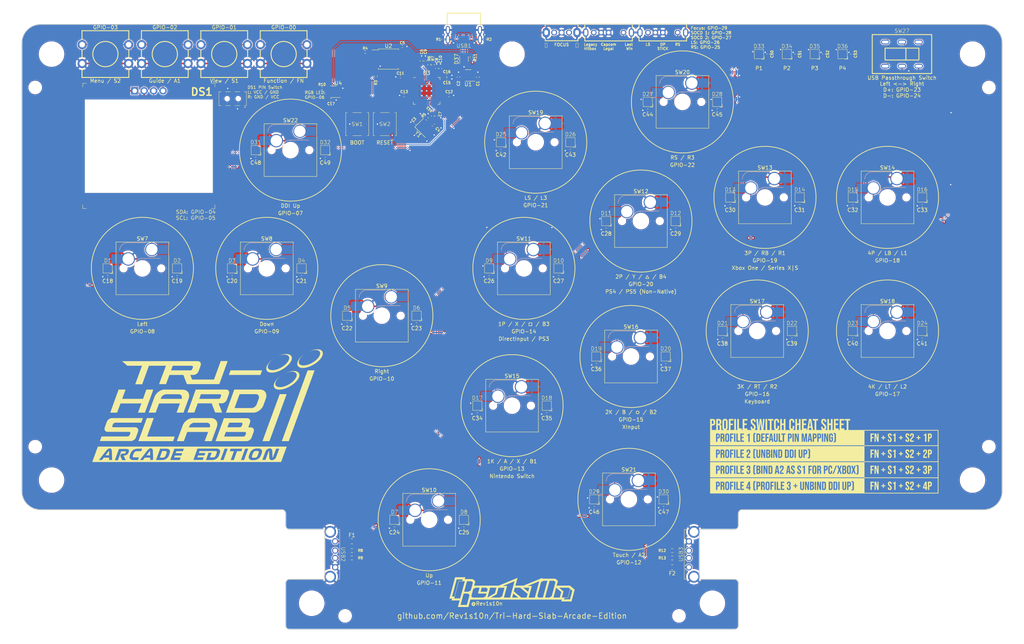
<source format=kicad_pcb>
(kicad_pcb (version 20221018) (generator pcbnew)
  (layers (0 "F.Cu" signal) (31 "B.Cu" signal) (34 "B.Paste" user) (35 "F.Paste" user) (36 "B.SilkS" user "B.Silkscreen") (37 "F.SilkS" user "F.Silkscreen") (38 "B.Mask" user) (39 "F.Mask" user) (44 "Edge.Cuts" user))
  (net 0 "")
  (net 1 "GND")
  (net 2 "1K")
  (net 3 "1P")
  (net 4 "2K")
  (net 5 "2P")
  (net 6 "3K")
  (net 7 "3P")
  (net 8 "4K")
  (net 9 "4P")
  (net 10 "Down")
  (net 11 "Guide")
  (net 12 "Left")
  (net 13 "Menu")
  (net 14 "Right")
  (net 15 "Touch")
  (net 16 "Up")
  (net 17 "View")
  (net 18 "d-")
  (net 19 "d+")
  (net 20 "L3")
  (net 21 "R3")
  (net 22 "Net-(USB1-CC2)")
  (net 23 "Net-(USB1-CC1)")
  (net 24 "+5V")
  (net 25 "+3V3")
  (net 26 "XIN")
  (net 27 "Net-(C4-Pad1)")
  (net 28 "+1V1")
  (net 29 "Net-(R3-Pad1)")
  (net 30 "QSPI_SS")
  (net 31 "XOUT")
  (net 32 "Net-(U3-USB_DP)")
  (net 33 "Net-(U3-USB_DM)")
  (net 34 "Net-(U3-RUN)")
  (net 36 "QSPI_SD1")
  (net 37 "QSPI_SD2")
  (net 38 "QSPI_SD0")
  (net 39 "QSPI_SCLK")
  (net 40 "QSPI_SD3")
  (net 41 "FN")
  (net 42 "SCL")
  (net 43 "SDA")
  (net 44 "RGB_LED")
  (net 45 "Net-(D19-DOUT)")
  (net 48 "Focus")
  (net 49 "SOCD_2")
  (net 50 "SOCD_1")
  (net 51 "RS")
  (net 52 "LS")
  (net 53 "Net-(D20-DOUT)")
  (net 54 "Net-(D21-DOUT)")
  (net 55 "USB_A_d+")
  (net 56 "USB_A_d-")
  (net 57 "Net-(USB2-VBUS)")
  (net 58 "Net-(D22-DOUT)")
  (net 59 "Net-(D1-DIN)")
  (net 60 "Net-(D1-DOUT)")
  (net 61 "Net-(D2-DOUT)")
  (net 62 "Net-(D3-DOUT)")
  (net 63 "Net-(D4-DOUT)")
  (net 64 "Net-(D5-DOUT)")
  (net 65 "Net-(D6-DOUT)")
  (net 66 "Net-(D7-DOUT)")
  (net 67 "Net-(D8-DOUT)")
  (net 68 "Net-(D10-DIN)")
  (net 69 "Net-(D10-DOUT)")
  (net 70 "Net-(D11-DOUT)")
  (net 71 "Net-(D12-DOUT)")
  (net 72 "Net-(D13-DOUT)")
  (net 73 "Net-(D14-DOUT)")
  (net 74 "Net-(D15-DOUT)")
  (net 75 "Net-(D16-DOUT)")
  (net 76 "Net-(D17-DOUT)")
  (net 77 "Net-(D18-DOUT)")
  (net 78 "Net-(U4-Y)")
  (net 80 "Net-(USB2-D+)")
  (net 81 "Net-(USB2-D-)")
  (net 82 "Net-(D23-DOUT)")
  (net 83 "Net-(D24-DOUT)")
  (net 84 "Net-(DS1-GND)")
  (net 85 "Net-(DS1-VCC)")
  (net 86 "Net-(D25-DOUT)")
  (net 87 "Net-(D26-DOUT)")
  (net 88 "Net-(D27-DOUT)")
  (net 89 "Net-(D28-DOUT)")
  (net 90 "Net-(D29-DOUT)")
  (net 91 "Net-(D30-DOUT)")
  (net 92 "Net-(D31-DOUT)")
  (net 93 "Net-(D32-DOUT)")
  (net 94 "Net-(D33-DOUT)")
  (net 95 "Net-(D34-DOUT)")
  (net 96 "Net-(D35-DOUT)")
  (net 99 "Net-(D37-Pad4)")
  (net 100 "Net-(USB3-VBUS)")
  (net 101 "Net-(R8-Pad2)")
  (net 102 "Net-(R9-Pad1)")
  (net 103 "Net-(R12-Pad1)")
  (net 104 "Net-(USB3-D-)")
  (net 105 "Net-(USB3-D+)")
  (net 106 "Net-(R13-Pad2)")
  (net 107 "DDI_Up")
  (footprint "Package_TO_SOT_SMD:SOT-23-5" (layer "F.Cu") (at 113.9025 40.48)
    (fp_text reference "U4")
    (fp_text value "SN74LV1T34DBVR")
  )
  (footprint "Capacitor_SMD:C_0402_1005Metric" (layer "F.Cu") (at 253.7535 71.20968 180)
    (fp_text reference "C32")
    (fp_text value "100n")
  )
  (footprint "Revbox_lib:MS-22C01-G010" (layer "F.Cu") (at 86.78 42.35 180)
    (fp_text reference "SW26" hide)
    (fp_text value "SW_DPDT")
  )
  (footprint "Revbox_lib:SK6812-EC20" (layer "F.Cu") (at 92.983677 56.216053)
    (fp_text reference "D31")
    (fp_text value "SK6812")
  )
  (footprint "Resistor_SMD:R_0603_1608Metric" (layer "F.Cu") (at 205.13 164.135 180)
    (fp_text reference "R13")
    (fp_text value "22")
  )
  (footprint "Package_TO_SOT_SMD:SOT-363_SC-70-6" (layer "F.Cu") (at 149.07 31.66 -90)
    (fp_text reference "D37")
    (fp_text value "~")
  )
  (footprint "Capacitor_SMD:C_0402_1005Metric" (layer "F.Cu") (at 239.4535 71.20968 180)
    (fp_text reference "C31")
    (fp_text value "100n")
  )
  (footprint "Capacitor_SMD:C_0402_1005Metric" (layer "F.Cu") (at 53.108677 90.33468 180)
    (fp_text reference "C18")
    (fp_text value "100n")
  )
  (footprint "PCM_Switch_Keyboard_Hotswap_Kailh:SW_Hotswap_Kailh_MX_Plated" (layer "F.Cu") (at 263.1035 104.959679)
    (fp_text reference "SW18")
    (fp_text value "4K / LT")
  )
  (footprint "Capacitor_SMD:C_0402_1005Metric" (layer "F.Cu") (at 141.65 47.01 -90)
    (fp_text reference "C7")
    (fp_text value "100n")
  )
  (footprint "Revbox_lib:SK6812-EC20" (layer "F.Cu") (at 155.8375 88.08468)
    (fp_text reference "D9")
    (fp_text value "SK6812")
  )
  (footprint "Revbox_lib:SK6812-EC20" (layer "F.Cu") (at 206.0565 75.33468)
    (fp_text reference "D12")
    (fp_text value "SK6812")
  )
  (footprint "PCM_Switch_Keyboard_Hotswap_Kailh:SW_Hotswap_Kailh_MX_Plated" (layer "F.Cu") (at 139.6875 155.83468)
    (fp_text reference "SW10")
    (fp_text value "Up")
  )
  (footprint "Capacitor_SMD:C_0402_1005Metric" (layer "F.Cu") (at 145.05 41.47)
    (fp_text reference "C12")
    (fp_text value "100n")
  )
  (footprint "Resistor_SMD:R_0402_1005Metric" (layer "F.Cu") (at 143.41 26.385 -90)
    (fp_text reference "R1")
    (fp_text value "5.1k")
  )
  (footprint "Capacitor_SMD:C_0402_1005Metric" (layer "F.Cu") (at 142.73 34.21 90)
    (fp_text reference "C10")
    (fp_text value "1u")
  )
  (footprint "Revbox_lib:U-A-24DD-W-16" (layer "F.Cu") (at 210.3 165.135 90)
    (fp_text reference "USB3")
    (fp_text value "USB_A")
  )
  (footprint "MountingHole:MountingHole_3.2mm_M3" (layer "F.Cu") (at 33.6 39.335)
    (fp_text reference "REF**" hide)
    (fp_text value "MountingHole_3.2mm_M3")
  )
  (footprint "PCM_Switch_Keyboard_Hotswap_Kailh:SW_Hotswap_Kailh_MX_Plated" (layer "F.Cu") (at 207.887966 43.225883)
    (fp_text reference "SW20")
    (fp_text value "R3")
  )
  (footprint "Capacitor_SMD:C_0402_1005Metric" (layer "F.Cu") (at 203.38795 114.08468 180)
    (fp_text reference "C37")
    (fp_text value "100n")
  )
  (footprint "Resistor_SMD:R_0603_1608Metric" (layer "F.Cu") (at 205.13 166.135)
    (fp_text reference "R12")
    (fp_text value "22")
  )
  (footprint "MountingHole:MountingHole_6.4mm_M6" (layer "F.Cu") (at 38 30.335)
    (fp_text reference "REF**" hide)
    (fp_text value "MountingHole_6.4mm_M6")
  )
  (footprint "Capacitor_SMD:C_0402_1005Metric" (layer "F.Cu") (at 218.669226 107.20968 180)
    (fp_text reference "C38")
    (fp_text value "100n")
  )
  (footprint "Revbox_lib:SK6812-EC20" (layer "F.Cu") (at 217.237966 43.225883)
    (fp_text reference "D28")
    (fp_text value "SK6812")
  )
  (footprint "Capacitor_SMD:C_0402_1005Metric" (layer "F.Cu") (at 140.66 47.01 -90)
    (fp_text reference "C14")
    (fp_text value "100n")
  )
  (footprint "Resistor_SMD:R_0402_1005Metric" (layer "F.Cu") (at 140.72 33.22 -90)
    (fp_text reference "R7")
    (fp_text value "27")
  )
  (footprint "Revbox_lib:SK6812-EC20" (layer "F.Cu") (at 130.3375 155.83468)
    (fp_text reference "D7")
    (fp_text value "SK6812")
  )
  (footprint "Revbox_lib:SK6812-EC20" (layer "F.Cu") (at 111.683677 56.216053)
    (fp_text reference "D32")
    (fp_text value "SK6812")
  )
  (footprint "PCM_Switch_Keyboard_Hotswap_Kailh:SW_Hotswap_Kailh_MX_Plated" (layer "F.Cu") (at 168.375 54.08468)
    (fp_text reference "SW19")
    (fp_text value "L3")
  )
  (footprint "Revbox_lib:SS-22G88-G090" (layer "F.Cu") (at 267 30.335)
    (fp_text reference "SW27")
    (fp_text value "SW_DPDT")
  )
  (footprint "Resistor_SMD:R_0402_1005Metric" (layer "F.Cu") (at 154.65 26.385 90)
    (fp_text reference "R2")
    (fp_text value "5.1k")
  )
  (footprint "Capacitor_SMD:C_0402_1005Metric" (layer "F.Cu") (at 117.5875 103.08468 180)
    (fp_text reference "C22")
    (fp_text value "100n")
  )
  (footprint "Revbox_lib:SK6812-EC20" (layer "F.Cu") (at 202.820719 150.33468)
    (fp_text reference "D30")
    (fp_text value "SK6812")
  )
  (footprint "Resistor_SMD:R_0402_1005Metric" (layer "F.Cu") (at 151.11 31.22 -90)
    (fp_text reference "R11")
    (fp_text value "0")
  )
  (footprint "Capacitor_SMD:C_0402_1005Metric" (layer "F.Cu") (at 136.2875 103.08468 180)
    (fp_text reference "C23")
    (fp_text value "100n")
  )
  (footprint "Capacitor_SMD:C_0402_1005Metric" (layer "F.Cu") (at 253.5 30.335 90)
    (fp_text reference "C53")
    (fp_text value "100n")
  )
  (footprint "MountingHole:MountingHole_6.4mm_M6" (layer "F.Cu") (at 215.95 178.335)
    (fp_text reference "REF**" hide)
    (fp_text value "MountingHole_6.4mm_M6")
  )
  (footprint "Revbox_lib:SK6812-EC20" (layer "F.Cu") (at 253.7535 68.95968)
    (fp_text reference "D15")
    (fp_text value "SK6812")
  )
  (footprint "Capacitor_SMD:C_0402_1005Metric" (layer "F.Cu") (at 152.65 127.33468 180)
    (fp_text reference "C34")
    (fp_text value "100n")
  )
  (footprint "Revbox_lib:SK6812-EC20" (layer "F.Cu") (at 184.68795 111.83468)
    (fp_text reference "D19")
    (fp_text value "SK6812")
  )
  (footprint "Capacitor_SMD:C_0402_1005Metric" (layer "F.Cu") (at 174.5375 90.33468 180)
    (fp_text reference "C27")
    (fp_text value "100n")
  )
  (footprint "Fuse:Fuse_0805_2012Metric" (layer "F.Cu") (at 205.13 168.635 180)
    (fp_text reference "F2")
    (fp_text value "Fuse")
  )
  (footprint "PCM_Switch_Keyboard_Hotswap_Kailh:SW_Hotswap_Kailh_MX_Plated" (layer "F.Cu") (at 228.019227 104.959681)
    (fp_text reference "SW17")
    (fp_text value "3K / RT")
  )
  (footprint "Capacitor_SMD:C_0402_1005Metric" (layer "F.Cu") (at 149.0375 158.08468 180)
    (fp_text reference "C25")
    (fp_text value "100n")
  )
  (footprint "Capacitor_SMD:C_0402_1005Metric" (layer "F.Cu") (at 184.120719 152.58468 180)
    (fp_text reference "C46")
    (fp_text value "100n")
  )
  (footprint "MountingHole:MountingHole_3.2mm_M3" (layer "F.Cu") (at 290.4 39.335)
    (fp_text reference "REF**" hide)
    (fp_text value "MountingHole_3.2mm_M3")
  )
  (footprint "Revbox_lib:SK6812-EC20" (layer "F.Cu") (at 184.120719 150.33468)
    (fp_text reference "D29")
    (fp_text value "SK6812")
  )
  (footprint "Revbox_lib:SK6812-EC20" (layer "F.Cu") (at 239.4535 68.95968)
    (fp_text reference "D14")
    (fp_text value "SK6812")
  )
  (footprint "Revbox_lib:SHOU HAN SK12D07VG3" (layer "F.Cu") (at 175.35 24.535 180)
    (fp_text reference "SW23" hide)
    (fp_text value "SW_SPDT")
  )
  (footprint "RP2040:RP2040-QFN-56" (layer "F.Cu") (at 139 40.2575)
    (fp_text reference "U3")
    (fp_text value "RP2040")
  )
  (footprint "MountingHole:MountingHole_3.2mm_M3" (layer "F.Cu") (at 33.6 136.135)
    (fp_text reference "REF**" hide)
    (fp_text value "MountingHole_3.2mm_M3")
  )
  (footprint "MountingHole:MountingHole_6.4mm_M6" (layer "F.Cu") (at 108.05 178.335)
    (fp_text reference "REF**" hide)
    (fp_text value "MountingHole_6.4mm_M6")
  )
  (footprint "Capacitor_SMD:C_0402_1005Metric" (layer "F.Cu") (at 253.7535 107.20968 180)
    (fp_text reference "C40")
    (fp_text value "100n")
  )
  (footprint "Capacitor_SMD:C_0402_1005Metric" (layer "F.Cu") (at 140.79 49.47 -45)
    (fp_text reference "C4")
    (fp_text value "30p")
  )
  (footprint "PCM_Switch_Keyboard_Hotswap_Kailh:SW_Hotswap_Kailh_MX_Plated" (layer "F.Cu") (at 126.9375 100.83468)
    (fp_text reference "SW9")
    (fp_text value "Right")
  )
  (footprint "MountingHole:MountingHole_3.2mm_M3" (layer "F.Cu") (at 206.95 181.735)
    (fp_text reference "REF**" hide)
    (fp_text value "MountingHole_3.2mm_M3")
  )
  (footprint "PCM_Switch_Keyboard_Hotswap_Kailh:SW_Hotswap_Kailh_MX_Plated" (layer "F.Cu") (at 196.7065 75.33468)
    (fp_text reference "SW12")
    (fp_text value "2P / Y")
  )
  (footprint "Capacitor_SMD:C_0402_1005Metric" (layer "F.Cu") (at 138.68 32.19 90)
    (fp_text reference "C9")
    (fp_text value "100n")
  )
  (footprint "PCM_Switch_Keyboard_Hotswap_Kailh:SW_Hotswap_Kailh_MX_Plated" (layer "F.Cu") (at 165.1875 88.08468)
    (fp_text reference "SW11")
    (fp_text value "1P / X")
  )
  (footprint "Capacitor_SMD:C_0402_1005Metric" (layer "F.Cu") (at 92.983677 58.466053 180)
    (fp_text reference "C48")
    (fp_text value "100n")
  )
  (footprint "PCM_Switch_Keyboard_Hotswap_Kailh:SW_Hotswap_Kailh_MX_Plated" (layer "F.Cu") (at 193.470719 150.33468)
    (fp_text reference "SW21")
    (fp_text value "Touch")
  )
  (footprint "MountingHole:MountingHole_6.4mm_M6" (layer "F.Cu") (at 38 145.135)
    (fp_text reference "REF**" hide)
    (fp_text value "MountingHole_6.4mm_M6")
  )
  (footprint "Capacitor_SMD:C_0402_1005Metric" (layer "F.Cu") (at 246 30.335 90)
    (fp_text reference "C52")
    (fp_text value "100n")
  )
  (footprint "Revbox_lib:SK6812-EC20" (layer "F.Cu") (at 86.608677 88.08468)
    (fp_text reference "D3")
    (fp_text value "SK6812")
  )
  (footprint "Resistor_SMD:R_0402_1005Metric" (layer "F.Cu") (at 122.46 29.78 180)
    (fp_text reference "R4")
    (fp_text value "10k")
  )
  (footprint "Revbox_lib:HRO TYPE-C-31-M-08A" (layer "F.Cu") (at 149.03 25.11 180)
    (fp_text reference "USB1")
    (fp_text value "~")
  )
  (footprint "Revbox_lib:SK6812-EC20" (layer "F.Cu") (at 53.108677 88.08468)
    (fp_text reference "D1")
    (fp_text value "SK6812")
  )
  (footprint "Revbox_lib:SK6812-EC20" (layer "F.Cu") (at 71.808677 88.08468)
    (fp_text reference "D2")
    (fp_text value "SK6812")
  )
  (footprint "Package_TO_SOT_SMD:SOT-23-5" (layer "F.Cu") (at 150.1925 36.09)
    (fp_text reference "U1")
    (fp_text value "TLV73333PDBV")
  )
  (footprint "Capacitor_SMD:C_0402_1005Metric" (layer "F.Cu") (at 206.0565 77.58468 180)
    (fp_text reference "C29")
    (fp_text value "100n")
  )
  (footprint "PCM_Switch_Keyboard_Hotswap_Kailh:SW_Hotswap_Kailh_MX_Plated" (layer "F.Cu") (at 194.037951 111.834681)
    (fp_text reference "SW16")
    (fp_text value "2K / B")
  )
  (footprint "Capacitor_SMD:C_0402_1005Metric" (layer "F.Cu") (at 132.96 41.47 180)
    (fp_text reference "C13")
    (fp_text value "100n")
  )
  (footprint "PCM_Switch_Keyboard_Hotswap_Kailh:SW_Hotswap_Kailh_MX_Plated" (layer "F.Cu") (at 62.458677 88.08468)
    (fp_text reference "SW7")
    (fp_text value "Left")
  )
  (footprint "PCM_Switch_Keyboard_Hotswap_Kailh:SW_Hotswap_Kailh_MX_Plated" (layer "F.Cu") (at 263.1035 68.959679)
    (fp_text reference "SW14")
    (fp_text value "4P / LB")
  )
  (footprint "Resistor_SMD:R_0402_1005Metric" (layer "F.Cu") (at 110.83 39.53)
    (fp_text reference "R10")
    (fp_text value "10k")
  )
  (footprint "Capacitor_SMD:C_0402_1005Metric" (layer "F.Cu") (at 144.43 37.06)
    (fp_text reference "C15")
    (fp_text value "100n")
  )
  (footprint "Revbox_lib:SK6812-EC20" (layer "F.Cu") (at 251 30.335)
    (fp_text reference "D36")
    (fp_text value "SK6812")
  )
  (footprint "Capacitor_SMD:C_0402_1005Metric" (layer "F.Cu") (at 144.43 36.08)
    (fp_text reference "C16")
    (fp_text value "100n")
  )
  (footprint "Capacitor_SMD:C_0402_1005Metric" (layer "F.Cu") (at 130.3375 158.08468 180)
    (fp_text reference "C24")
    (fp_text value "100n")
  )
  (footprint "Capacitor_SMD:C_0402_1005Metric" (layer "F.Cu") (at 137.66 32.19 90)
    (fp_text reference "C6")
    (fp_text value "100n")
  )
  (footprint "Resistor_SMD:R_0402_1005Metric" (layer "F.Cu") (at 125.33 36.34 90)
    (fp_text reference "R3")
    (fp_text value "1k")
  )
  (footprint "Revbox_lib:SKRAAKE010" (layer "F.Cu") (at 127.75 49.2 90)
    (fp_text reference "SW2")
    (fp_text value "SW_Push")
  )
  (footprint "PCM_Switch_Keyboard_Hotswap_Kailh:SW_Hotswap_Kailh_MX_Plated" (layer "F.Cu") (at 95.958677 88.08468)
    (fp_text reference "SW8")
    (fp_text value "Down")
  )
  (footprint "Revbox_lib:SHOU HAN SK13D07VG3" (layer "F.Cu") (at 188 24.535 180)
    (fp_text reference "SW24" hide)
    (fp_text value "SW_SP3T")
  )
  (footprint "Resistor_SMD:R_0603_1608Metric" (layer "F.Cu") (at 118.87 164.135 180)
    (fp_text reference "R9")
    (fp_text value "22")
  )
  (footprint "Resistor_SMD:R_0402_1005Metric" (layer "F.Cu") (at 139.160624 47.820624 -45)
    (fp_text reference "R5")
    (fp_text value "1k")
  )
  (footprint "Capacitor_SMD:C_0402_1005Metric" (layer "F.Cu") (at 131.94 36.48 180)
    (fp_text reference "C11")
    (fp_text value "100n")
  )
  (footprint "Revbox_lib:SK6812-EC20" (layer "F.Cu") (at 272.4535 104.95968)
    (fp_text reference "D24")
    (fp_text value "SK6812")
  )
  (footprint "PCM_Switch_Keyboard_Hotswap_Kailh:SW_Hotswap_Kailh_MX_Plated" (layer "F.Cu") (at 230.1035 68.95968)
    (fp_text reference "SW13")
    (fp_text value "3P / RB")
  )
  (footprint "MountingHole:MountingHole_6.4mm_M6" (layer "F.Cu") (at 286 145.135)
    (fp_text reference "REF**" hide)
    (fp_text value "MountingHole_6.4mm_M6")
  )
  (footprint "Resistor_SMD:R_0402_1005Metric" (layer "F.Cu") (at 139.69 33.22 90)
    (fp_text reference "R6")
    (fp_text value "27")
  )
  (footprint "MountingHole:MountingHole_6.4mm_M6" (layer "F.Cu") (at 286 30.335)
    (fp_text reference "REF**" hide)
    (fp_text value "MountingHole_6.4mm_M6")
  )
  (footprint "Capacitor_SMD:C_0402_1005Metric" (layer "F.Cu") (at 198.537966 45.475883 180)
    (fp_text reference "C44")
    (fp_text value "100n")
  )
  (footprint "Revbox_lib:SK6812-EC20" (layer "F.Cu") (at 136.2875 100.83468)
    (fp_text reference "D6")
    (fp_text value "SK6812")
  )
  (footprint "Capacitor_SMD:C_0402_1005Metric" (layer "F.Cu") (at 184.68795 114.08468 180)
    (fp_text reference "C36")
    (fp_text value "100n")
  )
  (footprint "Capacitor_SMD:C_0402_1005Metric" (layer "F.Cu") (at 135.831837 49.070659 -135)
    (fp_text reference "C3")
    (fp_text value "30p")
  )
  (footprint "Revbox_lib:SK6812-EC20" (layer "F.Cu") (at 203.38795 111.83468)
    (fp_text reference "D20")
    (fp_text value "SK6812")
  )
  (footprint "MountingHole:MountingHole_3.2mm_M3" (layer "F.Cu") (at 290.4 136.135)
    (fp_text reference "REF**" hide)
    (fp_text value "MountingHole_3.2mm_M3")
  )
  (footprint "Fuse:Fuse_0805_2012Metric" (layer "F.Cu") (at 118.87 161.635)
    (fp_text reference "F1")
    (fp_text value "Fuse")
  )
  (footprint "Revbox_lib:SK6812-EC20" (layer "F.Cu") (at 105.308677 88.08468)
    (fp_text reference "D4")
    (fp_text value "SK6812")
  )
  (footprint "Capacitor_SMD:C_0402_1005Metric" (layer "F.Cu") (at 71.808677 90.33468 180)
    (fp_text reference "C19")
    (fp_text value "100n")
  )
  (footprint "Capacitor_SMD:C_0402_1005Metric" (layer "F.Cu") (at 238.5 30.335 90)
    (fp_text reference "C51")
    (fp_text value "100n")
  )
  (footprint "Capacitor_SMD:C_0402_1005Metric" (layer "F.Cu") (at 113.25 42.73)
    (fp_text reference "C17")
    (fp_text value "100n")
  )
  (footprint "Revbox_lib:SK6812-EC20" (layer "F.Cu") (at 198.537966 43.225883)
    (fp_text reference "D27")
    (fp_text value "SK6812")
  )
  (footprint "Capacitor_SMD:C_0402_1005Metric" (layer "F.Cu") (at 202.820719 152.58468 180)
    (fp_text reference "C47")
    (fp_text value "100n")
  )
  (footprint "Capacitor_SMD:C_0402_1005Metric" (layer "F.Cu") (at 147.59 36.56 90)
    (fp_text reference "C2")
    (fp_text value "1u")
  )
  (footprint "Revbox_lib:SK6812-EC20" (layer "F.Cu") (at 171.35 125.08468)
    (fp_text reference "D18")
    (fp_text value "SK6812")
  )
  (footprint "Revbox_lib:SK6812-EC20" (layer "F.Cu") (at 272.4535 68.95968)
    (fp_text reference "D16")
    (fp_text value "SK6812")
  )
  (footprint "PCM_Switch_Keyboard_Hotswap_Kailh:SW_Hotswap_Kailh_MX_Plated" (layer "F.Cu") (at 102.333677 56.216053)
    (fp_text reference "SW22")
    (fp_text value "DDI_Up")
  )
  (footprint "Revbox_lib:SK6812-EC20" (layer "F.Cu") (at 228.5 30.335)
    (fp_text reference "D33")
    (fp_text value "SK6812")
  )
  (footprint "Capacitor_SMD:C_0402_1005Metric" (layer "F.Cu") (at 155.8375 90.33468 180)
    (fp_text reference "C26")
    (fp_text value "100n")
  )
  (footprint "Capacitor_SMD:C_0402_1005Metric" (layer "F.Cu") (at 105.308677 90.33468 180)
    (fp_text reference "C21")
    (fp_text value "100n")
  )
  (footprint "Capacitor_SMD:C_0402_1005Metric" (layer "F.Cu") (at 272.4535 71.20968 180)
    (fp_text reference "C33")
    (fp_text value "100n")
  )
  (footprint "Revbox_lib:SK6812-EC20" (layer "F.Cu") (at 174.5375 88.08468)
    (fp_text reference "D10")
    (fp_text value "SK6812")
  )
  (footprint "Revbox_lib:TSF001A16026A" (layer "F.Cu") (at 84.500101 30.335)
    (fp_text reference "SW5" hide)
    (fp_text value "View")
  )
  (footprint "Revbox_lib:SK6812-EC20" (layer "F.Cu") (at 218.669226 104.95968)
    (fp_text reference "D21")
    (fp_text value "SK6812")
  )
  (footprint "Revbox_lib:SK6812-EC20" (layer "F.Cu") (at 237.369226 104.95968)
    (fp_text reference "D22")
    (fp_text value "SK6812")
  )
  (footprint "Capacitor_SMD:C_0402_1005Metric" (layer "F.Cu") (at 220.7535 71.20968 180)
    (fp_text reference "C30")
    (fp_text value "100n")
  )
  (footprint "Revbox_lib:SK6812-EC20" (layer "F.Cu") (at 149.0375 155.83468)
    (fp_text reference "D8")
    (fp_text value "SK6812")
  )
  (footprint "Revbox_lib:U-A-24DD-W-16" (layer "F.Cu") (at 113.7 165.135 -90)
    (fp_text reference "USB2")
    (fp_text value "USB_A")
  )
  (footprint "Revbox_lib:SK6812-EC20" (layer "F.Cu") (at 187.3565 75.33468)
    (fp_text reference "D11")
    (fp_text value "SK6812")
  )
  (footprint "Capacitor_SMD:C_0402_1005Metric" (layer "F.Cu") (at 237.369226 107.20968 180)
    (fp_text reference "C39")
    (fp_text value "100n")
  )
  (footprint "Crystal:Crystal_SMD_3225-4Pin_3.2x2.5mm" (layer "F.Cu") (at 138.394471 50.23239 -45)
    (fp_text reference "Y1")
    (fp_text value "Crystal_GND24")
  )
  (footprint "Capacitor_SMD:C_0402_1005Metric" (layer "F.Cu") (at 132.46 28.28)
    (fp_text reference "C5")
    (fp_text value "100n")
  )
  (footprint "MountingHole:MountingHole_6.4mm_M6" (layer "F.Cu") (at 162 30.335)
    (fp_text reference "REF**" hide)
    (fp_text value "MountingHole_6.4mm_M6")
  )
  (footprint "Revbox_lib:SKRAAKE010" (layer "F.Cu") (at 120.3 49.2 90)
    (fp_text reference "SW1")
    (fp_text value "SW_Push")
  )
  (footprint "Capacitor_SMD:C_0402_1005Metric" (layer "F.Cu") (at 159.025 56.33468 180)
    (fp_text reference "C42")
    (fp_text value "100n")
  )
  (footprint "Revbox_lib:TSF001A16026A" (layer "F.Cu") (at 68.500101 30.335)
    (fp_text reference "SW4" hide)
    (fp_text value "Guide")
  )
  (footprint "Package_SO:SOIC-8_5.23x5.23mm_P1.27mm" (layer "F.Cu") (at 128.72 31.685 -90)
    (fp_text reference "U2")
    (fp_text value "W25Q128JVS")
  )
  (footprint "Capacitor_SMD:C_0402_1005Metric" (layer "F.Cu") (at 272.4535 107.20968 180)
    (fp_text reference "C41")
    (fp_text value "100n")
  )
  (footprint "MountingHole:MountingHole_3.2mm_M3" (layer "F.Cu") (at 117.05 181.735)
    (fp_text reference "REF**" hide)
    (fp_text value "MountingHole_3.2mm_M3")
  )
  (footprint "Capacitor_SMD:C_0402_1005Metric" (layer "F.Cu") (at 152.8 36.56 90)
    (fp_text reference "C1")
    (fp_text value "1u")
  )
  (footprint "Capacitor_SMD:C_0402_1005Metric" (layer "F.Cu") (at 111.683677 58.466053 180)
    (fp_text reference "C49")
    (fp_text value "100n")
  )
  (footprint "Capacitor_SMD:C_0402_1005Metric" (layer "F.Cu") (at 177.725 56.33468 180)
    (fp_text reference "C43")
    (fp_text value "100n")
  )
  (footprint "Revbox_lib:SK6812-EC20" (layer "F.Cu") (at 243.5 30.335)
    (fp_text reference "D35")
    (fp_text value "SK6812")
  )
  (footprint "Capacitor_SMD:C_0402_1005Metric" (layer "F.Cu") (at 217.237966 45.475883 180)
    (fp_text reference "C45")
    (fp_text value "100n")
  )
  (footprint "Revbox_lib:SK6812-EC20" (layer "F.Cu") (at 220.7535 68.95968)
    (fp_text reference "D13")
    (fp_text value "SK6812")
  )
  (footprint "Capacitor_SMD:C_0402_1005Metric" (layer "F.Cu") (at 171.35 127.33468 180)
    (fp_text reference "C35")
    (fp_text value "100n")
  )
  (footprint "Revbox_lib:SHOU HAN SK13D07VG3" (layer "F.Cu") (at 202.6 24.535 180)
    (fp_text reference "SW25" hide)
    (fp_text value "SW_SP3T")
  )
  (footprint "PCM_Switch_Keyboard_Hotswap_Kailh:SW_Hotswap_Kailh_MX_Plated" (layer "F.Cu") (at 162 125.08468)
    (fp_text reference "SW15")
    (fp_text value "1K / A")
  )
  (footprint "Revbox_lib:SK6812-EC20" (layer "F.Cu") (at 159.025 54.08468)
    (fp_text reference "D25")
    (fp_text value "SK6812")
  )
  (footprint "Revbox_lib:SK6812-EC20" (layer "F.Cu") (at 152.65 125.08468)
    (fp_text reference "D17")
    (fp_text value "SK6812")
  )
  (footprint "Revbox_lib:SK6812-EC20" (layer "F.Cu") (at 117.5875 100.83468)
    (fp_text reference "D5")
    (fp_text value "SK6812")
  )
  (footprint "Revbox_lib:TSF001A16026A" (layer "F.Cu") (at 100.500101 30.335)
    (fp_text reference "SW6" hide)
    (fp_text value "FN")
  )
  (footprint "Capacitor_SMD:C_0402_1005Metric" (layer "F.Cu") (at 141.72 34.21 90)
    (fp_text reference "C8")
    (fp_text value "1u")
  )
  (footprint "Resistor_SMD:R_0603_1608Metric" (layer "F.Cu") (at 118.87 166.135)
    (fp_text reference "R8")
    (fp_text value "22")
  )
  (footprint "Capacitor_SMD:C_0402_1005Metric" (layer "F.Cu") (at 231 30.335 90)
    (fp_text reference "C50")
    (fp_text value "100n")
  )
  (footprint "Capacitor_SMD:C_0402_1005Metric" (layer "F.Cu") (at 86.608677 90.33468 180)
    (fp_text reference "C20")
    (fp_text value "100n")
  )
  (footprint "Revbox_lib:368030501246" (layer "F.Cu") (at 64.200101 55.085)
    (fp_text reference "DS1")
    (fp_text value "~")
    (fp_rect (start -17.2 -12.5) (end 17.2 12.64) (stroke (width 0.05)) (fill none) (layer "Edge.Cuts"))
  )
  (footprint "Capacitor_SMD:C_0402_1005Metric" (layer "F.Cu") (at 187.3565 77.58468 180)
    (fp_text reference "C28")
    (fp_text value "100n")
  )
  (footprint "Revbox_lib:SK6812-EC20" (layer "F.Cu") (at 253.7535 104.95968)
    (fp_text reference "D23")
    (fp_text value "SK6812")
  )
  (footprint "Revbox_lib:SK6812-EC20" (layer "F.Cu") (at 177.725 54.08468)
    (fp_text reference "D26")
    (fp_text value "SK6812")
  )
  (footprint "Revbox_lib:TSF001A16026A" (layer "F.Cu") (at 52.500101 30.335)
    (fp_text reference "SW3" hide)
    (fp_text value "Menu")
  )
  (footprint "Revbox_lib:SK6812-EC20" (layer "F.Cu") (at 236 30.335)
    (fp_text reference "D34")
    (fp_text value "SK6812")
  )
  (gr_poly (pts (xy 266.840946 146.555699) (xy 267.266926 146.555699) (xy 267.266926 146.804406) (xy 266.840946 146.804406) (xy 266.840946 147.238324) (xy 266.593563 147.238324) (xy 266.593563 146.804406) (xy 266.168907 146.804406) (xy 266.168907 146.555699) (xy 266.593563 146.555699) (xy 266.593563 146.127072) (xy 266.840946 146.127072)) (fill solid) (layer "F.SilkS"))
  (gr_poly (pts (xy 228.346647 132.910014) (xy 228.35685 132.910617) (xy 228.366747 132.911618) (xy 228.37634 132.913017) (xy 228.385631 132.914811) (xy 228.394621 132.916999) (xy 228.403312 132.919578) (xy 228.411707 132.922546) (xy 228.419808 132.925902) (xy 228.427616 132.929644) (xy 228.435133 132.93377) (xy 228.442362 132.938277) (xy 228.449304 132.943164) (xy 228.45596 132.948429) (xy 228.462334 132.954069) (xy 228.468428 132.960084) (xy 228.473962 132.966767) (xy 228.479153 132.973918) (xy 228.483999 132.981542) (xy 228.488498 132.989643) (xy 228.492649 132.998225) (xy 228.496449 133.00729) (xy 228.499896 133.016845) (xy 228.502988 133.026891) (xy 228.505724 133.037434) (xy 228.508102 133.048476) (xy 228.510119 133.060023) (xy 228.511773 133.072077) (xy 228.513064 133.084643) (xy 228.513988 133.097724) (xy 228.514544 133.111325) (xy 228.514729 133.125449) (xy 228.514729 134.281678) (xy 228.514544 134.295801) (xy 228.513988 134.309402) (xy 228.513064 134.322483) (xy 228.511774 134.335049) (xy 228.510119 134.347103) (xy 228.508102 134.35865) (xy 228.505725 134.369692) (xy 228.502989 134.380235) (xy 228.499896 134.390282) (xy 228.496449 134.399836) (xy 228.492649 134.408902) (xy 228.488499 134.417483) (xy 228.483999 134.425584) (xy 228.479153 134.433209) (xy 228.473962 134.44036) (xy 228.468428 134.447042) (xy 228.462335 134.453057) (xy 228.455961 134.458698) (xy 228.449304 134.463963) (xy 228.442362 134.46885) (xy 228.435134 134.473357) (xy 228.427616 134.477482) (xy 228.419808 134.481224) (xy 228.411708 134.48458) (xy 228.403313 134.487548) (xy 228.394621 134.490127) (xy 228.385631 134.492315) (xy 228.37634 134.494109) (xy 228.366747 134.495508) (xy 228.35685 134.496509) (xy 228.346647 134.497112) (xy 228.336136 134.497313) (xy 228.158866 134.497313) (xy 228.158866 132.909813) (xy 228.336136 132.909813)) (fill solid) (layer "F.SilkS"))
  (gr_poly (pts (xy 83.62044 118.044792) (xy 83.17594 119.283043) (xy 74.444691 119.283043) (xy 73.49219 116.806544) (xy 69.745689 116.806544) (xy 68.824939 119.283043) (xy 66.951689 119.283043) (xy 67.872438 116.806542) (xy 68.348688 115.568293) (xy 70.190189 115.568293) (xy 75.397187 115.568293) (xy 75.418108 115.56774) (xy 75.439169 115.566099) (xy 75.460323 115.563401) (xy 75.481523 115.559673) (xy 75.502724 115.554946) (xy 75.523877 115.549248) (xy 75.544938 115.542607) (xy 75.565859 115.535055) (xy 75.586595 115.526618) (xy 75.607097 115.517327) (xy 75.627321 115.50721) (xy 75.647219 115.496297) (xy 75.666745 115.484617) (xy 75.685852 115.472198) (xy 75.704495 115.45907) (xy 75.722626 115.445262) (xy 75.740198 115.430802) (xy 75.757166 115.415721) (xy 75.773483 115.400046) (xy 75.789102 115.383808) (xy 75.803978 115.367035) (xy 75.818062 115.349756) (xy 75.831309 115.332) (xy 75.843673 115.313797) (xy 75.855107 115.295175) (xy 75.865564 115.276163) (xy 75.874997 115.256792) (xy 75.883361 115.237088) (xy 75.890609 115.217083) (xy 75.896694 115.196804) (xy 75.90157 115.176281) (xy 75.90519 115.155543) (xy 76.03219 114.838043) (xy 76.043264 114.811445) (xy 76.052692 114.785248) (xy 76.060505 114.759481) (xy 76.06673 114.734174) (xy 76.071398 114.709354) (xy 76.074536 114.685052) (xy 76.076174 114.661297) (xy 76.076342 114.638117) (xy 76.075068 114.615542) (xy 76.072381 114.593601) (xy 76.06831 114.572322) (xy 76.062885 114.551735) (xy 76.056135 114.531869) (xy 76.048088 114.512753) (xy 76.038773 114.494416) (xy 76.028221 114.476887) (xy 76.016459 114.460195) (xy 76.003517 114.444369) (xy 75.989424 114.429439) (xy 75.974209 114.415433) (xy 75.9579 114.402381) (xy 75.940528 114.390311) (xy 75.922122 114.379252) (xy 75.902709 114.369234) (xy 75.88232 114.360286) (xy 75.860983 114.352437) (xy 75.838728 114.345715) (xy 75.815583 114.340151) (xy 75.791577 114.335772) (xy 75.766741 114.332608) (xy 75.741102 114.330689) (xy 75.71469 114.330043) (xy 70.634689 114.330043) (xy 70.190189 115.568293) (xy 68.348688 115.568293) (xy 68.348688 115.568292) (xy 68.793188 114.330042) (xy 64.221189 114.330042) (xy 62.411439 119.314792) (xy 60.538189 119.314792) (xy 62.347939 114.330043) (xy 58.41094 114.330043) (xy 56.98219 113.091793) (xy 77.333939 113.091793) (xy 77.398393 113.093363) (xy 77.460753 113.098025) (xy 77.520974 113.105711) (xy 77.579009 113.11635) (xy 77.634812 113.129872) (xy 77.688336 113.146208) (xy 77.739534 113.165289) (xy 77.788361 113.187043) (xy 77.834769 113.211402) (xy 77.878712 113.238296) (xy 77.920144 113.267654) (xy 77.959017 113.299408) (xy 77.995286 113.333488) (xy 78.028904 113.369823) (xy 78.059825 113.408343) (xy 78.088002 113.448981) (xy 78.113388 113.491664) (xy 78.135937 113.536324) (xy 78.155602 113.582891) (xy 78.172338 113.631295) (xy 78.186097 113.681466) (xy 78.196833 113.733335) (xy 78.204499 113.786832) (xy 78.209049 113.841887) (xy 78.210437 113.89843) (xy 78.208615 113.956391) (xy 78.203538 114.015702) (xy 78.195159 114.076291) (xy 78.183431 114.138089) (xy 78.168308 114.201027) (xy 78.149743 114.265035) (xy 78.12769 114.330043) (xy 77.683188 115.568293) (xy 77.587939 115.822293) (xy 77.568793 115.872605) (xy 77.547142 115.922294) (xy 77.523084 115.971298) (xy 77.496718 116.019552) (xy 77.437458 116.113554) (xy 77.370152 116.203789) (xy 77.29559 116.289745) (xy 77.214564 116.37091) (xy 77.127863 116.446774) (xy 77.03628 116.516824) (xy 76.940603 116.580549) (xy 76.841625 116.637437) (xy 76.740135 116.686976) (xy 76.636924 116.728656) (xy 76.532783 116.761964) (xy 76.428503 116.786389) (xy 76.376557 116.79511) (xy 76.324873 116.801419) (xy 76.27355 116.805251) (xy 76.222686 116.806542) (xy 75.365439 116.806542) (xy 75.841687 118.044792) (xy 81.747191 118.044792) (xy 83.556939 113.060043) (xy 85.430188 113.060043)) (fill solid) (layer "F.SilkS"))
  (gr_poly (pts (xy 252.731243 141.528829) (xy 252.741995 141.529469) (xy 252.752391 141.530535) (xy 252.762433 141.532029) (xy 252.772119 141.53395) (xy 252.781452 141.536298) (xy 252.79043 141.539075) (xy 252.799056 141.542279) (xy 252.807329 141.545911) (xy 252.815249 141.549973) (xy 252.822818 141.554462) (xy 252.830036 141.559381) (xy 252.836903 141.564729) (xy 252.84342 141.570507) (xy 252.849586 141.576714) (xy 252.855404 141.583351) (xy 252.860873 141.590419) (xy 252.865993 141.597916) (xy 252.870765 141.605845) (xy 252.87519 141.614205) (xy 252.879269 141.622995) (xy 252.883001 141.632217) (xy 252.886387 141.641871) (xy 252.889427 141.651957) (xy 252.894474 141.673425) (xy 252.898145 141.696624) (xy 252.900444 141.721555) (xy 252.901375 141.74822) (xy 252.901375 142.961334) (xy 252.901197 142.974884) (xy 252.900662 142.987999) (xy 252.899771 143.000682) (xy 252.898525 143.01293) (xy 252.896923 143.024746) (xy 252.894965 143.036129) (xy 252.892653 143.047079) (xy 252.889986 143.057597) (xy 252.886964 143.067683) (xy 252.883587 143.077337) (xy 252.879857 143.086559) (xy 252.875772 143.09535) (xy 252.871334 143.103709) (xy 252.866543 143.111638) (xy 252.861398 143.119136) (xy 252.8559 143.126203) (xy 252.85005 143.132841) (xy 252.843847 143.139048) (xy 252.837292 143.144825) (xy 252.830385 143.150174) (xy 252.823126 143.155092) (xy 252.815516 143.159582) (xy 252.807555 143.163643) (xy 252.799242 143.167276) (xy 252.790579 143.17048) (xy 252.781565 143.173257) (xy 252.772201 143.175605) (xy 252.762487 143.177526) (xy 252.752423 143.17902) (xy 252.742009 143.180086) (xy 252.731247 143.180726) (xy 252.720135 143.180939) (xy 252.709023 143.180723) (xy 252.698261 143.180072) (xy 252.687847 143.178988) (xy 252.677784 143.177472) (xy 252.66807 143.175523) (xy 252.658706 143.173143) (xy 252.649692 143.170332) (xy 252.641029 143.16709) (xy 252.632717 143.163418) (xy 252.624756 143.159316) (xy 252.617146 143.154785) (xy 252.609887 143.149825) (xy 252.60298 143.144437) (xy 252.596425 143.138621) (xy 252.590223 143.132377) (xy 252.584372 143.125707) (xy 252.578875 143.118611) (xy 252.57373 143.111088) (xy 252.568939 143.103141) (xy 252.564501 143.094768) (xy 252.560416 143.085971) (xy 252.556686 143.076751) (xy 252.55331 143.067106) (xy 252.550288 143.057039) (xy 252.54762 143.046549) (xy 252.545308 143.035638) (xy 252.541748 143.012551) (xy 252.539611 142.987781) (xy 252.538898 142.961334) (xy 252.538898 141.74822) (xy 252.539077 141.734671) (xy 252.539611 141.721555) (xy 252.540502 141.708873) (xy 252.541748 141.696624) (xy 252.54335 141.684808) (xy 252.545308 141.673425) (xy 252.54762 141.662475) (xy 252.550288 141.651957) (xy 252.55331 141.641872) (xy 252.556686 141.632218) (xy 252.560416 141.622996) (xy 252.564501 141.614205) (xy 252.568939 141.605845) (xy 252.57373 141.597917) (xy 252.578875 141.590419) (xy 252.584372 141.583352) (xy 252.590223 141.576714) (xy 252.596425 141.570507) (xy 252.60298 141.564729) (xy 252.609887 141.559381) (xy 252.617146 141.554463) (xy 252.624756 141.549973) (xy 252.632717 141.545912) (xy 252.641029 141.542279) (xy 252.649692 141.539075) (xy 252.658706 141.536298) (xy 252.66807 141.53395) (xy 252.677784 141.532029) (xy 252.687847 141.530535) (xy 252.698261 141.529469) (xy 252.709023 141.528829) (xy 252.720135 141.528616)) (fill solid) (layer "F.SilkS"))
  (gr_poly (pts (xy 269.71518 145.53629) (xy 269.745532 145.537966) (xy 269.774951 145.540763) (xy 269.803433 145.544681) (xy 269.830978 145.549724) (xy 269.857582 145.555893) (xy 269.883245 145.563189) (xy 269.907964 145.571615) (xy 269.931737 145.581173) (xy 269.954563 145.591864) (xy 269.976439 145.603691) (xy 269.997364 145.616656) (xy 270.017335 145.63076) (xy 270.036351 145.646006) (xy 270.05441 145.662394) (xy 270.07151 145.679929) (xy 270.087618 145.698517) (xy 270.102701 145.718069) (xy 270.116756 145.738586) (xy 270.129782 145.760069) (xy 270.141778 145.782522) (xy 270.15274 145.805945) (xy 270.162668 145.830342) (xy 270.171558 145.855712) (xy 270.17941 145.88206) (xy 270.186222 145.909386) (xy 270.19199 145.937693) (xy 270.196715 145.966982) (xy 270.200392 145.997256) (xy 270.203022 146.028516) (xy 270.204601 146.060764) (xy 270.205128 146.094003) (xy 270.204755 146.119272) (xy 270.203637 146.14448) (xy 270.20177 146.169626) (xy 270.199153 146.194709) (xy 270.195785 146.219731) (xy 270.191662 146.244691) (xy 270.186784 146.269588) (xy 270.181148 146.294424) (xy 270.174752 146.319198) (xy 270.167595 146.343909) (xy 270.159674 146.368559) (xy 270.150988 146.393146) (xy 270.141535 146.417672) (xy 270.131312 146.442135) (xy 270.120318 146.466537) (xy 270.108551 146.490876) (xy 270.095854 146.515402) (xy 270.082071 146.540362) (xy 270.067197 146.565756) (xy 270.051233 146.591584) (xy 270.034176 146.617846) (xy 270.016024 146.644542) (xy 269.996775 146.671672) (xy 269.976427 146.699237) (xy 269.932427 146.755668) (xy 269.884008 146.813835) (xy 269.831155 146.873738) (xy 269.773853 146.935378) (xy 269.736711 146.975621) (xy 269.702685 147.013988) (xy 269.67179 147.050463) (xy 269.644042 147.085032) (xy 269.631354 147.101596) (xy 269.619458 147.117678) (xy 269.608356 147.133276) (xy 269.598051 147.148387) (xy 269.588544 147.16301) (xy 269.579838 147.177142) (xy 269.571934 147.190782) (xy 269.564835 147.203929) (xy 269.558339 147.216889) (xy 269.552249 147.229971) (xy 269.546566 147.243174) (xy 269.541291 147.256494) (xy 269.536427 147.269931) (xy 269.531976 147.283482) (xy 269.52794 147.297146) (xy 269.52432 147.31092) (xy 269.521119 147.324803) (xy 269.518338 147.338792) (xy 269.51598 147.352885) (xy 269.514046 147.367082) (xy 269.512538 147.381379) (xy 269.511459 147.395775) (xy 269.51081 147.410267) (xy 269.510593 147.424855) (xy 269.510593 147.472482) (xy 270.174698 147.472482) (xy 270.174698 147.789981) (xy 269.16531 147.789981) (xy 269.16531 147.549208) (xy 269.165619 147.519721) (xy 269.166545 147.490788) (xy 269.168083 147.462405) (xy 269.170229 147.434569) (xy 269.172981 147.407276) (xy 269.176333 147.380521) (xy 269.180281 147.354301) (xy 269.184823 147.328612) (xy 269.189954 147.30345) (xy 269.19567 147.278811) (xy 269.201967 147.254692) (xy 269.208842 147.231088) (xy 269.216291 147.207995) (xy 269.224309 147.185411) (xy 269.232893 147.16333) (xy 269.242039 147.141749) (xy 269.251945 147.120511) (xy 269.26281 147.098964) (xy 269.274632 147.077111) (xy 269.28741 147.054954) (xy 269.301142 147.032495) (xy 269.315825 147.009735) (xy 269.331457 146.986677) (xy 269.348037 146.963322) (xy 269.365563 146.939672) (xy 269.384033 146.91573) (xy 269.403444 146.891497) (xy 269.423795 146.866976) (xy 269.46731 146.817075) (xy 269.514561 146.766042) (xy 269.561258 146.715373) (xy 269.604126 146.666534) (xy 269.624129 146.642791) (xy 269.643181 146.619493) (xy 269.661283 146.596637) (xy 269.678437 146.57422) (xy 269.694646 146.552236) (xy 269.709911 146.530682) (xy 269.724234 146.509555) (xy 269.737617 146.48885) (xy 269.750063 146.468564) (xy 269.761572 146.448693) (xy 269.772148 146.429232) (xy 269.781792 146.410178) (xy 269.79069 146.392009) (xy 269.799028 146.373718) (xy 269.806804 146.355307) (xy 269.814016 146.336778) (xy 269.820662 146.318132) (xy 269.826741 146.299372) (xy 269.83225 146.280499) (xy 269.837187 146.261516) (xy 269.841551 146.242425) (xy 269.845339 146.223227) (xy 269.84855 146.203924) (xy 269.851181 146.184518) (xy 269.853231 146.165012) (xy 269.854697 146.145407) (xy 269.855579 146.125705) (xy 269.855873 146.105908) (xy 269.855687 146.08839) (xy 269.855132 146.071553) (xy 269.854208 146.055399) (xy 269.852917 146.039927) (xy 269.851263 146.025137) (xy 269.849246 146.01103) (xy 269.846869 145.997604) (xy 269.844133 145.984861) (xy 269.84104 145.972799) (xy 269.837593 145.96142) (xy 269.833793 145.950723) (xy 269.829643 145.940708) (xy 269.825143 145.931375) (xy 269.820297 145.922725) (xy 269.815105 145.914756) (xy 269.80957 145.90747) (xy 269.803695 145.900741) (xy 269.79748 145.894447) (xy 269.790922 145.888587) (xy 269.784024 145.883162) (xy 269.776785 145.87817) (xy 269.769204 145.873612) (xy 269.761283 145.869488) (xy 269.75302 145.865799) (xy 269.744416 145.862543) (xy 269.735471 145.859722) (xy 269.726184 145.857334) (xy 269.716557 145.855381) (xy 269.706589 145.853862) (xy 269.696279 145.852777) (xy 269.685629 145.852126) (xy 269.674637 145.851908) (xy 269.663525 145.852125) (xy 269.652762 145.852776) (xy 269.642349 145.85386) (xy 269.632285 145.855376) (xy 269.62257 145.857324) (xy 269.613206 145.859705) (xy 269.604193 145.862516) (xy 269.595529 145.865758) (xy 269.587217 145.86943) (xy 269.579255 145.873532) (xy 269.571645 145.878063) (xy 269.564386 145.883023) (xy 269.557479 145.888411) (xy 269.550924 145.894227) (xy 269.544722 145.90047) (xy 269.538871 145.90714) (xy 269.533374 145.914237) (xy 269.528229 145.921759) (xy 269.523437 145.929707) (xy 269.518999 145.938079) (xy 269.514915 145.946876) (xy 269.511184 145.956097) (xy 269.507808 145.965741) (xy 269.504786 145.975808) (xy 269.502119 145.986298) (xy 269.499806 145.997209) (xy 269.496247 146.020296) (xy 269.494109 146.045066) (xy 269.493397 146.071513) (xy 269.493397 146.309638) (xy 269.162666 146.309638) (xy 269.162666 146.094003) (xy 269.163193 146.060764) (xy 269.164772 146.028516) (xy 269.167401 145.997256) (xy 269.171079 145.966982) (xy 269.175803 145.937693) (xy 269.181572 145.909386) (xy 269.188384 145.882059) (xy 269.196236 145.855712) (xy 269.205126 145.830341) (xy 269.215054 145.805945) (xy 269.226016 145.782521) (xy 269.238012 145.760069) (xy 269.251038 145.738585) (xy 269.265093 145.718068) (xy 269.280176 145.698517) (xy 269.296284 145.679929) (xy 269.313382 145.662394) (xy 269.33144 145.646006) (xy 269.350456 145.63076) (xy 269.370427 145.616656) (xy 269.391351 145.603691) (xy 269.413228 145.591864) (xy 269.436053 145.581173) (xy 269.459827 145.571615) (xy 269.484546 145.563189) (xy 269.510209 145.555893) (xy 269.536814 145.549724) (xy 269.564358 145.544681) (xy 269.59284 145.540763) (xy 269.622259 145.537966) (xy 269.652611 145.53629) (xy 269.683895 145.535731)) (fill solid) (layer "F.SilkS"))
  (gr_poly (pts (xy 269.71518 136.889705) (xy 269.745532 136.891382) (xy 269.774951 136.894178) (xy 269.803433 136.898097) (xy 269.830978 136.90314) (xy 269.857582 136.909308) (xy 269.883245 136.916604) (xy 269.907964 136.925031) (xy 269.931737 136.934588) (xy 269.954563 136.94528) (xy 269.976439 136.957107) (xy 269.997364 136.970072) (xy 270.017335 136.984176) (xy 270.036351 136.999421) (xy 270.05441 137.01581) (xy 270.07151 137.033344) (xy 270.087618 137.051932) (xy 270.102701 137.071484) (xy 270.116756 137.092) (xy 270.129782 137.113484) (xy 270.141778 137.135936) (xy 270.15274 137.15936) (xy 270.162668 137.183756) (xy 270.171558 137.209127) (xy 270.17941 137.235474) (xy 270.186222 137.262801) (xy 270.19199 137.291107) (xy 270.196715 137.320396) (xy 270.200392 137.35067) (xy 270.203022 137.38193) (xy 270.204601 137.414179) (xy 270.205128 137.447417) (xy 270.204755 137.472687) (xy 270.203637 137.497895) (xy 270.20177 137.52304) (xy 270.199153 137.548124) (xy 270.195785 137.573146) (xy 270.191662 137.598105) (xy 270.186784 137.623003) (xy 270.181148 137.647839) (xy 270.174752 137.672612) (xy 270.167595 137.697324) (xy 270.159674 137.721974) (xy 270.150988 137.746561) (xy 270.141535 137.771087) (xy 270.131312 137.79555) (xy 270.120318 137.819952) (xy 270.108551 137.844291) (xy 270.095854 137.868817) (xy 270.082071 137.893777) (xy 270.067197 137.919171) (xy 270.051233 137.944999) (xy 270.034176 137.971261) (xy 270.016024 137.997957) (xy 269.996775 138.025087) (xy 269.976427 138.052651) (xy 269.932427 138.109082) (xy 269.884008 138.167249) (xy 269.831155 138.227153) (xy 269.773853 138.288792) (xy 269.736711 138.329035) (xy 269.702685 138.367403) (xy 269.67179 138.403878) (xy 269.644042 138.438447) (xy 269.631354 138.455012) (xy 269.619458 138.471094) (xy 269.608356 138.486691) (xy 269.598051 138.501803) (xy 269.588544 138.516425) (xy 269.579838 138.530558) (xy 269.571934 138.544198) (xy 269.564835 138.557344) (xy 269.558339 138.570304) (xy 269.552249 138.583386) (xy 269.546566 138.596588) (xy 269.541291 138.609909) (xy 269.536427 138.623346) (xy 269.531976 138.636897) (xy 269.52794 138.65056) (xy 269.52432 138.664334) (xy 269.521119 138.678217) (xy 269.518338 138.692206) (xy 269.51598 138.7063) (xy 269.514046 138.720496) (xy 269.512538 138.734794) (xy 269.511459 138.74919) (xy 269.51081 138.763683) (xy 269.510593 138.778271) (xy 269.510593 138.825896) (xy 270.174698 138.825896) (xy 270.174698 139.143396) (xy 269.16531 139.143396) (xy 269.16531 138.902625) (xy 269.165619 138.873138) (xy 269.166545 138.844205) (xy 269.168083 138.815822) (xy 269.170229 138.787986) (xy 269.172981 138.760692) (xy 269.176333 138.733937) (xy 269.180281 138.707718) (xy 269.184823 138.682029) (xy 269.189954 138.656867) (xy 269.19567 138.632228) (xy 269.201967 138.608109) (xy 269.208842 138.584505) (xy 269.216291 138.561413) (xy 269.224309 138.538828) (xy 269.232893 138.516747) (xy 269.242039 138.495167) (xy 269.251945 138.473928) (xy 269.26281 138.452381) (xy 269.274632 138.430528) (xy 269.28741 138.408371) (xy 269.301142 138.385912) (xy 269.315825 138.363152) (xy 269.331457 138.340094) (xy 269.348037 138.316739) (xy 269.365563 138.293089) (xy 269.384033 138.269147) (xy 269.403444 138.244915) (xy 269.423795 138.220393) (xy 269.46731 138.170492) (xy 269.514561 138.119459) (xy 269.561258 138.06879) (xy 269.604126 138.019951) (xy 269.624129 137.996207) (xy 269.643181 137.972909) (xy 269.661283 137.950053) (xy 269.678437 137.927635) (xy 269.694646 137.905652) (xy 269.709911 137.884098) (xy 269.724234 137.86297) (xy 269.737617 137.842266) (xy 269.750063 137.821979) (xy 269.761572 137.802107) (xy 269.772148 137.782647) (xy 269.781792 137.763593) (xy 269.79069 137.745423) (xy 269.799028 137.727132) (xy 269.806804 137.708721) (xy 269.814016 137.690191) (xy 269.820662 137.671546) (xy 269.826741 137.652786) (xy 269.83225 137.633913) (xy 269.837187 137.61493) (xy 269.841551 137.595839) (xy 269.845339 137.57664) (xy 269.84855 137.557338) (xy 269.851181 137.537932) (xy 269.853231 137.518426) (xy 269.854697 137.498821) (xy 269.855579 137.479119) (xy 269.855873 137.459322) (xy 269.855687 137.441803) (xy 269.855132 137.424967) (xy 269.854208 137.408813) (xy 269.852917 137.393341) (xy 269.851263 137.378551) (xy 269.849246 137.364444) (xy 269.846869 137.351018) (xy 269.844133 137.338275) (xy 269.84104 137.326213) (xy 269.837593 137.314834) (xy 269.833793 137.304137) (xy 269.829643 137.294122) (xy 269.825143 137.28479) (xy 269.820297 137.276139) (xy 269.815105 137.26817) (xy 269.80957 137.260884) (xy 269.803695 137.254156) (xy 269.79748 137.247862) (xy 269.790922 137.242002) (xy 269.784024 137.236576) (xy 269.776785 137.231584) (xy 269.769204 137.227026) (xy 269.761283 137.222902) (xy 269.75302 137.219212) (xy 269.744416 137.215957) (xy 269.735471 137.213135) (xy 269.726184 137.210748) (xy 269.716557 137.208795) (xy 269.706589 137.207275) (xy 269.696279 137.20619) (xy 269.685629 137.205539) (xy 269.674637 137.205322) (xy 269.663525 137.205539) (xy 269.652762 137.20619) (xy 269.642349 137.207273) (xy 269.632285 137.20879) (xy 269.62257 137.210738) (xy 269.613206 137.213118) (xy 269.604193 137.215929) (xy 269.595529 137.219171) (xy 269.587217 137.222844) (xy 269.579255 137.226946) (xy 269.571645 137.231477) (xy 269.564386 137.236437) (xy 269.557479 137.241825) (xy 269.550924 137.247641) (xy 269.544722 137.253884) (xy 269.538871 137.260554) (xy 269.533374 137.267651) (xy 269.528229 137.275173) (xy 269.523437 137.283121) (xy 269.518999 137.291493) (xy 269.514915 137.30029) (xy 269.511184 137.309511) (xy 269.507808 137.319155) (xy 269.504786 137.329222) (xy 269.502119 137.339712) (xy 269.499806 137.350623) (xy 269.496247 137.37371) (xy 269.494109 137.398479) (xy 269.493397 137.424927) (xy 269.493397 137.663052) (xy 269.162666 137.663052) (xy 269.162666 137.447417) (xy 269.163193 137.414179) (xy 269.164772 137.38193) (xy 269.167401 137.35067) (xy 269.171079 137.320397) (xy 269.175803 137.291107) (xy 269.181572 137.262801) (xy 269.188384 137.235475) (xy 269.196236 137.209127) (xy 269.205126 137.183756) (xy 269.215054 137.15936) (xy 269.226016 137.135937) (xy 269.238012 137.113484) (xy 269.251038 137.092001) (xy 269.265093 137.071484) (xy 269.280176 137.051933) (xy 269.296284 137.033344) (xy 269.313382 137.01581) (xy 269.33144 136.999421) (xy 269.350456 136.984176) (xy 269.370427 136.970072) (xy 269.391351 136.957107) (xy 269.413228 136.94528) (xy 269.436053 136.934589) (xy 269.459827 136.925031) (xy 269.484546 136.916605) (xy 269.510209 136.909308) (xy 269.536814 136.90314) (xy 269.564358 136.898097) (xy 269.59284 136.894178) (xy 269.622259 136.891382) (xy 269.652611 136.889705) (xy 269.683895 136.889147)) (fill solid) (layer "F.SilkS"))
  (gr_poly (pts (xy 266.840946 137.910437) (xy 267.266926 137.910437) (xy 267.266926 138.157823) (xy 266.840946 138.157823) (xy 266.840946 138.593063) (xy 266.593563 138.593063) (xy 266.593563 138.157823) (xy 266.168907 138.157823) (xy 266.168907 137.910437) (xy 266.593563 137.910437) (xy 266.593563 137.48049) (xy 266.840946 137.48049)) (fill solid) (layer "F.SilkS"))
  (gr_circle (center 193.470719 150.33468) (end 207.220719 150.33468) (stroke (width 0.2)) (fill none) (layer "F.SilkS"))
  (gr_poly (pts (xy 256.905842 144.423158) (xy 215.337157 144.423158) (xy 215.337157 141.244187) (xy 216.92598 141.244187) (xy 216.92598 143.466687) (xy 217.27523 143.466687) (xy 217.27523 142.561812) (xy 217.440594 142.561812) (xy 217.472577 142.561255) (xy 217.503539 142.559585) (xy 217.533481 142.556807) (xy 217.562406 142.552924) (xy 217.590316 142.54794) (xy 217.617212 142.54186) (xy 217.643096 142.534686) (xy 217.667971 142.526424) (xy 217.691838 142.517076) (xy 217.714699 142.506647) (xy 217.736557 142.495141) (xy 217.757412 142.482561) (xy 217.777268 142.468911) (xy 217.796126 142.454196) (xy 217.813987 142.438418) (xy 217.830855 142.421583) (xy 217.846481 142.403475) (xy 217.861114 142.384374) (xy 217.87475 142.364276) (xy 217.887389 142.34318) (xy 217.899027 142.321084) (xy 217.909664 142.297986) (xy 217.919297 142.273885) (xy 217.927924 142.248777) (xy 217.935543 142.222662) (xy 217.942153 142.195538) (xy 217.947751 142.167401) (xy 217.952336 142.138252) (xy 217.955905 142.108087) (xy 217.958457 142.076904) (xy 217.959989 142.044702) (xy 217.960501 142.011479) (xy 217.960501 141.79452) (xy 217.960004 141.761282) (xy 217.958511 141.729041) (xy 217.956018 141.697799) (xy 217.952522 141.667561) (xy 217.948018 141.638331) (xy 217.942502 141.610113) (xy 217.93597 141.582909) (xy 217.92842 141.556726) (xy 217.919846 141.531565) (xy 217.910245 141.507432) (xy 217.899614 141.484329) (xy 217.887947 141.462261) (xy 217.875242 141.441232) (xy 217.861494 141.421246) (xy 217.846699 141.402306) (xy 217.830855 141.384416) (xy 217.814205 141.367363) (xy 217.796505 141.351423) (xy 217.777759 141.336597) (xy 217.75797 141.32288) (xy 217.737143 141.310272) (xy 217.71528 141.29877) (xy 217.692387 141.288373) (xy 217.668467 141.279079) (xy 217.643523 141.270885) (xy 217.61756 141.263791) (xy 217.590582 141.257793) (xy 217.562592 141.252889) (xy 217.533594 141.249079) (xy 217.503593 141.24636) (xy 217.472592 141.24473) (xy 217.440594 141.244187) (xy 216.92598 141.244187) (xy 215.337157 141.244187) (xy 215.337157 141.241543) (xy 218.152324 141.241543) (xy 218.152324 143.464041) (xy 218.501574 143.464041) (xy 218.501574 142.511542) (xy 218.62196 142.511542) (xy 218.636579 142.511775) (xy 218.650668 142.512475) (xy 218.664227 142.513644) (xy 218.677253 142.515284) (xy 218.689744 142.517396) (xy 218.701699 142.519984) (xy 218.713114 142.523048) (xy 218.723989 142.526591) (xy 218.734322 142.530614) (xy 218.744109 142.53512) (xy 218.753351 142.54011) (xy 218.762044 142.545587) (xy 218.766184 142.548508) (xy 218.770186 142.551552) (xy 218.774051 142.554718) (xy 218.777777 142.558008) (xy 218.781364 142.56142) (xy 218.784813 142.564955) (xy 218.788122 142.568614) (xy 218.791293 142.572397) (xy 218.797293 142.580428) (xy 218.802891 142.589145) (xy 218.808091 142.598552) (xy 218.812893 142.608653) (xy 218.8173 142.619451) (xy 218.821314 142.630951) (xy 218.824936 142.643157) (xy 218.828169 142.656071) (xy 218.831014 142.669699) (xy 218.833473 142.684044) (xy 218.835549 142.699109) (xy 218.837243 142.7149) (xy 218.838557 142.731419) (xy 218.839494 142.74867) (xy 218.840054 142.766658) (xy 218.84024 142.785386) (xy 218.84024 143.191521) (xy 218.840362 143.221538) (xy 218.840716 143.24909) (xy 218.841287 143.274192) (xy 218.842059 143.29686) (xy 218.843018 143.317109) (xy 218.844147 143.334956) (xy 218.845431 143.350414) (xy 218.846855 143.363501) (xy 218.848532 143.375529) (xy 218.850596 143.387789) (xy 218.853064 143.400266) (xy 218.85595 143.412945) (xy 218.85927 143.42581) (xy 218.86304 143.438845) (xy 218.867275 143.452035) (xy 218.87199 143.465365) (xy 219.230502 143.465365) (xy 219.224362 143.450921) (xy 219.218843 143.436384) (xy 219.213944 143.421786) (xy 219.209665 143.407156) (xy 219.206007 143.392527) (xy 219.202968 143.377928) (xy 219.20055 143.363392) (xy 219.198751 143.348948) (xy 219.197328 143.333944) (xy 219.196044 143.317715) (xy 219.194914 143.300277) (xy 219.193956 143.281645) (xy 219.193183 143.261835) (xy 219.192612 143.240861) (xy 219.192258 143.218741) (xy 219.192137 143.195489) (xy 219.192137 142.938844) (xy 219.405126 142.938844) (xy 219.405653 142.971618) (xy 219.407237 143.003461) (xy 219.409879 143.034374) (xy 219.41358 143.064356) (xy 219.418344 143.093409) (xy 219.424171 143.121531) (xy 219.431065 143.148723) (xy 219.439026 143.174985) (xy 219.448056 143.200317) (xy 219.458159 143.224719) (xy 219.469335 143.24819) (xy 219.481586 143.270731) (xy 219.494915 143.292342) (xy 219.509324 143.313023) (xy 219.524813 143.332773) (xy 219.541386 143.351594) (xy 219.558967 143.369143) (xy 219.57748 143.385574) (xy 219.596926 143.400884) (xy 219.617309 143.415073) (xy 219.63863 143.428138) (xy 219.660891 143.440077) (xy 219.684093 143.450888) (xy 219.708239 143.460569) (xy 219.733331 143.469119) (xy 219.75937 143.476535) (xy 219.786359 143.482815) (xy 219.8143 143.487958) (xy 219.843194 143.491961) (xy 219.873043 143.494823) (xy 219.90385 143.496542) (xy 219.935615 143.497115) (xy 219.967381 143.496556) (xy 219.998188 143.494877) (xy 220.028037 143.492075) (xy 220.056931 143.488144) (xy 220.084871 143.483082) (xy 220.11186 143.476884) (xy 220.1379 143.469546) (xy 220.162992 143.461066) (xy 220.187138 143.451438) (xy 220.21034 143.440659) (xy 220.232601 143.428724) (xy 220.253922 143.415632) (xy 220.274304 143.401376) (xy 220.293751 143.385954) (xy 220.312264 143.369361) (xy 220.329844 143.351594) (xy 220.346417 143.332773) (xy 220.361907 143.313022) (xy 220.376315 143.292341) (xy 220.389644 143.27073) (xy 220.401896 143.248189) (xy 220.413072 143.224717) (xy 220.423174 143.200316) (xy 220.432205 143.174984) (xy 220.440166 143.148722) (xy 220.447059 143.12153) (xy 220.452887 143.093408) (xy 220.457651 143.064356) (xy 220.461352 143.034373) (xy 220.463994 143.00346) (xy 220.465577 142.971618) (xy 220.466105 142.938844) (xy 220.466105 141.770709) (xy 220.465577 141.737935) (xy 220.463994 141.706092) (xy 220.461352 141.675179) (xy 220.457651 141.645197) (xy 220.452887 141.616144) (xy 220.447059 141.588021) (xy 220.440166 141.560829) (xy 220.432205 141.534567) (xy 220.423174 141.509235) (xy 220.413072 141.484834) (xy 220.401896 141.461362) (xy 220.389644 141.438821) (xy 220.376315 141.41721) (xy 220.361907 141.396529) (xy 220.346417 141.376778) (xy 220.329844 141.357958) (xy 220.312264 141.340409) (xy 220.293751 141.323978) (xy 220.274304 141.308667) (xy 220.253922 141.294479) (xy 220.232601 141.281414) (xy 220.21034 141.269475) (xy 220.187138 141.258664) (xy 220.162992 141.248983) (xy 220.145037 141.242865) (xy 220.701584 141.242865) (xy 220.701584 143.465365) (xy 221.050834 143.465365) (xy 221.050834 142.49699) (xy 221.501948 142.49699) (xy 221.501948 142.17949) (xy 221.050834 142.17949) (xy 221.050834 141.560365) (xy 221.624979 141.560365) (xy 221.624979 141.242865) (xy 221.79299 141.242865) (xy 221.79299 143.465365) (xy 222.14224 143.465365) (xy 222.14224 141.242865) (xy 222.402854 141.242865) (xy 222.402854 143.465365) (xy 223.326249 143.465365) (xy 223.326249 143.147865) (xy 222.752104 143.147865) (xy 222.752104 141.242867) (xy 223.494261 141.242867) (xy 223.494261 143.465367) (xy 224.446761 143.465367) (xy 224.446761 143.147866) (xy 223.843512 143.147866) (xy 223.843512 142.944135) (xy 225.128062 142.944135) (xy 225.128589 142.977126) (xy 225.130165 143.009126) (xy 225.132789 143.040138) (xy 225.136454 143.070164) (xy 225.141159 143.099205) (xy 225.146898 143.127264) (xy 225.153668 143.154342) (xy 225.161465 143.180442) (xy 225.170286 143.205564) (xy 225.180126 143.229712) (xy 225.190981 143.252888) (xy 225.202848 143.275092) (xy 225.215723 143.296327) (xy 225.229601 143.316596) (xy 225.244479 143.335899) (xy 225.260354 143.354239) (xy 225.277221 143.371541) (xy 225.295081 143.387726) (xy 225.313932 143.402795) (xy 225.333776 143.416748) (xy 225.354612 143.429584) (xy 225.37644 143.441304) (xy 225.39926 143.451908) (xy 225.423073 143.461396) (xy 225.447877 143.469768) (xy 225.473674 143.477023) (xy 225.500463 143.483162) (xy 225.528244 143.488185) (xy 225.557018 143.492092) (xy 225.586783 143.494883) (xy 225.617541 143.496557) (xy 225.649291 143.497115) (xy 225.681041 143.496557) (xy 225.711799 143.494885) (xy 225.741565 143.492101) (xy 225.770338 143.488206) (xy 225.798119 143.483203) (xy 225.824909 143.477093) (xy 225.850705 143.469879) (xy 225.87551 143.461562) (xy 225.899323 143.452144) (xy 225.922143 143.441628) (xy 225.943971 143.430014) (xy 225.964807 143.417306) (xy 225.984651 143.403505) (xy 226.003502 143.388613) (xy 226.021362 143.372631) (xy 226.038229 143.355563) (xy 226.054321 143.337456) (xy 226.069361 143.318358) (xy 226.083351 143.298273) (xy 226.096293 143.277201) (xy 226.108188 143.255144) (xy 226.119038 143.232105) (xy 226.128846 143.208085) (xy 226.137613 143.183087) (xy 226.145342 143.157112) (xy 226.149937 143.138606) (xy 226.970886 143.138606) (xy 226.971321 143.170992) (xy 226.972625 143.20217) (xy 226.974802 143.232144) (xy 226.977852 143.260913) (xy 226.981779 143.288482) (xy 226.986583 143.314851) (xy 226.992267 143.340022) (xy 226.998833 143.363998) (xy 227.006282 143.38678) (xy 227.014617 143.40837) (xy 227.02384 143.42877) (xy 227.033952 143.447983) (xy 227.044956 143.466009) (xy 227.056852 143.482851) (xy 227.069644 143.498512) (xy 227.083334 143.512992) (xy 227.097829 143.526448) (xy 227.113531 143.539037) (xy 227.130438 143.550757) (xy 227.148549 143.561609) (xy 227.167861 143.571593) (xy 227.188373 143.580708) (xy 227.210083 143.588956) (xy 227.232988 143.596335) (xy 227.257087 143.602846) (xy 227.282378 143.608489) (xy 227.308858 143.613264) (xy 227.336527 143.617171) (xy 227.365381 143.620209) (xy 227.39542 143.622379) (xy 227.426641 143.623682) (xy 227.459042 143.624116) (xy 227.56752 143.624116) (xy 227.56752 143.338366) (xy 227.481531 143.338366) (xy 227.470818 143.338211) (xy 227.460506 143.337741) (xy 227.450594 143.336954) (xy 227.441078 143.335844) (xy 227.431958 143.33441) (xy 227.423232 143.332646) (xy 227.414897 143.330548) (xy 227.406951 143.328114) (xy 227.399393 143.325338) (xy 227.392221 143.322217) (xy 227.385432 143.318748) (xy 227.379025 143.314926) (xy 227.372998 143.310747) (xy 227.367349 143.306208) (xy 227.362076 143.301304) (xy 227.357177 143.296033) (xy 227.352604 143.290311) (xy 227.348311 143.284059) (xy 227.344302 143.277272) (xy 227.340578 143.269946) (xy 227.33714 143.262078) (xy 227.333992 143.253663) (xy 227.331133 143.244698) (xy 227.328568 143.235178) (xy 227.326297 143.2251) (xy 227.324323 143.214461) (xy 227.322647 143.203255) (xy 227.321271 143.19148) (xy 227.320198 143.179131) (xy 227.319429 143.166205) (xy 227.318966 143.152698) (xy 227.318811 143.138605) (xy 227.318811 141.569626) (xy 227.318966 141.555533) (xy 227.319429 141.542025) (xy 227.320198 141.529099) (xy 227.321271 141.51675) (xy 227.322647 141.504975) (xy 227.324323 141.493769) (xy 227.326297 141.48313) (xy 227.328568 141.473052) (xy 227.331133 141.463533) (xy 227.333992 141.454567) (xy 227.33714 141.446153) (xy 227.340578 141.438284) (xy 227.344302 141.430958) (xy 227.348311 141.424171) (xy 227.352604 141.417919) (xy 227.357177 141.412198) (xy 227.362309 141.407144) (xy 227.367783 141.402403) (xy 227.373603 141.397975) (xy 227.37977 141.393864) (xy 227.386285 141.39007) (xy 227.393151 141.386595) (xy 227.40037 141.383443) (xy 227.407944 141.380614) (xy 227.415874 141.37811) (xy 227.424162 141.375935) (xy 227.432811 141.374088) (xy 227.441823 141.372573) (xy 227.451199 141.371391) (xy 227.460941 141.370545) (xy 227.471051 141.370035) (xy 227.481531 141.369865) (xy 227.56752 141.369865) (xy 227.56752 141.242865) (xy 227.809615 141.242865) (xy 227.809615 143.465365) (xy 228.358626 143.465365) (xy 228.390639 143.464838) (xy 228.421689 143.463257) (xy 228.451775 143.460621) (xy 228.480893 143.456932) (xy 228.509042 143.452188) (xy 228.53622 143.44639) (xy 228.562425 143.439537) (xy 228.587656 143.431631) (xy 228.61191 143.42267) (xy 228.635185 143.412655) (xy 228.65748 143.401586) (xy 228.678792 143.389463) (xy 228.69912 143.376286) (xy 228.718462 143.362054) (xy 228.736815 143.346768) (xy 228.754178 143.330428) (xy 228.770518 143.313095) (xy 228.785804 143.294828) (xy 228.800036 143.275623) (xy 228.813213 143.255476) (xy 228.825336 143.234384) (xy 228.836405 143.212342) (xy 228.84642 143.189346) (xy 228.855381 143.165394) (xy 228.863287 143.14048) (xy 228.87014 143.114601) (xy 228.875938 143.087753) (xy 228.880682 143.059933) (xy 228.884371 143.031135) (xy 228.887007 143.001357) (xy 228.888588 142.970595) (xy 228.889115 142.938844) (xy 228.89044 142.938844) (xy 228.89044 142.748343) (xy 228.890184 142.725302) (xy 228.889417 142.702812) (xy 228.888139 142.680872) (xy 228.88635 142.659483) (xy 228.88405 142.638646) (xy 228.88124 142.61836) (xy 228.87792 142.598626) (xy 228.874089 142.579444) (xy 228.86975 142.560815) (xy 228.8649 142.542738) (xy 228.859542 142.525213) (xy 228.853675 142.508242) (xy 228.847299 142.491824) (xy 228.840414 142.475959) (xy 228.833021 142.460649) (xy 228.825121 142.445892) (xy 228.816713 142.431689) (xy 228.807797 142.418041) (xy 228.798374 142.404948) (xy 228.788444 142.392409) (xy 228.778007 142.380426) (xy 228.767063 142.368998) (xy 228.755614 142.358126) (xy 228.743658 142.34781) (xy 228.731197 142.33805) (xy 228.71823 142.328846) (xy 228.704758 142.320199) (xy 228.69078 142.312109) (xy 228.676298 142.304576) (xy 228.661312 142.297601) (xy 228.645821 142.291183) (xy 228.629826 142.285323) (xy 228.629826 142.278708) (xy 228.643747 142.272508) (xy 228.657232 142.265815) (xy 228.670279 142.258634) (xy 228.682887 142.250968) (xy 228.695052 142.242822) (xy 228.706774 142.234199) (xy 228.71805 142.225104) (xy 228.728879 142.215539) (xy 228.739258 142.205509) (xy 228.749185 142.195018) (xy 228.758659 142.18407) (xy 228.767678 142.172668) (xy 228.776239 142.160817) (xy 228.784341 142.14852) (xy 228.791981 142.135781) (xy 228.799159 142.122604) (xy 228.805887 142.108947) (xy 228.812181 142.094766) (xy 228.818041 142.080066) (xy 228.823467 142.06485) (xy 228.828459 142.049123) (xy 228.833017 142.032888) (xy 228.837141 142.01615) (xy 228.84083 141.998911) (xy 228.844086 141.981176) (xy 228.846907 141.962949) (xy 228.849295 141.944234) (xy 228.851248 141.925034) (xy 228.852768 141.905354) (xy 228.853853 141.885197) (xy 228.854504 141.864567) (xy 228.854721 141.843468) (xy 228.854721 141.754833) (xy 228.854226 141.722633) (xy 228.852742 141.691517) (xy 228.850274 141.661481) (xy 228.846825 141.632525) (xy 228.842399 141.604647) (xy 228.837001 141.577844) (xy 228.830634 141.552115) (xy 228.823302 141.527457) (xy 228.815008 141.503869) (xy 228.805757 141.481349) (xy 228.795553 141.459894) (xy 228.7844 141.439504) (xy 228.7723 141.420175) (xy 228.759259 141.401906) (xy 228.74528 141.384696) (xy 228.730367 141.368542) (xy 228.714181 141.353396) (xy 228.696877 141.339213) (xy 228.678454 141.325995) (xy 228.658908 141.313744) (xy 228.638238 141.302462) (xy 228.616443 141.292151) (xy 228.593519 141.282813) (xy 228.569466 141.27445) (xy 228.544281 141.267063) (xy 228.517963 141.260655) (xy 228.490509 141.255227) (xy 228.461917 141.250782) (xy 228.432186 141.247321) (xy 228.401314 141.244847) (xy 228.369298 141.243361) (xy 228.336137 141.242865) (xy 229.091521 141.242865) (xy 229.091521 143.465365) (xy 229.440771 143.465365) (xy 229.440771 141.242865) (xy 229.701385 141.242865) (xy 229.701385 143.465365) (xy 230.01227 143.465365) (xy 230.01227 141.843469) (xy 230.018886 141.843469) (xy 230.438249 143.465365) (xy 230.79676 143.465365) (xy 230.79676 141.244187) (xy 231.058699 141.244187) (xy 231.058699 143.466687) (xy 231.591833 143.466687) (xy 231.623816 143.466144) (xy 231.638574 143.465367) (xy 232.761293 143.465367) (xy 233.085407 143.465367) (xy 233.148907 143.030126) (xy 233.545782 143.030126) (xy 233.545782 143.023512) (xy 233.609281 143.465365) (xy 233.609281 143.465367) (xy 233.959858 143.465367) (xy 235.813261 143.465367) (xy 236.137375 143.465367) (xy 236.200874 143.030126) (xy 236.59775 143.030126) (xy 236.59775 143.023512) (xy 236.661249 143.465365) (xy 236.661249 143.465367) (xy 237.011826 143.465367) (xy 236.925952 142.938845) (xy 237.10972 142.938845) (xy 237.110217 142.972084) (xy 237.11171 143.004332) (xy 237.114202 143.035592) (xy 237.117699 143.065866) (xy 237.122203 143.095155) (xy 237.127719 143.123462) (xy 237.13425 143.150788) (xy 237.1418 143.177135) (xy 237.150374 143.202506) (xy 237.159974 143.226902) (xy 237.170606 143.250325) (xy 237.182273 143.272778) (xy 237.194978 143.294261) (xy 237.208726 143.314778) (xy 237.22352 143.334329) (xy 237.239365 143.352917) (xy 237.255983 143.370452) (xy 237.273592 143.38684) (xy 237.29219 143.402086) (xy 237.311773 143.41619) (xy 237.332341 143.429155) (xy 237.353892 143.440982) (xy 237.376423 143.451673) (xy 237.399933 143.461231) (xy 237.42442 143.469657) (xy 237.449881 143.476954) (xy 237.476315 143.483122) (xy 237.50372 143.488165) (xy 237.532094 143.492083) (xy 237.561435 143.49488) (xy 237.591741 143.496557) (xy 237.623011 143.497115) (xy 237.654543 143.496556) (xy 237.685144 143.494877) (xy 237.71481 143.492075) (xy 237.743541 143.488144) (xy 237.771333 143.483082) (xy 237.798186 143.476884) (xy 237.824097 143.469546) (xy 237.849064 143.461066) (xy 237.873086 143.451438) (xy 237.89616 143.440659) (xy 237.918284 143.428724) (xy 237.939457 143.415632) (xy 237.959677 143.401376) (xy 237.978941 143.385954) (xy 237.997248 143.369361) (xy 238.014595 143.351594) (xy 238.030935 143.332757) (xy 238.046223 143.312958) (xy 238.06046 143.292193) (xy 238.07365 143.270462) (xy 238.085792 143.247761) (xy 238.096891 143.22409) (xy 238.106947 143.199446) (xy 238.115962 143.173827) (xy 238.123938 143.147231) (xy 238.130878 143.119657) (xy 238.136783 143.091103) (xy 238.141655 143.061565) (xy 238.145496 143.031044) (xy 238.148309 142.999536) (xy 238.150094 142.967039) (xy 238.150734 142.938845) (xy 238.799082 142.938845) (xy 238.799578 142.972084) (xy 238.801071 143.004332) (xy 238.803564 143.035592) (xy 238.807061 143.065866) (xy 238.811565 143.095155) (xy 238.817081 143.123462) (xy 238.823612 143.150788) (xy 238.831163 143.177135) (xy 238.839736 143.202506) (xy 238.849337 143.226902) (xy 238.859969 143.250325) (xy 238.871636 143.272778) (xy 238.884341 143.294261) (xy 238.898089 143.314778) (xy 238.912883 143.334329) (xy 238.928728 143.352917) (xy 238.945347 143.370452) (xy 238.962956 143.38684) (xy 238.981553 143.402086) (xy 239.001137 143.41619) (xy 239.021705 143.429155) (xy 239.043255 143.440982) (xy 239.065787 143.451673) (xy 239.089296 143.461231) (xy 239.113783 143.469657) (xy 239.139244 143.476954) (xy 239.165678 143.483122) (xy 239.193083 143.488165) (xy 239.221457 143.492083) (xy 239.250797 143.49488) (xy 239.281103 143.496557) (xy 239.312372 143.497115) (xy 239.343905 143.496556) (xy 239.374506 143.494877) (xy 239.404173 143.492075) (xy 239.432903 143.488144) (xy 239.460696 143.483082) (xy 239.487549 143.476884) (xy 239.51346 143.469546) (xy 239.538428 143.461066) (xy 239.562449 143.451438) (xy 239.585523 143.440659) (xy 239.607647 143.428724) (xy 239.62882 143.415632) (xy 239.649039 143.401376) (xy 239.668303 143.385954) (xy 239.686609 143.369361) (xy 239.703957 143.351594) (xy 239.720297 143.332757) (xy 239.735586 143.312958) (xy 239.749824 143.292193) (xy 239.763013 143.270462) (xy 239.775156 143.247761) (xy 239.786255 143.22409) (xy 239.796311 143.199446) (xy 239.805326 143.173827) (xy 239.813303 143.147231) (xy 239.820243 143.119657) (xy 239.826148 143.091103) (xy 239.83102 143.061565) (xy 239.834861 143.031044) (xy 239.837673 142.999536) (xy 239.839458 142.967039) (xy 239.840218 142.933553) (xy 239.839907 142.907491) (xy 239.838972 142.881889) (xy 239.83741 142.85674) (xy 239.835215 142.832039) (xy 239.832385 142.80778) (xy 239.828916 142.783956) (xy 239.824803 142.760563) (xy 239.820043 142.737595) (xy 239.814632 142.715045) (xy 239.808566 142.692908) (xy 239.801841 142.671177) (xy 239.794453 142.649848) (xy 239.786399 142.628914) (xy 239.777674 142.60837) (xy 239.768275 142.58821) (xy 239.758198 142.568427) (xy 239.747253 142.548707) (xy 239.735253 142.528737) (xy 239.7222 142.508515) (xy 239.708092 142.488039) (xy 239.69293 142.467307) (xy 239.676714 142.446318) (xy 239.659444 142.425069) (xy 239.64112 142.403558) (xy 239.621741 142.381784) (xy 239.601308 142.359744) (xy 239.579821 142.337437) (xy 239.55728 142.314861) (xy 239.533684 142.292013) (xy 239.509034 142.268892) (xy 239.48333 142.245496) (xy 239.456572 142.221823) (xy 239.435425 142.20339) (xy 239.415143 142.185298) (xy 239.395721 142.167547) (xy 239.377156 142.150137) (xy 239.359443 142.133068) (xy 239.342579 142.116341) (xy 239.32656 142.099954) (xy 239.311382 142.083909) (xy 239.297042 142.068204) (xy 239.283534 142.052841) (xy 239.270856 142.037818) (xy 239.259003 142.023137) (xy 239.247972 142.008797) (xy 239.237759 141.994798) (xy 239.22836 141.98114) (xy 239.21977 141.967823) (xy 239.211848 141.954847) (xy 239.204451 141.941719) (xy 239.197577 141.928439) (xy 239.191225 141.91501) (xy 239.185391 141.901433) (xy 239.180075 141.887712) (xy 239.175275 141.873847) (xy 239.170988 141.85984) (xy 239.167213 141.845694) (xy 239.163947 141.83141) (xy 239.161189 141.816991) (xy 239.158937 141.802438) (xy 239.157188 141.787753) (xy 239.155942 141.772938) (xy 239.155196 141.757996) (xy 239.154947 141.742927) (xy 239.155118 141.729862) (xy 239.155629 141.717208) (xy 239.156482 141.704966) (xy 239.157676 141.693135) (xy 239.159211 141.681715) (xy 239.161086 141.670708) (xy 239.163303 141.660113) (xy 239.165861 141.64993) (xy 239.16876 141.640161) (xy 239.172 141.630804) (xy 239.175582 141.621861) (xy 239.179504 141.613331) (xy 239.183767 141.605214) (xy 239.188372 141.597512) (xy 239.193317 141.590224) (xy 239.198604 141.58335) (xy 239.204231 141.576892) (xy 239.2102 141.570848) (xy 239.216509 141.565219) (xy 239.22316 141.560006) (xy 239.230152 141.555208) (xy 239.237485 141.550826) (xy 239.245159 141.546861) (xy 239.253174 141.543311) (xy 239.26153 141.540179) (xy 239.270227 141.537463) (xy 239.279265 141.535165) (xy 239.288645 141.533284) (xy 239.298365 141.53182) (xy 239.308427 141.530774) (xy 239.318829 141.530147) (xy 239.329573 141.529938) (xy 239.340083 141.530154) (xy 239.350282 141.530801) (xy 239.360166 141.531874) (xy 239.369735 141.533369) (xy 239.378986 141.535283) (xy 239.387918 141.537612) (xy 239.396527 141.540351) (xy 239.404813 141.543498) (xy 239.412774 141.547047) (xy 239.420407 141.550996) (xy 239.427711 141.55534) (xy 239.434683 141.560075) (xy 239.441322 141.565198) (xy 239.447625 141.570705) (xy 239.453592 141.576592) (xy 239.459219 141.582854) (xy 239.464738 141.589551) (xy 239.469887 141.596745) (xy 239.474668 141.604434) (xy 239.479083 141.61262) (xy 239.483133 141.621302) (xy 239.486821 141.630479) (xy 239.490149 141.640153) (xy 239.493118 141.650323) (xy 239.495731 141.660989) (xy 239.497989 141.672152) (xy 239.499894 141.68381) (xy 239.501449 141.695964) (xy 239.502654 141.708614) (xy 239.503513 141.721761) (xy 239.504027 141.735403) (xy 239.504198 141.749542) (xy 239.504198 141.863313) (xy 239.834927 141.863313) (xy 239.834927 141.77071) (xy 239.834907 141.769386) (xy 240.163011 141.769386) (xy 240.528135 141.769386) (xy 240.528135 143.465365) (xy 240.877386 143.465365) (xy 240.877386 141.242865) (xy 241.816658 141.242865) (xy 241.816658 143.465365) (xy 242.165907 143.465365) (xy 242.165907 142.938844) (xy 242.882927 142.938844) (xy 242.883454 142.971618) (xy 242.885038 143.003461) (xy 242.887679 143.034374) (xy 242.891381 143.064356) (xy 242.896145 143.093409) (xy 242.901972 143.121531) (xy 242.908866 143.148723) (xy 242.916827 143.174985) (xy 242.925857 143.200317) (xy 242.93596 143.224719) (xy 242.947136 143.24819) (xy 242.959388 143.270731) (xy 242.972717 143.292342) (xy 242.987125 143.313023) (xy 243.002615 143.332773) (xy 243.019188 143.351594) (xy 243.036769 143.369143) (xy 243.055281 143.385574) (xy 243.074728 143.400884) (xy 243.095111 143.415073) (xy 243.116431 143.428138) (xy 243.138692 143.440077) (xy 243.161894 143.450888) (xy 243.18604 143.460569) (xy 243.211132 143.469119) (xy 243.237171 143.476535) (xy 243.26416 143.482815) (xy 243.2921 143.487958) (xy 243.320994 143.491961) (xy 243.350843 143.494823) (xy 243.38165 143.496542) (xy 243.413416 143.497115) (xy 243.445182 143.496556) (xy 243.475988 143.494877) (xy 243.505838 143.492075) (xy 243.534732 143.488144) (xy 243.562672 143.483082) (xy 243.589661 143.476884) (xy 243.615701 143.469546) (xy 243.640793 143.461066) (xy 243.664939 143.451438) (xy 243.688141 143.440659) (xy 243.710402 143.428724) (xy 243.731722 143.415632) (xy 243.752105 143.401376) (xy 243.771552 143.385954) (xy 243.790065 143.369361) (xy 243.807646 143.351594) (xy 243.824218 143.332773) (xy 243.839708 143.313022) (xy 243.854116 143.292341) (xy 243.867445 143.27073) (xy 243.879696 143.248189) (xy 243.890872 143.224717) (xy 243.900975 143.200316) (xy 243.910005 143.174984) (xy 243.917966 143.148722) (xy 243.92486 143.12153) (xy 243.930687 143.093408) (xy 243.935451 143.064356) (xy 243.939152 143.034373) (xy 243.941794 143.00346) (xy 243.943377 142.971618) (xy 243.943905 142.938844) (xy 243.943905 141.770709) (xy 243.943377 141.737935) (xy 243.941794 141.706092) (xy 243.939152 141.675179) (xy 243.935451 141.645197) (xy 243.930687 141.616144) (xy 243.92486 141.588021) (xy 243.917966 141.560829) (xy 243.910005 141.534567) (xy 243.900975 141.509235) (xy 243.890872 141.484834) (xy 243.879696 141.461362) (xy 243.867445 141.438821) (xy 243.854116 141.41721) (xy 243.839708 141.396529) (xy 243.824218 141.376778) (xy 243.807646 141.357958) (xy 243.790065 141.340409) (xy 243.771552 141.323978) (xy 243.752105 141.308667) (xy 243.731722 141.294479) (xy 243.710402 141.281414) (xy 243.688141 141.269475) (xy 243.664939 141.258664) (xy 243.640793 141.248983) (xy 243.618956 141.241543) (xy 244.180706 141.241543) (xy 244.180706 143.464041) (xy 244.529957 143.464041) (xy 244.529957 142.511542) (xy 244.650343 142.511542) (xy 244.664962 142.511775) (xy 244.679051 142.512475) (xy 244.69261 142.513644) (xy 244.705636 142.515284) (xy 244.718127 142.517396) (xy 244.730081 142.519984) (xy 244.741497 142.523048) (xy 244.752372 142.526591) (xy 244.762704 142.530614) (xy 244.772492 142.53512) (xy 244.781733 142.54011) (xy 244.790426 142.545587) (xy 244.794567 142.548508) (xy 244.798569 142.551552) (xy 244.802433 142.554718) (xy 244.806159 142.558008) (xy 244.809747 142.56142) (xy 244.813195 142.564955) (xy 244.816505 142.568614) (xy 244.819675 142.572397) (xy 244.825675 142.580428) (xy 244.831274 142.589145) (xy 244.836474 142.598552) (xy 244.841276 142.608653) (xy 244.845683 142.619451) (xy 244.849697 142.630951) (xy 244.853319 142.643157) (xy 244.856551 142.656071) (xy 244.859396 142.669699) (xy 244.861855 142.684044) (xy 244.863931 142.699109) (xy 244.865625 142.7149) (xy 244.866939 142.731419) (xy 244.867875 142.74867) (xy 244.868435 142.766658) (xy 244.868622 142.785386) (xy 244.868622 143.191521) (xy 244.868743 143.221538) (xy 244.869097 143.24909) (xy 244.869669 143.274192) (xy 244.870442 143.29686) (xy 244.871401 143.317109) (xy 244.87253 143.334956) (xy 244.873814 143.350414) (xy 244.875238 143.363501) (xy 244.876915 143.375529) (xy 244.878979 143.387789) (xy 244.881446 143.400266) (xy 244.884333 143.412945) (xy 244.887653 143.42581) (xy 244.891423 143.438845) (xy 244.895658 143.452035) (xy 244.900373 143.465365) (xy 245.258884 143.465365) (xy 245.252745 143.450921) (xy 245.247226 143.436384) (xy 245.242327 143.421786) (xy 245.238048 143.407156) (xy 245.234389 143.392527) (xy 245.231351 143.377928) (xy 245.228933 143.363392) (xy 245.227135 143.348948) (xy 245.225711 143.333944) (xy 245.224426 143.317715) (xy 245.223297 143.300277) (xy 245.222338 143.281645) (xy 245.221565 143.261835) (xy 245.220994 143.240861) (xy 245.22064 143.218741) (xy 245.220518 143.195489) (xy 245.220518 142.805229) (xy 245.220316 142.780764) (xy 245.219709 142.756974) (xy 245.218696 142.73385) (xy 245.217273 142.711385) (xy 245.21544 142.689571) (xy 245.213194 142.6684) (xy 245.210533 142.647865) (xy 245.207456 142.627958) (xy 245.20396 142.608672) (xy 245.200043 142.589997) (xy 245.195704 142.571927) (xy 245.19094 142.554454) (xy 245.18575 142.53757) (xy 245.180132 142.521268) (xy 245.174083 142.505539) (xy 245.167602 142.490375) (xy 245.160626 142.475818) (xy 245.153089 142.46191) (xy 245.14499 142.448649) (xy 245.136328 142.436033) (xy 245.1271 142.42406) (xy 245.117303 142.412729) (xy 245.106937 142.402038) (xy 245.096 142.391984) (xy 245.084489 142.382566) (xy 245.072402 142.373781) (xy 245.059738 142.365628) (xy 245.046494 142.358105) (xy 245.032669 142.351209) (xy 245.018261 142.34494) (xy 245.003267 142.339295) (xy 244.987686 142.334271) (xy 244.987686 142.327657) (xy 245.015327 142.315239) (xy 245.041199 142.300811) (xy 245.0653 142.284374) (xy 245.087628 142.265934) (xy 245.10818 142.245494) (xy 245.126956 142.223058) (xy 245.143953 142.19863) (xy 245.159169 142.172214) (xy 245.172602 142.143813) (xy 245.18425 142.113432) (xy 245.194112 142.081074) (xy 245.202184 142.046744) (xy 245.208467 142.010444) (xy 245.212957 141.97218) (xy 245.215652 141.931954) (xy 245.216551 141.889771) (xy 245.216551 141.753511) (xy 245.216055 141.721311) (xy 245.214571 141.690195) (xy 245.212103 141.660159) (xy 245.208654 141.631203) (xy 245.204229 141.603325) (xy 245.19883 141.576522) (xy 245.192463 141.550792) (xy 245.185131 141.526135) (xy 245.176837 141.502547) (xy 245.167586 141.480027) (xy 245.157382 141.458572) (xy 245.146228 141.438182) (xy 245.134129 141.418853) (xy 245.121087 141.400585) (xy 245.107108 141.383374) (xy 245.092195 141.36722) (xy 245.07601 141.352074) (xy 245.058707 141.337891) (xy 245.040284 141.324673) (xy 245.020738 141.312422) (xy 245.000069 141.30114) (xy 244.978273 141.290829) (xy 244.95535 141.281491) (xy 244.931297 141.273127) (xy 244.906112 141.265741) (xy 244.879794 141.259332) (xy 244.85234 141.253905) (xy 244.823748 141.24946) (xy 244.794017 141.245999) (xy 244.771413 141.244187) (xy 245.966644 141.244187) (xy 245.966644 143.466687) (xy 246.315895 143.466687) (xy 246.315895 142.952072) (xy 247.169174 142.952072) (xy 247.169701 142.984116) (xy 247.171277 143.015259) (xy 247.173901 143.0455) (xy 247.177566 143.074835) (xy 247.182271 143.103263) (xy 247.18801 143.130782) (xy 247.194781 143.157391) (xy 247.202578 143.183087) (xy 247.211399 143.207868) (xy 247.221239 143.231732) (xy 247.232094 143.254678) (xy 247.243961 143.276703) (xy 247.256836 143.297806) (xy 247.270714 143.317985) (xy 247.285593 143.337237) (xy 247.301468 143.355561) (xy 247.318319 143.372862) (xy 247.336127 143.389048) (xy 247.354888 143.404117) (xy 247.374599 143.418069) (xy 247.395256 143.430906) (xy 247.416855 143.442626) (xy 247.439391 143.45323) (xy 247.462862 143.462718) (xy 247.487263 143.47109) (xy 247.51259 143.478345) (xy 247.53884 143.484484) (xy 247.566008 143.489507) (xy 247.59409 143.493414) (xy 247.623084 143.496204) (xy 247.652985 143.497879) (xy 247.683788 143.498437) (xy 247.714592 143.497879) (xy 247.744492 143.496204) (xy 247.773486 143.493414) (xy 247.801569 143.489507) (xy 247.828737 143.484484) (xy 247.854987 143.478345) (xy 247.880314 143.47109) (xy 247.896999 143.465365) (xy 248.306885 143.465365) (xy 248.608509 143.465365) (xy 249.546455 143.465365) (xy 249.877186 143.465365) (xy 250.137798 142.690136) (xy 250.144413 142.690136) (xy 250.398415 143.465365) (xy 250.767506 143.465365) (xy 250.364017 142.32898) (xy 250.747662 141.242866) (xy 250.416935 141.242866) (xy 250.176163 141.959886) (xy 250.169548 141.959886) (xy 249.934071 141.242866) (xy 249.566299 141.242866) (xy 249.949943 142.32898) (xy 249.546455 143.465365) (xy 248.608509 143.465365) (xy 249.48428 141.242865) (xy 250.931553 141.242865) (xy 250.931553 143.465365) (xy 251.480564 143.465365) (xy 251.512577 143.464838) (xy 251.543627 143.463257) (xy 251.573712 143.460621) (xy 251.60283 143.456932) (xy 251.630979 143.452188) (xy 251.658157 143.44639) (xy 251.684362 143.439537) (xy 251.709593 143.431631) (xy 251.733847 143.42267) (xy 251.757122 143.412655) (xy 251.779416 143.401586) (xy 251.800729 143.389463) (xy 251.821056 143.376286) (xy 251.840398 143.362054) (xy 251.858751 143.346768) (xy 251.876114 143.330428) (xy 251.892454 143.313095) (xy 251.90774 143.294828) (xy 251.921971 143.275623) (xy 251.935149 143.255476) (xy 251.947272 143.234384) (xy 251.958341 143.212342) (xy 251.968356 143.189346) (xy 251.977317 143.165394) (xy 251.985223 143.14048) (xy 251.992076 143.114601) (xy 251.997874 143.087753) (xy 252.002618 143.059933) (xy 252.006307 143.031135) (xy 252.008943 143.001357) (xy 252.010524 142.970595) (xy 252.011051 142.938844) (xy 252.012379 142.938844) (xy 252.18832 142.938844) (xy 252.188848 142.971618) (xy 252.190431 143.003461) (xy 252.193073 143.034374) (xy 252.196774 143.064356) (xy 252.201538 143.093409) (xy 252.207365 143.121531) (xy 252.214259 143.148723) (xy 252.22222 143.174985) (xy 252.231251 143.200317) (xy 252.241353 143.224719) (xy 252.252529 143.24819) (xy 252.264781 143.270731) (xy 252.27811 143.292342) (xy 252.292518 143.313023) (xy 252.308008 143.332773) (xy 252.324581 143.351594) (xy 252.342162 143.369143) (xy 252.360675 143.385574) (xy 252.380121 143.400884) (xy 252.400504 143.415073) (xy 252.421825 143.428138) (xy 252.444085 143.440077) (xy 252.467288 143.450888) (xy 252.491434 143.460569) (xy 252.516525 143.469119) (xy 252.542565 143.476535) (xy 252.569554 143.482815) (xy 252.597494 143.487958) (xy 252.626388 143.491961) (xy 252.656238 143.494823) (xy 252.687045 143.496542) (xy 252.718811 143.497115) (xy 252.750577 143.496556) (xy 252.781384 143.494877) (xy 252.811234 143.492075) (xy 252.840128 143.488144) (xy 252.868068 143.483082) (xy 252.895057 143.476884) (xy 252.921097 143.469546) (xy 252.933467 143.465365) (xy 253.337936 143.465365) (xy 253.668663 143.465365) (xy 253.929279 142.690136) (xy 253.935894 142.690136) (xy 254.189896 143.465365) (xy 254.558983 143.465365) (xy 254.155498 142.32898) (xy 254.539143 141.242866) (xy 254.208412 141.242866) (xy 253.96764 141.959886) (xy 253.961029 141.959886) (xy 253.725548 141.242866) (xy 253.357777 141.242866) (xy 253.741424 142.32898) (xy 253.337936 143.465365) (xy 252.933467 143.465365) (xy 252.946188 143.461066) (xy 252.970334 143.451438) (xy 252.993537 143.440659) (xy 253.015797 143.428724) (xy 253.037118 143.415632) (xy 253.057501 143.401376) (xy 253.076947 143.385954) (xy 253.09546 143.369361) (xy 253.113041 143.351594) (xy 253.129614 143.332773) (xy 253.145104 143.313022) (xy 253.159512 143.292341) (xy 253.172841 143.27073) (xy 253.185093 143.248189) (xy 253.196269 143.224717) (xy 253.206371 143.200316) (xy 253.215402 143.174984) (xy 253.223363 143.148722) (xy 253.230256 143.12153) (xy 253.236084 143.093408) (xy 253.240848 143.064356) (xy 253.244549 143.034373) (xy 253.247191 143.00346) (xy 253.248774 142.971618) (xy 253.249302 142.938844) (xy 253.249302 141.770709) (xy 253.248774 141.737935) (xy 253.247191 141.706092) (xy 253.244549 141.675179) (xy 253.240848 141.645197) (xy 253.236084 141.616144) (xy 253.230256 141.588021) (xy 253.223363 141.560829) (xy 253.215402 141.534567) (xy 253.206371 141.509235) (xy 253.196269 141.484834) (xy 253.185093 141.461362) (xy 253.172841 141.438821) (xy 253.159512 141.41721) (xy 253.145104 141.396529) (xy 253.129614 141.376778) (xy 253.113041 141.357958) (xy 253.09546 141.340409) (xy 253.076947 141.323978) (xy 253.057501 141.308667) (xy 253.037118 141.294479) (xy 253.015797 141.281414) (xy 252.993537 141.269475) (xy 252.970334 141.258664) (xy 252.946188 141.248983) (xy 252.921097 141.240434) (xy 252.895057 141.233018) (xy 252.868068 141.226737) (xy 252.840128 141.221595) (xy 252.811234 141.217591) (xy 252.781384 141.214729) (xy 252.750577 141.213011) (xy 252.718811 141.212437) (xy 252.687045 141.212996) (xy 252.656238 141.214675) (xy 252.626388 141.217478) (xy 252.597494 141.221409) (xy 252.569554 141.226471) (xy 252.542565 141.232669) (xy 252.516525 141.240006) (xy 252.491434 141.248487) (xy 252.467288 141.258115) (xy 252.444085 141.268894) (xy 252.421825 141.280828) (xy 252.400504 141.293921) (xy 252.380121 141.308176) (xy 252.360675 141.323598) (xy 252.342162 141.340191) (xy 252.324581 141.357958) (xy 252.308008 141.376778) (xy 252.292518 141.396529) (xy 252.27811 141.41721) (xy 252.264781 141.438821) (xy 252.252529 141.461363) (xy 252.241353 141.484834) (xy 252.231251 141.509236) (xy 252.22222 141.534568) (xy 252.214259 141.56083) (xy 252.207365 141.588022) (xy 252.201538 141.616144) (xy 252.196774 141.645197) (xy 252.193073 141.67518) (xy 252.190431 141.706093) (xy 252.188848 141.737936) (xy 252.18832 141.770709) (xy 252.18832 142.938844) (xy 252.012379 142.938844) (xy 252.012379 142.748343) (xy 252.012123 142.725302) (xy 252.011356 142.702812) (xy 252.010077 142.680872) (xy 252.008288 142.659483) (xy 252.005989 142.638646) (xy 252.003178 142.61836) (xy 251.999858 142.598626) (xy 251.996028 142.579444) (xy 251.991688 142.560815) (xy 251.986839 142.542738) (xy 251.98148 142.525213) (xy 251.975613 142.508242) (xy 251.969237 142.491824) (xy 251.962352 142.475959) (xy 251.954959 142.460649) (xy 251.947059 142.445892) (xy 251.93865 142.431689) (xy 251.929734 142.418041) (xy 251.920311 142.404948) (xy 251.910381 142.392409) (xy 251.899944 142.380426) (xy 251.889001 142.368998) (xy 251.877551 142.358126) (xy 251.865595 142.34781) (xy 251.853134 142.33805) (xy 251.840167 142.328846) (xy 251.826695 142.320199) (xy 251.812717 142.312109) (xy 251.798235 142.304576) (xy 251.783248 142.297601) (xy 251.767757 142.291183) (xy 251.751762 142.285323) (xy 251.751762 142.278708) (xy 251.765684 142.272508) (xy 251.77917 142.265815) (xy 251.792217 142.258634) (xy 251.804825 142.250968) (xy 251.816991 142.242822) (xy 251.828713 142.234199) (xy 251.839989 142.225104) (xy 251.850818 142.215539) (xy 251.861196 142.205509) (xy 251.871124 142.195018) (xy 251.880598 142.18407) (xy 251.889616 142.172668) (xy 251.898177 142.160817) (xy 251.906279 142.14852) (xy 251.913919 142.135781) (xy 251.921097 142.122604) (xy 251.927825 142.108947) (xy 251.934119 142.094766) (xy 251.939979 142.080066) (xy 251.945405 142.06485) (xy 251.950397 142.049123) (xy 251.954955 142.032888) (xy 251.959079 142.01615) (xy 251.962769 141.998911) (xy 251.966025 141.981176) (xy 251.968847 141.962949) (xy 251.971235 141.944234) (xy 251.973188 141.925034) (xy 251.974708 141.905354) (xy 251.975793 141.885197) (xy 251.976445 141.864567) (xy 251.976662 141.843468) (xy 251.976662 141.754833) (xy 251.976166 141.722633) (xy 251.974682 141.691517) (xy 251.972214 141.661481) (xy 251.968765 141.632525) (xy 251.96434 141.604647) (xy 251.958941 141.577844) (xy 251.952574 141.552115) (xy 251.945241 141.527457) (xy 251.936948 141.503869) (xy 251.927697 141.481349) (xy 251.917493 141.459894) (xy 251.906339 141.439504) (xy 251.89424 141.420175) (xy 251.881198 141.401906) (xy 251.867219 141.384696) (xy 251.852306 141.368542) (xy 251.836121 141.353396) (xy 251.818817 141.339213) (xy 251.800393 141.325995) (xy 251.780848 141.313744) (xy 251.760178 141.302462) (xy 251.738382 141.292151) (xy 251.715458 141.282813) (xy 251.691405 141.27445) (xy 251.66622 141.267063) (xy 251.639901 141.260655) (xy 251.612447 141.255227) (xy 251.583855 141.250782) (xy 251.554124 141.247321) (xy 251.523252 141.244847) (xy 251.491237 141.243361) (xy 251.458076 141.242865) (xy 250.931553 141.242865) (xy 249.48428 141.242865) (xy 249.182655 141.242865) (xy 248.306885 143.465365) (xy 247.896999 143.465365) (xy 247.904715 143.462718) (xy 247.928186 143.45323) (xy 247.950723 143.442626) (xy 247.972322 143.430906) (xy 247.992979 143.418069) (xy 248.01269 143.404117) (xy 248.031452 143.389048) (xy 248.049261 143.372862) (xy 248.066112 143.355561) (xy 248.082205 143.337237) (xy 248.097246 143.317985) (xy 248.111236 143.297806) (xy 248.124177 143.276703) (xy 248.136072 143.254678) (xy 248.146922 143.231732) (xy 248.15673 143.207867) (xy 248.165497 143.183086) (xy 248.173225 143.15739) (xy 248.179916 143.130782) (xy 248.185573 143.103263) (xy 248.190197 143.074834) (xy 248.19379 143.045499) (xy 248.196354 143.015259) (xy 248.19789 142.984116) (xy 248.198402 142.952072) (xy 248.198402 142.637218) (xy 247.867676 142.637218) (xy 247.867676 142.977208) (xy 247.867505 142.989781) (xy 247.866994 143.001951) (xy 247.866141 143.013718) (xy 247.864947 143.025083) (xy 247.863412 143.036046) (xy 247.861537 143.046608) (xy 247.85932 143.056767) (xy 247.856762 143.066525) (xy 247.853862 143.075882) (xy 247.850622 143.084838) (xy 247.847041 143.093394) (xy 247.843119 143.101549) (xy 247.838855 143.109304) (xy 247.834251 143.116659) (xy 247.829305 143.123614) (xy 247.824019 143.13017) (xy 247.818391 143.136326) (xy 247.812422 143.142084) (xy 247.806113 143.147443) (xy 247.799462 143.152404) (xy 247.79247 143.156966) (xy 247.785137 143.16113) (xy 247.777463 143.164897) (xy 247.769447 143.168266) (xy 247.761091 143.171237) (xy 247.752394 143.173812) (xy 247.743355 143.17599) (xy 247.733976 143.177771) (xy 247.724255 143.179157) (xy 247.714193 143.180146) (xy 247.70379 143.180739) (xy 247.693047 143.180937) (xy 247.682303 143.180735) (xy 247.6719 143.180131) (xy 247.661839 143.179125) (xy 247.652119 143.177717) (xy 247.642739 143.175908) (xy 247.633701 143.173699) (xy 247.625004 143.171089) (xy 247.616648 143.16808) (xy 247.608633 143.164671) (xy 247.600959 143.160864) (xy 247.593626 143.156658) (xy 247.586634 143.152055) (xy 247.579983 143.147054) (xy 247.573674 143.141657) (xy 247.567705 143.135863) (xy 247.562077 143.129674) (xy 247.556791 143.123089) (xy 247.551846 143.116109) (xy 247.547241 143.108735) (xy 247.542978 143.100968) (xy 247.539056 143.092806) (xy 247.535474 143.084252) (xy 247.532234 143.075306) (xy 247.529335 143.065967) (xy 247.526777 143.056237) (xy 247.52456 143.046116) (xy 247.52115 143.024704) (xy 247.519103 143.001733) (xy 247.518421 142.977208) (xy 247.518421 141.736313) (xy 247.518592 141.723616) (xy 247.519103 141.711322) (xy 247.519956 141.699431) (xy 247.52115 141.687943) (xy 247.522684 141.676859) (xy 247.52456 141.666177) (xy 247.526777 141.655899) (xy 247.529335 141.646023) (xy 247.532234 141.636551) (xy 247.535474 141.627482) (xy 247.539056 141.618816) (xy 247.542978 141.610553) (xy 247.547241 141.602693) (xy 247.551846 141.595236) (xy 247.556791 141.588182) (xy 247.562077 141.581531) (xy 247.567705 141.575284) (xy 247.573674 141.569439) (xy 247.579983 141.563997) (xy 247.586634 141.558959) (xy 247.593626 141.554324) (xy 247.600959 141.550091) (xy 247.608633 141.546262) (xy 247.616648 141.542836) (xy 247.625004 141.539813) (xy 247.633701 141.537193) (xy 247.642739 141.534976) (xy 247.652119 141.533162) (xy 247.661839 141.531751) (xy 247.6719 141.530744) (xy 247.682303 141.530139) (xy 247.693047 141.529938) (xy 247.70379 141.530139) (xy 247.714193 141.530744) (xy 247.724255 141.531751) (xy 247.733976 141.533162) (xy 247.743355 141.534976) (xy 247.752394 141.537193) (xy 247.761091 141.539813) (xy 247.769447 141.542836) (xy 247.777463 141.546262) (xy 247.785137 141.550091) (xy 247.79247 141.554324) (xy 247.799462 141.558959) (xy 247.806113 141.563997) (xy 247.812422 141.569439) (xy 247.818391 141.575284) (xy 247.824019 141.581531) (xy 247.829305 141.588182) (xy 247.834251 141.595236) (xy 247.838855 141.602693) (xy 247.843119 141.610553) (xy 247.847041 141.618816) (xy 247.850622 141.627482) (xy 247.853862 141.636551) (xy 247.856762 141.646023) (xy 247.85932 141.655899) (xy 247.861537 141.666177) (xy 247.864947 141.687943) (xy 247.866994 141.711322) (xy 247.867676 141.736313) (xy 247.867676 141.992959) (xy 248.198402 141.992959) (xy 248.198402 141.758801) (xy 248.197876 141.726757) (xy 248.196299 141.695614) (xy 248.193676 141.665374) (xy 248.19001 141.636039) (xy 248.185306 141.60761) (xy 248.179566 141.580091) (xy 248.172796 141.553483) (xy 248.164999 141.527787) (xy 248.156179 141.503006) (xy 248.146339 141.479142) (xy 248.135484 141.456196) (xy 248.123617 141.43417) (xy 248.110743 141.413067) (xy 248.096865 141.392889) (xy 248.081986 141.373636) (xy 248.066112 141.355312) (xy 248.049261 141.338011) (xy 248.031452 141.321826) (xy 248.01269 141.306757) (xy 247.992979 141.292804) (xy 247.972322 141.279968) (xy 247.950723 141.268247) (xy 247.928186 141.257643) (xy 247.904715 141.248156) (xy 247.880314 141.239784) (xy 247.854987 141.232528) (xy 247.828737 141.226389) (xy 247.801569 141.221366) (xy 247.773486 141.217459) (xy 247.744492 141.214669) (xy 247.714592 141.212995) (xy 247.683788 141.212436) (xy 247.652985 141.212995) (xy 247.623084 141.214669) (xy 247.59409 141.217459) (xy 247.566008 141.221366) (xy 247.53884 141.226389) (xy 247.51259 141.232528) (xy 247.487263 141.239784) (xy 247.462862 141.248156) (xy 247.439391 141.257643) (xy 247.416855 141.268247) (xy 247.395256 141.279968) (xy 247.374599 141.292804) (xy 247.354888 141.306757) (xy 247.336127 141.321826) (xy 247.318319 141.338011) (xy 247.301468 141.355312) (xy 247.285375 141.373636) (xy 247.270334 141.392889) (xy 247.256344 141.413067) (xy 247.243403 141.43417) (xy 247.231507 141.456196) (xy 247.220657 141.479142) (xy 247.210849 141.503006) (xy 247.202082 141.527787) (xy 247.194353 141.553483) (xy 247.187661 141.580092) (xy 247.182004 141.607611) (xy 247.17738 141.636039) (xy 247.173787 141.665374) (xy 247.171223 141.695614) (xy 247.169686 141.726757) (xy 247.169174 141.758801) (xy 247.169174 142.952072) (xy 246.315895 142.952072) (xy 246.315895 142.561812) (xy 246.481262 142.561812) (xy 246.513245 142.561255) (xy 246.544206 142.559585) (xy 246.574148 142.556807) (xy 246.603073 142.552924) (xy 246.630982 142.54794) (xy 246.657878 142.54186) (xy 246.683762 142.534686) (xy 246.708637 142.526424) (xy 246.732504 142.517076) (xy 246.755365 142.506647) (xy 246.777222 142.495141) (xy 246.798078 142.482561) (xy 246.817933 142.468911) (xy 246.836791 142.454196) (xy 246.854653 142.438418) (xy 246.871521 142.421583) (xy 246.887147 142.403475) (xy 246.901779 142.384374) (xy 246.915416 142.364276) (xy 246.928054 142.34318) (xy 246.939692 142.321084) (xy 246.950329 142.297986) (xy 246.959962 142.273885) (xy 246.968589 142.248777) (xy 246.976209 142.222662) (xy 246.982819 142.195538) (xy 246.988417 142.167401) (xy 246.993002 142.138252) (xy 246.996571 142.108087) (xy 246.999123 142.076904) (xy 247.000656 142.044702) (xy 247.001167 142.011479) (xy 247.001167 141.79452) (xy 247.00067 141.761282) (xy 246.999178 141.729041) (xy 246.996685 141.697799) (xy 246.993188 141.667561) (xy 246.988684 141.638331) (xy 246.983168 141.610113) (xy 246.976636 141.582909) (xy 246.969086 141.556726) (xy 246.960512 141.531565) (xy 246.950911 141.507432) (xy 246.940279 141.484329) (xy 246.928612 141.462261) (xy 246.915907 141.441232) (xy 246.902159 141.421246) (xy 246.887365 141.402306) (xy 246.871521 141.384416) (xy 246.854871 141.367363) (xy 246.837171 141.351423) (xy 246.818425 141.336597) (xy 246.798636 141.32288) (xy 246.777809 141.310272) (xy 246.755946 141.29877) (xy 246.733053 141.288373) (xy 246.709133 141.279079) (xy 246.68419 141.270885) (xy 246.658227 141.263791) (xy 246.631249 141.257793) (xy 246.603259 141.252889) (xy 246.574262 141.249079) (xy 246.544261 141.24636) (xy 246.513259 141.24473) (xy 246.481262 141.244187) (xy 245.966644 141.244187) (xy 244.771413 141.244187) (xy 244.763144 141.243524) (xy 244.731129 141.242038) (xy 244.697967 141.241543) (xy 244.180706 141.241543) (xy 243.618956 141.241543) (xy 243.615701 141.240434) (xy 243.589661 141.233018) (xy 243.562672 141.226737) (xy 243.534732 141.221595) (xy 243.505838 141.217591) (xy 243.475988 141.214729) (xy 243.445182 141.213011) (xy 243.413416 141.212437) (xy 243.38165 141.212996) (xy 243.350843 141.214675) (xy 243.320994 141.217478) (xy 243.2921 141.221409) (xy 243.26416 141.226471) (xy 243.237171 141.232669) (xy 243.211132 141.240006) (xy 243.18604 141.248487) (xy 243.161894 141.258115) (xy 243.138692 141.268894) (xy 243.116431 141.280828) (xy 243.095111 141.293921) (xy 243.074728 141.308176) (xy 243.055281 141.323598) (xy 243.036769 141.340191) (xy 243.019188 141.357958) (xy 243.002615 141.376778) (xy 242.987125 141.396529) (xy 242.972717 141.41721) (xy 242.959388 141.438821) (xy 242.947136 141.461363) (xy 242.93596 141.484834) (xy 242.925857 141.509236) (xy 242.916827 141.534568) (xy 242.908866 141.56083) (xy 242.901972 141.588022) (xy 242.896145 141.616144) (xy 242.891381 141.645197) (xy 242.887679 141.67518) (xy 242.885038 141.706093) (xy 242.883454 141.737936) (xy 242.882927 141.770709) (xy 242.882927 142.938844) (xy 242.165907 142.938844) (xy 242.165907 142.49699) (xy 242.617021 142.49699) (xy 242.617021 142.17949) (xy 242.165907 142.17949) (xy 242.165907 141.560365) (xy 242.740053 141.560365) (xy 242.740053 141.242865) (xy 241.816658 141.242865) (xy 240.877386 141.242865) (xy 240.641907 141.242865) (xy 240.636651 141.256539) (xy 240.631302 141.269783) (xy 240.625861 141.282601) (xy 240.620326 141.294996) (xy 240.614699 141.306973) (xy 240.608978 141.318535) (xy 240.603165 141.329686) (xy 240.597258 141.34043) (xy 240.591258 141.350771) (xy 240.585166 141.360713) (xy 240.57898 141.370259) (xy 240.572701 141.379414) (xy 240.56633 141.388182) (xy 240.559865 141.396566) (xy 240.553307 141.40457) (xy 240.546656 141.412198) (xy 240.539804 141.4195) (xy 240.532647 141.426525) (xy 240.525187 141.433275) (xy 240.517428 141.439752) (xy 240.509375 141.445957) (xy 240.501032 141.451893) (xy 240.492401 141.457562) (xy 240.483488 141.462965) (xy 240.474295 141.468105) (xy 240.464827 141.472983) (xy 240.455088 141.477601) (xy 240.445081 141.481961) (xy 240.434811 141.486066) (xy 240.424281 141.489917) (xy 240.413496 141.493516) (xy 240.402458 141.496865) (xy 240.379147 141.502883) (xy 240.353883 141.508048) (xy 240.326696 141.512376) (xy 240.297618 141.515882) (xy 240.266679 141.518582) (xy 240.233911 141.520491) (xy 240.199345 141.521626) (xy 240.163011 141.522) (xy 240.163011 141.769386) (xy 239.834907 141.769386) (xy 239.83443 141.737471) (xy 239.83294 141.705223) (xy 239.830453 141.673963) (xy 239.826968 141.643689) (xy 239.822484 141.6144) (xy 239.816997 141.586093) (xy 239.810507 141.558767) (xy 239.803011 141.532419) (xy 239.794507 141.507049) (xy 239.784994 141.482653) (xy 239.774469 141.459229) (xy 239.762931 141.436777) (xy 239.750377 141.415293) (xy 239.736806 141.394777) (xy 239.722216 141.375225) (xy 239.706604 141.356637) (xy 239.690001 141.339103) (xy 239.672438 141.322714) (xy 239.653918 141.307469) (xy 239.634443 141.293365) (xy 239.614015 141.2804) (xy 239.592634 141.268573) (xy 239.570305 141.257881) (xy 239.547027 141.248324) (xy 239.522804 141.239897) (xy 239.497637 141.232601) (xy 239.471529 141.226432) (xy 239.444481 141.22139) (xy 239.416494 141.217471) (xy 239.387572 141.214674) (xy 239.357716 141.212998) (xy 239.326927 141.212439) (xy 239.295643 141.212998) (xy 239.26529 141.214674) (xy 239.235872 141.217471) (xy 239.20739 141.22139) (xy 239.179845 141.226432) (xy 239.153241 141.232601) (xy 239.127578 141.239897) (xy 239.102859 141.248323) (xy 239.079085 141.257881) (xy 239.05626 141.268573) (xy 239.034383 141.2804) (xy 239.013459 141.293364) (xy 238.993487 141.307468) (xy 238.974472 141.322714) (xy 238.956413 141.339103) (xy 238.939314 141.356637) (xy 238.923206 141.374976) (xy 238.908124 141.394275) (xy 238.894069 141.414532) (xy 238.881043 141.435743) (xy 238.869048 141.457908) (xy 238.858086 141.481025) (xy 238.848159 141.505091) (xy 238.839268 141.530104) (xy 238.831417 141.556064) (xy 238.824605 141.582967) (xy 238.818837 141.610811) (xy 238.814113 141.639596) (xy 238.810435 141.669319) (xy 238.807806 141.699978) (xy 238.806227 141.73157) (xy 238.8057 141.764095) (xy 238.806041 141.788234) (xy 238.807062 141.812035) (xy 238.808761 141.835503) (xy 238.811137 141.858642) (xy 238.814186 141.881455) (xy 238.817909 141.903947) (xy 238.822302 141.926121) (xy 238.827363 141.94798) (xy 238.833091 141.96953) (xy 238.839484 141.990774) (xy 238.846539 142.011715) (xy 238.854255 142.032358) (xy 238.86263 142.052706) (xy 238.871662 142.072764) (xy 238.881349 142.092534) (xy 238.891689 142.112022) (xy 238.902866 142.131276) (xy 238.915067 142.150839) (xy 238.928291 142.170707) (xy 238.942538 142.19088) (xy 238.957808 142.211355) (xy 238.974102 142.232131) (xy 238.991418 142.253205) (xy 239.009758 142.274575) (xy 239.029122 142.29624) (xy 239.049508 142.318198) (xy 239.070918 142.340446) (xy 239.093351 142.362983) (xy 239.116807 142.385807) (xy 239.141286 142.408916) (xy 239.193314 142.45598) (xy 239.21446 142.474413) (xy 239.23474 142.492508) (xy 239.254155 142.510265) (xy 239.272709 142.527687) (xy 239.290402 142.544775) (xy 239.307236 142.561532) (xy 239.323214 142.57796) (xy 239.338337 142.59406) (xy 239.352608 142.609834) (xy 239.366028 142.625285) (xy 239.378599 142.640415) (xy 239.390324 142.655224) (xy 239.401204 142.669716) (xy 239.41124 142.683892) (xy 239.420436 142.697754) (xy 239.428793 142.711304) (xy 239.436482 142.724822) (xy 239.443675 142.738589) (xy 239.450372 142.752603) (xy 239.456573 142.766866) (xy 239.462278 142.781377) (xy 239.467487 142.796135) (xy 239.4722 142.811142) (xy 239.476417 142.826397) (xy 239.480138 142.8419) (xy 239.483362 142.857651) (xy 239.486091 142.87365) (xy 239.488323 142.889897) (xy 239.49006 142.906392) (xy 239.4913 142.923135) (xy 239.492044 142.940127) (xy 239.492292 142.957366) (xy 239.492107 142.971752) (xy 239.491551 142.98564) (xy 239.490627 142.999029) (xy 239.489336 143.011915) (xy 239.487681 143.024298) (xy 239.485664 143.036175) (xy 239.483287 143.047544) (xy 239.480551 143.058403) (xy 239.477458 143.068751) (xy 239.474011 143.078586) (xy 239.470211 143.087905) (xy 239.46606 143.096706) (xy 239.461561 143.104988) (xy 239.456715 143.112749) (xy 239.451524 143.119987) (xy 239.44599 143.126699) (xy 239.440113 143.13318) (xy 239.433896 143.139228) (xy 239.427338 143.144846) (xy 239.420439 143.150036) (xy 239.413199 143.1548) (xy 239.405618 143.159139) (xy 239.397696 143.163056) (xy 239.389433 143.166552) (xy 239.380828 143.16963) (xy 239.371883 143.172291) (xy 239.362597 143.174537) (xy 239.35297 143.176371) (xy 239.343001 143.177793) (xy 239.332692 143.178807) (xy 239.322042 143.179414) (xy 239.31105 143.179616) (xy 239.299939 143.179406) (xy 239.289176 143.178778) (xy 239.278763 143.177731) (xy 239.268699 143.176265) (xy 239.258985 143.174378) (xy 239.249622 143.172073) (xy 239.240608 143.169347) (xy 239.231945 143.166201) (xy 239.223632 143.162634) (xy 239.215671 143.158646) (xy 239.208061 143.154238) (xy 239.200802 143.149408) (xy 239.193895 143.144157) (xy 239.18734 143.138484) (xy 239.181137 143.132389) (xy 239.175287 143.125872) (xy 239.16979 143.118933) (xy 239.164645 143.11157) (xy 239.159853 143.103785) (xy 239.155415 143.095577) (xy 239.151331 143.086945) (xy 239.1476 143.07789) (xy 239.144224 143.06841) (xy 239.141202 143.058507) (xy 239.138534 143.048179) (xy 239.136222 143.037426) (xy 239.132662 143.014647) (xy 239.130525 142.990165) (xy 239.129812 142.96398) (xy 239.129812 142.811846) (xy 238.799082 142.811846) (xy 238.799082 142.938845) (xy 238.150734 142.938845) (xy 238.150854 142.933553) (xy 238.150543 142.907491) (xy 238.149609 142.881889) (xy 238.148046 142.85674) (xy 238.145852 142.832039) (xy 238.143022 142.80778) (xy 238.139553 142.783956) (xy 238.13544 142.760563) (xy 238.13068 142.737595) (xy 238.125269 142.715045) (xy 238.119203 142.692908) (xy 238.112478 142.671177) (xy 238.10509 142.649848) (xy 238.097036 142.628914) (xy 238.088311 142.60837) (xy 238.078912 142.58821) (xy 238.068834 142.568427) (xy 238.057889 142.548707) (xy 238.04589 142.528737) (xy 238.032836 142.508515) (xy 238.018729 142.488039) (xy 238.003567 142.467307) (xy 237.987351 142.446318) (xy 237.970081 142.425069) (xy 237.951756 142.403558) (xy 237.932378 142.381784) (xy 237.911945 142.359744) (xy 237.890458 142.337437) (xy 237.867917 142.314861) (xy 237.844322 142.292013) (xy 237.819672 142.268892) (xy 237.793968 142.245496) (xy 237.76721 142.221823) (xy 237.746063 142.20339) (xy 237.725781 142.185298) (xy 237.706359 142.167547) (xy 237.687794 142.150137) (xy 237.670081 142.133068) (xy 237.653217 142.116341) (xy 237.637198 142.099954) (xy 237.62202 142.083909) (xy 237.607679 142.068204) (xy 237.594172 142.052841) (xy 237.581494 142.037818) (xy 237.569641 142.023137) (xy 237.55861 142.008797) (xy 237.548397 141.994798) (xy 237.538998 141.98114) (xy 237.530409 141.967823) (xy 237.522486 141.954847) (xy 237.515089 141.941719) (xy 237.508215 141.928439) (xy 237.501862 141.91501) (xy 237.496028 141.901433) (xy 237.490712 141.887712) (xy 237.485912 141.873847) (xy 237.481625 141.85984) (xy 237.477849 141.845694) (xy 237.474584 141.83141) (xy 237.471826 141.816991) (xy 237.469573 141.802438) (xy 237.467825 141.787753) (xy 237.466579 141.772938) (xy 237.465832 141.757996) (xy 237.465584 141.742927) (xy 237.465754 141.729862) (xy 237.466266 141.717208) (xy 237.467119 141.704966) (xy 237.468312 141.693135) (xy 237.469847 141.681715) (xy 237.471723 141.670708) (xy 237.47394 141.660113) (xy 237.476498 141.64993) (xy 237.479397 141.640161) (xy 237.482637 141.630804) (xy 237.486218 141.621861) (xy 237.490141 141.613331) (xy 237.494404 141.605214) (xy 237.499008 141.597512) (xy 237.503954 141.590224) (xy 237.50924 141.58335) (xy 237.514868 141.576892) (xy 237.520837 141.570848) (xy 237.527146 141.565219) (xy 237.533797 141.560006) (xy 237.540789 141.555208) (xy 237.548122 141.550826) (xy 237.555796 141.546861) (xy 237.563811 141.543311) (xy 237.572168 141.540179) (xy 237.580865 141.537463) (xy 237.589903 141.535165) (xy 237.599283 141.533284) (xy 237.609003 141.53182) (xy 237.619065 141.530774) (xy 237.629467 141.530147) (xy 237.640211 141.529938) (xy 237.650722 141.530154) (xy 237.66092 141.530801) (xy 237.670805 141.531874) (xy 237.680373 141.533369) (xy 237.689624 141.535283) (xy 237.698556 141.537612) (xy 237.707165 141.540351) (xy 237.715451 141.543498) (xy 237.723411 141.547047) (xy 237.731044 141.550996) (xy 237.738348 141.55534) (xy 237.74532 141.560075) (xy 237.751958 141.565198) (xy 237.758262 141.570705) (xy 237.764228 141.576592) (xy 237.769855 141.582854) (xy 237.775375 141.589551) (xy 237.780524 141.596745) (xy 237.785305 141.604434) (xy 237.789719 141.61262) (xy 237.79377 141.621302) (xy 237.797458 141.630479) (xy 237.800786 141.640153) (xy 237.803755 141.650323) (xy 237.806367 141.660989) (xy 237.808625 141.672152) (xy 237.810531 141.68381) (xy 237.812085 141.695964) (xy 237.813291 141.708614) (xy 237.81415 141.721761) (xy 237.814664 141.735403) (xy 237.814835 141.749542) (xy 237.814835 141.863313) (xy 238.145563 141.863313) (xy 238.145563 141.77071) (xy 238.145067 141.737471) (xy 238.143576 141.705223) (xy 238.141089 141.673963) (xy 238.137605 141.643689) (xy 238.13312 141.6144) (xy 238.127634 141.586093) (xy 238.121144 141.558767) (xy 238.113648 141.532419) (xy 238.105144 141.507049) (xy 238.095631 141.482653) (xy 238.085106 141.459229) (xy 238.073567 141.436777) (xy 238.061014 141.415293) (xy 238.047443 141.394777) (xy 238.032852 141.375225) (xy 238.01724 141.356637) (xy 238.000637 141.339103) (xy 237.983075 141.322714) (xy 237.964555 141.307469) (xy 237.94508 141.293365) (xy 237.924651 141.2804) (xy 237.903271 141.268573) (xy 237.880941 141.257881) (xy 237.857664 141.248324) (xy 237.833441 141.239897) (xy 237.808274 141.232601) (xy 237.782165 141.226432) (xy 237.755117 141.22139) (xy 237.727131 141.217471) (xy 237.698208 141.214674) (xy 237.668352 141.212998) (xy 237.637564 141.212439) (xy 237.606279 141.212998) (xy 237.575927 141.214674) (xy 237.546508 141.217471) (xy 237.518026 141.22139) (xy 237.490482 141.226432) (xy 237.463877 141.232601) (xy 237.438214 141.239897) (xy 237.413495 141.248323) (xy 237.389722 141.257881) (xy 237.366896 141.268573) (xy 237.34502 141.2804) (xy 237.324095 141.293364) (xy 237.304124 141.307468) (xy 237.285108 141.322714) (xy 237.26705 141.339103) (xy 237.24995 141.356637) (xy 237.233843 141.374976) (xy 237.218761 141.394275) (xy 237.204706 141.414532) (xy 237.191681 141.435743) (xy 237.179686 141.457908) (xy 237.168723 141.481025) (xy 237.158796 141.505091) (xy 237.149906 141.530104) (xy 237.142054 141.556064) (xy 237.135243 141.582967) (xy 237.129474 141.610811) (xy 237.12475 141.639596) (xy 237.121072 141.669319) (xy 237.118443 141.699978) (xy 237.116864 141.73157) (xy 237.116337 141.764095) (xy 237.116677 141.788234) (xy 237.117698 141.812035) (xy 237.119398 141.835503) (xy 237.121773 141.858642) (xy 237.124823 141.881455) (xy 237.128545 141.903947) (xy 237.132938 141.926121) (xy 237.137999 141.94798) (xy 237.143727 141.96953) (xy 237.15012 141.990774) (xy 237.157176 142.011715) (xy 237.164892 142.032358) (xy 237.173267 142.052706) (xy 237.182299 142.072764) (xy 237.191986 142.092534) (xy 237.202326 142.112022) (xy 237.213503 142.131276) (xy 237.225704 142.150839) (xy 237.238928 142.170707) (xy 237.253175 142.19088) (xy 237.268445 142.211355) (xy 237.284739 142.232131) (xy 237.302056 142.253205) (xy 237.320396 142.274575) (xy 237.339759 142.29624) (xy 237.360145 142.318198) (xy 237.381555 142.340446) (xy 237.403987 142.362983) (xy 237.427443 142.385807) (xy 237.451922 142.408916) (xy 237.50395 142.45598) (xy 237.525096 142.474413) (xy 237.545376 142.492508) (xy 237.564792 142.510265) (xy 237.583345 142.527687) (xy 237.601038 142.544775) (xy 237.617873 142.561532) (xy 237.633851 142.57796) (xy 237.648975 142.59406) (xy 237.663245 142.609834) (xy 237.676665 142.625285) (xy 237.689237 142.640415) (xy 237.700961 142.655224) (xy 237.711841 142.669716) (xy 237.721877 142.683892) (xy 237.731073 142.697754) (xy 237.739429 142.711304) (xy 237.747119 142.724822) (xy 237.754312 142.738589) (xy 237.761009 142.752603) (xy 237.76721 142.766866) (xy 237.772915 142.781377) (xy 237.778124 142.796135) (xy 237.782837 142.811142) (xy 237.787053 142.826397) (xy 237.790774 142.8419) (xy 237.793999 142.857651) (xy 237.796727 142.87365) (xy 237.79896 142.889897) (xy 237.800696 142.906392) (xy 237.801937 142.923135) (xy 237.802681 142.940127) (xy 237.802929 142.957366) (xy 237.802743 142.971752) (xy 237.802187 142.98564) (xy 237.801263 142.999029) (xy 237.799973 143.011915) (xy 237.798318 143.024298) (xy 237.796301 143.036175) (xy 237.793923 143.047544) (xy 237.791187 143.058403) (xy 237.788095 143.068751) (xy 237.784647 143.078586) (xy 237.780847 143.087905) (xy 237.776697 143.096706) (xy 237.772197 143.104988) (xy 237.767351 143.112749) (xy 237.76216 143.119987) (xy 237.756626 143.126699) (xy 237.75075 143.13318) (xy 237.744533 143.139228) (xy 237.737976 143.144846) (xy 237.731077 143.150036) (xy 237.723837 143.1548) (xy 237.716256 143.159139) (xy 237.708334 143.163056) (xy 237.700071 143.166552) (xy 237.691466 143.16963) (xy 237.682521 143.172291) (xy 237.673235 143.174537) (xy 237.663607 143.176371) (xy 237.653639 143.177793) (xy 237.643329 143.178807) (xy 237.632679 143.179414) (xy 237.621687 143.179616) (xy 237.610575 143.179406) (xy 237.599813 143.178778) (xy 237.5894 143.177731) (xy 237.579336 143.176265) (xy 237.569623 143.174378) (xy 237.560259 143.172073) (xy 237.551245 143.169347) (xy 237.542582 143.166201) (xy 237.53427 143.162634) (xy 237.526308 143.158646) (xy 237.518698 143.154238) (xy 237.51144 143.149408) (xy 237.504533 143.144157) (xy 237.497978 143.138484) (xy 237.491775 143.132389) (xy 237.485924 143.125872) (xy 237.480427 143.118933) (xy 237.475282 143.11157) (xy 237.47049 143.103785) (xy 237.466052 143.095577) (xy 237.461968 143.086945) (xy 237.458237 143.07789) (xy 237.454861 143.06841) (xy 237.451838 143.058507) (xy 237.449171 143.048179) (xy 237.446858 143.037426) (xy 237.443299 143.014647) (xy 237.441162 142.990165) (xy 237.440449 142.96398) (xy 237.440449 142.811846) (xy 237.10972 142.811846) (xy 237.10972 142.938845) (xy 236.925952 142.938845) (xy 236.649345 141.242867) (xy 236.175741 141.242867) (xy 235.813261 143.465367) (xy 233.959858 143.465367) (xy 233.719067 141.988991) (xy 234.119924 141.988991) (xy 234.450655 141.988991) (xy 234.450655 141.750866) (xy 234.450833 141.737316) (xy 234.451368 141.7242) (xy 234.452258 141.711518) (xy 234.453505 141.699269) (xy 234.455107 141.687454) (xy 234.457064 141.676071) (xy 234.459377 141.665121) (xy 234.462044 141.654603) (xy 234.465066 141.644517) (xy 234.468442 141.634863) (xy 234.472173 141.625641) (xy 234.476257 141.61685) (xy 234.480695 141.608491) (xy 234.485487 141.600562) (xy 234.490632 141.593064) (xy 234.496129 141.585997) (xy 234.501979 141.57936) (xy 234.508182 141.573153) (xy 234.514737 141.567375) (xy 234.521644 141.562027) (xy 234.528903 141.557108) (xy 234.536513 141.552618) (xy 234.544474 141.548557) (xy 234.552787 141.544925) (xy 234.56145 141.54172) (xy 234.570464 141.538944) (xy 234.579828 141.536595) (xy 234.589542 141.534674) (xy 234.599605 141.533181) (xy 234.610019 141.532114) (xy 234.620781 141.531474) (xy 234.631893 141.531261) (xy 234.642885 141.531478) (xy 234.653535 141.532129) (xy 234.663844 141.533215) (xy 234.673813 141.534734) (xy 234.68344 141.536687) (xy 234.692726 141.539075) (xy 234.701672 141.541896) (xy 234.710276 141.545152) (xy 234.718539 141.548841) (xy 234.726461 141.552965) (xy 234.734043 141.557523) (xy 234.741283 141.562515) (xy 234.748182 141.567941) (xy 234.75474 141.573801) (xy 234.760956 141.580095) (xy 234.766832 141.586823) (xy 234.772367 141.59411) (xy 234.777558 141.602078) (xy 234.782404 141.610729) (xy 234.786904 141.620062) (xy 234.791055 141.630076) (xy 234.794854 141.640773) (xy 234.798302 141.652153) (xy 234.801394 141.664214) (xy 234.80413 141.676957) (xy 234.806508 141.690383) (xy 234.808525 141.704491) (xy 234.810179 141.71928) (xy 234.811469 141.734752) (xy 234.812394 141.750906) (xy 234.812949 141.767743) (xy 234.813135 141.785261) (xy 234.812855 141.805058) (xy 234.812014 141.82476) (xy 234.810606 141.844365) (xy 234.808629 141.863871) (xy 234.806078 141.883276) (xy 234.802949 141.902579) (xy 234.79924 141.921777) (xy 234.794945 141.940869) (xy 234.790061 141.959852) (xy 234.784584 141.978725) (xy 234.77851 141.997485) (xy 234.771835 142.016131) (xy 234.764556 142.03466) (xy 234.756668 142.053071) (xy 234.748168 142.071363) (xy 234.739052 142.089532) (xy 234.729176 142.107887) (xy 234.718396 142.126736) (xy 234.70671 142.146078) (xy 234.694113 142.16591) (xy 234.666172 142.207037) (xy 234.634541 142.250101) (xy 234.599189 142.295088) (xy 234.560085 142.341982) (xy 234.517199 142.390767) (xy 234.470499 142.441428) (xy 234.423249 142.492407) (xy 234.401025 142.517441) (xy 234.379736 142.542176) (xy 234.359385 142.566617) (xy 234.339974 142.590767) (xy 234.321504 142.614631) (xy 234.303979 142.638211) (xy 234.287399 142.661513) (xy 234.271766 142.684539) (xy 234.257083 142.707294) (xy 234.243352 142.729782) (xy 234.230573 142.752006) (xy 234.218751 142.77397) (xy 234.207885 142.795679) (xy 234.197979 142.817136) (xy 234.188615 142.838498) (xy 234.179869 142.860417) (xy 234.171739 142.88289) (xy 234.164224 142.905916) (xy 234.157321 142.929492) (xy 234.151028 142.953616) (xy 234.145344 142.978287) (xy 234.140267 143.003502) (xy 234.135794 143.02926) (xy 234.131924 143.055559) (xy 234.128654 143.082396) (xy 234.125984 143.10977) (xy 234.12391 143.137679) (xy 234.122431 143.16612) (xy 234.121545 143.195093) (xy 234.12125 143.224595) (xy 234.12125 143.465365) (xy 235.130636 143.465365) (xy 235.130636 143.151834) (xy 234.46785 143.151834) (xy 234.46785 143.10421) (xy 234.468066 143.089622) (xy 234.468715 143.075129) (xy 234.469794 143.060733) (xy 234.471302 143.046436) (xy 234.473235 143.032239) (xy 234.475593 143.018145) (xy 234.478374 143.004156) (xy 234.481575 142.990274) (xy 234.485194 142.976499) (xy 234.48923 142.962836) (xy 234.493681 142.949285) (xy 234.498545 142.935848) (xy 234.50382 142.922527) (xy 234.509503 142.909325) (xy 234.515594 142.896243) (xy 234.522089 142.883282) (xy 234.529189 142.870137) (xy 234.537093 142.856496) (xy 234.5458 142.842364) (xy 234.555307 142.827741) (xy 234.576713 142.797033) (xy 234.601298 142.764386) (xy 234.629046 142.729817) (xy 234.659941 142.693341) (xy 234.693967 142.654974) (xy 234.73111 142.614731) (xy 234.788411 142.553091) (xy 234.841263 142.493188) (xy 234.866026 142.463887) (xy 234.889681 142.435021) (xy 234.912233 142.406588) (xy 234.933681 142.37859) (xy 234.954029 142.351026) (xy 234.973278 142.323896) (xy 234.99143 142.2972) (xy 235.008488 142.270938) (xy 235.024452 142.24511) (xy 235.039326 142.219716) (xy 235.05311 142.194756) (xy 235.065807 142.170231) (xy 235.077574 142.145891) (xy 235.088568 142.121489) (xy 235.09879 142.097026) (xy 235.108243 142.0725) (xy 235.116929 142.047912) (xy 235.124849 142.023263) (xy 235.132006 141.998551) (xy 235.138402 141.973777) (xy 235.144037 141.948942) (xy 235.148915 141.924044) (xy 235.153038 141.899084) (xy 235.156406 141.874063) (xy 235.159023 141.848979) (xy 235.160889 141.823833) (xy 235.162008 141.798626) (xy 235.16238 141.773356) (xy 235.161853 141.740118) (xy 235.160274 141.707869) (xy 235.157645 141.676609) (xy 235.153967 141.646335) (xy 235.149243 141.617046) (xy 235.143474 141.58874) (xy 235.136663 141.561413) (xy 235.128811 141.535066) (xy 235.119921 141.509695) (xy 235.109993 141.485299) (xy 235.099031 141.461876) (xy 235.087036 141.439423) (xy 235.07401 141.41794) (xy 235.059956 141.397423) (xy 235.044874 141.377872) (xy 235.028767 141.359283) (xy 235.011667 141.341749) (xy 234.993608 141.325361) (xy 234.974592 141.310115) (xy 234.954621 141.296011) (xy 234.933696 141.283047) (xy 234.91182 141.271219) (xy 234.888994 141.260528) (xy 234.865221 141.25097) (xy 234.840502 141.242544) (xy 234.814839 141.235247) (xy 234.788235 141.229079) (xy 234.760691 141.224036) (xy 234.732208 141.220118) (xy 234.70279 141.217321) (xy 234.672438 141.215644) (xy 234.641153 141.215086) (xy 234.609869 141.215644) (xy 234.579516 141.217321) (xy 234.550097 141.220117) (xy 234.521615 141.224036) (xy 234.49407 141.229079) (xy 234.467466 141.235247) (xy 234.441803 141.242544) (xy 234.417084 141.25097) (xy 234.393311 141.260528) (xy 234.370485 141.271219) (xy 234.348609 141.283046) (xy 234.327685 141.296011) (xy 234.307713 141.310115) (xy 234.288698 141.32536) (xy 234.270639 141.341749) (xy 234.25354 141.359283) (xy 234.237433 141.377872) (xy 234.22235 141.397423) (xy 234.208295 141.41794) (xy 234.195269 141.439423) (xy 234.183274 141.461875) (xy 234.172312 141.485299) (xy 234.162384 141.509695) (xy 234.153494 141.535066) (xy 234.145642 141.561413) (xy 234.13883 141.588739) (xy 234.133062 141.617046) (xy 234.128337 141.646335) (xy 234.12466 141.676609) (xy 234.12203 141.707869) (xy 234.120451 141.740118) (xy 234.119924 141.773356) (xy 234.119924 141.988991) (xy 233.719067 141.988991) (xy 233.597378 141.242867) (xy 233.123774 141.242867) (xy 232.761293 143.465367) (xy 231.638574 143.465367) (xy 231.654777 143.464514) (xy 231.68472 143.461795) (xy 231.713645 143.457985) (xy 231.741554 143.453082) (xy 231.76845 143.447084) (xy 231.794334 143.439989) (xy 231.819209 143.431796) (xy 231.843076 143.422501) (xy 231.865938 143.412105) (xy 231.887795 143.400603) (xy 231.908651 143.387995) (xy 231.928507 143.374279) (xy 231.947365 143.359452) (xy 231.965226 143.343512) (xy 231.982094 143.326459) (xy 231.99772 143.308351) (xy 232.012353 143.289249) (xy 232.025989 143.269151) (xy 232.038627 143.248055) (xy 232.050266 143.225959) (xy 232.060902 143.202862) (xy 232.070535 143.17876) (xy 232.079162 143.153653) (xy 232.086781 143.127538) (xy 232.093391 143.100413) (xy 232.098989 143.072277) (xy 232.103573 143.043127) (xy 232.107143 143.012962) (xy 232.109694 142.98178) (xy 232.111227 142.949578) (xy 232.111738 142.916355) (xy 232.111738 141.79452) (xy 232.111227 141.761297) (xy 232.109694 141.729095) (xy 232.107143 141.697912) (xy 232.103573 141.667747) (xy 232.098989 141.638598) (xy 232.093391 141.610461) (xy 232.086781 141.583337) (xy 232.079162 141.557222) (xy 232.070535 141.532114) (xy 232.060902 141.508013) (xy 232.050266 141.484915) (xy 232.038627 141.462819) (xy 232.025989 141.441724) (xy 232.012353 141.421626) (xy 231.99772 141.402524) (xy 231.982094 141.384416) (xy 231.965444 141.367363) (xy 231.947745 141.351423) (xy 231.928998 141.336597) (xy 231.909209 141.32288) (xy 231.888382 141.310272) (xy 231.866519 141.29877) (xy 231.843626 141.288373) (xy 231.819706 141.279079) (xy 231.794762 141.270885) (xy 231.768799 141.263791) (xy 231.741821 141.257793) (xy 231.713831 141.252889) (xy 231.684833 141.249079) (xy 231.654832 141.24636) (xy 231.62383 141.24473) (xy 231.591833 141.244187) (xy 231.058699 141.244187) (xy 230.79676 141.244187) (xy 230.79676 141.242865) (xy 230.485876 141.242865) (xy 230.485876 142.573719) (xy 230.479259 142.573719) (xy 230.139271 141.242865) (xy 229.701385 141.242865) (xy 229.440771 141.242865) (xy 229.091521 141.242865) (xy 228.336137 141.242865) (xy 227.809615 141.242865) (xy 227.56752 141.242865) (xy 227.56752 141.084117) (xy 227.459042 141.084117) (xy 227.426873 141.084551) (xy 227.395854 141.085853) (xy 227.365986 141.088023) (xy 227.337271 141.091062) (xy 227.309711 141.094969) (xy 227.283308 141.099744) (xy 227.258064 141.105387) (xy 227.23398 141.111898) (xy 227.21106 141.119277) (xy 227.189304 141.127525) (xy 227.168714 141.13664) (xy 227.149293 141.146624) (xy 227.131043 141.157476) (xy 227.113965 141.169196) (xy 227.098061 141.181784) (xy 227.083334 141.195241) (xy 227.069644 141.209721) (xy 227.056852 141.225381) (xy 227.044956 141.242224) (xy 227.033952 141.26025) (xy 227.02384 141.279463) (xy 227.014617 141.299863) (xy 227.006282 141.321453) (xy 226.998833 141.344235) (xy 226.992267 141.36821) (xy 226.986583 141.393382) (xy 226.981779 141.41975) (xy 226.977852 141.447319) (xy 226.974802 141.476089) (xy 226.972625 141.506062) (xy 226.971321 141.537241) (xy 226.970886 141.569627) (xy 226.970886 143.138606) (xy 226.149937 143.138606) (xy 226.152033 143.130163) (xy 226.15769 143.10224) (xy 226.162314 143.073347) (xy 226.165908 143.043485) (xy 226.168472 143.012656) (xy 226.170009 142.980862) (xy 226.170521 142.948105) (xy 226.170521 142.750988) (xy 226.170273 142.728927) (xy 226.169534 142.707388) (xy 226.168306 142.68637) (xy 226.166593 142.665867) (xy 226.1644 142.645875) (xy 226.161731 142.626391) (xy 226.158588 142.607411) (xy 226.154977 142.588931) (xy 226.1509 142.570947) (xy 226.146362 142.553455) (xy 226.141367 142.536452) (xy 226.135919 142.519933) (xy 226.13002 142.503894) (xy 226.123676 142.488333) (xy 226.116891 142.473244) (xy 226.109667 142.458624) (xy 226.101698 142.4445) (xy 226.093167 142.430899) (xy 226.08407 142.417818) (xy 226.074403 142.405252) (xy 226.064163 142.393198) (xy 226.053345 142.381652) (xy 226.041946 142.370609) (xy 226.029961 142.360066) (xy 226.017388 142.35002) (xy 226.004221 142.340466) (xy 225.990458 142.3314) (xy 225.976094 142.322818) (xy 225.961125 142.314717) (xy 225.945548 142.307093) (xy 225.929359 142.299942) (xy 225.912553 142.293259) (xy 225.912553 142.286644) (xy 225.928179 142.280443) (xy 225.943305 142.273748) (xy 225.957928 142.266561) (xy 225.972042 142.258883) (xy 225.985645 142.250717) (xy 225.998733 142.242065) (xy 226.011301 142.232928) (xy 226.023346 142.223309) (xy 226.034864 142.213209) (xy 226.045851 142.202631) (xy 226.056304 142.191576) (xy 226.066217 142.180046) (xy 226.075588 142.168043) (xy 226.084413 142.155569) (xy 226.092687 142.142627) (xy 226.100407 142.129217) (xy 226.107848 142.115062) (xy 226.114796 142.100379) (xy 226.121251 142.085164) (xy 226.127216 142.069417) (xy 226.132693 142.053135) (xy 226.137683 142.036316) (xy 226.142189 142.018958) (xy 226.146212 142.00106) (xy 226.149755 141.982619) (xy 226.152819 141.963633) (xy 226.155406 141.944101) (xy 226.157519 141.924021) (xy 226.159159 141.90339) (xy 226.160328 141.882207) (xy 226.161028 141.860469) (xy 226.161261 141.838176) (xy 226.161261 141.7588) (xy 226.160764 141.726043) (xy 226.159271 141.694249) (xy 226.156778 141.66342) (xy 226.153282 141.633557) (xy 226.148777 141.604664) (xy 226.143262 141.576742) (xy 226.13673 141.549792) (xy 226.12918 141.523817) (xy 226.120606 141.498819) (xy 226.111005 141.4748) (xy 226.100373 141.451761) (xy 226.088707 141.429704) (xy 226.076001 141.408632) (xy 226.062253 141.388547) (xy 226.047459 141.369449) (xy 226.031614 141.351342) (xy 226.014778 141.334274) (xy 225.997012 141.318293) (xy 225.978316 141.3034) (xy 225.958689 141.289599) (xy 225.938132 141.276891) (xy 225.916645 141.265278) (xy 225.894228 141.254761) (xy 225.870881 141.245344) (xy 225.846603 141.237027) (xy 225.821395 141.229812) (xy 225.795257 141.223702) (xy 225.768189 141.218699) (xy 225.740191 141.214804) (xy 225.711262 141.21202) (xy 225.681404 141.210348) (xy 225.650615 141.20979) (xy 225.620059 141.210348) (xy 225.590404 141.212022) (xy 225.561652 141.214813) (xy 225.533805 141.21872) (xy 225.506866 141.223743) (xy 225.480835 141.229882) (xy 225.455714 141.237137) (xy 225.431507 141.245509) (xy 225.408214 141.254997) (xy 225.385838 141.265601) (xy 225.36438 141.277321) (xy 225.343843 141.290158) (xy 225.324228 141.30411) (xy 225.305537 141.319179) (xy 225.287773 141.335364) (xy 225.270937 141.352666) (xy 225.254845 141.371021) (xy 225.239805 141.390364) (xy 225.225815 141.410691) (xy 225.212874 141.431999) (xy 225.200979 141.454284) (xy 225.190128 141.477542) (xy 225.18032 141.501768) (xy 225.171553 141.52696) (xy 225.163824 141.553113) (xy 225.157133 141.580223) (xy 225.151476 141.608286) (xy 225.146851 141.637299) (xy 225.143258 141.667258) (xy 225.140694 141.698158) (xy 225.139157 141.729997) (xy 225.138645 141.762769) (xy 225.138645 141.880509) (xy 225.469375 141.880509) (xy 225.469375 141.734988) (xy 225.469537 141.722291) (xy 225.470026 141.709997) (xy 225.470841 141.698106) (xy 225.471982 141.686619) (xy 225.473449 141.675534) (xy 225.475243 141.664853) (xy 225.477365 141.654574) (xy 225.479813 141.644699) (xy 225.482589 141.635227) (xy 225.485693 141.626157) (xy 225.489125 141.617491) (xy 225.492885 141.609228) (xy 225.496973 141.601368) (xy 225.50139 141.593912) (xy 225.506136 141.586858) (xy 225.511212 141.580207) (xy 225.516616 141.573959) (xy 225.522351 141.568115) (xy 225.528415 141.562673) (xy 225.534809 141.557635) (xy 225.541534 141.553) (xy 225.54859 141.548767) (xy 225.555976 141.544938) (xy 225.563694 141.541512) (xy 225.571743 141.538489) (xy 225.580123 141.535869) (xy 225.588836 141.533652) (xy 225.59788 141.531838) (xy 225.607257 141.530428) (xy 225.616967 141.52942) (xy 225.627009 141.528815) (xy 225.637384 141.528614) (xy 225.647182 141.528831) (xy 225.656732 141.529479) (xy 225.666034 141.530559) (xy 225.675088 141.532066) (xy 225.683894 141.534) (xy 225.692451 141.536358) (xy 225.700761 141.539138) (xy 225.708822 141.542339) (xy 225.716636 141.545959) (xy 225.724201 141.549995) (xy 225.731518 141.554446) (xy 225.738588 141.55931) (xy 225.745409 141.564584) (xy 225.751982 141.570268) (xy 225.758307 141.576358) (xy 225.764384 141.582853) (xy 225.770151 141.589783) (xy 225.775546 141.59718) (xy 225.780569 141.605047) (xy 225.78522 141.613384) (xy 225.789499 141.622193) (xy 225.793406 141.631478) (xy 225.79694 141.641239) (xy 225.800103 141.651479) (xy 225.802894 141.6622) (xy 225.805312 141.673403) (xy 225.807359 141.685091) (xy 225.809033 141.697265) (xy 225.810335 141.709927) (xy 225.811266 141.72308) (xy 225.811824 141.736725) (xy 225.81201 141.750864) (xy 225.81201 141.91226) (xy 225.811793 141.927855) (xy 225.811147 141.942891) (xy 225.810074 141.957365) (xy 225.808578 141.971274) (xy 225.806664 141.984618) (xy 225.804336 141.997394) (xy 225.801596 142.0096) (xy 225.79845 142.021235) (xy 225.7949 142.032296) (xy 225.790951 142.042782) (xy 225.786607 142.052689) (xy 225.781872 142.062018) (xy 225.776749 142.070765) (xy 225.771242 142.078929) (xy 225.765356 142.086508) (xy 225.759093 142.093499) (xy 225.752209 142.099995) (xy 225.744949 142.106085) (xy 225.737309 142.111769) (xy 225.729286 142.117043) (xy 225.720875 142.121907) (xy 225.712072 142.126358) (xy 225.702874 142.130394) (xy 225.693277 142.134014) (xy 225.683277 142.137215) (xy 225.67287 142.139996) (xy 225.662052 142.142354) (xy 225.65082 142.144287) (xy 225.639169 142.145795) (xy 225.627095 142.146874) (xy 225.614595 142.147523) (xy 225.601665 142.147739) (xy 225.474666 142.147739) (xy 225.474666 142.465239) (xy 225.592405 142.465239) (xy 225.607273 142.465488) (xy 225.621613 142.466234) (xy 225.635426 142.46748) (xy 225.648712 142.469229) (xy 225.661471 142.471481) (xy 225.673703 142.474239) (xy 225.685407 142.477504) (xy 225.696585 142.48128) (xy 225.707235 142.485567) (xy 225.717359 142.490367) (xy 225.726955 142.495683) (xy 225.736024 142.501516) (xy 225.744566 142.507869) (xy 225.752581 142.514743) (xy 225.760069 142.52214) (xy 225.76703 142.530062) (xy 225.773525 142.538356) (xy 225.779616 142.547361) (xy 225.785299 142.557075) (xy 225.790574 142.567497) (xy 225.795438 142.578624) (xy 225.799889 142.590454) (xy 225.803925 142.602986) (xy 225.807545 142.616217) (xy 225.810746 142.630146) (xy 225.813526 142.644771) (xy 225.815884 142.66009) (xy 225.817818 142.6761) (xy 225.819325 142.6928) (xy 225.820404 142.710188) (xy 225.821053 142.728262) (xy 225.82127 142.747021) (xy 225.82127 142.928261) (xy 225.821084 142.945531) (xy 225.820528 142.962122) (xy 225.819604 142.978034) (xy 225.818314 142.99327) (xy 225.816659 143.007831) (xy 225.814642 143.02172) (xy 225.812265 143.034939) (xy 225.809529 143.047489) (xy 225.806437 143.059372) (xy 225.80299 143.070591) (xy 225.79919 143.081147) (xy 225.795039 143.091042) (xy 225.79054 143.100278) (xy 225.785693 143.108857) (xy 225.780502 143.116782) (xy 225.774968 143.124053) (xy 225.769093 143.130781) (xy 225.762876 143.137075) (xy 225.756318 143.142935) (xy 225.74942 143.148361) (xy 225.74218 143.153353) (xy 225.734599 143.157911) (xy 225.726677 143.162035) (xy 225.718414 143.165724) (xy 225.70981 143.16898) (xy 225.700864 143.171802) (xy 225.691578 143.174189) (xy 225.681951 143.176142) (xy 225.671982 143.177661) (xy 225.661673 143.178747) (xy 225.651022 143.179398) (xy 225.640031 143.179615) (xy 225.628919 143.179398) (xy 225.618157 143.178747) (xy 225.607743 143.177664) (xy 225.597679 143.176147) (xy 225.587965 143.174199) (xy 225.578601 143.171819) (xy 225.569588 143.169007) (xy 225.560925 143.165765) (xy 225.552612 143.162093) (xy 225.544651 143.157991) (xy 225.53704 143.15346) (xy 225.529782 143.1485) (xy 225.522875 143.143112) (xy 225.51632 143.137296) (xy 225.510117 143.131053) (xy 225.504266 143.124383) (xy 225.498769 143.117286) (xy 225.493624 143.109764) (xy 225.488832 143.101816) (xy 225.484394 143.093444) (xy 225.480309 143.084647) (xy 225.476579 143.075426) (xy 225.473202 143.065782) (xy 225.47018 143.055715) (xy 225.467513 143.045225) (xy 225.4652 143.034314) (xy 225.461641 143.011227) (xy 225.459504 142.986458) (xy 225.458791 142.96001) (xy 225.458791 142.762896) (xy 225.128062 142.762896) (xy 225.128062 142.944135) (xy 223.843512 142.944135) (xy 223.843512 142.46524) (xy 224.322408 142.46524) (xy 224.322408 142.14774) (xy 223.843512 142.14774) (xy 223.843512 141.560365) (xy 224.446761 141.560365) (xy 224.446761 141.242867) (xy 223.494261 141.242867) (xy 222.752104 141.242867) (xy 222.752104 141.242865) (xy 222.402854 141.242865) (xy 222.14224 141.242865) (xy 221.79299 141.242865) (xy 221.624979 141.242865) (xy 220.701584 141.242865) (xy 220.145037 141.242865) (xy 220.1379 141.240434) (xy 220.11186 141.233018) (xy 220.084871 141.226737) (xy 220.056931 141.221595) (xy 220.028037 141.217591) (xy 219.998188 141.214729) (xy 219.967381 141.213011) (xy 219.935615 141.212437) (xy 219.90385 141.212996) (xy 219.873043 141.214675) (xy 219.843194 141.217478) (xy 219.8143 141.221409) (xy 219.786359 141.226471) (xy 219.75937 141.232669) (xy 219.733331 141.240006) (xy 219.708239 141.248487) (xy 219.684093 141.258115) (xy 219.660891 141.268894) (xy 219.63863 141.280828) (xy 219.617309 141.293921) (xy 219.596926 141.308176) (xy 219.57748 141.323598) (xy 219.558967 141.340191) (xy 219.541386 141.357958) (xy 219.524813 141.376778) (xy 219.509324 141.396529) (xy 219.494915 141.41721) (xy 219.481586 141.438821) (xy 219.469335 141.461363) (xy 219.458159 141.484834) (xy 219.448056 141.509236) (xy 219.439026 141.534568) (xy 219.431065 141.56083) (xy 219.424171 141.588022) (xy 219.418344 141.616144) (xy 219.41358 141.645197) (xy 219.409879 141.67518) (xy 219.407237 141.706093) (xy 219.405653 141.737936) (xy 219.405126 141.770709) (xy 219.405126 142.938844) (xy 219.192137 142.938844) (xy 219.192137 142.805229) (xy 219.191935 142.780764) (xy 219.191328 142.756974) (xy 219.190314 142.73385) (xy 219.188891 142.711385) (xy 219.187058 142.689571) (xy 219.184812 142.6684) (xy 219.18215 142.647865) (xy 219.179073 142.627958) (xy 219.175577 142.608672) (xy 219.17166 142.589997) (xy 219.167321 142.571927) (xy 219.162557 142.554454) (xy 219.157367 142.53757) (xy 219.151749 142.521268) (xy 219.145701 142.505539) (xy 219.13922 142.490375) (xy 219.132244 142.475818) (xy 219.124707 142.46191) (xy 219.116608 142.448649) (xy 219.107945 142.436033) (xy 219.098717 142.42406) (xy 219.088921 142.412729) (xy 219.078555 142.402038) (xy 219.067617 142.391984) (xy 219.056106 142.382566) (xy 219.044019 142.373781) (xy 219.031355 142.365628) (xy 219.018111 142.358105) (xy 219.004286 142.351209) (xy 218.989878 142.34494) (xy 218.974884 142.339295) (xy 218.959303 142.334271) (xy 218.959303 142.327657) (xy 218.986945 142.315239) (xy 219.012817 142.300811) (xy 219.036918 142.284374) (xy 219.059245 142.265934) (xy 219.079798 142.245494) (xy 219.098574 142.223058) (xy 219.11557 142.19863) (xy 219.130786 142.172214) (xy 219.144219 142.143813) (xy 219.155867 142.113432) (xy 219.165729 142.081074) (xy 219.173802 142.046744) (xy 219.180084 142.010444) (xy 219.184574 141.97218) (xy 219.187269 141.931954) (xy 219.188168 141.889771) (xy 219.188168 141.753511) (xy 219.187673 141.721311) (xy 219.186189 141.690195) (xy 219.183721 141.660159) (xy 219.180272 141.631203) (xy 219.175846 141.603325) (xy 219.170448 141.576522) (xy 219.164081 141.550792) (xy 219.156749 141.526135) (xy 219.148455 141.502547) (xy 219.139204 141.480027) (xy 219.129 141.458572) (xy 219.117846 141.438182) (xy 219.105747 141.418853) (xy 219.092706 141.400585) (xy 219.078727 141.383374) (xy 219.063814 141.36722) (xy 219.047628 141.352074) (xy 219.030325 141.337891) (xy 219.011901 141.324673) (xy 218.992356 141.312422) (xy 218.971686 141.30114) (xy 218.949891 141.290829) (xy 218.926967 141.281491) (xy 218.902914 141.273127) (xy 218.877729 141.265741) (xy 218.851411 141.259332) (xy 218.823957 141.253905) (xy 218.795365 141.24946) (xy 218.765634 141.245999) (xy 218.734762 141.243524) (xy 218.702746 141.242038) (xy 218.669585 141.241543) (xy 218.152324 141.241543) (xy 215.337157 141.241543) (xy 215.337157 141.084114) (xy 254.720386 141.084114) (xy 254.720386 141.369864) (xy 254.806374 141.369864) (xy 254.817086 141.37002) (xy 254.827398 141.37049) (xy 254.837311 141.371277) (xy 254.846826 141.372386) (xy 254.855946 141.373821) (xy 254.864673 141.375585) (xy 254.873008 141.377682) (xy 254.880954 141.380116) (xy 254.888512 141.382892) (xy 254.895684 141.386013) (xy 254.902473 141.389482) (xy 254.90888 141.393304) (xy 254.914907 141.397483) (xy 254.920556 141.402022) (xy 254.92583 141.406925) (xy 254.930729 141.412197) (xy 254.935302 141.417918) (xy 254.939594 141.42417) (xy 254.943603 141.430957) (xy 254.947327 141.438283) (xy 254.950765 141.446152) (xy 254.953913 141.454567) (xy 254.956771 141.463532) (xy 254.959337 141.473051) (xy 254.961608 141.483129) (xy 254.963582 141.493768) (xy 254.965258 141.504974) (xy 254.966633 141.516749) (xy 254.967707 141.529098) (xy 254.968476 141.542024) (xy 254.968939 141.555532) (xy 254.969093 141.569625) (xy 254.969093 143.138604) (xy 254.968939 143.152697) (xy 254.968476 143.166204) (xy 254.967707 143.17913) (xy 254.966633 143.191479) (xy 254.965258 143.203254) (xy 254.963582 143.21446) (xy 254.961608 143.225099) (xy 254.959337 143.235177) (xy 254.956771 143.244696) (xy 254.953913 143.253661) (xy 254.950765 143.262076) (xy 254.947327 143.269945) (xy 254.943603 143.27727) (xy 254.939594 143.284057) (xy 254.935302 143.29031) (xy 254.930729 143.296031) (xy 254.925596 143.301084) (xy 254.920121 143.305826) (xy 254.914301 143.310254) (xy 254.908134 143.314365) (xy 254.901618 143.318159) (xy 254.894752 143.321634) (xy 254.887533 143.324786) (xy 254.87996 143.327615) (xy 254.87203 143.330119) (xy 254.863741 143.332295) (xy 254.855092 143.334141) (xy 254.846081 143.335656) (xy 254.836705 143.336838) (xy 254.826964 143.337685) (xy 254.816854 143.338194) (xy 254.806374 143.338364) (xy 254.720386 143.338364) (xy 254.720386 143.624116) (xy 254.828865 143.624116) (xy 254.861033 143.623682) (xy 254.892052 143.622379) (xy 254.92192 143.620209) (xy 254.950635 143.61717) (xy 254.978195 143.613263) (xy 255.004598 143.608488) (xy 255.029842 143.602845) (xy 255.053926 143.596334) (xy 255.076847 143.588955) (xy 255.098603 143.580707) (xy 255.119192 143.571591) (xy 255.138613 143.561607) (xy 255.156864 143.550755) (xy 255.173942 143.539035) (xy 255.189847 143.526446) (xy 255.204575 143.51299) (xy 255.218264 143.49851) (xy 255.231056 143.48285) (xy 255.242952 143.466007) (xy 255.253956 143.447981) (xy 255.264068 143.428769) (xy 255.27329 143.408369) (xy 255.281625 143.386778) (xy 255.289074 143.363997) (xy 255.29564 143.340021) (xy 255.301324 143.31485) (xy 255.306128 143.288481) (xy 255.310055 143.260913) (xy 255.313105 143.232143) (xy 255.315281 143.20217) (xy 255.316586 143.170991) (xy 255.31702 143.138605) (xy 255.31702 141.569624) (xy 255.316586 141.537238) (xy 255.315281 141.506059) (xy 255.313105 141.476086) (xy 255.310055 141.447316) (xy 255.306128 141.419747) (xy 255.301324 141.393378) (xy 255.29564 141.368207) (xy 255.289074 141.344232) (xy 255.281625 141.32145) (xy 255.27329 141.299859) (xy 255.264068 141.279459) (xy 255.253956 141.260247) (xy 255.242952 141.242221) (xy 255.231056 141.225378) (xy 255.218264 141.209718) (xy 255.204575 141.195238) (xy 255.190079 141.181781) (xy 255.174377 141.169193) (xy 255.157469 141.157473) (xy 255.139358 141.146621) (xy 255.120045 141.136637) (xy 255.099533 141.127521) (xy 255.077823 141.119274) (xy 255.054917 141.111895) (xy 255.030818 141.105384) (xy 255.005527 141.099741) (xy 254.979047 141.094966) (xy 254.951378 141.091059) (xy 254.922524 141.088021) (xy 254.892486 141.08585) (xy 254.861265 141.084548) (xy 254.828865 141.084114) (xy 254.720386 141.084114) (xy 215.337157 141.084114) (xy 215.337157 140.285074) (xy 256.905842 140.285074)) (fill solid) (layer "F.SilkS"))
  (gr_poly (pts (xy 252.767686 145.88649) (xy 252.777882 145.88705) (xy 252.78776 145.887987) (xy 252.797317 145.889301) (xy 252.806548 145.890995) (xy 252.81545 145.89307) (xy 252.824019 145.895529) (xy 252.832251 145.898374) (xy 252.840141 145.901607) (xy 252.847687 145.905229) (xy 252.854884 145.909242) (xy 252.861728 145.913649) (xy 252.868216 145.918452) (xy 252.874343 145.923651) (xy 252.880107 145.92925) (xy 252.885502 145.93525) (xy 252.890556 145.941452) (xy 252.895297 145.948154) (xy 252.899725 145.95536) (xy 252.903837 145.963073) (xy 252.907631 145.971298) (xy 252.911105 145.980039) (xy 252.914257 145.989299) (xy 252.917086 145.999082) (xy 252.919589 146.009392) (xy 252.921765 146.020233) (xy 252.923611 146.031609) (xy 252.925126 146.043523) (xy 252.926308 146.05598) (xy 252.927154 146.068984) (xy 252.927663 146.082538) (xy 252.927833 146.096646) (xy 252.927833 146.359908) (xy 252.927663 146.373798) (xy 252.927154 146.387191) (xy 252.926307 146.400083) (xy 252.925126 146.412473) (xy 252.92361 146.42436) (xy 252.921764 146.43574) (xy 252.919588 146.446613) (xy 252.917085 146.456977) (xy 252.914256 146.466828) (xy 252.911103 146.476167) (xy 252.907629 146.484989) (xy 252.903835 146.493295) (xy 252.899724 146.501081) (xy 252.895296 146.508346) (xy 252.890555 146.515087) (xy 252.885502 146.521304) (xy 252.880107 146.527071) (xy 252.874344 146.532466) (xy 252.868217 146.537489) (xy 252.861729 146.54214) (xy 252.854885 146.546418) (xy 252.847688 146.550325) (xy 252.840143 146.55386) (xy 252.832252 146.557022) (xy 252.82402 146.559813) (xy 252.815451 146.562231) (xy 252.806549 146.564278) (xy 252.797318 146.565952) (xy 252.787761 146.567254) (xy 252.777882 146.568184) (xy 252.767686 146.568742) (xy 252.757175 146.568929) (xy 252.591812 146.568929) (xy 252.591812 145.886304) (xy 252.757175 145.886304)) (fill solid) (layer "F.SilkS"))
  (gr_poly (pts (xy 242.745658 146.791409) (xy 242.759993 146.792107) (xy 242.773794 146.79327) (xy 242.787056 146.794897) (xy 242.799776 146.79699) (xy 242.811949 146.799548) (xy 242.823572 146.802571) (xy 242.83464 146.80606) (xy 242.845151 146.810013) (xy 242.855099 146.814431) (xy 242.864482 146.819315) (xy 242.873294 146.824663) (xy 242.881534 146.830477) (xy 242.889195 146.836756) (xy 242.892808 146.84007) (xy 242.896276 146.8435) (xy 242.899597 146.847046) (xy 242.902771 146.850709) (xy 242.909251 146.858507) (xy 242.915299 146.867021) (xy 242.920917 146.876251) (xy 242.926107 146.8862) (xy 242.930871 146.896871) (xy 242.93521 146.908264) (xy 242.939126 146.920382) (xy 242.942623 146.933226) (xy 242.9457 146.946799) (xy 242.948361 146.961103) (xy 242.950608 146.976139) (xy 242.952441 146.99191) (xy 242.953864 147.008417) (xy 242.954878 147.025663) (xy 242.955485 147.043649) (xy 242.955686 147.062377) (xy 242.955686 147.255523) (xy 242.955501 147.270142) (xy 242.954948 147.284232) (xy 242.95403 147.297791) (xy 242.952751 147.310817) (xy 242.951116 147.323308) (xy 242.949129 147.335262) (xy 242.946792 147.346678) (xy 242.944111 147.357553) (xy 242.941089 147.367885) (xy 242.937729 147.377673) (xy 242.934036 147.386914) (xy 242.930014 147.395607) (xy 242.925666 147.403749) (xy 242.920996 147.41134) (xy 242.916009 147.418375) (xy 242.910707 147.424855) (xy 242.905049 147.430855) (xy 242.898992 147.436454) (xy 242.89254 147.441654) (xy 242.885696 147.446456) (xy 242.878465 147.450863) (xy 242.87085 147.454877) (xy 242.862855 147.458499) (xy 242.854484 147.461732) (xy 242.845741 147.464577) (xy 242.83663 147.467036) (xy 242.827155 147.469112) (xy 242.817319 147.470806) (xy 242.807126 147.47212) (xy 242.796581 147.473057) (xy 242.785687 147.473617) (xy 242.774448 147.473803) (xy 242.574688 147.473803) (xy 242.574688 146.791177) (xy 242.730791 146.791177)) (fill solid) (layer "F.SilkS"))
  (gr_poly (pts (xy 101.876691 134.650043) (xy 100.003435 134.650043) (xy 106.956687 115.568293) (xy 108.829938 115.568293)) (fill solid) (layer "F.SilkS"))
  (gr_circle (center 168.375 54.08468) (end 182.125 54.08468) (stroke (width 0.2)) (fill none) (layer "F.SilkS"))
  (gr_circle (center 230.1035 68.95968) (end 243.8535 68.95968) (stroke (width 0.2)) (fill none) (layer "F.SilkS"))
  (gr_poly (pts (xy 101.362306 111.173606) (xy 101.491346 111.183444) (xy 101.61541 111.199096) (xy 101.734231 111.220574) (xy 101.84754 111.247888) (xy 101.95507 111.281051) (xy 102.056554 111.320073) (xy 102.151725 111.364968) (xy 102.240314 111.415746) (xy 102.322056 111.472419) (xy 102.396681 111.534998) (xy 102.463923 111.603496) (xy 102.523515 111.677924) (xy 102.575188 111.758293) (xy 102.621072 111.843555) (xy 102.657625 111.932515) (xy 102.685004 112.024962) (xy 102.703366 112.120689) (xy 102.712868 112.219485) (xy 102.713668 112.321142) (xy 102.705921 112.42545) (xy 102.689785 112.532199) (xy 102.665417 112.641181) (xy 102.632974 112.752185) (xy 102.592613 112.865004) (xy 102.544491 112.979427) (xy 102.488765 113.095246) (xy 102.425591 113.21225) (xy 102.27753 113.44898) (xy 102.101564 113.687942) (xy 101.898949 113.927462) (xy 101.670939 114.165867) (xy 101.418792 114.40148) (xy 101.143763 114.632629) (xy 100.847107 114.857638) (xy 100.53008 115.074834) (xy 100.193938 115.282543) (xy 100.021157 115.380953) (xy 99.84827 115.473771) (xy 99.675547 115.560985) (xy 99.503253 115.642582) (xy 99.161026 115.788883) (xy 98.823729 115.912581) (xy 98.657598 115.965925) (xy 98.493502 116.013583) (xy 98.331707 116.055543) (xy 98.172483 116.091795) (xy 98.016095 116.122326) (xy 97.862812 116.147125) (xy 97.7129 116.16618) (xy 97.566628 116.17948) (xy 97.424263 116.187012) (xy 97.286072 116.188766) (xy 97.152322 116.184729) (xy 97.023282 116.174891) (xy 96.899218 116.159239) (xy 96.780397 116.137761) (xy 96.667089 116.110447) (xy 96.559558 116.077284) (xy 96.458074 116.038262) (xy 96.362904 115.993367) (xy 96.274314 115.942589) (xy 96.192573 115.885916) (xy 96.117948 115.823337) (xy 96.050706 115.754839) (xy 95.991115 115.680411) (xy 95.939442 115.600042) (xy 95.896349 115.514781) (xy 95.862222 115.425828) (xy 95.836908 115.333399) (xy 95.820255 115.237708) (xy 95.812115 115.138971) (xy 95.812334 115.037402) (xy 95.820761 114.933218) (xy 95.837247 114.826632) (xy 95.861639 114.717861) (xy 95.893786 114.607119) (xy 95.933537 114.494621) (xy 95.980742 114.380582) (xy 96.035248 114.265218) (xy 96.096905 114.148744) (xy 96.241067 113.913324) (xy 96.412017 113.676044) (xy 96.608548 113.438624) (xy 96.829449 113.202786) (xy 97.073511 112.97025) (xy 97.339526 112.742737) (xy 97.626284 112.521967) (xy 97.932575 112.309662) (xy 98.257191 112.107543) (xy 97.984989 112.278827) (xy 97.728601 112.458343) (xy 97.488956 112.64465) (xy 97.266985 112.836305) (xy 97.063617 113.031866) (xy 96.879783 113.229893) (xy 96.795482 113.32938) (xy 96.716413 113.428943) (xy 96.642693 113.528401) (xy 96.574437 113.627574) (xy 96.511763 113.726282) (xy 96.454785 113.824345) (xy 96.403622 113.921582) (xy 96.358388 114.017814) (xy 96.319201 114.112859) (xy 96.286176 114.206539) (xy 96.259429 114.298672) (xy 96.239078 114.389078) (xy 96.225238 114.477577) (xy 96.218025 114.56399) (xy 96.217556 114.648135) (xy 96.223948 114.729832) (xy 96.237315 114.808902) (xy 96.257775 114.885164) (xy 96.285444 114.958437) (xy 96.320438 115.028543) (xy 96.365422 115.094586) (xy 96.416882 115.155798) (xy 96.474597 115.212186) (xy 96.538347 115.263753) (xy 96.60791 115.310507) (xy 96.683066 115.352453) (xy 96.763594 115.389597) (xy 96.849273 115.421945) (xy 97.0352 115.472275) (xy 97.239079 115.503491) (xy 97.459143 115.515637) (xy 97.693625 115.508762) (xy 97.940757 115.48291) (xy 98.198772 115.43813) (xy 98.465903 115.374467) (xy 98.740383 115.291969) (xy 99.020443 115.19068) (xy 99.304318 115.070649) (xy 99.590238 114.931921) (xy 99.876438 114.774543) (xy 100.154933 114.602902) (xy 100.418173 114.422378) (xy 100.665041 114.234506) (xy 100.894423 114.04082) (xy 101.105201 113.842855) (xy 101.296259 113.642147) (xy 101.384045 113.541243) (xy 101.466481 113.440229) (xy 101.54343 113.339296) (xy 101.614752 113.238636) (xy 101.680306 113.138442) (xy 101.739953 113.038904) (xy 101.793555 112.940216) (xy 101.840971 112.842567) (xy 101.882061 112.746152) (xy 101.916687 112.65116) (xy 101.944709 112.557785) (xy 101.965987 112.466218) (xy 101.980381 112.376651) (xy 101.987753 112.289276) (xy 101.987963 112.204284) (xy 101.98087 112.121867) (xy 101.966336 112.042218) (xy 101.944222 111.965528) (xy 101.914387 111.891989) (xy 101.876691 111.821793) (xy 101.831708 111.755749) (xy 101.780247 111.694537) (xy 101.722532 111.63815) (xy 101.658782 111.586582) (xy 101.589218 111.539828) (xy 101.514062 111.497882) (xy 101.433534 111.460738) (xy 101.347855 111.42839) (xy 101.161928 111.37806) (xy 100.958049 111.346845) (xy 100.737985 111.334698) (xy 100.503503 111.341574) (xy 100.256371 111.367425) (xy 99.998356 111.412205) (xy 99.731225 111.475868) (xy 99.456746 111.558367) (xy 99.176686 111.659655) (xy 98.892812 111.779687) (xy 98.606891 111.918414) (xy 98.320692 112.075792) (xy 98.493473 111.977382) (xy 98.66636 111.884564) (xy 98.839083 111.79735) (xy 99.011377 111.715752) (xy 99.353603 111.569451) (xy 99.6909 111.445754) (xy 99.857031 111.39241) (xy 100.021127 111.344752) (xy 100.182922 111.302791) (xy 100.342146 111.26654) (xy 100.498534 111.236009) (xy 100.651817 111.21121) (xy 100.801728 111.192155) (xy 100.948 111.178855) (xy 101.090365 111.171323) (xy 101.228556 111.169569)) (fill solid) (layer "F.SilkS"))
  (gr_poly (pts (xy 271.578308 133.579209) (xy 272.004288 133.579209) (xy 272.004288 133.826594) (xy 271.578308 133.826594) (xy 271.578308 134.261834) (xy 271.330925 134.261834) (xy 271.330925 133.826594) (xy 270.904945 133.826594) (xy 270.904945 133.579209) (xy 271.330925 133.579209) (xy 271.330925 133.150585) (xy 271.578308 133.150585)) (fill solid) (layer "F.SilkS"))
  (gr_poly (pts (xy 268.48856 141.211676) (xy 268.518579 141.213353) (xy 268.547613 141.216149) (xy 268.575666 141.220068) (xy 268.602743 141.22511) (xy 268.628846 141.231279) (xy 268.653981 141.238575) (xy 268.678151 141.247001) (xy 268.70136 141.256559) (xy 268.723611 141.26725) (xy 268.744909 141.279077) (xy 268.765257 141.292042) (xy 268.784659 141.306146) (xy 268.80312 141.321392) (xy 268.820642 141.337781) (xy 268.837231 141.355315) (xy 268.852842 141.373903) (xy 268.867432 141.393454) (xy 268.881003 141.413971) (xy 268.893557 141.435454) (xy 268.905095 141.457907) (xy 268.91562 141.48133) (xy 268.925133 141.505726) (xy 268.933637 141.531097) (xy 268.941133 141.557444) (xy 268.947624 141.584771) (xy 268.95311 141.613077) (xy 268.957595 141.642366) (xy 268.961079 141.67264) (xy 268.963566 141.7039) (xy 268.965057 141.736148) (xy 268.965553 141.769387) (xy 268.965553 141.861991) (xy 268.634823 141.861991) (xy 268.634823 141.74822) (xy 268.634637 141.734081) (xy 268.634084 141.720439) (xy 268.633166 141.707292) (xy 268.631888 141.694642) (xy 268.630253 141.682488) (xy 268.628266 141.670829) (xy 268.62593 141.659667) (xy 268.623249 141.649001) (xy 268.620226 141.638831) (xy 268.616867 141.629157) (xy 268.613174 141.61998) (xy 268.609152 141.611298) (xy 268.604805 141.603112) (xy 268.600136 141.595423) (xy 268.595148 141.58823) (xy 268.589847 141.581532) (xy 268.58422 141.575052) (xy 268.578253 141.569003) (xy 268.571949 141.563385) (xy 268.56531 141.558195) (xy 268.558337 141.553432) (xy 268.551034 141.549092) (xy 268.5434 141.545176) (xy 268.535439 141.541679) (xy 268.527153 141.538602) (xy 268.518543 141.535941) (xy 268.509612 141.533695) (xy 268.50036 141.531861) (xy 268.490791 141.530438) (xy 268.480907 141.529424) (xy 268.470708 141.528818) (xy 268.460197 141.528616) (xy 268.449454 141.528825) (xy 268.439051 141.529453) (xy 268.42899 141.530498) (xy 268.41927 141.531962) (xy 268.40989 141.533843) (xy 268.400852 141.536141) (xy 268.392155 141.538857) (xy 268.383799 141.54199) (xy 268.375784 141.545539) (xy 268.36811 141.549504) (xy 268.360777 141.553886) (xy 268.353785 141.558684) (xy 268.347134 141.563897) (xy 268.340825 141.569526) (xy 268.334856 141.575569) (xy 268.329228 141.582028) (xy 268.323942 141.588902) (xy 268.318996 141.59619) (xy 268.314392 141.603892) (xy 268.310129 141.612008) (xy 268.306206 141.620538) (xy 268.302625 141.629482) (xy 268.299385 141.638839) (xy 268.296486 141.648608) (xy 268.291711 141.669386) (xy 268.2883 141.691812) (xy 268.286254 141.715886) (xy 268.285572 141.741606) (xy 268.28582 141.756441) (xy 268.286567 141.771182) (xy 268.287813 141.785826) (xy 268.289561 141.800372) (xy 268.291813 141.814816) (xy 268.294571 141.829158) (xy 268.297836 141.843395) (xy 268.301611 141.857525) (xy 268.305898 141.871547) (xy 268.310699 141.885459) (xy 268.316014 141.899258) (xy 268.321848 141.912943) (xy 268.328201 141.926511) (xy 268.335075 141.939962) (xy 268.342472 141.953292) (xy 268.350395 141.9665) (xy 268.358999 141.979817) (xy 268.368439 141.993475) (xy 268.378711 142.007475) (xy 268.389815 142.021815) (xy 268.401748 142.036496) (xy 268.414509 142.051518) (xy 268.442504 142.082586) (xy 268.473786 142.115018) (xy 268.508339 142.148815) (xy 268.546148 142.183976) (xy 268.587196 142.220501) (xy 268.614186 142.244188) (xy 268.64009 142.267622) (xy 268.664904 142.290796) (xy 268.688627 142.313704) (xy 268.711257 142.336342) (xy 268.732792 142.358702) (xy 268.753231 142.380779) (xy 268.772571 142.402567) (xy 268.79081 142.424061) (xy 268.807946 142.445255) (xy 268.823978 142.466142) (xy 268.838903 142.486717) (xy 268.85272 142.506975) (xy 268.865427 142.526909) (xy 268.877021 142.546513) (xy 268.887501 142.565782) (xy 268.89736 142.585347) (xy 268.906598 142.605346) (xy 268.915212 142.625779) (xy 268.923199 142.646646) (xy 268.930559 142.667947) (xy 268.937289 142.689682) (xy 268.943387 142.711851) (xy 268.948851 142.734455) (xy 268.95368 142.757492) (xy 268.957871 142.780963) (xy 268.961422 142.804869) (xy 268.964333 142.829209) (xy 268.966599 142.853982) (xy 268.968221 142.87919) (xy 268.969195 142.904832) (xy 268.96952 142.930908) (xy 268.968993 142.964627) (xy 268.967412 142.997328) (xy 268.964777 143.029012) (xy 268.961088 143.059685) (xy 268.956344 143.089351) (xy 268.950546 143.118012) (xy 268.943694 143.145674) (xy 268.935788 143.17234) (xy 268.926828 143.198013) (xy 268.916813 143.222698) (xy 268.905744 143.246399) (xy 268.893621 143.269119) (xy 268.880444 143.290863) (xy 268.866213 143.311634) (xy 268.850927 143.331435) (xy 268.834587 143.350272) (xy 268.817254 143.367821) (xy 268.798987 143.384252) (xy 268.779782 143.399563) (xy 268.759636 143.413751) (xy 268.738543 143.426816) (xy 268.716501 143.438755) (xy 268.693506 143.449566) (xy 268.669553 143.459247) (xy 268.644639 143.467797) (xy 268.618761 143.475213) (xy 268.591913 143.481493) (xy 268.564092 143.486636) (xy 268.535295 143.490639) (xy 268.505517 143.493501) (xy 268.474755 143.49522) (xy 268.443005 143.495793) (xy 268.41175 143.495235) (xy 268.381483 143.493558) (xy 268.352202 143.490762) (xy 268.3239 143.486843) (xy 268.296576 143.4818) (xy 268.270224 143.475632) (xy 268.244841 143.468335) (xy 268.220424 143.459909) (xy 268.196967 143.450351) (xy 268.174468 143.43966) (xy 268.152922 143.427833) (xy 268.132326 143.414868) (xy 268.112676 143.400764) (xy 268.093968 143.385519) (xy 268.076197 143.36913) (xy 268.05936 143.351596) (xy 268.043733 143.333007) (xy 268.0291 143.313456) (xy 268.015463 143.292939) (xy 268.002824 143.271456) (xy 267.991185 143.249004) (xy 267.980548 143.22558) (xy 267.970915 143.201184) (xy 267.962287 143.175813) (xy 267.954668 143.149466) (xy 267.948058 143.12214) (xy 267.94246 143.093833) (xy 267.937875 143.064544) (xy 267.934306 143.03427) (xy 267.931754 143.00301) (xy 267.930222 142.970761) (xy 267.92971 142.937523) (xy 267.92971 142.810523) (xy 268.260441 142.810523) (xy 268.260441 142.962659) (xy 268.260619 142.975964) (xy 268.261154 142.988843) (xy 268.262044 143.001297) (xy 268.263291 143.013325) (xy 268.264893 143.024927) (xy 268.26685 143.036105) (xy 268.269163 143.046857) (xy 268.27183 143.057185) (xy 268.274852 143.067089) (xy 268.278228 143.076568) (xy 268.281959 143.085623) (xy 268.286043 143.094255) (xy 268.290481 143.102463) (xy 268.295273 143.110249) (xy 268.300418 143.117611) (xy 268.305915 143.12455) (xy 268.311766 143.131067) (xy 268.317968 143.137162) (xy 268.324523 143.142835) (xy 268.33143 143.148086) (xy 268.338689 143.152916) (xy 268.346299 143.157325) (xy 268.354261 143.161312) (xy 268.362573 143.164879) (xy 268.371237 143.168025) (xy 268.38025 143.170751) (xy 268.389615 143.173057) (xy 268.399329 143.174943) (xy 268.409393 143.176409) (xy 268.419806 143.177457) (xy 268.430569 143.178085) (xy 268.441681 143.178294) (xy 268.452672 143.178078) (xy 268.463322 143.177431) (xy 268.473631 143.176358) (xy 268.483599 143.174863) (xy 268.493226 143.172949) (xy 268.502512 143.17062) (xy 268.511457 143.16788) (xy 268.520061 143.164734) (xy 268.528324 143.161184) (xy 268.536246 143.157235) (xy 268.543826 143.152891) (xy 268.551066 143.148156) (xy 268.557965 143.143033) (xy 268.564522 143.137526) (xy 268.570739 143.131639) (xy 268.576614 143.125377) (xy 268.582149 143.118664) (xy 268.587341 143.111426) (xy 268.592187 143.103666) (xy 268.596687 143.095383) (xy 268.600837 143.086582) (xy 268.604637 143.077263) (xy 268.608084 143.067429) (xy 268.611177 143.057081) (xy 268.613913 143.046222) (xy 268.61629 143.034853) (xy 268.618307 143.022976) (xy 268.619961 143.010593) (xy 268.621252 142.997707) (xy 268.622176 142.984319) (xy 268.622731 142.97043) (xy 268.622917 142.956044) (xy 268.622669 142.938805) (xy 268.621925 142.921814) (xy 268.620685 142.905071) (xy 268.618949 142.888575) (xy 268.616716 142.872328) (xy 268.613988 142.856329) (xy 268.610764 142.840578) (xy 268.607043 142.825075) (xy 268.602827 142.80982) (xy 268.598114 142.794813) (xy 268.592905 142.780054) (xy 268.5872 142.765544) (xy 268.580998 142.751281) (xy 268.574301 142.737266) (xy 268.567107 142.723499) (xy 268.559418 142.709981) (xy 268.551046 142.696649) (xy 268.541811 142.682949) (xy 268.531715 142.668885) (xy 268.520762 142.65446) (xy 268.508957 142.639678) (xy 268.496303 142.624544) (xy 268.482805 142.609061) (xy 268.468465 142.593234) (xy 268.437279 142.560559) (xy 268.402775 142.52655) (xy 268.364985 142.49124) (xy 268.32394 142.454658) (xy 268.297414 142.431) (xy 268.271912 142.407648) (xy 268.247432 142.384599) (xy 268.223976 142.361847) (xy 268.201543 142.339391) (xy 268.180133 142.317225) (xy 268.159747 142.295346) (xy 268.140383 142.273749) (xy 268.122043 142.252432) (xy 268.104726 142.23139) (xy 268.088432 142.21062) (xy 268.073162 142.190116) (xy 268.058914 142.169877) (xy 268.04569 142.149897) (xy 268.03349 142.130173) (xy 268.022312 142.1107) (xy 268.011972 142.091213) (xy 268.002285 142.071442) (xy 267.993253 142.051384) (xy 267.984878 142.031036) (xy 267.977162 142.010393) (xy 267.970107 141.989452) (xy 267.963715 141.968209) (xy 267.957987 141.946659) (xy 267.952926 141.924799) (xy 267.948533 141.902625) (xy 267.944811 141.880134) (xy 267.941761 141.857321) (xy 267.939386 141.834182) (xy 267.937687 141.810714) (xy 267.936666 141.786912) (xy 267.936325 141.762773) (xy 267.936852 141.730481) (xy 267.938431 141.69909) (xy 267.94106 141.668602) (xy 267.944738 141.639018) (xy 267.949462 141.610342) (xy 267.955231 141.582575) (xy 267.962042 141.555718) (xy 267.969894 141.529774) (xy 267.978785 141.504745) (xy 267.988713 141.480633) (xy 267.999675 141.457439) (xy 268.01167 141.435165) (xy 268.024697 141.413814) (xy 268.038752 141.393388) (xy 268.053835 141.373887) (xy 268.069942 141.355315) (xy 268.087041 141.337781) (xy 268.105099 141.321392) (xy 268.124114 141.306147) (xy 268.144085 141.292042) (xy 268.165009 141.279078) (xy 268.186885 141.267251) (xy 268.209711 141.256559) (xy 268.233484 141.247001) (xy 268.258203 141.238575) (xy 268.283866 141.231279) (xy 268.310471 141.22511) (xy 268.338015 141.220068) (xy 268.366498 141.216149) (xy 268.395916 141.213353) (xy 268.426269 141.211676) (xy 268.457554 141.211118)) (fill solid) (layer "F.SilkS"))
  (gr_circle (center 196.7065 75.33468) (end 210.4565 75.33468) (stroke (width 0.2)) (fill none) (layer "F.SilkS"))
  (gr_poly (pts (xy 269.715176 141.211675) (xy 269.745529 141.213352) (xy 269.774947 141.216148) (xy 269.803429 141.220067) (xy 269.830974 141.225109) (xy 269.857578 141.231278) (xy 269.883241 141.238574) (xy 269.90796 141.247) (xy 269.931733 141.256558) (xy 269.954559 141.267249) (xy 269.976435 141.279076) (xy 269.99736 141.292041) (xy 270.017331 141.306145) (xy 270.036348 141.321391) (xy 270.054407 141.33778) (xy 270.071506 141.355314) (xy 270.087614 141.373902) (xy 270.102697 141.393454) (xy 270.116752 141.41397) (xy 270.129778 141.435453) (xy 270.141773 141.457906) (xy 270.152735 141.481329) (xy 270.162662 141.505725) (xy 270.171553 141.531096) (xy 270.179404 141.557443) (xy 270.186215 141.58477) (xy 270.191984 141.613076) (xy 270.196708 141.642366) (xy 270.200385 141.672639) (xy 270.203014 141.703899) (xy 270.204593 141.736148) (xy 270.20512 141.769386) (xy 270.204748 141.794656) (xy 270.203629 141.819864) (xy 270.201763 141.845009) (xy 270.199146 141.870093) (xy 270.195778 141.895115) (xy 270.191656 141.920074) (xy 270.186778 141.944972) (xy 270.181142 141.969808) (xy 270.174747 141.994582) (xy 270.16759 142.019293) (xy 270.15967 142.043943) (xy 270.150984 142.068531) (xy 270.141531 142.093056) (xy 270.131308 142.11752) (xy 270.120314 142.141922) (xy 270.108547 142.166261) (xy 270.09585 142.190787) (xy 270.082066 142.215747) (xy 270.067192 142.241141) (xy 270.051228 142.266969) (xy 270.034171 142.293231) (xy 270.016019 142.319927) (xy 269.99677 142.347057) (xy 269.976422 142.374621) (xy 269.932422 142.431051) (xy 269.884004 142.489218) (xy 269.831152 142.549122) (xy 269.773849 142.610761) (xy 269.736707 142.651005) (xy 269.702681 142.689372) (xy 269.671786 142.725848) (xy 269.644039 142.760416) (xy 269.63135 142.776981) (xy 269.619454 142.793063) (xy 269.608352 142.808661) (xy 269.598047 142.823772) (xy 269.588541 142.838394) (xy 269.579834 142.852527) (xy 269.57193 142.866167) (xy 269.564831 142.879313) (xy 269.55835 142.892272) (xy 269.552297 142.905348) (xy 269.546667 142.918532) (xy 269.541453 142.931816) (xy 269.53665 142.945194) (xy 269.532252 142.958657) (xy 269.528253 142.972197) (xy 269.524648 142.985807) (xy 269.52143 142.99948) (xy 269.518594 143.013206) (xy 269.516134 143.026979) (xy 269.514044 143.040791) (xy 269.512318 143.054633) (xy 269.510951 143.068499) (xy 269.509937 143.082381) (xy 269.50927 143.09627) (xy 269.50927 143.143896) (xy 270.173374 143.143896) (xy 270.173374 143.461396) (xy 269.163986 143.461396) (xy 269.163986 143.220625) (xy 269.164296 143.191137) (xy 269.165221 143.162204) (xy 269.166759 143.133822) (xy 269.168906 143.105985) (xy 269.171657 143.078692) (xy 269.175009 143.051937) (xy 269.178958 143.025717) (xy 269.183499 143.000028) (xy 269.18863 142.974866) (xy 269.194346 142.950228) (xy 269.200644 142.926108) (xy 269.207518 142.902504) (xy 269.214967 142.879412) (xy 269.222985 142.856828) (xy 269.231569 142.834747) (xy 269.240715 142.813166) (xy 269.250621 142.791928) (xy 269.261486 142.770381) (xy 269.273309 142.748528) (xy 269.286086 142.726371) (xy 269.299818 142.703911) (xy 269.314501 142.681151) (xy 269.330133 142.658093) (xy 269.346713 142.634738) (xy 269.364239 142.611089) (xy 269.382708 142.587147) (xy 269.402119 142.562914) (xy 269.42247 142.538393) (xy 269.465984 142.488492) (xy 269.513233 142.437459) (xy 269.559989 142.386798) (xy 269.603008 142.338012) (xy 269.642275 142.291119) (xy 269.660497 142.268386) (xy 269.677774 142.246132) (xy 269.694106 142.224358) (xy 269.709491 142.203067) (xy 269.723926 142.18226) (xy 269.737409 142.16194) (xy 269.749939 142.142108) (xy 269.761513 142.122767) (xy 269.77213 142.103918) (xy 269.781788 142.085563) (xy 269.790686 142.067393) (xy 269.799024 142.049102) (xy 269.8068 142.030691) (xy 269.814012 142.012161) (xy 269.820659 141.993515) (xy 269.826737 141.974755) (xy 269.832246 141.955882) (xy 269.837183 141.936899) (xy 269.841547 141.917808) (xy 269.845335 141.89861) (xy 269.848546 141.879307) (xy 269.851177 141.859901) (xy 269.853227 141.840395) (xy 269.854694 141.82079) (xy 269.855575 141.801088) (xy 269.855869 141.781291) (xy 269.855684 141.763772) (xy 269.855128 141.746936) (xy 269.854204 141.730782) (xy 269.852914 141.71531) (xy 269.851259 141.70052) (xy 269.849242 141.686413) (xy 269.846865 141.672987) (xy 269.844129 141.660244) (xy 269.841037 141.648183) (xy 269.837589 141.636803) (xy 269.83379 141.626106) (xy 269.829639 141.616091) (xy 269.825139 141.606759) (xy 269.820293 141.598108) (xy 269.815101 141.59014) (xy 269.809566 141.582853) (xy 269.803692 141.576125) (xy 269.797476 141.569831) (xy 269.790919 141.563971) (xy 269.78402 141.558545) (xy 269.776781 141.553553) (xy 269.7692 141.548995) (xy 269.761278 141.544872) (xy 269.753015 141.541182) (xy 269.744411 141.537926) (xy 269.735466 141.535105) (xy 269.726179 141.532717) (xy 269.716552 141.530764) (xy 269.706583 141.529245) (xy 269.696273 141.528159) (xy 269.685622 141.527508) (xy 269.674629 141.527291) (xy 269.663518 141.527508) (xy 269.652755 141.528159) (xy 269.642342 141.529242) (xy 269.632278 141.530759) (xy 269.622564 141.532707) (xy 269.6132 141.535087) (xy 269.604187 141.537899) (xy 269.595524 141.541141) (xy 269.587212 141.544813) (xy 269.57925 141.548915) (xy 269.57164 141.553446) (xy 269.564382 141.558406) (xy 269.557475 141.563794) (xy 269.55092 141.56961) (xy 269.544717 141.575853) (xy 269.538867 141.582523) (xy 269.533369 141.58962) (xy 269.528225 141.597142) (xy 269.523433 141.60509) (xy 269.518995 141.613462) (xy 269.514911 141.622259) (xy 269.51118 141.63148) (xy 269.507804 141.641124) (xy 269.504782 141.651191) (xy 269.502115 141.661681) (xy 269.499802 141.672592) (xy 269.496243 141.695679) (xy 269.494106 141.720448) (xy 269.493393 141.746896) (xy 269.493393 141.985021) (xy 269.162662 141.985021) (xy 269.162662 141.769386) (xy 269.163189 141.736148) (xy 269.164768 141.703899) (xy 269.167398 141.672639) (xy 269.171075 141.642366) (xy 269.1758 141.613077) (xy 269.181568 141.58477) (xy 269.18838 141.557444) (xy 269.196232 141.531096) (xy 269.205123 141.505725) (xy 269.21505 141.481329) (xy 269.226012 141.457906) (xy 269.238008 141.435454) (xy 269.251034 141.41397) (xy 269.26509 141.393454) (xy 269.280172 141.373902) (xy 269.29628 141.355314) (xy 269.313378 141.33778) (xy 269.331437 141.321391) (xy 269.350452 141.306146) (xy 269.370423 141.292042) (xy 269.391348 141.279077) (xy 269.413224 141.26725) (xy 269.43605 141.256558) (xy 269.459823 141.247) (xy 269.484542 141.238574) (xy 269.510205 141.231278) (xy 269.53681 141.22511) (xy 269.564354 141.220067) (xy 269.592837 141.216148) (xy 269.622255 141.213352) (xy 269.652607 141.211675) (xy 269.683891 141.211117)) (fill solid) (layer "F.SilkS"))
  (gr_poly (pts (xy 63.713189 133.411793) (xy 71.174438 133.411793) (xy 70.729938 134.650043) (xy 61.36369 134.650043) (xy 61.839939 133.411793) (xy 63.649689 128.427042) (xy 65.522939 128.427042)) (fill solid) (layer "F.SilkS"))
  (gr_poly (pts (xy 274.544522 141.243408) (xy 274.575483 141.245033) (xy 274.605425 141.24774) (xy 274.63435 141.251526) (xy 274.66226 141.25639) (xy 274.689156 141.262329) (xy 274.71504 141.269342) (xy 274.739915 141.277427) (xy 274.763783 141.286581) (xy 274.786644 141.296803) (xy 274.808502 141.30809) (xy 274.829358 141.320442) (xy 274.849214 141.333856) (xy 274.868072 141.348329) (xy 274.885934 141.363861) (xy 274.902801 141.380449) (xy 274.918428 141.398557) (xy 274.933061 141.417659) (xy 274.946698 141.437757) (xy 274.959336 141.458853) (xy 274.970975 141.480949) (xy 274.981611 141.504046) (xy 274.991244 141.528148) (xy 274.999871 141.553255) (xy 275.007491 141.57937) (xy 275.0141 141.606495) (xy 275.019698 141.634631) (xy 275.024283 141.663781) (xy 275.027852 141.693946) (xy 275.030404 141.725129) (xy 275.031936 141.757331) (xy 275.032448 141.790554) (xy 275.032448 142.010158) (xy 275.031951 142.043396) (xy 275.030458 142.075637) (xy 275.027965 142.106879) (xy 275.024469 142.137117) (xy 275.019964 142.166347) (xy 275.014448 142.194566) (xy 275.007917 142.221769) (xy 275.000366 142.247953) (xy 274.991792 142.273113) (xy 274.982191 142.297247) (xy 274.97156 142.320349) (xy 274.959893 142.342417) (xy 274.947188 142.363446) (xy 274.93344 142.383432) (xy 274.918646 142.402372) (xy 274.902801 142.420262) (xy 274.886151 142.437316) (xy 274.868451 142.453255) (xy 274.849704 142.468082) (xy 274.829914 142.481798) (xy 274.809087 142.494406) (xy 274.787224 142.505908) (xy 274.764331 142.516304) (xy 274.74041 142.525599) (xy 274.715467 142.533792) (xy 274.689504 142.540887) (xy 274.662526 142.546885) (xy 274.634536 142.551788) (xy 274.605539 142.555598) (xy 274.575537 142.558317) (xy 274.544536 142.559947) (xy 274.512539 142.56049) (xy 274.347172 142.56049) (xy 274.347172 143.465365) (xy 273.997921 143.465365) (xy 273.997921 141.560366) (xy 274.347172 141.560366) (xy 274.347172 142.24299) (xy 274.512539 142.24299) (xy 274.523035 142.242804) (xy 274.533191 142.242246) (xy 274.54301 142.241316) (xy 274.552494 142.240014) (xy 274.561645 142.238339) (xy 274.570465 142.236293) (xy 274.578955 142.233875) (xy 274.587117 142.231084) (xy 274.594954 142.227922) (xy 274.602467 142.224387) (xy 274.609659 142.22048) (xy 274.616531 142.216201) (xy 274.623086 142.211551) (xy 274.629324 142.206528) (xy 274.635249 142.201133) (xy 274.640861 142.195366) (xy 274.645915 142.189164) (xy 274.650657 142.182462) (xy 274.655085 142.175257) (xy 274.659197 142.167543) (xy 274.662991 142.159318) (xy 274.666466 142.150578) (xy 274.669618 142.141318) (xy 274.672448 142.131535) (xy 274.674951 142.121225) (xy 274.677127 142.110384) (xy 274.678974 142.099008) (xy 274.680489 142.087093) (xy 274.681671 142.074636) (xy 274.682517 142.061632) (xy 274.683027 142.048078) (xy 274.683197 142.03397) (xy 274.683197 141.769387) (xy 274.683027 141.755497) (xy 274.682517 141.742105) (xy 274.68167 141.729212) (xy 274.680488 141.716822) (xy 274.678973 141.704935) (xy 274.677126 141.693554) (xy 274.67495 141.682681) (xy 274.672446 141.672318) (xy 274.669617 141.662466) (xy 274.666464 141.653128) (xy 274.66299 141.644305) (xy 274.659195 141.636) (xy 274.655084 141.628214) (xy 274.650656 141.620949) (xy 274.645915 141.614207) (xy 274.640861 141.607991) (xy 274.635467 141.602224) (xy 274.629704 141.596829) (xy 274.623577 141.591806) (xy 274.61709 141.587155) (xy 274.610246 141.582876) (xy 274.603049 141.57897) (xy 274.595504 141.575435) (xy 274.587614 141.572273) (xy 274.579382 141.569482) (xy 274.570814 141.567064) (xy 274.561912 141.565017) (xy 274.552681 141.563343) (xy 274.543124 141.562041) (xy 274.533245 141.561111) (xy 274.523049 141.560552) (xy 274.512539 141.560366) (xy 274.347172 141.560366) (xy 273.997921 141.560366) (xy 273.997921 141.242865) (xy 274.512539 141.242865)) (fill solid) (layer "F.SilkS"))
  (gr_poly (pts (xy 240.983131 137.239906) (xy 240.993287 137.240466) (xy 241.003107 137.241402) (xy 241.012591 137.242716) (xy 241.021742 137.24441) (xy 241.030561 137.246486) (xy 241.039052 137.248946) (xy 241.047214 137.251791) (xy 241.055051 137.255023) (xy 241.062565 137.258645) (xy 241.069756 137.262659) (xy 241.076628 137.267066) (xy 241.083183 137.271868) (xy 241.089421 137.277068) (xy 241.095345 137.282667) (xy 241.100958 137.288667) (xy 241.106012 137.294868) (xy 241.110753 137.30157) (xy 241.115181 137.308776) (xy 241.119293 137.316489) (xy 241.123088 137.324714) (xy 241.126562 137.333454) (xy 241.129715 137.342714) (xy 241.132544 137.352497) (xy 241.135048 137.362807) (xy 241.137224 137.373648) (xy 241.13907 137.385024) (xy 241.140585 137.396939) (xy 241.141767 137.409396) (xy 241.142614 137.4224) (xy 241.143123 137.435954) (xy 241.143293 137.450063) (xy 241.143293 137.713322) (xy 241.143138 137.727213) (xy 241.142668 137.740605) (xy 241.141881 137.753497) (xy 241.140771 137.765888) (xy 241.139337 137.777774) (xy 241.137573 137.789155) (xy 241.135475 137.800028) (xy 241.13304 137.810392) (xy 241.130265 137.820243) (xy 241.127144 137.829582) (xy 241.123674 137.838405) (xy 241.119852 137.84671) (xy 241.115673 137.854496) (xy 241.111134 137.861761) (xy 241.10623 137.868502) (xy 241.100958 137.874718) (xy 241.095564 137.880486) (xy 241.089801 137.885881) (xy 241.083674 137.890903) (xy 241.077187 137.895554) (xy 241.070343 137.899833) (xy 241.063146 137.90374) (xy 241.055601 137.907275) (xy 241.047711 137.910437) (xy 241.039479 137.913228) (xy 241.030911 137.915647) (xy 241.022009 137.917693) (xy 241.012777 137.919367) (xy 241.00322 137.92067) (xy 240.993342 137.9216) (xy 240.983145 137.922158) (xy 240.972635 137.922344) (xy 240.807272 137.922344) (xy 240.807272 137.239719) (xy 240.972635 137.239719)) (fill solid) (layer "F.SilkS"))
  (gr_poly (pts (xy 236.555418 142.728501) (xy 236.241884 142.728501) (xy 236.394022 141.63048) (xy 236.400635 141.63048)) (fill solid) (layer "F.SilkS"))
  (gr_poly (pts (xy 251.451743 142.465472) (xy 251.465999 142.46617) (xy 251.479682 142.467332) (xy 251.4928 142.46896) (xy 251.505359 142.471053) (xy 251.517367 142.473611) (xy 251.528833 142.476634) (xy 251.539764 142.480122) (xy 251.550168 142.484076) (xy 251.560053 142.488494) (xy 251.569426 142.493377) (xy 251.578295 142.498726) (xy 251.586668 142.504539) (xy 251.594552 142.510818) (xy 251.601956 142.517562) (xy 251.608887 142.524771) (xy 251.615367 142.532569) (xy 251.621415 142.541082) (xy 251.627033 142.550312) (xy 251.632223 142.560262) (xy 251.636986 142.570932) (xy 251.641325 142.582325) (xy 251.645241 142.594443) (xy 251.648737 142.607287) (xy 251.651815 142.62086) (xy 251.654476 142.635164) (xy 251.656722 142.6502) (xy 251.658555 142.665971) (xy 251.659978 142.682478) (xy 251.660992 142.699723) (xy 251.661598 142.717709) (xy 251.6618 142.736437) (xy 251.6618 142.929582) (xy 251.661615 142.944201) (xy 251.661061 142.958291) (xy 251.660144 142.97185) (xy 251.658865 142.984876) (xy 251.657231 142.997368) (xy 251.655243 143.009322) (xy 251.652907 143.020738) (xy 251.650226 143.031613) (xy 251.647204 143.041945) (xy 251.643845 143.051733) (xy 251.640152 143.060974) (xy 251.63613 143.069667) (xy 251.631782 143.07781) (xy 251.627113 143.0854) (xy 251.622126 143.092436) (xy 251.616825 143.098916) (xy 251.611167 143.104916) (xy 251.605109 143.110515) (xy 251.598657 143.115714) (xy 251.591812 143.120516) (xy 251.584581 143.124924) (xy 251.576965 143.128937) (xy 251.56897 143.132559) (xy 251.560599 143.135792) (xy 251.551856 143.138637) (xy 251.542745 143.141097) (xy 251.53327 143.143173) (xy 251.523434 143.144867) (xy 251.513241 143.146181) (xy 251.502696 143.147117) (xy 251.491803 143.147678) (xy 251.480564 143.147864) (xy 251.2808 143.147864) (xy 251.2808 142.465239) (xy 251.436905 142.465239)) (fill solid) (layer "F.SilkS"))
  (gr_poly (pts (xy 260.390404 138.253073) (xy 260.395695 138.253073) (xy 260.395695 136.922219) (xy 260.707905 136.922219) (xy 260.707905 139.144719) (xy 260.348072 139.144719) (xy 259.930031 137.522823) (xy 259.923412 137.522823) (xy 259.923412 139.144719) (xy 259.612526 139.144719) (xy 259.612526 136.922219) (xy 260.050415 136.922219)) (fill solid) (layer "F.SilkS"))
  (gr_poly (pts (xy 265.273289 139.144719) (xy 264.924042 139.144719) (xy 264.924042 137.44874) (xy 264.558914 137.44874) (xy 264.558914 137.201355) (xy 264.595248 137.20098) (xy 264.629815 137.199846) (xy 264.662584 137.197936) (xy 264.693523 137.195236) (xy 264.722601 137.19173) (xy 264.749788 137.187402) (xy 264.762662 137.184925) (xy 264.775052 137.182236) (xy 264.786954 137.179335) (xy 264.798363 137.176219) (xy 264.8094 137.17287) (xy 264.820185 137.169271) (xy 264.830714 137.16542) (xy 264.840984 137.161315) (xy 264.85099 137.156955) (xy 264.860729 137.152337) (xy 264.870197 137.147459) (xy 264.87939 137.142319) (xy 264.888303 137.136916) (xy 264.896934 137.131248) (xy 264.905278 137.125312) (xy 264.913331 137.119106) (xy 264.921089 137.11263) (xy 264.928549 137.10588) (xy 264.935707 137.098855) (xy 264.942558 137.091553) (xy 264.949209 137.084142) (xy 264.955766 137.0763) (xy 264.962231 137.068027) (xy 264.968603 137.059327) (xy 264.974882 137.0502) (xy 264.981067 137.040648) (xy 264.98716 137.030674) (xy 264.99316 137.02028) (xy 264.999067 137.009467) (xy 265.004881 136.998237) (xy 265.010602 136.986593) (xy 265.01623 136.974536) (xy 265.027207 136.949191) (xy 265.037811 136.922219) (xy 265.273289 136.922219)) (fill solid) (layer "F.SilkS"))
  (gr_poly (pts (xy 230.970702 137.238611) (xy 230.981554 137.23926) (xy 230.992034 137.240339) (xy 231.002142 137.241847) (xy 231.011878 137.243781) (xy 231.021242 137.246139) (xy 231.030233 137.248919) (xy 231.038853 137.25212) (xy 231.047101 137.25574) (xy 231.054976 137.259776) (xy 231.06248 137.264227) (xy 231.069611 137.269091) (xy 231.07637 137.274366) (xy 231.082757 137.280049) (xy 231.088773 137.286139) (xy 231.094416 137.292635) (xy 231.099469 137.299596) (xy 231.104211 137.307084) (xy 231.108639 137.315099) (xy 231.112751 137.323641) (xy 231.116545 137.33271) (xy 231.120019 137.342306) (xy 231.123172 137.35243) (xy 231.126001 137.36308) (xy 231.128504 137.374258) (xy 231.13068 137.385963) (xy 231.132526 137.398195) (xy 231.134041 137.410953) (xy 231.135223 137.424239) (xy 231.13607 137.438053) (xy 231.136579 137.452393) (xy 231.136749 137.46726) (xy 231.136749 137.591615) (xy 231.136533 137.60721) (xy 231.135886 137.622246) (xy 231.134813 137.636719) (xy 231.133318 137.650629) (xy 231.131404 137.663973) (xy 231.129075 137.676749) (xy 231.126336 137.688955) (xy 231.12319 137.70059) (xy 231.11964 137.711651) (xy 231.115692 137.722136) (xy 231.111348 137.732044) (xy 231.106612 137.741373) (xy 231.101489 137.75012) (xy 231.095983 137.758284) (xy 231.090096 137.765863) (xy 231.083834 137.772855) (xy 231.077168 137.779568) (xy 231.070072 137.785818) (xy 231.06255 137.791607) (xy 231.054605 137.796936) (xy 231.046242 137.801808) (xy 231.037464 137.806225) (xy 231.028275 137.810188) (xy 231.018679 137.8137) (xy 231.008681 137.816762) (xy 230.998283 137.819377) (xy 230.987489 137.821545) (xy 230.976305 137.82327) (xy 230.964732 137.824553) (xy 230.952776 137.825396) (xy 230.94044 137.825801) (xy 230.927729 137.82577) (xy 230.791468 137.82577) (xy 230.791468 137.238395) (xy 230.959478 137.238395)) (fill solid) (layer "F.SilkS"))
  (gr_poly (pts (xy 271.578308 146.555699) (xy 272.004288 146.555699) (xy 272.004288 146.804406) (xy 271.578308 146.804406) (xy 271.578308 147.238324) (xy 271.330925 147.238324) (xy 271.330925 146.804406) (xy 270.904945 146.804406) (xy 270.904945 146.555699) (xy 271.330925 146.555699) (xy 271.330925 146.127072) (xy 271.578308 146.127072)) (fill solid) (layer "F.SilkS"))
  (gr_poly (pts (xy 259.443195 132.909813) (xy 258.869049 132.909813) (xy 258.869049 133.528938) (xy 259.320164 133.528938) (xy 259.320164 133.846438) (xy 258.869049 133.846438) (xy 258.869049 134.814813) (xy 258.519802 134.814813) (xy 258.519802 132.592314) (xy 259.443195 132.592314)) (fill solid) (layer "F.SilkS"))
  (gr_poly (pts (xy 246.011567 145.88649) (xy 246.02181 145.887053) (xy 246.031766 145.887995) (xy 246.041431 145.889321) (xy 246.050802 145.891035) (xy 246.059874 145.89314) (xy 246.068644 145.89564) (xy 246.077108 145.89854) (xy 246.085262 145.901842) (xy 246.093102 145.905552) (xy 246.100624 145.909672) (xy 246.107824 145.914207) (xy 246.114699 145.919161) (xy 246.121244 145.924537) (xy 246.127456 145.930339) (xy 246.133331 145.936572) (xy 246.138866 145.943254) (xy 246.144057 145.950406) (xy 246.148904 145.95803) (xy 246.153404 145.966131) (xy 246.157554 145.974712) (xy 246.161354 145.983778) (xy 246.164801 145.993333) (xy 246.167894 146.003379) (xy 246.17063 146.013922) (xy 246.173007 146.024965) (xy 246.175024 146.036511) (xy 246.176678 146.048566) (xy 246.177969 146.061131) (xy 246.178893 146.074213) (xy 246.179448 146.087813) (xy 246.179634 146.101937) (xy 246.179634 147.258166) (xy 246.179448 147.272305) (xy 246.178892 147.285945) (xy 246.177968 147.299086) (xy 246.176678 147.311724) (xy 246.175023 147.323859) (xy 246.173006 147.335488) (xy 246.170628 147.346609) (xy 246.167892 147.35722) (xy 246.1648 147.36732) (xy 246.161353 147.376906) (xy 246.157553 147.385977) (xy 246.153402 147.39453) (xy 246.148903 147.402564) (xy 246.144056 147.410077) (xy 246.138865 147.417067) (xy 246.133331 147.423531) (xy 246.127238 147.429546) (xy 246.120864 147.435187) (xy 246.114208 147.440452) (xy 246.107266 147.445339) (xy 246.100037 147.449846) (xy 246.09252 147.453972) (xy 246.084712 147.457714) (xy 246.076612 147.46107) (xy 246.068217 147.464038) (xy 246.059525 147.466617) (xy 246.050535 147.468805) (xy 246.041245 147.470599) (xy 246.031652 147.471998) (xy 246.021756 147.473) (xy 246.011553 147.473602) (xy 246.001041 147.473803) (xy 245.82377 147.473803) (xy 245.82377 145.886304) (xy 246.001041 145.886304)) (fill solid) (layer "F.SilkS"))
  (gr_poly (pts (xy 217.45 145.88649) (xy 217.460358 145.88705) (xy 217.470348 145.887987) (xy 217.479972 145.889301) (xy 217.489231 145.890995) (xy 217.498128 145.89307) (xy 217.506665 145.895529) (xy 217.514843 145.898374) (xy 217.522665 145.901607) (xy 217.530131 145.905229) (xy 217.537246 145.909242) (xy 217.544009 145.913649) (xy 217.550424 145.918452) (xy 217.556492 145.923651) (xy 217.562214 145.92925) (xy 217.567594 145.93525) (xy 217.572648 145.941452) (xy 217.577389 145.948154) (xy 217.581817 145.95536) (xy 217.585929 145.963073) (xy 217.589723 145.971298) (xy 217.593197 145.980039) (xy 217.59635 145.989299) (xy 217.599179 145.999082) (xy 217.601682 146.009392) (xy 217.603858 146.020233) (xy 217.605705 146.031609) (xy 217.60722 146.043523) (xy 217.608401 146.05598) (xy 217.609248 146.068984) (xy 217.609757 146.082538) (xy 217.609928 146.096646) (xy 217.609928 146.359908) (xy 217.609772 146.373798) (xy 217.609302 146.387191) (xy 217.608515 146.400083) (xy 217.607406 146.412473) (xy 217.605971 146.42436) (xy 217.604207 146.43574) (xy 217.60211 146.446613) (xy 217.599675 146.456977) (xy 217.596899 146.466828) (xy 217.593779 146.476167) (xy 217.590309 146.484989) (xy 217.586487 146.493295) (xy 217.582308 146.501081) (xy 217.577769 146.508346) (xy 217.572866 146.515087) (xy 217.567594 146.521304) (xy 217.5622 146.527071) (xy 217.556437 146.532466) (xy 217.55031 146.537489) (xy 217.543823 146.54214) (xy 217.536979 146.546418) (xy 217.529783 146.550325) (xy 217.522237 146.55386) (xy 217.514347 146.557022) (xy 217.506115 146.559813) (xy 217.497547 146.562231) (xy 217.488645 146.564278) (xy 217.479414 146.565952) (xy 217.469857 146.567254) (xy 217.459978 146.568184) (xy 217.449782 146.568742) (xy 217.439271 146.568929) (xy 217.273907 146.568929) (xy 217.273907 145.886304) (xy 217.439271 145.886304)) (fill solid) (layer "F.SilkS"))
  (gr_poly (pts (xy 218.670225 141.560582) (xy 218.681079 141.561228) (xy 218.691566 141.562301) (xy 218.701685 141.563797) (xy 218.711441 141.565711) (xy 218.720834 141.568039) (xy 218.729867 141.570779) (xy 218.738541 141.573925) (xy 218.746859 141.577475) (xy 218.754822 141.581423) (xy 218.762432 141.585767) (xy 218.769691 141.590503) (xy 218.776602 141.595625) (xy 218.783166 141.601132) (xy 218.789385 141.607019) (xy 218.795261 141.613281) (xy 218.800314 141.620242) (xy 218.805056 141.62773) (xy 218.809484 141.635745) (xy 218.813595 141.644287) (xy 218.817389 141.653356) (xy 218.820864 141.662952) (xy 218.824016 141.673076) (xy 218.826845 141.683726) (xy 218.829349 141.694904) (xy 218.831525 141.706609) (xy 218.833371 141.718841) (xy 218.834886 141.7316) (xy 218.836068 141.744886) (xy 218.836914 141.758699) (xy 218.837424 141.773039) (xy 218.837594 141.787906) (xy 218.837594 141.959885) (xy 218.837378 141.975481) (xy 218.836731 141.990517) (xy 218.835658 142.004991) (xy 218.834163 142.0189) (xy 218.832249 142.032244) (xy 218.82992 142.04502) (xy 218.827181 142.057227) (xy 218.824034 142.068861) (xy 218.820485 142.079922) (xy 218.816536 142.090408) (xy 218.812192 142.100316) (xy 218.807456 142.109645) (xy 218.802333 142.118392) (xy 218.796827 142.126556) (xy 218.79094 142.134134) (xy 218.784677 142.141125) (xy 218.777793 142.147621) (xy 218.770534 142.153711) (xy 218.762894 142.159395) (xy 218.75487 142.164669) (xy 218.746459 142.169533) (xy 218.737657 142.173984) (xy 218.728459 142.178021) (xy 218.718862 142.18164) (xy 218.708862 142.184841) (xy 218.698455 142.187622) (xy 218.687637 142.18998) (xy 218.676405 142.191914) (xy 218.664754 142.193421) (xy 218.65268 142.1945) (xy 218.640181 142.195149) (xy 218.627251 142.195366) (xy 218.500251 142.195366) (xy 218.500251 141.560365) (xy 218.659001 141.560365)) (fill solid) (layer "F.SilkS"))
  (gr_poly (pts (xy 81.016053 128.430271) (xy 81.138335 128.439855) (xy 81.256675 128.455636) (xy 81.370964 128.477457) (xy 81.48109 128.505162) (xy 81.586943 128.538593) (xy 81.688413 128.577593) (xy 81.785388 128.622006) (xy 81.877759 128.671675) (xy 81.965416 128.726442) (xy 82.048247 128.78615) (xy 82.126142 128.850643) (xy 82.198991 128.919764) (xy 82.266684 128.993355) (xy 82.329109 129.07126) (xy 82.386157 129.153322) (xy 82.437717 129.239384) (xy 82.483678 129.329288) (xy 82.52393 129.422878) (xy 82.558363 129.519997) (xy 82.586866 129.620488) (xy 82.609329 129.724194) (xy 82.625641 129.830958) (xy 82.635692 129.940623) (xy 82.639371 130.053032) (xy 82.636568 130.168027) (xy 82.627172 130.285453) (xy 82.611073 130.405152) (xy 82.588161 130.526968) (xy 82.558325 130.650742) (xy 82.521454 130.776319) (xy 82.477438 130.903541) (xy 81.112188 134.650043) (xy 79.238937 134.650043) (xy 80.159687 132.173542) (xy 74.539938 132.173542) (xy 73.619187 134.650043) (xy 71.745938 134.650043) (xy 73.114532 130.935291) (xy 74.98444 130.935291) (xy 80.604187 130.935291) (xy 80.62624 130.870193) (xy 80.644805 130.805927) (xy 80.659928 130.742579) (xy 80.671656 130.680237) (xy 80.680036 130.618988) (xy 80.685113 130.558919) (xy 80.686935 130.500118) (xy 80.685548 130.442671) (xy 80.680998 130.386665) (xy 80.673332 130.332189) (xy 80.662596 130.279329) (xy 80.648837 130.228172) (xy 80.632102 130.178806) (xy 80.612437 130.131318) (xy 80.589888 130.085794) (xy 80.564502 130.042323) (xy 80.536325 130.000991) (xy 80.505405 129.961886) (xy 80.471787 129.925095) (xy 80.435518 129.890704) (xy 80.396644 129.858802) (xy 80.355213 129.829475) (xy 80.31127 129.802811) (xy 80.264862 129.778897) (xy 80.216036 129.75782) (xy 80.164837 129.739667) (xy 80.111314 129.724525) (xy 80.055511 129.712482) (xy 79.997476 129.703625) (xy 79.937255 129.698041) (xy 79.874894 129.695817) (xy 79.810441 129.69704) (xy 76.444942 129.69704) (xy 76.391284 129.698332) (xy 76.337522 129.702164) (xy 76.283736 129.708473) (xy 76.230008 129.717194) (xy 76.17642 129.728264) (xy 76.123053 129.741619) (xy 76.069989 129.757195) (xy 76.017308 129.774927) (xy 75.965092 129.794753) (xy 75.913422 129.816607) (xy 75.862381 129.840426) (xy 75.812049 129.866146) (xy 75.762507 129.893704) (xy 75.713837 129.923034) (xy 75.61944 129.986759) (xy 75.529507 130.056809) (xy 75.444691 130.132673) (xy 75.404404 130.172625) (xy 75.365641 130.213838) (xy 75.328482 130.256249) (xy 75.29301 130.299794) (xy 75.259304 130.344408) (xy 75.227448 130.390029) (xy 75.197521 130.436591) (xy 75.169606 130.484031) (xy 75.143784 130.532284) (xy 75.120136 130.581288) (xy 75.098744 130.630978) (xy 75.079689 130.68129) (xy 74.98444 130.935291) (xy 73.114532 130.935291) (xy 73.301689 130.427293) (xy 73.342683 130.323784) (xy 73.388164 130.2217) (xy 73.491941 130.022294) (xy 73.611716 129.830049) (xy 73.746189 129.645944) (xy 73.894055 129.470955) (xy 74.054014 129.306058) (xy 74.224763 129.15223) (xy 74.405 129.010448) (xy 74.593423 128.881688) (xy 74.788729 128.766928) (xy 74.989615 128.667143) (xy 75.194781 128.583311) (xy 75.402923 128.516408) (xy 75.61274 128.467411) (xy 75.717869 128.449933) (xy 75.822929 128.437297) (xy 75.927756 128.429626) (xy 76.032188 128.427042) (xy 80.889939 128.427042)) (fill solid) (layer "F.SilkS"))
  (gr_poly (pts (xy 73.301691 120.775292) (xy 73.427805 120.778521) (xy 73.550087 120.788105) (xy 73.668428 120.803886) (xy 73.782716 120.825707) (xy 73.892842 120.853412) (xy 73.998695 120.886843) (xy 74.100165 120.925844) (xy 74.19714 120.970257) (xy 74.289512 121.019925) (xy 74.377168 121.074692) (xy 74.459999 121.134401) (xy 74.537895 121.198894) (xy 74.610744 121.268014) (xy 74.678436 121.341606) (xy 74.740862 121.419511) (xy 74.797909 121.501573) (xy 74.849469 121.587634) (xy 74.89543 121.677539) (xy 74.935683 121.771129) (xy 74.970116 121.868248) (xy 74.998619 121.968739) (xy 75.021081 122.072445) (xy 75.037393 122.179209) (xy 75.047444 122.288873) (xy 75.051123 122.401282) (xy 75.04832 122.516278) (xy 75.038924 122.633704) (xy 75.022826 122.753403) (xy 74.999913 122.875218) (xy 74.970077 122.998993) (xy 74.933206 123.124569) (xy 74.889191 123.251791) (xy 74.444691 124.490042) (xy 73.52394 126.966542) (xy 71.650689 126.966542) (xy 72.571439 124.490042) (xy 66.951689 124.490042) (xy 66.030938 126.966542) (xy 64.157688 126.966542) (xy 65.078439 124.490042) (xy 65.522937 123.251794) (xy 67.396189 123.251794) (xy 73.015937 123.251794) (xy 73.03799 123.18958) (xy 73.056555 123.128011) (xy 73.071678 123.067175) (xy 73.083406 123.007158) (xy 73.091786 122.948048) (xy 73.096863 122.889932) (xy 73.098685 122.832898) (xy 73.097297 122.777032) (xy 73.092747 122.722422) (xy 73.085081 122.669155) (xy 73.074345 122.617318) (xy 73.060586 122.566998) (xy 73.043851 122.518283) (xy 73.024186 122.47126) (xy 73.001637 122.426015) (xy 72.976251 122.382637) (xy 72.948074 122.341213) (xy 72.917153 122.301828) (xy 72.883535 122.264572) (xy 72.847266 122.22953) (xy 72.808393 122.196791) (xy 72.766961 122.166441) (xy 72.723018 122.138568) (xy 72.67661 122.113258) (xy 72.627784 122.0906) (xy 72.576585 122.07068) (xy 72.523061 122.053585) (xy 72.467259 122.039402) (xy 72.409223 122.02822) (xy 72.349002 122.020125) (xy 72.286642 122.015203) (xy 72.222189 122.013544) (xy 68.856689 122.013544) (xy 68.803032 122.014835) (xy 68.74927 122.018667) (xy 68.695484 122.024976) (xy 68.641757 122.033697) (xy 68.588169 122.044767) (xy 68.534802 122.058122) (xy 68.481738 122.073698) (xy 68.429057 122.09143) (xy 68.376841 122.111255) (xy 68.325171 122.13311) (xy 68.27413 122.156929) (xy 68.223798 122.182649) (xy 68.174256 122.210207) (xy 68.125587 122.239537) (xy 68.031189 122.303262) (xy 67.941257 122.373312) (xy 67.85644 122.449175) (xy 67.816154 122.489127) (xy 67.777391 122.530341) (xy 67.740232 122.572752) (xy 67.704759 122.616297) (xy 67.671054 122.660911) (xy 67.639197 122.706531) (xy 67.609271 122.753093) (xy 67.581356 122.800533) (xy 67.555534 122.848787) (xy 67.531886 122.897791) (xy 67.510494 122.947481) (xy 67.491439 122.997793) (xy 67.396189 123.251793) (xy 67.396189 123.251794) (xy 65.522937 123.251794) (xy 65.522939 123.251791) (xy 65.713438 122.743792) (xy 65.754432 122.640284) (xy 65.799913 122.5382) (xy 65.90369 122.338794) (xy 66.023466 122.14655) (xy 66.157938 121.962445) (xy 66.305805 121.787455) (xy 66.465765 121.622558) (xy 66.636514 121.468731) (xy 66.816751 121.326949) (xy 67.005174 121.198189) (xy 67.200479 121.083429) (xy 67.401366 120.983644) (xy 67.606532 120.899812) (xy 67.814674 120.832909) (xy 68.024491 120.783912) (xy 68.12962 120.766433) (xy 68.234679 120.753798) (xy 68.339506 120.746127) (xy 68.443938 120.743542)) (fill solid) (layer "F.SilkS"))
  (gr_circle (center 194.037951 111.834681) (end 207.787951 111.834681) (stroke (width 0.2)) (fill none) (layer "F.SilkS"))
  (gr_poly (pts (xy 242.34979 134.077949) (xy 242.036261 134.077949) (xy 242.188394 132.979928) (xy 242.195009 132.979928)) (fill solid) (layer "F.SilkS"))
  (gr_circle (center 102.333677 56.216053) (end 116.083677 56.216053) (stroke (width 0.2)) (fill none) (layer "F.SilkS"))
  (gr_circle (center 62.458677 88.08468) (end 76.208677 88.08468) (stroke (width 0.2)) (fill none) (layer "F.SilkS"))
  (gr_poly (pts (xy 219.946727 137.208183) (xy 219.957489 137.208822) (xy 219.967903 137.209889) (xy 219.977966 137.211383) (xy 219.98768 137.213304) (xy 219.997044 137.215652) (xy 220.006058 137.218428) (xy 220.014721 137.221633) (xy 220.023034 137.225265) (xy 220.030995 137.229326) (xy 220.038605 137.233816) (xy 220.045864 137.238735) (xy 220.052771 137.244083) (xy 220.059326 137.249861) (xy 220.065529 137.256068) (xy 220.071379 137.262705) (xy 220.076877 137.269773) (xy 220.082022 137.277271) (xy 220.086813 137.285199) (xy 220.091251 137.293559) (xy 220.095336 137.302349) (xy 220.099066 137.311572) (xy 220.102443 137.321225) (xy 220.105465 137.331311) (xy 220.108132 137.341829) (xy 220.110445 137.352779) (xy 220.114004 137.375978) (xy 220.116141 137.400909) (xy 220.116854 137.427574) (xy 220.116854 138.640689) (xy 220.116676 138.654238) (xy 220.116141 138.667354) (xy 220.115251 138.680036) (xy 220.114004 138.692285) (xy 220.112402 138.7041) (xy 220.110445 138.715483) (xy 220.108132 138.726433) (xy 220.105465 138.736951) (xy 220.102443 138.747037) (xy 220.099066 138.756691) (xy 220.095336 138.765913) (xy 220.091251 138.774704) (xy 220.086813 138.783063) (xy 220.082021 138.790992) (xy 220.076877 138.79849) (xy 220.071379 138.805557) (xy 220.065529 138.812194) (xy 220.059326 138.818402) (xy 220.052771 138.824179) (xy 220.045864 138.829527) (xy 220.038605 138.834446) (xy 220.030995 138.838936) (xy 220.023034 138.842997) (xy 220.014721 138.84663) (xy 220.006058 138.849834) (xy 219.997044 138.85261) (xy 219.98768 138.854959) (xy 219.977966 138.85688) (xy 219.967903 138.858374) (xy 219.957489 138.85944) (xy 219.946727 138.86008) (xy 219.935615 138.860293) (xy 219.924503 138.860076) (xy 219.913741 138.859426) (xy 219.903327 138.858342) (xy 219.893264 138.856826) (xy 219.883549 138.854877) (xy 219.874186 138.852497) (xy 219.865172 138.849686) (xy 219.856509 138.846444) (xy 219.848196 138.842772) (xy 219.840235 138.83867) (xy 219.832625 138.834138) (xy 219.825366 138.829179) (xy 219.818459 138.82379) (xy 219.811904 138.817974) (xy 219.805701 138.811731) (xy 219.799851 138.805061) (xy 219.794353 138.797965) (xy 219.789208 138.790442) (xy 219.784417 138.782495) (xy 219.779978 138.774122) (xy 219.775894 138.765325) (xy 219.772163 138.756105) (xy 219.768787 138.74646) (xy 219.765765 138.736393) (xy 219.763097 138.725904) (xy 219.760785 138.714992) (xy 219.757225 138.691905) (xy 219.755088 138.667136) (xy 219.754375 138.640689) (xy 219.754375 137.427574) (xy 219.754554 137.414024) (xy 219.755088 137.400909) (xy 219.755979 137.388226) (xy 219.757225 137.375978) (xy 219.758827 137.364162) (xy 219.760785 137.352779) (xy 219.763097 137.341829) (xy 219.765765 137.331311) (xy 219.768787 137.321225) (xy 219.772163 137.311572) (xy 219.775894 137.302349) (xy 219.779978 137.293559) (xy 219.784417 137.285199) (xy 219.789208 137.277271) (xy 219.794353 137.269773) (xy 219.799851 137.262705) (xy 219.805701 137.256068) (xy 219.811904 137.249861) (xy 219.818459 137.244083) (xy 219.825366 137.238735) (xy 219.832625 137.233816) (xy 219.840235 137.229326) (xy 219.848196 137.225265) (xy 219.856509 137.221633) (xy 219.865172 137.218428) (xy 219.874186 137.215652) (xy 219.883549 137.213304) (xy 219.893264 137.211383) (xy 219.903327 137.209889) (xy 219.913741 137.208822) (xy 219.924503 137.208183) (xy 219.935615 137.207969)) (fill solid) (layer "F.SilkS"))
  (gr_poly (pts (xy 53.45794 137.348791) (xy 53.458002 137.359334) (xy 53.458149 137.363721) (xy 53.458436 137.367643) (xy 53.458909 137.371193) (xy 53.45923 137.372858) (xy 53.459614 137.374465) (xy 53.460069 137.376025) (xy 53.460599 137.37755) (xy 53.46121 137.379052) (xy 53.461909 137.380542) (xy 53.4627 137.382032) (xy 53.463591 137.383534) (xy 53.464586 137.385059) (xy 53.465691 137.386619) (xy 53.468257 137.38989) (xy 53.471334 137.393441) (xy 53.47497 137.397363) (xy 53.47921 137.40175) (xy 53.489689 137.412292) (xy 53.489689 138.460042) (xy 52.53719 138.460042) (xy 53.33094 137.412292) (xy 53.331002 137.400448) (xy 53.331149 137.394642) (xy 53.331436 137.388976) (xy 53.331909 137.383495) (xy 53.332229 137.380839) (xy 53.332614 137.378247) (xy 53.333069 137.375725) (xy 53.333599 137.373279) (xy 53.33421 137.370913) (xy 53.334909 137.368635) (xy 53.3357 137.36645) (xy 53.336591 137.364364) (xy 53.337586 137.362383) (xy 53.338691 137.360512) (xy 53.339913 137.358757) (xy 53.341257 137.357124) (xy 53.342729 137.35562) (xy 53.344334 137.354249) (xy 53.346079 137.353017) (xy 53.34797 137.351931) (xy 53.350011 137.350996) (xy 53.35221 137.350218) (xy 53.354571 137.349602) (xy 53.357101 137.349156) (xy 53.359805 137.348883) (xy 53.36269 137.348791) (xy 53.373232 137.338312) (xy 53.377619 137.334072) (xy 53.381541 137.330437) (xy 53.385091 137.32736) (xy 53.388363 137.324794) (xy 53.389923 137.323689) (xy 53.391448 137.322694) (xy 53.392949 137.321803) (xy 53.39444 137.321012) (xy 53.39593 137.320313) (xy 53.397432 137.319702) (xy 53.398957 137.319172) (xy 53.400517 137.318717) (xy 53.402123 137.318333) (xy 53.403788 137.318012) (xy 53.407338 137.317539) (xy 53.41126 137.317252) (xy 53.415648 137.317105) (xy 53.42619 137.317043)) (fill solid) (layer "F.SilkS"))
  (gr_poly (pts (xy 219.946727 132.878277) (xy 219.957489 132.878916) (xy 219.967903 132.879983) (xy 219.977966 132.881477) (xy 219.98768 132.883398) (xy 219.997044 132.885746) (xy 220.006058 132.888522) (xy 220.014721 132.891727) (xy 220.023034 132.895359) (xy 220.030995 132.89942) (xy 220.038605 132.90391) (xy 220.045864 132.908829) (xy 220.052771 132.914177) (xy 220.059326 132.919955) (xy 220.065529 132.926162) (xy 220.071379 132.932799) (xy 220.076877 132.939866) (xy 220.082022 132.947364) (xy 220.086813 132.955293) (xy 220.091251 132.963652) (xy 220.095336 132.972443) (xy 220.099066 132.981665) (xy 220.102443 132.991319) (xy 220.105465 133.001405) (xy 220.108132 133.011922) (xy 220.110445 133.022873) (xy 220.114004 133.046071) (xy 220.116141 133.071002) (xy 220.116854 133.097668) (xy 220.116854 134.310782) (xy 220.116676 134.324331) (xy 220.116141 134.337447) (xy 220.115251 134.350129) (xy 220.114004 134.362378) (xy 220.112402 134.374194) (xy 220.110445 134.385577) (xy 220.108132 134.396527) (xy 220.105465 134.407045) (xy 220.102443 134.41713) (xy 220.099066 134.426784) (xy 220.095336 134.436006) (xy 220.091251 134.444797) (xy 220.086813 134.453156) (xy 220.082021 134.461085) (xy 220.076877 134.468583) (xy 220.071379 134.47565) (xy 220.065529 134.482287) (xy 220.059326 134.488495) (xy 220.052771 134.494272) (xy 220.045864 134.49962) (xy 220.038605 134.504539) (xy 220.030995 134.509029) (xy 220.023034 134.51309) (xy 220.014721 134.516723) (xy 220.006058 134.519927) (xy 219.997044 134.522703) (xy 219.98768 134.525052) (xy 219.977966 134.526973) (xy 219.967903 134.528466) (xy 219.957489 134.529533) (xy 219.946727 134.530173) (xy 219.935615 134.530386) (xy 219.924503 134.530169) (xy 219.913741 134.529518) (xy 219.903327 134.528435) (xy 219.893264 134.526918) (xy 219.883549 134.52497) (xy 219.874186 134.52259) (xy 219.865172 134.519778) (xy 219.856509 134.516536) (xy 219.848196 134.512864) (xy 219.840235 134.508762) (xy 219.832625 134.504231) (xy 219.825366 134.499271) (xy 219.818459 134.493883) (xy 219.811904 134.488067) (xy 219.805701 134.481824) (xy 219.799851 134.475154) (xy 219.794353 134.468058) (xy 219.789208 134.460535) (xy 219.784417 134.452588) (xy 219.779978 134.444215) (xy 219.775894 134.435419) (xy 219.772163 134.426198) (xy 219.768787 134.416554) (xy 219.765765 134.406486) (xy 219.763097 134.395997) (xy 219.760785 134.385085) (xy 219.757225 134.361998) (xy 219.755088 134.337229) (xy 219.754375 134.310782) (xy 219.754375 133.097668) (xy 219.754554 133.084118) (xy 219.755088 133.071002) (xy 219.755979 133.05832) (xy 219.757225 133.046071) (xy 219.758827 133.034255) (xy 219.760785 133.022873) (xy 219.763097 133.011922) (xy 219.765765 133.001405) (xy 219.768787 132.991319) (xy 219.772163 132.981665) (xy 219.775894 132.972443) (xy 219.779978 132.963652) (xy 219.784417 132.955293) (xy 219.789208 132.947364) (xy 219.794353 132.939866) (xy 219.799851 132.932799) (xy 219.805701 132.926162) (xy 219.811904 132.919955) (xy 219.818459 132.914177) (xy 219.825366 132.908829) (xy 219.832625 132.90391) (xy 219.840235 132.89942) (xy 219.848196 132.895359) (xy 219.856509 132.891727) (xy 219.865172 132.888522) (xy 219.874186 132.885746) (xy 219.883549 132.883398) (xy 219.893264 132.881477) (xy 219.903327 132.879983) (xy 219.913741 132.878916) (xy 219.924503 132.878277) (xy 219.935615 132.878063)) (fill solid) (layer "F.SilkS"))
  (gr_poly (pts (xy 229.553859 145.88652) (xy 229.564714 145.887167) (xy 229.5752 145.88824) (xy 229.58532 145.889735) (xy 229.595075 145.891649) (xy 229.604468 145.893977) (xy 229.613501 145.896717) (xy 229.622176 145.899863) (xy 229.630493 145.903413) (xy 229.638456 145.907361) (xy 229.646067 145.911705) (xy 229.653326 145.916441) (xy 229.660237 145.921564) (xy 229.666801 145.92707) (xy 229.67302 145.932957) (xy 229.678896 145.939219) (xy 229.68395 145.94618) (xy 229.688691 145.953668) (xy 229.693119 145.961683) (xy 229.697231 145.970225) (xy 229.701025 145.979295) (xy 229.704499 145.988891) (xy 229.707652 145.999014) (xy 229.710481 146.009665) (xy 229.712984 146.020842) (xy 229.71516 146.032547) (xy 229.717007 146.044779) (xy 229.718522 146.057538) (xy 229.719703 146.070824) (xy 229.72055 146.084637) (xy 229.721059 146.098977) (xy 229.721229 146.113845) (xy 229.721229 146.285825) (xy 229.721013 146.30142) (xy 229.720367 146.316456) (xy 229.719294 146.330929) (xy 229.717798 146.344839) (xy 229.715884 146.358183) (xy 229.713556 146.370959) (xy 229.710816 146.383165) (xy 229.70767 146.394799) (xy 229.70412 146.40586) (xy 229.700172 146.416345) (xy 229.695828 146.426253) (xy 229.691092 146.435582) (xy 229.685969 146.444329) (xy 229.680462 146.452493) (xy 229.674576 146.460071) (xy 229.668313 146.467063) (xy 229.661429 146.473559) (xy 229.654169 146.479649) (xy 229.646529 146.485333) (xy 229.638505 146.490608) (xy 229.630094 146.495472) (xy 229.621292 146.499923) (xy 229.612094 146.503959) (xy 229.602497 146.507579) (xy 229.592497 146.51078) (xy 229.58209 146.51356) (xy 229.571272 146.515918) (xy 229.56004 146.517852) (xy 229.548388 146.519359) (xy 229.536315 146.520438) (xy 229.523815 146.521087) (xy 229.510885 146.521304) (xy 229.383885 146.521304) (xy 229.383885 145.886304) (xy 229.542635 145.886304)) (fill solid) (layer "F.SilkS"))
  (gr_poly (pts (xy 273.254807 141.211672) (xy 273.284667 141.213345) (xy 273.313595 141.216129) (xy 273.341594 141.220024) (xy 273.368662 141.225027) (xy 273.3948 141.231137) (xy 273.420008 141.238351) (xy 273.444286 141.246668) (xy 273.467633 141.256086) (xy 273.49005 141.266602) (xy 273.511537 141.278215) (xy 273.532094 141.290924) (xy 273.55172 141.304725) (xy 273.570417 141.319617) (xy 273.588183 141.335598) (xy 273.605019 141.352667) (xy 273.620646 141.370774) (xy 273.635279 141.389871) (xy 273.648916 141.409957) (xy 273.661555 141.431029) (xy 273.673193 141.453085) (xy 273.68383 141.476124) (xy 273.693463 141.500143) (xy 273.70209 141.525142) (xy 273.709709 141.551117) (xy 273.716318 141.578066) (xy 273.721916 141.605989) (xy 273.726501 141.634882) (xy 273.73007 141.664744) (xy 273.732621 141.695573) (xy 273.734154 141.727368) (xy 273.734665 141.760125) (xy 273.734665 141.839499) (xy 273.734417 141.862025) (xy 273.733678 141.883964) (xy 273.73245 141.905318) (xy 273.730738 141.926088) (xy 273.728545 141.946277) (xy 273.725876 141.965887) (xy 273.722733 141.984919) (xy 273.719122 142.003376) (xy 273.715045 142.021258) (xy 273.710508 142.03857) (xy 273.705513 142.055311) (xy 273.700064 142.071485) (xy 273.694166 142.087093) (xy 273.687822 142.102137) (xy 273.681037 142.116619) (xy 273.673813 142.130541) (xy 273.665875 142.143951) (xy 273.657439 142.156893) (xy 273.648503 142.169367) (xy 273.639065 142.18137) (xy 273.629123 142.1929) (xy 273.618676 142.203956) (xy 273.607721 142.214534) (xy 273.596256 142.224634) (xy 273.58428 142.234253) (xy 273.57179 142.24339) (xy 273.558785 142.252042) (xy 273.545262 142.260208) (xy 273.53122 142.267885) (xy 273.516657 142.275073) (xy 273.50157 142.281768) (xy 273.485958 142.287968) (xy 273.485958 142.294583) (xy 273.502764 142.301048) (xy 273.518954 142.308037) (xy 273.534531 142.31555) (xy 273.5495 142.323584) (xy 273.563864 142.332138) (xy 273.577627 142.341209) (xy 273.590794 142.350796) (xy 273.603368 142.360896) (xy 273.615352 142.371507) (xy 273.626752 142.382628) (xy 273.63757 142.394257) (xy 273.64781 142.406392) (xy 273.657477 142.419031) (xy 273.666574 142.432171) (xy 273.675105 142.445812) (xy 273.683075 142.45995) (xy 273.690517 142.47457) (xy 273.697464 142.489659) (xy 273.70392 142.505221) (xy 273.709885 142.521259) (xy 273.715361 142.537778) (xy 273.720352 142.554781) (xy 273.724857 142.572273) (xy 273.72888 142.590257) (xy 273.732423 142.608737) (xy 273.735487 142.627717) (xy 273.738074 142.647201) (xy 273.740186 142.667193) (xy 273.741826 142.687696) (xy 273.742994 142.708715) (xy 273.743694 142.730253) (xy 273.743927 142.752314) (xy 273.743927 142.949428) (xy 273.7434 142.982186) (xy 273.741824 143.01398) (xy 273.7392 143.04481) (xy 273.735535 143.074672) (xy 273.73083 143.103565) (xy 273.725091 143.131487) (xy 273.718321 143.158437) (xy 273.710524 143.184412) (xy 273.701703 143.20941) (xy 273.691863 143.233429) (xy 273.681008 143.256468) (xy 273.669142 143.278525) (xy 273.656267 143.299597) (xy 273.642389 143.319682) (xy 273.627511 143.33878) (xy 273.611637 143.356887) (xy 273.594769 143.373955) (xy 273.57691 143.389936) (xy 273.558058 143.404829) (xy 273.538214 143.41863) (xy 273.517378 143.431338) (xy 273.495549 143.442951) (xy 273.472729 143.453468) (xy 273.448916 143.462885) (xy 273.424112 143.471202) (xy 273.398315 143.478417) (xy 273.371526 143.484526) (xy 273.343744 143.48953) (xy 273.314971 143.493424) (xy 273.285206 143.496209) (xy 273.254448 143.497881) (xy 273.222698 143.498439) (xy 273.190948 143.497881) (xy 273.160191 143.496206) (xy 273.130425 143.493416) (xy 273.101652 143.489509) (xy 273.073871 143.484486) (xy 273.047082 143.478347) (xy 273.021285 143.471092) (xy 272.99648 143.46272) (xy 272.972667 143.453232) (xy 272.949847 143.442629) (xy 272.928019 143.430908) (xy 272.907182 143.418072) (xy 272.887338 143.40412) (xy 272.868487 143.389051) (xy 272.850627 143.372866) (xy 272.833759 143.355565) (xy 272.817667 143.33721) (xy 272.802627 143.317867) (xy 272.788637 143.297539) (xy 272.775696 143.276231) (xy 272.763801 143.253946) (xy 272.752951 143.230688) (xy 272.743143 143.206461) (xy 272.734376 143.18127) (xy 272.726648 143.155117) (xy 272.719956 143.128007) (xy 272.714299 143.099943) (xy 272.709675 143.07093) (xy 272.706082 143.040971) (xy 272.703518 143.010071) (xy 272.701981 142.978233) (xy 272.701469 142.94546) (xy 272.701469 142.76422) (xy 273.0322 142.76422) (xy 273.0322 142.961334) (xy 273.032378 142.974884) (xy 273.032913 142.987999) (xy 273.033803 143.000682) (xy 273.03505 143.01293) (xy 273.036652 143.024746) (xy 273.038609 143.036129) (xy 273.040922 143.047079) (xy 273.043589 143.057597) (xy 273.046611 143.067683) (xy 273.049987 143.077337) (xy 273.053718 143.086559) (xy 273.057802 143.09535) (xy 273.06224 143.103709) (xy 273.067032 143.111638) (xy 273.072176 143.119136) (xy 273.077674 143.126203) (xy 273.083524 143.132841) (xy 273.089727 143.139048) (xy 273.096282 143.144825) (xy 273.103189 143.150174) (xy 273.110447 143.155092) (xy 273.118057 143.159582) (xy 273.126018 143.163643) (xy 273.134331 143.167276) (xy 273.142994 143.17048) (xy 273.152007 143.173257) (xy 273.161371 143.175605) (xy 273.171085 143.177526) (xy 273.181149 143.17902) (xy 273.191562 143.180086) (xy 273.202324 143.180726) (xy 273.213436 143.180939) (xy 273.224427 143.180722) (xy 273.235077 143.180071) (xy 273.245386 143.178986) (xy 273.255354 143.177467) (xy 273.264981 143.175513) (xy 273.274267 143.173126) (xy 273.283213 143.170304) (xy 273.291817 143.167049) (xy 273.30008 143.163359) (xy 273.308002 143.159235) (xy 273.315583 143.154677) (xy 273.322823 143.149685) (xy 273.329722 143.144259) (xy 273.33628 143.138399) (xy 273.342497 143.132105) (xy 273.348373 143.125377) (xy 273.353908 143.118105) (xy 273.3591 143.110181) (xy 273.363946 143.101601) (xy 273.368446 143.092365) (xy 273.372596 143.08247) (xy 273.376396 143.071914) (xy 273.379843 143.060696) (xy 273.382936 143.048812) (xy 273.385672 143.036262) (xy 273.388049 143.023044) (xy 273.390066 143.009155) (xy 273.391721 142.994593) (xy 273.393011 142.979358) (xy 273.393935 142.963445) (xy 273.39449 142.946855) (xy 273.394676 142.929584) (xy 273.394676 142.748345) (xy 273.394459 142.729819) (xy 273.39381 142.711947) (xy 273.392731 142.694729) (xy 273.391224 142.678168) (xy 273.38929 142.662266) (xy 273.386931 142.647025) (xy 273.384151 142.632447) (xy 273.380949 142.618534) (xy 273.37733 142.605287) (xy 273.373293 142.592708) (xy 273.368842 142.5808) (xy 273.363978 142.569565) (xy 273.358704 142.559004) (xy 273.35302 142.549119) (xy 273.34693 142.539912) (xy 273.340435 142.531386) (xy 273.333474 142.523682) (xy 273.325986 142.516447) (xy 273.31797 142.509684) (xy 273.309428 142.503399) (xy 273.300359 142.497593) (xy 273.290762 142.492273) (xy 273.280639 142.48744) (xy 273.269988 142.4831) (xy 273.25881 142.479256) (xy 273.247106 142.475912) (xy 273.234874 142.473072) (xy 273.222115 142.470739) (xy 273.208829 142.468918) (xy 273.195016 142.467613) (xy 273.180677 142.466827) (xy 273.16581 142.466564) (xy 273.048069 142.466564) (xy 273.048069 142.149064) (xy 273.175068 142.149064) (xy 273.188012 142.148847) (xy 273.200552 142.148198) (xy 273.212684 142.147119) (xy 273.224408 142.145612) (xy 273.23572 142.143678) (xy 273.24662 142.14132) (xy 273.257106 142.138539) (xy 273.267174 142.135338) (xy 273.276824 142.131718) (xy 273.286054 142.127682) (xy 273.294861 142.123231) (xy 273.303244 142.118367) (xy 273.3112 142.113093) (xy 273.318728 142.107409) (xy 273.325827 142.101319) (xy 273.332493 142.094824) (xy 273.338974 142.087832) (xy 273.345022 142.080253) (xy 273.350641 142.072089) (xy 273.355831 142.063342) (xy 273.360595 142.054014) (xy 273.364934 142.044105) (xy 273.368851 142.03362) (xy 273.372347 142.022559) (xy 273.375424 142.010924) (xy 273.378085 141.998718) (xy 273.380332 141.985942) (xy 273.382165 141.972598) (xy 273.383588 141.958688) (xy 273.384602 141.944215) (xy 273.385208 141.929179) (xy 273.38541 141.913584) (xy 273.38541 141.752188) (xy 273.385224 141.738267) (xy 273.384666 141.724784) (xy 273.383736 141.711742) (xy 273.382434 141.699147) (xy 273.38076 141.687001) (xy 273.378714 141.675309) (xy 273.376295 141.664073) (xy 273.373505 141.6533) (xy 273.370343 141.642991) (xy 273.366808 141.633151) (xy 273.362902 141.623784) (xy 273.358623 141.614894) (xy 273.353972 141.606484) (xy 273.348949 141.598559) (xy 273.343555 141.591122) (xy 273.337788 141.584178) (xy 273.33171 141.577682) (xy 273.325385 141.571592) (xy 273.318812 141.565908) (xy 273.311991 141.560634) (xy 273.304922 141.55577) (xy 273.297605 141.551319) (xy 273.290039 141.547283) (xy 273.282226 141.543663) (xy 273.274165 141.540462) (xy 273.265855 141.537681) (xy 273.257298 141.535323) (xy 273.248492 141.53339) (xy 273.239438 141.531882) (xy 273.230137 141.530803) (xy 273.220587 141.530154) (xy 273.210789 141.529938) (xy 273.200413 141.530139) (xy 273.190371 141.530744) (xy 273.180662 141.531751) (xy 273.171285 141.533162) (xy 273.162241 141.534976) (xy 273.153528 141.537193) (xy 273.145148 141.539813) (xy 273.137099 141.542836) (xy 273.129381 141.546262) (xy 273.121995 141.550091) (xy 273.114939 141.554324) (xy 273.108214 141.558959) (xy 273.10182 141.563997) (xy 273.095755 141.569439) (xy 273.090021 141.575284) (xy 273.084616 141.581531) (xy 273.079541 141.588182) (xy 273.074795 141.595236) (xy 273.070377 141.602693) (xy 273.066289 141.610553) (xy 273.062529 141.618816) (xy 273.059097 141.627482) (xy 273.055993 141.636551) (xy 273.053217 141.646023) (xy 273.048647 141.666177) (xy 273.045385 141.687943) (xy 273.043429 141.711322) (xy 273.042778 141.736313) (xy 273.042778 141.881833) (xy 272.712051 141.881833) (xy 272.712051 141.764093) (xy 272.712578 141.731103) (xy 272.714155 141.699102) (xy 272.716778 141.66809) (xy 272.720444 141.638065) (xy 272.725148 141.609024) (xy 272.730887 141.580965) (xy 272.737657 141.553887) (xy 272.745455 141.527787) (xy 272.754275 141.502665) (xy 272.764115 141.478517) (xy 272.77497 141.455341) (xy 272.786837 141.433137) (xy 272.799711 141.411902) (xy 272.813589 141.391633) (xy 272.828467 141.37233) (xy 272.844341 141.353989) (xy 272.861395 141.336688) (xy 272.879321 141.320503) (xy 272.898123 141.305434) (xy 272.917804 141.291482) (xy 272.938369 141.278645) (xy 272.959822 141.266925) (xy 272.982167 141.256321) (xy 273.005406 141.246833) (xy 273.029545 141.238462) (xy 273.054587 141.231206) (xy 273.080536 141.225067) (xy 273.107395 141.220044) (xy 273.135169 141.216138) (xy 273.163862 141.213347) (xy 273.193477 141.211673) (xy 273.224018 141.211115)) (fill solid) (layer "F.SilkS"))
  (gr_poly (pts (xy 90.701641 128.460359) (xy 90.764001 128.465022) (xy 90.824222 128.472708) (xy 90.882257 128.483346) (xy 90.93806 128.496869) (xy 90.991584 128.513205) (xy 91.042782 128.532285) (xy 91.091608 128.55404) (xy 91.138016 128.578399) (xy 91.181959 128.605293) (xy 91.223391 128.634651) (xy 91.262264 128.666405) (xy 91.298533 128.700485) (xy 91.332151 128.73682) (xy 91.363072 128.775341) (xy 91.391248 128.815978) (xy 91.416634 128.858661) (xy 91.439183 128.903321) (xy 91.458849 128.949888) (xy 91.475584 128.998292) (xy 91.489343 129.048464) (xy 91.500079 129.100333) (xy 91.507745 129.15383) (xy 91.512295 129.208884) (xy 91.513683 129.265427) (xy 91.511861 129.323389) (xy 91.506784 129.382699) (xy 91.498405 129.443289) (xy 91.486677 129.505087) (xy 91.471554 129.568025) (xy 91.452989 129.632033) (xy 91.430936 129.69704) (xy 90.986439 130.935291) (xy 90.986439 130.935293) (xy 91.621439 130.935293) (xy 91.685893 130.936863) (xy 91.748253 130.941526) (xy 91.808474 130.949211) (xy 91.866509 130.95985) (xy 91.922312 130.973373) (xy 91.975835 130.989709) (xy 92.027034 131.008789) (xy 92.07586 131.030544) (xy 92.122268 131.054903) (xy 92.166211 131.081796) (xy 92.207643 131.111155) (xy 92.246517 131.142909) (xy 92.282786 131.176989) (xy 92.316404 131.213324) (xy 92.347325 131.251845) (xy 92.375501 131.292482) (xy 92.400888 131.335165) (xy 92.423437 131.379825) (xy 92.443102 131.426392) (xy 92.459838 131.474796) (xy 92.473597 131.524968) (xy 92.484332 131.576837) (xy 92.491999 131.630333) (xy 92.496549 131.685388) (xy 92.497936 131.741931) (xy 92.496114 131.799893) (xy 92.491037 131.859203) (xy 92.482658 131.919792) (xy 92.470929 131.981591) (xy 92.455806 132.044529) (xy 92.437241 132.108537) (xy 92.415188 132.173544) (xy 91.875439 133.665792) (xy 91.856293 133.716104) (xy 91.834642 133.765794) (xy 91.810584 133.814797) (xy 91.784219 133.863051) (xy 91.724958 133.957053) (xy 91.657652 134.047288) (xy 91.583091 134.133244) (xy 91.502065 134.21441) (xy 91.415365 134.290273) (xy 91.323782 134.360324) (xy 91.228106 134.424049) (xy 91.129128 134.480937) (xy 91.027638 134.530477) (xy 90.924428 134.572156) (xy 90.820287 134.605465) (xy 90.716007 134.629889) (xy 90.664062 134.638611) (xy 90.612378 134.64492) (xy 90.561055 134.648752) (xy 90.510191 134.650043) (xy 82.159938 134.650043) (xy 82.610788 133.411793) (xy 84.477689 133.411793) (xy 89.652941 133.411793) (xy 89.673863 133.411239) (xy 89.694931 133.409599) (xy 89.716103 133.406901) (xy 89.737339 133.403173) (xy 89.758598 133.398446) (xy 89.77984 133.392747) (xy 89.801023 133.386107) (xy 89.822108 133.378554) (xy 89.843054 133.370118) (xy 89.863819 133.360827) (xy 89.884363 133.35071) (xy 89.904646 133.339797) (xy 89.944264 133.315697) (xy 89.982347 133.288761) (xy 90.018569 133.25922) (xy 90.052606 133.227307) (xy 90.068703 133.210534) (xy 90.084132 133.193255) (xy 90.098851 133.175499) (xy 90.112821 133.157296) (xy 90.125999 133.138674) (xy 90.138347 133.119662) (xy 90.149822 133.10029) (xy 90.160385 133.080587) (xy 90.169994 133.060581) (xy 90.178609 133.040302) (xy 90.18619 133.019779) (xy 90.192695 132.999041) (xy 90.319692 132.681541) (xy 90.330766 132.654942) (xy 90.340194 132.628745) (xy 90.348007 132.602979) (xy 90.354232 132.577671) (xy 90.358899 132.552852) (xy 90.362037 132.52855) (xy 90.363676 132.504795) (xy 90.363843 132.481615) (xy 90.362569 132.45904) (xy 90.359882 132.437099) (xy 90.355812 132.41582) (xy 90.350387 132.395233) (xy 90.343636 132.375367) (xy 90.335589 132.356251) (xy 90.326275 132.337914) (xy 90.315722 132.320385) (xy 90.30396 132.303693) (xy 90.291018 132.287868) (xy 90.276925 132.272938) (xy 90.26171 132.258932) (xy 90.245402 132.245879) (xy 90.22803 132.233809) (xy 90.209624 132.222751) (xy 90.190211 132.212733) (xy 90.169822 132.203785) (xy 90.148485 132.195936) (xy 90.12623 132.189214) (xy 90.103085 132.18365) (xy 90.07908 132.179271) (xy 90.054243 132.176108) (xy 90.028604 132.174188) (xy 90.002192 132.173542) (xy 84.922189 132.173542) (xy 84.477689 133.411793) (xy 82.610788 133.411793) (xy 83.524049 130.903541) (xy 85.334939 130.903541) (xy 88.66869 130.903541) (xy 88.689613 130.902987) (xy 88.710687 130.901347) (xy 88.731877 130.898649) (xy 88.753149 130.894921) (xy 88.774468 130.890194) (xy 88.795798 130.884495) (xy 88.817104 130.877855) (xy 88.838353 130.870302) (xy 88.859509 130.861866) (xy 88.880536 130.852575) (xy 88.922069 130.831545) (xy 88.962671 130.807446) (xy 89.002064 130.780509) (xy 89.039968 130.750968) (xy 89.076105 130.719056) (xy 89.110196 130.685004) (xy 89.141962 130.649045) (xy 89.171123 130.611411) (xy 89.197401 130.572336) (xy 89.209371 130.552331) (xy 89.220516 130.532052) (xy 89.2308 130.511529) (xy 89.240189 130.490791) (xy 89.367187 130.173291) (xy 89.37826 130.146693) (xy 89.387689 130.120496) (xy 89.395501 130.094729) (xy 89.401726 130.069421) (xy 89.406394 130.044602) (xy 89.409532 130.0203) (xy 89.41117 129.996545) (xy 89.411338 129.973365) (xy 89.410064 129.95079) (xy 89.407377 129.928849) (xy 89.403306 129.90757) (xy 89.397881 129.886983) (xy 89.391131 129.867117) (xy 89.383084 129.848001) (xy 89.373769 129.829664) (xy 89.363217 129.812135) (xy 89.351455 129.795444) (xy 89.338513 129.779618) (xy 89.32442 129.764688) (xy 89.309205 129.750682) (xy 89.292897 129.73763) (xy 89.275525 129.72556) (xy 89.257118 129.714501) (xy 89.237706 129.704483) (xy 89.217316 129.695535) (xy 89.19598 129.687686) (xy 89.173724 129.680965) (xy 89.150579 129.6754) (xy 89.126574 129.671022) (xy 89.101737 129.667858) (xy 89.076099 129.665939) (xy 89.049686 129.665292) (xy 85.842937 129.665292) (xy 85.334939 130.903541) (xy 83.524049 130.903541) (xy 84.414188 128.45879) (xy 90.637188 128.45879)) (fill solid) (layer "F.SilkS"))
  (gr_poly (pts (xy 263.752518 141.211676) (xy 263.782535 141.213353) (xy 263.811569 141.216149) (xy 263.839622 141.220068) (xy 263.866698 141.22511) (xy 263.892802 141.231279) (xy 263.917936 141.238575) (xy 263.942106 141.247001) (xy 263.965315 141.256559) (xy 263.987566 141.26725) (xy 264.008864 141.279077) (xy 264.029213 141.292042) (xy 264.048615 141.306146) (xy 264.067076 141.321392) (xy 264.0846 141.337781) (xy 264.101189 141.355315) (xy 264.1168 141.373903) (xy 264.13139 141.393454) (xy 264.144961 141.413971) (xy 264.157515 141.435454) (xy 264.169053 141.457907) (xy 264.179578 141.48133) (xy 264.189091 141.505726) (xy 264.197595 141.531097) (xy 264.205091 141.557444) (xy 264.211581 141.584771) (xy 264.217068 141.613077) (xy 264.221553 141.642366) (xy 264.225037 141.67264) (xy 264.227524 141.7039) (xy 264.229015 141.736148) (xy 264.229511 141.769387) (xy 264.229511 141.861991) (xy 263.898781 141.861991) (xy 263.898781 141.74822) (xy 263.898595 141.734081) (xy 263.898042 141.720439) (xy 263.897124 141.707292) (xy 263.895846 141.694642) (xy 263.894211 141.682488) (xy 263.892224 141.670829) (xy 263.889887 141.659667) (xy 263.887206 141.649001) (xy 263.884184 141.638831) (xy 263.880824 141.629157) (xy 263.877131 141.61998) (xy 263.873109 141.611298) (xy 263.868761 141.603112) (xy 263.864091 141.595423) (xy 263.859103 141.58823) (xy 263.853802 141.581532) (xy 263.848175 141.575052) (xy 263.842209 141.569003) (xy 263.835905 141.563385) (xy 263.829266 141.558195) (xy 263.822294 141.553432) (xy 263.814991 141.549092) (xy 263.807358 141.545176) (xy 263.799397 141.541679) (xy 263.791111 141.538602) (xy 263.782501 141.535941) (xy 263.77357 141.533695) (xy 263.764318 141.531861) (xy 263.754749 141.530438) (xy 263.744865 141.529424) (xy 263.734666 141.528818) (xy 263.724155 141.528616) (xy 263.713412 141.528825) (xy 263.703009 141.529453) (xy 263.692948 141.530498) (xy 263.683228 141.531962) (xy 263.673848 141.533843) (xy 263.66481 141.536141) (xy 263.656113 141.538857) (xy 263.647757 141.54199) (xy 263.639742 141.545539) (xy 263.632068 141.549504) (xy 263.624735 141.553886) (xy 263.617743 141.558684) (xy 263.611092 141.563897) (xy 263.604783 141.569526) (xy 263.598814 141.575569) (xy 263.593186 141.582028) (xy 263.5879 141.588902) (xy 263.582954 141.59619) (xy 263.57835 141.603892) (xy 263.574087 141.612008) (xy 263.570164 141.620538) (xy 263.566583 141.629482) (xy 263.563343 141.638839) (xy 263.560444 141.648608) (xy 263.555669 141.669386) (xy 263.552258 141.691812) (xy 263.550212 141.715886) (xy 263.54953 141.741606) (xy 263.549778 141.756441) (xy 263.550524 141.771182) (xy 263.551771 141.785826) (xy 263.553518 141.800372) (xy 263.55577 141.814816) (xy 263.558527 141.829158) (xy 263.561793 141.843395) (xy 263.565567 141.857525) (xy 263.569854 141.871547) (xy 263.574654 141.885459) (xy 263.579969 141.899258) (xy 263.585803 141.912943) (xy 263.592155 141.926511) (xy 263.599029 141.939962) (xy 263.606427 141.953292) (xy 263.614349 141.9665) (xy 263.622954 141.979817) (xy 263.632393 141.993475) (xy 263.642666 142.007475) (xy 263.65377 142.021815) (xy 263.665703 142.036496) (xy 263.678464 142.051518) (xy 263.70646 142.082586) (xy 263.737743 142.115018) (xy 263.772297 142.148815) (xy 263.810105 142.183976) (xy 263.851154 142.220501) (xy 263.877912 142.244188) (xy 263.903613 142.267622) (xy 263.928257 142.290796) (xy 263.95184 142.313704) (xy 263.974362 142.336342) (xy 263.995819 142.358702) (xy 264.016211 142.380779) (xy 264.035536 142.402567) (xy 264.05379 142.424061) (xy 264.070973 142.445255) (xy 264.087083 142.466142) (xy 264.102117 142.486717) (xy 264.116073 142.506975) (xy 264.12895 142.526909) (xy 264.140746 142.546513) (xy 264.151459 142.565782) (xy 264.161318 142.585347) (xy 264.170556 142.605346) (xy 264.17917 142.625779) (xy 264.187157 142.646646) (xy 264.194517 142.667947) (xy 264.201247 142.689682) (xy 264.207345 142.711851) (xy 264.212809 142.734455) (xy 264.217638 142.757492) (xy 264.221829 142.780963) (xy 264.22538 142.804869) (xy 264.228291 142.829209) (xy 264.230557 142.853982) (xy 264.232179 142.87919) (xy 264.233153 142.904832) (xy 264.233478 142.930908) (xy 264.232951 142.964627) (xy 264.23137 142.997328) (xy 264.228735 143.029012) (xy 264.225045 143.059685) (xy 264.220301 143.089351) (xy 264.214503 143.118012) (xy 264.207651 143.145674) (xy 264.199744 143.17234) (xy 264.190783 143.198013) (xy 264.180769 143.222698) (xy 264.1697 143.246399) (xy 264.157576 143.269119) (xy 264.144399 143.290863) (xy 264.130167 143.311634) (xy 264.114881 143.331435) (xy 264.098541 143.350272) (xy 264.081209 143.367821) (xy 264.062942 143.384252) (xy 264.043738 143.399563) (xy 264.023591 143.413751) (xy 264.002499 143.426816) (xy 263.980457 143.438755) (xy 263.957462 143.449566) (xy 263.933509 143.459247) (xy 263.908595 143.467797) (xy 263.882716 143.475213) (xy 263.855868 143.481493) (xy 263.828047 143.486636) (xy 263.799249 143.490639) (xy 263.769471 143.493501) (xy 263.738709 143.49522) (xy 263.706959 143.495793) (xy 263.675705 143.495235) (xy 263.645439 143.493558) (xy 263.616157 143.490762) (xy 263.587857 143.486843) (xy 263.560532 143.4818) (xy 263.534181 143.475632) (xy 263.508798 143.468335) (xy 263.484381 143.459909) (xy 263.460924 143.450351) (xy 263.438425 143.43966) (xy 263.416879 143.427833) (xy 263.396283 143.414868) (xy 263.376632 143.400764) (xy 263.357923 143.385519) (xy 263.340152 143.36913) (xy 263.323315 143.351596) (xy 263.307688 143.333007) (xy 263.293055 143.313456) (xy 263.279418 143.292939) (xy 263.26678 143.271456) (xy 263.255141 143.249004) (xy 263.244505 143.22558) (xy 263.234872 143.201184) (xy 263.226245 143.175813) (xy 263.218626 143.149466) (xy 263.212016 143.12214) (xy 263.206418 143.093833) (xy 263.201833 143.064544) (xy 263.198264 143.03427) (xy 263.195712 143.00301) (xy 263.19418 142.970761) (xy 263.193668 142.937523) (xy 263.193668 142.810523) (xy 263.524399 142.810523) (xy 263.524399 142.962659) (xy 263.524577 142.975964) (xy 263.525112 142.988843) (xy 263.526002 143.001297) (xy 263.527249 143.013325) (xy 263.528851 143.024927) (xy 263.530808 143.036105) (xy 263.533121 143.046857) (xy 263.535788 143.057185) (xy 263.53881 143.067089) (xy 263.542186 143.076568) (xy 263.545917 143.085623) (xy 263.550001 143.094255) (xy 263.554439 143.102463) (xy 263.559231 143.110249) (xy 263.564375 143.117611) (xy 263.569873 143.12455) (xy 263.575723 143.131067) (xy 263.581926 143.137162) (xy 263.588481 143.142835) (xy 263.595387 143.148086) (xy 263.602646 143.152916) (xy 263.610256 143.157325) (xy 263.618217 143.161312) (xy 263.62653 143.164879) (xy 263.635193 143.168025) (xy 263.644206 143.170751) (xy 263.65357 143.173057) (xy 263.663284 143.174943) (xy 263.673348 143.176409) (xy 263.683761 143.177457) (xy 263.694523 143.178085) (xy 263.705635 143.178294) (xy 263.716626 143.178078) (xy 263.727276 143.177431) (xy 263.737585 143.176358) (xy 263.747553 143.174863) (xy 263.75718 143.172949) (xy 263.766466 143.17062) (xy 263.775412 143.16788) (xy 263.784016 143.164734) (xy 263.792279 143.161184) (xy 263.800201 143.157235) (xy 263.807782 143.152891) (xy 263.815022 143.148156) (xy 263.821921 143.143033) (xy 263.828479 143.137526) (xy 263.834696 143.131639) (xy 263.840572 143.125377) (xy 263.846107 143.118664) (xy 263.851299 143.111426) (xy 263.856145 143.103666) (xy 263.860645 143.095383) (xy 263.864795 143.086582) (xy 263.868595 143.077263) (xy 263.872042 143.067429) (xy 263.875135 143.057081) (xy 263.877871 143.046222) (xy 263.880248 143.034853) (xy 263.882265 143.022976) (xy 263.883919 143.010593) (xy 263.88521 142.997707) (xy 263.886134 142.984319) (xy 263.886689 142.97043) (xy 263.886875 142.956044) (xy 263.886627 142.938805) (xy 263.885883 142.921814) (xy 263.884643 142.905071) (xy 263.882906 142.888575) (xy 263.880674 142.872328) (xy 263.877945 142.856329) (xy 263.87472 142.840578) (xy 263.870999 142.825075) (xy 263.866782 142.80982) (xy 263.862069 142.794813) (xy 263.85686 142.780054) (xy 263.851154 142.765544) (xy 263.844953 142.751281) (xy 263.838255 142.737266) (xy 263.831062 142.723499) (xy 263.823372 142.709981) (xy 263.815001 142.696649) (xy 263.805766 142.682949) (xy 263.795671 142.668885) (xy 263.784719 142.65446) (xy 263.772914 142.639678) (xy 263.76026 142.624544) (xy 263.746762 142.609061) (xy 263.732422 142.593234) (xy 263.701236 142.560559) (xy 263.666731 142.52655) (xy 263.628941 142.49124) (xy 263.587894 142.454658) (xy 263.561369 142.431) (xy 263.535867 142.407648) (xy 263.511388 142.384599) (xy 263.487932 142.361847) (xy 263.4655 142.339391) (xy 263.44409 142.317225) (xy 263.423704 142.295346) (xy 263.404341 142.273749) (xy 263.386001 142.252432) (xy 263.368684 142.23139) (xy 263.35239 142.21062) (xy 263.33712 142.190116) (xy 263.322872 142.169877) (xy 263.309648 142.149897) (xy 263.297448 142.130173) (xy 263.28627 142.1107) (xy 263.27593 142.091213) (xy 263.266243 142.071442) (xy 263.257211 142.051384) (xy 263.248836 142.031036) (xy 263.241119 142.010393) (xy 263.234064 141.989452) (xy 263.227671 141.968209) (xy 263.221943 141.946659) (xy 263.216881 141.924799) (xy 263.212488 141.902625) (xy 263.208766 141.880134) (xy 263.205716 141.857321) (xy 263.20334 141.834182) (xy 263.201641 141.810714) (xy 263.20062 141.786912) (xy 263.200279 141.762773) (xy 263.200806 141.730481) (xy 263.202385 141.69909) (xy 263.205014 141.668602) (xy 263.208692 141.639018) (xy 263.213416 141.610342) (xy 263.219185 141.582575) (xy 263.225996 141.555718) (xy 263.233848 141.529774) (xy 263.242739 141.504745) (xy 263.252667 141.480633) (xy 263.263629 141.457439) (xy 263.275625 141.435165) (xy 263.288651 141.413814) (xy 263.302706 141.393388) (xy 263.317789 141.373887) (xy 263.333897 141.355315) (xy 263.350996 141.337781) (xy 263.369054 141.321392) (xy 263.38807 141.306147) (xy 263.408041 141.292042) (xy 263.428966 141.279078) (xy 263.450842 141.267251) (xy 263.473668 141.256559) (xy 263.497442 141.247001) (xy 263.522161 141.238575) (xy 263.547824 141.231279) (xy 263.574429 141.22511) (xy 263.601973 141.220068) (xy 263.630456 141.216149) (xy 263.659874 141.213353) (xy 263.690227 141.211676) (xy 263.721512 141.211118)) (fill solid) (layer "F.SilkS"))
  (gr_circle (center 263.1035 104.959679) (end 276.8535 104.959679) (stroke (width 0.2)) (fill none) (layer "F.SilkS"))
  (gr_poly (pts (xy 218.670225 137.239936) (xy 218.681079 137.240582) (xy 218.691566 137.241655) (xy 218.701685 137.24315) (xy 218.711441 137.245064) (xy 218.720834 137.247393) (xy 218.729867 137.250132) (xy 218.738541 137.253279) (xy 218.746859 137.256828) (xy 218.754822 137.260777) (xy 218.762432 137.265121) (xy 218.769691 137.269856) (xy 218.776602 137.274979) (xy 218.783166 137.280486) (xy 218.789385 137.286372) (xy 218.795261 137.292635) (xy 218.800314 137.299596) (xy 218.805056 137.307084) (xy 218.809484 137.315099) (xy 218.813595 137.323641) (xy 218.817389 137.33271) (xy 218.820864 137.342306) (xy 218.824016 137.35243) (xy 218.826845 137.36308) (xy 218.829349 137.374258) (xy 218.831525 137.385963) (xy 218.833371 137.398195) (xy 218.834886 137.410953) (xy 218.836068 137.424239) (xy 218.836914 137.438053) (xy 218.837424 137.452393) (xy 218.837594 137.46726) (xy 218.837594 137.639239) (xy 218.837392 137.654835) (xy 218.836785 137.66987) (xy 218.835771 137.684344) (xy 218.834349 137.698254) (xy 218.832515 137.711598) (xy 218.830269 137.724374) (xy 218.827608 137.73658) (xy 218.82453 137.748215) (xy 218.821034 137.759276) (xy 218.817117 137.769761) (xy 218.812778 137.779669) (xy 218.808014 137.788998) (xy 218.802824 137.797745) (xy 218.797206 137.805909) (xy 218.791158 137.813488) (xy 218.784677 137.820479) (xy 218.777793 137.826975) (xy 218.770534 137.833065) (xy 218.762894 137.838749) (xy 218.75487 137.844024) (xy 218.746459 137.848887) (xy 218.737657 137.853338) (xy 218.728459 137.857375) (xy 218.718862 137.860994) (xy 218.708862 137.864195) (xy 218.698455 137.866976) (xy 218.687637 137.869334) (xy 218.676405 137.871267) (xy 218.664754 137.872775) (xy 218.65268 137.873854) (xy 218.640181 137.874503) (xy 218.627251 137.874719) (xy 218.500251 137.874719) (xy 218.500251 137.239719) (xy 218.659001 137.239719)) (fill solid) (layer "F.SilkS"))
  (gr_poly (pts (xy 244.698608 141.560582) (xy 244.709463 141.561228) (xy 244.719949 141.562301) (xy 244.730069 141.563797) (xy 244.739825 141.565711) (xy 244.749218 141.568039) (xy 244.75825 141.570779) (xy 244.766925 141.573925) (xy 244.775242 141.577475) (xy 244.783205 141.581423) (xy 244.790815 141.585767) (xy 244.798075 141.590503) (xy 244.804986 141.595625) (xy 244.811549 141.601132) (xy 244.817769 141.607019) (xy 244.823645 141.613281) (xy 244.828698 141.620242) (xy 244.83344 141.62773) (xy 244.837867 141.635745) (xy 244.841979 141.644287) (xy 244.845773 141.653356) (xy 244.849247 141.662952) (xy 244.8524 141.673076) (xy 244.855229 141.683726) (xy 244.857733 141.694904) (xy 244.859908 141.706609) (xy 244.861755 141.718841) (xy 244.86327 141.7316) (xy 244.864452 141.744886) (xy 244.865299 141.758699) (xy 244.865808 141.773039) (xy 244.865978 141.787906) (xy 244.865978 141.959885) (xy 244.865762 141.975481) (xy 244.865115 141.990517) (xy 244.864042 142.004991) (xy 244.862547 142.0189) (xy 244.860633 142.032244) (xy 244.858304 142.04502) (xy 244.855565 142.057227) (xy 244.852419 142.068861) (xy 244.848869 142.079922) (xy 244.84492 142.090408) (xy 244.840577 142.100316) (xy 244.835841 142.109645) (xy 244.830718 142.118392) (xy 244.825211 142.126556) (xy 244.819325 142.134134) (xy 244.813063 142.141125) (xy 244.806179 142.147621) (xy 244.798919 142.153711) (xy 244.791279 142.159395) (xy 244.783256 142.164669) (xy 244.774845 142.169533) (xy 244.766042 142.173984) (xy 244.756844 142.178021) (xy 244.747247 142.18164) (xy 244.737247 142.184841) (xy 244.72684 142.187622) (xy 244.716023 142.18998) (xy 244.70479 142.191914) (xy 244.693139 142.193421) (xy 244.681066 142.1945) (xy 244.668566 142.195149) (xy 244.655636 142.195366) (xy 244.528635 142.195366) (xy 244.528635 141.560365) (xy 244.687384 141.560365)) (fill solid) (layer "F.SilkS"))
  (gr_poly (pts (xy 217.45 132.91) (xy 217.460358 132.91056) (xy 217.470348 132.911496) (xy 217.479972 132.91281) (xy 217.489231 132.914505) (xy 217.498128 132.91658) (xy 217.506665 132.91904) (xy 217.514843 132.921885) (xy 217.522665 132.925118) (xy 217.530131 132.92874) (xy 217.537246 132.932753) (xy 217.544009 132.93716) (xy 217.550424 132.941963) (xy 217.556492 132.947162) (xy 217.562214 132.952761) (xy 217.567594 132.958761) (xy 217.572648 132.964962) (xy 217.577389 132.971664) (xy 217.581817 132.97887) (xy 217.585929 132.986583) (xy 217.589723 132.994808) (xy 217.593197 133.003548) (xy 217.59635 133.012808) (xy 217.599179 133.022591) (xy 217.601682 133.032901) (xy 217.603858 133.043742) (xy 217.605705 133.055118) (xy 217.60722 133.067033) (xy 217.608401 133.07949) (xy 217.609248 133.092494) (xy 217.609757 133.106048) (xy 217.609928 133.120157) (xy 217.609928 133.383417) (xy 217.609772 133.397307) (xy 217.609302 133.410699) (xy 217.608515 133.423592) (xy 217.607406 133.435982) (xy 217.605971 133.447869) (xy 217.604207 133.459249) (xy 217.60211 133.470123) (xy 217.599675 133.480486) (xy 217.596899 133.490338) (xy 217.593779 133.499676) (xy 217.590309 133.508499) (xy 217.586487 133.516804) (xy 217.582308 133.52459) (xy 217.577769 133.531855) (xy 217.572866 133.538597) (xy 217.567594 133.544813) (xy 217.5622 133.55058) (xy 217.556437 133.555975) (xy 217.55031 133.560998) (xy 217.543823 133.565649) (xy 217.536979 133.569928) (xy 217.529783 133.573835) (xy 217.522237 133.577369) (xy 217.514347 133.580532) (xy 217.506115 133.583322) (xy 217.497547 133.585741) (xy 217.488645 133.587787) (xy 217.479414 133.589461) (xy 217.469857 133.590764) (xy 217.459978 133.591694) (xy 217.449782 133.592252) (xy 217.439271 133.592438) (xy 217.273907 133.592438) (xy 217.273907 132.909813) (xy 217.439271 132.909813)) (fill solid) (layer "F.SilkS"))
  (gr_poly (pts (xy 244.723029 132.91) (xy 244.733226 132.91056) (xy 244.743105 132.911496) (xy 244.752662 132.91281) (xy 244.761893 132.914505) (xy 244.770795 132.91658) (xy 244.779364 132.91904) (xy 244.787596 132.921885) (xy 244.795486 132.925118) (xy 244.803032 132.92874) (xy 244.810228 132.932753) (xy 244.817072 132.93716) (xy 244.82356 132.941963) (xy 244.829686 132.947162) (xy 244.835449 132.952761) (xy 244.840843 132.958761) (xy 244.845897 132.964962) (xy 244.850638 132.971664) (xy 244.855066 132.97887) (xy 244.859178 132.986583) (xy 244.862972 132.994808) (xy 244.866446 133.003548) (xy 244.869599 133.012808) (xy 244.872428 133.022591) (xy 244.874931 133.032901) (xy 244.877107 133.043742) (xy 244.878954 133.055118) (xy 244.880469 133.067033) (xy 244.881651 133.07949) (xy 244.882497 133.092494) (xy 244.883007 133.106048) (xy 244.883177 133.120157) (xy 244.883177 133.383417) (xy 244.883021 133.397307) (xy 244.882551 133.410699) (xy 244.881764 133.423592) (xy 244.880655 133.435982) (xy 244.87922 133.447869) (xy 244.877456 133.459249) (xy 244.875359 133.470123) (xy 244.872924 133.480486) (xy 244.870148 133.490338) (xy 244.867028 133.499676) (xy 244.863558 133.508499) (xy 244.859736 133.516804) (xy 244.855557 133.52459) (xy 244.851018 133.531855) (xy 244.846115 133.538597) (xy 244.840843 133.544813) (xy 244.835449 133.55058) (xy 244.829686 133.555975) (xy 244.823559 133.560998) (xy 244.817071 133.565649) (xy 244.810227 133.569928) (xy 244.80303 133.573835) (xy 244.795485 133.577369) (xy 244.787594 133.580532) (xy 244.779363 133.583322) (xy 244.770794 133.585741) (xy 244.761892 133.587787) (xy 244.752661 133.589461) (xy 244.743104 133.590764) (xy 244.733225 133.591694) (xy 244.723029 133.592252) (xy 244.712519 133.592438) (xy 244.547155 133.592438) (xy 244.547155 132.909813) (xy 244.712519 132.909813)) (fill solid) (layer "F.SilkS"))
  (gr_poly (pts (xy 260.390404 133.921845) (xy 260.395695 133.921845) (xy 260.395695 132.592314) (xy 260.707905 132.592314) (xy 260.707905 134.814813) (xy 260.348072 134.814813) (xy 259.930031 133.191594) (xy 259.923412 133.191594) (xy 259.923412 134.814813) (xy 259.612526 134.814813) (xy 259.612526 132.592314) (xy 260.050415 132.592314)) (fill solid) (layer "F.SilkS"))
  (gr_poly (pts (xy 263.752518 132.561122) (xy 263.782535 132.562798) (xy 263.811569 132.565595) (xy 263.839622 132.569514) (xy 263.866698 132.574556) (xy 263.892802 132.580725) (xy 263.917936 132.588021) (xy 263.942106 132.596448) (xy 263.965315 132.606005) (xy 263.987566 132.616697) (xy 264.008864 132.628524) (xy 264.029213 132.641489) (xy 264.048615 132.655593) (xy 264.067076 132.670838) (xy 264.0846 132.687227) (xy 264.101189 132.704761) (xy 264.1168 132.72335) (xy 264.13139 132.742901) (xy 264.144961 132.763418) (xy 264.157515 132.784901) (xy 264.169053 132.807354) (xy 264.179578 132.830777) (xy 264.189091 132.855173) (xy 264.197595 132.880544) (xy 264.205091 132.906891) (xy 264.211581 132.934218) (xy 264.217068 132.962524) (xy 264.221553 132.991814) (xy 264.225037 133.022087) (xy 264.227524 133.053347) (xy 264.229015 133.085596) (xy 264.229511 133.118834) (xy 264.229511 133.211438) (xy 263.898781 133.211438) (xy 263.898781 133.097667) (xy 263.898595 133.083529) (xy 263.898042 133.069886) (xy 263.897124 133.05674) (xy 263.895846 133.04409) (xy 263.894211 133.031935) (xy 263.892224 133.020277) (xy 263.889887 133.009115) (xy 263.887206 132.998449) (xy 263.884184 132.988279) (xy 263.880824 132.978605) (xy 263.877131 132.969427) (xy 263.873109 132.960746) (xy 263.868761 132.95256) (xy 263.864091 132.944871) (xy 263.859103 132.937678) (xy 263.853802 132.93098) (xy 263.848175 132.9245) (xy 263.842209 132.918451) (xy 263.835905 132.912833) (xy 263.829266 132.907643) (xy 263.822294 132.90288) (xy 263.814991 132.89854) (xy 263.807358 132.894624) (xy 263.799397 132.891127) (xy 263.791111 132.88805) (xy 263.782501 132.885389) (xy 263.77357 132.883142) (xy 263.764318 132.881309) (xy 263.754749 132.879886) (xy 263.744865 132.878872) (xy 263.734666 132.878265) (xy 263.724155 132.878063) (xy 263.713412 132.878273) (xy 263.703009 132.8789) (xy 263.692948 132.879946) (xy 263.683228 132.88141) (xy 263.673848 132.883291) (xy 263.66481 132.885589) (xy 263.656113 132.888305) (xy 263.647757 132.891437) (xy 263.639742 132.894986) (xy 263.632068 132.898952) (xy 263.624735 132.903334) (xy 263.617743 132.908131) (xy 263.611092 132.913345) (xy 263.604783 132.918973) (xy 263.598814 132.925017) (xy 263.593186 132.931476) (xy 263.5879 132.93835) (xy 263.582954 132.945638) (xy 263.57835 132.95334) (xy 263.574087 132.961456) (xy 263.570164 132.969986) (xy 263.566583 132.97893) (xy 263.563343 132.988286) (xy 263.560444 132.998056) (xy 263.555669 133.018834) (xy 263.552258 133.04126) (xy 263.550212 133.065334) (xy 263.54953 133.091053) (xy 263.549778 133.105889) (xy 263.550525 133.12063) (xy 263.551771 133.135275) (xy 263.553519 133.14982) (xy 263.555772 133.164264) (xy 263.55853 133.178606) (xy 263.561795 133.192843) (xy 263.56557 133.206974) (xy 263.569857 133.220996) (xy 263.574657 133.234908) (xy 263.579973 133.248707) (xy 263.585806 133.262392) (xy 263.592158 133.27596) (xy 263.599031 133.28941) (xy 263.606428 133.302741) (xy 263.614349 133.315949) (xy 263.622954 133.329266) (xy 263.632393 133.342924) (xy 263.642666 133.356923) (xy 263.65377 133.371263) (xy 263.665703 133.385945) (xy 263.678464 133.400967) (xy 263.70646 133.432035) (xy 263.737743 133.464467) (xy 263.772297 133.498263) (xy 263.810105 133.533424) (xy 263.851154 133.569949) (xy 263.877912 133.593622) (xy 263.903613 133.617016) (xy 263.928257 133.640131) (xy 263.95184 133.662966) (xy 263.974362 133.685523) (xy 263.995819 133.707801) (xy 264.016211 133.7298) (xy 264.035536 133.751519) (xy 264.05379 133.77296) (xy 264.070973 133.794121) (xy 264.087083 133.815004) (xy 264.102117 133.835607) (xy 264.116073 133.855932) (xy 264.12895 133.875977) (xy 264.140746 133.895743) (xy 264.151459 133.915231) (xy 264.161318 133.934795) (xy 264.170556 133.954794) (xy 264.17917 133.975227) (xy 264.187157 133.996094) (xy 264.194517 134.017395) (xy 264.201247 134.03913) (xy 264.207345 134.061299) (xy 264.212809 134.083902) (xy 264.217638 134.10694) (xy 264.221829 134.130411) (xy 264.22538 134.154316) (xy 264.228291 134.178656) (xy 264.230557 134.20343) (xy 264.232179 134.228637) (xy 264.233153 134.254279) (xy 264.233478 134.280355) (xy 264.232951 134.314089) (xy 264.23137 134.346829) (xy 264.228735 134.378573) (xy 264.225045 134.409319) (xy 264.220301 134.439065) (xy 264.214503 134.467809) (xy 264.207651 134.495549) (xy 264.199744 134.522284) (xy 264.190783 134.54801) (xy 264.180769 134.572727) (xy 264.1697 134.596433) (xy 264.157576 134.619125) (xy 264.144399 134.640802) (xy 264.130167 134.661461) (xy 264.114881 134.681101) (xy 264.098541 134.69972) (xy 264.081209 134.717269) (xy 264.062942 134.7337) (xy 264.043738 134.74901) (xy 264.023591 134.763199) (xy 264.002499 134.776264) (xy 263.980457 134.788203) (xy 263.957462 134.799014) (xy 263.933509 134.808695) (xy 263.908595 134.817244) (xy 263.882716 134.82466) (xy 263.855868 134.830941) (xy 263.828047 134.836083) (xy 263.799249 134.840087) (xy 263.769471 134.842949) (xy 263.738709 134.844667) (xy 263.706959 134.84524) (xy 263.675705 134.844682) (xy 263.645439 134.843005) (xy 263.616157 134.840209) (xy 263.587857 134.83629) (xy 263.560532 134.831247) (xy 263.534181 134.825079) (xy 263.508798 134.817782) (xy 263.484381 134.809356) (xy 263.460924 134.799798) (xy 263.438425 134.789107) (xy 263.416879 134.77728) (xy 263.396283 134.764315) (xy 263.376632 134.750211) (xy 263.357923 134.734965) (xy 263.340152 134.718577) (xy 263.323315 134.701042) (xy 263.307688 134.682454) (xy 263.293055 134.662903) (xy 263.279418 134.642386) (xy 263.26678 134.620903) (xy 263.255141 134.59845) (xy 263.244505 134.575027) (xy 263.234872 134.550631) (xy 263.226245 134.52526) (xy 263.218626 134.498912) (xy 263.212016 134.471586) (xy 263.206418 134.443279) (xy 263.201833 134.41399) (xy 263.198264 134.383716) (xy 263.195712 134.352456) (xy 263.19418 134.320208) (xy 263.193668 134.286969) (xy 263.193668 134.15997) (xy 263.524399 134.15997) (xy 263.524399 134.312105) (xy 263.524577 134.32541) (xy 263.525112 134.33829) (xy 263.526002 134.350743) (xy 263.527249 134.362771) (xy 263.528851 134.374374) (xy 263.530808 134.385551) (xy 263.533121 134.396304) (xy 263.535788 134.406632) (xy 263.53881 134.416535) (xy 263.542186 134.426014) (xy 263.545917 134.43507) (xy 263.550001 134.443702) (xy 263.554439 134.45191) (xy 263.559231 134.459695) (xy 263.564375 134.467058) (xy 263.569873 134.473997) (xy 263.575723 134.480514) (xy 263.581926 134.486609) (xy 263.588481 134.492282) (xy 263.595387 134.497533) (xy 263.602646 134.502363) (xy 263.610256 134.506771) (xy 263.618217 134.510759) (xy 263.62653 134.514326) (xy 263.635193 134.517472) (xy 263.644206 134.520198) (xy 263.65357 134.522503) (xy 263.663284 134.52439) (xy 263.673348 134.525856) (xy 263.683761 134.526903) (xy 263.694523 134.527531) (xy 263.705635 134.527741) (xy 263.716626 134.527524) (xy 263.727276 134.526878) (xy 263.737585 134.525805) (xy 263.747553 134.524309) (xy 263.75718 134.522395) (xy 263.766466 134.520067) (xy 263.775412 134.517327) (xy 263.784016 134.514181) (xy 263.792279 134.510631) (xy 263.800201 134.506682) (xy 263.807782 134.502338) (xy 263.815022 134.497603) (xy 263.821921 134.49248) (xy 263.828479 134.486973) (xy 263.834696 134.481086) (xy 263.840572 134.474824) (xy 263.846107 134.468111) (xy 263.851299 134.460874) (xy 263.856145 134.453113) (xy 263.860645 134.444831) (xy 263.864795 134.436029) (xy 263.868595 134.426711) (xy 263.872042 134.416876) (xy 263.875135 134.406528) (xy 263.877871 134.395669) (xy 263.880248 134.3843) (xy 263.882265 134.372423) (xy 263.883919 134.36004) (xy 263.88521 134.347154) (xy 263.886134 134.333766) (xy 263.886689 134.319877) (xy 263.886875 134.305491) (xy 263.886627 134.288251) (xy 263.885883 134.27126) (xy 263.884643 134.254517) (xy 263.882906 134.238022) (xy 263.880674 134.221775) (xy 263.877945 134.205776) (xy 263.87472 134.190025) (xy 263.870999 134.174522) (xy 263.866782 134.159267) (xy 263.862069 134.14426) (xy 263.85686 134.129501) (xy 263.851154 134.11499) (xy 263.844953 134.100728) (xy 263.838255 134.086713) (xy 263.831062 134.072947) (xy 263.823372 134.059428) (xy 263.815001 134.046096) (xy 263.805766 134.032396) (xy 263.795671 134.018332) (xy 263.784719 134.003907) (xy 263.772914 133.989125) (xy 263.76026 133.973991) (xy 263.746762 133.958508) (xy 263.732422 133.942681) (xy 263.701236 133.910006) (xy 263.666731 133.875997) (xy 263.628941 133.840687) (xy 263.587894 133.804105) (xy 263.561369 133.780447) (xy 263.535867 133.757095) (xy 263.511388 133.734045) (xy 263.487932 133.711294) (xy 263.4655 133.688838) (xy 263.44409 133.666672) (xy 263.423704 133.644793) (xy 263.404341 133.623196) (xy 263.386001 133.601879) (xy 263.368684 133.580837) (xy 263.35239 133.560066) (xy 263.33712 133.539563) (xy 263.322872 133.519323) (xy 263.309648 133.499343) (xy 263.297448 133.479619) (xy 263.28627 133.460147) (xy 263.27593 133.440659) (xy 263.266243 133.420888) (xy 263.257211 133.400831) (xy 263.248836 133.380482) (xy 263.241119 133.359839) (xy 263.234064 133.338898) (xy 263.227671 133.317655) (xy 263.221943 133.296105) (xy 263.216881 133.274245) (xy 263.212488 133.252072) (xy 263.208766 133.22958) (xy 263.205716 133.206767) (xy 263.20334 133.183628) (xy 263.201641 133.16016) (xy 263.20062 133.136358) (xy 263.200279 133.11222) (xy 263.200806 133.079927) (xy 263.202385 133.048536) (xy 263.205014 133.018048) (xy 263.208692 132.988465) (xy 263.213416 132.959788) (xy 263.219185 132.932021) (xy 263.225996 132.905165) (xy 263.233848 132.879221) (xy 263.242739 132.854192) (xy 263.252667 132.830079) (xy 263.263629 132.806885) (xy 263.275625 132.784612) (xy 263.288651 132.763261) (xy 263.302706 132.742834) (xy 263.317789 132.723333) (xy 263.333897 132.704761) (xy 263.350996 132.687227) (xy 263.369054 132.670838) (xy 263.38807 132.655593) (xy 263.408041 132.641489) (xy 263.428966 132.628524) (xy 263.450842 132.616697) (xy 263.473668 132.606005) (xy 263.497442 132.596448) (xy 263.522161 132.588021) (xy 263.547824 132.580725) (xy 263.574429 132.574556) (xy 263.601973 132.569514) (xy 263.630456 132.565595) (xy 263.659874 132.562798) (xy 263.690227 132.561122) (xy 263.721512 132.560563)) (fill solid) (layer "F.SilkS"))
  (gr_poly (pts (xy 236.81728 132.91) (xy 236.827477 132.91056) (xy 236.837355 132.911496) (xy 236.846912 132.91281) (xy 236.856144 132.914505) (xy 236.865046 132.91658) (xy 236.873614 132.91904) (xy 236.881846 132.921885) (xy 236.889736 132.925118) (xy 236.897281 132.92874) (xy 236.904478 132.932753) (xy 236.911322 132.93716) (xy 236.917809 132.941963) (xy 236.923936 132.947162) (xy 236.929699 132.952761) (xy 236.935093 132.958761) (xy 236.940147 132.964962) (xy 236.944889 132.971664) (xy 236.949316 132.97887) (xy 236.953428 132.986583) (xy 236.957223 132.994808) (xy 236.960697 133.003548) (xy 236.96385 133.012808) (xy 236.966679 133.022591) (xy 236.969183 133.032901) (xy 236.971359 133.043742) (xy 236.973205 133.055118) (xy 236.97472 133.067033) (xy 236.975902 133.07949) (xy 236.976749 133.092494) (xy 236.977258 133.106048) (xy 236.977428 133.120157) (xy 236.977428 133.383417) (xy 236.977273 133.397307) (xy 236.976803 133.410699) (xy 236.976015 133.423592) (xy 236.974906 133.435982) (xy 236.973471 133.447869) (xy 236.971707 133.459249) (xy 236.96961 133.470123) (xy 236.967175 133.480486) (xy 236.964399 133.490338) (xy 236.961278 133.499676) (xy 236.957808 133.508499) (xy 236.953986 133.516804) (xy 236.949807 133.52459) (xy 236.945268 133.531855) (xy 236.940365 133.538597) (xy 236.935093 133.544813) (xy 236.929699 133.55058) (xy 236.923936 133.555975) (xy 236.917809 133.560998) (xy 236.911322 133.565649) (xy 236.904478 133.569928) (xy 236.897281 133.573835) (xy 236.889736 133.577369) (xy 236.881846 133.580532) (xy 236.873614 133.583322) (xy 236.865046 133.585741) (xy 236.856144 133.587787) (xy 236.846912 133.589461) (xy 236.837355 133.590764) (xy 236.827477 133.591694) (xy 236.81728 133.592252) (xy 236.80677 133.592438) (xy 236.641405 133.592438) (xy 236.641405 132.909813) (xy 236.80677 132.909813)) (fill solid) (layer "F.SilkS"))
  (gr_poly (pts (xy 231.594422 141.560567) (xy 231.604665 141.561169) (xy 231.614621 141.562171) (xy 231.624286 141.563569) (xy 231.633657 141.565364) (xy 231.64273 141.567551) (xy 231.6515 141.57013) (xy 231.659964 141.573098) (xy 231.668118 141.576455) (xy 231.675958 141.580196) (xy 231.68348 141.584322) (xy 231.69068 141.588829) (xy 231.697555 141.593716) (xy 231.704101 141.598981) (xy 231.710313 141.604622) (xy 231.716188 141.610637) (xy 231.721723 141.617319) (xy 231.726914 141.62447) (xy 231.73176 141.632095) (xy 231.73626 141.640196) (xy 231.740411 141.648777) (xy 231.744211 141.657843) (xy 231.747658 141.667397) (xy 231.75075 141.677444) (xy 231.753486 141.687987) (xy 231.755864 141.699029) (xy 231.757881 141.710575) (xy 231.759535 141.72263) (xy 231.760826 141.735195) (xy 231.76175 141.748277) (xy 231.762305 141.761877) (xy 231.762491 141.776001) (xy 231.762491 142.93223) (xy 231.76232 142.946368) (xy 231.761804 142.960009) (xy 231.760939 142.973149) (xy 231.759721 142.985788) (xy 231.758147 142.997922) (xy 231.756212 143.009551) (xy 231.753913 143.020672) (xy 231.751246 143.031284) (xy 231.748207 143.041383) (xy 231.744791 143.05097) (xy 231.740996 143.060041) (xy 231.736818 143.068594) (xy 231.732251 143.076628) (xy 231.727294 143.084141) (xy 231.721941 143.091131) (xy 231.716188 143.097595) (xy 231.710095 143.10361) (xy 231.703721 143.10925) (xy 231.697064 143.114515) (xy 231.690122 143.119402) (xy 231.682893 143.123909) (xy 231.675376 143.128035) (xy 231.667568 143.131776) (xy 231.659467 143.135132) (xy 231.651072 143.138101) (xy 231.642381 143.14068) (xy 231.633391 143.142867) (xy 231.6241 143.144661) (xy 231.614508 143.14606) (xy 231.604611 143.147062) (xy 231.594408 143.147664) (xy 231.583897 143.147865) (xy 231.406626 143.147865) (xy 231.406626 141.560365) (xy 231.583897 141.560365)) (fill solid) (layer "F.SilkS"))
  (gr_poly (pts (xy 274.544522 136.920132) (xy 274.575483 136.921802) (xy 274.605425 136.92458) (xy 274.63435 136.928463) (xy 274.66226 136.933447) (xy 274.689156 136.939527) (xy 274.71504 136.9467) (xy 274.739915 136.954963) (xy 274.763783 136.96431) (xy 274.786644 136.974739) (xy 274.808502 136.986246) (xy 274.829358 136.998826) (xy 274.849214 137.012475) (xy 274.868072 137.027191) (xy 274.885934 137.042968) (xy 274.902801 137.059804) (xy 274.918428 137.077911) (xy 274.933061 137.097013) (xy 274.946698 137.117111) (xy 274.959336 137.138207) (xy 274.970975 137.160303) (xy 274.981611 137.1834) (xy 274.991244 137.207502) (xy 274.999871 137.232609) (xy 275.007491 137.258724) (xy 275.0141 137.285849) (xy 275.019698 137.313985) (xy 275.024283 137.343135) (xy 275.027852 137.3733) (xy 275.030404 137.404482) (xy 275.031936 137.436684) (xy 275.032448 137.469908) (xy 275.032448 137.689512) (xy 275.031951 137.72275) (xy 275.030458 137.754991) (xy 275.027965 137.786233) (xy 275.024469 137.816471) (xy 275.019964 137.845701) (xy 275.014448 137.873919) (xy 275.007917 137.901122) (xy 275.000366 137.927306) (xy 274.991792 137.952467) (xy 274.982191 137.9766) (xy 274.97156 137.999703) (xy 274.959893 138.021771) (xy 274.947188 138.0428) (xy 274.93344 138.062786) (xy 274.918646 138.081726) (xy 274.902801 138.099616) (xy 274.886151 138.116669) (xy 274.868451 138.132609) (xy 274.849704 138.147436) (xy 274.829914 138.161152) (xy 274.809087 138.17376) (xy 274.787224 138.185262) (xy 274.764331 138.195659) (xy 274.74041 138.204953) (xy 274.715467 138.213147) (xy 274.689504 138.220242) (xy 274.662526 138.22624) (xy 274.634536 138.231143) (xy 274.605539 138.234953) (xy 274.575537 138.237672) (xy 274.544536 138.239302) (xy 274.512539 138.239845) (xy 274.512539 138.237201) (xy 274.347172 138.237201) (xy 274.347172 139.142074) (xy 273.997921 139.142074) (xy 273.997921 137.239719) (xy 274.347172 137.239719) (xy 274.347172 137.921021) (xy 274.512539 137.921021) (xy 274.523035 137.920835) (xy 274.533191 137.920277) (xy 274.54301 137.919347) (xy 274.552494 137.918045) (xy 274.561645 137.91637) (xy 274.570465 137.914324) (xy 274.578955 137.911906) (xy 274.587117 137.909115) (xy 274.594954 137.905953) (xy 274.602467 137.902418) (xy 274.609659 137.898511) (xy 274.616531 137.894232) (xy 274.623086 137.889582) (xy 274.629324 137.884559) (xy 274.635249 137.879164) (xy 274.640861 137.873397) (xy 274.645915 137.867195) (xy 274.650657 137.860493) (xy 274.655085 137.853287) (xy 274.659197 137.845574) (xy 274.662991 137.837349) (xy 274.666466 137.828609) (xy 274.669618 137.819349) (xy 274.672448 137.809566) (xy 274.674951 137.799256) (xy 274.677127 137.788415) (xy 274.678974 137.777039) (xy 274.680489 137.765124) (xy 274.681671 137.752667) (xy 274.682517 137.739663) (xy 274.683027 137.726109) (xy 274.683197 137.712001) (xy 274.683197 137.44874) (xy 274.683041 137.43485) (xy 274.682571 137.421457) (xy 274.681784 137.408565) (xy 274.680675 137.396175) (xy 274.67924 137.384288) (xy 274.677475 137.372907) (xy 274.675377 137.362034) (xy 274.672943 137.351671) (xy 274.670167 137.341819) (xy 274.667046 137.332481) (xy 274.663576 137.323658) (xy 274.659754 137.315352) (xy 274.655575 137.307566) (xy 274.651036 137.300302) (xy 274.646133 137.29356) (xy 274.640861 137.287344) (xy 274.635467 137.281577) (xy 274.629704 137.276182) (xy 274.623577 137.271159) (xy 274.61709 137.266508) (xy 274.610246 137.262229) (xy 274.603049 137.258323) (xy 274.595504 137.254788) (xy 274.587614 137.251625) (xy 274.579382 137.248835) (xy 274.570814 137.246416) (xy 274.561912 137.24437) (xy 274.552681 137.242696) (xy 274.543124 137.241393) (xy 274.533245 137.240463) (xy 274.523049 137.239905) (xy 274.512539 137.239719) (xy 274.347172 137.239719) (xy 273.997921 137.239719) (xy 273.997921 136.919575) (xy 274.512539 136.919575)) (fill solid) (layer "F.SilkS"))
  (gr_poly (pts (xy 266.840946 142.231084) (xy 267.266926 142.231084) (xy 267.266926 142.478469) (xy 266.840946 142.478469) (xy 266.840946 142.913708) (xy 266.593563 142.913708) (xy 266.593563 142.478469) (xy 266.168907 142.478469) (xy 266.168907 142.231084) (xy 266.593563 142.231084) (xy 266.593563 141.80246) (xy 266.840946 141.80246)) (fill solid) (layer "F.SilkS"))
  (gr_poly (pts (xy 266.840946 133.579209) (xy 267.266926 133.579209) (xy 267.266926 133.826594) (xy 266.840946 133.826594) (xy 266.840946 134.261834) (xy 266.593563 134.261834) (xy 266.593563 133.826594) (xy 266.168907 133.826594) (xy 266.168907 133.579209) (xy 266.593563 133.579209) (xy 266.593563 133.150585) (xy 266.840946 133.150585)) (fill solid) (layer "F.SilkS"))
  (gr_poly (pts (xy 263.751191 145.537611) (xy 263.781209 145.539288) (xy 263.810243 145.542085) (xy 263.838296 145.546003) (xy 263.865373 145.551046) (xy 263.891477 145.557214) (xy 263.916612 145.564511) (xy 263.940782 145.572937) (xy 263.96399 145.582495) (xy 263.986241 145.593186) (xy 264.007539 145.605013) (xy 264.027887 145.617978) (xy 264.04729 145.632082) (xy 264.06575 145.647327) (xy 264.083273 145.663716) (xy 264.099861 145.68125) (xy 264.115473 145.699839) (xy 264.130064 145.719391) (xy 264.143635 145.739907) (xy 264.156189 145.761391) (xy 264.167728 145.783844) (xy 264.178253 145.807267) (xy 264.187767 145.831663) (xy 264.196271 145.857034) (xy 264.203767 145.883382) (xy 264.210258 145.910708) (xy 264.215744 145.939015) (xy 264.220229 145.968304) (xy 264.223714 145.998577) (xy 264.2262 146.029837) (xy 264.227691 146.062086) (xy 264.228187 146.095324) (xy 264.228187 146.187928) (xy 263.897457 146.187928) (xy 263.897457 146.074157) (xy 263.897272 146.060018) (xy 263.896718 146.046375) (xy 263.8958 146.033229) (xy 263.894522 146.020579) (xy 263.892887 146.008424) (xy 263.890899 145.996766) (xy 263.888562 145.985604) (xy 263.885881 145.974938) (xy 263.882858 145.964768) (xy 263.879499 145.955094) (xy 263.875806 145.945917) (xy 263.871783 145.937235) (xy 263.867436 145.929049) (xy 263.862766 145.92136) (xy 263.857779 145.914167) (xy 263.852478 145.90747) (xy 263.84685 145.900989) (xy 263.840884 145.894941) (xy 263.83458 145.889323) (xy 263.827941 145.884133) (xy 263.820969 145.87937) (xy 263.813665 145.875031) (xy 263.806032 145.871114) (xy 263.798072 145.867618) (xy 263.789786 145.86454) (xy 263.781176 145.861879) (xy 263.772245 145.859633) (xy 263.762994 145.857799) (xy 263.753425 145.856377) (xy 263.743541 145.855363) (xy 263.733342 145.854756) (xy 263.722832 145.854554) (xy 263.712088 145.854763) (xy 263.701686 145.855391) (xy 263.691624 145.856437) (xy 263.681904 145.8579) (xy 263.672525 145.859781) (xy 263.663486 145.86208) (xy 263.654789 145.864795) (xy 263.646433 145.867928) (xy 263.638418 145.871477) (xy 263.630744 145.875443) (xy 263.623411 145.879824) (xy 263.616419 145.884622) (xy 263.609769 145.889835) (xy 263.603459 145.895464) (xy 263.59749 145.901508) (xy 263.591863 145.907967) (xy 263.586576 145.91484) (xy 263.581631 145.922129) (xy 263.577026 145.929831) (xy 263.572763 145.937947) (xy 263.568841 145.946477) (xy 263.56526 145.95542) (xy 263.562019 145.964777) (xy 263.55912 145.974547) (xy 263.554345 145.995324) (xy 263.550935 146.017751) (xy 263.548888 146.041825) (xy 263.548206 146.067544) (xy 263.548455 146.08238) (xy 263.549201 146.097121) (xy 263.550447 146.111765) (xy 263.552195 146.12631) (xy 263.554447 146.140754) (xy 263.557205 146.155096) (xy 263.56047 146.169333) (xy 263.564245 146.183464) (xy 263.568532 146.197486) (xy 263.573332 146.211398) (xy 263.578647 146.225197) (xy 263.58448 146.238882) (xy 263.590833 146.252451) (xy 263.597707 146.265901) (xy 263.605103 146.279231) (xy 263.613026 146.292439) (xy 263.62163 146.305756) (xy 263.631069 146.319414) (xy 263.641342 146.333413) (xy 263.652446 146.347754) (xy 263.66438 146.362435) (xy 263.677141 146.377457) (xy 263.705137 146.408525) (xy 263.736419 146.440957) (xy 263.770973 146.474754) (xy 263.808782 146.509914) (xy 263.849831 146.546439) (xy 263.876588 146.570127) (xy 263.902292 146.593562) (xy 263.926941 146.616742) (xy 263.950536 146.639663) (xy 263.973078 146.662319) (xy 263.994564 146.684709) (xy 264.014997 146.706827) (xy 264.034376 146.72867) (xy 264.0527 146.750234) (xy 264.06997 146.771515) (xy 264.086186 146.792509) (xy 264.101348 146.813213) (xy 264.115456 146.833622) (xy 264.12851 146.853732) (xy 264.140509 146.87354) (xy 264.151455 146.893042) (xy 264.161315 146.912607) (xy 264.170552 146.932606) (xy 264.179166 146.953039) (xy 264.187153 146.973906) (xy 264.194513 146.995207) (xy 264.201243 147.016942) (xy 264.207341 147.039111) (xy 264.212805 147.061714) (xy 264.217634 147.084751) (xy 264.221825 147.108223) (xy 264.225377 147.132128) (xy 264.228287 147.156467) (xy 264.230554 147.181241) (xy 264.232175 147.206449) (xy 264.233149 147.23209) (xy 264.233475 147.258166) (xy 264.232948 147.291886) (xy 264.231366 147.324586) (xy 264.228731 147.356271) (xy 264.225041 147.386944) (xy 264.220297 147.41661) (xy 264.214499 147.445271) (xy 264.207647 147.472933) (xy 264.19974 147.499599) (xy 264.19078 147.525272) (xy 264.180765 147.549957) (xy 264.169696 147.573658) (xy 264.157572 147.596378) (xy 264.144395 147.618122) (xy 264.130163 147.638892) (xy 264.114877 147.658694) (xy 264.098537 147.677531) (xy 264.081204 147.69508) (xy 264.062938 147.711511) (xy 264.043733 147.726822) (xy 264.023586 147.741011) (xy 264.002494 147.754076) (xy 263.980452 147.766015) (xy 263.957456 147.776826) (xy 263.933504 147.786507) (xy 263.90859 147.795057) (xy 263.882711 147.802472) (xy 263.855863 147.808753) (xy 263.828042 147.813895) (xy 263.799245 147.817899) (xy 263.769467 147.82076) (xy 263.738705 147.822479) (xy 263.706955 147.823052) (xy 263.675686 147.822494) (xy 263.645381 147.820817) (xy 263.616041 147.818021) (xy 263.587667 147.814102) (xy 263.560263 147.80906) (xy 263.533829 147.802891) (xy 263.508368 147.795595) (xy 263.483882 147.787169) (xy 263.460372 147.777611) (xy 263.437841 147.76692) (xy 263.41629 147.755093) (xy 263.395722 147.742128) (xy 263.376138 147.728024) (xy 263.35754 147.712778) (xy 263.33993 147.696389) (xy 263.323311 147.678855) (xy 263.307684 147.660266) (xy 263.293051 147.640715) (xy 263.279415 147.620199) (xy 263.266776 147.598715) (xy 263.255138 147.576263) (xy 263.244501 147.552839) (xy 263.234868 147.528443) (xy 263.226241 147.503073) (xy 263.218622 147.476725) (xy 263.212012 147.449399) (xy 263.206414 147.421092) (xy 263.201829 147.391803) (xy 263.19826 147.36153) (xy 263.195708 147.33027) (xy 263.194176 147.298021) (xy 263.193664 147.264783) (xy 263.193664 147.136458) (xy 263.523071 147.136458) (xy 263.523071 147.288594) (xy 263.523249 147.3019) (xy 263.523784 147.314779) (xy 263.524675 147.327233) (xy 263.525921 147.339261) (xy 263.527523 147.350863) (xy 263.529481 147.362041) (xy 263.531793 147.372793) (xy 263.534461 147.383121) (xy 263.537483 147.393025) (xy 263.54086 147.402504) (xy 263.54459 147.41156) (xy 263.548675 147.420191) (xy 263.553113 147.4284) (xy 263.557905 147.436185) (xy 263.563049 147.443547) (xy 263.568547 147.450486) (xy 263.574398 147.457004) (xy 263.5806 147.463098) (xy 263.587156 147.468771) (xy 263.594063 147.474022) (xy 263.601321 147.478852) (xy 263.608932 147.48326) (xy 263.616893 147.487248) (xy 263.625205 147.490814) (xy 263.633869 147.49396) (xy 263.642882 147.496686) (xy 263.652246 147.498992) (xy 263.66196 147.500878) (xy 263.672024 147.502345) (xy 263.682437 147.503392) (xy 263.6932 147.50402) (xy 263.704311 147.504229) (xy 263.715302 147.504013) (xy 263.725952 147.503366) (xy 263.736262 147.502293) (xy 263.74623 147.500798) (xy 263.755857 147.498884) (xy 263.765143 147.496556) (xy 263.774088 147.493816) (xy 263.782692 147.49067) (xy 263.790955 147.48712) (xy 263.798877 147.483172) (xy 263.806458 147.478828) (xy 263.813698 147.474092) (xy 263.820597 147.468969) (xy 263.827155 147.463463) (xy 263.833372 147.457576) (xy 263.839249 147.451314) (xy 263.844783 147.444601) (xy 263.849974 147.437364) (xy 263.85482 147.429603) (xy 263.859319 147.421321) (xy 263.86347 147.412519) (xy 263.86727 147.403201) (xy 263.870717 147.393366) (xy 263.87381 147.383018) (xy 263.876546 147.372159) (xy 263.878923 147.36079) (xy 263.88094 147.348913) (xy 263.882595 147.33653) (xy 263.883886 147.323644) (xy 263.88481 147.310256) (xy 263.885366 147.296367) (xy 263.885551 147.281981) (xy 263.885303 147.264742) (xy 263.884559 147.247751) (xy 263.883319 147.231008) (xy 263.881582 147.214512) (xy 263.87935 147.198265) (xy 263.876621 147.182266) (xy 263.873396 147.166515) (xy 263.869676 147.151012) (xy 263.865459 147.135757) (xy 263.860745 147.12075) (xy 263.855536 147.105991) (xy 263.849831 147.09148) (xy 263.843629 147.077217) (xy 263.836932 147.063203) (xy 263.829738 147.049436) (xy 263.822048 147.035918) (xy 263.813677 147.022586) (xy 263.804442 147.008886) (xy 263.794347 146.994822) (xy 263.783395 146.980397) (xy 263.77159 146.965616) (xy 263.758937 146.950482) (xy 263.745438 146.934999) (xy 263.731099 146.919171) (xy 263.699912 146.886497) (xy 263.665408 146.852488) (xy 263.627617 146.817178) (xy 263.586571 146.780597) (xy 263.560045 146.756938) (xy 263.534542 146.733586) (xy 263.510063 146.710536) (xy 263.486607 146.687785) (xy 263.464174 146.665328) (xy 263.442765 146.643162) (xy 263.422379 146.621283) (xy 263.403016 146.599687) (xy 263.384676 146.578369) (xy 263.367359 146.557327) (xy 263.351066 146.536557) (xy 263.335795 146.516053) (xy 263.321548 146.495813) (xy 263.308325 146.475833) (xy 263.296124 146.456109) (xy 263.284946 146.436637) (xy 263.274606 146.417149) (xy 263.264919 146.397378) (xy 263.255887 146.37732) (xy 263.247512 146.356972) (xy 263.239796 146.336329) (xy 263.23274 146.315388) (xy 263.226347 146.294144) (xy 263.220619 146.272594) (xy 263.215558 146.250735) (xy 263.211165 146.228561) (xy 263.207442 146.206069) (xy 263.204392 146.183256) (xy 263.202016 146.160118) (xy 263.200317 146.136649) (xy 263.199296 146.112848) (xy 263.198955 146.08871) (xy 263.199482 146.056417) (xy 263.201061 146.025025) (xy 263.203691 145.994537) (xy 263.207368 145.964954) (xy 263.212093 145.936277) (xy 263.217861 145.90851) (xy 263.224673 145.881653) (xy 263.232525 145.85571) (xy 263.241416 145.83068) (xy 263.251343 145.806568) (xy 263.262306 145.783374) (xy 263.274301 145.761101) (xy 263.287327 145.73975) (xy 263.301383 145.719323) (xy 263.316465 145.699823) (xy 263.332573 145.68125) (xy 263.349672 145.663716) (xy 263.367731 145.647327) (xy 263.386746 145.632082) (xy 263.406718 145.617978) (xy 263.427642 145.605013) (xy 263.449519 145.593186) (xy 263.472344 145.582495) (xy 263.496118 145.572937) (xy 263.520836 145.564511) (xy 263.546499 145.557214) (xy 263.573104 145.551046) (xy 263.600648 145.546003) (xy 263.62913 145.542085) (xy 263.658548 145.539288) (xy 263.6889 145.537611) (xy 263.720184 145.537053)) (fill solid) (layer "F.SilkS"))
  (gr_poly (pts (xy 94.224054 120.746772) (xy 94.346336 120.756356) (xy 94.464677 120.772137) (xy 94.578965 120.793958) (xy 94.689091 120.821663) (xy 94.794944 120.855094) (xy 94.896414 120.894094) (xy 94.993389 120.938507) (xy 95.08576 120.988176) (xy 95.173417 121.042943) (xy 95.256248 121.102651) (xy 95.334143 121.167144) (xy 95.406993 121.236265) (xy 95.474685 121.309857) (xy 95.537111 121.387762) (xy 95.594159 121.469824) (xy 95.645718 121.555885) (xy 95.69168 121.645789) (xy 95.731932 121.73938) (xy 95.766365 121.836499) (xy 95.794868 121.93699) (xy 95.817331 122.040695) (xy 95.833643 122.147459) (xy 95.843693 122.257124) (xy 95.847372 122.369533) (xy 95.844569 122.484529) (xy 95.835173 122.601955) (xy 95.819074 122.721654) (xy 95.796161 122.843469) (xy 95.766325 122.967243) (xy 95.729454 123.09282) (xy 95.685438 123.220042) (xy 95.050442 124.966292) (xy 95.009448 125.0698) (xy 94.963966 125.171884) (xy 94.860189 125.371291) (xy 94.740413 125.563535) (xy 94.605941 125.74764) (xy 94.458073 125.922629) (xy 94.298114 126.087526) (xy 94.127364 126.241354) (xy 93.947127 126.383136) (xy 93.758704 126.511895) (xy 93.563398 126.626656) (xy 93.362511 126.72644) (xy 93.157345 126.810272) (xy 92.949202 126.877175) (xy 92.739385 126.926172) (xy 92.634255 126.943651) (xy 92.529195 126.956287) (xy 92.424368 126.963958) (xy 92.319936 126.966542) (xy 84.95394 126.966542) (xy 85.402489 125.728292) (xy 87.271691 125.728292) (xy 91.875439 125.728292) (xy 91.926213 125.727) (xy 91.977277 125.723161) (xy 92.028551 125.716834) (xy 92.079953 125.708077) (xy 92.131401 125.696947) (xy 92.182815 125.683504) (xy 92.234112 125.667806) (xy 92.285212 125.649909) (xy 92.336032 125.629874) (xy 92.386492 125.607757) (xy 92.486006 125.557512) (xy 92.583101 125.499639) (xy 92.677126 125.434605) (xy 92.767431 125.362872) (xy 92.853364 125.284908) (xy 92.934274 125.201177) (xy 93.00951 125.112144) (xy 93.078421 125.018273) (xy 93.110301 124.96967) (xy 93.140355 124.920032) (xy 93.168503 124.869417) (xy 93.194663 124.817883) (xy 93.218752 124.765489) (xy 93.240691 124.712293) (xy 93.78044 123.220043) (xy 93.802493 123.157828) (xy 93.821058 123.09626) (xy 93.836181 123.035423) (xy 93.847909 122.975407) (xy 93.856288 122.916297) (xy 93.861365 122.858181) (xy 93.863187 122.801147) (xy 93.861799 122.745281) (xy 93.857249 122.690671) (xy 93.849583 122.637404) (xy 93.838847 122.585567) (xy 93.825088 122.535247) (xy 93.808353 122.486532) (xy 93.788687 122.439509) (xy 93.766138 122.394265) (xy 93.740752 122.350887) (xy 93.712575 122.309462) (xy 93.681654 122.270078) (xy 93.648036 122.232821) (xy 93.611767 122.19778) (xy 93.572893 122.165041) (xy 93.531462 122.134691) (xy 93.487518 122.106817) (xy 93.44111 122.081508) (xy 93.392284 122.058849) (xy 93.341085 122.038929) (xy 93.287561 122.021834) (xy 93.231758 122.007652) (xy 93.173723 121.99647) (xy 93.113502 121.988374) (xy 93.051141 121.983453) (xy 92.986687 121.981793) (xy 88.636939 121.981793) (xy 87.271691 125.728292) (xy 85.402489 125.728292) (xy 87.20819 120.743542) (xy 94.097941 120.743542)) (fill solid) (layer "F.SilkS"))
  (gr_poly (pts (xy 262.104908 133.579209) (xy 262.52956 133.579209) (xy 262.52956 133.826594) (xy 262.104908 133.826594) (xy 262.104908 134.261834) (xy 261.856197 134.261834) (xy 261.856197 133.826594) (xy 261.431538 133.826594) (xy 261.431538 133.579209) (xy 261.856197 133.579209) (xy 261.856197 133.150585) (xy 262.104908 133.150585)) (fill solid) (layer "F.SilkS"))
  (gr_poly (pts (xy 259.443195 145.886304) (xy 258.869049 145.886304) (xy 258.869049 146.505427) (xy 259.320164 146.505427) (xy 259.320164 146.822926) (xy 258.869049 146.822926) (xy 258.869049 147.791302) (xy 258.519802 147.791302) (xy 258.519802 145.568803) (xy 259.443195 145.568803)) (fill solid) (layer "F.SilkS"))
  (gr_poly (pts (xy 269.715176 132.561122) (xy 269.745529 132.562798) (xy 269.774947 132.565595) (xy 269.803429 132.569514) (xy 269.830974 132.574556) (xy 269.857578 132.580725) (xy 269.883241 132.588021) (xy 269.90796 132.596448) (xy 269.931733 132.606005) (xy 269.954559 132.616697) (xy 269.976435 132.628524) (xy 269.99736 132.641489) (xy 270.017331 132.655593) (xy 270.036348 132.670838) (xy 270.054407 132.687227) (xy 270.071506 132.704761) (xy 270.087614 132.72335) (xy 270.102697 132.742901) (xy 270.116752 132.763418) (xy 270.129778 132.784901) (xy 270.141773 132.807354) (xy 270.152735 132.830777) (xy 270.162662 132.855173) (xy 270.171553 132.880544) (xy 270.179404 132.906891) (xy 270.186215 132.934218) (xy 270.191984 132.962524) (xy 270.196708 132.991814) (xy 270.200385 133.022087) (xy 270.203014 133.053347) (xy 270.204593 133.085596) (xy 270.20512 133.118834) (xy 270.204748 133.144104) (xy 270.203629 133.169312) (xy 270.201763 133.194458) (xy 270.199146 133.219541) (xy 270.195778 133.244563) (xy 270.191656 133.269523) (xy 270.186778 133.29442) (xy 270.181142 133.319256) (xy 270.174747 133.34403) (xy 270.16759 133.368741) (xy 270.15967 133.393391) (xy 270.150984 133.417979) (xy 270.141531 133.442504) (xy 270.131308 133.466968) (xy 270.120314 133.49137) (xy 270.108547 133.515709) (xy 270.09585 133.540235) (xy 270.082066 133.565195) (xy 270.067192 133.590588) (xy 270.051228 133.616416) (xy 270.034171 133.642678) (xy 270.016019 133.669374) (xy 269.99677 133.696505) (xy 269.976422 133.724069) (xy 269.932422 133.780499) (xy 269.884004 133.838666) (xy 269.831152 133.89857) (xy 269.773849 133.960209) (xy 269.736707 134.000452) (xy 269.702681 134.038819) (xy 269.671786 134.075295) (xy 269.644039 134.109864) (xy 269.63135 134.126429) (xy 269.619454 134.142511) (xy 269.608352 134.158108) (xy 269.598047 134.173219) (xy 269.588541 134.187842) (xy 269.579834 134.201975) (xy 269.57193 134.215615) (xy 269.564831 134.228761) (xy 269.55835 134.241721) (xy 269.552297 134.254803) (xy 269.546667 134.268006) (xy 269.541453 134.281326) (xy 269.53665 134.294763) (xy 269.532252 134.308314) (xy 269.528253 134.321978) (xy 269.524648 134.335752) (xy 269.52143 134.349635) (xy 269.518594 134.363624) (xy 269.516134 134.377718) (xy 269.514044 134.391914) (xy 269.512318 134.406212) (xy 269.510951 134.420608) (xy 269.509937 134.435101) (xy 269.50927 134.449689) (xy 269.50927 134.493344) (xy 270.173374 134.493344) (xy 270.173374 134.810844) (xy 269.163986 134.810844) (xy 269.163986 134.570073) (xy 269.164296 134.540586) (xy 269.165221 134.511653) (xy 269.166759 134.483271) (xy 269.168906 134.455435) (xy 269.171657 134.428141) (xy 269.175009 134.401386) (xy 269.178958 134.375166) (xy 269.183499 134.349477) (xy 269.18863 134.324315) (xy 269.194346 134.299677) (xy 269.200644 134.275557) (xy 269.207518 134.251953) (xy 269.214967 134.228861) (xy 269.222985 134.206277) (xy 269.231569 134.184196) (xy 269.240715 134.162615) (xy 269.250621 134.141377) (xy 269.261486 134.11983) (xy 269.273309 134.097977) (xy 269.286086 134.07582) (xy 269.299818 134.05336) (xy 269.314501 134.0306) (xy 269.330133 134.007542) (xy 269.346713 133.984187) (xy 269.364239 133.960538) (xy 269.382708 133.936596) (xy 269.402119 133.912363) (xy 269.42247 133.887841) (xy 269.465984 133.83794) (xy 269.513233 133.786907) (xy 269.559934 133.7363) (xy 269.602821 133.687647) (xy 269.641925 133.640916) (xy 269.660068 133.618262) (xy 269.677277 133.596076) (xy 269.693555 133.574356) (xy 269.708907 133.553097) (xy 269.723337 133.532295) (xy 269.736849 133.511947) (xy 269.749446 133.492049) (xy 269.761132 133.472596) (xy 269.771911 133.453584) (xy 269.781788 133.435011) (xy 269.790686 133.416842) (xy 269.799024 133.398551) (xy 269.8068 133.38014) (xy 269.814012 133.36161) (xy 269.820659 133.342964) (xy 269.826737 133.324204) (xy 269.832246 133.305331) (xy 269.837183 133.286348) (xy 269.841547 133.267257) (xy 269.845335 133.248059) (xy 269.848546 133.228756) (xy 269.851177 133.209351) (xy 269.853227 133.189844) (xy 269.854694 133.170239) (xy 269.855575 133.150537) (xy 269.855869 133.13074) (xy 269.855684 133.113222) (xy 269.855128 133.096386) (xy 269.854204 133.080232) (xy 269.852914 133.06476) (xy 269.851259 133.04997) (xy 269.849242 133.035862) (xy 269.846865 133.022437) (xy 269.844129 133.009693) (xy 269.841037 132.997632) (xy 269.837589 132.986253) (xy 269.83379 132.975556) (xy 269.829639 132.965541) (xy 269.825139 132.956208) (xy 269.820293 132.947558) (xy 269.815101 132.939589) (xy 269.809566 132.932303) (xy 269.803692 132.925575) (xy 269.797476 132.91928) (xy 269.790919 132.91342) (xy 269.78402 132.907994) (xy 269.776781 132.903003) (xy 269.7692 132.898445) (xy 269.761278 132.894321) (xy 269.753015 132.890631) (xy 269.744411 132.887376) (xy 269.735466 132.884554) (xy 269.726179 132.882167) (xy 269.716552 132.880213) (xy 269.706583 132.878694) (xy 269.696273 132.877609) (xy 269.685622 132.876958) (xy 269.674629 132.876741) (xy 269.663518 132.876958) (xy 269.652755 132.877608) (xy 269.642342 132.878692) (xy 269.632278 132.880208) (xy 269.622564 132.882157) (xy 269.6132 132.884537) (xy 269.604187 132.887348) (xy 269.595524 132.89059) (xy 269.587212 132.894262) (xy 269.57925 132.898364) (xy 269.57164 132.902895) (xy 269.564382 132.907855) (xy 269.557475 132.913243) (xy 269.55092 132.919059) (xy 269.544717 132.925302) (xy 269.538867 132.931972) (xy 269.533369 132.939069) (xy 269.528225 132.946591) (xy 269.523433 132.954539) (xy 269.518995 132.962911) (xy 269.514911 132.971708) (xy 269.51118 132.980929) (xy 269.507804 132.990573) (xy 269.504782 133.00064) (xy 269.502115 133.01113) (xy 269.499802 133.022041) (xy 269.496243 133.045128) (xy 269.494106 133.069897) (xy 269.493393 133.096345) (xy 269.493393 133.33447) (xy 269.162662 133.33447) (xy 269.162662 133.118834) (xy 269.163189 133.085596) (xy 269.164768 133.053347) (xy 269.167398 133.022087) (xy 269.171075 132.991814) (xy 269.1758 132.962524) (xy 269.181568 132.934218) (xy 269.18838 132.906891) (xy 269.196232 132.880544) (xy 269.205123 132.855173) (xy 269.21505 132.830777) (xy 269.226012 132.807354) (xy 269.238008 132.784901) (xy 269.251034 132.763418) (xy 269.26509 132.742901) (xy 269.280172 132.72335) (xy 269.29628 132.704761) (xy 269.313378 132.687227) (xy 269.331437 132.670838) (xy 269.350452 132.655593) (xy 269.370423 132.641489) (xy 269.391348 132.628524) (xy 269.413224 132.616697) (xy 269.43605 132.606005) (xy 269.459823 132.596448) (xy 269.484542 132.588021) (xy 269.510205 132.580725) (xy 269.53681 132.574556) (xy 269.564354 132.569514) (xy 269.592837 132.565595) (xy 269.622255 132.562798) (xy 269.652607 132.561122) (xy 269.683891 132.560563)) (fill solid) (layer "F.SilkS"))
  (gr_poly (pts (xy 273.566658 134.814813) (xy 273.217407 134.814813) (xy 273.217407 133.118834) (xy 272.85228 133.118834) (xy 272.85228 132.871448) (xy 272.888614 132.871074) (xy 272.923181 132.869939) (xy 272.955949 132.86803) (xy 272.986888 132.86533) (xy 273.015967 132.861824) (xy 273.043154 132.857496) (xy 273.056028 132.855019) (xy 273.068418 132.852331) (xy 273.080319 132.84943) (xy 273.091728 132.846313) (xy 273.102765 132.842964) (xy 273.11355 132.839365) (xy 273.12408 132.835514) (xy 273.13435 132.83141) (xy 273.144356 132.827049) (xy 273.154095 132.822431) (xy 273.163563 132.817553) (xy 273.172755 132.812413) (xy 273.181669 132.80701) (xy 273.190299 132.801342) (xy 273.198643 132.795406) (xy 273.206696 132.7892) (xy 273.214455 132.782724) (xy 273.221915 132.775974) (xy 273.229072 132.768949) (xy 273.235924 132.761647) (xy 273.242574 132.754237) (xy 273.249132 132.746394) (xy 273.255596 132.738122) (xy 273.261968 132.729421) (xy 273.268247 132.720294) (xy 273.274433 132.710743) (xy 273.280526 132.700769) (xy 273.286526 132.690374) (xy 273.292433 132.679561) (xy 273.298247 132.668332) (xy 273.303967 132.656687) (xy 273.309595 132.64463) (xy 273.320572 132.619286) (xy 273.331177 132.592313) (xy 273.566658 132.592313)) (fill solid) (layer "F.SilkS"))
  (gr_poly (pts (xy 265.273292 134.814813) (xy 264.924042 134.814813) (xy 264.924042 133.118834) (xy 264.558914 133.118834) (xy 264.558914 132.871448) (xy 264.595248 132.871074) (xy 264.629815 132.869939) (xy 264.662584 132.86803) (xy 264.693523 132.86533) (xy 264.722601 132.861824) (xy 264.749788 132.857496) (xy 264.762662 132.855019) (xy 264.775052 132.852331) (xy 264.786954 132.84943) (xy 264.798363 132.846313) (xy 264.8094 132.842964) (xy 264.820185 132.839365) (xy 264.830714 132.835514) (xy 264.840984 132.83141) (xy 264.85099 132.827049) (xy 264.860729 132.822431) (xy 264.870197 132.817553) (xy 264.87939 132.812413) (xy 264.888303 132.80701) (xy 264.896934 132.801342) (xy 264.905278 132.795406) (xy 264.913331 132.7892) (xy 264.921089 132.782724) (xy 264.928549 132.775974) (xy 264.935707 132.768949) (xy 264.942558 132.761647) (xy 264.94921 132.754237) (xy 264.955768 132.746394) (xy 264.962234 132.738122) (xy 264.968606 132.729421) (xy 264.974885 132.720294) (xy 264.981071 132.710743) (xy 264.987164 132.700769) (xy 264.993164 132.690374) (xy 264.99907 132.679561) (xy 265.004884 132.668332) (xy 265.010605 132.656687) (xy 265.016233 132.64463) (xy 265.02721 132.619286) (xy 265.037815 132.592313) (xy 265.273292 132.592313)) (fill solid) (layer "F.SilkS"))
  (gr_poly (pts (xy 259.443195 141.560365) (xy 258.869049 141.560365) (xy 258.869049 142.17949) (xy 259.320164 142.17949) (xy 259.320164 142.49699) (xy 258.869049 142.49699) (xy 258.869049 143.465365) (xy 258.519802 143.465365) (xy 258.519802 141.242865) (xy 259.443195 141.242865)) (fill solid) (layer "F.SilkS"))
  (gr_poly (pts (xy 242.756565 145.885195) (xy 242.767417 145.885844) (xy 242.777897 145.886923) (xy 242.788005 145.88843) (xy 242.797741 145.890364) (xy 242.807105 145.892722) (xy 242.816097 145.895503) (xy 242.824717 145.898704) (xy 242.832964 145.902324) (xy 242.84084 145.90636) (xy 242.848343 145.910811) (xy 242.855475 145.915675) (xy 242.862234 145.92095) (xy 242.868621 145.926633) (xy 242.874636 145.932724) (xy 242.880279 145.939219) (xy 242.885333 145.94618) (xy 242.890075 145.953668) (xy 242.894503 145.961683) (xy 242.898615 145.970225) (xy 242.902409 145.979295) (xy 242.905883 145.988891) (xy 242.909036 145.999014) (xy 242.911865 146.009665) (xy 242.914368 146.020842) (xy 242.916544 146.032547) (xy 242.91839 146.044779) (xy 242.919905 146.057538) (xy 242.921087 146.070824) (xy 242.921934 146.084637) (xy 242.922443 146.098977) (xy 242.922613 146.113845) (xy 242.922613 146.2382) (xy 242.922397 146.253795) (xy 242.92175 146.268831) (xy 242.920677 146.283304) (xy 242.919182 146.297214) (xy 242.917268 146.310557) (xy 242.914939 146.323333) (xy 242.9122 146.335539) (xy 242.909053 146.347174) (xy 242.905504 146.358235) (xy 242.901555 146.36872) (xy 242.897211 146.378628) (xy 242.892476 146.387957) (xy 242.887353 146.396704) (xy 242.881846 146.404868) (xy 242.87596 146.412447) (xy 242.869697 146.419438) (xy 242.862814 146.425933) (xy 242.855556 146.432021) (xy 242.847923 146.437698) (xy 242.839911 146.44296) (xy 242.83152 146.447804) (xy 242.822747 146.452225) (xy 242.81359 146.456221) (xy 242.804047 146.459786) (xy 242.794117 146.462916) (xy 242.783798 146.465609) (xy 242.773086 146.467861) (xy 242.761982 146.469666) (xy 242.750482 146.471022) (xy 242.738585 146.471924) (xy 242.726288 146.47237) (xy 242.713591 146.472354) (xy 242.57733 146.472354) (xy 242.57733 145.884978) (xy 242.74534 145.884978)) (fill solid) (layer "F.SilkS"))
  (gr_poly (pts (xy 103.394303 115.745606) (xy 103.523344 115.755444) (xy 103.647408 115.771096) (xy 103.766229 115.792574) (xy 103.879538 115.819888) (xy 103.987068 115.85305) (xy 104.088553 115.892073) (xy 104.183723 115.936968) (xy 104.272313 115.987746) (xy 104.354055 116.044419) (xy 104.42868 116.106998) (xy 104.495923 116.175496) (xy 104.555514 116.249923) (xy 104.607188 116.330293) (xy 104.653071 116.415645) (xy 104.689624 116.504863) (xy 104.717003 116.597721) (xy 104.735366 116.693991) (xy 104.744868 116.793447) (xy 104.745667 116.895862) (xy 104.737921 117.00101) (xy 104.721785 117.108663) (xy 104.697417 117.218596) (xy 104.664975 117.33058) (xy 104.624614 117.44439) (xy 104.576492 117.559799) (xy 104.520765 117.676579) (xy 104.457592 117.794505) (xy 104.309531 118.032886) (xy 104.133565 118.273127) (xy 103.93095 118.513415) (xy 103.702941 118.751935) (xy 103.450793 118.986874) (xy 103.175764 119.216419) (xy 102.879107 119.438754) (xy 102.56208 119.652066) (xy 102.225938 119.854542) (xy 102.053156 119.952953) (xy 101.880269 120.045771) (xy 101.707546 120.132985) (xy 101.535252 120.214583) (xy 101.193025 120.360884) (xy 100.855729 120.484582) (xy 100.689597 120.537925) (xy 100.525501 120.585583) (xy 100.363706 120.627544) (xy 100.204482 120.663796) (xy 100.048094 120.694327) (xy 99.894811 120.719126) (xy 99.744899 120.738181) (xy 99.598627 120.75148) (xy 99.456262 120.759013) (xy 99.31807 120.760767) (xy 99.184321 120.75673) (xy 99.05528 120.746891) (xy 98.931216 120.731239) (xy 98.812395 120.709762) (xy 98.699086 120.682448) (xy 98.591556 120.649285) (xy 98.490071 120.610262) (xy 98.3949 120.565368) (xy 98.306311 120.51459) (xy 98.224569 120.457917) (xy 98.149944 120.395337) (xy 98.082701 120.326839) (xy 98.02311 120.252412) (xy 97.971436 120.172043) (xy 97.928344 120.086781) (xy 97.894217 119.997829) (xy 97.868903 119.905399) (xy 97.852251 119.809708) (xy 97.844111 119.710971) (xy 97.84433 119.609403) (xy 97.852758 119.505218) (xy 97.869243 119.398633) (xy 97.893635 119.289861) (xy 97.925783 119.179119) (xy 97.965534 119.066621) (xy 98.012739 118.952582) (xy 98.067245 118.837218) (xy 98.128902 118.720744) (xy 98.273064 118.485324) (xy 98.444014 118.248044) (xy 98.640545 118.010624) (xy 98.861446 117.774786) (xy 99.105509 117.54225) (xy 99.371523 117.314737) (xy 99.658281 117.093967) (xy 99.964573 116.881662) (xy 100.28919 116.679543) (xy 100.016989 116.850827) (xy 99.7606 117.030343) (xy 99.520956 117.21665) (xy 99.298984 117.408305) (xy 99.095616 117.603866) (xy 98.911782 117.801893) (xy 98.827481 117.90138) (xy 98.748412 118.000943) (xy 98.674692 118.100401) (xy 98.606436 118.199574) (xy 98.543762 118.298282) (xy 98.486785 118.396345) (xy 98.435621 118.493583) (xy 98.390387 118.589814) (xy 98.3512 118.68486) (xy 98.318175 118.778539) (xy 98.291429 118.870672) (xy 98.271077 118.961078) (xy 98.257237 119.049578) (xy 98.250024 119.13599) (xy 98.249556 119.220135) (xy 98.255947 119.301833) (xy 98.269314 119.380902) (xy 98.289774 119.457164) (xy 98.317443 119.530438) (xy 98.352438 119.600543) (xy 98.397421 119.666587) (xy 98.448881 119.727799) (xy 98.506596 119.784186) (xy 98.570346 119.835753) (xy 98.639909 119.882507) (xy 98.715066 119.924453) (xy 98.795594 119.961597) (xy 98.881272 119.993945) (xy 99.067199 120.044276) (xy 99.271078 120.075491) (xy 99.491142 120.087637) (xy 99.725624 120.080762) (xy 99.972756 120.05491) (xy 100.230772 120.01013) (xy 100.497903 119.946467) (xy 100.772382 119.863968) (xy 101.052443 119.76268) (xy 101.336317 119.642649) (xy 101.622238 119.503921) (xy 101.908437 119.346543) (xy 102.186932 119.174902) (xy 102.450172 118.994378) (xy 102.69704 118.806506) (xy 102.926421 118.612821) (xy 103.137199 118.414856) (xy 103.328257 118.214147) (xy 103.416042 118.113244) (xy 103.498479 118.012229) (xy 103.575427 117.911297) (xy 103.646749 117.810637) (xy 103.712303 117.710442) (xy 103.77195 117.610905) (xy 103.825551 117.512216) (xy 103.872967 117.414568) (xy 103.914057 117.318152) (xy 103.948683 117.223161) (xy 103.976704 117.129786) (xy 103.997982 117.038219) (xy 104.012377 116.948652) (xy 104.019748 116.861276) (xy 104.019958 116.776284) (xy 104.012865 116.693868) (xy 103.998331 116.614218) (xy 103.976216 116.537528) (xy 103.946381 116.463989) (xy 103.908686 116.393793) (xy 103.863703 116.32775) (xy 103.812243 116.266537) (xy 103.754528 116.21015) (xy 103.690778 116.158582) (xy 103.621214 116.111829) (xy 103.546058 116.069882) (xy 103.465531 116.032738) (xy 103.379852 116.000391) (xy 103.193926 115.95006) (xy 102.990047 115.918845) (xy 102.769983 115.906698) (xy 102.535501 115.913574) (xy 102.288369 115.939425) (xy 102.030354 115.984205) (xy 101.763223 116.047868) (xy 101.488743 116.130367) (xy 101.208683 116.231655) (xy 100.924808 116.351687) (xy 100.638887 116.490414) (xy 100.352686 116.647792) (xy 100.525468 116.549382) (xy 100.698354 116.456564) (xy 100.871078 116.36935) (xy 101.043372 116.287752) (xy 101.385598 116.141451) (xy 101.722895 116.017754) (xy 101.889027 115.96441) (xy 102.053123 115.916752) (xy 102.214917 115.874791) (xy 102.374142 115.83854) (xy 102.53053 115.808009) (xy 102.683813 115.78321) (xy 102.833725 115.764155) (xy 102.979997 115.750855) (xy 103.122362 115.743323) (xy 103.260554 115.741569)) (fill solid) (layer "F.SilkS"))
  (gr_poly (pts (xy 149.293387 171.816042) (xy 151.396829 171.816042) (xy 152.111204 172.411355) (xy 151.806933 173.575521) (xy 158.421517 173.575521) (xy 163.475058 171.485313) (xy 162.919432 173.575521) (xy 165.089014 173.575521) (xy 170.142556 171.498542) (xy 170.08964 171.710209) (xy 173.648285 171.710209) (xy 174.362658 172.305521) (xy 174.0187 173.575521) (xy 177.577345 173.575521) (xy 178.873801 174.660313) (xy 178.013907 177.848542) (xy 175.26224 177.848542) (xy 175.394533 177.359063) (xy 150.775052 177.359063) (xy 150.245886 179.343438) (xy 147.414845 179.343438) (xy 147.56882 178.774584) (xy 148.142449 178.774584) (xy 149.835782 178.774584) (xy 150.233439 177.279688) (xy 176.003069 177.279688) (xy 177.6038 177.279688) (xy 178.225569 174.964584) (xy 177.722861 174.54125) (xy 177.709631 174.567709) (xy 177.087858 176.882813) (xy 176.108904 176.882813) (xy 176.003069 177.279688) (xy 150.233439 177.279688) (xy 150.451622 176.459479) (xy 151.026408 176.459479) (xy 151.423282 176.790209) (xy 154.267553 176.790209) (xy 156.318074 176.790209) (xy 158.699324 176.790209) (xy 159.347552 176.419791) (xy 159.956095 174.157604) (xy 158.355366 174.157604) (xy 157.892345 175.890625) (xy 156.318074 176.790209) (xy 154.267553 176.790209) (xy 154.290703 176.77698) (xy 155.392033 176.77698) (xy 157.389636 175.626042) (xy 157.786512 174.144375) (xy 156.093178 174.144375) (xy 155.392033 176.77698) (xy 154.290703 176.77698) (xy 154.915782 176.419792) (xy 155.087761 175.718646) (xy 152.825574 175.718646) (xy 152.852032 175.639271) (xy 152.957866 175.229167) (xy 153.539949 175.229167) (xy 155.233281 175.229167) (xy 155.431719 174.475104) (xy 155.034844 174.144375) (xy 153.83099 174.144375) (xy 153.539949 175.229167) (xy 152.957866 175.229167) (xy 153.248907 174.144375) (xy 152.177346 174.144375) (xy 151.542344 174.514792) (xy 151.026408 176.459479) (xy 150.451622 176.459479) (xy 150.550157 176.089063) (xy 150.100365 175.718646) (xy 148.962657 175.718646) (xy 148.142449 178.774584) (xy 147.56882 178.774584) (xy 147.891094 177.583958) (xy 145.708282 177.583958) (xy 145.840574 177.094479) (xy 145.126199 177.094479) (xy 145.147499 177.015104) (xy 146.435886 177.015104) (xy 148.036615 177.015104) (xy 148.517641 175.229167) (xy 149.094949 175.229167) (xy 150.232657 175.229167) (xy 150.894116 174.858751) (xy 151.212109 173.668125) (xy 159.55922 173.668125) (xy 160.65724 173.668125) (xy 159.823803 176.790209) (xy 160.650625 176.791862) (xy 161.219066 176.795789) (xy 161.406393 176.799071) (xy 161.477448 176.803437) (xy 161.480983 176.790209) (xy 162.046303 176.790209) (xy 163.64703 176.790209) (xy 162.337343 175.705417) (xy 162.046303 176.790209) (xy 161.480983 176.790209) (xy 161.922949 175.136563) (xy 162.482865 175.136563) (xy 164.46724 176.790209) (xy 165.922449 176.790209) (xy 166.187033 175.798021) (xy 164.202658 174.144375) (xy 165.022866 174.144375) (xy 166.332554 175.229167) (xy 166.623595 174.144375) (xy 165.022866 174.144375) (xy 164.202658 174.144375) (xy 162.747448 174.144375) (xy 162.482865 175.136563) (xy 161.922949 175.136563) (xy 162.315414 173.668125) (xy 166.226717 173.668125) (xy 167.32474 173.668125) (xy 166.491301 176.790209) (xy 166.491301 176.803437) (xy 168.144947 176.803437) (xy 168.236876 176.459479) (xy 168.793177 176.459479) (xy 169.190052 176.790209) (xy 170.31453 176.790209) (xy 170.896614 176.790209) (xy 172.034323 176.790209) (xy 173.158802 176.790209) (xy 174.852137 176.790209) (xy 175.26224 175.295313) (xy 173.873177 174.144375) (xy 174.680155 174.144375) (xy 175.85755 175.136563) (xy 175.420988 176.790209) (xy 177.021719 176.790209) (xy 177.643492 174.475104) (xy 177.246615 174.144375) (xy 174.680155 174.144375) (xy 173.873177 174.144375) (xy 173.158802 176.790209) (xy 172.034323 176.790209) (xy 172.682553 176.419792) (xy 173.701199 172.609792) (xy 173.304323 172.279063) (xy 172.100468 172.279063) (xy 170.896614 176.790209) (xy 170.31453 176.790209) (xy 171.518385 172.279063) (xy 170.460051 172.279063) (xy 169.811823 172.64948) (xy 168.793177 176.459479) (xy 168.236876 176.459479) (xy 169.322342 172.398126) (xy 166.226717 173.668125) (xy 162.315414 173.668125) (xy 162.654843 172.398126) (xy 159.55922 173.668125) (xy 151.212109 173.668125) (xy 151.46297 172.728855) (xy 151.066095 172.398126) (xy 149.862241 172.398126) (xy 149.094949 175.229167) (xy 148.517641 175.229167) (xy 149.280156 172.398125) (xy 147.679427 172.398125) (xy 146.435886 177.015104) (xy 145.147499 177.015104) (xy 145.27885 176.525625) (xy 145.867032 176.525625) (xy 146.488803 176.525625) (xy 147.613282 172.305521) (xy 148.592241 172.305521) (xy 148.698074 171.908646) (xy 147.097345 171.908646) (xy 145.867032 176.525625) (xy 145.27885 176.525625) (xy 146.674011 171.326563) (xy 149.425678 171.326563)) (fill solid) (layer "F.SilkS"))
  (gr_circle (center 263.1035 68.959679) (end 276.8535 68.959679) (stroke (width 0.2)) (fill none) (layer "F.SilkS"))
  (gr_poly (pts (xy 260.390404 142.573719) (xy 260.395695 142.573719) (xy 260.395695 141.242865) (xy 260.707905 141.242865) (xy 260.707905 143.465365) (xy 260.348072 143.465365) (xy 259.930031 141.843469) (xy 259.923412 141.843469) (xy 259.923412 143.465365) (xy 259.612526 143.465365) (xy 259.612526 141.242865) (xy 260.050415 141.242865)) (fill solid) (layer "F.SilkS"))
  (gr_poly (pts (xy 233.50477 142.728501) (xy 233.189917 142.728501) (xy 233.343374 141.63048) (xy 233.349989 141.63048)) (fill solid) (layer "F.SilkS"))
  (gr_poly (pts (xy 249.097929 145.88649) (xy 249.108172 145.887053) (xy 249.118128 145.887995) (xy 249.127794 145.889321) (xy 249.137165 145.891035) (xy 249.146237 145.89314) (xy 249.155007 145.89564) (xy 249.163471 145.89854) (xy 249.171625 145.901842) (xy 249.179465 145.905552) (xy 249.186987 145.909672) (xy 249.194187 145.914207) (xy 249.201062 145.919161) (xy 249.207608 145.924537) (xy 249.213821 145.930339) (xy 249.219696 145.936572) (xy 249.22523 145.943254) (xy 249.230421 145.950406) (xy 249.235267 145.95803) (xy 249.239767 145.966131) (xy 249.243917 145.974712) (xy 249.247717 145.983778) (xy 249.251165 145.993333) (xy 249.254257 146.003379) (xy 249.256993 146.013922) (xy 249.259371 146.024965) (xy 249.261388 146.036511) (xy 249.263043 146.048566) (xy 249.264333 146.061131) (xy 249.265257 146.074213) (xy 249.265813 146.087813) (xy 249.265999 146.101937) (xy 249.265999 147.258166) (xy 249.265813 147.272305) (xy 249.265257 147.285945) (xy 249.264333 147.299086) (xy 249.263043 147.311724) (xy 249.261388 147.323859) (xy 249.259371 147.335488) (xy 249.256993 147.346609) (xy 249.254257 147.35722) (xy 249.251165 147.36732) (xy 249.247717 147.376906) (xy 249.243917 147.385977) (xy 249.239767 147.39453) (xy 249.235267 147.402564) (xy 249.230421 147.410077) (xy 249.22523 147.417067) (xy 249.219696 147.423531) (xy 249.213603 147.429546) (xy 249.207229 147.435187) (xy 249.200572 147.440452) (xy 249.19363 147.445339) (xy 249.186401 147.449846) (xy 249.178884 147.453972) (xy 249.171076 147.457714) (xy 249.162975 147.46107) (xy 249.154579 147.464038) (xy 249.145888 147.466617) (xy 249.136897 147.468805) (xy 249.127607 147.470599) (xy 249.118014 147.471998) (xy 249.108117 147.473) (xy 249.097913 147.473602) (xy 249.087402 147.473803) (xy 248.910133 147.473803) (xy 248.910133 145.886304) (xy 249.087402 145.886304)) (fill solid) (layer "F.SilkS"))
  (gr_poly (pts (xy 218.670225 145.88652) (xy 218.681079 145.887167) (xy 218.691566 145.88824) (xy 218.701685 145.889735) (xy 218.711441 145.891649) (xy 218.720834 145.893977) (xy 218.729867 145.896717) (xy 218.738541 145.899863) (xy 218.746859 145.903413) (xy 218.754822 145.907361) (xy 218.762432 145.911705) (xy 218.769691 145.916441) (xy 218.776602 145.921564) (xy 218.783166 145.92707) (xy 218.789385 145.932957) (xy 218.795261 145.939219) (xy 218.800314 145.94618) (xy 218.805056 145.953668) (xy 218.809484 145.961683) (xy 218.813595 145.970225) (xy 218.817389 145.979295) (xy 218.820864 145.988891) (xy 218.824016 145.999014) (xy 218.826845 146.009665) (xy 218.829349 146.020842) (xy 218.831525 146.032547) (xy 218.833371 146.044779) (xy 218.834886 146.057538) (xy 218.836068 146.070824) (xy 218.836914 146.084637) (xy 218.837424 146.098977) (xy 218.837594 146.113845) (xy 218.837594 146.285825) (xy 218.837378 146.30142) (xy 218.836731 146.316456) (xy 218.835658 146.330929) (xy 218.834163 146.344839) (xy 218.832249 146.358183) (xy 218.82992 146.370959) (xy 218.827181 146.383165) (xy 218.824034 146.394799) (xy 218.820485 146.40586) (xy 218.816536 146.416345) (xy 218.812192 146.426253) (xy 218.807456 146.435582) (xy 218.802333 146.444329) (xy 218.796827 146.452493) (xy 218.79094 146.460071) (xy 218.784677 146.467063) (xy 218.777793 146.473559) (xy 218.770534 146.479649) (xy 218.762894 146.485333) (xy 218.75487 146.490608) (xy 218.746459 146.495472) (xy 218.737657 146.499923) (xy 218.728459 146.503959) (xy 218.718862 146.507579) (xy 218.708862 146.51078) (xy 218.698455 146.51356) (xy 218.687637 146.515918) (xy 218.676405 146.517852) (xy 218.664754 146.519359) (xy 218.65268 146.520438) (xy 218.640181 146.521087) (xy 218.627251 146.521304) (xy 218.500251 146.521304) (xy 218.500251 145.886304) (xy 218.659001 145.886304)) (fill solid) (layer "F.SilkS"))
  (gr_circle (center 165.1875 88.08468) (end 178.9375 88.08468) (stroke (width 0.2)) (fill none) (layer "F.SilkS"))
  (gr_poly (pts (xy 243.424528 141.528829) (xy 243.43529 141.529469) (xy 243.445704 141.530535) (xy 243.455767 141.532029) (xy 243.465482 141.53395) (xy 243.474846 141.536298) (xy 243.483859 141.539075) (xy 243.492522 141.542279) (xy 243.500835 141.545911) (xy 243.508796 141.549973) (xy 243.516407 141.554462) (xy 243.523665 141.559381) (xy 243.530572 141.564729) (xy 243.537127 141.570507) (xy 243.54333 141.576714) (xy 243.549181 141.583351) (xy 243.554678 141.590419) (xy 243.559823 141.597916) (xy 243.564615 141.605845) (xy 243.569053 141.614205) (xy 243.573137 141.622995) (xy 243.576868 141.632217) (xy 243.580244 141.641871) (xy 243.583266 141.651957) (xy 243.585934 141.662475) (xy 243.588246 141.673425) (xy 243.591806 141.696624) (xy 243.593943 141.721555) (xy 243.594656 141.74822) (xy 243.594656 142.961334) (xy 243.594478 142.974884) (xy 243.593943 142.987999) (xy 243.593052 143.000682) (xy 243.591806 143.01293) (xy 243.590204 143.024746) (xy 243.588246 143.036129) (xy 243.585934 143.047079) (xy 243.583266 143.057597) (xy 243.580244 143.067683) (xy 243.576868 143.077337) (xy 243.573137 143.086559) (xy 243.569053 143.09535) (xy 243.564615 143.103709) (xy 243.559823 143.111638) (xy 243.554678 143.119136) (xy 243.549181 143.126203) (xy 243.54333 143.132841) (xy 243.537127 143.139048) (xy 243.530572 143.144825) (xy 243.523665 143.150174) (xy 243.516407 143.155092) (xy 243.508796 143.159582) (xy 243.500835 143.163643) (xy 243.492522 143.167276) (xy 243.483859 143.17048) (xy 243.474846 143.173257) (xy 243.465482 143.175605) (xy 243.455767 143.177526) (xy 243.445704 143.17902) (xy 243.43529 143.180086) (xy 243.424528 143.180726) (xy 243.413416 143.180939) (xy 243.402304 143.180723) (xy 243.391542 143.180072) (xy 243.381129 143.178988) (xy 243.371065 143.177472) (xy 243.361351 143.175523) (xy 243.351987 143.173143) (xy 243.342973 143.170332) (xy 243.33431 143.16709) (xy 243.325998 143.163418) (xy 243.318037 143.159316) (xy 243.310426 143.154785) (xy 243.303168 143.149825) (xy 243.296261 143.144437) (xy 243.289706 143.138621) (xy 243.283503 143.132377) (xy 243.277653 143.125707) (xy 243.272155 143.118611) (xy 243.26701 143.111088) (xy 243.262219 143.103141) (xy 243.257781 143.094768) (xy 243.253696 143.085971) (xy 243.249966 143.076751) (xy 243.246589 143.067106) (xy 243.243567 143.057039) (xy 243.2409 143.046549) (xy 243.238587 143.035638) (xy 243.235028 143.012551) (xy 243.23289 142.987781) (xy 243.232178 142.961334) (xy 243.232178 141.74822) (xy 243.232356 141.734671) (xy 243.23289 141.721555) (xy 243.233781 141.708873) (xy 243.235028 141.696624) (xy 243.23663 141.684808) (xy 243.238587 141.673425) (xy 243.240899 141.662475) (xy 243.243567 141.651957) (xy 243.246589 141.641872) (xy 243.249965 141.632218) (xy 243.253696 141.622996) (xy 243.25778 141.614205) (xy 243.262218 141.605845) (xy 243.26701 141.597917) (xy 243.272154 141.590419) (xy 243.277652 141.583352) (xy 243.283502 141.576714) (xy 243.289705 141.570507) (xy 243.29626 141.564729) (xy 243.303167 141.559381) (xy 243.310426 141.554463) (xy 243.318036 141.549973) (xy 243.325997 141.545912) (xy 243.334309 141.542279) (xy 243.342973 141.539075) (xy 243.351986 141.536298) (xy 243.36135 141.53395) (xy 243.371064 141.532029) (xy 243.381128 141.530535) (xy 243.391541 141.529469) (xy 243.402304 141.528829) (xy 243.413416 141.528616)) (fill solid) (layer "F.SilkS"))
  (gr_poly (pts (xy 57.013939 123.251793) (xy 62.633689 123.251793) (xy 63.522689 120.743542) (xy 65.395939 120.743542) (xy 64.50694 123.251793) (xy 64.03069 124.490042) (xy 63.141689 126.966542) (xy 61.268439 126.966542) (xy 62.189189 124.490042) (xy 56.569439 124.490042) (xy 55.648689 126.966542) (xy 53.80719 126.966542) (xy 54.69619 124.490042) (xy 55.14069 123.251793) (xy 56.061439 120.743542) (xy 57.93469 120.743542)) (fill solid) (layer "F.SilkS"))
  (gr_poly (pts (xy 273.660587 147.070313) (xy 273.825951 147.070313) (xy 273.825951 147.387812) (xy 273.660587 147.387812) (xy 273.660587 147.791302) (xy 273.311336 147.791302) (xy 273.311336 147.387812) (xy 272.644585 147.387812) (xy 272.644585 147.070313) (xy 272.962078 147.070313) (xy 273.311329 147.070313) (xy 273.311329 146.203803) (xy 273.304714 146.203803) (xy 272.962078 147.070313) (xy 272.644585 147.070313) (xy 273.279583 145.568803) (xy 273.660587 145.568803)) (fill solid) (layer "F.SilkS"))
  (gr_poly (pts (xy 231.892136 134.077949) (xy 231.577282 134.077949) (xy 231.73074 132.979928) (xy 231.736031 132.979928)) (fill solid) (layer "F.SilkS"))
  (gr_circle (center 139.6875 155.83468) (end 153.4375 155.83468) (stroke (width 0.2)) (fill none) (layer "F.SilkS"))
  (gr_poly (pts (xy 234.227011 137.23992) (xy 234.237214 137.240523) (xy 234.247111 137.241524) (xy 234.256704 137.242923) (xy 234.265995 137.244717) (xy 234.274985 137.246905) (xy 234.283676 137.249484) (xy 234.292072 137.252453) (xy 234.300172 137.255809) (xy 234.30798 137.25955) (xy 234.315497 137.263676) (xy 234.322726 137.268183) (xy 234.329667 137.27307) (xy 234.336324 137.278335) (xy 234.342698 137.283975) (xy 234.348791 137.28999) (xy 234.354325 137.296673) (xy 234.359517 137.303824) (xy 234.364363 137.311448) (xy 234.368863 137.319549) (xy 234.373013 137.328131) (xy 234.376813 137.337197) (xy 234.38026 137.346751) (xy 234.383353 137.356798) (xy 234.386089 137.36734) (xy 234.388466 137.378383) (xy 234.390483 137.38993) (xy 234.392138 137.401984) (xy 234.393428 137.41455) (xy 234.394352 137.427631) (xy 234.394908 137.441232) (xy 234.395094 137.455355) (xy 234.395094 138.611584) (xy 234.394908 138.625707) (xy 234.394352 138.639308) (xy 234.393428 138.652389) (xy 234.392138 138.664955) (xy 234.390483 138.677009) (xy 234.388466 138.688556) (xy 234.386088 138.699599) (xy 234.383352 138.710141) (xy 234.38026 138.720188) (xy 234.376812 138.729742) (xy 234.373012 138.738808) (xy 234.368862 138.74739) (xy 234.364362 138.755491) (xy 234.359516 138.763115) (xy 234.354325 138.770266) (xy 234.348791 138.776949) (xy 234.342698 138.782963) (xy 234.336324 138.788604) (xy 234.329667 138.793869) (xy 234.322725 138.798756) (xy 234.315497 138.803263) (xy 234.307979 138.807388) (xy 234.300171 138.81113) (xy 234.292071 138.814486) (xy 234.283676 138.817454) (xy 234.274984 138.820033) (xy 234.265994 138.822221) (xy 234.256703 138.824015) (xy 234.247111 138.825414) (xy 234.237214 138.826415) (xy 234.22701 138.827018) (xy 234.216499 138.827219) (xy 234.039228 138.827219) (xy 234.039228 137.239719) (xy 234.216499 137.239719)) (fill solid) (layer "F.SilkS"))
  (gr_poly (pts (xy 99.812933 140.269791) (xy 48.94944 140.269791) (xy 49.123942 139.793545) (xy 55.04544 139.793545) (xy 55.870941 139.793545) (xy 56.75994 137.380544) (xy 57.80769 137.380544) (xy 57.825177 137.380909) (xy 57.841921 137.38197) (xy 57.85792 137.383684) (xy 57.873174 137.386001) (xy 57.887685 137.388877) (xy 57.901452 137.392264) (xy 57.914474 137.396117) (xy 57.926752 137.400388) (xy 57.938287 137.405031) (xy 57.949077 137.41) (xy 57.959123 137.415247) (xy 57.968424 137.420727) (xy 57.976982 137.426394) (xy 57.984795 137.432199) (xy 57.991865 137.438098) (xy 57.99819 137.444043) (xy 58.003771 137.450368) (xy 58.008608 137.457438) (xy 58.012701 137.465251) (xy 58.016049 137.473809) (xy 58.018654 137.48311) (xy 58.020514 137.493156) (xy 58.02163 137.503946) (xy 58.022003 137.51548) (xy 58.02163 137.527759) (xy 58.020514 137.540781) (xy 58.018654 137.554548) (xy 58.016049 137.569059) (xy 58.012701 137.584313) (xy 58.008608 137.600313) (xy 58.003771 137.617056) (xy 57.99819 137.634544) (xy 57.93469 137.761543) (xy 57.922721 137.785355) (xy 57.910381 137.809168) (xy 57.897297 137.83298) (xy 57.890359 137.844886) (xy 57.883096 137.856793) (xy 57.875461 137.868699) (xy 57.867407 137.880605) (xy 57.858888 137.892512) (xy 57.849858 137.904418) (xy 57.840269 137.916325) (xy 57.830076 137.928231) (xy 57.819232 137.940137) (xy 57.80769 137.952044) (xy 57.783815 137.963887) (xy 57.759569 137.975359) (xy 57.734578 137.986087) (xy 57.721687 137.991056) (xy 57.708471 137.995699) (xy 57.694882 137.99997) (xy 57.680875 138.003822) (xy 57.666403 138.00721) (xy 57.65142 138.010085) (xy 57.635878 138.012403) (xy 57.619732 138.014116) (xy 57.602934 138.015178) (xy 57.585439 138.015542) (xy 57.17269 138.015542) (xy 57.143296 138.015915) (xy 57.114647 138.017031) (xy 57.086742 138.018891) (xy 57.05958 138.021496) (xy 57.033163 138.024844) (xy 57.007491 138.028937) (xy 56.982562 138.033774) (xy 56.958377 138.039355) (xy 56.934937 138.04568) (xy 56.912241 138.05275) (xy 56.890288 138.060563) (xy 56.86908 138.06912) (xy 56.848617 138.078422) (xy 56.828897 138.088468) (xy 56.809921 138.099258) (xy 56.79169 138.110792) (xy 56.756095 138.146573) (xy 56.721244 138.182726) (xy 56.704331 138.201058) (xy 56.687882 138.219623) (xy 56.671992 138.238467) (xy 56.656752 138.257636) (xy 56.642257 138.277178) (xy 56.628599 138.297138) (xy 56.615871 138.317563) (xy 56.604166 138.338499) (xy 56.593578 138.359994) (xy 56.584198 138.382093) (xy 56.576121 138.404844) (xy 56.569439 138.428292) (xy 56.56385 138.440198) (xy 56.558959 138.452105) (xy 56.554719 138.464011) (xy 56.551084 138.475918) (xy 56.548007 138.487824) (xy 56.545441 138.49973) (xy 56.54334 138.511637) (xy 56.541658 138.523543) (xy 56.540348 138.535449) (xy 56.539364 138.547356) (xy 56.538185 138.571168) (xy 56.537751 138.594981) (xy 56.537689 138.618793) (xy 56.538054 138.630706) (xy 56.539116 138.642667) (xy 56.540829 138.65472) (xy 56.543146 138.666913) (xy 56.546022 138.679292) (xy 56.54941 138.691903) (xy 56.557533 138.71801) (xy 56.60119 138.841041) (xy 57.013939 139.761792) (xy 57.966439 139.761792) (xy 57.951786 139.730044) (xy 66.126187 139.730044) (xy 67.713688 139.730044) (xy 67.713975 139.730039) (xy 69.967938 139.730039) (xy 72.507938 139.730039) (xy 72.520033 139.698291) (xy 76.190938 139.698291) (xy 78.730938 139.698291) (xy 78.984937 139.03154) (xy 77.238688 139.03154) (xy 77.429189 138.491793) (xy 79.175438 138.491793) (xy 79.397687 137.856792) (xy 77.651437 137.856792) (xy 77.841936 137.317043) (xy 82.032936 137.317043) (xy 82.079088 137.317423) (xy 82.122357 137.318593) (xy 82.162835 137.320601) (xy 82.200616 137.323492) (xy 82.235792 137.327314) (xy 82.268457 137.332112) (xy 82.298703 137.337933) (xy 82.312948 137.341242) (xy 82.326624 137.344824) (xy 82.339741 137.348685) (xy 82.352312 137.352831) (xy 82.364348 137.357268) (xy 82.375861 137.362001) (xy 82.386863 137.367036) (xy 82.397364 137.37238) (xy 82.407377 137.378038) (xy 82.416913 137.384015) (xy 82.425984 137.390318) (xy 82.434602 137.396952) (xy 82.442778 137.403924) (xy 82.450523 137.411238) (xy 82.45785 137.418902) (xy 82.46477 137.42692) (xy 82.471295 137.435298) (xy 82.477436 137.444043) (xy 82.488242 137.46229) (xy 82.496908 137.481374) (xy 82.503528 137.501389) (xy 82.508194 137.522426) (xy 82.511 137.54458) (xy 82.512039 137.567943) (xy 82.511403 137.592608) (xy 82.509186 137.618669) (xy 82.50548 137.646218) (xy 82.50038 137.675347) (xy 82.493977 137.706152) (xy 82.486365 137.738723) (xy 82.467885 137.80954) (xy 82.445686 137.888543) (xy 82.223437 138.460045) (xy 82.18902 138.539048) (xy 82.172579 138.575433) (xy 82.156463 138.609865) (xy 82.140534 138.642437) (xy 82.124651 138.673241) (xy 82.108676 138.702371) (xy 82.092467 138.72992) (xy 82.075887 138.75598) (xy 82.058795 138.780645) (xy 82.041052 138.804008) (xy 82.022519 138.826161) (xy 82.003055 138.847199) (xy 81.982521 138.867213) (xy 81.960778 138.886298) (xy 81.937687 138.904545) (xy 81.918719 138.921668) (xy 81.897566 138.937349) (xy 81.874273 138.951636) (xy 81.848887 138.964573) (xy 81.821455 138.976208) (xy 81.792022 138.986587) (xy 81.760637 138.995758) (xy 81.727344 139.003765) (xy 81.692192 139.010656) (xy 81.655225 139.016478) (xy 81.616491 139.021276) (xy 81.576036 139.025097) (xy 81.533907 139.027989) (xy 81.49015 139.029996) (xy 81.397938 139.031547) (xy 80.635937 139.031547) (xy 81.112188 137.761545) (xy 80.286689 137.761545) (xy 79.58819 139.730044) (xy 81.207439 139.730044) (xy 81.207585 139.730041) (xy 83.49344 139.730041) (xy 84.318939 139.730041) (xy 85.187103 137.348791) (xy 85.969937 137.348791) (xy 87.112939 137.348791) (xy 86.255689 139.730041) (xy 87.081188 139.730041) (xy 89.017936 139.730041) (xy 89.843435 139.730041) (xy 90.121249 138.968043) (xy 91.081695 138.968043) (xy 91.082423 138.997445) (xy 91.084547 139.026149) (xy 91.087974 139.054201) (xy 91.092609 139.081649) (xy 91.098361 139.108539) (xy 91.105135 139.134918) (xy 91.11284 139.160831) (xy 91.121382 139.186326) (xy 91.130668 139.211448) (xy 91.140606 139.236246) (xy 91.151101 139.260764) (xy 91.162061 139.285049) (xy 91.185005 139.333108) (xy 91.208692 139.380795) (xy 91.221336 139.404236) (xy 91.235421 139.426932) (xy 91.250901 139.448884) (xy 91.26773 139.470092) (xy 91.285861 139.490556) (xy 91.305248 139.510276) (xy 91.325843 139.529251) (xy 91.347602 139.547483) (xy 91.370476 139.56497) (xy 91.39442 139.581714) (xy 91.419387 139.597713) (xy 91.445331 139.612967) (xy 91.472205 139.627478) (xy 91.499963 139.641245) (xy 91.528558 139.654267) (xy 91.557943 139.666545) (xy 91.588089 139.678079) (xy 91.619025 139.68887) (xy 91.650799 139.698916) (xy 91.683456 139.708218) (xy 91.717043 139.716775) (xy 91.751607 139.724589) (xy 91.787194 139.731658) (xy 91.82385 139.737984) (xy 91.861623 139.743565) (xy 91.900559 139.748402) (xy 91.982104 139.755843) (xy 92.068858 139.760308) (xy 92.161193 139.761796) (xy 92.415192 139.761796) (xy 92.509017 139.760308) (xy 92.600237 139.755843) (xy 92.689225 139.748401) (xy 92.776351 139.737983) (xy 92.861989 139.724588) (xy 92.946511 139.708217) (xy 92.98949 139.698291) (xy 94.764683 139.698291) (xy 95.590182 139.698291) (xy 96.447431 137.38054) (xy 96.447522 137.377564) (xy 96.447788 137.374594) (xy 96.448216 137.371636) (xy 96.448796 137.368695) (xy 96.449515 137.365778) (xy 96.450362 137.362889) (xy 96.451325 137.360036) (xy 96.452393 137.357223) (xy 96.453554 137.354457) (xy 96.454796 137.351743) (xy 96.456108 137.349087) (xy 96.457479 137.346495) (xy 96.458895 137.343973) (xy 96.460347 137.341527) (xy 96.463309 137.336884) (xy 96.46627 137.332613) (xy 96.469139 137.328761) (xy 96.471821 137.325373) (xy 96.474225 137.322498) (xy 96.477822 137.318467) (xy 96.479186 137.317041) (xy 96.489727 137.306561) (xy 96.494114 137.302321) (xy 96.498035 137.298685) (xy 96.501585 137.295608) (xy 96.504856 137.293042) (xy 96.506416 137.291936) (xy 96.507941 137.290941) (xy 96.509443 137.290051) (xy 96.510933 137.289259) (xy 96.512423 137.288561) (xy 96.513925 137.287949) (xy 96.51545 137.287419) (xy 96.51701 137.286965) (xy 96.518616 137.28658) (xy 96.520281 137.286259) (xy 96.523831 137.285787) (xy 96.527753 137.2855) (xy 96.53214 137.285352) (xy 96.542683 137.28529) (xy 96.544047 137.285352) (xy 96.545613 137.2855) (xy 96.547644 137.285787) (xy 96.550048 137.286259) (xy 96.55273 137.286965) (xy 96.555599 137.287949) (xy 96.557074 137.288561) (xy 96.55856 137.289259) (xy 96.560047 137.290051) (xy 96.561522 137.290941) (xy 96.562973 137.291936) (xy 96.56439 137.293042) (xy 96.56576 137.294264) (xy 96.567073 137.295608) (xy 96.568315 137.29708) (xy 96.569476 137.298685) (xy 96.570544 137.30043) (xy 96.571507 137.302321) (xy 96.572354 137.304362) (xy 96.573073 137.306561) (xy 96.573653 137.308922) (xy 96.574081 137.311452) (xy 96.574347 137.314156) (xy 96.574438 137.317041) (xy 96.574438 137.38054) (xy 96.637934 138.999789) (xy 96.63867 139.04667) (xy 96.640849 139.092063) (xy 96.644422 139.135968) (xy 96.649344 139.178384) (xy 96.655569 139.219312) (xy 96.663049 139.258751) (xy 96.671739 139.296702) (xy 96.681591 139.333165) (xy 96.692559 139.368139) (xy 96.704598 139.401626) (xy 96.717659 139.433624) (xy 96.731697 139.464133) (xy 96.746666 139.493154) (xy 96.762518 139.520688) (xy 96.779207 139.546732) (xy 96.796687 139.571289) (xy 96.815654 139.594358) (xy 96.836807 139.615938) (xy 96.8601 139.63603) (xy 96.885485 139.654634) (xy 96.912917 139.671749) (xy 96.942349 139.687376) (xy 96.973735 139.701515) (xy 97.007027 139.714165) (xy 97.04218 139.725327) (xy 97.079147 139.735001) (xy 97.117881 139.743186) (xy 97.158336 139.749884) (xy 97.200466 139.755092) (xy 97.244223 139.758813) (xy 97.289562 139.761045) (xy 97.336436 139.76179) (xy 97.359892 139.761425) (xy 97.382697 139.760363) (xy 97.404944 139.75865) (xy 97.426726 139.756333) (xy 97.448136 139.753457) (xy 97.469267 139.750069) (xy 97.511063 139.741946) (xy 97.552859 139.732334) (xy 97.595399 139.721606) (xy 97.685686 139.698291) (xy 97.72277 139.684958) (xy 97.762085 139.669021) (xy 97.802889 139.650851) (xy 97.844437 139.630821) (xy 97.885984 139.609303) (xy 97.926788 139.586669) (xy 97.966103 139.563291) (xy 98.003187 139.539541) (xy 98.021046 139.52727) (xy 98.038904 139.514302) (xy 98.056763 139.500682) (xy 98.074622 139.486458) (xy 98.092481 139.471676) (xy 98.11034 139.456382) (xy 98.146058 139.424446) (xy 98.181776 139.391022) (xy 98.217494 139.356481) (xy 98.288932 139.285539) (xy 98.312746 139.239217) (xy 98.33656 139.194755) (xy 98.384187 139.106947) (xy 98.408 139.061368) (xy 98.431812 139.013185) (xy 98.455624 138.961281) (xy 98.467529 138.933585) (xy 98.479435 138.90454) (xy 99.304938 136.682038) (xy 98.479435 136.682038) (xy 97.622185 138.999789) (xy 97.622094 139.002765) (xy 97.621829 139.005734) (xy 97.621401 139.008692) (xy 97.620821 139.011633) (xy 97.620102 139.01455) (xy 97.619255 139.017439) (xy 97.618292 139.020292) (xy 97.617224 139.023105) (xy 97.616064 139.025871) (xy 97.614821 139.028585) (xy 97.61351 139.031241) (xy 97.612139 139.033833) (xy 97.610723 139.036355) (xy 97.609271 139.038801) (xy 97.60631 139.043444) (xy 97.603349 139.047715) (xy 97.600481 139.051568) (xy 97.597799 139.054955) (xy 97.595396 139.057831) (xy 97.591799 139.061862) (xy 97.590435 139.063288) (xy 97.579894 139.073768) (xy 97.575508 139.078008) (xy 97.571586 139.081644) (xy 97.568036 139.084721) (xy 97.564765 139.087287) (xy 97.563205 139.088393) (xy 97.56168 139.089388) (xy 97.560178 139.090278) (xy 97.558688 139.09107) (xy 97.557198 139.091768) (xy 97.555696 139.09238) (xy 97.554171 139.09291) (xy 97.55261 139.093364) (xy 97.551004 139.093749) (xy 97.549339 139.09407) (xy 97.545788 139.094542) (xy 97.541866 139.094829) (xy 97.537478 139.094977) (xy 97.526934 139.095038) (xy 97.52557 139.094977) (xy 97.524004 139.094829) (xy 97.521973 139.094542) (xy 97.51957 139.09407) (xy 97.516888 139.093364) (xy 97.51402 139.09238) (xy 97.512545 139.091768) (xy 97.511059 139.09107) (xy 97.509572 139.090278) (xy 97.508098 139.089388) (xy 97.506646 139.088393) (xy 97.50523 139.087287) (xy 97.50386 139.086065) (xy 97.502548 139.084721) (xy 97.501305 139.083249) (xy 97.500145 139.081644) (xy 97.499077 139.079899) (xy 97.498114 139.078008) (xy 97.497267 139.075967) (xy 97.496548 139.073768) (xy 97.495968 139.071407) (xy 97.49554 139.068877) (xy 97.495275 139.066173) (xy 97.495184 139.063288) (xy 97.495184 138.999789) (xy 97.431683 137.38054) (xy 97.430946 137.339248) (xy 97.428768 137.298747) (xy 97.425195 137.259082) (xy 97.420273 137.220302) (xy 97.414049 137.182452) (xy 97.406569 137.145578) (xy 97.39788 137.109727) (xy 97.388028 137.074947) (xy 97.37706 137.041282) (xy 97.365022 137.00878) (xy 97.351961 136.977487) (xy 97.337923 136.947451) (xy 97.322955 136.918716) (xy 97.307103 136.89133) (xy 97.290414 136.865339) (xy 97.272935 136.84079) (xy 97.253967 136.812133) (xy 97.232813 136.785662) (xy 97.209519 136.76133) (xy 97.184133 136.739091) (xy 97.156701 136.718899) (xy 97.127269 136.700706) (xy 97.095883 136.684467) (xy 97.062591 136.670135) (xy 97.027438 136.657663) (xy 96.990471 136.647005) (xy 96.951737 136.638114) (xy 96.911283 136.630944) (xy 96.869154 136.625448) (xy 96.825397 136.62158) (xy 96.780059 136.619294) (xy 96.733186 136.618542) (xy 96.709729 136.618906) (xy 96.686924 136.619968) (xy 96.664677 136.621681) (xy 96.642895 136.623998) (xy 96.621485 136.626874) (xy 96.600355 136.630261) (xy 96.558558 136.638385) (xy 96.516762 136.647996) (xy 96.474223 136.658724) (xy 96.383935 136.68204) (xy 96.346851 136.695373) (xy 96.307536 136.71131) (xy 96.266732 136.72948) (xy 96.225185 136.74951) (xy 96.183637 136.771028) (xy 96.142833 136.793662) (xy 96.103518 136.81704) (xy 96.066434 136.84079) (xy 96.048576 136.853061) (xy 96.030717 136.86603) (xy 96.012858 136.879649) (xy 95.994998 136.893873) (xy 95.977139 136.908655) (xy 95.95928 136.923949) (xy 95.923561 136.955885) (xy 95.887842 136.989309) (xy 95.852123 137.02385) (xy 95.780685 137.094792) (xy 95.590182 137.475791) (xy 94.764683 139.698291) (xy 92.98949 139.698291) (xy 93.030289 139.688869) (xy 93.113694 139.666545) (xy 93.154994 139.654267) (xy 93.195549 139.641244) (xy 93.23536 139.627477) (xy 93.274427 139.612966) (xy 93.312751 139.597712) (xy 93.350329 139.581713) (xy 93.387164 139.564969) (xy 93.423255 139.547482) (xy 93.458602 139.529251) (xy 93.493204 139.510275) (xy 93.527063 139.490556) (xy 93.560177 139.470092) (xy 93.592547 139.448884) (xy 93.624173 139.426932) (xy 93.655055 139.404236) (xy 93.685194 139.380795) (xy 93.720183 139.362556) (xy 93.753778 139.343526) (xy 93.786071 139.323659) (xy 93.817154 139.302908) (xy 93.847121 139.281227) (xy 93.876065 139.25857) (xy 93.904079 139.234889) (xy 93.931255 139.210139) (xy 93.957688 139.184272) (xy 93.983469 139.157243) (xy 94.008692 139.129004) (xy 94.03345 139.09951) (xy 94.057836 139.068713) (xy 94.081943 139.036567) (xy 94.105864 139.003026) (xy 94.129691 138.968043) (xy 94.175827 138.896606) (xy 94.218987 138.825168) (xy 94.25917 138.75373) (xy 94.296377 138.682293) (xy 94.330608 138.610855) (xy 94.361862 138.539418) (xy 94.39014 138.467981) (xy 94.415441 138.396544) (xy 94.574189 137.983792) (xy 94.596575 137.903238) (xy 94.616357 137.827522) (xy 94.633906 137.755526) (xy 94.649594 137.686135) (xy 94.663794 137.618232) (xy 94.676878 137.550702) (xy 94.701186 137.412292) (xy 94.700458 137.382891) (xy 94.698334 137.354187) (xy 94.694908 137.326135) (xy 94.690273 137.298687) (xy 94.684521 137.271797) (xy 94.677747 137.245418) (xy 94.670042 137.219505) (xy 94.661501 137.19401) (xy 94.652215 137.168887) (xy 94.642277 137.14409) (xy 94.631782 137.119572) (xy 94.620822 137.095287) (xy 94.597878 137.047228) (xy 94.574189 136.999541) (xy 94.561545 136.9761) (xy 94.54746 136.953404) (xy 94.53198 136.931452) (xy 94.515151 136.910244) (xy 94.49702 136.88978) (xy 94.477633 136.87006) (xy 94.457038 136.851084) (xy 94.435279 136.832853) (xy 94.412405 136.815366) (xy 94.388461 136.798622) (xy 94.363494 136.782623) (xy 94.33755 136.767368) (xy 94.310676 136.752858) (xy 94.282918 136.739091) (xy 94.254324 136.726069) (xy 94.224938 136.713791) (xy 94.194792 136.702256) (xy 94.163856 136.691466) (xy 94.132083 136.681419) (xy 94.099426 136.672117) (xy 94.065839 136.66356) (xy 94.031275 136.655746) (xy 93.995689 136.648677) (xy 93.959032 136.642351) (xy 93.92126 136.63677) (xy 93.882324 136.631933) (xy 93.800779 136.624492) (xy 93.714025 136.620028) (xy 93.621688 136.618539) (xy 93.367689 136.618539) (xy 93.273865 136.620028) (xy 93.182646 136.624493) (xy 93.09366 136.631934) (xy 93.006534 136.642352) (xy 92.920896 136.655747) (xy 92.836374 136.672118) (xy 92.752597 136.691466) (xy 92.669192 136.713791) (xy 92.627892 136.726069) (xy 92.587336 136.739092) (xy 92.547525 136.752859) (xy 92.508458 136.767369) (xy 92.470134 136.782624) (xy 92.432555 136.798623) (xy 92.39572 136.815366) (xy 92.359628 136.832854) (xy 92.324281 136.851085) (xy 92.289679 136.870061) (xy 92.25582 136.88978) (xy 92.222705 136.910244) (xy 92.190334 136.931452) (xy 92.158708 136.953404) (xy 92.127826 136.9761) (xy 92.097688 136.999541) (xy 92.062698 137.018129) (xy 92.029104 137.038112) (xy 91.996812 137.059398) (xy 91.965729 137.081893) (xy 91.935762 137.105504) (xy 91.906818 137.130138) (xy 91.878804 137.155703) (xy 91.851627 137.182105) (xy 91.825195 137.20925) (xy 91.799413 137.237047) (xy 91.77419 137.265402) (xy 91.749431 137.294222) (xy 91.700938 137.352885) (xy 91.65319 137.412292) (xy 91.607054 137.48373) (xy 91.563894 137.555168) (xy 91.523711 137.626605) (xy 91.486504 137.698043) (xy 91.452274 137.769481) (xy 91.421021 137.840918) (xy 91.392744 137.912355) (xy 91.367445 137.983792) (xy 91.208692 138.396544) (xy 91.19157 138.437844) (xy 91.175889 138.4784) (xy 91.161603 138.518211) (xy 91.148667 138.557279) (xy 91.137032 138.595602) (xy 91.126653 138.633181) (xy 91.117483 138.670016) (xy 91.109476 138.706106) (xy 91.102585 138.741453) (xy 91.096764 138.776056) (xy 91.091965 138.809914) (xy 91.088144 138.843028) (xy 91.085253 138.875398) (xy 91.083245 138.907024) (xy 91.082075 138.937906) (xy 91.081695 138.968043) (xy 90.121249 138.968043) (xy 90.954693 136.682043) (xy 90.129189 136.682043) (xy 89.017936 139.730041) (xy 87.081188 139.730041) (xy 87.938438 137.348791) (xy 89.113187 137.348791) (xy 89.367187 136.682043) (xy 86.223939 136.682043) (xy 85.969937 137.348791) (xy 85.187103 137.348791) (xy 85.430188 136.682043) (xy 84.604689 136.682043) (xy 83.49344 139.730041) (xy 81.207585 139.730041) (xy 81.3012 139.728555) (xy 81.391985 139.724091) (xy 81.479793 139.716649) (xy 81.522581 139.711812) (xy 81.564625 139.706231) (xy 81.605925 139.699906) (xy 81.64648 139.692837) (xy 81.686292 139.685023) (xy 81.72536 139.676466) (xy 81.763683 139.667164) (xy 81.801262 139.657118) (xy 81.838097 139.646328) (xy 81.874188 139.634795) (xy 81.945563 139.610857) (xy 82.016566 139.586176) (xy 82.086825 139.560006) (xy 82.12156 139.546131) (xy 82.155968 139.531605) (xy 82.190005 139.516334) (xy 82.223623 139.500227) (xy 82.256776 139.483189) (xy 82.289418 139.465128) (xy 82.321501 139.445951) (xy 82.35298 139.425565) (xy 82.383807 139.403877) (xy 82.413937 139.380793) (xy 82.472042 139.333106) (xy 82.527543 139.285047) (xy 82.580811 139.236243) (xy 82.632219 139.186323) (xy 82.682138 139.134915) (xy 82.730941 139.081647) (xy 82.779 139.026146) (xy 82.826687 138.968041) (xy 82.850128 138.937911) (xy 82.872824 138.907084) (xy 82.894777 138.875605) (xy 82.915985 138.843522) (xy 82.936449 138.81088) (xy 82.956169 138.777728) (xy 82.975145 138.74411) (xy 82.993377 138.710073) (xy 83.010864 138.675664) (xy 83.027607 138.64093) (xy 83.043606 138.605917) (xy 83.058861 138.570671) (xy 83.087139 138.499668) (xy 83.112439 138.428292) (xy 83.271189 137.983792) (xy 83.288312 137.942841) (xy 83.303993 137.903238) (xy 83.318279 137.864845) (xy 83.331216 137.827522) (xy 83.342851 137.791129) (xy 83.35323 137.755526) (xy 83.3624 137.720575) (xy 83.370407 137.686135) (xy 83.377298 137.652068) (xy 83.38312 137.618233) (xy 83.387918 137.584491) (xy 83.391739 137.550703) (xy 83.394631 137.516728) (xy 83.396638 137.482429) (xy 83.397809 137.447664) (xy 83.398189 137.412295) (xy 83.39746 137.382893) (xy 83.395336 137.35419) (xy 83.39191 137.326137) (xy 83.387275 137.298689) (xy 83.381523 137.271799) (xy 83.374748 137.24542) (xy 83.367043 137.219507) (xy 83.358501 137.194012) (xy 83.349215 137.16889) (xy 83.339277 137.144093) (xy 83.328782 137.119575) (xy 83.317821 137.095289) (xy 83.294877 137.04723) (xy 83.271189 136.999543) (xy 83.258546 136.981691) (xy 83.244462 136.963886) (xy 83.228982 136.946173) (xy 83.212153 136.9286) (xy 83.194023 136.911214) (xy 83.174636 136.894059) (xy 83.15404 136.877184) (xy 83.132282 136.860635) (xy 83.109408 136.844457) (xy 83.085463 136.828699) (xy 83.060496 136.813405) (xy 83.034552 136.798623) (xy 83.007677 136.784399) (xy 82.979919 136.77078) (xy 82.951324 136.757812) (xy 82.921938 136.745541) (xy 82.891793 136.734007) (xy 82.860857 136.723217) (xy 82.829084 136.713171) (xy 82.796427 136.703869) (xy 82.76284 136.695311) (xy 82.728276 136.687497) (xy 82.692689 136.680428) (xy 82.656033 136.674103) (xy 82.61826 136.668522) (xy 82.579324 136.663685) (xy 82.497779 136.656243) (xy 82.411024 136.651778) (xy 82.318688 136.65029) (xy 77.302187 136.65029) (xy 76.190938 139.698291) (xy 72.520033 139.698291) (xy 72.76194 139.06329) (xy 71.015688 139.06329) (xy 71.206189 138.523541) (xy 72.952438 138.523541) (xy 73.174689 137.888541) (xy 71.42844 137.888541) (xy 71.618941 137.348791) (xy 73.36519 137.348791) (xy 73.619187 136.68204) (xy 71.079189 136.68204) (xy 69.967938 139.730039) (xy 67.713975 139.730039) (xy 67.807449 139.728555) (xy 67.898234 139.724091) (xy 67.986043 139.716649) (xy 68.028831 139.711812) (xy 68.070875 139.706231) (xy 68.112175 139.699906) (xy 68.152731 139.692837) (xy 68.192542 139.685023) (xy 68.231609 139.676466) (xy 68.269932 139.667164) (xy 68.307511 139.657118) (xy 68.344346 139.646328) (xy 68.380437 139.634795) (xy 68.451812 139.610857) (xy 68.522816 139.586176) (xy 68.593076 139.560006) (xy 68.62781 139.546131) (xy 68.662219 139.531605) (xy 68.696256 139.516334) (xy 68.729874 139.500227) (xy 68.763027 139.483189) (xy 68.795668 139.465128) (xy 68.827752 139.445951) (xy 68.85923 139.425565) (xy 68.890058 139.403877) (xy 68.920188 139.380793) (xy 68.978293 139.333106) (xy 69.033794 139.285047) (xy 69.087062 139.236243) (xy 69.138469 139.186323) (xy 69.188389 139.134915) (xy 69.237192 139.081647) (xy 69.285251 139.026146) (xy 69.332938 138.968041) (xy 69.356378 138.937911) (xy 69.379075 138.907084) (xy 69.401027 138.875605) (xy 69.422235 138.843522) (xy 69.4427 138.81088) (xy 69.462419 138.777728) (xy 69.481395 138.74411) (xy 69.499627 138.710073) (xy 69.517114 138.675664) (xy 69.533857 138.64093) (xy 69.549856 138.605917) (xy 69.565111 138.570671) (xy 69.593389 138.499668) (xy 69.61869 138.428292) (xy 69.77744 137.983792) (xy 69.799826 137.9033) (xy 69.819607 137.828018) (xy 69.837156 137.757201) (xy 69.852845 137.690104) (xy 69.88013 137.564098) (xy 69.904437 137.444047) (xy 69.903709 137.414646) (xy 69.901585 137.385942) (xy 69.898158 137.35789) (xy 69.893523 137.330442) (xy 69.887771 137.303552) (xy 69.880997 137.277174) (xy 69.873292 137.251261) (xy 69.864749 137.225766) (xy 69.855463 137.200644) (xy 69.845526 137.175847) (xy 69.83503 137.151329) (xy 69.82407 137.127044) (xy 69.801126 137.078985) (xy 69.777438 137.031298) (xy 69.764795 137.013446) (xy 69.75071 136.995641) (xy 69.73523 136.977928) (xy 69.718402 136.960355) (xy 69.700271 136.942969) (xy 69.680885 136.925815) (xy 69.660289 136.908939) (xy 69.638531 136.89239) (xy 69.615656 136.876212) (xy 69.591712 136.860454) (xy 69.566744 136.84516) (xy 69.5408 136.830378) (xy 69.513926 136.816154) (xy 69.486168 136.802535) (xy 69.457573 136.789567) (xy 69.428187 136.777296) (xy 69.398041 136.765762) (xy 69.367105 136.754972) (xy 69.335332 136.744926) (xy 69.302675 136.735624) (xy 69.269088 136.727066) (xy 69.234524 136.719252) (xy 69.198938 136.712183) (xy 69.162281 136.705858) (xy 69.124508 136.700277) (xy 69.085573 136.69544) (xy 69.004027 136.687998) (xy 68.917273 136.683533) (xy 68.824937 136.682045) (xy 67.237437 136.682045) (xy 66.126187 139.730044) (xy 57.951786 139.730044) (xy 57.600092 138.968039) (xy 59.014189 138.968039) (xy 59.014569 138.99744) (xy 59.015739 139.026144) (xy 59.017747 139.054197) (xy 59.020638 139.081645) (xy 59.02446 139.108535) (xy 59.029258 139.134913) (xy 59.03508 139.160826) (xy 59.041971 139.186321) (xy 59.049978 139.211444) (xy 59.059148 139.236241) (xy 59.069527 139.260759) (xy 59.081162 139.285044) (xy 59.0941 139.309144) (xy 59.108386 139.333104) (xy 59.124067 139.35697) (xy 59.14119 139.380791) (xy 59.153832 139.398642) (xy 59.167917 139.416448) (xy 59.183396 139.43416) (xy 59.200224 139.451732) (xy 59.218355 139.469119) (xy 59.237741 139.486273) (xy 59.258337 139.503148) (xy 59.280095 139.519697) (xy 59.30297 139.535874) (xy 59.326914 139.551633) (xy 59.351882 139.566927) (xy 59.377826 139.581709) (xy 59.4047 139.595933) (xy 59.432458 139.609553) (xy 59.461053 139.622521) (xy 59.490438 139.634792) (xy 59.520584 139.646327) (xy 59.55152 139.657117) (xy 59.583293 139.667163) (xy 59.61595 139.676464) (xy 59.649538 139.685022) (xy 59.684101 139.692835) (xy 59.719688 139.699905) (xy 59.756345 139.70623) (xy 59.794118 139.711811) (xy 59.833054 139.716647) (xy 59.914599 139.724089) (xy 60.001354 139.728553) (xy 60.09369 139.730041) (xy 61.268439 139.730041) (xy 61.80819 139.730041) (xy 62.633689 139.730041) (xy 63.109939 139.095043) (xy 64.570439 139.095043) (xy 64.570439 139.730041) (xy 65.364191 139.666543) (xy 65.268941 137.190041) (xy 65.268213 137.155051) (xy 65.266089 137.121457) (xy 65.262663 137.089164) (xy 65.258027 137.058081) (xy 65.252276 137.028114) (xy 65.245501 136.99917) (xy 65.237796 136.971157) (xy 65.229254 136.94398) (xy 65.219967 136.917548) (xy 65.21003 136.891766) (xy 65.199534 136.866543) (xy 65.188574 136.841785) (xy 65.165629 136.793291) (xy 65.141941 136.745541) (xy 65.123694 136.728061) (xy 65.10461 136.711372) (xy 65.084595 136.695521) (xy 65.063558 136.680552) (xy 65.041404 136.666514) (xy 65.018041 136.653453) (xy 64.993376 136.641415) (xy 64.967316 136.630447) (xy 64.939767 136.620595) (xy 64.910637 136.611906) (xy 64.879833 136.604425) (xy 64.847261 136.598201) (xy 64.812829 136.593279) (xy 64.776444 136.589706) (xy 64.738012 136.587528) (xy 64.697441 136.586791) (xy 64.66173 136.587535) (xy 64.626065 136.589768) (xy 64.590493 136.593488) (xy 64.555061 136.598697) (xy 64.519816 136.605394) (xy 64.484802 136.61358) (xy 64.450068 136.623254) (xy 64.415659 136.634416) (xy 64.381622 136.647066) (xy 64.348004 136.661205) (xy 64.314851 136.676832) (xy 64.28221 136.693947) (xy 64.250127 136.712551) (xy 64.218648 136.732643) (xy 64.18782 136.754223) (xy 64.15769 136.777292) (xy 64.056983 136.878495) (xy 64.003095 136.933561) (xy 63.947346 136.991604) (xy 63.890109 137.052624) (xy 63.831756 137.11662) (xy 63.772659 137.183593) (xy 63.713189 137.253542) (xy 61.80819 139.730041) (xy 61.268439 139.730041) (xy 61.522439 139.03154) (xy 60.37944 139.03154) (xy 60.332931 139.030803) (xy 60.288655 139.028625) (xy 60.246611 139.025052) (xy 60.206799 139.02013) (xy 60.16922 139.013906) (xy 60.133874 139.006426) (xy 60.100759 138.997736) (xy 60.069878 138.987884) (xy 60.055274 138.982537) (xy 60.041228 138.976916) (xy 60.027741 138.971028) (xy 60.014811 138.964878) (xy 60.00244 138.958473) (xy 59.990627 138.951817) (xy 59.979371 138.944918) (xy 59.968674 138.93778) (xy 59.958536 138.930409) (xy 59.948955 138.922812) (xy 59.939932 138.914993) (xy 59.931467 138.90696) (xy 59.923561 138.898717) (xy 59.916213 138.890271) (xy 59.909422 138.881628) (xy 59.90319 138.872792) (xy 59.892036 138.854188) (xy 59.882416 138.834096) (xy 59.874378 138.812516) (xy 59.867967 138.789447) (xy 59.863231 138.764891) (xy 59.860215 138.738846) (xy 59.858967 138.711312) (xy 59.859533 138.682291) (xy 59.861959 138.651781) (xy 59.866292 138.619783) (xy 59.872579 138.586297) (xy 59.880865 138.551322) (xy 59.891198 138.514859) (xy 59.903624 138.476908) (xy 59.918189 138.437469) (xy 59.93494 138.396541) (xy 60.125439 137.983787) (xy 60.143306 137.94286) (xy 60.16122 137.903421) (xy 60.179226 137.86547) (xy 60.197372 137.829007) (xy 60.215704 137.794032) (xy 60.234269 137.760546) (xy 60.253113 137.728548) (xy 60.272282 137.698038) (xy 60.291824 137.669017) (xy 60.311784 137.641483) (xy 60.332209 137.615438) (xy 60.353146 137.590882) (xy 60.374641 137.567813) (xy 60.39674 137.546233) (xy 60.419491 137.526141) (xy 60.442939 137.507537) (xy 60.467496 137.490057) (xy 60.49354 137.473368) (xy 60.521073 137.457516) (xy 60.550095 137.442548) (xy 60.580605 137.42851) (xy 60.612603 137.415449) (xy 60.646089 137.403411) (xy 60.681063 137.392443) (xy 60.717526 137.382591) (xy 60.755478 137.373901) (xy 60.794917 137.366421) (xy 60.835845 137.360197) (xy 60.878261 137.355275) (xy 60.922165 137.351701) (xy 60.967558 137.349523) (xy 61.014439 137.348787) (xy 62.125689 137.348787) (xy 62.379688 136.682038) (xy 61.204938 136.682038) (xy 61.120293 136.683526) (xy 61.033787 136.687992) (xy 60.946536 136.695433) (xy 60.859658 136.705852) (xy 60.774267 136.719247) (xy 60.691481 136.735618) (xy 60.651414 136.74492) (xy 60.612416 136.754966) (xy 60.574628 136.765755) (xy 60.538189 136.777289) (xy 60.456333 136.801226) (xy 60.377454 136.825907) (xy 60.301552 136.852076) (xy 60.264717 136.865951) (xy 60.228626 136.880477) (xy 60.19328 136.895748) (xy 60.158677 136.911855) (xy 60.124819 136.928893) (xy 60.091705 136.946954) (xy 60.059334 136.966132) (xy 60.027708 136.986518) (xy 59.996827 137.008207) (xy 59.966689 137.031291) (xy 59.908584 137.078978) (xy 59.853084 137.127037) (xy 59.799816 137.17584) (xy 59.748408 137.225759) (xy 59.698489 137.277167) (xy 59.649686 137.330435) (xy 59.601627 137.385936) (xy 59.553939 137.444041) (xy 59.530499 137.474171) (xy 59.507802 137.504998) (xy 59.48585 137.536477) (xy 59.464642 137.56856) (xy 59.444178 137.601202) (xy 59.424459 137.634355) (xy 59.405483 137.667973) (xy 59.387251 137.70201) (xy 59.369764 137.736418) (xy 59.353021 137.771153) (xy 59.337022 137.806166) (xy 59.321767 137.841412) (xy 59.293489 137.912415) (xy 59.268188 137.98379) (xy 59.109438 138.42829) (xy 59.087114 138.499665) (xy 59.067767 138.570669) (xy 59.051396 138.640928) (xy 59.038001 138.710071) (xy 59.027583 138.777725) (xy 59.020142 138.843519) (xy 59.017538 138.875603) (xy 59.015677 138.907081) (xy 59.014561 138.937909) (xy 59.014189 138.968039) (xy 57.600092 138.968039) (xy 57.394939 138.523541) (xy 57.52194 138.523541) (xy 57.545752 138.523177) (xy 57.569565 138.522115) (xy 57.593377 138.520402) (xy 57.61719 138.518084) (xy 57.664815 138.511821) (xy 57.71244 138.503698) (xy 57.760065 138.494087) (xy 57.80769 138.483359) (xy 57.90294 138.460042) (xy 57.926744 138.453725) (xy 57.950503 138.44671) (xy 57.974168 138.439044) (xy 57.997694 138.430773) (xy 58.021033 138.421944) (xy 58.04414 138.412603) (xy 58.066968 138.402798) (xy 58.089471 138.392574) (xy 58.111601 138.381978) (xy 58.133313 138.371056) (xy 58.15456 138.359855) (xy 58.175295 138.348422) (xy 58.215045 138.325043) (xy 58.25219 138.301292) (xy 58.270049 138.289022) (xy 58.287908 138.276053) (xy 58.305768 138.262434) (xy 58.323627 138.24821) (xy 58.341486 138.233428) (xy 58.359346 138.218134) (xy 58.395064 138.186198) (xy 58.430783 138.152774) (xy 58.466502 138.118233) (xy 58.53794 138.047291) (xy 58.59003 137.970398) (xy 58.617749 137.928416) (xy 58.645096 137.884574) (xy 58.658281 137.862071) (xy 58.670955 137.839243) (xy 58.682977 137.816136) (xy 58.694209 137.792796) (xy 58.704511 137.76927) (xy 58.713743 137.745605) (xy 58.721765 137.721847) (xy 58.728439 137.698042) (xy 58.79194 137.507542) (xy 58.800499 137.478148) (xy 58.808319 137.449499) (xy 58.815407 137.421593) (xy 58.821768 137.394432) (xy 58.827408 137.368015) (xy 58.832333 137.342342) (xy 58.836548 137.317413) (xy 58.840061 137.293229) (xy 58.842876 137.269788) (xy 58.844998 137.247092) (xy 58.846435 137.22514) (xy 58.847192 137.203932) (xy 58.847274 137.183468) (xy 58.846688 137.163748) (xy 58.845439 137.144773) (xy 58.843533 137.126541) (xy 58.840976 137.109054) (xy 58.837774 137.092311) (xy 58.833932 137.076312) (xy 58.829457 137.061057) (xy 58.824353 137.046547) (xy 58.818628 137.03278) (xy 58.812286 137.019758) (xy 58.805334 137.00748) (xy 58.797778 136.995946) (xy 58.789622 136.985156) (xy 58.780874 136.97511) (xy 58.771538 136.965809) (xy 58.761621 136.957251) (xy 58.751129 136.949438) (xy 58.740067 136.942369) (xy 58.72844 136.936044) (xy 58.702783 136.912976) (xy 58.673498 136.891395) (xy 58.640679 136.871303) (xy 58.604417 136.8527) (xy 58.564807 136.835584) (xy 58.521942 136.819957) (xy 58.475914 136.805819) (xy 58.426816 136.793168) (xy 58.374741 136.782006) (xy 58.319783 136.772332) (xy 58.262035 136.764147) (xy 58.201589 136.75745) (xy 58.138539 136.752241) (xy 58.072977 136.74852) (xy 58.004996 136.746288) (xy 57.93469 136.745544) (xy 56.15669 136.745544) (xy 55.04544 139.793545) (xy 49.123942 139.793545) (xy 49.147211 139.730041) (xy 50.75919 139.730041) (xy 51.58469 139.730041) (xy 52.06094 139.095043) (xy 53.489689 139.095043) (xy 53.489689 139.730041) (xy 54.31519 139.698296) (xy 54.21994 137.221794) (xy 54.219211 137.186804) (xy 54.217087 137.15321) (xy 54.213661 137.120917) (xy 54.209026 137.089834) (xy 54.203274 137.059867) (xy 54.196499 137.030923) (xy 54.188794 137.002909) (xy 54.180252 136.975732) (xy 54.170966 136.949299) (xy 54.161029 136.923518) (xy 54.150533 136.898295) (xy 54.139573 136.873536) (xy 54.116628 136.825043) (xy 54.09294 136.777294) (xy 54.074693 136.759814) (xy 54.055609 136.743125) (xy 54.035595 136.727273) (xy 54.014557 136.712305) (xy 53.992404 136.698267) (xy 53.969041 136.685206) (xy 53.944376 136.673168) (xy 53.918315 136.6622) (xy 53.890766 136.652348) (xy 53.861636 136.643658) (xy 53.830832 136.636178) (xy 53.79826 136.629954) (xy 53.763828 136.625032) (xy 53.727443 136.621458) (xy 53.689011 136.61928) (xy 53.64844 136.618544) (xy 53.612729 136.619288) (xy 53.577065 136.62152) (xy 53.541493 136.625241) (xy 53.506061 136.63045) (xy 53.470815 136.637147) (xy 53.435802 136.645333) (xy 53.401067 136.655006) (xy 53.366659 136.666168) (xy 53.332622 136.678818) (xy 53.299004 136.692957) (xy 53.265851 136.708584) (xy 53.233209 136.725699) (xy 53.201126 136.744302) (xy 53.169647 136.764394) (xy 53.13882 136.785974) (xy 53.10869 136.809042) (xy 53.007983 136.910247) (xy 52.954095 136.965313) (xy 52.898346 137.023356) (xy 52.841109 137.084376) (xy 52.782756 137.148372) (xy 52.723659 137.215344) (xy 52.66419 137.285293) (xy 50.75919 139.730041) (xy 49.147211 139.730041) (xy 50.47344 136.110543) (xy 101.336933 136.110543)) (fill solid) (layer "F.SilkS"))
  (gr_circle (center 95.958677 88.08468) (end 109.708677 88.08468) (stroke (width 0.2)) (fill none) (layer "F.SilkS"))
  (gr_poly (pts (xy 225.73925 147.070313) (xy 225.39 147.070313) (xy 225.732635 146.203803) (xy 225.73925 146.203803)) (fill solid) (layer "F.SilkS"))
  (gr_poly (pts (xy 268.488557 136.891029) (xy 268.518575 136.892705) (xy 268.547608 136.895502) (xy 268.575662 136.89942) (xy 268.602738 136.904463) (xy 268.628842 136.910631) (xy 268.653976 136.917928) (xy 268.678146 136.926354) (xy 268.701354 136.935912) (xy 268.723605 136.946603) (xy 268.744903 136.95843) (xy 268.765251 136.971395) (xy 268.784654 136.985499) (xy 268.803115 137.000745) (xy 268.820638 137.017133) (xy 268.837227 137.034668) (xy 268.852838 137.053256) (xy 268.867428 137.072807) (xy 268.880999 137.093324) (xy 268.893553 137.114807) (xy 268.905091 137.137259) (xy 268.915616 137.160683) (xy 268.92513 137.185079) (xy 268.933633 137.21045) (xy 268.941129 137.236797) (xy 268.94762 137.264123) (xy 268.953106 137.29243) (xy 268.957591 137.321719) (xy 268.961076 137.351993) (xy 268.963562 137.383253) (xy 268.965053 137.415501) (xy 268.965549 137.44874) (xy 268.965549 137.541343) (xy 268.634819 137.541343) (xy 268.634819 137.427573) (xy 268.634634 137.413434) (xy 268.63408 137.399792) (xy 268.633162 137.386645) (xy 268.631884 137.373995) (xy 268.630249 137.36184) (xy 268.628262 137.350182) (xy 268.625926 137.33902) (xy 268.623245 137.328354) (xy 268.620223 137.318184) (xy 268.616863 137.30851) (xy 268.613171 137.299332) (xy 268.609149 137.290651) (xy 268.604801 137.282465) (xy 268.600132 137.274776) (xy 268.595145 137.267582) (xy 268.589844 137.260885) (xy 268.584216 137.254404) (xy 268.578249 137.248356) (xy 268.571945 137.242738) (xy 268.565306 137.237548) (xy 268.558334 137.232784) (xy 268.55103 137.228445) (xy 268.543396 137.224528) (xy 268.535436 137.221032) (xy 268.527149 137.217955) (xy 268.518539 137.215294) (xy 268.509608 137.213047) (xy 268.500357 137.211214) (xy 268.490788 137.209791) (xy 268.480903 137.208777) (xy 268.470704 137.20817) (xy 268.460194 137.207969) (xy 268.44945 137.208178) (xy 268.439048 137.208805) (xy 268.428986 137.209851) (xy 268.419266 137.211315) (xy 268.409886 137.213196) (xy 268.400848 137.215494) (xy 268.392151 137.21821) (xy 268.383795 137.221342) (xy 268.37578 137.224892) (xy 268.368106 137.228857) (xy 268.360773 137.233239) (xy 268.353781 137.238037) (xy 268.34713 137.24325) (xy 268.340821 137.248879) (xy 268.334852 137.254923) (xy 268.329225 137.261381) (xy 268.323938 137.268255) (xy 268.318993 137.275543) (xy 268.314388 137.283245) (xy 268.310125 137.291362) (xy 268.306203 137.299892) (xy 268.302621 137.308835) (xy 268.299381 137.318192) (xy 268.296482 137.327961) (xy 268.291707 137.348739) (xy 268.288297 137.371166) (xy 268.28625 137.395239) (xy 268.285568 137.420958) (xy 268.285817 137.435794) (xy 268.286563 137.450535) (xy 268.287809 137.465179) (xy 268.289558 137.479724) (xy 268.29181 137.494169) (xy 268.294568 137.508511) (xy 268.297834 137.522748) (xy 268.301609 137.536878) (xy 268.305896 137.5509) (xy 268.310696 137.564812) (xy 268.316012 137.578611) (xy 268.321846 137.592296) (xy 268.328198 137.605865) (xy 268.335072 137.619315) (xy 268.342469 137.632646) (xy 268.350391 137.645854) (xy 268.358996 137.659171) (xy 268.368435 137.672829) (xy 268.378708 137.686828) (xy 268.389811 137.701168) (xy 268.401745 137.715849) (xy 268.414505 137.730871) (xy 268.442501 137.761939) (xy 268.473782 137.794371) (xy 268.508335 137.828168) (xy 268.546144 137.863328) (xy 268.587192 137.899854) (xy 268.613951 137.923541) (xy 268.639655 137.946977) (xy 268.664305 137.970157) (xy 268.687901 137.993078) (xy 268.710442 138.015735) (xy 268.731929 138.038124) (xy 268.752362 138.060242) (xy 268.77174 138.082085) (xy 268.790065 138.103649) (xy 268.807335 138.12493) (xy 268.823551 138.145924) (xy 268.838712 138.166628) (xy 268.85282 138.187037) (xy 268.865873 138.207148) (xy 268.877872 138.226956) (xy 268.888817 138.246458) (xy 268.898677 138.266023) (xy 268.907914 138.286021) (xy 268.916528 138.306454) (xy 268.924515 138.327321) (xy 268.931875 138.348622) (xy 268.938605 138.370357) (xy 268.944703 138.392527) (xy 268.950167 138.41513) (xy 268.954996 138.438167) (xy 268.959187 138.461639) (xy 268.962738 138.485544) (xy 268.965649 138.509884) (xy 268.967915 138.534657) (xy 268.969537 138.559865) (xy 268.970511 138.585507) (xy 268.970837 138.611583) (xy 268.97031 138.645317) (xy 268.968728 138.678057) (xy 268.966093 138.709801) (xy 268.962404 138.740546) (xy 268.95766 138.770292) (xy 268.951862 138.799036) (xy 268.94501 138.826777) (xy 268.937104 138.853511) (xy 268.928144 138.879238) (xy 268.918129 138.903955) (xy 268.907061 138.927661) (xy 268.894938 138.950353) (xy 268.88176 138.97203) (xy 268.867529 138.992689) (xy 268.852243 139.012329) (xy 268.835903 139.030947) (xy 268.81857 139.048496) (xy 268.800303 139.064927) (xy 268.781098 139.080238) (xy 268.760952 139.094426) (xy 268.739859 139.107491) (xy 268.717817 139.11943) (xy 268.694822 139.130241) (xy 268.670869 139.139922) (xy 268.645955 139.148472) (xy 268.620077 139.155887) (xy 268.593229 139.162168) (xy 268.565408 139.167311) (xy 268.536611 139.171314) (xy 268.506833 139.174176) (xy 268.476071 139.175894) (xy 268.444321 139.176468) (xy 268.413066 139.175909) (xy 268.3828 139.174233) (xy 268.353518 139.171436) (xy 268.325216 139.167518) (xy 268.297892 139.162475) (xy 268.27154 139.156307) (xy 268.246157 139.14901) (xy 268.22174 139.140584) (xy 268.198283 139.131026) (xy 268.175784 139.120335) (xy 268.154239 139.108508) (xy 268.133642 139.095543) (xy 268.113992 139.081439) (xy 268.095284 139.066193) (xy 268.077513 139.049805) (xy 268.060677 139.03227) (xy 268.045049 139.013682) (xy 268.030416 138.994131) (xy 268.016779 138.973614) (xy 268.00414 138.952131) (xy 267.992501 138.929679) (xy 267.981864 138.906255) (xy 267.972231 138.881859) (xy 267.963603 138.856488) (xy 267.955984 138.830141) (xy 267.949374 138.802815) (xy 267.943776 138.774508) (xy 267.939191 138.745219) (xy 267.935622 138.714945) (xy 267.93307 138.683685) (xy 267.931538 138.651437) (xy 267.931026 138.618198) (xy 267.931026 138.489876) (xy 268.260437 138.489876) (xy 268.260437 138.642011) (xy 268.260615 138.655317) (xy 268.26115 138.668196) (xy 268.26204 138.68065) (xy 268.263287 138.692677) (xy 268.264889 138.70428) (xy 268.266846 138.715457) (xy 268.269159 138.72621) (xy 268.271826 138.736538) (xy 268.274848 138.746441) (xy 268.278225 138.755921) (xy 268.281955 138.764976) (xy 268.286039 138.773608) (xy 268.290478 138.781816) (xy 268.295269 138.789601) (xy 268.300414 138.796964) (xy 268.305911 138.803903) (xy 268.311762 138.81042) (xy 268.317965 138.816515) (xy 268.32452 138.822188) (xy 268.331427 138.827439) (xy 268.338685 138.832269) (xy 268.346296 138.836677) (xy 268.354257 138.840665) (xy 268.36257 138.844232) (xy 268.371233 138.847378) (xy 268.380247 138.850104) (xy 268.389611 138.852409) (xy 268.399325 138.854296) (xy 268.409389 138.855762) (xy 268.419802 138.856809) (xy 268.430565 138.857437) (xy 268.441677 138.857647) (xy 268.452668 138.85743) (xy 268.463318 138.856784) (xy 268.473627 138.855711) (xy 268.483595 138.854215) (xy 268.493222 138.852301) (xy 268.502508 138.849973) (xy 268.511453 138.847233) (xy 268.520057 138.844087) (xy 268.52832 138.840537) (xy 268.536242 138.836588) (xy 268.543823 138.832244) (xy 268.551062 138.827509) (xy 268.557961 138.822385) (xy 268.564519 138.816879) (xy 268.570735 138.810992) (xy 268.57661 138.804729) (xy 268.582145 138.798017) (xy 268.587337 138.790779) (xy 268.592183 138.783018) (xy 268.596683 138.774736) (xy 268.600834 138.765935) (xy 268.604633 138.756616) (xy 268.608081 138.746782) (xy 268.611173 138.736434) (xy 268.613909 138.725574) (xy 268.616286 138.714205) (xy 268.618303 138.702329) (xy 268.619958 138.689946) (xy 268.621248 138.67706) (xy 268.622172 138.663671) (xy 268.622728 138.649783) (xy 268.622913 138.635397) (xy 268.622665 138.618158) (xy 268.621921 138.601166) (xy 268.620681 138.584423) (xy 268.618945 138.567928) (xy 268.616713 138.551681) (xy 268.613984 138.535682) (xy 268.61076 138.519931) (xy 268.607039 138.504428) (xy 268.602823 138.489173) (xy 268.59811 138.474166) (xy 268.592901 138.459407) (xy 268.587196 138.444896) (xy 268.580995 138.430634) (xy 268.574297 138.416619) (xy 268.567104 138.402852) (xy 268.559414 138.389334) (xy 268.551043 138.376002) (xy 268.541807 138.362302) (xy 268.531711 138.348237) (xy 268.520758 138.333813) (xy 268.508953 138.319031) (xy 268.496299 138.303897) (xy 268.482801 138.288414) (xy 268.468461 138.272586) (xy 268.437274 138.239911) (xy 268.40277 138.205903) (xy 268.364979 138.170593) (xy 268.323933 138.134011) (xy 268.297407 138.110353) (xy 268.271905 138.087001) (xy 268.247427 138.063951) (xy 268.223971 138.0412) (xy 268.201538 138.018744) (xy 268.180128 137.996578) (xy 268.159742 137.974698) (xy 268.140379 137.953102) (xy 268.122039 137.931785) (xy 268.104722 137.910743) (xy 268.088428 137.889972) (xy 268.073158 137.869469) (xy 268.058911 137.849229) (xy 268.045687 137.829249) (xy 268.033486 137.809525) (xy 268.022308 137.790053) (xy 268.011968 137.770565) (xy 268.002281 137.750795) (xy 267.993249 137.730737) (xy 267.984875 137.710389) (xy 267.977158 137.689746) (xy 267.970103 137.668805) (xy 267.963711 137.647561) (xy 267.957983 137.626012) (xy 267.952922 137.604152) (xy 267.948529 137.581978) (xy 267.944807 137.559487) (xy 267.941757 137.536673) (xy 267.939382 137.513535) (xy 267.937683 137.490066) (xy 267.936662 137.466265) (xy 267.936321 137.442126) (xy 267.936848 137.409834) (xy 267.938427 137.378443) (xy 267.941056 137.347955) (xy 267.944734 137.318372) (xy 267.949458 137.289695) (xy 267.955227 137.261928) (xy 267.962038 137.235071) (xy 267.96989 137.209128) (xy 267.978781 137.184098) (xy 267.988708 137.159986) (xy 267.99967 137.136792) (xy 268.011665 137.114518) (xy 268.024691 137.093167) (xy 268.038746 137.07274) (xy 268.053828 137.05324) (xy 268.069935 137.034668) (xy 268.087034 137.017134) (xy 268.105093 137.000745) (xy 268.124108 136.985499) (xy 268.14408 136.971395) (xy 268.165004 136.958431) (xy 268.186881 136.946604) (xy 268.209706 136.935912) (xy 268.23348 136.926354) (xy 268.258199 136.917928) (xy 268.283862 136.910632) (xy 268.310467 136.904463) (xy 268.338011 136.899421) (xy 268.366494 136.895502) (xy 268.395913 136.892705) (xy 268.426265 136.891029) (xy 268.45755 136.89047)) (fill solid) (layer "F.SilkS"))
  (gr_circle (center 207.887966 43.225883) (end 221.637966 43.225883) (stroke (width 0.2)) (fill none) (layer "F.SilkS"))
  (gr_poly (pts (xy 274.544522 132.592856) (xy 274.575483 132.594481) (xy 274.605425 132.597188) (xy 274.63435 132.600975) (xy 274.66226 132.605838) (xy 274.689156 132.611777) (xy 274.71504 132.61879) (xy 274.739915 132.626875) (xy 274.763783 132.636029) (xy 274.786644 132.646251) (xy 274.808502 132.657538) (xy 274.829358 132.66989) (xy 274.849214 132.683304) (xy 274.868072 132.697777) (xy 274.885934 132.713309) (xy 274.902801 132.729897) (xy 274.918428 132.748005) (xy 274.933061 132.767106) (xy 274.946698 132.787204) (xy 274.959336 132.8083) (xy 274.970975 132.830396) (xy 274.981611 132.853494) (xy 274.991244 132.877595) (xy 274.999871 132.902703) (xy 275.007491 132.928818) (xy 275.0141 132.955942) (xy 275.019698 132.984078) (xy 275.024283 133.013228) (xy 275.027852 133.043393) (xy 275.030404 133.074576) (xy 275.031936 133.106778) (xy 275.032448 133.140001) (xy 275.032448 133.359605) (xy 275.031951 133.392843) (xy 275.030458 133.425084) (xy 275.027965 133.456326) (xy 275.024469 133.486563) (xy 275.019964 133.515793) (xy 275.014448 133.544012) (xy 275.007917 133.571215) (xy 275.000366 133.597399) (xy 274.991792 133.62256) (xy 274.982191 133.646693) (xy 274.97156 133.669796) (xy 274.959893 133.691863) (xy 274.947188 133.712893) (xy 274.93344 133.732879) (xy 274.918646 133.751819) (xy 274.902801 133.769709) (xy 274.886151 133.786763) (xy 274.868451 133.802702) (xy 274.849704 133.817529) (xy 274.829914 133.831245) (xy 274.809087 133.843853) (xy 274.787224 133.855355) (xy 274.764331 133.865752) (xy 274.74041 133.875046) (xy 274.715467 133.88324) (xy 274.689504 133.890335) (xy 274.662526 133.896333) (xy 274.634536 133.901236) (xy 274.605539 133.905046) (xy 274.575537 133.907765) (xy 274.544536 133.909395) (xy 274.512539 133.909938) (xy 274.347172 133.909938) (xy 274.347172 134.814813) (xy 273.997921 134.814813) (xy 273.997921 132.908491) (xy 274.347172 132.908491) (xy 274.347172 133.591116) (xy 274.512539 133.591116) (xy 274.523035 133.59093) (xy 274.533191 133.590372) (xy 274.54301 133.589441) (xy 274.552494 133.588139) (xy 274.561645 133.586465) (xy 274.570465 133.584419) (xy 274.578955 133.582) (xy 274.587117 133.57921) (xy 274.594954 133.576047) (xy 274.602467 133.572512) (xy 274.609659 133.568606) (xy 274.616531 133.564327) (xy 274.623086 133.559676) (xy 274.629324 133.554653) (xy 274.635249 133.549258) (xy 274.640861 133.543491) (xy 274.645915 133.537289) (xy 274.650657 133.530587) (xy 274.655085 133.523381) (xy 274.659197 133.515668) (xy 274.662991 133.507443) (xy 274.666466 133.498703) (xy 274.669618 133.489443) (xy 274.672448 133.47966) (xy 274.674951 133.46935) (xy 274.677127 133.458509) (xy 274.678974 133.447133) (xy 274.680489 133.435218) (xy 274.681671 133.422761) (xy 274.682517 133.409757) (xy 274.683027 133.396203) (xy 274.683197 133.382095) (xy 274.683197 133.117512) (xy 274.683041 133.103622) (xy 274.682571 133.09023) (xy 274.681784 133.077337) (xy 274.680675 133.064947) (xy 274.67924 133.05306) (xy 274.677475 133.04168) (xy 274.675377 133.030806) (xy 274.672943 133.020443) (xy 274.670167 133.010591) (xy 274.667046 133.001253) (xy 274.663576 132.99243) (xy 274.659754 132.984125) (xy 274.655575 132.976339) (xy 274.651036 132.969074) (xy 274.646133 132.962332) (xy 274.640861 132.956116) (xy 274.635467 132.950349) (xy 274.629704 132.944954) (xy 274.623577 132.939931) (xy 274.61709 132.93528) (xy 274.610246 132.931001) (xy 274.603049 132.927094) (xy 274.595504 132.92356) (xy 274.587614 132.920397) (xy 274.579382 132.917607) (xy 274.570814 132.915188) (xy 274.561912 132.913142) (xy 274.552681 132.911467) (xy 274.543124 132.910165) (xy 274.533245 132.909235) (xy 274.523049 132.908677) (xy 274.512539 132.908491) (xy 274.347172 132.908491) (xy 273.997921 132.908491) (xy 273.997921 132.592314) (xy 274.512539 132.592314)) (fill solid) (layer "F.SilkS"))
  (gr_poly (pts (xy 262.104908 137.910437) (xy 262.52956 137.910437) (xy 262.52956 138.157823) (xy 262.104908 138.157823) (xy 262.104908 138.593063) (xy 261.856197 138.593063) (xy 261.856197 138.157823) (xy 261.431538 138.157823) (xy 261.431538 137.910437) (xy 261.856197 137.910437) (xy 261.856197 137.48049) (xy 262.104908 137.48049)) (fill solid) (layer "F.SilkS"))
  (gr_poly (pts (xy 243.497995 132.91) (xy 243.508151 132.91056) (xy 243.517971 132.911496) (xy 243.527455 132.91281) (xy 243.536606 132.914505) (xy 243.545425 132.91658) (xy 243.553916 132.91904) (xy 243.562078 132.921885) (xy 243.569915 132.925118) (xy 243.577429 132.92874) (xy 243.58462 132.932753) (xy 243.591492 132.93716) (xy 243.598047 132.941963) (xy 243.604285 132.947162) (xy 243.610209 132.952761) (xy 243.615822 132.958761) (xy 243.620876 132.964962) (xy 243.625617 132.971664) (xy 243.630045 132.97887) (xy 243.634157 132.986583) (xy 243.637952 132.994808) (xy 243.641426 133.003548) (xy 243.644579 133.012808) (xy 243.647408 133.022591) (xy 243.649911 133.032901) (xy 243.652088 133.043742) (xy 243.653934 133.055118) (xy 243.655449 133.067033) (xy 243.656631 133.07949) (xy 243.657478 133.092494) (xy 243.657987 133.106048) (xy 243.658157 133.120157) (xy 243.658157 133.383417) (xy 243.658002 133.397307) (xy 243.657532 133.410699) (xy 243.656744 133.423592) (xy 243.655635 133.435982) (xy 243.6542 133.447869) (xy 243.652436 133.459249) (xy 243.650338 133.470123) (xy 243.647904 133.480486) (xy 243.645128 133.490338) (xy 243.642007 133.499676) (xy 243.638537 133.508499) (xy 243.634715 133.516804) (xy 243.630536 133.52459) (xy 243.625997 133.531855) (xy 243.621093 133.538597) (xy 243.615822 133.544813) (xy 243.610428 133.55058) (xy 243.604665 133.555975) (xy 243.598538 133.560998) (xy 243.592051 133.565649) (xy 243.585207 133.569928) (xy 243.57801 133.573835) (xy 243.570465 133.577369) (xy 243.562575 133.580532) (xy 243.554343 133.583322) (xy 243.545774 133.585741) (xy 243.536873 133.587787) (xy 243.527641 133.589461) (xy 243.518084 133.590764) (xy 243.508206 133.591694) (xy 243.498009 133.592252) (xy 243.487499 133.592438) (xy 243.322134 133.592438) (xy 243.322134 132.909813) (xy 243.487499 132.909813)) (fill solid) (layer "F.SilkS"))
  (gr_poly (pts (xy 259.443195 137.239719) (xy 258.869049 137.239719) (xy 258.869049 137.858845) (xy 259.320164 137.858845) (xy 259.320164 138.176345) (xy 258.869049 138.176345) (xy 258.869049 139.144719) (xy 258.519802 139.144719) (xy 258.519802 136.922219) (xy 259.443195 136.922219)) (fill solid) (layer "F.SilkS"))
  (gr_poly (pts (xy 62.157439 129.665292) (xy 55.20419 129.665292) (xy 55.177316 129.665939) (xy 55.150302 129.667858) (xy 55.123195 129.671022) (xy 55.096041 129.6754) (xy 55.068888 129.680965) (xy 55.041781 129.687686) (xy 55.014767 129.695535) (xy 54.987893 129.704483) (xy 54.961204 129.714501) (xy 54.934749 129.72556) (xy 54.908572 129.73763) (xy 54.882721 129.750682) (xy 54.832181 129.779618) (xy 54.783502 129.812135) (xy 54.737055 129.848001) (xy 54.714785 129.867117) (xy 54.693213 129.886983) (xy 54.672385 129.90757) (xy 54.652347 129.928849) (xy 54.633147 129.95079) (xy 54.61483 129.973365) (xy 54.597444 129.996545) (xy 54.581034 130.0203) (xy 54.565647 130.044602) (xy 54.55133 130.069421) (xy 54.538129 130.094729) (xy 54.526091 130.120496) (xy 54.515263 130.146693) (xy 54.50569 130.173291) (xy 54.37869 130.490791) (xy 54.370407 130.511529) (xy 54.363404 130.532052) (xy 54.357656 130.552331) (xy 54.353141 130.572337) (xy 54.349835 130.59204) (xy 54.347715 130.611412) (xy 54.346758 130.630424) (xy 54.34694 130.649046) (xy 54.348238 130.667249) (xy 54.350629 130.685005) (xy 54.35409 130.702284) (xy 54.358598 130.719057) (xy 54.364128 130.735295) (xy 54.370659 130.750969) (xy 54.378166 130.766051) (xy 54.386627 130.78051) (xy 54.396018 130.794318) (xy 54.406316 130.807446) (xy 54.417497 130.819865) (xy 54.429539 130.831546) (xy 54.442418 130.842459) (xy 54.456111 130.852575) (xy 54.470595 130.861866) (xy 54.485846 130.870303) (xy 54.501841 130.877855) (xy 54.518557 130.884496) (xy 54.53597 130.890194) (xy 54.554058 130.894921) (xy 54.572798 130.898649) (xy 54.592165 130.901347) (xy 54.612136 130.902987) (xy 54.632689 130.903541) (xy 60.47469 130.903541) (xy 60.539143 130.90511) (xy 60.601504 130.909773) (xy 60.661725 130.917458) (xy 60.71976 130.928097) (xy 60.775563 130.94162) (xy 60.829087 130.957956) (xy 60.880285 130.977036) (xy 60.929112 130.998791) (xy 60.97552 131.02315) (xy 61.019463 131.050044) (xy 61.060894 131.079402) (xy 61.099768 131.111156) (xy 61.136037 131.145236) (xy 61.169655 131.181571) (xy 61.200576 131.220092) (xy 61.228752 131.260729) (xy 61.254138 131.303412) (xy 61.276687 131.348072) (xy 61.296352 131.394639) (xy 61.313088 131.443043) (xy 61.326847 131.493215) (xy 61.337582 131.545084) (xy 61.345249 131.598581) (xy 61.349799 131.653635) (xy 61.351186 131.710178) (xy 61.349365 131.76814) (xy 61.344287 131.82745) (xy 61.335908 131.88804) (xy 61.32418 131.949838) (xy 61.309057 132.012776) (xy 61.290492 132.076784) (xy 61.268439 132.141791) (xy 60.728689 133.634042) (xy 60.709544 133.684353) (xy 60.687893 133.734043) (xy 60.663836 133.783047) (xy 60.63747 133.8313) (xy 60.57821 133.925302) (xy 60.510904 134.015537) (xy 60.436343 134.101493) (xy 60.355317 134.182659) (xy 60.268617 134.258522) (xy 60.177034 134.328572) (xy 60.081357 134.392297) (xy 59.982379 134.449185) (xy 59.880889 134.498724) (xy 59.777678 134.540404) (xy 59.673537 134.573712) (xy 59.569257 134.598137) (xy 59.517311 134.606858) (xy 59.465628 134.613167) (xy 59.414304 134.616999) (xy 59.36344 134.618291) (xy 51.01319 134.618291) (xy 51.45769 133.38004) (xy 58.474439 133.38004) (xy 58.495362 133.379487) (xy 58.516436 133.377846) (xy 58.537627 133.375148) (xy 58.558899 133.37142) (xy 58.580217 133.366693) (xy 58.601547 133.360994) (xy 58.622854 133.354354) (xy 58.644103 133.346801) (xy 58.665259 133.338365) (xy 58.686286 133.329074) (xy 58.727819 133.308044) (xy 58.768421 133.283945) (xy 58.807814 133.257008) (xy 58.845719 133.227467) (xy 58.881856 133.195554) (xy 58.915947 133.161502) (xy 58.947712 133.125543) (xy 58.976873 133.087909) (xy 59.003151 133.048834) (xy 59.015121 133.028828) (xy 59.026265 133.008549) (xy 59.03655 132.988026) (xy 59.045938 132.967288) (xy 59.172939 132.64979) (xy 59.184013 132.623192) (xy 59.193442 132.596995) (xy 59.201254 132.571228) (xy 59.20748 132.54592) (xy 59.212147 132.5211) (xy 59.215285 132.496799) (xy 59.216924 132.473043) (xy 59.217092 132.449863) (xy 59.215817 132.427288) (xy 59.213131 132.405347) (xy 59.20906 132.384068) (xy 59.203635 132.363481) (xy 59.196885 132.343615) (xy 59.188838 132.324499) (xy 59.179523 132.306162) (xy 59.168971 132.288633) (xy 59.157209 132.271941) (xy 59.144267 132.256115) (xy 59.130174 132.241185) (xy 59.114958 132.227179) (xy 59.09865 132.214127) (xy 59.081278 132.202057) (xy 59.062871 132.190998) (xy 59.043459 132.18098) (xy 59.02307 132.172032) (xy 59.001733 132.164183) (xy 58.979477 132.157462) (xy 58.956332 132.151897) (xy 58.932327 132.147518) (xy 58.90749 132.144355) (xy 58.881851 132.142435) (xy 58.855439 132.141789) (xy 53.14044 132.141789) (xy 53.075986 132.140219) (xy 53.013626 132.135557) (xy 52.953405 132.127871) (xy 52.89537 132.117232) (xy 52.839567 132.10371) (xy 52.786043 132.087374) (xy 52.734844 132.068293) (xy 52.686018 132.046539) (xy 52.63961 132.02218) (xy 52.595667 131.995286) (xy 52.554235 131.965927) (xy 52.515362 131.934174) (xy 52.479093 131.900094) (xy 52.445475 131.863759) (xy 52.414554 131.825238) (xy 52.386377 131.784601) (xy 52.360991 131.741918) (xy 52.338442 131.697257) (xy 52.318777 131.65069) (xy 52.302041 131.602286) (xy 52.288283 131.552115) (xy 52.277547 131.500246) (xy 52.269881 131.446749) (xy 52.265331 131.391694) (xy 52.263943 131.335151) (xy 52.265765 131.27719) (xy 52.270842 131.21788) (xy 52.279221 131.15729) (xy 52.290949 131.095492) (xy 52.306072 131.032554) (xy 52.324637 130.968546) (xy 52.34669 130.903538) (xy 52.88644 129.411291) (xy 52.905585 129.360979) (xy 52.927236 129.311289) (xy 52.951293 129.262285) (xy 52.977659 129.214032) (xy 53.036919 129.12003) (xy 53.104225 129.029795) (xy 53.178786 128.943839) (xy 53.259812 128.862674) (xy 53.346512 128.78681) (xy 53.438096 128.71676) (xy 53.533772 128.653035) (xy 53.632751 128.596147) (xy 53.734241 128.546608) (xy 53.837451 128.504928) (xy 53.941592 128.47162) (xy 54.045873 128.447195) (xy 54.097818 128.438474) (xy 54.149502 128.432165) (xy 54.200826 128.428333) (xy 54.25169 128.427042) (xy 62.601939 128.427042)) (fill solid) (layer "F.SilkS"))
  (gr_poly (pts (xy 262.104908 142.231084) (xy 262.52956 142.231084) (xy 262.52956 142.478469) (xy 262.104908 142.478469) (xy 262.104908 142.913708) (xy 261.856197 142.913708) (xy 261.856197 142.478469) (xy 261.431538 142.478469) (xy 261.431538 142.231084) (xy 261.856197 142.231084) (xy 261.856197 141.80246) (xy 262.104908 141.80246)) (fill solid) (layer "F.SilkS"))
  (gr_poly (pts (xy 271.578308 142.231084) (xy 272.004288 142.231084) (xy 272.004288 142.478469) (xy 271.578308 142.478469) (xy 271.578308 142.913708) (xy 271.330925 142.913708) (xy 271.330925 142.478469) (xy 270.904945 142.478469) (xy 270.904945 142.231084) (xy 271.330925 142.231084) (xy 271.330925 141.80246) (xy 271.578308 141.80246)) (fill solid) (layer "F.SilkS"))
  (gr_poly (pts (xy 265.273289 147.791302) (xy 264.924042 147.791302) (xy 264.924042 146.095322) (xy 264.558914 146.095322) (xy 264.558914 145.847937) (xy 264.595248 145.847563) (xy 264.629815 145.846429) (xy 264.662584 145.844519) (xy 264.693523 145.841819) (xy 264.722601 145.838313) (xy 264.749788 145.833985) (xy 264.762662 145.831508) (xy 264.775052 145.82882) (xy 264.786954 145.825919) (xy 264.798363 145.822802) (xy 264.8094 145.819453) (xy 264.820185 145.815854) (xy 264.830714 145.812003) (xy 264.840984 145.807899) (xy 264.85099 145.803538) (xy 264.860729 145.79892) (xy 264.870197 145.794042) (xy 264.87939 145.788902) (xy 264.888303 145.783499) (xy 264.896934 145.777831) (xy 264.905278 145.771895) (xy 264.913331 145.765689) (xy 264.921089 145.759213) (xy 264.928549 145.752463) (xy 264.935707 145.745437) (xy 264.942558 145.738135) (xy 264.949209 145.730725) (xy 264.955766 145.722883) (xy 264.962231 145.71461) (xy 264.968603 145.70591) (xy 264.974882 145.696783) (xy 264.981067 145.687231) (xy 264.98716 145.677257) (xy 264.99316 145.666863) (xy 264.999067 145.65605) (xy 265.004881 145.64482) (xy 265.010602 145.633176) (xy 265.01623 145.621119) (xy 265.027207 145.595775) (xy 265.037811 145.568803) (xy 265.273289 145.568803)) (fill solid) (layer "F.SilkS"))
  (gr_poly (pts (xy 268.488557 145.537611) (xy 268.518575 145.539288) (xy 268.547608 145.542085) (xy 268.575662 145.546003) (xy 268.602738 145.551046) (xy 268.628842 145.557214) (xy 268.653976 145.564511) (xy 268.678146 145.572937) (xy 268.701354 145.582495) (xy 268.723605 145.593186) (xy 268.744903 145.605013) (xy 268.765251 145.617978) (xy 268.784654 145.632082) (xy 268.803115 145.647327) (xy 268.820638 145.663716) (xy 268.837227 145.68125) (xy 268.852838 145.699839) (xy 268.867428 145.719391) (xy 268.880999 145.739907) (xy 268.893553 145.761391) (xy 268.905091 145.783844) (xy 268.915616 145.807267) (xy 268.92513 145.831663) (xy 268.933633 145.857034) (xy 268.941129 145.883382) (xy 268.94762 145.910708) (xy 268.953106 145.939015) (xy 268.957591 145.968304) (xy 268.961076 145.998577) (xy 268.963562 146.029837) (xy 268.965053 146.062086) (xy 268.965549 146.095324) (xy 268.965549 146.187928) (xy 268.634819 146.187928) (xy 268.634819 146.074157) (xy 268.634634 146.060018) (xy 268.63408 146.046375) (xy 268.633162 146.033229) (xy 268.631884 146.020579) (xy 268.630249 146.008424) (xy 268.628262 145.996766) (xy 268.625926 145.985604) (xy 268.623245 145.974938) (xy 268.620223 145.964768) (xy 268.616863 145.955094) (xy 268.613171 145.945917) (xy 268.609149 145.937235) (xy 268.604801 145.929049) (xy 268.600132 145.92136) (xy 268.595145 145.914167) (xy 268.589844 145.90747) (xy 268.584216 145.900989) (xy 268.578249 145.894941) (xy 268.571945 145.889323) (xy 268.565306 145.884133) (xy 268.558334 145.87937) (xy 268.55103 145.875031) (xy 268.543396 145.871114) (xy 268.535436 145.867618) (xy 268.527149 145.86454) (xy 268.518539 145.861879) (xy 268.509608 145.859633) (xy 268.500357 145.857799) (xy 268.490788 145.856377) (xy 268.480903 145.855363) (xy 268.470704 145.854756) (xy 268.460194 145.854554) (xy 268.44945 145.854763) (xy 268.439048 145.855391) (xy 268.428986 145.856437) (xy 268.419266 145.8579) (xy 268.409886 145.859781) (xy 268.400848 145.86208) (xy 268.392151 145.864795) (xy 268.383795 145.867928) (xy 268.37578 145.871477) (xy 268.368106 145.875443) (xy 268.360773 145.879824) (xy 268.353781 145.884622) (xy 268.34713 145.889835) (xy 268.340821 145.895464) (xy 268.334852 145.901508) (xy 268.329225 145.907967) (xy 268.323938 145.91484) (xy 268.318993 145.922129) (xy 268.314388 145.929831) (xy 268.310125 145.937947) (xy 268.306203 145.946477) (xy 268.302621 145.95542) (xy 268.299381 145.964777) (xy 268.296482 145.974547) (xy 268.291707 145.995324) (xy 268.288297 146.017751) (xy 268.28625 146.041825) (xy 268.285568 146.067544) (xy 268.285817 146.08238) (xy 268.286563 146.097121) (xy 268.287809 146.111765) (xy 268.289558 146.12631) (xy 268.29181 146.140754) (xy 268.294568 146.155096) (xy 268.297834 146.169333) (xy 268.301609 146.183464) (xy 268.305896 146.197486) (xy 268.310696 146.211398) (xy 268.316012 146.225197) (xy 268.321846 146.238882) (xy 268.328198 146.252451) (xy 268.335072 146.265901) (xy 268.342469 146.279231) (xy 268.350391 146.292439) (xy 268.358996 146.305756) (xy 268.368435 146.319414) (xy 268.378708 146.333413) (xy 268.389811 146.347754) (xy 268.401745 146.362435) (xy 268.414505 146.377457) (xy 268.442501 146.408525) (xy 268.473782 146.440957) (xy 268.508335 146.474754) (xy 268.546144 146.509914) (xy 268.587192 146.546439) (xy 268.613951 146.570127) (xy 268.639655 146.593562) (xy 268.664305 146.616742) (xy 268.687901 146.639663) (xy 268.710442 146.662319) (xy 268.731929 146.684709) (xy 268.752362 146.706827) (xy 268.77174 146.72867) (xy 268.790065 146.750234) (xy 268.807335 146.771515) (xy 268.823551 146.792509) (xy 268.838712 146.813213) (xy 268.85282 146.833622) (xy 268.865873 146.853732) (xy 268.877872 146.87354) (xy 268.888817 146.893042) (xy 268.898677 146.912607) (xy 268.907914 146.932606) (xy 268.916528 146.953039) (xy 268.924515 146.973906) (xy 268.931875 146.995207) (xy 268.938605 147.016942) (xy 268.944703 147.039111) (xy 268.950167 147.061714) (xy 268.954996 147.084751) (xy 268.959187 147.108223) (xy 268.962738 147.132128) (xy 268.965649 147.156467) (xy 268.967915 147.181241) (xy 268.969537 147.206449) (xy 268.970511 147.23209) (xy 268.970837 147.258166) (xy 268.97031 147.291886) (xy 268.968728 147.324586) (xy 268.966093 147.356271) (xy 268.962404 147.386944) (xy 268.95766 147.41661) (xy 268.951862 147.445271) (xy 268.94501 147.472933) (xy 268.937104 147.499599) (xy 268.928144 147.525272) (xy 268.918129 147.549957) (xy 268.907061 147.573658) (xy 268.894938 147.596378) (xy 268.88176 147.618122) (xy 268.867529 147.638892) (xy 268.852243 147.658694) (xy 268.835903 147.677531) (xy 268.81857 147.69508) (xy 268.800303 147.711511) (xy 268.781098 147.726822) (xy 268.760952 147.741011) (xy 268.739859 147.754076) (xy 268.717817 147.766015) (xy 268.694822 147.776826) (xy 268.670869 147.786507) (xy 268.645955 147.795057) (xy 268.620077 147.802472) (xy 268.593229 147.808753) (xy 268.565408 147.813895) (xy 268.536611 147.817899) (xy 268.506833 147.82076) (xy 268.476071 147.822479) (xy 268.444321 147.823052) (xy 268.413051 147.822494) (xy 268.382745 147.820817) (xy 268.353405 147.818021) (xy 268.325031 147.814102) (xy 268.297626 147.80906) (xy 268.271192 147.802891) (xy 268.245731 147.795595) (xy 268.221245 147.787169) (xy 268.197735 147.777611) (xy 268.175204 147.76692) (xy 268.153654 147.755093) (xy 268.133086 147.742128) (xy 268.113502 147.728024) (xy 268.094905 147.712778) (xy 268.077296 147.696389) (xy 268.060677 147.678855) (xy 268.045049 147.660266) (xy 268.030416 147.640715) (xy 268.016779 147.620199) (xy 268.00414 147.598715) (xy 267.992501 147.576263) (xy 267.981864 147.552839) (xy 267.972231 147.528443) (xy 267.963603 147.503073) (xy 267.955984 147.476725) (xy 267.949374 147.449399) (xy 267.943776 147.421092) (xy 267.939191 147.391803) (xy 267.935622 147.36153) (xy 267.93307 147.33027) (xy 267.931538 147.298021) (xy 267.931026 147.264783) (xy 267.931026 147.136458) (xy 268.260437 147.136458) (xy 268.260437 147.288594) (xy 268.260615 147.3019) (xy 268.26115 147.314779) (xy 268.26204 147.327233) (xy 268.263287 147.339261) (xy 268.264889 147.350863) (xy 268.266846 147.362041) (xy 268.269159 147.372793) (xy 268.271826 147.383121) (xy 268.274848 147.393025) (xy 268.278225 147.402504) (xy 268.281955 147.41156) (xy 268.286039 147.420191) (xy 268.290478 147.4284) (xy 268.295269 147.436185) (xy 268.300414 147.443547) (xy 268.305911 147.450486) (xy 268.311762 147.457004) (xy 268.317965 147.463098) (xy 268.32452 147.468771) (xy 268.331427 147.474022) (xy 268.338685 147.478852) (xy 268.346296 147.48326) (xy 268.354257 147.487248) (xy 268.36257 147.490814) (xy 268.371233 147.49396) (xy 268.380247 147.496686) (xy 268.389611 147.498992) (xy 268.399325 147.500878) (xy 268.409389 147.502345) (xy 268.419802 147.503392) (xy 268.430565 147.50402) (xy 268.441677 147.504229) (xy 268.452668 147.504013) (xy 268.463318 147.503366) (xy 268.473627 147.502293) (xy 268.483595 147.500798) (xy 268.493222 147.498884) (xy 268.502508 147.496556) (xy 268.511453 147.493816) (xy 268.520057 147.49067) (xy 268.52832 147.48712) (xy 268.536242 147.483172) (xy 268.543823 147.478828) (xy 268.551062 147.474092) (xy 268.557961 147.468969) (xy 268.564519 147.463463) (xy 268.570735 147.457576) (xy 268.57661 147.451314) (xy 268.582145 147.444601) (xy 268.587337 147.437364) (xy 268.592183 147.429603) (xy 268.596683 147.421321) (xy 268.600834 147.412519) (xy 268.604633 147.403201) (xy 268.608081 147.393366) (xy 268.611173 147.383018) (xy 268.613909 147.372159) (xy 268.616286 147.36079) (xy 268.618303 147.348913) (xy 268.619958 147.33653) (xy 268.621248 147.323644) (xy 268.622172 147.310256) (xy 268.622728 147.296367) (xy 268.622913 147.281981) (xy 268.622665 147.264742) (xy 268.621921 147.247751) (xy 268.620681 147.231008) (xy 268.618945 147.214512) (xy 268.616713 147.198265) (xy 268.613984 147.182266) (xy 268.61076 147.166515) (xy 268.607039 147.151012) (xy 268.602823 147.135757) (xy 268.59811 147.12075) (xy 268.592901 147.105991) (xy 268.587196 147.09148) (xy 268.580995 147.077217) (xy 268.574297 147.063203) (xy 268.567104 147.049436) (xy 268.559414 147.035918) (xy 268.551043 147.022586) (xy 268.541807 147.008886) (xy 268.531711 146.994822) (xy 268.520758 146.980397) (xy 268.508953 146.965616) (xy 268.496299 146.950482) (xy 268.482801 146.934999) (xy 268.468461 146.919171) (xy 268.437274 146.886497) (xy 268.40277 146.852488) (xy 268.364979 146.817178) (xy 268.323933 146.780597) (xy 268.297407 146.756938) (xy 268.271905 146.733586) (xy 268.247427 146.710536) (xy 268.223971 146.687785) (xy 268.201538 146.665328) (xy 268.180128 146.643162) (xy 268.159742 146.621283) (xy 268.140379 146.599687) (xy 268.122039 146.578369) (xy 268.104722 146.557327) (xy 268.088428 146.536557) (xy 268.073158 146.516053) (xy 268.058911 146.495813) (xy 268.045687 146.475833) (xy 268.033486 146.456109) (xy 268.022308 146.436637) (xy 268.011968 146.417149) (xy 268.002281 146.397378) (xy 267.993249 146.37732) (xy 267.984875 146.356972) (xy 267.977158 146.336329) (xy 267.970103 146.315388) (xy 267.963711 146.294144) (xy 267.957983 146.272594) (xy 267.952922 146.250735) (xy 267.948529 146.228561) (xy 267.944807 146.206069) (xy 267.941757 146.183256) (xy 267.939382 146.160118) (xy 267.937683 146.136649) (xy 267.936662 146.112848) (xy 267.936321 146.08871) (xy 267.936848 146.056417) (xy 267.938427 146.025025) (xy 267.941056 145.994537) (xy 267.944734 145.964954) (xy 267.949458 145.936277) (xy 267.955227 145.90851) (xy 267.962038 145.881653) (xy 267.96989 145.85571) (xy 267.978781 145.83068) (xy 267.988708 145.806568) (xy 267.99967 145.783374) (xy 268.011665 145.761101) (xy 268.024691 145.73975) (xy 268.038746 145.719323) (xy 268.053828 145.699823) (xy 268.069935 145.68125) (xy 268.087034 145.663716) (xy 268.105093 145.647327) (xy 268.124108 145.632082) (xy 268.14408 145.617978) (xy 268.165004 145.605013) (xy 268.186881 145.593186) (xy 268.209706 145.582495) (xy 268.23348 145.572937) (xy 268.258199 145.564511) (xy 268.283862 145.557214) (xy 268.310467 145.551046) (xy 268.338011 145.546003) (xy 268.366494 145.542085) (xy 268.395913 145.539288) (xy 268.426265 145.537611) (xy 268.45755 145.537053)) (fill solid) (layer "F.SilkS"))
  (gr_poly (pts (xy 228.339422 141.559258) (xy 228.350274 141.559906) (xy 228.360754 141.560986) (xy 228.370862 141.562493) (xy 228.380598 141.564427) (xy 228.389962 141.566785) (xy 228.398954 141.569566) (xy 228.407573 141.572767) (xy 228.415821 141.576386) (xy 228.423696 141.580423) (xy 228.4312 141.584874) (xy 228.438331 141.589738) (xy 228.44509 141.595012) (xy 228.451477 141.600695) (xy 228.457493 141.606786) (xy 228.463136 141.613281) (xy 228.468189 141.620242) (xy 228.472931 141.62773) (xy 228.477359 141.635745) (xy 228.481471 141.644287) (xy 228.485265 141.653356) (xy 228.488739 141.662952) (xy 228.491892 141.673076) (xy 228.494721 141.683726) (xy 228.497224 141.694904) (xy 228.4994 141.706609) (xy 228.501246 141.718841) (xy 228.502761 141.7316) (xy 228.503943 141.744886) (xy 228.50479 141.758699) (xy 228.505299 141.773039) (xy 228.505469 141.787906) (xy 228.505469 141.912261) (xy 228.505253 141.927856) (xy 228.504606 141.942892) (xy 228.503533 141.957365) (xy 228.502038 141.971275) (xy 228.500124 141.984619) (xy 228.497795 141.997395) (xy 228.495056 142.009601) (xy 228.491909 142.021236) (xy 228.488359 142.032297) (xy 228.484411 142.042783) (xy 228.480067 142.052691) (xy 228.475331 142.062019) (xy 228.470208 142.070767) (xy 228.464701 142.078931) (xy 228.458814 142.086509) (xy 228.452552 142.093501) (xy 228.445668 142.100214) (xy 228.438411 142.106464) (xy 228.430777 142.112252) (xy 228.422766 142.117582) (xy 228.414375 142.122454) (xy 228.405602 142.12687) (xy 228.396445 142.130833) (xy 228.386903 142.134345) (xy 228.376973 142.137407) (xy 228.366653 142.140022) (xy 228.355943 142.14219) (xy 228.344838 142.143915) (xy 228.333339 142.145198) (xy 228.321442 142.146042) (xy 228.309146 142.146447) (xy 228.296449 142.146416) (xy 228.160189 142.146416) (xy 228.160189 141.559041) (xy 228.328198 141.559041)) (fill solid) (layer "F.SilkS"))
  (gr_circle (center 162 125.08468) (end 175.75 125.08468) (stroke (width 0.2)) (fill none) (layer "F.SilkS"))
  (gr_poly (pts (xy 268.48856 132.561122) (xy 268.518579 132.562798) (xy 268.547613 132.565595) (xy 268.575666 132.569514) (xy 268.602743 132.574556) (xy 268.628846 132.580725) (xy 268.653981 132.588021) (xy 268.678151 132.596448) (xy 268.70136 132.606005) (xy 268.723611 132.616697) (xy 268.744909 132.628524) (xy 268.765257 132.641489) (xy 268.784659 132.655593) (xy 268.80312 132.670838) (xy 268.820642 132.687227) (xy 268.837231 132.704761) (xy 268.852842 132.72335) (xy 268.867432 132.742901) (xy 268.881003 132.763418) (xy 268.893557 132.784901) (xy 268.905095 132.807354) (xy 268.91562 132.830777) (xy 268.925133 132.855173) (xy 268.933637 132.880544) (xy 268.941133 132.906891) (xy 268.947624 132.934218) (xy 268.95311 132.962524) (xy 268.957595 132.991814) (xy 268.961079 133.022087) (xy 268.963566 133.053347) (xy 268.965057 133.085596) (xy 268.965553 133.118834) (xy 268.965553 133.211438) (xy 268.634823 133.211438) (xy 268.634823 133.097667) (xy 268.634637 133.083529) (xy 268.634084 133.069886) (xy 268.633166 133.05674) (xy 268.631888 133.04409) (xy 268.630253 133.031935) (xy 268.628266 133.020277) (xy 268.62593 133.009115) (xy 268.623249 132.998449) (xy 268.620226 132.988279) (xy 268.616867 132.978605) (xy 268.613174 132.969427) (xy 268.609152 132.960746) (xy 268.604805 132.95256) (xy 268.600136 132.944871) (xy 268.595149 132.937678) (xy 268.589847 132.93098) (xy 268.58422 132.9245) (xy 268.578253 132.918451) (xy 268.571949 132.912833) (xy 268.56531 132.907643) (xy 268.558337 132.90288) (xy 268.551034 132.89854) (xy 268.5434 132.894624) (xy 268.535439 132.891127) (xy 268.527153 132.88805) (xy 268.518543 132.885389) (xy 268.509612 132.883142) (xy 268.50036 132.881309) (xy 268.490791 132.879886) (xy 268.480907 132.878872) (xy 268.470708 132.878265) (xy 268.460197 132.878063) (xy 268.449454 132.878273) (xy 268.439051 132.8789) (xy 268.42899 132.879946) (xy 268.41927 132.88141) (xy 268.40989 132.883291) (xy 268.400852 132.885589) (xy 268.392155 132.888305) (xy 268.383799 132.891437) (xy 268.375784 132.894986) (xy 268.36811 132.898952) (xy 268.360777 132.903334) (xy 268.353785 132.908131) (xy 268.347134 132.913345) (xy 268.340825 132.918973) (xy 268.334856 132.925017) (xy 268.329228 132.931476) (xy 268.323942 132.93835) (xy 268.318996 132.945638) (xy 268.314392 132.95334) (xy 268.310129 132.961456) (xy 268.306206 132.969986) (xy 268.302625 132.97893) (xy 268.299385 132.988286) (xy 268.296486 132.998056) (xy 268.291711 133.018834) (xy 268.2883 133.04126) (xy 268.286254 133.065334) (xy 268.285572 133.091053) (xy 268.28582 133.105889) (xy 268.286567 133.12063) (xy 268.287813 133.135275) (xy 268.289562 133.14982) (xy 268.291814 133.164264) (xy 268.294572 133.178606) (xy 268.297837 133.192843) (xy 268.301613 133.206974) (xy 268.3059 133.220996) (xy 268.3107 133.234908) (xy 268.316016 133.248707) (xy 268.321849 133.262392) (xy 268.328202 133.27596) (xy 268.335076 133.28941) (xy 268.342473 133.302741) (xy 268.350395 133.315949) (xy 268.358999 133.329266) (xy 268.368439 133.342924) (xy 268.378711 133.356923) (xy 268.389815 133.371263) (xy 268.401748 133.385945) (xy 268.414509 133.400967) (xy 268.442504 133.432035) (xy 268.473786 133.464467) (xy 268.508339 133.498263) (xy 268.546148 133.533424) (xy 268.587196 133.569949) (xy 268.614186 133.593622) (xy 268.64009 133.617016) (xy 268.664904 133.640131) (xy 268.688627 133.662966) (xy 268.711257 133.685523) (xy 268.732792 133.707801) (xy 268.753231 133.7298) (xy 268.772571 133.751519) (xy 268.79081 133.77296) (xy 268.807946 133.794121) (xy 268.823978 133.815004) (xy 268.838903 133.835607) (xy 268.85272 133.855932) (xy 268.865427 133.875977) (xy 268.877021 133.895743) (xy 268.887501 133.915231) (xy 268.89736 133.934795) (xy 268.906598 133.954794) (xy 268.915212 133.975227) (xy 268.923199 133.996094) (xy 268.930559 134.017395) (xy 268.937289 134.03913) (xy 268.943387 134.061299) (xy 268.948851 134.083902) (xy 268.95368 134.10694) (xy 268.957871 134.130411) (xy 268.961422 134.154316) (xy 268.964333 134.178656) (xy 268.966599 134.20343) (xy 268.968221 134.228637) (xy 268.969195 134.254279) (xy 268.96952 134.280355) (xy 268.968993 134.314089) (xy 268.967412 134.346829) (xy 268.964777 134.378573) (xy 268.961088 134.409319) (xy 268.956344 134.439065) (xy 268.950546 134.467809) (xy 268.943694 134.495549) (xy 268.935788 134.522284) (xy 268.926828 134.54801) (xy 268.916813 134.572727) (xy 268.905744 134.596433) (xy 268.893621 134.619125) (xy 268.880444 134.640802) (xy 268.866213 134.661461) (xy 268.850927 134.681101) (xy 268.834587 134.69972) (xy 268.817254 134.717269) (xy 268.798987 134.7337) (xy 268.779782 134.74901) (xy 268.759636 134.763199) (xy 268.738543 134.776264) (xy 268.716501 134.788203) (xy 268.693506 134.799014) (xy 268.669553 134.808695) (xy 268.644639 134.817244) (xy 268.618761 134.82466) (xy 268.591913 134.830941) (xy 268.564092 134.836083) (xy 268.535295 134.840087) (xy 268.505517 134.842949) (xy 268.474755 134.844667) (xy 268.443005 134.84524) (xy 268.41175 134.844682) (xy 268.381483 134.843005) (xy 268.352202 134.840209) (xy 268.3239 134.83629) (xy 268.296576 134.831247) (xy 268.270224 134.825079) (xy 268.244841 134.817782) (xy 268.220424 134.809356) (xy 268.196967 134.799798) (xy 268.174468 134.789107) (xy 268.152922 134.77728) (xy 268.132326 134.764315) (xy 268.112676 134.750211) (xy 268.093968 134.734965) (xy 268.076197 134.718577) (xy 268.05936 134.701042) (xy 268.043733 134.682454) (xy 268.0291 134.662903) (xy 268.015463 134.642386) (xy 268.002824 134.620903) (xy 267.991185 134.59845) (xy 267.980548 134.575027) (xy 267.970915 134.550631) (xy 267.962287 134.52526) (xy 267.954668 134.498912) (xy 267.948058 134.471586) (xy 267.94246 134.443279) (xy 267.937875 134.41399) (xy 267.934306 134.383716) (xy 267.931754 134.352456) (xy 267.930222 134.320208) (xy 267.92971 134.286969) (xy 267.92971 134.15997) (xy 268.260441 134.15997) (xy 268.260441 134.312105) (xy 268.260619 134.32541) (xy 268.261154 134.33829) (xy 268.262044 134.350743) (xy 268.263291 134.362771) (xy 268.264893 134.374374) (xy 268.26685 134.385551) (xy 268.269163 134.396304) (xy 268.27183 134.406632) (xy 268.274852 134.416535) (xy 268.278228 134.426014) (xy 268.281959 134.43507) (xy 268.286043 134.443702) (xy 268.290481 134.45191) (xy 268.295273 134.459695) (xy 268.300418 134.467058) (xy 268.305915 134.473997) (xy 268.311766 134.480514) (xy 268.317968 134.486609) (xy 268.324523 134.492282) (xy 268.33143 134.497533) (xy 268.338689 134.502363) (xy 268.346299 134.506771) (xy 268.354261 134.510759) (xy 268.362573 134.514326) (xy 268.371237 134.517472) (xy 268.38025 134.520198) (xy 268.389615 134.522503) (xy 268.399329 134.52439) (xy 268.409393 134.525856) (xy 268.419806 134.526903) (xy 268.430569 134.527531) (xy 268.441681 134.527741) (xy 268.452672 134.527524) (xy 268.463322 134.526878) (xy 268.473631 134.525805) (xy 268.483599 134.524309) (xy 268.493226 134.522395) (xy 268.502512 134.520067) (xy 268.511457 134.517327) (xy 268.520061 134.514181) (xy 268.528324 134.510631) (xy 268.536246 134.506682) (xy 268.543826 134.502338) (xy 268.551066 134.497603) (xy 268.557965 134.49248) (xy 268.564522 134.486973) (xy 268.570739 134.481086) (xy 268.576614 134.474824) (xy 268.582149 134.468111) (xy 268.587341 134.460874) (xy 268.592187 134.453113) (xy 268.596687 134.444831) (xy 268.600837 134.436029) (xy 268.604637 134.426711) (xy 268.608084 134.416876) (xy 268.611177 134.406528) (xy 268.613913 134.395669) (xy 268.61629 134.3843) (xy 268.618307 134.372423) (xy 268.619961 134.36004) (xy 268.621252 134.347154) (xy 268.622176 134.333766) (xy 268.622731 134.319877) (xy 268.622917 134.305491) (xy 268.622669 134.288251) (xy 268.621925 134.27126) (xy 268.620685 134.254517) (xy 268.618949 134.238022) (xy 268.616716 134.221775) (xy 268.613988 134.205776) (xy 268.610764 134.190025) (xy 268.607043 134.174522) (xy 268.602827 134.159267) (xy 268.598114 134.14426) (xy 268.592905 134.129501) (xy 268.5872 134.11499) (xy 268.580998 134.100728) (xy 268.574301 134.086713) (xy 268.567107 134.072947) (xy 268.559418 134.059428) (xy 268.551046 134.046096) (xy 268.541811 134.032396) (xy 268.531715 134.018332) (xy 268.520762 134.003907) (xy 268.508957 133.989125) (xy 268.496303 133.973991) (xy 268.482805 133.958508) (xy 268.468465 133.942681) (xy 268.437279 133.910006) (xy 268.402775 133.875997) (xy 268.364985 133.840687) (xy 268.32394 133.804105) (xy 268.297414 133.780447) (xy 268.271912 133.757095) (xy 268.247432 133.734045) (xy 268.223976 133.711294) (xy 268.201543 133.688838) (xy 268.180133 133.666672) (xy 268.159747 133.644793) (xy 268.140383 133.623196) (xy 268.122043 133.601879) (xy 268.104726 133.580837) (xy 268.088432 133.560066) (xy 268.073162 133.539563) (xy 268.058914 133.519323) (xy 268.04569 133.499343) (xy 268.03349 133.479619) (xy 268.022312 133.460147) (xy 268.011972 133.440659) (xy 268.002285 133.420888) (xy 267.993253 133.400831) (xy 267.984878 133.380482) (xy 267.977162 133.359839) (xy 267.970107 133.338898) (xy 267.963715 133.317655) (xy 267.957987 133.296105) (xy 267.952926 133.274245) (xy 267.948533 133.252072) (xy 267.944811 133.22958) (xy 267.941761 133.206767) (xy 267.939386 133.183628) (xy 267.937687 133.16016) (xy 267.936666 133.136358) (xy 267.936325 133.11222) (xy 267.936852 133.079927) (xy 267.938431 133.048536) (xy 267.94106 133.018048) (xy 267.944738 132.988465) (xy 267.949462 132.959788) (xy 267.955231 132.932021) (xy 267.962042 132.905165) (xy 267.969894 132.879221) (xy 267.978785 132.854192) (xy 267.988713 132.830079) (xy 267.999675 132.806885) (xy 268.01167 132.784612) (xy 268.024697 132.763261) (xy 268.038752 132.742834) (xy 268.053835 132.723333) (xy 268.069942 132.704761) (xy 268.087041 132.687227) (xy 268.105099 132.670838) (xy 268.124114 132.655593) (xy 268.144085 132.641489) (xy 268.165009 132.628524) (xy 268.186885 132.616697) (xy 268.209711 132.606005) (xy 268.233484 132.596448) (xy 268.258203 132.588021) (xy 268.283866 132.580725) (xy 268.310471 132.574556) (xy 268.338015 132.569514) (xy 268.366498 132.565595) (xy 268.395916 132.562798) (xy 268.426269 132.561122) (xy 268.457554 132.560563)) (fill solid) (layer "F.SilkS"))
  (gr_poly (pts (xy 246.491757 141.560552) (xy 246.501913 141.561112) (xy 246.511732 141.562048) (xy 246.521216 141.563363) (xy 246.530367 141.565056) (xy 246.539186 141.567132) (xy 246.547676 141.569592) (xy 246.555839 141.572437) (xy 246.563676 141.575669) (xy 246.57119 141.579291) (xy 246.578382 141.583305) (xy 246.585254 141.587712) (xy 246.591809 141.592514) (xy 246.598047 141.597714) (xy 246.603972 141.603313) (xy 246.609585 141.609313) (xy 246.614639 141.615515) (xy 246.61938 141.622216) (xy 246.623808 141.629422) (xy 246.62792 141.637135) (xy 246.631714 141.64536) (xy 246.635188 141.654101) (xy 246.63834 141.66336) (xy 246.641169 141.673143) (xy 246.643672 141.683453) (xy 246.645848 141.694295) (xy 246.647694 141.70567) (xy 246.649209 141.717585) (xy 246.650391 141.730042) (xy 246.651237 141.743046) (xy 246.651746 141.7566) (xy 246.651916 141.770709) (xy 246.651916 142.033969) (xy 246.651761 142.047859) (xy 246.651291 142.061251) (xy 246.650504 142.074144) (xy 246.649395 142.086534) (xy 246.64796 142.098421) (xy 246.646196 142.109801) (xy 246.644099 142.120674) (xy 246.641664 142.131038) (xy 246.638888 142.14089) (xy 246.635768 142.150228) (xy 246.632299 142.159051) (xy 246.628477 142.167356) (xy 246.624298 142.175142) (xy 246.619759 142.182407) (xy 246.614856 142.189148) (xy 246.609585 142.195365) (xy 246.60419 142.201132) (xy 246.598427 142.206527) (xy 246.5923 142.21155) (xy 246.585812 142.216201) (xy 246.578968 142.220479) (xy 246.571771 142.224386) (xy 246.564226 142.227921) (xy 246.556335 142.231083) (xy 246.548104 142.233874) (xy 246.539535 142.236292) (xy 246.530633 142.238339) (xy 246.521402 142.240013) (xy 246.511846 142.241315) (xy 246.501968 142.242245) (xy 246.491772 142.242803) (xy 246.481262 142.242989) (xy 246.315895 142.242989) (xy 246.315895 141.560365) (xy 246.481262 141.560365)) (fill solid) (layer "F.SilkS"))
  (gr_circle (center 126.9375 100.83468) (end 140.6875 100.83468) (stroke (width 0.2)) (fill none) (layer "F.SilkS"))
  (gr_poly (pts (xy 230.830362 145.854765) (xy 230.841124 145.855405) (xy 230.851537 145.856472) (xy 230.861601 145.857965) (xy 230.871315 145.859886) (xy 230.880679 145.862235) (xy 230.889693 145.865011) (xy 230.898356 145.868215) (xy 230.906668 145.871848) (xy 230.91463 145.875909) (xy 230.92224 145.880399) (xy 230.929499 145.885318) (xy 230.936406 145.890666) (xy 230.942961 145.896444) (xy 230.949164 145.902651) (xy 230.955014 145.909288) (xy 230.960512 145.916356) (xy 230.965657 145.923854) (xy 230.970448 145.931782) (xy 230.974887 145.940142) (xy 230.978971 145.948932) (xy 230.982702 145.958155) (xy 230.986078 145.967808) (xy 230.9891 145.977894) (xy 230.991768 145.988412) (xy 230.99408 145.999362) (xy 230.99764 146.02256) (xy 230.999777 146.047491) (xy 231.00049 146.074157) (xy 231.00049 147.28727) (xy 231.000312 147.30082) (xy 230.999777 147.313936) (xy 230.998887 147.326618) (xy 230.99764 147.338867) (xy 230.996038 147.350683) (xy 230.99408 147.362066) (xy 230.991768 147.373016) (xy 230.9891 147.383534) (xy 230.986078 147.39362) (xy 230.982702 147.403274) (xy 230.978971 147.412496) (xy 230.974887 147.421287) (xy 230.970448 147.429646) (xy 230.965657 147.437575) (xy 230.960512 147.445073) (xy 230.955014 147.45214) (xy 230.949164 147.458778) (xy 230.942961 147.464985) (xy 230.936406 147.470763) (xy 230.929499 147.476111) (xy 230.92224 147.48103) (xy 230.91463 147.48552) (xy 230.906668 147.489581) (xy 230.898356 147.493213) (xy 230.889693 147.496418) (xy 230.880679 147.499194) (xy 230.871315 147.501542) (xy 230.861601 147.503463) (xy 230.851537 147.504957) (xy 230.841124 147.506024) (xy 230.830362 147.506664) (xy 230.81925 147.506877) (xy 230.808138 147.50666) (xy 230.797376 147.506009) (xy 230.786962 147.504926) (xy 230.776898 147.503409) (xy 230.767184 147.501461) (xy 230.75782 147.499081) (xy 230.748807 147.496269) (xy 230.740143 147.493027) (xy 230.731831 147.489355) (xy 230.723869 147.485253) (xy 230.716259 147.480722) (xy 230.709 147.475762) (xy 230.702093 147.470374) (xy 230.695538 147.464558) (xy 230.689336 147.458315) (xy 230.683485 147.451645) (xy 230.677988 147.444548) (xy 230.672843 147.437026) (xy 230.668051 147.429078) (xy 230.663613 147.420706) (xy 230.659529 147.411909) (xy 230.655798 147.402688) (xy 230.652421 147.393044) (xy 230.649399 147.382976) (xy 230.646732 147.372487) (xy 230.644419 147.361575) (xy 230.64086 147.338488) (xy 230.638723 147.313718) (xy 230.63801 147.28727) (xy 230.63801 146.074157) (xy 230.638188 146.060607) (xy 230.638723 146.047491) (xy 230.639613 146.034809) (xy 230.64086 146.02256) (xy 230.642462 146.010745) (xy 230.644419 145.999362) (xy 230.646732 145.988412) (xy 230.649399 145.977894) (xy 230.652421 145.967808) (xy 230.655798 145.958155) (xy 230.659529 145.948932) (xy 230.663613 145.940142) (xy 230.668051 145.931782) (xy 230.672843 145.923854) (xy 230.677988 145.916356) (xy 230.683485 145.909288) (xy 230.689336 145.902651) (xy 230.695538 145.896444) (xy 230.702093 145.890666) (xy 230.709 145.885318) (xy 230.716259 145.880399) (xy 230.723869 145.875909) (xy 230.731831 145.871848) (xy 230.740143 145.868215) (xy 230.748807 145.865011) (xy 230.75782 145.862235) (xy 230.767184 145.859886) (xy 230.776898 145.857965) (xy 230.786962 145.856472) (xy 230.797376 145.855405) (xy 230.808138 145.854765) (xy 230.81925 145.854552)) (fill solid) (layer "F.SilkS"))
  (gr_poly (pts (xy 228.333634 145.88649) (xy 228.343992 145.88705) (xy 228.353982 145.887987) (xy 228.363606 145.889301) (xy 228.372866 145.890995) (xy 228.381763 145.89307) (xy 228.3903 145.895529) (xy 228.398478 145.898374) (xy 228.406299 145.901607) (xy 228.413766 145.905229) (xy 228.42088 145.909242) (xy 228.427644 145.913649) (xy 228.434059 145.918452) (xy 228.440126 145.923651) (xy 228.445849 145.92925) (xy 228.451229 145.93525) (xy 228.456283 145.941452) (xy 228.461024 145.948154) (xy 228.465452 145.95536) (xy 228.469563 145.963073) (xy 228.473357 145.971298) (xy 228.476832 145.980039) (xy 228.479984 145.989299) (xy 228.482813 145.999082) (xy 228.485316 146.009392) (xy 228.487492 146.020233) (xy 228.489339 146.031609) (xy 228.490854 146.043523) (xy 228.492036 146.05598) (xy 228.492882 146.068984) (xy 228.493391 146.082538) (xy 228.493562 146.096646) (xy 228.493562 146.359908) (xy 228.493406 146.373798) (xy 228.492936 146.387191) (xy 228.492149 146.400083) (xy 228.49104 146.412473) (xy 228.489605 146.42436) (xy 228.487841 146.43574) (xy 228.485744 146.446613) (xy 228.483309 146.456977) (xy 228.480534 146.466828) (xy 228.477413 146.476167) (xy 228.473944 146.484989) (xy 228.470122 146.493295) (xy 228.465943 146.501081) (xy 228.461404 146.508346) (xy 228.456501 146.515087) (xy 228.451229 146.521304) (xy 228.445835 146.527071) (xy 228.440072 146.532466) (xy 228.433945 146.537489) (xy 228.427458 146.54214) (xy 228.420614 146.546418) (xy 228.413417 146.550325) (xy 228.405872 146.55386) (xy 228.397981 146.557022) (xy 228.38975 146.559813) (xy 228.381181 146.562231) (xy 228.372279 146.564278) (xy 228.363048 146.565952) (xy 228.353491 146.567254) (xy 228.343612 146.568184) (xy 228.333416 146.568742) (xy 228.322905 146.568929) (xy 228.157541 146.568929) (xy 228.157541 145.886304) (xy 228.322905 145.886304)) (fill solid) (layer "F.SilkS"))
  (gr_poly (pts (xy 217.45 137.239906) (xy 217.460358 137.240466) (xy 217.470348 137.241402) (xy 217.479972 137.242716) (xy 217.489231 137.24441) (xy 217.498128 137.246486) (xy 217.506665 137.248946) (xy 217.514843 137.251791) (xy 217.522665 137.255023) (xy 217.530131 137.258645) (xy 217.537246 137.262659) (xy 217.544009 137.267066) (xy 217.550424 137.271868) (xy 217.556492 137.277068) (xy 217.562214 137.282667) (xy 217.567594 137.288667) (xy 217.572648 137.294868) (xy 217.577389 137.30157) (xy 217.581817 137.308776) (xy 217.585929 137.316489) (xy 217.589723 137.324714) (xy 217.593197 137.333454) (xy 217.59635 137.342714) (xy 217.599179 137.352497) (xy 217.601682 137.362807) (xy 217.603858 137.373648) (xy 217.605705 137.385024) (xy 217.60722 137.396939) (xy 217.608401 137.409396) (xy 217.609248 137.4224) (xy 217.609757 137.435954) (xy 217.609928 137.450063) (xy 217.609928 137.713322) (xy 217.609772 137.727213) (xy 217.609302 137.740605) (xy 217.608515 137.753497) (xy 217.607406 137.765888) (xy 217.605971 137.777774) (xy 217.604207 137.789155) (xy 217.60211 137.800028) (xy 217.599675 137.810392) (xy 217.596899 137.820243) (xy 217.593779 137.829582) (xy 217.590309 137.838405) (xy 217.586487 137.84671) (xy 217.582308 137.854496) (xy 217.577769 137.861761) (xy 217.572866 137.868502) (xy 217.567594 137.874718) (xy 217.5622 137.880486) (xy 217.556437 137.885881) (xy 217.55031 137.890903) (xy 217.543823 137.895554) (xy 217.536979 137.899833) (xy 217.529783 137.90374) (xy 217.522237 137.907275) (xy 217.514347 137.910437) (xy 217.506115 137.913228) (xy 217.497547 137.915647) (xy 217.488645 137.917693) (xy 217.479414 137.919367) (xy 217.469857 137.92067) (xy 217.459978 137.9216) (xy 217.449782 137.922158) (xy 217.439271 137.922344) (xy 217.273907 137.922344) (xy 217.273907 137.239719) (xy 217.439271 137.239719)) (fill solid) (layer "F.SilkS"))
  (gr_poly (pts (xy 230.961101 138.144827) (xy 230.975397 138.145525) (xy 230.989139 138.146688) (xy 231.002328 138.148316) (xy 231.014968 138.150409) (xy 231.027058 138.152967) (xy 231.038603 138.15599) (xy 231.049602 138.159478) (xy 231.06006 138.163431) (xy 231.069976 138.167849) (xy 231.079354 138.172733) (xy 231.088195 138.178081) (xy 231.096501 138.183895) (xy 231.104274 138.190174) (xy 231.111516 138.196917) (xy 231.118229 138.204126) (xy 231.124709 138.211924) (xy 231.130757 138.220438) (xy 231.136375 138.229668) (xy 231.141565 138.239617) (xy 231.146328 138.250288) (xy 231.150668 138.261681) (xy 231.154584 138.273799) (xy 231.158081 138.286643) (xy 231.161158 138.300216) (xy 231.163819 138.31452) (xy 231.166065 138.329556) (xy 231.167899 138.345327) (xy 231.169322 138.361834) (xy 231.170336 138.37908) (xy 231.170943 138.397065) (xy 231.171144 138.415793) (xy 231.171144 138.608939) (xy 231.170959 138.623558) (xy 231.170406 138.637648) (xy 231.169488 138.651206) (xy 231.16821 138.664232) (xy 231.166575 138.676724) (xy 231.164587 138.688678) (xy 231.162251 138.700093) (xy 231.15957 138.710968) (xy 231.156548 138.721301) (xy 231.153188 138.731089) (xy 231.149495 138.74033) (xy 231.145473 138.749023) (xy 231.141125 138.757165) (xy 231.136456 138.764756) (xy 231.131469 138.771792) (xy 231.126167 138.778271) (xy 231.120509 138.784272) (xy 231.114452 138.78987) (xy 231.107999 138.79507) (xy 231.101155 138.799873) (xy 231.093924 138.80428) (xy 231.086309 138.808293) (xy 231.078314 138.811915) (xy 231.069943 138.815148) (xy 231.0612 138.817993) (xy 231.052089 138.820453) (xy 231.042613 138.822529) (xy 231.032778 138.824223) (xy 231.022585 138.825537) (xy 231.01204 138.826473) (xy 231.001145 138.827033) (xy 230.989906 138.82722) (xy 230.790146 138.82722) (xy 230.790146 138.144595) (xy 230.946249 138.144595)) (fill solid) (layer "F.SilkS"))
  (gr_poly (pts (xy 260.390404 146.899655) (xy 260.395695 146.899655) (xy 260.395695 145.568803) (xy 260.707905 145.568803) (xy 260.707905 147.791302) (xy 260.348072 147.791302) (xy 259.930031 146.169408) (xy 259.923412 146.169408) (xy 259.923412 147.791302) (xy 259.612526 147.791302) (xy 259.612526 145.568803) (xy 260.050415 145.568803)) (fill solid) (layer "F.SilkS"))
  (gr_poly (pts (xy 271.578308 137.910437) (xy 272.004288 137.910437) (xy 272.004288 138.157823) (xy 271.578308 138.157823) (xy 271.578308 138.593063) (xy 271.330925 138.593063) (xy 271.330925 138.157823) (xy 270.904945 138.157823) (xy 270.904945 137.910437) (xy 271.330925 137.910437) (xy 271.330925 137.48049) (xy 271.578308 137.48049)) (fill solid) (layer "F.SilkS"))
  (gr_poly (pts (xy 237.312286 137.23992) (xy 237.32269 137.240523) (xy 237.332758 137.241524) (xy 237.34249 137.242923) (xy 237.351889 137.244717) (xy 237.360956 137.246905) (xy 237.369694 137.249484) (xy 237.378105 137.252453) (xy 237.38619 137.255809) (xy 237.393952 137.25955) (xy 237.401392 137.263676) (xy 237.408512 137.268183) (xy 237.415314 137.27307) (xy 237.421801 137.278335) (xy 237.427973 137.283975) (xy 237.433834 137.28999) (xy 237.439368 137.296673) (xy 237.44456 137.303824) (xy 237.449406 137.311448) (xy 237.453906 137.319549) (xy 237.458056 137.328131) (xy 237.461856 137.337197) (xy 237.465303 137.346751) (xy 237.468396 137.356798) (xy 237.471132 137.36734) (xy 237.473509 137.378383) (xy 237.475526 137.38993) (xy 237.477181 137.401984) (xy 237.478471 137.41455) (xy 237.479395 137.427631) (xy 237.479951 137.441232) (xy 237.480137 137.455355) (xy 237.480137 138.611584) (xy 237.479951 138.625707) (xy 237.479395 138.639308) (xy 237.478471 138.652389) (xy 237.477181 138.664955) (xy 237.475526 138.677009) (xy 237.473509 138.688556) (xy 237.471131 138.699599) (xy 237.468395 138.710141) (xy 237.465303 138.720188) (xy 237.461855 138.729742) (xy 237.458055 138.738808) (xy 237.453905 138.74739) (xy 237.449405 138.755491) (xy 237.444559 138.763115) (xy 237.439368 138.770266) (xy 237.433834 138.776949) (xy 237.427741 138.782963) (xy 237.421367 138.788604) (xy 237.414709 138.793869) (xy 237.407768 138.798756) (xy 237.400539 138.803263) (xy 237.393022 138.807388) (xy 237.385214 138.81113) (xy 237.377113 138.814486) (xy 237.368718 138.817454) (xy 237.360026 138.820033) (xy 237.351036 138.822221) (xy 237.341746 138.824015) (xy 237.332153 138.825414) (xy 237.322256 138.826415) (xy 237.312053 138.827018) (xy 237.301542 138.827219) (xy 237.124271 138.827219) (xy 237.124271 137.239719) (xy 237.301542 137.239719)) (fill solid) (layer "F.SilkS"))
  (gr_poly (pts (xy 109.712556 109.903606) (xy 109.841596 109.913444) (xy 109.965661 109.929096) (xy 110.084481 109.950574) (xy 110.19779 109.977888) (xy 110.30532 110.011051) (xy 110.406804 110.050073) (xy 110.501975 110.094968) (xy 110.590565 110.145746) (xy 110.672306 110.202419) (xy 110.746931 110.264998) (xy 110.814174 110.333496) (xy 110.873765 110.407924) (xy 110.925439 110.488293) (xy 110.968439 110.576529) (xy 111.002294 110.668445) (xy 111.027162 110.763814) (xy 111.043199 110.86241) (xy 111.050561 110.964005) (xy 111.049407 111.068374) (xy 111.039893 111.175289) (xy 111.022176 111.284523) (xy 110.996413 111.395851) (xy 110.962761 111.509045) (xy 110.921377 111.623878) (xy 110.872418 111.740123) (xy 110.816041 111.857555) (xy 110.752402 111.975946) (xy 110.60397 112.214699) (xy 110.428376 112.454568) (xy 110.226876 112.69374) (xy 110.000728 112.930399) (xy 109.751185 113.162734) (xy 109.479504 113.38893) (xy 109.18694 113.607172) (xy 108.87475 113.815648) (xy 108.544189 114.012542) (xy 108.371407 114.110953) (xy 108.198521 114.203771) (xy 108.025797 114.290985) (xy 107.853503 114.372582) (xy 107.511277 114.518884) (xy 107.17398 114.642581) (xy 107.007849 114.695925) (xy 106.843753 114.743583) (xy 106.681959 114.785544) (xy 106.522734 114.821795) (xy 106.366347 114.852326) (xy 106.213064 114.877125) (xy 106.063152 114.89618) (xy 105.91688 114.90948) (xy 105.774515 114.917012) (xy 105.636324 114.918766) (xy 105.502575 114.914729) (xy 105.373534 114.904891) (xy 105.24947 114.889239) (xy 105.13065 114.867761) (xy 105.017341 114.840447) (xy 104.90981 114.807284) (xy 104.808326 114.768262) (xy 104.713156 114.723367) (xy 104.624566 114.672589) (xy 104.542825 114.615916) (xy 104.468199 114.553337) (xy 104.400957 114.484839) (xy 104.341365 114.410411) (xy 104.289692 114.330042) (xy 104.2466 114.244781) (xy 104.212472 114.155828) (xy 104.187158 114.063399) (xy 104.170506 113.967708) (xy 104.162365 113.868971) (xy 104.162584 113.767402) (xy 104.171012 113.663218) (xy 104.187497 113.556632) (xy 104.211889 113.447861) (xy 104.244036 113.337119) (xy 104.283788 113.224621) (xy 104.330992 113.110582) (xy 104.385498 112.995218) (xy 104.447155 112.878744) (xy 104.591317 112.643324) (xy 104.762268 112.406044) (xy 104.958798 112.168624) (xy 105.179699 111.932786) (xy 105.423762 111.70025) (xy 105.689776 111.472737) (xy 105.976534 111.251967) (xy 106.282825 111.039662) (xy 106.607441 110.837543) (xy 106.33524 111.008827) (xy 106.078852 111.188343) (xy 105.839207 111.37465) (xy 105.617235 111.566305) (xy 105.413867 111.761866) (xy 105.230033 111.959893) (xy 105.145732 112.05938) (xy 105.066663 112.158943) (xy 104.992943 112.258401) (xy 104.924687 112.357574) (xy 104.862013 112.456282) (xy 104.805036 112.554345) (xy 104.753872 112.651582) (xy 104.708639 112.747814) (xy 104.669451 112.842859) (xy 104.636426 112.936539) (xy 104.60968 113.028672) (xy 104.589328 113.119078) (xy 104.575488 113.207577) (xy 104.568275 113.29399) (xy 104.567807 113.378135) (xy 104.574198 113.459832) (xy 104.587565 113.538902) (xy 104.608025 113.615164) (xy 104.635694 113.688437) (xy 104.670689 113.758543) (xy 104.715672 113.824586) (xy 104.767132 113.885798) (xy 104.824847 113.942185) (xy 104.888597 113.993753) (xy 104.958161 114.040507) (xy 105.033317 114.082453) (xy 105.113845 114.119597) (xy 105.199523 114.151945) (xy 105.38545 114.202275) (xy 105.589329 114.23349) (xy 105.809393 114.245637) (xy 106.043875 114.238761) (xy 106.291007 114.21291) (xy 106.549023 114.16813) (xy 106.816154 114.104467) (xy 107.090633 114.021968) (xy 107.370694 113.92068) (xy 107.654568 113.800649) (xy 107.940489 113.661921) (xy 108.226688 113.504543) (xy 108.505183 113.332902) (xy 108.768423 113.152378) (xy 109.015292 112.964506) (xy 109.244673 112.77082) (xy 109.455451 112.572855) (xy 109.646509 112.372147) (xy 109.734295 112.271243) (xy 109.816732 112.170229) (xy 109.893681 112.069296) (xy 109.965002 111.968636) (xy 110.030556 111.868442) (xy 110.090204 111.768904) (xy 110.143805 111.670216) (xy 110.191221 111.572568) (xy 110.232312 111.476152) (xy 110.266938 111.381161) (xy 110.294959 111.287786) (xy 110.316237 111.196219) (xy 110.330632 111.106651) (xy 110.338004 111.019276) (xy 110.338213 110.934284) (xy 110.331121 110.851867) (xy 110.316587 110.772218) (xy 110.294472 110.695528) (xy 110.264637 110.621989) (xy 110.226942 110.551793) (xy 110.181958 110.485749) (xy 110.130498 110.424537) (xy 110.072782 110.36815) (xy 110.009032 110.316582) (xy 109.939468 110.269828) (xy 109.864312 110.227882) (xy 109.783784 110.190738) (xy 109.698105 110.15839) (xy 109.512178 110.10806) (xy 109.308299 110.076845) (xy 109.088235 110.064698) (xy 108.853754 110.071574) (xy 108.606622 110.097425) (xy 108.348606 110.142205) (xy 108.081476 110.205868) (xy 107.806996 110.288367) (xy 107.526936 110.389655) (xy 107.243062 110.509687) (xy 106.957142 110.648415) (xy 106.670942 110.805793) (xy 106.843724 110.707382) (xy 107.01661 110.614564) (xy 107.189334 110.52735) (xy 107.361627 110.445753) (xy 107.703854 110.299451) (xy 108.04115 110.175754) (xy 108.207281 110.12241) (xy 108.371378 110.074752) (xy 108.533172 110.032791) (xy 108.692396 109.99654) (xy 108.848784 109.966009) (xy 109.002067 109.94121) (xy 109.151978 109.922155) (xy 109.29825 109.908855) (xy 109.440615 109.901323) (xy 109.578806 109.899569)) (fill solid) (layer "F.SilkS"))
  (gr_poly (pts (xy 226.972232 128.628292) (xy 227.012039 128.630568) (xy 227.050598 128.63436) (xy 227.087905 128.639666) (xy 227.123957 128.646483) (xy 227.158748 128.65481) (xy 227.192277 128.664644) (xy 227.224538 128.675984) (xy 227.255527 128.688828) (xy 227.285242 128.703174) (xy 227.313678 128.719019) (xy 227.34083 128.736363) (xy 227.366696 128.755203) (xy 227.391272 128.775536) (xy 227.414552 128.797362) (xy 227.436535 128.820678) (xy 227.457433 128.845405) (xy 227.476969 128.871461) (xy 227.495145 128.898842) (xy 227.511962 128.927545) (xy 227.527423 128.957566) (xy 227.541529 128.988901) (xy 227.554282 129.021545) (xy 227.565685 129.055496) (xy 227.575739 129.090749) (xy 227.584446 129.1273) (xy 227.591809 129.165146) (xy 227.597828 129.204283) (xy 227.602506 129.244706) (xy 227.605846 129.286412) (xy 227.607848 129.329397) (xy 227.608515 129.373658) (xy 227.608515 129.496689) (xy 227.167983 129.496689) (xy 227.167983 129.344553) (xy 227.16775 129.325779) (xy 227.167053 129.307656) (xy 227.16589 129.290184) (xy 227.164262 129.273364) (xy 227.162169 129.257194) (xy 227.159611 129.241676) (xy 227.156588 129.226808) (xy 227.1531 129.212592) (xy 227.149147 129.199027) (xy 227.144728 129.186113) (xy 227.139845 129.17385) (xy 227.134497 129.162239) (xy 227.128683 129.151278) (xy 227.122404 129.140969) (xy 227.115661 129.13131) (xy 227.108452 129.122303) (xy 227.100808 129.113886) (xy 227.092758 129.105997) (xy 227.084297 129.098639) (xy 227.075421 129.091814) (xy 227.066126 129.085524) (xy 227.056409 129.079771) (xy 227.046266 129.074557) (xy 227.035692 129.069883) (xy 227.024685 129.065752) (xy 227.013239 129.062165) (xy 227.001351 129.059125) (xy 226.989018 129.056633) (xy 226.976235 129.054692) (xy 226.962999 129.053302) (xy 226.949305 129.052468) (xy 226.93515 129.052189) (xy 226.920864 129.052464) (xy 226.907028 129.05329) (xy 226.893642 129.054666) (xy 226.880706 129.056594) (xy 226.868221 129.059073) (xy 226.856187 129.062104) (xy 226.844604 129.065686) (xy 226.833472 129.069821) (xy 226.822791 129.074508) (xy 226.812562 129.079747) (xy 226.802786 129.085539) (xy 226.793461 129.091884) (xy 226.784589 129.098782) (xy 226.77617 129.106234) (xy 226.768204 129.11424) (xy 226.760691 129.122799) (xy 226.753631 129.131913) (xy 226.747025 129.141582) (xy 226.740873 129.151805) (xy 226.735175 129.162583) (xy 226.729932 129.173916) (xy 226.725143 129.185804) (xy 226.72081 129.198249) (xy 226.716931 129.211249) (xy 226.713508 129.224805) (xy 226.71054 129.238918) (xy 226.705973 129.268814) (xy 226.703232 129.300938) (xy 226.702317 129.335293) (xy 226.702658 129.355307) (xy 226.703681 129.375164) (xy 226.705387 129.394862) (xy 226.707774 129.414399) (xy 226.710844 129.433774) (xy 226.714596 129.452983) (xy 226.719029 129.472027) (xy 226.724145 129.490901) (xy 226.729943 129.509605) (xy 226.736424 129.528136) (xy 226.743586 129.546494) (xy 226.751431 129.564674) (xy 226.759957 129.582677) (xy 226.769166 129.600499) (xy 226.779057 129.618139) (xy 226.78963 129.635595) (xy 226.800869 129.653206) (xy 226.813251 129.671309) (xy 226.826773 129.6899) (xy 226.84143 129.708976) (xy 226.857219 129.728532) (xy 226.874136 129.748565) (xy 226.892177 129.769071) (xy 226.911338 129.790045) (xy 226.953004 129.833386) (xy 226.999105 129.878557) (xy 227.049608 129.925526) (xy 227.104484 129.974262) (xy 227.140234 130.00584) (xy 227.174559 130.037074) (xy 227.207463 130.067959) (xy 227.238946 130.098492) (xy 227.26901 130.128668) (xy 227.297658 130.158483) (xy 227.324891 130.187934) (xy 227.350711 130.217017) (xy 227.375121 130.245728) (xy 227.398122 130.274062) (xy 227.419716 130.302017) (xy 227.439905 130.329589) (xy 227.458691 130.356773) (xy 227.476076 130.383565) (xy 227.492061 130.409962) (xy 227.50665 130.43596) (xy 227.519874 130.462269) (xy 227.532259 130.489109) (xy 227.543802 130.516484) (xy 227.554503 130.544397) (xy 227.564359 130.572854) (xy 227.573368 130.601856) (xy 227.581528 130.631409) (xy 227.588837 130.661517) (xy 227.595294 130.692182) (xy 227.600896 130.72341) (xy 227.605641 130.755203) (xy 227.609528 130.787566) (xy 227.612555 130.820503) (xy 227.614719 130.854017) (xy 227.616019 130.888112) (xy 227.616453 130.922793) (xy 227.615755 130.967534) (xy 227.61366 131.010971) (xy 227.610166 131.053102) (xy 227.60527 131.093925) (xy 227.598972 131.133437) (xy 227.591269 131.171638) (xy 227.582158 131.208525) (xy 227.571639 131.244096) (xy 227.559709 131.27835) (xy 227.546367 131.311283) (xy 227.53161 131.342895) (xy 227.515436 131.373184) (xy 227.497843 131.402147) (xy 227.478831 131.429783) (xy 227.458395 131.456089) (xy 227.436536 131.481064) (xy 227.42418 131.493978) (xy 227.411424 131.506429) (xy 227.398268 131.518419) (xy 227.384715 131.52995) (xy 227.370766 131.541023) (xy 227.356425 131.551641) (xy 227.341691 131.561805) (xy 227.326569 131.571518) (xy 227.311058 131.580781) (xy 227.295162 131.589597) (xy 227.278882 131.597967) (xy 227.262221 131.605893) (xy 227.24518 131.613377) (xy 227.22776 131.620422) (xy 227.209965 131.627028) (xy 227.191796 131.633199) (xy 228.074181 131.633199) (xy 227.77388 128.669866) (xy 228.222349 128.669866) (xy 228.430047 130.947928) (xy 228.437983 130.947928) (xy 228.657588 128.669866) (xy 229.165588 128.669866) (xy 229.385193 130.947928) (xy 229.393129 130.947928) (xy 229.600827 128.669866) (xy 230.002994 128.669866) (xy 229.702693 131.633199) (xy 230.239796 131.633199) (xy 230.239796 128.669866) (xy 230.705463 128.669866) (xy 230.705463 131.633199) (xy 231.417192 131.633199) (xy 231.417192 129.093199) (xy 230.930359 129.093199) (xy 230.930359 128.669866) (xy 232.369694 128.669866) (xy 232.369694 129.093199) (xy 231.88286 129.093199) (xy 231.88286 131.633199) (xy 232.958393 131.633199) (xy 232.941185 131.627059) (xy 232.924292 131.620538) (xy 232.907716 131.61363) (xy 232.891462 131.606327) (xy 232.875533 131.598621) (xy 232.859934 131.590504) (xy 232.844668 131.581968) (xy 232.829739 131.573006) (xy 232.815152 131.56361) (xy 232.800909 131.553772) (xy 232.787015 131.543485) (xy 232.773474 131.53274) (xy 232.760289 131.52153) (xy 232.747465 131.509847) (xy 232.735005 131.497684) (xy 232.722914 131.485032) (xy 232.701535 131.460615) (xy 232.681549 131.434986) (xy 232.662955 131.408145) (xy 232.645751 131.380088) (xy 232.629933 131.350814) (xy 232.615502 131.320321) (xy 232.602454 131.288608) (xy 232.590787 131.255672) (xy 232.5805 131.221511) (xy 232.571592 131.186123) (xy 232.564059 131.149507) (xy 232.5579 131.11166) (xy 232.553113 131.07258) (xy 232.549696 131.032267) (xy 232.547647 130.990716) (xy 232.546965 130.947928) (xy 232.546965 129.356459) (xy 232.547647 129.313671) (xy 232.549696 129.272121) (xy 232.553113 129.231807) (xy 232.5579 129.192728) (xy 232.564059 129.154881) (xy 232.571592 129.118265) (xy 232.5805 129.082877) (xy 232.590787 129.048716) (xy 232.602454 129.01578) (xy 232.615502 128.984066) (xy 232.629933 128.953574) (xy 232.645751 128.9243) (xy 232.662955 128.896243) (xy 232.681549 128.869401) (xy 232.701535 128.843773) (xy 232.722914 128.819355) (xy 232.745595 128.796287) (xy 232.769489 128.774707) (xy 232.794601 128.754615) (xy 232.820933 128.736012) (xy 232.84849 128.718896) (xy 232.877276 128.703269) (xy 232.907294 128.689131) (xy 232.938549 128.67648) (xy 232.971044 128.665318) (xy 233.004782 128.655644) (xy 233.039769 128.647459) (xy 233.076008 128.640761) (xy 233.113502 128.635552) (xy 233.152256 128.631832) (xy 233.192274 128.629599) (xy 233.233559 128.628855) (xy 233.274844 128.629599) (xy 233.314861 128.631832) (xy 233.353616 128.635552) (xy 233.39111 128.640761) (xy 233.427349 128.647459) (xy 233.462336 128.655644) (xy 233.496075 128.665318) (xy 233.52857 128.67648) (xy 233.559825 128.689131) (xy 233.589843 128.703269) (xy 233.618629 128.718896) (xy 233.646186 128.736012) (xy 233.672518 128.754615) (xy 233.69763 128.774707) (xy 233.721524 128.796287) (xy 233.744205 128.819355) (xy 233.765584 128.843773) (xy 233.78557 128.869401) (xy 233.804164 128.896243) (xy 233.821368 128.9243) (xy 233.837185 128.953573) (xy 233.851617 128.984066) (xy 233.864665 129.01578) (xy 233.876331 129.048716) (xy 233.886618 129.082877) (xy 233.895526 129.118265) (xy 233.903059 129.154881) (xy 233.909218 129.192728) (xy 233.914005 129.231807) (xy 233.917421 129.272121) (xy 233.91947 129.313671) (xy 233.920153 129.356459) (xy 233.920153 129.669991) (xy 233.479622 129.669991) (xy 233.479622 129.327355) (xy 233.479393 129.310387) (xy 233.478708 129.293962) (xy 233.477565 129.278078) (xy 233.475966 129.262736) (xy 233.47391 129.247936) (xy 233.471399 129.233678) (xy 233.468431 129.21996) (xy 233.465008 129.206784) (xy 233.461129 129.194148) (xy 233.456796 129.182052) (xy 233.452007 129.170497) (xy 233.446764 129.159482) (xy 233.441066 129.149006) (xy 233.434914 129.13907) (xy 233.428308 129.129673) (xy 233.421249 129.120815) (xy 233.413736 129.112496) (xy 233.40577 129.104715) (xy 233.39735 129.097472) (xy 233.388478 129.090768) (xy 233.379154 129.084601) (xy 233.369377 129.078972) (xy 233.359149 129.07388) (xy 233.348468 129.069325) (xy 233.337336 129.065306) (xy 233.325753 129.061825) (xy 233.313719 129.058879) (xy 233.301234 129.05647) (xy 233.288298 129.054597) (xy 233.274912 129.053259) (xy 233.261076 129.052456) (xy 233.24679 129.052189) (xy 233.232504 129.052456) (xy 233.218668 129.053259) (xy 233.205282 129.054597) (xy 233.192346 129.05647) (xy 233.179861 129.058879) (xy 233.167827 129.061825) (xy 233.156243 129.065306) (xy 233.145111 129.069325) (xy 233.134431 129.07388) (xy 233.124202 129.078972) (xy 233.114425 129.084601) (xy 233.105101 129.090768) (xy 233.096229 129.097472) (xy 233.087809 129.104715) (xy 233.079843 129.112496) (xy 233.07233 129.120815) (xy 233.06527 129.129673) (xy 233.058664 129.13907) (xy 233.052512 129.149006) (xy 233.046815 129.159482) (xy 233.041571 129.170497) (xy 233.036783 129.182052) (xy 233.032449 129.194148) (xy 233.02857 129.206784) (xy 233.025147 129.21996) (xy 233.022179 129.233678) (xy 233.017612 129.262736) (xy 233.01487 129.293962) (xy 233.013956 129.327355) (xy 233.013956 130.981001) (xy 233.014185 130.997725) (xy 233.01487 131.013914) (xy 233.016013 131.029569) (xy 233.017612 131.04469) (xy 233.019668 131.059276) (xy 233.022179 131.07333) (xy 233.025147 131.086849) (xy 233.02857 131.099836) (xy 233.032449 131.11229) (xy 233.036783 131.124211) (xy 233.041571 131.135599) (xy 233.046815 131.146456) (xy 233.052512 131.15678) (xy 233.058664 131.166573) (xy 233.06527 131.175835) (xy 233.07233 131.184565) (xy 233.079843 131.192764) (xy 233.087809 131.200432) (xy 233.096229 131.20757) (xy 233.105101 131.214178) (xy 233.114425 131.220255) (xy 233.124202 131.225803) (xy 233.134431 131.230822) (xy 233.145111 131.235311) (xy 233.156243 131.239271) (xy 233.167827 131.242702) (xy 233.179861 131.245605) (xy 233.192346 131.247979) (xy 233.205282 131.249826) (xy 233.218668 131.251144) (xy 233.232504 131.251935) (xy 233.24679 131.252199) (xy 233.261076 131.251935) (xy 233.274912 131.251144) (xy 233.288298 131.249826) (xy 233.301234 131.247979) (xy 233.313719 131.245605) (xy 233.325753 131.242702) (xy 233.337336 131.239271) (xy 233.348468 131.235311) (xy 233.359149 131.230822) (xy 233.369377 131.225803) (xy 233.379154 131.220256) (xy 233.388478 131.214178) (xy 233.39735 131.20757) (xy 233.40577 131.200432) (xy 233.413736 131.192764) (xy 233.421249 131.184565) (xy 233.428308 131.175835) (xy 233.434914 131.166573) (xy 233.441066 131.156781) (xy 233.446764 131.146456) (xy 233.452007 131.1356) (xy 233.456796 131.124211) (xy 233.461129 131.11229) (xy 233.465008 131.099836) (xy 233.468431 131.086849) (xy 233.471399 131.07333) (xy 233.475966 131.04469) (xy 233.478708 131.013914) (xy 233.479622 130.981001) (xy 233.479622 130.528564) (xy 233.920153 130.528564) (xy 233.920153 130.947928) (xy 233.91947 130.990716) (xy 233.917421 131.032267) (xy 233.914005 131.07258) (xy 233.909218 131.11166) (xy 233.903059 131.149507) (xy 233.895526 131.186123) (xy 233.886618 131.221511) (xy 233.876331 131.255672) (xy 233.864665 131.288608) (xy 233.851617 131.320321) (xy 233.837185 131.350814) (xy 233.821368 131.380088) (xy 233.804164 131.408145) (xy 233.78557 131.434986) (xy 233.765584 131.460615) (xy 233.744205 131.485032) (xy 233.732346 131.497684) (xy 233.720088 131.509847) (xy 233.707434 131.52153) (xy 233.694389 131.53274) (xy 233.680956 131.543485) (xy 233.66714 131.553772) (xy 233.652944 131.56361) (xy 233.638372 131.573006) (xy 233.623428 131.581968) (xy 233.608115 131.590504) (xy 233.592439 131.598621) (xy 233.576402 131.606327) (xy 233.560008 131.61363) (xy 233.543261 131.620538) (xy 233.526166 131.627059) (xy 233.508726 131.633199) (xy 234.199289 131.633199) (xy 234.199289 130.301022) (xy 234.66629 130.301022) (xy 234.66629 131.634522) (xy 235.166353 131.634522) (xy 235.166353 130.301022) (xy 234.66629 130.301022) (xy 234.199289 130.301022) (xy 234.199289 128.669866) (xy 234.664957 128.669866) (xy 234.664957 129.876366) (xy 235.165018 129.876366) (xy 235.165018 128.669866) (xy 235.630686 128.669866) (xy 235.630686 131.633199) (xy 237.036947 131.633199) (xy 237.01974 131.627059) (xy 237.002846 131.620538) (xy 236.98627 131.61363) (xy 236.970016 131.606327) (xy 236.954087 131.598621) (xy 236.938488 131.590504) (xy 236.923222 131.581968) (xy 236.908293 131.573006) (xy 236.893706 131.56361) (xy 236.879463 131.553772) (xy 236.865569 131.543485) (xy 236.852028 131.53274) (xy 236.838843 131.52153) (xy 236.826019 131.509847) (xy 236.813559 131.497684) (xy 236.801468 131.485032) (xy 236.780089 131.460615) (xy 236.760104 131.434986) (xy 236.74151 131.408145) (xy 236.724305 131.380088) (xy 236.708487 131.350814) (xy 236.694056 131.320321) (xy 236.681008 131.288608) (xy 236.669341 131.255672) (xy 236.659055 131.221511) (xy 236.650146 131.186123) (xy 236.642613 131.149507) (xy 236.636454 131.11166) (xy 236.631667 131.07258) (xy 236.62825 131.032267) (xy 236.626201 130.990716) (xy 236.625519 130.947928) (xy 236.625519 129.356459) (xy 236.626201 129.313671) (xy 236.62825 129.272121) (xy 236.631667 129.231807) (xy 236.636454 129.192728) (xy 236.642613 129.154881) (xy 236.650146 129.118265) (xy 236.659055 129.082877) (xy 236.669341 129.048716) (xy 236.681008 129.01578) (xy 236.694056 128.984066) (xy 236.708487 128.953574) (xy 236.724305 128.9243) (xy 236.74151 128.896243) (xy 236.760104 128.869401) (xy 236.780089 128.843773) (xy 236.801468 128.819355) (xy 236.824149 128.796287) (xy 236.848044 128.774707) (xy 236.873155 128.754615) (xy 236.899487 128.736012) (xy 236.927044 128.718896) (xy 236.95583 128.703269) (xy 236.985848 128.689131) (xy 237.017103 128.67648) (xy 237.049598 128.665318) (xy 237.083337 128.655644) (xy 237.118323 128.647459) (xy 237.154562 128.640761) (xy 237.192057 128.635552) (xy 237.230811 128.631832) (xy 237.270828 128.629599) (xy 237.312113 128.628855) (xy 237.353398 128.629599) (xy 237.393416 128.631832) (xy 237.43217 128.635552) (xy 237.469664 128.640761) (xy 237.505903 128.647459) (xy 237.54089 128.655644) (xy 237.574629 128.665318) (xy 237.607124 128.67648) (xy 237.638379 128.689131) (xy 237.668397 128.703269) (xy 237.697183 128.718896) (xy 237.72474 128.736012) (xy 237.751072 128.754615) (xy 237.776184 128.774707) (xy 237.800078 128.796287) (xy 237.82276 128.819355) (xy 237.844138 128.843773) (xy 237.864124 128.869401) (xy 237.882718 128.896243) (xy 237.899922 128.9243) (xy 237.915739 128.953573) (xy 237.930171 128.984066) (xy 237.943219 129.01578) (xy 237.954885 129.048716) (xy 237.965172 129.082877) (xy 237.97408 129.118265) (xy 237.981613 129.154881) (xy 237.987772 129.192728) (xy 237.992559 129.231807) (xy 237.995976 129.272121) (xy 237.998024 129.313671) (xy 237.998707 129.356459) (xy 237.998707 129.669991) (xy 237.558176 129.669991) (xy 237.558176 129.327355) (xy 237.557947 129.310387) (xy 237.557262 129.293962) (xy 237.556119 129.278078) (xy 237.55452 129.262736) (xy 237.552464 129.247936) (xy 237.549953 129.233678) (xy 237.546985 129.21996) (xy 237.543562 129.206784) (xy 237.539684 129.194148) (xy 237.53535 129.182052) (xy 237.530561 129.170497) (xy 237.525318 129.159482) (xy 237.51962 129.149006) (xy 237.513468 129.13907) (xy 237.506863 129.129673) (xy 237.499803 129.120815) (xy 237.49229 129.112496) (xy 237.484324 129.104715) (xy 237.475905 129.097472) (xy 237.467033 129.090768) (xy 237.457708 129.084601) (xy 237.447932 129.078972) (xy 237.437703 129.07388) (xy 237.427022 129.069325) (xy 237.41589 129.065306) (xy 237.404307 129.061825) (xy 237.392273 129.058879) (xy 237.379788 129.05647) (xy 237.366852 129.054597) (xy 237.353466 129.053259) (xy 237.33963 129.052456) (xy 237.325344 129.052189) (xy 237.311058 129.052456) (xy 237.297222 129.053259) (xy 237.283836 129.054597) (xy 237.2709 129.05647) (xy 237.258415 129.058879) (xy 237.246381 129.061825) (xy 237.234797 129.065306) (xy 237.223665 129.069325) (xy 237.212985 129.07388) (xy 237.202756 129.078972) (xy 237.192979 129.084601) (xy 237.183655 129.090768) (xy 237.174783 129.097472) (xy 237.166363 129.104715) (xy 237.158397 129.112496) (xy 237.150884 129.120815) (xy 237.143824 129.129673) (xy 237.137219 129.13907) (xy 237.131067 129.149006) (xy 237.125369 129.159482) (xy 237.120125 129.170497) (xy 237.115337 129.182052) (xy 237.111003 129.194148) (xy 237.107124 129.206784) (xy 237.103701 129.21996) (xy 237.100733 129.233678) (xy 237.096166 129.262736) (xy 237.093425 129.293962) (xy 237.09251 129.327355) (xy 237.09251 130.982323) (xy 237.092739 130.999047) (xy 237.093425 131.015236) (xy 237.094567 131.030891) (xy 237.096166 131.046011) (xy 237.098222 131.060598) (xy 237.100733 131.074651) (xy 237.103701 131.088171) (xy 237.107124 131.101158) (xy 237.111003 131.113611) (xy 237.115337 131.125532) (xy 237.120125 131.136921) (xy 237.125369 131.147778) (xy 237.131067 131.158102) (xy 237.137219 131.167895) (xy 237.143824 131.177156) (xy 237.150884 131.185886) (xy 237.158397 131.194085) (xy 237.166363 131.201754) (xy 237.174783 131.208892) (xy 237.183655 131.215499) (xy 237.192979 131.221577) (xy 237.202756 131.227125) (xy 237.212985 131.232143) (xy 237.223665 131.236632) (xy 237.234797 131.240593) (xy 237.246381 131.244024) (xy 237.258415 131.246927) (xy 237.2709 131.249301) (xy 237.283836 131.251147) (xy 237.297222 131.252466) (xy 237.311058 131.253257) (xy 237.325344 131.25352) (xy 237.33963 131.253257) (xy 237.353466 131.252466) (xy 237.366852 131.251147) (xy 237.379788 131.249301) (xy 237.392273 131.246927) (xy 237.404307 131.244024) (xy 237.41589 131.240593) (xy 237.427022 131.236633) (xy 237.437703 131.232143) (xy 237.447932 131.227125) (xy 237.457708 131.221577) (xy 237.467033 131.215499) (xy 237.475905 131.208892) (xy 237.484324 131.201754) (xy 237.49229 131.194086) (xy 237.499803 131.185886) (xy 237.506863 131.177156) (xy 237.513468 131.167895) (xy 237.51962 131.158102) (xy 237.525318 131.147778) (xy 237.530561 131.136921) (xy 237.53535 131.125533) (xy 237.539684 131.113612) (xy 237.543562 131.101158) (xy 237.546985 131.088171) (xy 237.549953 131.074651) (xy 237.55452 131.046011) (xy 237.557262 131.015236) (xy 237.558176 130.982323) (xy 237.558176 130.529885) (xy 237.998707 130.529885) (xy 237.998707 130.94925) (xy 237.998024 130.992038) (xy 237.995976 131.033588) (xy 237.992559 131.073902) (xy 237.987772 131.112981) (xy 237.981613 131.150828) (xy 237.97408 131.187444) (xy 237.965172 131.222832) (xy 237.954885 131.256993) (xy 237.943219 131.289929) (xy 237.930171 131.321643) (xy 237.915739 131.352136) (xy 237.899922 131.381409) (xy 237.882718 131.409466) (xy 237.864124 131.436308) (xy 237.844138 131.461936) (xy 237.82276 131.486354) (xy 237.8109 131.499005) (xy 237.798642 131.511169) (xy 237.785988 131.522852) (xy 237.772943 131.534062) (xy 237.759511 131.544807) (xy 237.745694 131.555094) (xy 237.731498 131.564932) (xy 237.716926 131.574328) (xy 237.701982 131.58329) (xy 237.68667 131.591826) (xy 237.670993 131.599943) (xy 237.654956 131.607649) (xy 237.638562 131.614952) (xy 237.621816 131.62186) (xy 237.60472 131.62838) (xy 237.58728 131.634521) (xy 238.277843 131.634521) (xy 238.277843 130.301022) (xy 238.742199 130.301022) (xy 238.742199 131.634522) (xy 239.24226 131.634522) (xy 239.24226 130.301022) (xy 238.742199 130.301022) (xy 238.277843 130.301022) (xy 238.277843 128.671188) (xy 238.743511 128.671188) (xy 238.743511 129.877687) (xy 239.243572 129.877687) (xy 239.243572 128.671187) (xy 239.70924 128.671187) (xy 239.70924 131.634521) (xy 240.055843 131.634521) (xy 240.055843 128.671188) (xy 241.325844 128.671188) (xy 241.325844 129.094521) (xy 240.521511 129.094521) (xy 240.521511 129.877687) (xy 241.160479 129.877687) (xy 241.160479 130.301021) (xy 240.521511 130.301021) (xy 240.521511 131.211188) (xy 241.325844 131.211188) (xy 241.325844 131.634521) (xy 241.470041 131.634521) (xy 241.630206 130.651594) (xy 242.04023 130.651594) (xy 242.459595 130.651594) (xy 242.251896 129.187126) (xy 242.243959 129.187126) (xy 242.04023 130.651594) (xy 241.630206 130.651594) (xy 241.952906 128.671188) (xy 242.583937 128.671188) (xy 243.066801 131.634521) (xy 243.461029 131.634521) (xy 243.461029 129.094521) (xy 242.974197 129.094521) (xy 242.974197 128.671188) (xy 244.41353 128.671188) (xy 244.41353 129.094521) (xy 243.926699 129.094521) (xy 243.926699 131.634521) (xy 245.645168 131.634521) (xy 245.627713 131.628351) (xy 245.610577 131.621747) (xy 245.593765 131.614708) (xy 245.577287 131.607236) (xy 245.56115 131.599329) (xy 245.545362 131.590989) (xy 245.52993 131.582214) (xy 245.514862 131.573005) (xy 245.500167 131.563363) (xy 245.485851 131.553286) (xy 245.471923 131.542775) (xy 245.45839 131.53183) (xy 245.44526 131.520451) (xy 245.432542 131.508637) (xy 245.420241 131.49639) (xy 245.408367 131.483709) (xy 245.387454 131.458982) (xy 245.367876 131.432926) (xy 245.349635 131.405545) (xy 245.332734 131.376842) (xy 245.317173 131.346821) (xy 245.302955 131.315486) (xy 245.290082 131.282842) (xy 245.278556 131.248891) (xy 245.268379 131.213638) (xy 245.259552 131.177086) (xy 245.252078 131.13924) (xy 245.245959 131.100104) (xy 245.241196 131.059681) (xy 245.237791 131.017975) (xy 245.235747 130.974989) (xy 245.235065 130.930729) (xy 245.235065 130.761396) (xy 245.675596 130.761396) (xy 245.675596 130.965125) (xy 245.676527 130.999975) (xy 245.677691 131.016563) (xy 245.679322 131.032591) (xy 245.68142 131.048061) (xy 245.683985 131.062971) (xy 245.687019 131.077321) (xy 245.69052 131.091112) (xy 245.694491 131.104343) (xy 245.698932 131.117013) (xy 245.703842 131.129123) (xy 245.709222 131.140672) (xy 245.715074 131.151661) (xy 245.721397 131.162087) (xy 245.728192 131.171953) (xy 245.735459 131.181256) (xy 245.743199 131.189998) (xy 245.751412 131.198178) (xy 245.760099 131.205795) (xy 245.769261 131.212849) (xy 245.778897 131.21934) (xy 245.789008 131.225268) (xy 245.799595 131.230633) (xy 245.810659 131.235434) (xy 245.822199 131.239671) (xy 245.834216 131.243344) (xy 245.846711 131.246453) (xy 245.859684 131.248996) (xy 245.873136 131.250975) (xy 245.887067 131.252389) (xy 245.901478 131.253238) (xy 245.916368 131.253521) (xy 245.931019 131.253242) (xy 245.945206 131.252407) (xy 245.958932 131.251018) (xy 245.972199 131.249077) (xy 245.985009 131.246585) (xy 245.997363 131.243545) (xy 246.009264 131.239958) (xy 246.020713 131.235827) (xy 246.031713 131.231153) (xy 246.042265 131.225938) (xy 246.052372 131.220185) (xy 246.062035 131.213895) (xy 246.071256 131.20707) (xy 246.080037 131.199713) (xy 246.08838 131.191824) (xy 246.096287 131.183406) (xy 246.10351 131.174383) (xy 246.110295 131.164679) (xy 246.116639 131.154292) (xy 246.122537 131.143222) (xy 246.127985 131.131471) (xy 246.13298 131.119038) (xy 246.137518 131.105922) (xy 246.141594 131.092125) (xy 246.145206 131.077645) (xy 246.148348 131.062483) (xy 246.151018 131.046639) (xy 246.153211 131.030113) (xy 246.154924 131.012905) (xy 246.156152 130.995014) (xy 246.156891 130.976442) (xy 246.157139 130.957187) (xy 246.156813 130.934056) (xy 246.155834 130.911293) (xy 246.1542 130.888895) (xy 246.151909 130.866857) (xy 246.148959 130.845175) (xy 246.145349 130.823847) (xy 246.141075 130.802867) (xy 246.136137 130.782231) (xy 246.130533 130.761937) (xy 246.12426 130.741981) (xy 246.117316 130.722357) (xy 246.109701 130.703063) (xy 246.101411 130.684095) (xy 246.092444 130.665448) (xy 246.0828 130.647119) (xy 246.072475 130.629104) (xy 246.061251 130.611028) (xy 246.048911 130.592517) (xy 246.035454 130.573572) (xy 246.020882 130.554194) (xy 246.005192 130.534381) (xy 245.988387 130.514134) (xy 245.970466 130.493453) (xy 245.951428 130.472338) (xy 245.910004 130.428806) (xy 245.864115 130.383538) (xy 245.813761 130.336533) (xy 245.758944 130.287792) (xy 245.723658 130.256242) (xy 245.689736 130.225093) (xy 245.657173 130.194338) (xy 245.625969 130.163975) (xy 245.596122 130.133999) (xy 245.567629 130.104407) (xy 245.540489 130.075195) (xy 245.5147 130.046359) (xy 245.490259 130.017895) (xy 245.467165 129.989799) (xy 245.445416 129.962068) (xy 245.42501 129.934697) (xy 245.405945 129.907682) (xy 245.388219 129.881021) (xy 245.371831 129.854707) (xy 245.356777 129.828739) (xy 245.343073 129.802974) (xy 245.330238 129.776776) (xy 245.318276 129.750148) (xy 245.307188 129.723092) (xy 245.296976 129.69561) (xy 245.287641 129.667703) (xy 245.279187 129.639373) (xy 245.271614 129.610624) (xy 245.264925 129.581455) (xy 245.259121 129.55187) (xy 245.254205 129.52187) (xy 245.250178 129.491458) (xy 245.247043 129.460634) (xy 245.244801 129.429402) (xy 245.243455 129.397763) (xy 245.243006 129.365719) (xy 245.243688 129.322434) (xy 245.245739 129.280391) (xy 245.249162 129.239587) (xy 245.253961 129.200023) (xy 245.26014 129.1617) (xy 245.267702 129.124617) (xy 245.276652 129.088774) (xy 245.286993 129.054172) (xy 245.298729 129.020809) (xy 245.311865 128.988687) (xy 245.326403 128.957806) (xy 245.342349 128.928164) (xy 245.359705 128.899763) (xy 245.378476 128.872601) (xy 245.398665 128.846681) (xy 245.420277 128.822) (xy 245.442988 128.798684) (xy 245.466971 128.776858) (xy 245.492225 128.756524) (xy 245.518751 128.737685) (xy 245.546547 128.720341) (xy 245.575615 128.704495) (xy 245.605954 128.69015) (xy 245.637565 128.677306) (xy 245.670446 128.665966) (xy 245.704599 128.656132) (xy 245.740024 128.647805) (xy 245.776719 128.640988) (xy 245.814686 128.635682) (xy 245.853924 128.63189) (xy 245.894434 128.629613) (xy 245.936214 128.628854) (xy 245.977265 128.629613) (xy 246.017072 128.63189) (xy 246.055631 128.635682) (xy 246.092938 128.640988) (xy 246.128989 128.647805) (xy 246.163781 128.656132) (xy 246.197309 128.665966) (xy 246.22957 128.677306) (xy 246.26056 128.69015) (xy 246.290275 128.704495) (xy 246.318711 128.720341) (xy 246.345864 128.737685) (xy 246.37173 128.756524) (xy 246.396306 128.776858) (xy 246.419587 128.798684) (xy 246.44157 128.822) (xy 246.462468 128.846726) (xy 246.482004 128.872782) (xy 246.50018 128.900164) (xy 246.516997 128.928867) (xy 246.532457 128.958888) (xy 246.546563 128.990222) (xy 246.559317 129.022867) (xy 246.570719 129.056818) (xy 246.580773 129.092071) (xy 246.58948 129.128622) (xy 246.596842 129.166468) (xy 246.602862 129.205604) (xy 246.60754 129.246028) (xy 246.610879 129.287734) (xy 246.612881 129.330719) (xy 246.613548 129.374979) (xy 246.613548 129.49801) (xy 246.173016 129.49801) (xy 246.173016 129.345875) (xy 246.172783 129.327101) (xy 246.172086 129.308978) (xy 246.170923 129.291506) (xy 246.169295 129.274686) (xy 246.167203 129.258516) (xy 246.164645 129.242998) (xy 246.161622 129.22813) (xy 246.158134 129.213914) (xy 246.154181 129.200349) (xy 246.149763 129.187435) (xy 246.14488 129.175172) (xy 246.139532 129.16356) (xy 246.133718 129.1526) (xy 246.12744 129.14229) (xy 246.120696 129.132632) (xy 246.113487 129.123625) (xy 246.105843 129.115207) (xy 246.097793 129.107319) (xy 246.089331 129.099961) (xy 246.080455 129.093136) (xy 246.071161 129.086846) (xy 246.061444 129.081093) (xy 246.0513 129.075878) (xy 246.040727 129.071204) (xy 246.029719 129.067073) (xy 246.018273 129.063487) (xy 246.006386 129.060446) (xy 245.994053 129.057955) (xy 245.98127 129.056013) (xy 245.968034 129.054624) (xy 245.95434 129.053789) (xy 245.940185 129.05351) (xy 245.925899 129.053786) (xy 245.912063 129.054611) (xy 245.898677 129.055988) (xy 245.885741 129.057916) (xy 245.873256 129.060395) (xy 245.861221 129.063426) (xy 245.849638 129.067008) (xy 245.838506 129.071142) (xy 245.827825 129.075829) (xy 245.817597 129.081069) (xy 245.80782 129.086861) (xy 245.798495 129.093206) (xy 245.789623 129.100104) (xy 245.781204 129.107556) (xy 245.773238 129.115562) (xy 245.765725 129.124121) (xy 245.758665 129.133235) (xy 245.752059 129.142903) (xy 245.745907 129.153126) (xy 245.74021 129.163904) (xy 245.734966 129.175237) (xy 245.730178 129.187126) (xy 245.725844 129.19957) (xy 245.721965 129.212571) (xy 245.718542 129.226127) (xy 245.715575 129.24024) (xy 245.711008 129.270135) (xy 245.708266 129.30226) (xy 245.707352 129.336615) (xy 245.707693 129.356629) (xy 245.708716 129.376486) (xy 245.710421 129.396184) (xy 245.712809 129.415721) (xy 245.715878 129.435095) (xy 245.71963 129.454305) (xy 245.724064 129.473348) (xy 245.72918 129.492223) (xy 245.734978 129.510927) (xy 245.741458 129.529458) (xy 245.748621 129.547815) (xy 245.756465 129.565996) (xy 245.764992 129.583998) (xy 245.7742 129.601821) (xy 245.784091 129.619461) (xy 245.794664 129.636917) (xy 245.805904 129.654527) (xy 245.818286 129.67263) (xy 245.831808 129.691221) (xy 245.846466 129.710297) (xy 245.862255 129.729854) (xy 245.879172 129.749886) (xy 245.897213 129.770392) (xy 245.916374 129.791367) (xy 245.958041 129.834708) (xy 246.004142 129.879879) (xy 246.054645 129.926847) (xy 246.10952 129.975583) (xy 246.145269 130.007162) (xy 246.179595 130.038396) (xy 246.212498 130.069281) (xy 246.243981 130.099814) (xy 246.274045 130.129989) (xy 246.302693 130.159805) (xy 246.329926 130.189256) (xy 246.355746 130.218339) (xy 246.380156 130.247049) (xy 246.403157 130.275384) (xy 246.424751 130.303339) (xy 246.44494 130.33091) (xy 246.463726 130.358094) (xy 246.48111 130.384886) (xy 246.497096 130.411283) (xy 246.511684 130.437281) (xy 246.524908 130.46359) (xy 246.537293 130.49043) (xy 246.548837 130.517805) (xy 246.559537 130.545719) (xy 246.569393 130.574175) (xy 246.578402 130.603178) (xy 246.586562 130.632731) (xy 246.593871 130.662839) (xy 246.600328 130.693504) (xy 246.60593 130.724731) (xy 246.610675 130.756525) (xy 246.614562 130.788888) (xy 246.617589 130.821824) (xy 246.619753 130.855338) (xy 246.621053 130.889434) (xy 246.621487 130.924114) (xy 246.620789 130.968856) (xy 246.618693 131.012293) (xy 246.615199 131.054423) (xy 246.610304 131.095246) (xy 246.604005 131.134759) (xy 246.596302 131.17296) (xy 246.587192 131.209847) (xy 246.576672 131.245418) (xy 246.564743 131.279671) (xy 246.5514 131.312605) (xy 246.536643 131.344217) (xy 246.520469 131.374506) (xy 246.502877 131.403469) (xy 246.483864 131.431104) (xy 246.463429 131.457411) (xy 246.44157 131.482385) (xy 246.429215 131.4953) (xy 246.416458 131.507751) (xy 246.403302 131.519741) (xy 246.389749 131.531271) (xy 246.375801 131.542345) (xy 246.361459 131.552962) (xy 246.346726 131.563127) (xy 246.331603 131.57284) (xy 246.316093 131.582103) (xy 246.300197 131.590919) (xy 246.283917 131.599289) (xy 246.267256 131.607215) (xy 246.250214 131.614699) (xy 246.232795 131.621744) (xy 246.215 131.62835) (xy 246.196831 131.634521) (xy 246.888714 131.634521) (xy 246.888714 130.301022) (xy 247.353062 130.301022) (xy 247.353062 131.634522) (xy 247.853123 131.634522) (xy 247.853123 130.301022) (xy 247.353062 130.301022) (xy 246.888714 130.301022) (xy 246.888714 128.671188) (xy 247.354381 128.671188) (xy 247.354381 129.877687) (xy 247.854443 129.877687) (xy 247.854443 128.671187) (xy 248.32011 128.671187) (xy 248.32011 131.634521) (xy 248.666714 131.634521) (xy 248.666714 128.671188) (xy 249.936714 128.671188) (xy 249.936714 129.094521) (xy 249.132381 129.094521) (xy 249.132381 129.877687) (xy 249.771351 129.877687) (xy 249.771351 130.301021) (xy 249.132381 130.301021) (xy 249.132381 131.211188) (xy 249.936714 131.211188) (xy 249.936714 131.634521) (xy 250.202621 131.634521) (xy 250.202621 128.671188) (xy 251.472622 128.671188) (xy 251.472622 129.094521) (xy 250.668289 129.094521) (xy 250.668289 129.877688) (xy 251.307259 129.877688) (xy 251.307259 130.301021) (xy 250.668289 130.301021) (xy 250.668289 131.211188) (xy 251.472622 131.211188) (xy 251.472622 131.634522) (xy 252.103653 131.634522) (xy 252.103653 129.094522) (xy 251.616821 129.094522) (xy 251.616821 128.671188) (xy 253.056152 128.671188) (xy 253.056152 129.094522) (xy 252.569321 129.094522) (xy 252.569321 131.634522) (xy 276.835583 131.634522) (xy 276.835583 148.749093) (xy 215.337157 148.749093) (xy 215.337157 145.570124) (xy 216.92598 145.570124) (xy 216.92598 147.792624) (xy 217.27523 147.792624) (xy 217.27523 146.887749) (xy 217.440594 146.887749) (xy 217.472577 146.887192) (xy 217.503539 146.885522) (xy 217.533481 146.882744) (xy 217.562406 146.878861) (xy 217.590316 146.873878) (xy 217.617212 146.867797) (xy 217.643096 146.860624) (xy 217.667971 146.852362) (xy 217.691838 146.843014) (xy 217.714699 146.832585) (xy 217.736557 146.821079) (xy 217.757412 146.808499) (xy 217.777268 146.794849) (xy 217.796126 146.780134) (xy 217.813987 146.764357) (xy 217.830855 146.747521) (xy 217.846481 146.729413) (xy 217.861114 146.710311) (xy 217.87475 146.690213) (xy 217.887389 146.669117) (xy 217.899027 146.647022) (xy 217.909664 146.623924) (xy 217.919297 146.599822) (xy 217.927924 146.574715) (xy 217.935543 146.5486) (xy 217.942153 146.521475) (xy 217.947751 146.493339) (xy 217.952336 146.464189) (xy 217.955905 146.434024) (xy 217.958457 146.402841) (xy 217.959989 146.37064) (xy 217.960501 146.337416) (xy 217.960501 146.120457) (xy 217.960004 146.087234) (xy 217.958511 146.055033) (xy 217.956018 146.02385) (xy 217.952522 145.993685) (xy 217.948018 145.964535) (xy 217.942502 145.936399) (xy 217.93597 145.909274) (xy 217.92842 145.883159) (xy 217.919846 145.858052) (xy 217.910245 145.83395) (xy 217.899614 145.810852) (xy 217.887947 145.788756) (xy 217.875242 145.76766) (xy 217.861494 145.747562) (xy 217.846699 145.728461) (xy 217.830855 145.710353) (xy 217.814205 145.693299) (xy 217.796505 145.67736) (xy 217.777759 145.662534) (xy 217.75797 145.648817) (xy 217.737143 145.636209) (xy 217.71528 145.624708) (xy 217.692387 145.614311) (xy 217.668467 145.605017) (xy 217.643523 145.596823) (xy 217.61756 145.589728) (xy 217.590582 145.58373) (xy 217.562592 145.578827) (xy 217.533594 145.575017) (xy 217.503593 145.572297) (xy 217.472592 145.570667) (xy 217.440594 145.570124) (xy 216.92598 145.570124) (xy 215.337157 145.570124) (xy 215.337157 145.567475) (xy 218.152324 145.567475) (xy 218.152324 147.789977) (xy 218.501574 147.789977) (xy 218.501574 146.837476) (xy 218.62196 146.837476) (xy 218.636578 146.837723) (xy 218.650668 146.838463) (xy 218.664227 146.839691) (xy 218.677253 146.841403) (xy 218.689744 146.843596) (xy 218.701699 146.846266) (xy 218.713114 146.849409) (xy 218.723989 146.85302) (xy 218.734322 146.857097) (xy 218.744109 146.861635) (xy 218.753351 146.866631) (xy 218.762044 146.872079) (xy 218.770186 146.877978) (xy 218.777777 146.884322) (xy 218.784813 146.891108) (xy 218.791293 146.898331) (xy 218.797293 146.906363) (xy 218.802891 146.91508) (xy 218.808091 146.924487) (xy 218.812893 146.934587) (xy 218.8173 146.945386) (xy 218.821314 146.956886) (xy 218.824936 146.969091) (xy 218.828169 146.982005) (xy 218.831014 146.995633) (xy 218.833473 147.009978) (xy 218.835549 147.025044) (xy 218.837243 147.040834) (xy 218.838557 147.057353) (xy 218.839494 147.074605) (xy 218.840054 147.092593) (xy 218.84024 147.111321) (xy 218.84024 147.517457) (xy 218.840362 147.547474) (xy 218.840716 147.575025) (xy 218.841287 147.600127) (xy 218.842059 147.622795) (xy 218.843018 147.643045) (xy 218.844147 147.660891) (xy 218.845431 147.67635) (xy 218.846855 147.689437) (xy 218.848532 147.701465) (xy 218.850596 147.713725) (xy 218.853064 147.726203) (xy 218.85595 147.738882) (xy 218.85927 147.751747) (xy 218.86304 147.764782) (xy 218.867275 147.777973) (xy 218.87199 147.791302) (xy 218.87199 147.791299) (xy 219.230502 147.791299) (xy 219.224362 147.776909) (xy 219.218843 147.762504) (xy 219.213944 147.748068) (xy 219.209665 147.733585) (xy 219.206007 147.719041) (xy 219.20441 147.711741) (xy 219.202968 147.704419) (xy 219.201681 147.697075) (xy 219.20055 147.689705) (xy 219.199573 147.682308) (xy 219.198751 147.674882) (xy 219.197328 147.659877) (xy 219.196044 147.643648) (xy 219.194914 147.626209) (xy 219.193956 147.607577) (xy 219.193183 147.587767) (xy 219.192612 147.566794) (xy 219.192258 147.544674) (xy 219.192137 147.521422) (xy 219.192137 147.264783) (xy 219.405126 147.264783) (xy 219.405653 147.297556) (xy 219.407237 147.329398) (xy 219.409879 147.360311) (xy 219.41358 147.390293) (xy 219.418344 147.419346) (xy 219.424171 147.447468) (xy 219.431065 147.47466) (xy 219.439026 147.500922) (xy 219.448056 147.526253) (xy 219.458159 147.550655) (xy 219.469335 147.574126) (xy 219.481586 147.596667) (xy 219.494915 147.618279) (xy 219.509324 147.63896) (xy 219.524813 147.65871) (xy 219.541386 147.677531) (xy 219.558967 147.69508) (xy 219.57748 147.711511) (xy 219.596926 147.726822) (xy 219.617309 147.741011) (xy 219.63863 147.754076) (xy 219.660891 147.766015) (xy 219.684093 147.776826) (xy 219.708239 147.786507) (xy 219.733331 147.795057) (xy 219.75937 147.802472) (xy 219.786359 147.808753) (xy 219.8143 147.813895) (xy 219.843194 147.817899) (xy 219.873043 147.82076) (xy 219.90385 147.822479) (xy 219.935615 147.823052) (xy 219.967381 147.822493) (xy 219.998188 147.820815) (xy 220.028037 147.818012) (xy 220.056931 147.814081) (xy 220.084871 147.809019) (xy 220.11186 147.802821) (xy 220.1379 147.795484) (xy 220.162992 147.787003) (xy 220.187138 147.777375) (xy 220.21034 147.766596) (xy 220.232601 147.754662) (xy 220.253922 147.741569) (xy 220.274304 147.727313) (xy 220.293751 147.711891) (xy 220.312264 147.695298) (xy 220.329844 147.677531) (xy 220.346417 147.658711) (xy 220.361907 147.63896) (xy 220.376315 147.618279) (xy 220.389644 147.596668) (xy 220.401896 147.574127) (xy 220.413072 147.550656) (xy 220.423174 147.526254) (xy 220.432205 147.500922) (xy 220.440166 147.47466) (xy 220.447059 147.447468) (xy 220.452887 147.419346) (xy 220.457651 147.390294) (xy 220.461352 147.360311) (xy 220.463994 147.329398) (xy 220.465577 147.297556) (xy 220.466105 147.264783) (xy 220.466105 146.096646) (xy 220.465577 146.063858) (xy 220.463994 146.031976) (xy 220.461352 146.001004) (xy 220.457651 145.970949) (xy 220.452887 145.941816) (xy 220.447059 145.913611) (xy 220.440166 145.886341) (xy 220.432205 145.86001) (xy 220.423174 145.834625) (xy 220.413072 145.810192) (xy 220.401896 145.786716) (xy 220.389644 145.764203) (xy 220.376315 145.742659) (xy 220.361907 145.722089) (xy 220.346417 145.7025) (xy 220.329844 145.683898) (xy 220.312264 145.666348) (xy 220.293751 145.649917) (xy 220.274304 145.634606) (xy 220.253922 145.620417) (xy 220.232601 145.607352) (xy 220.21034 145.595413) (xy 220.187138 145.584602) (xy 220.162992 145.574921) (xy 220.145036 145.568803) (xy 220.701584 145.568803) (xy 220.701584 147.791302) (xy 221.050834 147.791302) (xy 221.050834 146.822926) (xy 221.501948 146.822926) (xy 221.501948 146.505427) (xy 221.050834 146.505427) (xy 221.050834 145.886304) (xy 221.624979 145.886304) (xy 221.624979 145.568803) (xy 221.79299 145.568803) (xy 221.79299 147.791302) (xy 222.14224 147.791302) (xy 222.14224 145.568803) (xy 222.402854 145.568803) (xy 222.402854 147.791302) (xy 223.326249 147.791302) (xy 223.326249 147.473801) (xy 222.752104 147.473801) (xy 222.752104 145.568803) (xy 223.494261 145.568803) (xy 223.494261 147.791302) (xy 224.446761 147.791302) (xy 224.446761 147.473803) (xy 223.843511 147.473803) (xy 223.843511 147.387812) (xy 225.0725 147.387812) (xy 225.73925 147.387812) (xy 225.73925 147.791302) (xy 226.0885 147.791302) (xy 226.0885 147.464545) (xy 226.970886 147.464545) (xy 226.971321 147.496931) (xy 226.972625 147.52811) (xy 226.974802 147.558083) (xy 226.977852 147.586853) (xy 226.981779 147.614422) (xy 226.986583 147.640791) (xy 226.992267 147.665962) (xy 226.998833 147.689938) (xy 227.006282 147.712719) (xy 227.014617 147.73431) (xy 227.02384 147.75471) (xy 227.033952 147.773922) (xy 227.044956 147.791948) (xy 227.056852 147.808791) (xy 227.069644 147.824451) (xy 227.083334 147.838931) (xy 227.097829 147.852387) (xy 227.113531 147.864976) (xy 227.130438 147.876696) (xy 227.148549 147.887548) (xy 227.167861 147.897532) (xy 227.188373 147.906647) (xy 227.210083 147.914895) (xy 227.232988 147.922274) (xy 227.257087 147.928785) (xy 227.282378 147.934428) (xy 227.308858 147.939203) (xy 227.336527 147.94311) (xy 227.365381 147.946148) (xy 227.39542 147.948319) (xy 227.426641 147.949621) (xy 227.459042 147.950055) (xy 227.56752 147.950055) (xy 227.56752 147.664305) (xy 227.481531 147.664305) (xy 227.470818 147.66415) (xy 227.460506 147.66368) (xy 227.450594 147.662893) (xy 227.441078 147.661784) (xy 227.431958 147.660349) (xy 227.423232 147.658585) (xy 227.414897 147.656487) (xy 227.406951 147.654053) (xy 227.399393 147.651277) (xy 227.392221 147.648156) (xy 227.385432 147.644687) (xy 227.379025 147.640865) (xy 227.372998 147.636686) (xy 227.367349 147.632147) (xy 227.362076 147.627244) (xy 227.357177 147.621972) (xy 227.352604 147.61625) (xy 227.348311 147.609998) (xy 227.344302 147.603211) (xy 227.340578 147.595885) (xy 227.33714 147.588016) (xy 227.333992 147.579601) (xy 227.331133 147.570636) (xy 227.328568 147.561117) (xy 227.326297 147.551039) (xy 227.324323 147.5404) (xy 227.322647 147.529194) (xy 227.321271 147.517419) (xy 227.320198 147.50507) (xy 227.319429 147.492144) (xy 227.318966 147.478636) (xy 227.318811 147.464543) (xy 227.318811 145.895564) (xy 227.318966 145.881471) (xy 227.319429 145.867964) (xy 227.320198 145.855037) (xy 227.321271 145.842689) (xy 227.322647 145.830914) (xy 227.324323 145.819708) (xy 227.326297 145.809069) (xy 227.328568 145.798991) (xy 227.331133 145.789472) (xy 227.333992 145.780507) (xy 227.33714 145.772092) (xy 227.340578 145.764223) (xy 227.344302 145.756898) (xy 227.348311 145.750111) (xy 227.352604 145.743858) (xy 227.357177 145.738137) (xy 227.362309 145.733083) (xy 227.367783 145.728341) (xy 227.373603 145.723914) (xy 227.37977 145.719802) (xy 227.386285 145.716008) (xy 227.393151 145.712533) (xy 227.40037 145.709381) (xy 227.407944 145.706552) (xy 227.415874 145.704048) (xy 227.424162 145.701873) (xy 227.432811 145.700026) (xy 227.441823 145.698511) (xy 227.451198 145.697329) (xy 227.460941 145.696483) (xy 227.471051 145.695974) (xy 227.481531 145.695803) (xy 227.56752 145.695803) (xy 227.56752 145.570124) (xy 227.809614 145.570124) (xy 227.809614 147.792624) (xy 228.158864 147.792624) (xy 228.158864 146.887749) (xy 228.324229 146.887749) (xy 228.356212 146.887192) (xy 228.387173 146.885522) (xy 228.417116 146.882744) (xy 228.446041 146.878861) (xy 228.47395 146.873878) (xy 228.500846 146.867797) (xy 228.52673 146.860624) (xy 228.551605 146.852362) (xy 228.575472 146.843014) (xy 228.598333 146.832585) (xy 228.620191 146.821079) (xy 228.641046 146.808499) (xy 228.660902 146.794849) (xy 228.67976 146.780134) (xy 228.697621 146.764357) (xy 228.714489 146.747521) (xy 228.730116 146.729413) (xy 228.744748 146.710311) (xy 228.758385 146.690213) (xy 228.771023 146.669117) (xy 228.782662 146.647022) (xy 228.793298 146.623924) (xy 228.802931 146.599822) (xy 228.811558 146.574715) (xy 228.819178 146.5486) (xy 228.825787 146.521475) (xy 228.831386 146.493339) (xy 228.83597 146.464189) (xy 228.83954 146.434024) (xy 228.842091 146.402841) (xy 228.843624 146.37064) (xy 228.844135 146.337416) (xy 228.844135 146.120457) (xy 228.843638 146.087234) (xy 228.842146 146.055033) (xy 228.839653 146.02385) (xy 228.836156 145.993685) (xy 228.831652 145.964535) (xy 228.826136 145.936399) (xy 228.819605 145.909274) (xy 228.812054 145.883159) (xy 228.80348 145.858052) (xy 228.79388 145.83395) (xy 228.783248 145.810852) (xy 228.771581 145.788756) (xy 228.758876 145.76766) (xy 228.745128 145.747562) (xy 228.730334 145.728461) (xy 228.714489 145.710353) (xy 228.697839 145.693299) (xy 228.68014 145.67736) (xy 228.661394 145.662534) (xy 228.641605 145.648817) (xy 228.620777 145.636209) (xy 228.598915 145.624708) (xy 228.576022 145.614311) (xy 228.552101 145.605017) (xy 228.527158 145.596823) (xy 228.501195 145.589728) (xy 228.474217 145.58373) (xy 228.446227 145.578827) (xy 228.417229 145.575017) (xy 228.387228 145.572297) (xy 228.356226 145.570667) (xy 228.324229 145.570124) (xy 227.809614 145.570124) (xy 227.56752 145.570124) (xy 227.56752 145.567475) (xy 229.035956 145.567475) (xy 229.035956 147.789977) (xy 229.385206 147.789977) (xy 229.385206 146.837476) (xy 229.505592 146.837476) (xy 229.520211 146.837723) (xy 229.534301 146.838463) (xy 229.54786 146.839691) (xy 229.560886 146.841403) (xy 229.573377 146.843596) (xy 229.585332 146.846266) (xy 229.596747 146.849409) (xy 229.607622 146.85302) (xy 229.617955 146.857097) (xy 229.627742 146.861635) (xy 229.636984 146.866631) (xy 229.645677 146.872079) (xy 229.653819 146.877978) (xy 229.66141 146.884322) (xy 229.668446 146.891108) (xy 229.674926 146.898331) (xy 229.680926 146.906363) (xy 229.686524 146.91508) (xy 229.691724 146.924487) (xy 229.696526 146.934587) (xy 229.700933 146.945386) (xy 229.704947 146.956886) (xy 229.708569 146.969091) (xy 229.711802 146.982005) (xy 229.714647 146.995633) (xy 229.717107 147.009978) (xy 229.719183 147.025044) (xy 229.720877 147.040834) (xy 229.722191 147.057353) (xy 229.723127 147.074605) (xy 229.723688 147.092593) (xy 229.723874 147.111321) (xy 229.723874 147.517457) (xy 229.723995 147.547474) (xy 229.72435 147.575025) (xy 229.724921 147.600127) (xy 229.725693 147.622795) (xy 229.726652 147.643045) (xy 229.727781 147.660891) (xy 229.729065 147.67635) (xy 229.730489 147.689437) (xy 229.732166 147.701465) (xy 229.73423 147.713725) (xy 229.736698 147.726203) (xy 229.739584 147.738882) (xy 229.742904 147.751747) (xy 229.746674 147.764782) (xy 229.750909 147.777973) (xy 229.755625 147.791302) (xy 229.755625 147.791299) (xy 230.114136 147.791299) (xy 230.107996 147.776909) (xy 230.102477 147.762504) (xy 230.097578 147.748068) (xy 230.093299 147.733585) (xy 230.08964 147.719041) (xy 230.088044 147.711741) (xy 230.086602 147.704419) (xy 230.085315 147.697075) (xy 230.084184 147.689705) (xy 230.083207 147.682308) (xy 230.082386 147.674882) (xy 230.080961 147.659877) (xy 230.079677 147.643648) (xy 230.078547 147.626209) (xy 230.077588 147.607577) (xy 230.076816 147.587767) (xy 230.076245 147.566794) (xy 230.075891 147.544674) (xy 230.075769 147.521422) (xy 230.075769 147.264783) (xy 230.288759 147.264783) (xy 230.289287 147.297556) (xy 230.29087 147.329398) (xy 230.293512 147.360311) (xy 230.297213 147.390293) (xy 230.301977 147.419346) (xy 230.307805 147.447468) (xy 230.314698 147.47466) (xy 230.322659 147.500922) (xy 230.33169 147.526253) (xy 230.341792 147.550655) (xy 230.352968 147.574126) (xy 230.36522 147.596667) (xy 230.378549 147.618279) (xy 230.392957 147.63896) (xy 230.408447 147.65871) (xy 230.42502 147.677531) (xy 230.442601 147.69508) (xy 230.461114 147.711511) (xy 230.480561 147.726822) (xy 230.500943 147.741011) (xy 230.522264 147.754076) (xy 230.544525 147.766015) (xy 230.567727 147.776826) (xy 230.591873 147.786507) (xy 230.616965 147.795057) (xy 230.643005 147.802472) (xy 230.669994 147.808753) (xy 230.697934 147.813895) (xy 230.726828 147.817899) (xy 230.756677 147.82076) (xy 230.787484 147.822479) (xy 230.81925 147.823052) (xy 230.851016 147.822493) (xy 230.881823 147.820815) (xy 230.911672 147.818012) (xy 230.940566 147.814081) (xy 230.968506 147.809019) (xy 230.995495 147.802821) (xy 231.021535 147.795484) (xy 231.046627 147.787003) (xy 231.070773 147.777375) (xy 231.093975 147.766596) (xy 231.116236 147.754662) (xy 231.137557 147.741569) (xy 231.157939 147.727313) (xy 231.177386 147.711891) (xy 231.195899 147.695298) (xy 231.21348 147.677531) (xy 231.230053 147.658711) (xy 231.245543 147.63896) (xy 231.259951 147.618279) (xy 231.27328 147.596668) (xy 231.285531 147.574127) (xy 231.296707 147.550656) (xy 231.30681 147.526254) (xy 231.31584 147.500922) (xy 231.323801 147.47466) (xy 231.330694 147.447468) (xy 231.336522 147.419346) (xy 231.341285 147.390294) (xy 231.344987 147.360311) (xy 231.347628 147.329398) (xy 231.349212 147.297556) (xy 231.349739 147.264783) (xy 231.349739 146.096646) (xy 231.349212 146.063858) (xy 231.347628 146.031976) (xy 231.344987 146.001004) (xy 231.341285 145.970949) (xy 231.336522 145.941816) (xy 231.330694 145.913611) (xy 231.323801 145.886341) (xy 231.31584 145.86001) (xy 231.30681 145.834625) (xy 231.296707 145.810192) (xy 231.285531 145.786716) (xy 231.27328 145.764203) (xy 231.259951 145.742659) (xy 231.245543 145.722089) (xy 231.230053 145.7025) (xy 231.21348 145.683898) (xy 231.195899 145.666348) (xy 231.177386 145.649917) (xy 231.157939 145.634606) (xy 231.137556 145.620417) (xy 231.116236 145.607352) (xy 231.093975 145.595413) (xy 231.070772 145.584602) (xy 231.046626 145.574921) (xy 231.02867 145.568803) (xy 231.585218 145.568803) (xy 231.585218 147.791302) (xy 231.934469 147.791302) (xy 231.934469 146.822926) (xy 232.385584 146.822926) (xy 232.385584 146.505427) (xy 231.934469 146.505427) (xy 231.934469 145.886304) (xy 232.508613 145.886304) (xy 232.508613 145.568803) (xy 232.676624 145.568803) (xy 232.676624 147.791302) (xy 233.025875 147.791302) (xy 233.025875 145.568803) (xy 233.286489 145.568803) (xy 233.286489 147.791302) (xy 234.209885 147.791302) (xy 234.209885 147.473801) (xy 233.63574 147.473801) (xy 233.63574 145.568803) (xy 234.377895 145.568803) (xy 234.377895 147.791302) (xy 235.330395 147.791302) (xy 235.330395 147.473803) (xy 234.727146 147.473803) (xy 234.727146 147.270072) (xy 236.011696 147.270072) (xy 236.012222 147.303062) (xy 236.013799 147.335063) (xy 236.016422 147.366075) (xy 236.020088 147.396101) (xy 236.024793 147.425142) (xy 236.030532 147.453201) (xy 236.037302 147.480279) (xy 236.045099 147.506379) (xy 236.05392 147.531502) (xy 236.06376 147.55565) (xy 236.074615 147.578826) (xy 236.086482 147.60103) (xy 236.099356 147.622266) (xy 236.113235 147.642534) (xy 236.128113 147.661838) (xy 236.143988 147.680178) (xy 236.160855 147.69748) (xy 236.178714 147.713664) (xy 236.197566 147.728733) (xy 236.21741 147.742686) (xy 236.238246 147.755522) (xy 236.260074 147.767242) (xy 236.282894 147.777846) (xy 236.306707 147.787334) (xy 236.331512 147.795705) (xy 236.357309 147.802961) (xy 236.384098 147.8091) (xy 236.411879 147.814123) (xy 236.440653 147.818029) (xy 236.470418 147.82082) (xy 236.501176 147.822494) (xy 236.532926 147.823052) (xy 236.564676 147.822494) (xy 236.595434 147.820822) (xy 236.625199 147.818038) (xy 236.653973 147.814143) (xy 236.681754 147.80914) (xy 236.708543 147.80303) (xy 236.73434 147.795816) (xy 236.759144 147.787499) (xy 236.782957 147.778081) (xy 236.805777 147.767565) (xy 236.827605 147.755952) (xy 236.848441 147.743243) (xy 236.868285 147.729442) (xy 236.887137 147.71455) (xy 236.904996 147.698569) (xy 236.921863 147.6815) (xy 236.937956 147.663393) (xy 236.952996 147.644295) (xy 236.966985 147.624209) (xy 236.979927 147.603137) (xy 236.991822 147.58108) (xy 237.002672 147.558041) (xy 237.01248 147.534022) (xy 237.021247 147.509024) (xy 237.028976 147.483049) (xy 237.035668 147.456099) (xy 237.041325 147.428177) (xy 237.045949 147.399284) (xy 237.049542 147.369422) (xy 237.052106 147.338593) (xy 237.053643 147.306798) (xy 237.054155 147.274041) (xy 237.054153 147.274041) (xy 237.054153 147.076932) (xy 237.053906 147.05487) (xy 237.053166 147.033332) (xy 237.051938 147.012313) (xy 237.050226 146.99181) (xy 237.048033 146.971818) (xy 237.045363 146.952334) (xy 237.04222 146.933354) (xy 237.038608 146.914874) (xy 237.034532 146.89689) (xy 237.029994 146.879398) (xy 237.024998 146.862394) (xy 237.01955 146.845875) (xy 237.013651 146.829837) (xy 237.007307 146.814275) (xy 237.002869 146.804406) (xy 237.771177 146.804406) (xy 238.197157 146.804406) (xy 238.197157 147.239644) (xy 238.444542 147.239644) (xy 238.444542 146.804406) (xy 238.870521 146.804406) (xy 238.870521 146.557021) (xy 238.444542 146.557021) (xy 238.444542 146.128396) (xy 238.197157 146.128396) (xy 238.197157 146.557021) (xy 237.771177 146.557021) (xy 237.771177 146.804406) (xy 237.002869 146.804406) (xy 237.000521 146.799186) (xy 236.993298 146.784566) (xy 236.985328 146.770442) (xy 236.976797 146.756841) (xy 236.9677 146.74376) (xy 236.958033 146.731195) (xy 236.947793 146.71914) (xy 236.936975 146.707594) (xy 236.925576 146.696552) (xy 236.913591 146.686009) (xy 236.901018 146.675962) (xy 236.887851 146.666408) (xy 236.874088 146.657342) (xy 236.859724 146.648761) (xy 236.844755 146.64066) (xy 236.829178 146.633036) (xy 236.812988 146.625885) (xy 236.796183 146.619202) (xy 236.796183 146.612588) (xy 236.811809 146.606387) (xy 236.826935 146.599691) (xy 236.841558 146.592504) (xy 236.855673 146.584826) (xy 236.869276 146.57666) (xy 236.882364 146.568008) (xy 236.894932 146.558871) (xy 236.906977 146.549252) (xy 236.918495 146.539152) (xy 236.929482 146.528574) (xy 236.939934 146.517518) (xy 236.949848 146.505988) (xy 236.959219 146.493986) (xy 236.968043 146.481512) (xy 236.976317 146.468569) (xy 236.984037 146.455159) (xy 236.991479 146.441005) (xy 236.998427 146.426322) (xy 237.004882 146.411107) (xy 237.010848 146.39536) (xy 237.016324 146.379078) (xy 237.021315 146.362259) (xy 237.02582 146.344901) (xy 237.029844 146.327003) (xy 237.033386 146.308562) (xy 237.03645 146.289576) (xy 237.039038 146.270044) (xy 237.04115 146.249964) (xy 237.04279 146.229333) (xy 237.043959 146.20815) (xy 237.044658 146.186412) (xy 237.044891 146.164119) (xy 237.044891 146.084742) (xy 237.044395 146.051985) (xy 237.042902 146.020191) (xy 237.040409 145.989362) (xy 237.036913 145.959499) (xy 237.032409 145.930606) (xy 237.026893 145.902684) (xy 237.020362 145.875734) (xy 237.012811 145.84976) (xy 237.004238 145.824761) (xy 236.994637 145.800742) (xy 236.984005 145.777703) (xy 236.972339 145.755646) (xy 236.959634 145.734574) (xy 236.945886 145.714488) (xy 236.931092 145.695391) (xy 236.915247 145.677283) (xy 236.898411 145.660215) (xy 236.880644 145.644233) (xy 236.861948 145.629341) (xy 236.842321 145.61554) (xy 236.821764 145.602832) (xy 236.800277 145.591218) (xy 236.77786 145.580702) (xy 236.754512 145.571284) (xy 236.747273 145.568805) (xy 239.580931 145.568805) (xy 239.580931 147.264783) (xy 239.581457 147.298021) (xy 239.583036 147.33027) (xy 239.585666 147.36153) (xy 239.589344 147.391803) (xy 239.594068 147.421093) (xy 239.599836 147.449399) (xy 239.606648 147.476726) (xy 239.614499 147.503073) (xy 239.62339 147.528444) (xy 239.633317 147.55284) (xy 239.644279 147.576264) (xy 239.656274 147.598716) (xy 239.6693 147.620199) (xy 239.683355 147.640716) (xy 239.698437 147.660267) (xy 239.714544 147.678855) (xy 239.731644 147.696389) (xy 239.749703 147.712778) (xy 239.768719 147.728023) (xy 239.78869 147.742127) (xy 239.809615 147.755092) (xy 239.831491 147.766919) (xy 239.854317 147.77761) (xy 239.87809 147.787168) (xy 239.902809 147.795594) (xy 239.928471 147.802891) (xy 239.955076 147.809059) (xy 239.98262 147.814102) (xy 240.011103 147.818021) (xy 240.040521 147.820817) (xy 240.070873 147.822494) (xy 240.102158 147.823052) (xy 240.133442 147.822494) (xy 240.163795 147.820817) (xy 240.193213 147.818021) (xy 240.221696 147.814102) (xy 240.24924 147.80906) (xy 240.275845 147.802891) (xy 240.301508 147.795595) (xy 240.326227 147.787169) (xy 240.35 147.777611) (xy 240.372826 147.76692) (xy 240.394702 147.755093) (xy 240.415627 147.742128) (xy 240.435598 147.728024) (xy 240.454614 147.712778) (xy 240.472673 147.696389) (xy 240.489773 147.678855) (xy 240.50588 147.660266) (xy 240.520962 147.640715) (xy 240.535017 147.620198) (xy 240.548043 147.598715) (xy 240.560037 147.576263) (xy 240.571 147.552839) (xy 240.580927 147.528443) (xy 240.589817 147.503073) (xy 240.597669 147.476725) (xy 240.604481 147.449399) (xy 240.610249 147.421092) (xy 240.614973 147.391803) (xy 240.618651 147.36153) (xy 240.621281 147.33027) (xy 240.62286 147.298021) (xy 240.623386 147.264783) (xy 240.62339 147.264783) (xy 240.62339 145.568805) (xy 240.287371 145.568805) (xy 240.287371 147.289918) (xy 240.287185 147.304042) (xy 240.286629 147.317642) (xy 240.285705 147.330723) (xy 240.284414 147.343289) (xy 240.28276 147.355343) (xy 240.280743 147.36689) (xy 240.278365 147.377933) (xy 240.275629 147.388475) (xy 240.272536 147.398522) (xy 240.269089 147.408077) (xy 240.265289 147.417143) (xy 240.261139 147.425724) (xy 240.256639 147.433825) (xy 240.251793 147.441449) (xy 240.246602 147.448601) (xy 240.241068 147.455283) (xy 240.234989 147.461298) (xy 240.228655 147.466938) (xy 240.222057 147.472203) (xy 240.215188 147.47709) (xy 240.208039 147.481597) (xy 240.200604 147.485722) (xy 240.192875 147.489464) (xy 240.184843 147.49282) (xy 240.176501 147.495788) (xy 240.167842 147.498367) (xy 240.158857 147.500555) (xy 240.149538 147.502349) (xy 240.139879 147.503748) (xy 240.12987 147.504749) (xy 240.119505 147.505352) (xy 240.108776 147.505553) (xy 240.098032 147.505366) (xy 240.087627 147.504804) (xy 240.07756 147.503861) (xy 240.067828 147.502535) (xy 240.058429 147.500821) (xy 240.049361 147.498716) (xy 240.040623 147.496216) (xy 240.032212 147.493316) (xy 240.024127 147.490014) (xy 240.016366 147.486304) (xy 240.008926 147.482183) (xy 240.001806 147.477648) (xy 239.995004 147.472694) (xy 239.988517 147.467318) (xy 239.982345 147.461516) (xy 239.976484 147.455283) (xy 239.97095 147.448601) (xy 239.965758 147.441449) (xy 239.960911 147.433825) (xy 239.956412 147.425724) (xy 239.952261 147.417143) (xy 239.948461 147.408077) (xy 239.945014 147.398522) (xy 239.941922 147.388475) (xy 239.939186 147.377933) (xy 239.936808 147.36689) (xy 239.934792 147.355343) (xy 239.933137 147.343289) (xy 239.931847 147.330723) (xy 239.930923 147.317642) (xy 239.930367 147.304042) (xy 239.930181 147.289918) (xy 239.930181 145.568805) (xy 239.580931 145.568805) (xy 236.747273 145.568805) (xy 236.747268 145.568803) (xy 240.870768 145.568803) (xy 240.870768 147.791302) (xy 241.181654 147.791302) (xy 241.181654 146.169408) (xy 241.18827 146.169408) (xy 241.607634 147.791302) (xy 241.966146 147.791302) (xy 241.966146 145.568805) (xy 242.226761 145.568805) (xy 242.226761 147.791304) (xy 242.77577 147.791304) (xy 242.807784 147.790777) (xy 242.838834 147.789196) (xy 242.868919 147.78656) (xy 242.898037 147.78287) (xy 242.926187 147.778127) (xy 242.953365 147.772328) (xy 242.97957 147.765476) (xy 243.004801 147.757569) (xy 243.029055 147.748608) (xy 243.052331 147.738593) (xy 243.074625 147.727524) (xy 243.095937 147.715401) (xy 243.116265 147.702223) (xy 243.135606 147.687991) (xy 243.153959 147.672705) (xy 243.171322 147.656365) (xy 243.187662 147.639032) (xy 243.202948 147.620765) (xy 243.21718 147.60156) (xy 243.230358 147.581414) (xy 243.242481 147.560321) (xy 243.253551 147.538279) (xy 243.263566 147.515284) (xy 243.272526 147.491331) (xy 243.280433 147.466418) (xy 243.287285 147.440539) (xy 243.293083 147.413691) (xy 243.297827 147.38587) (xy 243.301517 147.357073) (xy 243.304153 147.327295) (xy 243.305734 147.296533) (xy 243.306261 147.264783) (xy 243.307583 147.264783) (xy 243.307583 147.074282) (xy 243.307327 147.051241) (xy 243.30656 147.02875) (xy 243.305282 147.00681) (xy 243.303493 146.985422) (xy 243.301193 146.964584) (xy 243.298383 146.944298) (xy 243.295063 146.924564) (xy 243.291232 146.905382) (xy 243.286893 146.886752) (xy 243.282043 146.868675) (xy 243.276685 146.851151) (xy 243.270818 146.83418) (xy 243.264442 146.817762) (xy 243.257557 146.801897) (xy 243.250164 146.786586) (xy 243.242264 146.771829) (xy 243.233855 146.757627) (xy 243.22494 146.743979) (xy 243.215516 146.730885) (xy 243.205586 146.718347) (xy 243.19515 146.706364) (xy 243.184206 146.694936) (xy 243.172757 146.684064) (xy 243.160801 146.673748) (xy 243.14834 146.663988) (xy 243.135373 146.654784) (xy 243.1219 146.646137) (xy 243.107923 146.638047) (xy 243.093441 146.630514) (xy 243.078454 146.623538) (xy 243.062963 146.61712) (xy 243.046968 146.61126) (xy 243.046968 146.604646) (xy 243.060889 146.598445) (xy 243.074375 146.591753) (xy 243.087422 146.584572) (xy 243.100029 146.576906) (xy 243.112195 146.56876) (xy 243.123917 146.560138) (xy 243.135193 146.551042) (xy 243.146021 146.541477) (xy 243.1564 146.531447) (xy 243.166328 146.520956) (xy 243.175802 146.510008) (xy 243.18482 146.498606) (xy 243.193381 146.486755) (xy 243.201483 146.474458) (xy 243.209124 146.461719) (xy 243.216301 146.448542) (xy 243.223029 146.434885) (xy 243.229324 146.420705) (xy 243.235184 146.406005) (xy 243.24061 146.390789) (xy 243.245602 146.375062) (xy 243.25016 146.358828) (xy 243.254284 146.342089) (xy 243.257973 146.32485) (xy 243.261229 146.307115) (xy 243.26405 146.288888) (xy 243.266438 146.270173) (xy 243.268391 146.250973) (xy 243.269911 146.231293) (xy 243.270996 146.211136) (xy 243.271647 146.190506) (xy 243.271864 146.169408) (xy 243.271864 146.080771) (xy 243.271383 146.048572) (xy 243.269939 146.017455) (xy 243.26753 145.98742) (xy 243.264154 145.958464) (xy 243.259808 145.930586) (xy 243.254492 145.903783) (xy 243.248204 145.878053) (xy 243.24094 145.853396) (xy 243.2327 145.829807) (xy 243.223481 145.807287) (xy 243.213281 145.785833) (xy 243.2021 145.765442) (xy 243.189933 145.746113) (xy 243.176781 145.727845) (xy 243.16264 145.710634) (xy 243.147509 145.69448) (xy 243.131324 145.679334) (xy 243.11402 145.665151) (xy 243.095597 145.651934) (xy 243.076051 145.639683) (xy 243.055382 145.628401) (xy 243.033587 145.618091) (xy 243.010663 145.608752) (xy 242.98661 145.600389) (xy 242.961425 145.593002) (xy 242.935107 145.586594) (xy 242.907653 145.581167) (xy 242.879061 145.576721) (xy 242.84933 145.573261) (xy 242.818457 145.570786) (xy 242.786442 145.5693) (xy 242.753281 145.568805) (xy 242.226761 145.568805) (xy 241.966146 145.568805) (xy 241.966146 145.568803) (xy 243.508667 145.568803) (xy 243.508667 147.791302) (xy 243.857916 147.791302) (xy 243.857916 145.568803) (xy 244.118528 145.568803) (xy 244.118528 147.791302) (xy 244.429415 147.791302) (xy 244.429415 146.169408) (xy 244.436031 146.169408) (xy 244.855394 147.791302) (xy 245.213905 147.791302) (xy 245.213905 145.570126) (xy 245.475845 145.570126) (xy 245.475845 147.792626) (xy 246.00898 147.792626) (xy 246.040977 147.792083) (xy 246.071978 147.790453) (xy 246.10198 147.787734) (xy 246.130977 147.783924) (xy 246.158967 147.779021) (xy 246.185946 147.773023) (xy 246.211909 147.765928) (xy 246.236852 147.757735) (xy 246.260772 147.748441) (xy 246.283666 147.738044) (xy 246.305528 147.726542) (xy 246.326355 147.713934) (xy 246.346144 147.700218) (xy 246.36489 147.685391) (xy 246.382589 147.669451) (xy 246.399238 147.652398) (xy 246.414865 147.63429) (xy 246.429498 147.615188) (xy 246.443135 147.595089) (xy 246.455773 147.573993) (xy 246.467412 147.551897) (xy 246.478048 147.5288) (xy 246.487681 147.504698) (xy 246.496308 147.479591) (xy 246.503928 147.453476) (xy 246.510537 147.426351) (xy 246.516135 147.398215) (xy 246.52072 147.369065) (xy 246.524289 147.3389) (xy 246.526841 147.307718) (xy 246.528374 147.275516) (xy 246.528885 147.242293) (xy 246.528885 146.120459) (xy 246.528388 146.087236) (xy 246.526895 146.055034) (xy 246.524403 146.023852) (xy 246.520906 145.993687) (xy 246.516402 145.964537) (xy 246.510886 145.936401) (xy 246.504355 145.909276) (xy 246.496805 145.883161) (xy 246.488231 145.858054) (xy 246.47863 145.833952) (xy 246.467998 145.810854) (xy 246.456332 145.788758) (xy 246.443626 145.767662) (xy 246.429878 145.747564) (xy 246.415084 145.728462) (xy 246.399238 145.710355) (xy 246.382589 145.693301) (xy 246.36489 145.677362) (xy 246.346144 145.662536) (xy 246.326355 145.648819) (xy 246.305528 145.636211) (xy 246.283666 145.62471) (xy 246.260772 145.614313) (xy 246.236852 145.605018) (xy 246.211909 145.596825) (xy 246.185946 145.58973) (xy 246.158967 145.583732) (xy 246.130977 145.578829) (xy 246.10198 145.575019) (xy 246.071978 145.572299) (xy 246.040977 145.570669) (xy 246.00898 145.570126) (xy 247.272362 145.570126) (xy 247.272362 147.792626) (xy 247.805496 147.792626) (xy 247.837494 147.792083) (xy 247.868495 147.790453) (xy 247.898496 147.787734) (xy 247.927494 147.783924) (xy 247.955484 147.779021) (xy 247.982462 147.773023) (xy 248.008425 147.765928) (xy 248.033369 147.757735) (xy 248.05729 147.748441) (xy 248.080183 147.738044) (xy 248.102046 147.726542) (xy 248.122873 147.713934) (xy 248.142662 147.700218) (xy 248.161409 147.685391) (xy 248.179109 147.669451) (xy 248.195759 147.652398) (xy 248.211386 147.63429) (xy 248.226019 147.615188) (xy 248.239656 147.595089) (xy 248.252295 147.573993) (xy 248.263934 147.551897) (xy 248.27457 147.5288) (xy 248.284203 147.504698) (xy 248.29283 147.479591) (xy 248.300449 147.453476) (xy 248.307059 147.426351) (xy 248.312656 147.398215) (xy 248.317241 147.369065) (xy 248.32081 147.3389) (xy 248.323361 147.307718) (xy 248.324894 147.275516) (xy 248.325405 147.242293) (xy 248.325405 146.120459) (xy 248.324908 146.087236) (xy 248.323416 146.055034) (xy 248.320923 146.023852) (xy 248.317426 145.993687) (xy 248.312922 145.964537) (xy 248.307407 145.936401) (xy 248.300875 145.909276) (xy 248.293325 145.883161) (xy 248.284751 145.858054) (xy 248.27515 145.833952) (xy 248.264519 145.810854) (xy 248.252852 145.788758) (xy 248.240146 145.767662) (xy 248.226398 145.747564) (xy 248.211604 145.728462) (xy 248.195759 145.710355) (xy 248.179109 145.693301) (xy 248.161409 145.677362) (xy 248.142662 145.662536) (xy 248.122873 145.648819) (xy 248.102046 145.636211) (xy 248.080183 145.62471) (xy 248.05729 145.614313) (xy 248.033369 145.605018) (xy 248.008425 145.596825) (xy 247.982462 145.58973) (xy 247.955484 145.583732) (xy 247.927494 145.578829) (xy 247.898496 145.575019) (xy 247.868495 145.572299) (xy 247.837494 145.570669) (xy 247.805496 145.570126) (xy 248.560883 145.570126) (xy 248.560883 147.792626) (xy 249.094017 147.792626) (xy 249.126014 147.792083) (xy 249.157015 147.790453) (xy 249.187017 147.787734) (xy 249.216014 147.783924) (xy 249.244004 147.779021) (xy 249.270982 147.773023) (xy 249.296945 147.765928) (xy 249.321888 147.757735) (xy 249.345809 147.748441) (xy 249.368702 147.738044) (xy 249.390565 147.726542) (xy 249.411393 147.713934) (xy 249.431182 147.700218) (xy 249.449929 147.685391) (xy 249.467629 147.669451) (xy 249.48428 147.652398) (xy 249.499906 147.63429) (xy 249.514539 147.615188) (xy 249.528176 147.595089) (xy 249.540814 147.573993) (xy 249.552453 147.551897) (xy 249.563089 147.5288) (xy 249.572722 147.504698) (xy 249.581349 147.479591) (xy 249.588969 147.453476) (xy 249.595578 147.426351) (xy 249.601176 147.398215) (xy 249.605761 147.369065) (xy 249.60933 147.3389) (xy 249.611882 147.307718) (xy 249.613415 147.275516) (xy 249.613926 147.242293) (xy 249.613926 146.120459) (xy 249.613429 146.087236) (xy 249.611936 146.055034) (xy 249.609443 146.023852) (xy 249.605947 145.993687) (xy 249.601442 145.964537) (xy 249.595926 145.936401) (xy 249.589395 145.909276) (xy 249.581844 145.883161) (xy 249.57327 145.858054) (xy 249.563669 145.833952) (xy 249.553038 145.810854) (xy 249.541371 145.788758) (xy 249.528666 145.767662) (xy 249.514918 145.747564) (xy 249.500124 145.728462) (xy 249.48428 145.710355) (xy 249.467412 145.693301) (xy 249.44955 145.677362) (xy 249.430692 145.662536) (xy 249.410836 145.648819) (xy 249.38998 145.636211) (xy 249.368122 145.62471) (xy 249.345261 145.614313) (xy 249.321393 145.605018) (xy 249.296519 145.596825) (xy 249.270634 145.58973) (xy 249.243738 145.583732) (xy 249.215829 145.578829) (xy 249.186904 145.575019) (xy 249.156961 145.572299) (xy 249.126 145.570669) (xy 249.094017 145.570126) (xy 248.560883 145.570126) (xy 247.805496 145.570126) (xy 247.272362 145.570126) (xy 246.00898 145.570126) (xy 245.475845 145.570126) (xy 245.213905 145.570126) (xy 245.213905 145.568803) (xy 249.849403 145.568803) (xy 249.849403 147.791302) (xy 250.198658 147.791302) (xy 250.198658 145.568805) (xy 250.952717 145.568805) (xy 250.952717 147.264783) (xy 250.953244 147.298021) (xy 250.954823 147.33027) (xy 250.957452 147.36153) (xy 250.96113 147.391803) (xy 250.965854 147.421093) (xy 250.971623 147.449399) (xy 250.978434 147.476726) (xy 250.986286 147.503073) (xy 250.995177 147.528444) (xy 251.005104 147.55284) (xy 251.016067 147.576264) (xy 251.028062 147.598716) (xy 251.041089 147.620199) (xy 251.055144 147.640716) (xy 251.070226 147.660267) (xy 251.086334 147.678855) (xy 251.103433 147.696389) (xy 251.121491 147.712778) (xy 251.140506 147.728023) (xy 251.160477 147.742127) (xy 251.181402 147.755092) (xy 251.203278 147.766919) (xy 251.226104 147.77761) (xy 251.249877 147.787168) (xy 251.274597 147.795594) (xy 251.300259 147.802891) (xy 251.326864 147.809059) (xy 251.354409 147.814102) (xy 251.382891 147.818021) (xy 251.412309 147.820817) (xy 251.442661 147.822494) (xy 251.473946 147.823052) (xy 251.50523 147.822494) (xy 251.535583 147.820817) (xy 251.565001 147.818021) (xy 251.593484 147.814102) (xy 251.621028 147.80906) (xy 251.647633 147.802891) (xy 251.673295 147.795595) (xy 251.698014 147.787169) (xy 251.721787 147.777611) (xy 251.744613 147.76692) (xy 251.766489 147.755093) (xy 251.787414 147.742128) (xy 251.807386 147.728024) (xy 251.826402 147.712778) (xy 251.844461 147.696389) (xy 251.861561 147.678855) (xy 251.877668 147.660266) (xy 251.89275 147.640715) (xy 251.906805 147.620198) (xy 251.919831 147.598715) (xy 251.931826 147.576263) (xy 251.942788 147.552839) (xy 251.952715 147.528443) (xy 251.961605 147.503073) (xy 251.969457 147.476725) (xy 251.976269 147.449399) (xy 251.982037 147.421092) (xy 251.986761 147.391803) (xy 251.990439 147.36153) (xy 251.993069 147.33027) (xy 251.994648 147.298021) (xy 251.995174 147.264783) (xy 251.995178 147.264783) (xy 251.995178 145.570124) (xy 252.243881 145.570124) (xy 252.243881 147.792624) (xy 252.593132 147.792624) (xy 252.593132 146.887749) (xy 252.758495 146.887749) (xy 252.790478 146.887192) (xy 252.82144 146.885522) (xy 252.851382 146.882744) (xy 252.880307 146.878861) (xy 252.908217 146.873878) (xy 252.935113 146.867797) (xy 252.960998 146.860624) (xy 252.985873 146.852362) (xy 253.009741 146.843014) (xy 253.032602 146.832585) (xy 253.05446 146.821079) (xy 253.075316 146.808499) (xy 253.095171 146.794849) (xy 253.114029 146.780134) (xy 253.131891 146.764357) (xy 253.148758 146.747521) (xy 253.164385 146.729413) (xy 253.179019 146.710311) (xy 253.192656 146.690213) (xy 253.205295 146.669117) (xy 253.216934 146.647022) (xy 253.227571 146.623924) (xy 253.237204 146.599822) (xy 253.245831 146.574715) (xy 253.25345 146.5486) (xy 253.26006 146.521475) (xy 253.265658 146.493339) (xy 253.270243 146.464189) (xy 253.273812 146.434024) (xy 253.276364 146.402841) (xy 253.277897 146.37064) (xy 253.278408 146.337416) (xy 253.278408 146.120457) (xy 253.277911 146.087234) (xy 253.276418 146.055033) (xy 253.273925 146.02385) (xy 253.270429 145.993685) (xy 253.265924 145.964535) (xy 253.260408 145.936399) (xy 253.253877 145.909274) (xy 253.246326 145.883159) (xy 253.237752 145.858052) (xy 253.228151 145.83395) (xy 253.217518 145.810852) (xy 253.205852 145.788756) (xy 253.193146 145.76766) (xy 253.179398 145.747562) (xy 253.164603 145.728461) (xy 253.148758 145.710353) (xy 253.132108 145.693299) (xy 253.114408 145.67736) (xy 253.095662 145.662534) (xy 253.075872 145.648817) (xy 253.055045 145.636209) (xy 253.033182 145.624708) (xy 253.010289 145.614311) (xy 252.986368 145.605017) (xy 252.961424 145.596823) (xy 252.935461 145.589728) (xy 252.908483 145.58373) (xy 252.880493 145.578827) (xy 252.851495 145.575017) (xy 252.821494 145.572297) (xy 252.790493 145.570667) (xy 252.758495 145.570124) (xy 252.243881 145.570124) (xy 251.995178 145.570124) (xy 251.995178 145.568805) (xy 251.659157 145.568805) (xy 251.659157 147.289918) (xy 251.658971 147.304042) (xy 251.658415 147.317642) (xy 251.657491 147.330723) (xy 251.656201 147.343289) (xy 251.654547 147.355343) (xy 251.65253 147.36689) (xy 251.650152 147.377933) (xy 251.647417 147.388475) (xy 251.644324 147.398522) (xy 251.640877 147.408077) (xy 251.637077 147.417143) (xy 251.632926 147.425724) (xy 251.628427 147.433825) (xy 251.62358 147.441449) (xy 251.618389 147.448601) (xy 251.612854 147.455283) (xy 251.606776 147.461298) (xy 251.600443 147.466938) (xy 251.593845 147.472203) (xy 251.586976 147.47709) (xy 251.579829 147.481597) (xy 251.572394 147.485722) (xy 251.564664 147.489464) (xy 251.556632 147.49282) (xy 251.548291 147.495788) (xy 251.539631 147.498367) (xy 251.530645 147.500555) (xy 251.521327 147.502349) (xy 251.511667 147.503748) (xy 251.501658 147.504749) (xy 251.491293 147.505352) (xy 251.480564 147.505553) (xy 251.46982 147.505366) (xy 251.459415 147.504804) (xy 251.449348 147.503861) (xy 251.439616 147.502535) (xy 251.430217 147.500821) (xy 251.421149 147.498716) (xy 251.412411 147.496216) (xy 251.404 147.493316) (xy 251.395915 147.490014) (xy 251.388153 147.486304) (xy 251.380714 147.482183) (xy 251.373593 147.477648) (xy 251.366791 147.472694) (xy 251.360304 147.467318) (xy 251.354131 147.461516) (xy 251.34827 147.455283) (xy 251.342736 147.448601) (xy 251.337545 147.441449) (xy 251.332699 147.433825) (xy 251.3282 147.425724) (xy 251.324049 147.417143) (xy 251.320249 147.408077) (xy 251.316802 147.398522) (xy 251.313709 147.388475) (xy 251.310973 147.377933) (xy 251.308596 147.36689) (xy 251.306578 147.355343) (xy 251.304924 147.343289) (xy 251.303633 147.330723) (xy 251.302709 147.317642) (xy 251.302153 147.304042) (xy 251.301968 147.289918) (xy 251.301968 145.568805) (xy 250.952717 145.568805) (xy 250.198658 145.568805) (xy 250.198658 145.568803) (xy 249.849403 145.568803) (xy 245.213905 145.568803) (xy 244.903019 145.568803) (xy 244.903019 146.899655) (xy 244.896404 146.899655) (xy 244.556414 145.568803) (xy 244.118528 145.568803) (xy 243.857916 145.568803) (xy 243.508667 145.568803) (xy 241.966146 145.568803) (xy 241.655262 145.568803) (xy 241.655262 146.899655) (xy 241.648645 146.899655) (xy 241.308655 145.568803) (xy 240.870768 145.568803) (xy 236.747268 145.568803) (xy 236.730234 145.562967) (xy 236.705027 145.555753) (xy 236.678889 145.549643) (xy 236.65182 145.54464) (xy 236.623822 145.540745) (xy 236.594894 145.537961) (xy 236.565035 145.536289) (xy 236.534246 145.535731) (xy 236.503705 145.536289) (xy 236.47409 145.537964) (xy 236.445397 145.540754) (xy 236.417623 145.544661) (xy 236.390763 145.549684) (xy 236.364814 145.555823) (xy 236.339773 145.563078) (xy 236.315634 145.57145) (xy 236.292394 145.580938) (xy 236.27005 145.591542) (xy 236.248597 145.603262) (xy 236.228032 145.616098) (xy 236.208351 145.630051) (xy 236.189549 145.64512) (xy 236.171623 145.661305) (xy 236.15457 145.678607) (xy 236.138477 145.696961) (xy 236.123437 145.716305) (xy 236.109448 145.736632) (xy 236.096506 145.75794) (xy 236.084611 145.780225) (xy 236.073761 145.803483) (xy 236.063953 145.827709) (xy 236.055186 145.852901) (xy 236.047457 145.879054) (xy 236.040765 145.906164) (xy 236.035108 145.934228) (xy 236.030484 145.963241) (xy 236.026891 145.9932) (xy 236.024327 146.0241) (xy 236.02279 146.055939) (xy 236.022278 146.088712) (xy 236.022278 146.20645) (xy 236.353006 146.20645) (xy 236.353006 146.060929) (xy 236.353169 146.048232) (xy 236.353658 146.035938) (xy 236.354472 146.024048) (xy 236.355613 146.01256) (xy 236.357081 146.001476) (xy 236.358875 145.990794) (xy 236.360996 145.980516) (xy 236.363445 145.97064) (xy 236.366221 145.961168) (xy 236.369325 145.952099) (xy 236.372757 145.943433) (xy 236.376517 145.93517) (xy 236.380605 145.92731) (xy 236.385022 145.919853) (xy 236.389769 145.912799) (xy 236.394844 145.906148) (xy 236.400249 145.8999) (xy 236.405983 145.894056) (xy 236.412048 145.888614) (xy 236.418442 145.883576) (xy 236.425167 145.87894) (xy 236.432223 145.874708) (xy 236.43961 145.870879) (xy 236.447327 145.867453) (xy 236.455376 145.864429) (xy 236.463757 145.861809) (xy 236.47247 145.859592) (xy 236.481514 145.857779) (xy 236.490891 145.856368) (xy 236.500601 145.85536) (xy 236.510643 145.854756) (xy 236.521019 145.854554) (xy 236.530817 145.854771) (xy 236.540367 145.85542) (xy 236.549669 145.856499) (xy 236.558722 145.858006) (xy 236.567528 145.85994) (xy 236.576086 145.862298) (xy 236.584395 145.865078) (xy 236.592457 145.868279) (xy 236.60027 145.871899) (xy 236.607835 145.875935) (xy 236.615153 145.880386) (xy 236.622222 145.88525) (xy 236.629044 145.890525) (xy 236.635617 145.896209) (xy 236.641942 145.902299) (xy 236.64802 145.908795) (xy 236.653787 145.915725) (xy 236.659182 145.923122) (xy 236.664205 145.930989) (xy 236.668855 145.939325) (xy 236.673134 145.948135) (xy 236.677041 145.95742) (xy 236.680576 145.967181) (xy 236.683738 145.977421) (xy 236.686529 145.988142) (xy 236.688947 145.999345) (xy 236.690993 146.011032) (xy 236.692668 146.023206) (xy 236.69397 146.035869) (xy 236.6949 146.049022) (xy 236.695458 146.062667) (xy 236.695644 146.076806) (xy 236.695644 146.238202) (xy 236.695428 146.253797) (xy 236.694781 146.268833) (xy 236.693708 146.283306) (xy 236.692213 146.297216) (xy 236.690299 146.310559) (xy 236.687971 146.323335) (xy 236.685231 146.335541) (xy 236.682085 146.347176) (xy 236.678535 146.358237) (xy 236.674587 146.368722) (xy 236.670243 146.37863) (xy 236.665507 146.387959) (xy 236.660384 146.396706) (xy 236.654878 146.40487) (xy 236.648991 146.412449) (xy 236.642729 146.41944) (xy 236.635844 146.425936) (xy 236.628584 146.432026) (xy 236.620944 146.43771) (xy 236.612921 146.442984) (xy 236.60451 146.447848) (xy 236.595707 146.452299) (xy 236.58651 146.456335) (xy 236.576913 146.459955) (xy 236.566913 146.463156) (xy 236.556506 146.465937) (xy 236.545688 146.468295) (xy 236.534455 146.470229) (xy 236.522804 146.471736) (xy 236.51073 146.472816) (xy 236.49823 146.473465) (xy 236.4853 146.473681) (xy 236.358299 146.473681) (xy 236.358299 146.79118) (xy 236.47604 146.79118) (xy 236.490907 146.791429) (xy 236.505247 146.792175) (xy 236.51906 146.793421) (xy 236.532347 146.79517) (xy 236.545105 146.797422) (xy 236.557337 146.80018) (xy 236.569042 146.803445) (xy 236.58022 146.80722) (xy 236.59087 146.811507) (xy 236.600994 146.816308) (xy 236.61059 146.821624) (xy 236.619659 146.827457) (xy 236.628201 146.83381) (xy 236.636216 146.840684) (xy 236.643704 146.848081) (xy 236.650665 146.856004) (xy 236.657161 146.864297) (xy 236.663251 146.873302) (xy 236.668934 146.883016) (xy 236.674209 146.893437) (xy 236.679073 146.904564) (xy 236.683524 146.916394) (xy 236.68756 146.928926) (xy 236.691179 146.942158) (xy 236.69438 146.956087) (xy 236.697161 146.970711) (xy 236.699519 146.98603) (xy 236.701453 147.00204) (xy 236.70296 147.01874) (xy 236.704039 147.036129) (xy 236.704688 147.054203) (xy 236.704904 147.072961) (xy 236.704904 147.254201) (xy 236.704719 147.271471) (xy 236.704163 147.288061) (xy 236.703239 147.303973) (xy 236.701949 147.319209) (xy 236.700294 147.33377) (xy 236.698277 147.347659) (xy 236.6959 147.360878) (xy 236.693164 147.373427) (xy 236.690071 147.385311) (xy 236.686624 147.396529) (xy 236.682824 147.407085) (xy 236.678673 147.416981) (xy 236.674174 147.426217) (xy 236.669327 147.434796) (xy 236.664136 147.442721) (xy 236.658602 147.449992) (xy 236.652726 147.45672) (xy 236.646509 147.463014) (xy 236.639951 147.468874) (xy 236.633052 147.4743) (xy 236.625812 147.479292) (xy 236.618231 147.48385) (xy 236.61031 147.487973) (xy 236.602046 147.491663) (xy 236.593442 147.494918) (xy 236.584497 147.49774) (xy 236.575211 147.500127) (xy 236.565584 147.50208) (xy 236.555616 147.5036) (xy 236.545306 147.504685) (xy 236.534656 147.505336) (xy 236.523664 147.505553) (xy 236.512553 147.505336) (xy 236.50179 147.504686) (xy 236.491377 147.503602) (xy 236.481313 147.502086) (xy 236.471599 147.500137) (xy 236.462236 147.497757) (xy 236.453222 147.494946) (xy 236.444559 147.491704) (xy 236.436246 147.488032) (xy 236.428285 147.48393) (xy 236.420675 147.479399) (xy 236.413416 147.474439) (xy 236.406509 147.469051) (xy 236.399954 147.463235) (xy 236.393752 147.456992) (xy 236.387901 147.450322) (xy 236.382404 147.443226) (xy 236.377259 147.435703) (xy 236.372467 147.427756) (xy 236.368029 147.419383) (xy 236.363945 147.410587) (xy 236.360214 147.401366) (xy 236.356838 147.391722) (xy 236.353816 147.381654) (xy 236.351148 147.371165) (xy 236.348836 147.360253) (xy 236.345276 147.337166) (xy 236.343139 147.312396) (xy 236.342426 147.285949) (xy 236.342426 147.088834) (xy 236.011696 147.088834) (xy 236.011696 147.270072) (xy 234.727146 147.270072) (xy 234.727146 146.791177) (xy 235.206041 146.791177) (xy 235.206041 146.473677) (xy 234.727146 146.473677) (xy 234.727146 145.886304) (xy 235.330395 145.886304) (xy 235.330395 145.568803) (xy 234.377895 145.568803) (xy 233.63574 145.568803) (xy 233.286489 145.568803) (xy 233.025875 145.568803) (xy 232.676624 145.568803) (xy 232.508613 145.568803) (xy 231.585218 145.568803) (xy 231.02867 145.568803) (xy 231.021534 145.566371) (xy 230.995495 145.558955) (xy 230.968506 145.552675) (xy 230.940565 145.547532) (xy 230.911671 145.543528) (xy 230.881822 145.540667) (xy 230.851016 145.538948) (xy 230.81925 145.538375) (xy 230.787484 145.538933) (xy 230.756677 145.540612) (xy 230.726828 145.543415) (xy 230.697934 145.547346) (xy 230.669994 145.552408) (xy 230.643005 145.558607) (xy 230.616965 145.565944) (xy 230.591873 145.574425) (xy 230.567727 145.584053) (xy 230.544525 145.594832) (xy 230.522264 145.606767) (xy 230.500943 145.61986) (xy 230.480561 145.634115) (xy 230.461114 145.649538) (xy 230.442601 145.666131) (xy 230.42502 145.683898) (xy 230.408447 145.702718) (xy 230.392957 145.722469) (xy 230.378549 145.743149) (xy 230.36522 145.76476) (xy 230.352968 145.787301) (xy 230.341792 145.810773) (xy 230.33169 145.835174) (xy 230.322659 145.860506) (xy 230.314698 145.886768) (xy 230.307805 145.91396) (xy 230.301977 145.942082) (xy 230.297213 145.971134) (xy 230.293512 146.001117) (xy 230.29087 146.03203) (xy 230.289287 146.063873) (xy 230.288759 146.096646) (xy 230.288759 147.264783) (xy 230.075769 147.264783) (xy 230.075769 147.131161) (xy 230.075553 147.106682) (xy 230.074906 147.082852) (xy 230.073833 147.059669) (xy 230.072338 147.037131) (xy 230.070424 147.015237) (xy 230.068096 146.993984) (xy 230.065356 146.97337) (xy 230.06221 146.953394) (xy 230.05866 146.934054) (xy 230.054712 146.915347) (xy 230.050368 146.897273) (xy 230.045632 146.879828) (xy 230.040509 146.863011) (xy 230.035003 146.84682) (xy 230.029116 146.831253) (xy 230.022854 146.816308) (xy 230.015877 146.80175) (xy 230.00834 146.787842) (xy 230.000242 146.774581) (xy 229.991579 146.761965) (xy 229.98235 146.749993) (xy 229.972554 146.738662) (xy 229.962188 146.72797) (xy 229.95125 146.717917) (xy 229.939739 146.708498) (xy 229.927652 146.699714) (xy 229.914988 146.691561) (xy 229.901744 146.684038) (xy 229.887919 146.677142) (xy 229.873511 146.670873) (xy 229.858517 146.665228) (xy 229.842936 146.660205) (xy 229.842936 146.653588) (xy 229.870578 146.641171) (xy 229.89645 146.626743) (xy 229.920551 146.610307) (xy 229.942879 146.591867) (xy 229.963431 146.571427) (xy 229.982207 146.548992) (xy 229.999204 146.524564) (xy 230.01442 146.498148) (xy 230.027853 146.469747) (xy 230.039501 146.439366) (xy 230.049363 146.407008) (xy 230.057436 146.372677) (xy 230.063718 146.336378) (xy 230.068208 146.298113) (xy 230.070903 146.257888) (xy 230.071802 146.215705) (xy 230.071802 146.079444) (xy 230.071321 146.047244) (xy 230.069877 146.016128) (xy 230.067468 145.986092) (xy 230.064092 145.957136) (xy 230.059747 145.929258) (xy 230.054431 145.902455) (xy 230.048142 145.876725) (xy 230.040879 145.852067) (xy 230.032639 145.828479) (xy 230.02342 145.805959) (xy 230.013221 145.784504) (xy 230.002039 145.764114) (xy 229.989872 145.744785) (xy 229.976719 145.726517) (xy 229.962578 145.709306) (xy 229.947447 145.693152) (xy 229.931261 145.678007) (xy 229.913958 145.663824) (xy 229.895534 145.650606) (xy 229.875989 145.638355) (xy 229.855319 145.627074) (xy 229.833524 145.616762) (xy 229.8106 145.607424) (xy 229.786547 145.599061) (xy 229.761362 145.591674) (xy 229.735044 145.585265) (xy 229.70759 145.579838) (xy 229.678998 145.575392) (xy 229.649267 145.571931) (xy 229.618395 145.569457) (xy 229.586379 145.567971) (xy 229.553218 145.567475) (xy 229.035956 145.567475) (xy 227.56752 145.567475) (xy 227.56752 145.410056) (xy 227.459042 145.410056) (xy 227.426873 145.41049) (xy 227.395854 145.411792) (xy 227.365986 145.413963) (xy 227.337271 145.417001) (xy 227.309711 145.420908) (xy 227.283308 145.425683) (xy 227.258064 145.431326) (xy 227.23398 145.437837) (xy 227.21106 145.445217) (xy 227.189304 145.453464) (xy 227.168714 145.46258) (xy 227.149293 145.472564) (xy 227.131043 145.483416) (xy 227.113965 145.495136) (xy 227.098061 145.507724) (xy 227.083334 145.52118) (xy 227.069644 145.53566) (xy 227.056852 145.55132) (xy 227.044956 145.568163) (xy 227.033952 145.586189) (xy 227.02384 145.605402) (xy 227.014617 145.625802) (xy 227.006282 145.647392) (xy 226.998833 145.670174) (xy 226.992267 145.69415) (xy 226.986583 145.719321) (xy 226.981779 145.74569) (xy 226.977852 145.773258) (xy 226.974802 145.802028) (xy 226.972625 145.832001) (xy 226.971321 145.86318) (xy 226.970886 145.895566) (xy 226.970886 147.464545) (xy 226.0885 147.464545) (xy 226.0885 147.387812) (xy 226.253864 147.387812) (xy 226.253864 147.070313) (xy 226.0885 147.070313) (xy 226.0885 145.568803) (xy 225.7075 145.568803) (xy 225.0725 147.070313) (xy 225.0725 147.387812) (xy 223.843511 147.387812) (xy 223.843511 146.791177) (xy 224.322408 146.791177) (xy 224.322408 146.473677) (xy 223.843511 146.473677) (xy 223.843511 145.886304) (xy 224.446761 145.886304) (xy 224.446761 145.568803) (xy 223.494261 145.568803) (xy 222.752104 145.568803) (xy 222.402854 145.568803) (xy 222.14224 145.568803) (xy 221.79299 145.568803) (xy 221.624979 145.568803) (xy 220.701584 145.568803) (xy 220.145036 145.568803) (xy 220.1379 145.566371) (xy 220.11186 145.558955) (xy 220.084871 145.552675) (xy 220.056931 145.547532) (xy 220.028037 145.543528) (xy 219.998188 145.540667) (xy 219.967381 145.538948) (xy 219.935615 145.538375) (xy 219.90385 145.538933) (xy 219.873043 145.540612) (xy 219.843194 145.543415) (xy 219.8143 145.547346) (xy 219.786359 145.552408) (xy 219.75937 145.558607) (xy 219.733331 145.565944) (xy 219.708239 145.574425) (xy 219.684093 145.584053) (xy 219.660891 145.594832) (xy 219.63863 145.606767) (xy 219.617309 145.61986) (xy 219.596926 145.634115) (xy 219.57748 145.649538) (xy 219.558967 145.666131) (xy 219.541386 145.683898) (xy 219.524813 145.702718) (xy 219.509324 145.722469) (xy 219.494915 145.743149) (xy 219.481586 145.76476) (xy 219.469335 145.787301) (xy 219.458159 145.810773) (xy 219.448056 145.835174) (xy 219.439026 145.860506) (xy 219.431065 145.886768) (xy 219.424171 145.91396) (xy 219.418344 145.942082) (xy 219.41358 145.971134) (xy 219.409879 146.001117) (xy 219.407237 146.03203) (xy 219.405653 146.063873) (xy 219.405126 146.096646) (xy 219.405126 147.264783) (xy 219.192137 147.264783) (xy 219.192137 147.131161) (xy 219.19192 147.106682) (xy 219.191274 147.082852) (xy 219.190201 147.059669) (xy 219.188705 147.037131) (xy 219.186791 147.015237) (xy 219.184463 146.993984) (xy 219.181723 146.97337) (xy 219.178577 146.953394) (xy 219.175027 146.934054) (xy 219.171078 146.915347) (xy 219.166734 146.897273) (xy 219.161999 146.879828) (xy 219.156876 146.863011) (xy 219.151369 146.84682) (xy 219.145483 146.831253) (xy 219.13922 146.816308) (xy 219.132244 146.80175) (xy 219.124707 146.787842) (xy 219.116608 146.774581) (xy 219.107945 146.761965) (xy 219.098717 146.749993) (xy 219.088921 146.738662) (xy 219.078555 146.72797) (xy 219.067617 146.717917) (xy 219.056106 146.708498) (xy 219.044019 146.699714) (xy 219.031355 146.691561) (xy 219.018111 146.684038) (xy 219.004286 146.677142) (xy 218.989878 146.670873) (xy 218.974884 146.665228) (xy 218.959303 146.660205) (xy 218.959303 146.653588) (xy 218.986945 146.641171) (xy 219.012817 146.626743) (xy 219.036918 146.610307) (xy 219.059245 146.591867) (xy 219.079798 146.571427) (xy 219.098574 146.548992) (xy 219.11557 146.524564) (xy 219.130786 146.498148) (xy 219.144219 146.469747) (xy 219.155867 146.439366) (xy 219.165729 146.407008) (xy 219.173802 146.372677) (xy 219.180084 146.336378) (xy 219.184574 146.298113) (xy 219.187269 146.257888) (xy 219.188168 146.215705) (xy 219.188168 146.079444) (xy 219.187687 146.047244) (xy 219.186243 146.016128) (xy 219.183834 145.986092) (xy 219.180458 145.957136) (xy 219.176113 145.929258) (xy 219.170797 145.902455) (xy 219.164508 145.876725) (xy 219.157245 145.852067) (xy 219.149005 145.828479) (xy 219.139786 145.805959) (xy 219.129587 145.784504) (xy 219.118405 145.764114) (xy 219.106238 145.744785) (xy 219.093086 145.726517) (xy 219.078945 145.709306) (xy 219.063814 145.693152) (xy 219.047628 145.678007) (xy 219.030325 145.663824) (xy 219.011901 145.650606) (xy 218.992356 145.638355) (xy 218.971686 145.627074) (xy 218.949891 145.616762) (xy 218.926967 145.607424) (xy 218.902914 145.599061) (xy 218.877729 145.591674) (xy 218.851411 145.585265) (xy 218.823957 145.579838) (xy 218.795365 145.575392) (xy 218.765634 145.571931) (xy 218.734762 145.569457) (xy 218.702746 145.567971) (xy 218.669585 145.567475) (xy 218.152324 145.567475) (xy 215.337157 145.567475) (xy 215.337157 145.410048) (xy 253.450382 145.410048) (xy 253.450382 145.6958) (xy 253.536373 145.6958) (xy 253.547086 145.695955) (xy 253.557398 145.696425) (xy 253.56731 145.697212) (xy 253.576826 145.698321) (xy 253.585946 145.699756) (xy 253.594672 145.70152) (xy 253.603008 145.703618) (xy 253.610953 145.706052) (xy 253.618511 145.708828) (xy 253.625684 145.711949) (xy 253.632473 145.715418) (xy 253.63888 145.71924) (xy 253.644907 145.723419) (xy 253.650556 145.727958) (xy 253.655829 145.732862) (xy 253.660728 145.738133) (xy 253.665301 145.743854) (xy 253.669593 145.750107) (xy 253.673602 145.756894) (xy 253.677327 145.76422) (xy 253.680764 145.772088) (xy 253.683913 145.780503) (xy 253.686771 145.789468) (xy 253.689336 145.798987) (xy 253.691607 145.809065) (xy 253.693581 145.819704) (xy 253.695257 145.83091) (xy 253.696633 145.842685) (xy 253.697706 145.855034) (xy 253.698475 145.86796) (xy 253.698938 145.881467) (xy 253.699093 145.89556) (xy 253.699093 147.464539) (xy 253.698938 147.478632) (xy 253.698475 147.49214) (xy 253.697706 147.505066) (xy 253.696633 147.517414) (xy 253.695257 147.52919) (xy 253.693581 147.540395) (xy 253.691607 147.551034) (xy 253.689336 147.561112) (xy 253.686771 147.570631) (xy 253.683913 147.579597) (xy 253.680764 147.588012) (xy 253.677327 147.59588) (xy 253.673602 147.603206) (xy 253.669593 147.609993) (xy 253.665301 147.616245) (xy 253.660728 147.621966) (xy 253.655596 147.62702) (xy 253.65012 147.631762) (xy 253.6443 147.63619) (xy 253.638133 147.640302) (xy 253.631618 147.644096) (xy 253.624751 147.64757) (xy 253.617533 147.650723) (xy 253.609959 147.653552) (xy 253.602029 147.656056) (xy 253.593741 147.658232) (xy 253.585092 147.660078) (xy 253.576081 147.661594) (xy 253.566705 147.662776) (xy 253.556963 147.663622) (xy 253.546853 147.664131) (xy 253.536373 147.664302) (xy 253.450382 147.664302) (xy 253.450382 147.950051) (xy 253.558865 147.950051) (xy 253.591033 147.949617) (xy 253.622052 147.948315) (xy 253.65192 147.946144) (xy 253.680635 147.943106) (xy 253.708195 147.939199) (xy 253.734598 147.934424) (xy 253.759842 147.928781) (xy 253.783925 147.92227) (xy 253.806846 147.914891) (xy 253.828601 147.906644) (xy 253.849191 147.897528) (xy 253.868611 147.887544) (xy 253.886862 147.876692) (xy 253.90394 147.864972) (xy 253.919843 147.852384) (xy 253.93457 147.838927) (xy 253.94826 147.824447) (xy 253.961053 147.808787) (xy 253.97295 147.791945) (xy 253.983954 147.773918) (xy 253.994066 147.754706) (xy 254.003289 147.734306) (xy 254.011624 147.712716) (xy 254.019073 147.689934) (xy 254.025639 147.665958) (xy 254.031323 147.640787) (xy 254.036128 147.614418) (xy 254.040054 147.58685) (xy 254.043104 147.55808) (xy 254.045281 147.528106) (xy 254.046585 147.496927) (xy 254.04702 147.464541) (xy 254.04702 145.895558) (xy 254.046585 145.863172) (xy 254.045281 145.831994) (xy 254.043104 145.802021) (xy 254.040054 145.773251) (xy 254.036128 145.745682) (xy 254.031323 145.719313) (xy 254.025639 145.694142) (xy 254.019073 145.670166) (xy 254.011624 145.647384) (xy 254.003289 145.625794) (xy 253.994066 145.605394) (xy 253.983954 145.586181) (xy 253.97295 145.568155) (xy 253.961053 145.551313) (xy 253.94826 145.535652) (xy 253.93457 145.521172) (xy 253.920076 145.507716) (xy 253.904374 145.495127) (xy 253.887466 145.483407) (xy 253.869355 145.472555) (xy 253.850043 145.462571) (xy 253.829531 145.453456) (xy 253.807822 145.445208) (xy 253.784916 145.437829) (xy 253.760817 145.431318) (xy 253.735527 145.425675) (xy 253.709046 145.4209) (xy 253.681378 145.416993) (xy 253.652523 145.413955) (xy 253.622485 145.411785) (xy 253.591265 145.410482) (xy 253.558865 145.410048) (xy 253.450382 145.410048) (xy 215.337157 145.410048) (xy 215.337157 144.61101) (xy 256.905842 144.61101) (xy 256.905842 148.561238) (xy 276.647728 148.561238) (xy 276.647728 144.61101) (xy 256.905842 144.61101) (xy 256.905842 144.423156) (xy 276.647728 144.423156) (xy 276.647728 140.285073) (xy 256.905842 140.285073) (xy 256.905842 140.10251) (xy 215.337157 140.10251) (xy 215.337157 136.923541) (xy 216.92598 136.923541) (xy 216.92598 139.146042) (xy 217.27523 139.146042) (xy 217.27523 138.241167) (xy 217.440594 138.241167) (xy 217.472577 138.240609) (xy 217.503539 138.23894) (xy 217.533481 138.236161) (xy 217.562406 138.232279) (xy 217.590316 138.227295) (xy 217.617212 138.221215) (xy 217.643096 138.214041) (xy 217.667971 138.205779) (xy 217.691838 138.196431) (xy 217.714699 138.186002) (xy 217.736557 138.174496) (xy 217.757412 138.161916) (xy 217.777268 138.148266) (xy 217.796126 138.133551) (xy 217.813987 138.117773) (xy 217.830855 138.100938) (xy 217.846481 138.08283) (xy 217.861114 138.063728) (xy 217.87475 138.04363) (xy 217.887389 138.022535) (xy 217.899027 138.000439) (xy 217.909664 137.977341) (xy 217.919297 137.95324) (xy 217.927924 137.928132) (xy 217.935543 137.902017) (xy 217.942153 137.874893) (xy 217.947751 137.846757) (xy 217.952336 137.817607) (xy 217.955905 137.787442) (xy 217.958457 137.756259) (xy 217.959989 137.724057) (xy 217.960501 137.690834) (xy 217.960501 137.473874) (xy 217.960004 137.440636) (xy 217.958511 137.408395) (xy 217.956018 137.377153) (xy 217.952522 137.346915) (xy 217.948018 137.317685) (xy 217.942502 137.289467) (xy 217.93597 137.262264) (xy 217.92842 137.23608) (xy 217.919846 137.210919) (xy 217.910245 137.186786) (xy 217.899614 137.163683) (xy 217.887947 137.141615) (xy 217.875242 137.120586) (xy 217.861494 137.1006) (xy 217.846699 137.08166) (xy 217.830855 137.06377) (xy 217.814205 137.046716) (xy 217.796505 137.030777) (xy 217.777759 137.01595) (xy 217.75797 137.002234) (xy 217.737143 136.989626) (xy 217.71528 136.978124) (xy 217.692387 136.967727) (xy 217.668467 136.958433) (xy 217.643523 136.950239) (xy 217.61756 136.943144) (xy 217.590582 136.937146) (xy 217.562592 136.932243) (xy 217.533594 136.928433) (xy 217.503593 136.925714) (xy 217.472592 136.924084) (xy 217.440594 136.923541) (xy 216.92598 136.923541) (xy 215.337157 136.923541) (xy 215.337157 136.920896) (xy 218.152324 136.920896) (xy 218.152324 139.143396) (xy 218.501574 139.143396) (xy 218.501574 138.190897) (xy 218.62196 138.190897) (xy 218.636578 138.191144) (xy 218.650668 138.191884) (xy 218.664227 138.193112) (xy 218.677253 138.194824) (xy 218.689744 138.197017) (xy 218.701699 138.199687) (xy 218.713114 138.202829) (xy 218.723989 138.206441) (xy 218.734322 138.210517) (xy 218.744109 138.215055) (xy 218.753351 138.22005) (xy 218.762044 138.225499) (xy 218.770186 138.231397) (xy 218.777777 138.237741) (xy 218.784813 138.244527) (xy 218.791293 138.251751) (xy 218.797293 138.259782) (xy 218.802891 138.268499) (xy 218.808091 138.277906) (xy 218.812893 138.288007) (xy 218.8173 138.298805) (xy 218.821314 138.310305) (xy 218.824936 138.32251) (xy 218.828169 138.335425) (xy 218.831014 138.349053) (xy 218.833473 138.363398) (xy 218.835549 138.378463) (xy 218.837243 138.394254) (xy 218.838557 138.410773) (xy 218.839494 138.428024) (xy 218.840054 138.446012) (xy 218.84024 138.464741) (xy 218.84024 138.870875) (xy 218.840362 138.900892) (xy 218.840716 138.928443) (xy 218.841287 138.953545) (xy 218.842059 138.976213) (xy 218.843018 138.996463) (xy 218.844147 139.014309) (xy 218.845431 139.029768) (xy 218.846855 139.042855) (xy 218.848532 139.054883) (xy 218.850596 139.067143) (xy 218.853064 139.07962) (xy 218.85595 139.092299) (xy 218.85927 139.105164) (xy 218.86304 139.118199) (xy 218.867275 139.131389) (xy 218.87199 139.144719) (xy 218.87199 139.144718) (xy 219.230502 139.144718) (xy 219.224362 139.130329) (xy 219.218843 139.115924) (xy 219.213944 139.101488) (xy 219.209665 139.087006) (xy 219.206007 139.072462) (xy 219.20441 139.065162) (xy 219.202968 139.05784) (xy 219.201681 139.050496) (xy 219.20055 139.043126) (xy 219.199573 139.035728) (xy 219.198751 139.028302) (xy 219.197328 139.013298) (xy 219.196044 138.997069) (xy 219.194914 138.979631) (xy 219.193956 138.960999) (xy 219.193183 138.941188) (xy 219.192612 138.920216) (xy 219.192258 138.898095) (xy 219.192137 138.874843) (xy 219.192137 138.618199) (xy 219.405126 138.618199) (xy 219.405653 138.650972) (xy 219.407237 138.682815) (xy 219.409879 138.713728) (xy 219.41358 138.743711) (xy 219.418344 138.772763) (xy 219.424171 138.800886) (xy 219.431065 138.828078) (xy 219.439026 138.85434) (xy 219.448056 138.879672) (xy 219.458159 138.904073) (xy 219.469335 138.927545) (xy 219.481586 138.950086) (xy 219.494915 138.971697) (xy 219.509324 138.992378) (xy 219.524813 139.012129) (xy 219.541386 139.030949) (xy 219.558967 139.048498) (xy 219.57748 139.064929) (xy 219.596926 139.08024) (xy 219.617309 139.094428) (xy 219.63863 139.107493) (xy 219.660891 139.119432) (xy 219.684093 139.130243) (xy 219.708239 139.139924) (xy 219.733331 139.148474) (xy 219.75937 139.155889) (xy 219.786359 139.16217) (xy 219.8143 139.167313) (xy 219.843194 139.171316) (xy 219.873043 139.174178) (xy 219.90385 139.175896) (xy 219.935615 139.17647) (xy 219.967381 139.175911) (xy 219.998188 139.174232) (xy 220.028037 139.171429) (xy 220.056931 139.167499) (xy 220.084871 139.162437) (xy 220.11186 139.156239) (xy 220.1379 139.148901) (xy 220.162992 139.140421) (xy 220.187138 139.130793) (xy 220.21034 139.120014) (xy 220.232601 139.10808) (xy 220.253922 139.094987) (xy 220.274304 139.080731) (xy 220.293751 139.065309) (xy 220.312264 139.048717) (xy 220.329844 139.030949) (xy 220.346417 139.012129) (xy 220.361907 138.992378) (xy 220.376315 138.971697) (xy 220.389644 138.950086) (xy 220.401896 138.927544) (xy 220.413072 138.904073) (xy 220.423174 138.879671) (xy 220.432205 138.854339) (xy 220.440166 138.828077) (xy 220.447059 138.800885) (xy 220.452887 138.772763) (xy 220.457651 138.74371) (xy 220.461352 138.713728) (xy 220.463994 138.682815) (xy 220.465577 138.650972) (xy 220.466105 138.618199) (xy 220.466105 137.450064) (xy 220.465577 137.41729) (xy 220.463994 137.385447) (xy 220.461352 137.354534) (xy 220.457651 137.324551) (xy 220.452887 137.295499) (xy 220.447059 137.267376) (xy 220.440166 137.240184) (xy 220.432205 137.213922) (xy 220.423174 137.188591) (xy 220.413072 137.164189) (xy 220.401896 137.140718) (xy 220.389644 137.118176) (xy 220.376315 137.096565) (xy 220.361907 137.075884) (xy 220.346417 137.056134) (xy 220.329844 137.037313) (xy 220.312264 137.019764) (xy 220.293751 137.003333) (xy 220.274304 136.988023) (xy 220.253922 136.973834) (xy 220.232601 136.960769) (xy 220.21034 136.94883) (xy 220.187138 136.938019) (xy 220.162992 136.928338) (xy 220.145034 136.922219) (xy 220.701584 136.922219) (xy 220.701584 139.144719) (xy 221.050834 139.144719) (xy 221.050834 138.176345) (xy 221.501948 138.176345) (xy 221.501948 137.858845) (xy 221.050834 137.858845) (xy 221.050834 137.239719) (xy 221.624979 137.239719) (xy 221.624979 136.922219) (xy 221.79299 136.922219) (xy 221.79299 139.144719) (xy 222.14224 139.144719) (xy 222.14224 136.922219) (xy 222.402854 136.922219) (xy 222.402854 139.144719) (xy 223.326249 139.144719) (xy 223.326249 138.827219) (xy 222.752104 138.827219) (xy 222.752104 136.922221) (xy 223.494261 136.922221) (xy 223.494261 139.14472) (xy 224.446761 139.14472) (xy 224.446761 138.82722) (xy 223.843511 138.82722) (xy 223.843511 138.144595) (xy 224.322408 138.144595) (xy 224.322408 137.827095) (xy 223.843511 137.827095) (xy 223.843511 137.668345) (xy 225.147907 137.668345) (xy 225.478636 137.668345) (xy 225.478636 137.430219) (xy 225.478814 137.41667) (xy 225.479349 137.403554) (xy 225.480239 137.390872) (xy 225.481486 137.378623) (xy 225.483088 137.366807) (xy 225.485045 137.355425) (xy 225.487358 137.344474) (xy 225.490025 137.333956) (xy 225.493047 137.323871) (xy 225.496424 137.314217) (xy 225.500154 137.304995) (xy 225.504239 137.296204) (xy 225.508677 137.287845) (xy 225.513469 137.279916) (xy 225.518613 137.272418) (xy 225.524111 137.265351) (xy 225.529961 137.258713) (xy 225.536164 137.252506) (xy 225.542719 137.246729) (xy 225.549626 137.241381) (xy 225.556885 137.236462) (xy 225.564495 137.231972) (xy 225.572457 137.227911) (xy 225.580769 137.224278) (xy 225.589432 137.221074) (xy 225.598446 137.218298) (xy 225.60781 137.215949) (xy 225.617524 137.214028) (xy 225.627588 137.212535) (xy 225.638001 137.211468) (xy 225.648764 137.210828) (xy 225.659876 137.210615) (xy 225.670867 137.210832) (xy 225.681518 137.211483) (xy 225.691827 137.212568) (xy 225.701796 137.214088) (xy 225.711423 137.216041) (xy 225.720709 137.218428) (xy 225.729654 137.22125) (xy 225.738258 137.224505) (xy 225.746521 137.228195) (xy 225.754443 137.232319) (xy 225.762024 137.236877) (xy 225.769264 137.241868) (xy 225.776163 137.247294) (xy 225.782721 137.253155) (xy 225.788937 137.259449) (xy 225.794813 137.266177) (xy 225.800347 137.273463) (xy 225.805539 137.281432) (xy 225.810385 137.290082) (xy 225.814884 137.299415) (xy 225.819035 137.30943) (xy 225.822835 137.320127) (xy 225.826282 137.331506) (xy 225.829374 137.343568) (xy 225.83211 137.356311) (xy 225.834487 137.369737) (xy 225.836504 137.383844) (xy 225.838159 137.398634) (xy 225.839449 137.414106) (xy 225.840373 137.43026) (xy 225.840929 137.447096) (xy 225.841115 137.464615) (xy 225.840835 137.484397) (xy 225.839994 137.504059) (xy 225.838586 137.523606) (xy 225.836609 137.543039) (xy 225.834058 137.562364) (xy 225.83093 137.581585) (xy 225.82722 137.600704) (xy 225.822925 137.619727) (xy 225.818041 137.638657) (xy 225.812564 137.657497) (xy 225.80649 137.676252) (xy 225.799815 137.694926) (xy 225.792536 137.713523) (xy 225.784648 137.732045) (xy 225.776148 137.750498) (xy 225.767032 137.768885) (xy 225.757156 137.787241) (xy 225.746377 137.80609) (xy 225.734691 137.825432) (xy 225.722094 137.845264) (xy 225.694153 137.886391) (xy 225.662522 137.929455) (xy 225.62717 137.974442) (xy 225.588066 138.021336) (xy 225.54518 138.070121) (xy 225.49848 138.120782) (xy 225.45123 138.17176) (xy 225.429005 138.196794) (xy 225.407716 138.22153) (xy 225.387364 138.245971) (xy 225.367953 138.270121) (xy 225.349484 138.293985) (xy 225.331958 138.317565) (xy 225.315378 138.340867) (xy 225.299745 138.363893) (xy 225.285063 138.386648) (xy 225.271331 138.409136) (xy 225.258553 138.43136) (xy 225.246731 138.453325) (xy 225.235866 138.475033) (xy 225.22596 138.49649) (xy 225.216596 138.517853) (xy 225.20785 138.539772) (xy 225.19972 138.562245) (xy 225.192205 138.58527) (xy 225.185301 138.608846) (xy 225.179009 138.63297) (xy 225.173325 138.657641) (xy 225.168247 138.682856) (xy 225.163774 138.708614) (xy 225.159904 138.734913) (xy 225.156634 138.76175) (xy 225.153964 138.789124) (xy 225.15189 138.817033) (xy 225.150411 138.845474) (xy 225.149525 138.874447) (xy 225.14923 138.903949) (xy 225.14923 139.144719) (xy 226.158615 139.144719) (xy 226.158615 138.831189) (xy 225.495833 138.831189) (xy 225.495833 138.817961) (xy 226.970886 138.817961) (xy 226.971321 138.850347) (xy 226.972625 138.881525) (xy 226.974802 138.911499) (xy 226.977852 138.940268) (xy 226.981779 138.967837) (xy 226.986583 138.994206) (xy 226.992267 139.019377) (xy 226.998833 139.043353) (xy 227.006282 139.066135) (xy 227.014617 139.087725) (xy 227.02384 139.108125) (xy 227.033952 139.127337) (xy 227.044956 139.145364) (xy 227.056852 139.162206) (xy 227.069644 139.177866) (xy 227.083334 139.192346) (xy 227.097829 139.205803) (xy 227.113531 139.218391) (xy 227.130438 139.230111) (xy 227.148549 139.240963) (xy 227.167861 139.250947) (xy 227.188373 139.260063) (xy 227.210083 139.26831) (xy 227.232988 139.27569) (xy 227.257087 139.282201) (xy 227.282378 139.287844) (xy 227.308858 139.292619) (xy 227.336527 139.296525) (xy 227.365381 139.299564) (xy 227.39542 139.301734) (xy 227.426641 139.303036) (xy 227.459042 139.30347) (xy 227.56752 139.30347) (xy 227.56752 139.01772) (xy 227.481531 139.01772) (xy 227.470818 139.017564) (xy 227.460506 139.017095) (xy 227.450594 139.016307) (xy 227.441078 139.015198) (xy 227.431958 139.013764) (xy 227.423232 139.012) (xy 227.414897 139.009902) (xy 227.406951 139.007468) (xy 227.399393 139.004692) (xy 227.392221 139.001572) (xy 227.385432 138.998102) (xy 227.379025 138.99428) (xy 227.372998 138.990102) (xy 227.367349 138.985562) (xy 227.362076 138.980659) (xy 227.357177 138.975387) (xy 227.352604 138.969666) (xy 227.348311 138.963414) (xy 227.344302 138.956627) (xy 227.340578 138.949301) (xy 227.33714 138.941433) (xy 227.333992 138.933018) (xy 227.331133 138.924053) (xy 227.328568 138.914533) (xy 227.326297 138.904455) (xy 227.324323 138.893816) (xy 227.322647 138.88261) (xy 227.321271 138.870835) (xy 227.320198 138.858487) (xy 227.319429 138.84556) (xy 227.318966 138.832053) (xy 227.318811 138.81796) (xy 227.318811 137.24898) (xy 227.318966 137.234888) (xy 227.319429 137.22138) (xy 227.320198 137.208454) (xy 227.321271 137.196105) (xy 227.322647 137.18433) (xy 227.324323 137.173125) (xy 227.326297 137.162485) (xy 227.328568 137.152408) (xy 227.331133 137.142888) (xy 227.333992 137.133923) (xy 227.33714 137.125508) (xy 227.340578 137.11764) (xy 227.344302 137.110314) (xy 227.348311 137.103527) (xy 227.352604 137.097275) (xy 227.357177 137.091554) (xy 227.362309 137.0865) (xy 227.367783 137.081758) (xy 227.373603 137.07733) (xy 227.37977 137.073219) (xy 227.386285 137.069425) (xy 227.393151 137.06595) (xy 227.40037 137.062798) (xy 227.407944 137.059969) (xy 227.415874 137.057465) (xy 227.424162 137.055289) (xy 227.432811 137.053443) (xy 227.441823 137.051928) (xy 227.451198 137.050746) (xy 227.460941 137.049899) (xy 227.471051 137.04939) (xy 227.481531 137.04922) (xy 227.56752 137.04922) (xy 227.56752 136.922219) (xy 227.795062 136.922219) (xy 227.795062 138.618199) (xy 227.795589 138.651438) (xy 227.797168 138.683686) (xy 227.799797 138.714946) (xy 227.803475 138.74522) (xy 227.808199 138.774509) (xy 227.813968 138.802815) (xy 227.820779 138.830142) (xy 227.828631 138.856489) (xy 227.837522 138.88186) (xy 227.84745 138.906256) (xy 227.858412 138.929679) (xy 227.870407 138.952132) (xy 227.883433 138.973615) (xy 227.897488 138.994131) (xy 227.91257 139.013683) (xy 227.928678 139.032271) (xy 227.945777 139.049805) (xy 227.963835 139.066194) (xy 227.982851 139.08144) (xy 228.002822 139.095544) (xy 228.023747 139.108508) (xy 228.045623 139.120335) (xy 228.068449 139.131027) (xy 228.092222 139.140585) (xy 228.116942 139.149011) (xy 228.142604 139.156307) (xy 228.169209 139.162476) (xy 228.196754 139.167518) (xy 228.225236 139.171437) (xy 228.254655 139.174234) (xy 228.285007 139.17591) (xy 228.316292 139.176469) (xy 228.347576 139.17591) (xy 228.377929 139.174234) (xy 228.407347 139.171437) (xy 228.43583 139.167518) (xy 228.463374 139.162476) (xy 228.489979 139.156307) (xy 228.515642 139.149011) (xy 228.540361 139.140585) (xy 228.564134 139.131027) (xy 228.58696 139.120336) (xy 228.608836 139.108509) (xy 228.629761 139.095544) (xy 228.649732 139.08144) (xy 228.668748 139.066194) (xy 228.686807 139.049805) (xy 228.703906 139.032271) (xy 228.720013 139.013683) (xy 228.735096 138.994132) (xy 228.749151 138.973615) (xy 228.762177 138.952132) (xy 228.774172 138.92968) (xy 228.785134 138.906256) (xy 228.795062 138.88186) (xy 228.803952 138.856489) (xy 228.811804 138.830142) (xy 228.818616 138.802816) (xy 228.824384 138.774509) (xy 228.829109 138.74522) (xy 228.832786 138.714946) (xy 228.835416 138.683686) (xy 228.836995 138.651438) (xy 228.837521 138.618199) (xy 228.837521 136.922219) (xy 229.084906 136.922219) (xy 229.084906 139.144719) (xy 229.395791 139.144719) (xy 229.395791 137.522823) (xy 229.402407 137.522823) (xy 229.821771 139.144719) (xy 230.180281 139.144719) (xy 230.180281 136.922219) (xy 230.440893 136.922219) (xy 230.440893 139.144719) (xy 230.989904 139.144719) (xy 231.021918 139.144192) (xy 231.052968 139.142611) (xy 231.083053 139.139975) (xy 231.112172 139.136285) (xy 231.140321 139.131542) (xy 231.167499 139.125744) (xy 231.193705 139.118891) (xy 231.218935 139.110985) (xy 231.243189 139.102025) (xy 231.266465 139.09201) (xy 231.288759 139.080941) (xy 231.310072 139.068818) (xy 231.330399 139.05564) (xy 231.349741 139.041408) (xy 231.368093 139.026123) (xy 231.385456 139.009783) (xy 231.401796 138.99245) (xy 231.417083 138.974182) (xy 231.431315 138.954977) (xy 231.444492 138.934831) (xy 231.456616 138.913738) (xy 231.467685 138.891696) (xy 231.4777 138.868701) (xy 231.486661 138.844748) (xy 231.494567 138.819834) (xy 231.50142 138.793956) (xy 231.507218 138.767108) (xy 231.511962 138.739287) (xy 231.515651 138.71049) (xy 231.518287 138.680712) (xy 231.519868 138.64995) (xy 231.520395 138.618199) (xy 231.521717 138.618199) (xy 231.521717 138.427698) (xy 231.521461 138.404657) (xy 231.520694 138.382166) (xy 231.519416 138.360226) (xy 231.517627 138.338838) (xy 231.515327 138.318) (xy 231.512517 138.297714) (xy 231.509197 138.27798) (xy 231.505367 138.258798) (xy 231.501027 138.240169) (xy 231.496178 138.222092) (xy 231.490819 138.204567) (xy 231.484952 138.187596) (xy 231.478576 138.171178) (xy 231.471691 138.155313) (xy 231.464299 138.140003) (xy 231.456398 138.125246) (xy 231.44799 138.111043) (xy 231.439074 138.097395) (xy 231.429651 138.084302) (xy 231.419721 138.071763) (xy 231.409284 138.05978) (xy 231.39834 138.048352) (xy 231.386891 138.03748) (xy 231.374935 138.027164) (xy 231.362474 138.017404) (xy 231.349507 138.0082) (xy 231.336035 137.999553) (xy 231.322057 137.991463) (xy 231.307575 137.98393) (xy 231.292589 137.976955) (xy 231.277098 137.970537) (xy 231.261103 137.964677) (xy 231.261103 137.958062) (xy 231.275024 137.951862) (xy 231.288509 137.945169) (xy 231.301556 137.937988) (xy 231.314164 137.930322) (xy 231.326329 137.922176) (xy 231.338051 137.913553) (xy 231.349327 137.904458) (xy 231.360155 137.894893) (xy 231.370534 137.884863) (xy 231.380462 137.874372) (xy 231.389936 137.863424) (xy 231.398954 137.852022) (xy 231.407515 137.840171) (xy 231.415617 137.827874) (xy 231.423258 137.815135) (xy 231.430435 137.801958) (xy 231.437164 137.7883) (xy 231.443458 137.77412) (xy 231.449318 137.75942) (xy 231.454744 137.744204) (xy 231.459736 137.728477) (xy 231.464294 137.712242) (xy 231.468418 137.695503) (xy 231.472108 137.678265) (xy 231.475363 137.66053) (xy 231.478185 137.642303) (xy 231.480572 137.623588) (xy 231.482525 137.604388) (xy 231.484045 137.584708) (xy 231.48513 137.564551) (xy 231.485781 137.543921) (xy 231.485998 137.522822) (xy 231.485998 137.434187) (xy 231.485503 137.401987) (xy 231.484019 137.37087) (xy 231.48155 137.340835) (xy 231.478102 137.311879) (xy 231.473676 137.284001) (xy 231.468278 137.257198) (xy 231.46191 137.231468) (xy 231.454578 137.206811) (xy 231.446284 137.183223) (xy 231.437033 137.160702) (xy 231.426829 137.139248) (xy 231.415675 137.118857) (xy 231.403576 137.099529) (xy 231.390535 137.08126) (xy 231.376556 137.06405) (xy 231.361643 137.047895) (xy 231.345458 137.032749) (xy 231.328155 137.018567) (xy 231.309731 137.005349) (xy 231.290186 136.993098) (xy 231.269516 136.981816) (xy 231.247721 136.971505) (xy 231.224797 136.962167) (xy 231.200744 136.953804) (xy 231.175559 136.946417) (xy 231.149241 136.940009) (xy 231.121787 136.934581) (xy 231.093195 136.930136) (xy 231.063464 136.926675) (xy 231.032592 136.924201) (xy 231.000576 136.922715) (xy 230.967415 136.922219) (xy 231.724125 136.922219) (xy 231.724125 139.144719) (xy 232.073376 139.144719) (xy 232.073376 136.922219) (xy 232.333988 136.922219) (xy 232.333988 139.144719) (xy 232.644875 139.144719) (xy 232.644875 137.522823) (xy 232.651489 137.522823) (xy 233.070854 139.144719) (xy 233.429365 139.144719) (xy 233.429365 136.923541) (xy 233.68998 136.923541) (xy 233.68998 139.146042) (xy 234.223114 139.146042) (xy 234.255097 139.145484) (xy 234.286058 139.143814) (xy 234.316001 139.141036) (xy 234.344926 139.137153) (xy 234.372835 139.13217) (xy 234.399731 139.126089) (xy 234.425615 139.118916) (xy 234.45049 139.110653) (xy 234.474357 139.101306) (xy 234.497219 139.090877) (xy 234.519076 139.07937) (xy 234.539932 139.06679) (xy 234.559788 139.053141) (xy 234.578645 139.038425) (xy 234.596507 139.022648) (xy 234.613375 139.005812) (xy 234.629001 138.987705) (xy 234.643634 138.968603) (xy 234.65727 138.948505) (xy 234.669908 138.927409) (xy 234.681547 138.905313) (xy 234.692183 138.882216) (xy 234.701816 138.858114) (xy 234.710443 138.833007) (xy 234.718062 138.806892) (xy 234.724672 138.779767) (xy 234.73027 138.751631) (xy 234.734854 138.722481) (xy 234.738423 138.692316) (xy 234.740975 138.661134) (xy 234.742508 138.628932) (xy 234.743019 138.595709) (xy 234.743019 137.473874) (xy 234.742522 137.440636) (xy 234.74103 137.408395) (xy 234.738537 137.377153) (xy 234.73504 137.346915) (xy 234.730536 137.317685) (xy 234.725021 137.289467) (xy 234.71849 137.262264) (xy 234.710939 137.23608) (xy 234.702365 137.210919) (xy 234.692765 137.186786) (xy 234.682133 137.163683) (xy 234.670467 137.141615) (xy 234.657761 137.120586) (xy 234.644014 137.1006) (xy 234.629219 137.08166) (xy 234.613375 137.06377) (xy 234.596725 137.046716) (xy 234.579025 137.030777) (xy 234.560279 137.01595) (xy 234.54049 137.002234) (xy 234.519663 136.989626) (xy 234.4978 136.978124) (xy 234.474907 136.967727) (xy 234.450987 136.958433) (xy 234.426043 136.950239) (xy 234.40008 136.943144) (xy 234.373102 136.937146) (xy 234.345112 136.932243) (xy 234.316114 136.928433) (xy 234.286113 136.925714) (xy 234.255111 136.924084) (xy 234.223114 136.923541) (xy 235.4865 136.923541) (xy 235.4865 139.146042) (xy 236.019636 139.146042) (xy 236.051619 139.145484) (xy 236.08258 139.143814) (xy 236.112523 139.141036) (xy 236.141447 139.137153) (xy 236.169357 139.13217) (xy 236.196252 139.126089) (xy 236.222137 139.118916) (xy 236.247011 139.110653) (xy 236.270878 139.101306) (xy 236.293739 139.090877) (xy 236.315597 139.07937) (xy 236.336452 139.06679) (xy 236.356308 139.053141) (xy 236.375166 139.038425) (xy 236.393027 139.022648) (xy 236.409895 139.005812) (xy 236.425521 138.987705) (xy 236.440154 138.968603) (xy 236.45379 138.948505) (xy 236.466429 138.927409) (xy 236.478067 138.905313) (xy 236.488704 138.882216) (xy 236.498337 138.858114) (xy 236.506964 138.833007) (xy 236.514583 138.806892) (xy 236.521193 138.779767) (xy 236.526791 138.751631) (xy 236.531376 138.722481) (xy 236.534945 138.692316) (xy 236.537497 138.661134) (xy 236.53903 138.628932) (xy 236.539541 138.595709) (xy 236.539541 137.473874) (xy 236.539044 137.440636) (xy 236.537552 137.408395) (xy 236.535059 137.377153) (xy 236.531563 137.346915) (xy 236.527058 137.317685) (xy 236.521543 137.289467) (xy 236.515011 137.262264) (xy 236.507461 137.23608) (xy 236.498887 137.210919) (xy 236.489286 137.186786) (xy 236.478655 137.163683) (xy 236.466988 137.141615) (xy 236.454283 137.120586) (xy 236.440534 137.1006) (xy 236.42574 137.08166) (xy 236.409895 137.06377) (xy 236.393245 137.046716) (xy 236.375546 137.030777) (xy 236.3568 137.01595) (xy 236.337011 137.002234) (xy 236.316183 136.989626) (xy 236.294321 136.978124) (xy 236.271428 136.967727) (xy 236.247508 136.958433) (xy 236.222564 136.950239) (xy 236.196601 136.943144) (xy 236.169623 136.937146) (xy 236.141633 136.932243) (xy 236.112636 136.928433) (xy 236.082635 136.925714) (xy 236.051633 136.924084) (xy 236.019636 136.923541) (xy 236.776344 136.923541) (xy 236.776344 139.146042) (xy 237.309479 139.146042) (xy 237.341461 139.145484) (xy 237.372423 139.143814) (xy 237.402365 139.141036) (xy 237.43129 139.137153) (xy 237.4592 139.13217) (xy 237.486096 139.126089) (xy 237.51198 139.118916) (xy 237.536855 139.110653) (xy 237.560722 139.101306) (xy 237.583583 139.090877) (xy 237.605441 139.07937) (xy 237.626297 139.06679) (xy 237.646152 139.053141) (xy 237.66501 139.038425) (xy 237.682872 139.022648) (xy 237.699739 139.005812) (xy 237.715366 138.987705) (xy 237.729998 138.968603) (xy 237.743635 138.948505) (xy 237.756273 138.927409) (xy 237.767911 138.905313) (xy 237.778548 138.882216) (xy 237.78818 138.858114) (xy 237.796807 138.833007) (xy 237.804427 138.806892) (xy 237.811036 138.779767) (xy 237.816634 138.751631) (xy 237.821219 138.722481) (xy 237.824788 138.692316) (xy 237.82734 138.661134) (xy 237.828873 138.628932) (xy 237.829384 138.595709) (xy 237.829384 137.473874) (xy 237.828887 137.440636) (xy 237.827394 137.408395) (xy 237.824902 137.377153) (xy 237.821405 137.346915) (xy 237.816901 137.317685) (xy 237.811385 137.289467) (xy 237.804854 137.262264) (xy 237.797304 137.23608) (xy 237.78873 137.210919) (xy 237.77913 137.186786) (xy 237.768498 137.163683) (xy 237.756831 137.141615) (xy 237.744126 137.120586) (xy 237.730378 137.1006) (xy 237.715584 137.08166) (xy 237.699739 137.06377) (xy 237.68309 137.046716) (xy 237.66539 137.030777) (xy 237.646644 137.01595) (xy 237.626855 137.002234) (xy 237.606028 136.989626) (xy 237.584165 136.978124) (xy 237.561272 136.967727) (xy 237.537351 136.958433) (xy 237.512408 136.950239) (xy 237.486445 136.943144) (xy 237.459466 136.937146) (xy 237.431476 136.932243) (xy 237.402479 136.928433) (xy 237.372477 136.925714) (xy 237.341476 136.924084) (xy 237.309479 136.923541) (xy 236.776344 136.923541) (xy 236.019636 136.923541) (xy 235.4865 136.923541) (xy 234.223114 136.923541) (xy 233.68998 136.923541) (xy 233.429365 136.923541) (xy 233.429365 136.922219) (xy 238.063541 136.922219) (xy 238.063541 139.144719) (xy 238.412792 139.144719) (xy 238.412792 136.922219) (xy 239.16818 136.922219) (xy 239.16818 138.618199) (xy 239.168707 138.651438) (xy 239.170286 138.683686) (xy 239.172915 138.714946) (xy 239.176593 138.74522) (xy 239.181317 138.774509) (xy 239.187086 138.802815) (xy 239.193897 138.830142) (xy 239.201749 138.856489) (xy 239.210639 138.88186) (xy 239.220566 138.906256) (xy 239.231528 138.929679) (xy 239.243523 138.952132) (xy 239.256549 138.973615) (xy 239.270604 138.994131) (xy 239.285687 139.013683) (xy 239.301794 139.032271) (xy 239.318893 139.049805) (xy 239.336952 139.066194) (xy 239.355967 139.08144) (xy 239.375939 139.095544) (xy 239.396863 139.108508) (xy 239.418739 139.120335) (xy 239.441565 139.131027) (xy 239.465338 139.140585) (xy 239.490057 139.149011) (xy 239.51572 139.156307) (xy 239.542324 139.162476) (xy 239.569869 139.167518) (xy 239.598351 139.171437) (xy 239.62777 139.174234) (xy 239.658123 139.17591) (xy 239.689407 139.176469) (xy 239.720692 139.17591) (xy 239.751044 139.174234) (xy 239.780462 139.171437) (xy 239.808945 139.167518) (xy 239.836489 139.162476) (xy 239.863094 139.156307) (xy 239.888757 139.149011) (xy 239.913476 139.140585) (xy 239.937249 139.131027) (xy 239.960075 139.120336) (xy 239.981951 139.108509) (xy 240.002876 139.095544) (xy 240.022847 139.08144) (xy 240.041863 139.066194) (xy 240.059921 139.049805) (xy 240.077021 139.032271) (xy 240.093128 139.013683) (xy 240.10821 138.994132) (xy 240.122264 138.973615) (xy 240.13529 138.952132) (xy 240.147285 138.92968) (xy 240.158247 138.906256) (xy 240.168175 138.88186) (xy 240.177065 138.856489) (xy 240.184917 138.830142) (xy 240.191728 138.802816) (xy 240.197497 138.774509) (xy 240.202221 138.74522) (xy 240.205899 138.714946) (xy 240.208528 138.683686) (xy 240.210107 138.651438) (xy 240.210634 138.618199) (xy 240.210638 138.618199) (xy 240.210638 136.923541) (xy 240.458021 136.923541) (xy 240.458021 139.146042) (xy 240.807272 139.146042) (xy 240.807272 138.241167) (xy 240.972635 138.241167) (xy 241.004618 138.240609) (xy 241.03558 138.23894) (xy 241.065522 138.236161) (xy 241.094447 138.232279) (xy 241.122356 138.227295) (xy 241.149252 138.221215) (xy 241.175137 138.214041) (xy 241.200011 138.205779) (xy 241.223879 138.196431) (xy 241.24674 138.186002) (xy 241.268598 138.174496) (xy 241.289453 138.161916) (xy 241.309309 138.148266) (xy 241.328167 138.133551) (xy 241.346028 138.117773) (xy 241.362896 138.100938) (xy 241.378522 138.08283) (xy 241.393155 138.063728) (xy 241.406791 138.04363) (xy 241.419429 138.022535) (xy 241.431068 138.000439) (xy 241.441704 137.977341) (xy 241.451337 137.95324) (xy 241.459964 137.928132) (xy 241.467583 137.902017) (xy 241.474193 137.874893) (xy 241.479791 137.846757) (xy 241.484376 137.817607) (xy 241.487945 137.787442) (xy 241.490496 137.756259) (xy 241.492029 137.724057) (xy 241.49254 137.690834) (xy 241.49254 137.473874) (xy 241.492044 137.440636) (xy 241.490551 137.408395) (xy 241.488058 137.377153) (xy 241.484562 137.346915) (xy 241.480058 137.317685) (xy 241.474542 137.289467) (xy 241.468011 137.262264) (xy 241.46046 137.23608) (xy 241.451887 137.210919) (xy 241.442286 137.186786) (xy 241.431654 137.163683) (xy 241.419988 137.141615) (xy 241.407283 137.120586) (xy 241.393535 137.1006) (xy 241.378741 137.08166) (xy 241.362896 137.06377) (xy 241.346246 137.046716) (xy 241.328547 137.030777) (xy 241.3098 137.01595) (xy 241.290012 137.002234) (xy 241.269184 136.989626) (xy 241.247322 136.978124) (xy 241.224428 136.967727) (xy 241.200508 136.958433) (xy 241.175564 136.950239) (xy 241.149601 136.943144) (xy 241.122623 136.937146) (xy 241.094633 136.932243) (xy 241.065635 136.928433) (xy 241.035634 136.925714) (xy 241.004633 136.924084) (xy 240.972635 136.923541) (xy 240.458021 136.923541) (xy 240.210638 136.923541) (xy 240.210638 136.922219) (xy 239.874618 136.922219) (xy 239.874618 138.643333) (xy 239.874433 138.657457) (xy 239.873877 138.671058) (xy 239.872953 138.684139) (xy 239.871662 138.696705) (xy 239.870008 138.708759) (xy 239.86799 138.720306) (xy 239.865613 138.731348) (xy 239.862877 138.741891) (xy 239.859784 138.751938) (xy 239.856337 138.761492) (xy 239.852537 138.770558) (xy 239.848386 138.779139) (xy 239.843887 138.78724) (xy 239.839041 138.794865) (xy 239.83385 138.802016) (xy 239.828316 138.808698) (xy 239.822237 138.814713) (xy 239.815903 138.820354) (xy 239.809305 138.825619) (xy 239.802435 138.830506) (xy 239.795287 138.835013) (xy 239.787852 138.839138) (xy 239.780123 138.84288) (xy 239.772091 138.846236) (xy 239.763749 138.849204) (xy 239.75509 138.851783) (xy 239.746105 138.853971) (xy 239.736786 138.855765) (xy 239.727127 138.857163) (xy 239.717118 138.858165) (xy 239.706753 138.858767) (xy 239.696024 138.858969) (xy 239.68528 138.858782) (xy 239.674875 138.858219) (xy 239.664808 138.857277) (xy 239.655075 138.855951) (xy 239.645677 138.854237) (xy 239.636609 138.852132) (xy 239.627871 138.849632) (xy 239.61946 138.846732) (xy 239.611375 138.843429) (xy 239.603614 138.83972) (xy 239.596174 138.835599) (xy 239.589054 138.831064) (xy 239.582252 138.82611) (xy 239.575765 138.820734) (xy 239.569593 138.814931) (xy 239.563732 138.808698) (xy 239.558198 138.802016) (xy 239.553006 138.794865) (xy 239.54816 138.78724) (xy 239.543661 138.779139) (xy 239.53951 138.770558) (xy 239.53571 138.761492) (xy 239.532263 138.751938) (xy 239.52917 138.741891) (xy 239.526434 138.731348) (xy 239.524057 138.720306) (xy 239.52204 138.708759) (xy 239.520385 138.696705) (xy 239.519095 138.684139) (xy 239.518171 138.671058) (xy 239.517615 138.657457) (xy 239.517429 138.643333) (xy 239.517429 136.922219) (xy 239.16818 136.922219) (xy 238.412792 136.922219) (xy 238.063541 136.922219) (xy 233.429365 136.922219) (xy 233.118479 136.922219) (xy 233.118479 138.253073) (xy 233.111864 138.253073) (xy 232.771873 136.922219) (xy 232.333988 136.922219) (xy 232.073376 136.922219) (xy 231.724125 136.922219) (xy 230.967415 136.922219) (xy 230.440893 136.922219) (xy 230.180281 136.922219) (xy 229.869395 136.922219) (xy 229.869395 138.253073) (xy 229.86278 138.253073) (xy 229.522791 136.922219) (xy 229.084906 136.922219) (xy 228.837521 136.922219) (xy 228.501499 136.922219) (xy 228.501499 138.643333) (xy 228.501313 138.657457) (xy 228.500758 138.671058) (xy 228.499834 138.684139) (xy 228.498543 138.696705) (xy 228.496889 138.708759) (xy 228.494872 138.720306) (xy 228.492495 138.731348) (xy 228.489759 138.741891) (xy 228.486666 138.751938) (xy 228.483219 138.761492) (xy 228.479419 138.770558) (xy 228.475269 138.779139) (xy 228.470769 138.78724) (xy 228.465923 138.794865) (xy 228.460732 138.802016) (xy 228.455197 138.808698) (xy 228.449119 138.814713) (xy 228.442785 138.820354) (xy 228.436187 138.825619) (xy 228.429318 138.830506) (xy 228.42217 138.835013) (xy 228.414735 138.839138) (xy 228.407005 138.84288) (xy 228.398974 138.846236) (xy 228.390632 138.849204) (xy 228.381972 138.851783) (xy 228.372987 138.853971) (xy 228.363668 138.855765) (xy 228.354009 138.857163) (xy 228.344 138.858165) (xy 228.333635 138.858767) (xy 228.322905 138.858969) (xy 228.312162 138.858782) (xy 228.301757 138.858219) (xy 228.291689 138.857277) (xy 228.281957 138.855951) (xy 228.272558 138.854237) (xy 228.26349 138.852132) (xy 228.254752 138.849632) (xy 228.246342 138.846732) (xy 228.238256 138.843429) (xy 228.230495 138.83972) (xy 228.223055 138.835599) (xy 228.215935 138.831064) (xy 228.209133 138.82611) (xy 228.202646 138.820734) (xy 228.196474 138.814931) (xy 228.190614 138.808698) (xy 228.18508 138.802016) (xy 228.179889 138.794865) (xy 228.175042 138.78724) (xy 228.170543 138.779139) (xy 228.166392 138.770558) (xy 228.162593 138.761492) (xy 228.159146 138.751938) (xy 228.156053 138.741891) (xy 228.153317 138.731348) (xy 228.15094 138.720306) (xy 228.148922 138.708759) (xy 228.147268 138.696705) (xy 228.145978 138.684139) (xy 228.145053 138.671058) (xy 228.144498 138.657457) (xy 228.144312 138.643333) (xy 228.144312 136.922219) (xy 227.795062 136.922219) (xy 227.56752 136.922219) (xy 227.56752 136.763469) (xy 227.459042 136.763469) (xy 227.426873 136.763904) (xy 227.395854 136.765206) (xy 227.365986 136.767376) (xy 227.337271 136.770415) (xy 227.309711 136.774322) (xy 227.283308 136.779096) (xy 227.258064 136.784739) (xy 227.23398 136.791251) (xy 227.21106 136.79863) (xy 227.189304 136.806877) (xy 227.168714 136.815993) (xy 227.149293 136.825977) (xy 227.131043 136.836829) (xy 227.113965 136.848549) (xy 227.098061 136.861137) (xy 227.083334 136.874594) (xy 227.069644 136.889074) (xy 227.056852 136.904734) (xy 227.044956 136.921577) (xy 227.033952 136.939603) (xy 227.02384 136.958815) (xy 227.014617 136.979216) (xy 227.006282 137.000806) (xy 226.998833 137.023587) (xy 226.992267 137.047563) (xy 226.986583 137.072734) (xy 226.981779 137.099103) (xy 226.977852 137.126672) (xy 226.974802 137.155441) (xy 226.972625 137.185415) (xy 226.971321 137.216593) (xy 226.970886 137.248979) (xy 226.970886 138.817961) (xy 225.495833 138.817961) (xy 225.495833 138.783563) (xy 225.49605 138.768976) (xy 225.496699 138.754483) (xy 225.497778 138.740087) (xy 225.499286 138.725789) (xy 225.501219 138.711593) (xy 225.503577 138.697499) (xy 225.506358 138.68351) (xy 225.509559 138.669627) (xy 225.513179 138.655853) (xy 225.517215 138.64219) (xy 225.521666 138.628639) (xy 225.52653 138.615202) (xy 225.531805 138.601881) (xy 225.537488 138.588679) (xy 225.543578 138.575597) (xy 225.550074 138.562637) (xy 225.557174 138.549491) (xy 225.565078 138.535851) (xy 225.573785 138.521718) (xy 225.583292 138.507095) (xy 225.604699 138.476387) (xy 225.629284 138.44374) (xy 225.657032 138.409171) (xy 225.687926 138.372695) (xy 225.721953 138.334328) (xy 225.759095 138.294084) (xy 225.816396 138.232445) (xy 225.869248 138.172542) (xy 225.894011 138.143241) (xy 225.917667 138.114375) (xy 225.940218 138.085942) (xy 225.961666 138.057944) (xy 225.982014 138.03038) (xy 226.001263 138.00325) (xy 226.019416 137.976554) (xy 226.036473 137.950292) (xy 226.052438 137.924464) (xy 226.067311 137.89907) (xy 226.081096 137.87411) (xy 226.093793 137.849584) (xy 226.10556 137.825245) (xy 226.116554 137.800843) (xy 226.126776 137.776379) (xy 226.13623 137.751854) (xy 226.144915 137.727266) (xy 226.152836 137.702617) (xy 226.159993 137.677905) (xy 226.166388 137.653131) (xy 226.172024 137.628296) (xy 226.176901 137.603398) (xy 226.181024 137.578438) (xy 226.184392 137.553417) (xy 226.187008 137.528333) (xy 226.188875 137.503187) (xy 226.189993 137.47798) (xy 226.190366 137.45271) (xy 226.189839 137.419471) (xy 226.18826 137.387223) (xy 226.185631 137.355963) (xy 226.181953 137.325689) (xy 226.177229 137.2964) (xy 226.17146 137.268093) (xy 226.164649 137.240767) (xy 226.156797 137.21442) (xy 226.147906 137.189049) (xy 226.137979 137.164653) (xy 226.127017 137.141229) (xy 226.115022 137.118777) (xy 226.101996 137.097294) (xy 226.087941 137.076777) (xy 226.072858 137.057225) (xy 226.056751 137.038637) (xy 226.039652 137.021103) (xy 226.021593 137.004714) (xy 226.002577 136.989469) (xy 225.982606 136.975365) (xy 225.961681 136.9624) (xy 225.939805 136.950573) (xy 225.916979 136.939882) (xy 225.893205 136.930324) (xy 225.868486 136.921898) (xy 225.842823 136.914601) (xy 225.816219 136.908433) (xy 225.788674 136.90339) (xy 225.760192 136.899471) (xy 225.730773 136.896675) (xy 225.700421 136.894998) (xy 225.669136 136.894439) (xy 225.637852 136.894998) (xy 225.607499 136.896674) (xy 225.578081 136.899471) (xy 225.549598 136.90339) (xy 225.522054 136.908432) (xy 225.495449 136.914601) (xy 225.469787 136.921897) (xy 225.445067 136.930323) (xy 225.421294 136.939881) (xy 225.398468 136.950573) (xy 225.376592 136.9624) (xy 225.355667 136.975364) (xy 225.335696 136.989469) (xy 225.31668 137.004714) (xy 225.298621 137.021103) (xy 225.281522 137.038637) (xy 225.265414 137.057225) (xy 225.250332 137.076777) (xy 225.236277 137.097293) (xy 225.223251 137.118777) (xy 225.211256 137.141229) (xy 225.200294 137.164652) (xy 225.190366 137.189048) (xy 225.181476 137.214419) (xy 225.173624 137.240767) (xy 225.166813 137.268093) (xy 225.161044 137.2964) (xy 225.15632 137.325689) (xy 225.152642 137.355963) (xy 225.150013 137.387223) (xy 225.148434 137.419471) (xy 225.147907 137.45271) (xy 225.147907 137.668345) (xy 223.843511 137.668345) (xy 223.843511 137.239719) (xy 224.446761 137.239719) (xy 224.446761 136.922221) (xy 223.494261 136.922221) (xy 222.752104 136.922221) (xy 222.752104 136.922219) (xy 222.402854 136.922219) (xy 222.14224 136.922219) (xy 221.79299 136.922219) (xy 221.624979 136.922219) (xy 220.701584 136.922219) (xy 220.145034 136.922219) (xy 220.1379 136.919788) (xy 220.11186 136.912372) (xy 220.084871 136.906092) (xy 220.056931 136.900949) (xy 220.028037 136.896946) (xy 219.998188 136.894084) (xy 219.967381 136.892365) (xy 219.935615 136.891792) (xy 219.90385 136.892351) (xy 219.873043 136.89403) (xy 219.843194 136.896833) (xy 219.8143 136.900763) (xy 219.786359 136.905826) (xy 219.75937 136.912024) (xy 219.733331 136.919361) (xy 219.708239 136.927842) (xy 219.684093 136.93747) (xy 219.660891 136.948249) (xy 219.63863 136.960183) (xy 219.617309 136.973276) (xy 219.596926 136.987531) (xy 219.57748 137.002954) (xy 219.558967 137.019546) (xy 219.541386 137.037313) (xy 219.524813 137.056134) (xy 219.509324 137.075885) (xy 219.494915 137.096566) (xy 219.481586 137.118177) (xy 219.469335 137.140718) (xy 219.458159 137.16419) (xy 219.448056 137.188591) (xy 219.439026 137.213923) (xy 219.431065 137.240185) (xy 219.424171 137.267377) (xy 219.418344 137.295499) (xy 219.41358 137.324552) (xy 219.409879 137.354534) (xy 219.407237 137.385447) (xy 219.405653 137.41729) (xy 219.405126 137.450064) (xy 219.405126 138.618199) (xy 219.192137 138.618199) (xy 219.192137 138.484583) (xy 219.19192 138.460103) (xy 219.191274 138.436273) (xy 219.190201 138.41309) (xy 219.188705 138.390553) (xy 219.186791 138.368658) (xy 219.184463 138.347405) (xy 219.181723 138.326792) (xy 219.178577 138.306816) (xy 219.175027 138.287476) (xy 219.171078 138.268769) (xy 219.166734 138.250695) (xy 219.161999 138.23325) (xy 219.156876 138.216432) (xy 219.151369 138.200241) (xy 219.145483 138.184674) (xy 219.13922 138.169729) (xy 219.132244 138.155172) (xy 219.124707 138.141263) (xy 219.116608 138.128002) (xy 219.107945 138.115387) (xy 219.098717 138.103414) (xy 219.088921 138.092083) (xy 219.078555 138.081392) (xy 219.067617 138.071338) (xy 219.056106 138.061919) (xy 219.044019 138.053135) (xy 219.031355 138.044982) (xy 219.018111 138.037458) (xy 219.004286 138.030563) (xy 218.989878 138.024294) (xy 218.974884 138.018648) (xy 218.959303 138.013625) (xy 218.959303 138.00701) (xy 218.986945 137.994593) (xy 219.012817 137.980164) (xy 219.036918 137.963728) (xy 219.059245 137.945288) (xy 219.079798 137.924848) (xy 219.098574 137.902412) (xy 219.11557 137.877984) (xy 219.130786 137.851568) (xy 219.144219 137.823167) (xy 219.155867 137.792786) (xy 219.165729 137.760428) (xy 219.173802 137.726097) (xy 219.180084 137.689798) (xy 219.184574 137.651533) (xy 219.187269 137.611308) (xy 219.188168 137.569125) (xy 219.188168 137.432865) (xy 219.187673 137.400665) (xy 219.186189 137.369548) (xy 219.183721 137.339513) (xy 219.180272 137.310557) (xy 219.175846 137.282679) (xy 219.170448 137.255876) (xy 219.164081 137.230146) (xy 219.156749 137.205489) (xy 219.148455 137.1819) (xy 219.139204 137.15938) (xy 219.129 137.137926) (xy 219.117846 137.117535) (xy 219.105747 137.098207) (xy 219.092706 137.079938) (xy 219.078727 137.062728) (xy 219.063814 137.046573) (xy 219.047628 137.031427) (xy 219.030325 137.017245) (xy 219.011901 137.004027) (xy 218.992356 136.991776) (xy 218.971686 136.980494) (xy 218.949891 136.970183) (xy 218.926967 136.960845) (xy 218.902914 136.952481) (xy 218.877729 136.945094) (xy 218.851411 136.938686) (xy 218.823957 136.933258) (xy 218.795365 136.928813) (xy 218.765634 136.925352) (xy 218.734762 136.922878) (xy 218.702746 136.921392) (xy 218.669585 136.920896) (xy 218.152324 136.920896) (xy 215.337157 136.920896) (xy 215.337157 136.763469) (xy 241.664518 136.763469) (xy 241.664518 137.049219) (xy 241.750507 137.049219) (xy 241.76122 137.049375) (xy 241.771532 137.049844) (xy 241.781444 137.050632) (xy 241.79096 137.051741) (xy 241.80008 137.053175) (xy 241.808806 137.054939) (xy 241.817141 137.057037) (xy 241.825087 137.059471) (xy 241.832645 137.062247) (xy 241.839817 137.065368) (xy 241.846606 137.068837) (xy 241.853013 137.072659) (xy 241.85904 137.076838) (xy 241.86469 137.081377) (xy 241.869963 137.086281) (xy 241.874863 137.091553) (xy 241.879435 137.097274) (xy 241.883727 137.103526) (xy 241.887736 137.110313) (xy 241.89146 137.117639) (xy 241.894897 137.125507) (xy 241.898046 137.133922) (xy 241.900903 137.142887) (xy 241.903469 137.152407) (xy 241.90574 137.162484) (xy 241.907714 137.173124) (xy 241.90939 137.184329) (xy 241.910765 137.196104) (xy 241.911839 137.208453) (xy 241.912608 137.221379) (xy 241.91307 137.234887) (xy 241.913225 137.248979) (xy 241.913225 138.817958) (xy 241.91307 138.832051) (xy 241.912608 138.845558) (xy 241.911839 138.858484) (xy 241.910766 138.870833) (xy 241.90939 138.882608) (xy 241.907714 138.893814) (xy 241.90574 138.904453) (xy 241.903469 138.914531) (xy 241.900904 138.92405) (xy 241.898046 138.933015) (xy 241.894898 138.94143) (xy 241.891461 138.949299) (xy 241.887736 138.956625) (xy 241.883728 138.963412) (xy 241.879436 138.969664) (xy 241.874863 138.975385) (xy 241.869731 138.980439) (xy 241.864256 138.985181) (xy 241.858436 138.989608) (xy 241.852269 138.99372) (xy 241.845754 138.997514) (xy 241.838887 139.000988) (xy 241.831668 139.004141) (xy 241.824095 139.006969) (xy 241.816165 139.009473) (xy 241.807876 139.011649) (xy 241.799227 139.013495) (xy 241.790215 139.01501) (xy 241.78084 139.016192) (xy 241.771098 139.017039) (xy 241.760987 139.017548) (xy 241.750507 139.017718) (xy 241.664518 139.017718) (xy 241.664518 139.303469) (xy 241.772999 139.303469) (xy 241.805167 139.303034) (xy 241.836186 139.301732) (xy 241.866053 139.299562) (xy 241.894768 139.296523) (xy 241.922328 139.292616) (xy 241.948731 139.287842) (xy 241.973975 139.282199) (xy 241.998059 139.275687) (xy 242.020979 139.268308) (xy 242.042736 139.260061) (xy 242.063325 139.250945) (xy 242.082746 139.240961) (xy 242.100997 139.230109) (xy 242.118075 139.218389) (xy 242.133979 139.205801) (xy 242.148706 139.192344) (xy 242.162396 139.177864) (xy 242.175188 139.162204) (xy 242.187085 139.145362) (xy 242.198089 139.127335) (xy 242.208201 139.108123) (xy 242.217424 139.087722) (xy 242.225759 139.066132) (xy 242.233209 139.043351) (xy 242.239775 139.019375) (xy 242.245459 138.994204) (xy 242.250263 138.967835) (xy 242.25419 138.940266) (xy 242.25724 138.911497) (xy 242.259417 138.881523) (xy 242.260722 138.850345) (xy 242.261156 138.817959) (xy 242.261156 137.248978) (xy 242.260722 137.216592) (xy 242.259417 137.185414) (xy 242.25724 137.15544) (xy 242.25419 137.12667) (xy 242.250263 137.099102) (xy 242.245459 137.072733) (xy 242.239775 137.047562) (xy 242.233209 137.023586) (xy 242.225759 137.000804) (xy 242.217424 136.979214) (xy 242.208201 136.958814) (xy 242.198089 136.939602) (xy 242.187085 136.921575) (xy 242.175188 136.904733) (xy 242.162396 136.889073) (xy 242.148706 136.874593) (xy 242.134211 136.861136) (xy 242.118509 136.848548) (xy 242.101602 136.836828) (xy 242.083491 136.825976) (xy 242.064178 136.815992) (xy 242.043666 136.806877) (xy 242.021957 136.798629) (xy 241.999052 136.79125) (xy 241.974953 136.784738) (xy 241.949662 136.779095) (xy 241.923181 136.774321) (xy 241.895513 136.770414) (xy 241.866658 136.767375) (xy 241.83662 136.765205) (xy 241.805399 136.763903) (xy 241.772999 136.763469) (xy 241.664518 136.763469) (xy 215.337157 136.763469) (xy 215.337157 135.964428) (xy 256.905842 135.964428) (xy 256.905842 140.098542) (xy 276.647728 140.098542) (xy 276.647728 135.960459) (xy 256.905842 135.960459) (xy 256.905842 135.772605) (xy 215.337157 135.772605) (xy 215.337157 132.593636) (xy 216.92598 132.593636) (xy 216.92598 134.816136) (xy 217.27523 134.816136) (xy 217.27523 133.911261) (xy 217.440594 133.911261) (xy 217.472577 133.910703) (xy 217.503539 133.909034) (xy 217.533481 133.906255) (xy 217.562406 133.902373) (xy 217.590316 133.897389) (xy 217.617212 133.891309) (xy 217.643096 133.884135) (xy 217.667971 133.875873) (xy 217.691838 133.866525) (xy 217.714699 133.856096) (xy 217.736557 133.84459) (xy 217.757412 133.83201) (xy 217.777268 133.81836) (xy 217.796126 133.803645) (xy 217.813987 133.787867) (xy 217.830855 133.771032) (xy 217.846481 133.752924) (xy 217.861114 133.733822) (xy 217.87475 133.713724) (xy 217.887389 133.692628) (xy 217.899027 133.670532) (xy 217.909664 133.647435) (xy 217.919297 133.623333) (xy 217.927924 133.598226) (xy 217.935543 133.572111) (xy 217.942153 133.544986) (xy 217.947751 133.51685) (xy 217.952336 133.4877) (xy 217.955905 133.457535) (xy 217.958457 133.426353) (xy 217.959989 133.394151) (xy 217.960501 133.360928) (xy 217.960501 133.143969) (xy 217.960004 133.110732) (xy 217.958511 133.07849) (xy 217.956018 133.047249) (xy 217.952522 133.017011) (xy 217.948018 132.987781) (xy 217.942502 132.959562) (xy 217.93597 132.932359) (xy 217.92842 132.906176) (xy 217.919846 132.881015) (xy 217.910245 132.856881) (xy 217.899614 132.833779) (xy 217.887947 132.811711) (xy 217.875242 132.790682) (xy 217.861494 132.770695) (xy 217.846699 132.751755) (xy 217.830855 132.733866) (xy 217.814205 132.716812) (xy 217.796505 132.700873) (xy 217.777759 132.686046) (xy 217.75797 132.672329) (xy 217.737143 132.659721) (xy 217.71528 132.648219) (xy 217.692387 132.637823) (xy 217.668467 132.628528) (xy 217.643523 132.620335) (xy 217.61756 132.61324) (xy 217.590582 132.607242) (xy 217.562592 132.602339) (xy 217.533594 132.598528) (xy 217.503593 132.595809) (xy 217.472592 132.594179) (xy 217.440594 132.593636) (xy 216.92598 132.593636) (xy 215.337157 132.593636) (xy 215.337157 132.590991) (xy 218.152324 132.590991) (xy 218.152324 134.813491) (xy 218.501574 134.813491) (xy 218.501574 133.86099) (xy 218.62196 133.86099) (xy 218.636578 133.861238) (xy 218.650668 133.861977) (xy 218.664227 133.863205) (xy 218.677253 133.864918) (xy 218.689744 133.867111) (xy 218.701699 133.869781) (xy 218.713114 133.872923) (xy 218.723989 133.876535) (xy 218.734322 133.880611) (xy 218.744109 133.885149) (xy 218.753351 133.890144) (xy 218.762044 133.895593) (xy 218.770186 133.901491) (xy 218.777777 133.907835) (xy 218.784813 133.914621) (xy 218.791293 133.921845) (xy 218.797293 133.929876) (xy 218.802891 133.938593) (xy 218.808091 133.948) (xy 218.812893 133.958101) (xy 218.8173 133.968899) (xy 218.821314 133.980399) (xy 218.824936 133.992605) (xy 218.828169 134.005519) (xy 218.831014 134.019147) (xy 218.833473 134.033492) (xy 218.835549 134.048557) (xy 218.837243 134.064348) (xy 218.838557 134.080867) (xy 218.839494 134.098118) (xy 218.840054 134.116106) (xy 218.84024 134.134834) (xy 218.84024 134.54097) (xy 218.840362 134.570986) (xy 218.840716 134.598537) (xy 218.841287 134.623639) (xy 218.842059 134.646307) (xy 218.843018 134.666556) (xy 218.844147 134.684403) (xy 218.845431 134.699862) (xy 218.846855 134.712949) (xy 218.848532 134.724976) (xy 218.850596 134.737237) (xy 218.853064 134.749714) (xy 218.85595 134.762393) (xy 218.85927 134.775258) (xy 218.86304 134.788293) (xy 218.867275 134.801483) (xy 218.87199 134.814813) (xy 218.87199 134.814814) (xy 219.230502 134.814814) (xy 219.224362 134.800424) (xy 219.218843 134.78602) (xy 219.213944 134.771584) (xy 219.209665 134.757101) (xy 219.206007 134.742557) (xy 219.20441 134.735257) (xy 219.202968 134.727935) (xy 219.201681 134.72059) (xy 219.20055 134.71322) (xy 219.199573 134.705823) (xy 219.198751 134.698397) (xy 219.197328 134.683393) (xy 219.196044 134.667164) (xy 219.194914 134.649725) (xy 219.193956 134.631094) (xy 219.193183 134.611283) (xy 219.192612 134.590311) (xy 219.192258 134.568191) (xy 219.192137 134.544939) (xy 219.192137 134.286969) (xy 219.405126 134.286969) (xy 219.405653 134.319743) (xy 219.407237 134.351586) (xy 219.409879 134.382498) (xy 219.41358 134.412481) (xy 219.418344 134.441534) (xy 219.424171 134.469656) (xy 219.431065 134.496848) (xy 219.439026 134.52311) (xy 219.448056 134.548442) (xy 219.458159 134.572843) (xy 219.469335 134.596315) (xy 219.481586 134.618856) (xy 219.494915 134.640467) (xy 219.509324 134.661148) (xy 219.524813 134.680899) (xy 219.541386 134.699719) (xy 219.558967 134.717268) (xy 219.57748 134.733699) (xy 219.596926 134.74901) (xy 219.617309 134.763199) (xy 219.63863 134.776263) (xy 219.660891 134.788202) (xy 219.684093 134.799013) (xy 219.708239 134.808694) (xy 219.733331 134.817244) (xy 219.75937 134.82466) (xy 219.786359 134.83094) (xy 219.8143 134.836083) (xy 219.843194 134.840086) (xy 219.873043 134.842948) (xy 219.90385 134.844667) (xy 219.935615 134.84524) (xy 219.967381 134.844681) (xy 219.998188 134.843002) (xy 220.028037 134.8402) (xy 220.056931 134.836269) (xy 220.084871 134.831207) (xy 220.11186 134.825009) (xy 220.1379 134.817671) (xy 220.162992 134.80919) (xy 220.187138 134.799562) (xy 220.21034 134.788783) (xy 220.232601 134.776849) (xy 220.253922 134.763757) (xy 220.274304 134.749501) (xy 220.293751 134.734079) (xy 220.312264 134.717486) (xy 220.329844 134.699719) (xy 220.346417 134.680899) (xy 220.361907 134.661148) (xy 220.376315 134.640467) (xy 220.389644 134.618856) (xy 220.401896 134.596315) (xy 220.413072 134.572843) (xy 220.423174 134.548442) (xy 220.432205 134.52311) (xy 220.440166 134.496848) (xy 220.447059 134.469656) (xy 220.452887 134.441534) (xy 220.457651 134.412481) (xy 220.461352 134.382499) (xy 220.463994 134.351586) (xy 220.465577 134.319743) (xy 220.466105 134.286969) (xy 220.466105 133.118834) (xy 220.465577 133.086061) (xy 220.463994 133.054218) (xy 220.461352 133.023305) (xy 220.457651 132.993322) (xy 220.452887 132.96427) (xy 220.447059 132.936147) (xy 220.440166 132.908955) (xy 220.432205 132.882693) (xy 220.423174 132.857362) (xy 220.413072 132.83296) (xy 220.401896 132.809489) (xy 220.389644 132.786947) (xy 220.376315 132.765336) (xy 220.361907 132.744655) (xy 220.346417 132.724905) (xy 220.329844 132.706084) (xy 220.312264 132.688535) (xy 220.293751 132.672104) (xy 220.274304 132.656793) (xy 220.253922 132.642605) (xy 220.232601 132.62954) (xy 220.21034 132.617601) (xy 220.187138 132.60679) (xy 220.162992 132.597109) (xy 220.148918 132.592314) (xy 220.701584 132.592314) (xy 220.701584 134.814813) (xy 221.050834 134.814813) (xy 221.050834 133.846438) (xy 221.501948 133.846438) (xy 221.501948 133.528938) (xy 221.050834 133.528938) (xy 221.050834 132.909813) (xy 221.624979 132.909813) (xy 221.624979 132.592314) (xy 221.79299 132.592314) (xy 221.79299 134.814813) (xy 222.14224 134.814813) (xy 222.14224 132.592314) (xy 222.402854 132.592314) (xy 222.402854 134.814813) (xy 223.326249 134.814813) (xy 223.326249 134.497314) (xy 222.752104 134.497314) (xy 222.752104 132.592314) (xy 223.494261 132.592314) (xy 223.494261 134.814813) (xy 224.446761 134.814813) (xy 224.446761 134.497313) (xy 223.843511 134.497313) (xy 223.843511 133.814688) (xy 224.322408 133.814688) (xy 224.322408 133.497188) (xy 223.843511 133.497188) (xy 223.843511 133.118834) (xy 225.278875 133.118834) (xy 225.644001 133.118834) (xy 225.644001 134.814813) (xy 225.99325 134.814813) (xy 225.99325 134.488052) (xy 226.970886 134.488052) (xy 226.971321 134.520438) (xy 226.972625 134.551617) (xy 226.974802 134.58159) (xy 226.977852 134.61036) (xy 226.981779 134.637928) (xy 226.986583 134.664297) (xy 226.992267 134.689469) (xy 226.998833 134.713444) (xy 227.006282 134.736226) (xy 227.014617 134.757816) (xy 227.02384 134.778216) (xy 227.033952 134.797429) (xy 227.044956 134.815455) (xy 227.056852 134.832298) (xy 227.069644 134.847958) (xy 227.083334 134.862438) (xy 227.097829 134.875895) (xy 227.113531 134.888483) (xy 227.130438 134.900203) (xy 227.148549 134.911055) (xy 227.167861 134.921039) (xy 227.188373 134.930155) (xy 227.210083 134.938402) (xy 227.232988 134.945782) (xy 227.257087 134.952293) (xy 227.282378 134.957936) (xy 227.308858 134.962711) (xy 227.336527 134.966618) (xy 227.365381 134.969656) (xy 227.39542 134.971827) (xy 227.426641 134.973129) (xy 227.459042 134.973563) (xy 227.56752 134.973563) (xy 227.56752 134.687813) (xy 227.481531 134.687813) (xy 227.470818 134.687657) (xy 227.460506 134.687188) (xy 227.450594 134.6864) (xy 227.441078 134.685291) (xy 227.431958 134.683857) (xy 227.423232 134.682092) (xy 227.414897 134.679995) (xy 227.406951 134.67756) (xy 227.399393 134.674785) (xy 227.392221 134.671664) (xy 227.385432 134.668195) (xy 227.379025 134.664372) (xy 227.372998 134.660194) (xy 227.367349 134.655655) (xy 227.362076 134.650751) (xy 227.357177 134.64548) (xy 227.352604 134.639758) (xy 227.348311 134.633506) (xy 227.344302 134.626719) (xy 227.340578 134.619393) (xy 227.33714 134.611525) (xy 227.333992 134.60311) (xy 227.331133 134.594145) (xy 227.328568 134.584626) (xy 227.326297 134.574548) (xy 227.324323 134.563909) (xy 227.322647 134.552703) (xy 227.321271 134.540928) (xy 227.320198 134.528579) (xy 227.319429 134.515653) (xy 227.318966 134.502146) (xy 227.318811 134.488053) (xy 227.318811 132.919073) (xy 227.318966 132.904981) (xy 227.319429 132.891473) (xy 227.320198 132.878547) (xy 227.321271 132.866198) (xy 227.322647 132.854423) (xy 227.324323 132.843218) (xy 227.326297 132.832578) (xy 227.328568 132.822501) (xy 227.331133 132.812981) (xy 227.333992 132.804016) (xy 227.33714 132.795601) (xy 227.340578 132.787733) (xy 227.344302 132.780407) (xy 227.348311 132.77362) (xy 227.352604 132.767368) (xy 227.357177 132.761647) (xy 227.362309 132.756593) (xy 227.367783 132.751851) (xy 227.373603 132.747424) (xy 227.37977 132.743312) (xy 227.386285 132.739518) (xy 227.393151 132.736044) (xy 227.40037 132.732891) (xy 227.407944 132.730062) (xy 227.415874 132.727559) (xy 227.424162 132.725383) (xy 227.432811 132.723536) (xy 227.441823 132.722021) (xy 227.451198 132.720839) (xy 227.460941 132.719993) (xy 227.471051 132.719484) (xy 227.481531 132.719313) (xy 227.56752 132.719313) (xy 227.56752 132.593636) (xy 227.809614 132.593636) (xy 227.809614 134.816136) (xy 228.34275 134.816136) (xy 228.374732 134.815579) (xy 228.405694 134.813909) (xy 228.435636 134.811131) (xy 228.464561 134.807248) (xy 228.49247 134.802264) (xy 228.519366 134.796184) (xy 228.545251 134.789011) (xy 228.570125 134.780748) (xy 228.593992 134.7714) (xy 228.616854 134.760971) (xy 228.638711 134.749465) (xy 228.659567 134.736885) (xy 228.679422 134.723235) (xy 228.69828 134.70852) (xy 228.716142 134.692742) (xy 228.733009 134.675906) (xy 228.748636 134.657799) (xy 228.763269 134.638697) (xy 228.776905 134.618599) (xy 228.789543 134.597503) (xy 228.801182 134.575407) (xy 228.811819 134.55231) (xy 228.821452 134.528208) (xy 228.830079 134.503101) (xy 228.837698 134.476986) (xy 228.844308 134.449861) (xy 228.849906 134.421725) (xy 228.854491 134.392575) (xy 228.85806 134.36241) (xy 228.860612 134.331228) (xy 228.862144 134.299026) (xy 228.862656 134.265803) (xy 228.862656 133.143969) (xy 228.862159 133.110732) (xy 228.860666 133.07849) (xy 228.858173 133.047249) (xy 228.854677 133.017011) (xy 228.850173 132.987781) (xy 228.844657 132.959562) (xy 228.838126 132.932359) (xy 228.830575 132.906176) (xy 228.822001 132.881015) (xy 228.8124 132.856881) (xy 228.801769 132.833779) (xy 228.790102 132.811711) (xy 228.777397 132.790682) (xy 228.763649 132.770695) (xy 228.748854 132.751755) (xy 228.733009 132.733866) (xy 228.71636 132.716812) (xy 228.69866 132.700873) (xy 228.679914 132.686046) (xy 228.660126 132.672329) (xy 228.639298 132.659721) (xy 228.617436 132.648219) (xy 228.594542 132.637823) (xy 228.570622 132.628528) (xy 228.545678 132.620335) (xy 228.519716 132.61324) (xy 228.492737 132.607242) (xy 228.464747 132.602339) (xy 228.43575 132.598528) (xy 228.405748 132.595809) (xy 228.374747 132.594179) (xy 228.34275 132.593636) (xy 227.809614 132.593636) (xy 227.56752 132.593636) (xy 227.56752 132.592314) (xy 229.098136 132.592314) (xy 229.098136 134.814813) (xy 230.050636 134.814813) (xy 230.050636 134.497313) (xy 229.447386 134.497313) (xy 229.447386 133.814688) (xy 229.926283 133.814688) (xy 229.926283 133.497188) (xy 229.447386 133.497188) (xy 229.447386 132.909813) (xy 230.050636 132.909813) (xy 230.050636 132.592314) (xy 230.250397 132.592314) (xy 230.250397 134.814813) (xy 230.599646 134.814813) (xy 231.148657 134.814813) (xy 231.472773 134.814813) (xy 231.536272 134.379574) (xy 231.933145 134.379574) (xy 231.933145 134.372959) (xy 231.996645 134.814813) (xy 232.347221 134.814813) (xy 231.984741 132.592314) (xy 232.494066 132.592314) (xy 232.494066 134.286969) (xy 232.494593 134.320208) (xy 232.496172 134.352456) (xy 232.498801 134.383716) (xy 232.502479 134.41399) (xy 232.507203 134.443279) (xy 232.512972 134.471586) (xy 232.519783 134.498912) (xy 232.527635 134.52526) (xy 232.536526 134.550631) (xy 232.546453 134.575027) (xy 232.557415 134.59845) (xy 232.56941 134.620903) (xy 232.582436 134.642386) (xy 232.596491 134.662903) (xy 232.611573 134.682454) (xy 232.62768 134.701042) (xy 232.644779 134.718577) (xy 232.662838 134.734965) (xy 232.681853 134.750211) (xy 232.701825 134.764315) (xy 232.722749 134.77728) (xy 232.744626 134.789107) (xy 232.767451 134.799798) (xy 232.791225 134.809356) (xy 232.815944 134.817782) (xy 232.841607 134.825079) (xy 232.868211 134.831247) (xy 232.895756 134.83629) (xy 232.924238 134.840209) (xy 232.953656 134.843005) (xy 232.984009 134.844682) (xy 233.015293 134.84524) (xy 233.046577 134.844682) (xy 233.07693 134.843005) (xy 233.106348 134.840209) (xy 233.134831 134.83629) (xy 233.162375 134.831247) (xy 233.18898 134.825079) (xy 233.214642 134.817782) (xy 233.239361 134.809356) (xy 233.263135 134.799798) (xy 233.285961 134.789107) (xy 233.307837 134.77728) (xy 233.328761 134.764315) (xy 233.348733 134.750211) (xy 233.367749 134.734965) (xy 233.385807 134.718577) (xy 233.402906 134.701042) (xy 233.419014 134.682454) (xy 233.434096 134.662903) (xy 233.448151 134.642386) (xy 233.461177 134.620903) (xy 233.473172 134.59845) (xy 233.484134 134.575027) (xy 233.494061 134.550631) (xy 233.502952 134.52526) (xy 233.510804 134.498912) (xy 233.517615 134.471586) (xy 233.523383 134.443279) (xy 233.528107 134.41399) (xy 233.531785 134.383716) (xy 233.534414 134.352456) (xy 233.535993 134.320208) (xy 233.53652 134.286969) (xy 233.536524 134.286969) (xy 233.536524 132.592314) (xy 233.785229 132.592314) (xy 233.785229 134.814813) (xy 234.708624 134.814813) (xy 234.708624 134.497314) (xy 234.134479 134.497314) (xy 234.134479 132.592314) (xy 233.785229 132.592314) (xy 233.536524 132.592314) (xy 233.200504 132.592314) (xy 233.200504 134.313428) (xy 233.200319 134.327552) (xy 233.199763 134.341153) (xy 233.198838 134.354234) (xy 233.197548 134.3668) (xy 233.195893 134.378854) (xy 233.193876 134.3904) (xy 233.191499 134.401443) (xy 233.188763 134.411986) (xy 233.18567 134.422032) (xy 233.182223 134.431587) (xy 233.178423 134.440653) (xy 233.174272 134.449234) (xy 233.169773 134.457335) (xy 233.164927 134.464959) (xy 233.159735 134.472111) (xy 233.154201 134.478793) (xy 233.148123 134.484808) (xy 233.141789 134.490449) (xy 233.135191 134.495713) (xy 233.128322 134.5006) (xy 233.121174 134.505108) (xy 233.113739 134.509233) (xy 233.106009 134.512975) (xy 233.097978 134.516331) (xy 233.089636 134.519299) (xy 233.080976 134.521878) (xy 233.071991 134.524066) (xy 233.062672 134.52586) (xy 233.053012 134.527259) (xy 233.043004 134.52826) (xy 233.032639 134.528863) (xy 233.02191 134.529064) (xy 233.011166 134.528877) (xy 233.000761 134.528315) (xy 232.990694 134.527372) (xy 232.980962 134.526046) (xy 232.971563 134.524332) (xy 232.962495 134.522227) (xy 232.953757 134.519727) (xy 232.945347 134.516827) (xy 232.937262 134.513524) (xy 232.9295 134.509814) (xy 232.922061 134.505694) (xy 232.91494 134.501159) (xy 232.908138 134.496205) (xy 232.901651 134.490828) (xy 232.895479 134.485026) (xy 232.889618 134.478793) (xy 232.884083 134.472111) (xy 232.878892 134.464959) (xy 232.874046 134.457335) (xy 232.869546 134.449234) (xy 232.865396 134.440653) (xy 232.861596 134.431587) (xy 232.858149 134.422032) (xy 232.855056 134.411986) (xy 232.85232 134.401443) (xy 232.849943 134.3904) (xy 232.847926 134.378854) (xy 232.846271 134.3668) (xy 232.844981 134.354234) (xy 232.844057 134.341153) (xy 232.843501 134.327552) (xy 232.843315 134.313428) (xy 232.843315 132.592314) (xy 232.494066 132.592314) (xy 231.984741 132.592314) (xy 231.511137 132.592314) (xy 231.148657 134.814813) (xy 230.599646 134.814813) (xy 230.599646 133.846438) (xy 231.050762 133.846438) (xy 231.050762 133.528939) (xy 230.599646 133.528939) (xy 230.599646 132.909814) (xy 231.173792 132.909814) (xy 231.173792 132.592314) (xy 230.250397 132.592314) (xy 230.050636 132.592314) (xy 229.098136 132.592314) (xy 227.56752 132.592314) (xy 227.56752 132.592313) (xy 234.536648 132.592313) (xy 234.536648 132.909813) (xy 234.901771 132.909813) (xy 234.901771 134.814813) (xy 235.251022 134.814813) (xy 235.251022 132.909813) (xy 235.616148 132.909813) (xy 235.616148 132.593636) (xy 236.29348 132.593636) (xy 236.29348 134.816136) (xy 236.642731 134.816136) (xy 236.642731 134.814814) (xy 238.127039 134.814814) (xy 238.437925 134.814814) (xy 238.437925 133.192918) (xy 238.44454 133.192918) (xy 238.863905 134.814813) (xy 239.222416 134.814813) (xy 239.222416 132.592314) (xy 239.99103 132.592314) (xy 239.99103 134.814813) (xy 240.295301 134.814813) (xy 240.295301 133.132063) (xy 240.301916 133.132063) (xy 240.555916 134.814813) (xy 240.848282 134.814813) (xy 241.102281 133.132063) (xy 241.108896 133.132063) (xy 241.108896 134.814813) (xy 241.439623 134.814813) (xy 241.607635 134.814813) (xy 241.931749 134.814813) (xy 241.995249 134.379574) (xy 242.392124 134.379574) (xy 242.392124 134.372959) (xy 242.455624 134.814813) (xy 242.8062 134.814813) (xy 242.443936 132.593636) (xy 242.972885 132.593636) (xy 242.972885 134.816136) (xy 243.322134 134.816136) (xy 243.322134 133.911261) (xy 243.487499 133.911261) (xy 243.519482 133.910703) (xy 243.550444 133.909034) (xy 243.580386 133.906255) (xy 243.609311 133.902373) (xy 243.63722 133.897389) (xy 243.664116 133.891309) (xy 243.690001 133.884135) (xy 243.714875 133.875873) (xy 243.738742 133.866525) (xy 243.761604 133.856096) (xy 243.783461 133.84459) (xy 243.804317 133.83201) (xy 243.824173 133.81836) (xy 243.843031 133.803645) (xy 243.860892 133.787867) (xy 243.87776 133.771032) (xy 243.893386 133.752924) (xy 243.908019 133.733822) (xy 243.921655 133.713724) (xy 243.934293 133.692628) (xy 243.945932 133.670532) (xy 243.956568 133.647435) (xy 243.966201 133.623333) (xy 243.974828 133.598226) (xy 243.982447 133.572111) (xy 243.989057 133.544986) (xy 243.994655 133.51685) (xy 243.99924 133.4877) (xy 244.002809 133.457535) (xy 244.00536 133.426353) (xy 244.006893 133.394151) (xy 244.007404 133.360928) (xy 244.007404 133.143969) (xy 244.006908 133.110732) (xy 244.005415 133.07849) (xy 244.002922 133.047249) (xy 243.999426 133.017011) (xy 243.994922 132.987781) (xy 243.989406 132.959562) (xy 243.982875 132.932359) (xy 243.975324 132.906176) (xy 243.966751 132.881015) (xy 243.95715 132.856881) (xy 243.946518 132.833779) (xy 243.934852 132.811711) (xy 243.922147 132.790682) (xy 243.908399 132.770695) (xy 243.893604 132.751755) (xy 243.87776 132.733866) (xy 243.86111 132.716812) (xy 243.843411 132.700873) (xy 243.824664 132.686046) (xy 243.804876 132.672329) (xy 243.784048 132.659721) (xy 243.762186 132.648219) (xy 243.739292 132.637823) (xy 243.715372 132.628528) (xy 243.690428 132.620335) (xy 243.664465 132.61324) (xy 243.637487 132.607242) (xy 243.609497 132.602339) (xy 243.580499 132.598528) (xy 243.550498 132.595809) (xy 243.519497 132.594179) (xy 243.487499 132.593636) (xy 244.199228 132.593636) (xy 244.199228 134.816136) (xy 244.548479 134.816136) (xy 244.548479 134.814814) (xy 246.032791 134.814814) (xy 246.343677 134.814814) (xy 246.343677 133.192918) (xy 246.350292 133.192918) (xy 246.769653 134.814813) (xy 247.128166 134.814813) (xy 247.128166 134.286969) (xy 247.362324 134.286969) (xy 247.36285 134.320208) (xy 247.364429 134.352456) (xy 247.367059 134.383716) (xy 247.370737 134.41399) (xy 247.375461 134.443279) (xy 247.381229 134.471586) (xy 247.388041 134.498912) (xy 247.395893 134.525259) (xy 247.404783 134.55063) (xy 247.41471 134.575026) (xy 247.425672 134.59845) (xy 247.437667 134.620902) (xy 247.450693 134.642386) (xy 247.464748 134.662902) (xy 247.47983 134.682454) (xy 247.495937 134.701042) (xy 247.513037 134.718576) (xy 247.531096 134.734965) (xy 247.550112 134.75021) (xy 247.570084 134.764315) (xy 247.591009 134.777279) (xy 247.612885 134.789106) (xy 247.635711 134.799798) (xy 247.659484 134.809356) (xy 247.684203 134.817782) (xy 247.709866 134.825078) (xy 247.73647 134.831247) (xy 247.764014 134.83629) (xy 247.792497 134.840208) (xy 247.821915 134.843005) (xy 247.852268 134.844681) (xy 247.883552 134.84524) (xy 247.914837 134.844681) (xy 247.94519 134.843005) (xy 247.974608 134.840208) (xy 248.003091 134.83629) (xy 248.030635 134.831247) (xy 248.057239 134.825078) (xy 248.082902 134.817782) (xy 248.107621 134.809356) (xy 248.131394 134.799798) (xy 248.15422 134.789106) (xy 248.176096 134.777279) (xy 248.197021 134.764315) (xy 248.216993 134.75021) (xy 248.236009 134.734965) (xy 248.254068 134.718576) (xy 248.271168 134.701042) (xy 248.287275 134.682454) (xy 248.302357 134.662902) (xy 248.316412 134.642386) (xy 248.329437 134.620902) (xy 248.341432 134.59845) (xy 248.352395 134.575026) (xy 248.362322 134.55063) (xy 248.371212 134.525259) (xy 248.379064 134.498912) (xy 248.385876 134.471586) (xy 248.391644 134.443279) (xy 248.396368 134.41399) (xy 248.400046 134.383716) (xy 248.402675 134.352456) (xy 248.404255 134.320208) (xy 248.404781 134.286969) (xy 248.404781 133.559365) (xy 247.899425 133.559365) (xy 247.899425 133.876865) (xy 248.074055 133.876865) (xy 248.074055 134.312104) (xy 248.073876 134.32541) (xy 248.073342 134.338289) (xy 248.072451 134.350743) (xy 248.071205 134.362771) (xy 248.069602 134.374373) (xy 248.067645 134.385551) (xy 248.065332 134.396303) (xy 248.062665 134.406631) (xy 248.059643 134.416535) (xy 248.056266 134.426014) (xy 248.052536 134.435069) (xy 248.048451 134.443701) (xy 248.044013 134.45191) (xy 248.039221 134.459695) (xy 248.034076 134.467057) (xy 248.028579 134.473997) (xy 248.022728 134.480514) (xy 248.016525 134.486609) (xy 248.00997 134.492282) (xy 248.003063 134.497533) (xy 247.995805 134.502362) (xy 247.988194 134.506771) (xy 247.980233 134.510758) (xy 247.97192 134.514325) (xy 247.963257 134.517471) (xy 247.954244 134.520197) (xy 247.94488 134.522503) (xy 247.935166 134.524389) (xy 247.925102 134.525856) (xy 247.914689 134.526903) (xy 247.903926 134.527531) (xy 247.892815 134.52774) (xy 247.881703 134.527531) (xy 247.87094 134.526903) (xy 247.860527 134.525856) (xy 247.850463 134.524389) (xy 247.840749 134.522503) (xy 247.831386 134.520197) (xy 247.822372 134.517471) (xy 247.813709 134.514325) (xy 247.805396 134.510758) (xy 247.797435 134.506771) (xy 247.789825 134.502362) (xy 247.782566 134.497533) (xy 247.775659 134.492282) (xy 247.769104 134.486609) (xy 247.762901 134.480514) (xy 247.75705 134.473997) (xy 247.751553 134.467057) (xy 247.746408 134.459695) (xy 247.741616 134.45191) (xy 247.737178 134.443701) (xy 247.733093 134.435069) (xy 247.729363 134.426014) (xy 247.725986 134.416535) (xy 247.722964 134.406631) (xy 247.720297 134.396303) (xy 247.717984 134.385551) (xy 247.714425 134.362771) (xy 247.712287 134.338289) (xy 247.711574 134.312104) (xy 247.711574 133.096344) (xy 247.711753 133.082795) (xy 247.712287 133.069679) (xy 247.713178 133.056997) (xy 247.714424 133.044748) (xy 247.716026 133.032932) (xy 247.717984 133.021549) (xy 247.720296 133.010599) (xy 247.722964 133.000081) (xy 247.725986 132.989996) (xy 247.729362 132.980342) (xy 247.733093 132.97112) (xy 247.737177 132.962329) (xy 247.741615 132.95397) (xy 247.746407 132.946041) (xy 247.751551 132.938543) (xy 247.757049 132.931476) (xy 247.762899 132.924839) (xy 247.769102 132.918631) (xy 247.775657 132.912854) (xy 247.782564 132.907506) (xy 247.789823 132.902587) (xy 247.797433 132.898097) (xy 247.805395 132.894036) (xy 247.813707 132.890403) (xy 247.82237 132.887199) (xy 247.831384 132.884423) (xy 247.840748 132.882074) (xy 247.850462 132.880153) (xy 247.860526 132.87866) (xy 247.87094 132.877593) (xy 247.881703 132.876953) (xy 247.892815 132.87674) (xy 247.903926 132.876957) (xy 247.914689 132.877608) (xy 247.925102 132.878691) (xy 247.935166 132.880208) (xy 247.94488 132.882156) (xy 247.954244 132.884536) (xy 247.963257 132.887348) (xy 247.97192 132.89059) (xy 247.980233 132.894262) (xy 247.988194 132.898364) (xy 247.995805 132.902895) (xy 248.003063 132.907855) (xy 248.00997 132.913243) (xy 248.016525 132.919059) (xy 248.022728 132.925302) (xy 248.028579 132.931972) (xy 248.034076 132.939068) (xy 248.039221 132.946591) (xy 248.044013 132.954538) (xy 248.048451 132.962911) (xy 248.052536 132.971708) (xy 248.056266 132.980928) (xy 248.059643 132.990572) (xy 248.062665 133.00064) (xy 248.065332 133.011129) (xy 248.067645 133.022041) (xy 248.071205 133.045128) (xy 248.073342 133.069897) (xy 248.074055 133.096344) (xy 248.074055 133.309334) (xy 248.404781 133.309334) (xy 248.404781 133.118834) (xy 248.404255 133.085595) (xy 248.402675 133.053347) (xy 248.400046 133.022087) (xy 248.396368 132.991813) (xy 248.391644 132.962524) (xy 248.385876 132.934217) (xy 248.379064 132.906891) (xy 248.371212 132.880543) (xy 248.362322 132.855172) (xy 248.352395 132.830776) (xy 248.341432 132.807353) (xy 248.329437 132.784901) (xy 248.316412 132.763417) (xy 248.302357 132.742901) (xy 248.287275 132.723349) (xy 248.271168 132.704761) (xy 248.254068 132.687227) (xy 248.23601 132.670838) (xy 248.216994 132.655592) (xy 248.197023 132.641488) (xy 248.176098 132.628524) (xy 248.154222 132.616696) (xy 248.131396 132.606005) (xy 248.107623 132.596447) (xy 248.082903 132.588021) (xy 248.05724 132.580724) (xy 248.030636 132.574556) (xy 248.003091 132.569513) (xy 247.974608 132.565595) (xy 247.94519 132.562798) (xy 247.914837 132.561121) (xy 247.883552 132.560563) (xy 247.852268 132.561121) (xy 247.821915 132.562798) (xy 247.792497 132.565595) (xy 247.764014 132.569513) (xy 247.73647 132.574556) (xy 247.709866 132.580724) (xy 247.684203 132.588021) (xy 247.659484 132.596447) (xy 247.635711 132.606005) (xy 247.612885 132.616696) (xy 247.591009 132.628524) (xy 247.570084 132.641488) (xy 247.550112 132.655592) (xy 247.531096 132.670838) (xy 247.513037 132.687227) (xy 247.495937 132.704761) (xy 247.47983 132.723349) (xy 247.464748 132.742901) (xy 247.450693 132.763417) (xy 247.437667 132.784901) (xy 247.425672 132.807353) (xy 247.41471 132.830776) (xy 247.404783 132.855172) (xy 247.395893 132.880543) (xy 247.388041 132.906891) (xy 247.381229 132.934217) (xy 247.375461 132.962524) (xy 247.370737 132.991813) (xy 247.367059 133.022087) (xy 247.364429 133.053347) (xy 247.36285 133.085595) (xy 247.362324 133.118834) (xy 247.362324 134.286969) (xy 247.128166 134.286969) (xy 247.128166 132.592314) (xy 246.81728 132.592314) (xy 246.81728 133.923168) (xy 246.810665 133.923168) (xy 246.470676 132.592314) (xy 246.032791 132.592314) (xy 246.032791 134.814814) (xy 244.548479 134.814814) (xy 244.548479 133.911261) (xy 244.713844 133.911261) (xy 244.745827 133.910703) (xy 244.776788 133.909034) (xy 244.806731 133.906255) (xy 244.835655 133.902373) (xy 244.863565 133.897389) (xy 244.890461 133.891309) (xy 244.916345 133.884135) (xy 244.941219 133.875873) (xy 244.965086 133.866525) (xy 244.987948 133.856096) (xy 245.009805 133.84459) (xy 245.030661 133.83201) (xy 245.050516 133.81836) (xy 245.069374 133.803645) (xy 245.087236 133.787867) (xy 245.104103 133.771032) (xy 245.11973 133.752924) (xy 245.134362 133.733822) (xy 245.147998 133.713724) (xy 245.160637 133.692628) (xy 245.172275 133.670532) (xy 245.182912 133.647435) (xy 245.192545 133.623333) (xy 245.201172 133.598226) (xy 245.208792 133.572111) (xy 245.215401 133.544986) (xy 245.221 133.51685) (xy 245.225584 133.4877) (xy 245.229154 133.457535) (xy 245.231705 133.426353) (xy 245.233238 133.394151) (xy 245.233749 133.360928) (xy 245.233749 133.143969) (xy 245.233253 133.110732) (xy 245.23176 133.07849) (xy 245.229267 133.047249) (xy 245.22577 133.017011) (xy 245.221266 132.987781) (xy 245.21575 132.959562) (xy 245.209219 132.932359) (xy 245.201668 132.906176) (xy 245.193095 132.881015) (xy 245.183494 132.856881) (xy 245.172862 132.833779) (xy 245.161195 132.811711) (xy 245.14849 132.790682) (xy 245.134742 132.770695) (xy 245.119948 132.751755) (xy 245.104103 132.733866) (xy 245.087454 132.716812) (xy 245.069754 132.700873) (xy 245.051008 132.686046) (xy 245.031219 132.672329) (xy 245.010392 132.659721) (xy 244.988529 132.648219) (xy 244.965636 132.637823) (xy 244.941716 132.628528) (xy 244.916772 132.620335) (xy 244.89081 132.61324) (xy 244.863831 132.607242) (xy 244.835842 132.602339) (xy 244.806844 132.598528) (xy 244.776843 132.595809) (xy 244.745842 132.594179) (xy 244.713844 132.593636) (xy 244.199228 132.593636) (xy 243.487499 132.593636) (xy 242.972885 132.593636) (xy 242.443936 132.593636) (xy 242.44372 132.592314) (xy 245.422928 132.592314) (xy 245.422928 134.814813) (xy 245.772177 134.814813) (xy 245.772177 132.592314) (xy 245.422928 132.592314) (xy 242.44372 132.592314) (xy 241.970116 132.592314) (xy 241.607635 134.814813) (xy 241.439623 134.814813) (xy 241.439623 132.592314) (xy 240.940884 132.592314) (xy 240.718634 134.182459) (xy 240.712019 134.182459) (xy 240.489771 132.592314) (xy 239.99103 132.592314) (xy 239.222416 132.592314) (xy 238.911529 132.592314) (xy 238.911529 133.923168) (xy 238.904915 133.923168) (xy 238.564924 132.592314) (xy 238.127039 132.592314) (xy 238.127039 134.814814) (xy 236.642731 134.814814) (xy 236.642731 133.911261) (xy 236.808094 133.911261) (xy 236.840077 133.910703) (xy 236.871038 133.909034) (xy 236.900981 133.906255) (xy 236.929906 133.902373) (xy 236.957815 133.897389) (xy 236.984711 133.891309) (xy 237.010595 133.884135) (xy 237.03547 133.875873) (xy 237.059337 133.866525) (xy 237.082199 133.856096) (xy 237.104056 133.84459) (xy 237.124912 133.83201) (xy 237.144768 133.81836) (xy 237.163625 133.803645) (xy 237.181487 133.787867) (xy 237.198355 133.771032) (xy 237.213981 133.752924) (xy 237.228614 133.733822) (xy 237.24225 133.713724) (xy 237.254888 133.692628) (xy 237.266527 133.670532) (xy 237.277164 133.647435) (xy 237.286797 133.623333) (xy 237.295424 133.598226) (xy 237.303043 133.572111) (xy 237.309653 133.544986) (xy 237.315251 133.51685) (xy 237.319836 133.4877) (xy 237.323405 133.457535) (xy 237.325957 133.426353) (xy 237.32749 133.394151) (xy 237.328001 133.360928) (xy 237.328001 133.143969) (xy 237.327504 133.110732) (xy 237.326011 133.07849) (xy 237.323519 133.047249) (xy 237.320022 133.017011) (xy 237.315518 132.987781) (xy 237.310002 132.959562) (xy 237.303471 132.932359) (xy 237.29592 132.906176) (xy 237.287346 132.881015) (xy 237.277745 132.856881) (xy 237.267114 132.833779) (xy 237.255447 132.811711) (xy 237.242742 132.790682) (xy 237.228994 132.770695) (xy 237.214199 132.751755) (xy 237.198355 132.733866) (xy 237.181705 132.716812) (xy 237.164005 132.700873) (xy 237.145259 132.686046) (xy 237.12547 132.672329) (xy 237.104643 132.659721) (xy 237.08278 132.648219) (xy 237.059887 132.637823) (xy 237.035967 132.628528) (xy 237.011023 132.620335) (xy 236.98506 132.61324) (xy 236.958082 132.607242) (xy 236.930092 132.602339) (xy 236.901094 132.598528) (xy 236.871093 132.595809) (xy 236.840091 132.594179) (xy 236.808094 132.593636) (xy 236.29348 132.593636) (xy 235.616148 132.593636) (xy 235.616148 132.592314) (xy 237.518501 132.592314) (xy 237.518501 134.814813) (xy 237.86775 134.814813) (xy 237.86775 132.592314) (xy 237.518501 132.592314) (xy 235.616148 132.592314) (xy 235.616148 132.592313) (xy 234.536648 132.592313) (xy 227.56752 132.592313) (xy 227.56752 132.433564) (xy 248.611153 132.433564) (xy 248.611153 132.719314) (xy 248.69714 132.719314) (xy 248.707853 132.71947) (xy 248.718165 132.719939) (xy 248.728078 132.720727) (xy 248.737594 132.721836) (xy 248.746714 132.72327) (xy 248.755441 132.725034) (xy 248.763776 132.727132) (xy 248.771721 132.729566) (xy 248.779279 132.732342) (xy 248.786451 132.735463) (xy 248.79324 132.738932) (xy 248.799647 132.742754) (xy 248.805674 132.746933) (xy 248.811323 132.751472) (xy 248.816596 132.756375) (xy 248.821495 132.761647) (xy 248.826068 132.767368) (xy 248.83036 132.77362) (xy 248.834369 132.780407) (xy 248.838094 132.787733) (xy 248.841532 132.795601) (xy 248.844681 132.804016) (xy 248.847539 132.812981) (xy 248.850105 132.822501) (xy 248.852376 132.832578) (xy 248.854351 132.843218) (xy 248.856027 132.854423) (xy 248.857403 132.866198) (xy 248.858476 132.878547) (xy 248.859246 132.891473) (xy 248.859708 132.904981) (xy 248.859863 132.919074) (xy 248.859863 134.488053) (xy 248.859708 134.502146) (xy 248.859246 134.515653) (xy 248.858476 134.52858) (xy 248.857403 134.540928) (xy 248.856027 134.552703) (xy 248.854351 134.563909) (xy 248.852376 134.574548) (xy 248.850105 134.584626) (xy 248.847539 134.594145) (xy 248.844681 134.60311) (xy 248.841532 134.611525) (xy 248.838094 134.619394) (xy 248.834369 134.626719) (xy 248.83036 134.633507) (xy 248.826068 134.639759) (xy 248.821495 134.64548) (xy 248.816363 134.650534) (xy 248.810888 134.655275) (xy 248.805068 134.659703) (xy 248.798902 134.663815) (xy 248.792386 134.667609) (xy 248.78552 134.671083) (xy 248.778301 134.674236) (xy 248.770727 134.677065) (xy 248.762797 134.679568) (xy 248.754508 134.681744) (xy 248.745859 134.683591) (xy 248.736848 134.685106) (xy 248.727472 134.686287) (xy 248.71773 134.687134) (xy 248.70762 134.687643) (xy 248.69714 134.687814) (xy 248.611153 134.687814) (xy 248.611153 134.973563) (xy 248.719631 134.973563) (xy 248.7518 134.973129) (xy 248.78282 134.971827) (xy 248.812688 134.969656) (xy 248.841403 134.966618) (xy 248.868963 134.962711) (xy 248.895366 134.957936) (xy 248.92061 134.952293) (xy 248.944694 134.945782) (xy 248.967614 134.938402) (xy 248.98937 134.930155) (xy 249.009959 134.921039) (xy 249.02938 134.911055) (xy 249.047631 134.900203) (xy 249.064709 134.888483) (xy 249.080613 134.875895) (xy 249.095341 134.862438) (xy 249.109031 134.847958) (xy 249.121823 134.832298) (xy 249.13372 134.815455) (xy 249.144724 134.797429) (xy 249.154836 134.778217) (xy 249.164059 134.757817) (xy 249.172394 134.736226) (xy 249.179844 134.713445) (xy 249.18641 134.689469) (xy 249.192094 134.664298) (xy 249.196898 134.637929) (xy 249.200824 134.610361) (xy 249.203875 134.581591) (xy 249.206051 134.551617) (xy 249.207356 134.520439) (xy 249.20779 134.488053) (xy 249.20779 132.919074) (xy 249.207356 132.886688) (xy 249.206051 132.855509) (xy 249.203875 132.825536) (xy 249.200824 132.796766) (xy 249.196898 132.769198) (xy 249.192094 132.742829) (xy 249.18641 132.717658) (xy 249.179844 132.693682) (xy 249.172394 132.6709) (xy 249.164059 132.64931) (xy 249.154836 132.62891) (xy 249.144724 132.609698) (xy 249.13372 132.591672) (xy 249.121823 132.574829) (xy 249.109031 132.559169) (xy 249.095341 132.544689) (xy 249.080846 132.531232) (xy 249.065144 132.518644) (xy 249.048237 132.506924) (xy 249.030126 132.496072) (xy 249.010813 132.486088) (xy 248.990301 132.476972) (xy 248.968592 132.468724) (xy 248.945686 132.461345) (xy 248.921587 132.454834) (xy 248.896296 132.449191) (xy 248.869815 132.444416) (xy 248.842147 132.440509) (xy 248.813292 132.437471) (xy 248.783253 132.4353) (xy 248.752032 132.433998) (xy 248.719631 132.433564) (xy 248.611153 132.433564) (xy 227.56752 132.433564) (xy 227.459042 132.433564) (xy 227.426873 132.433998) (xy 227.395854 132.4353) (xy 227.365986 132.43747) (xy 227.337271 132.440509) (xy 227.309711 132.444415) (xy 227.283308 132.44919) (xy 227.258064 132.454833) (xy 227.23398 132.461345) (xy 227.21106 132.468724) (xy 227.189304 132.476972) (xy 227.168714 132.486087) (xy 227.149293 132.496071) (xy 227.131043 132.506923) (xy 227.113965 132.518643) (xy 227.098061 132.531232) (xy 227.083334 132.544688) (xy 227.069644 132.559169) (xy 227.056852 132.574829) (xy 227.044956 132.591671) (xy 227.033952 132.609697) (xy 227.02384 132.62891) (xy 227.014617 132.64931) (xy 227.006282 132.6709) (xy 226.998833 132.693682) (xy 226.992267 132.717657) (xy 226.986583 132.742829) (xy 226.981779 132.769198) (xy 226.977852 132.796766) (xy 226.974802 132.825536) (xy 226.972625 132.855509) (xy 226.971321 132.886688) (xy 226.970886 132.919074) (xy 226.970886 134.488052) (xy 225.99325 134.488052) (xy 225.99325 132.592314) (xy 225.75777 132.592314) (xy 225.752515 132.605988) (xy 225.747166 132.619232) (xy 225.741725 132.63205) (xy 225.73619 132.644445) (xy 225.730563 132.656422) (xy 225.724842 132.667984) (xy 225.719028 132.679135) (xy 225.713122 132.689879) (xy 225.707122 132.70022) (xy 225.701029 132.710162) (xy 225.694844 132.719709) (xy 225.688565 132.728864) (xy 225.682193 132.737631) (xy 225.675729 132.746015) (xy 225.669171 132.754019) (xy 225.66252 132.761647) (xy 225.655669 132.768949) (xy 225.648511 132.775974) (xy 225.641051 132.782724) (xy 225.633293 132.789201) (xy 225.625239 132.795406) (xy 225.616896 132.801342) (xy 225.608265 132.807011) (xy 225.599352 132.812414) (xy 225.590159 132.817554) (xy 225.580691 132.822432) (xy 225.570952 132.82705) (xy 225.560946 132.83141) (xy 225.550676 132.835515) (xy 225.540146 132.839366) (xy 225.52936 132.842965) (xy 225.518323 132.846314) (xy 225.495012 132.852331) (xy 225.469747 132.857496) (xy 225.44256 132.861824) (xy 225.413482 132.86533) (xy 225.382544 132.86803) (xy 225.349776 132.86994) (xy 225.315209 132.871074) (xy 225.278875 132.871449) (xy 225.278875 133.118834) (xy 223.843511 133.118834) (xy 223.843511 132.909813) (xy 224.446761 132.909813) (xy 224.446761 132.592314) (xy 223.494261 132.592314) (xy 222.752104 132.592314) (xy 222.402854 132.592314) (xy 222.14224 132.592314) (xy 221.79299 132.592314) (xy 221.624979 132.592314) (xy 220.701584 132.592314) (xy 220.148918 132.592314) (xy 220.1379 132.588559) (xy 220.11186 132.581143) (xy 220.084871 132.574863) (xy 220.056931 132.56972) (xy 220.028037 132.565717) (xy 219.998188 132.562855) (xy 219.967381 132.561137) (xy 219.935615 132.560563) (xy 219.90385 132.561122) (xy 219.873043 132.562801) (xy 219.843194 132.565604) (xy 219.8143 132.569534) (xy 219.786359 132.574597) (xy 219.75937 132.580795) (xy 219.733331 132.588132) (xy 219.708239 132.596613) (xy 219.684093 132.606241) (xy 219.660891 132.61702) (xy 219.63863 132.628954) (xy 219.617309 132.642047) (xy 219.596926 132.656302) (xy 219.57748 132.671724) (xy 219.558967 132.688317) (xy 219.541386 132.706084) (xy 219.524813 132.724905) (xy 219.509324 132.744655) (xy 219.494915 132.765336) (xy 219.481586 132.786947) (xy 219.469335 132.809488) (xy 219.458159 132.83296) (xy 219.448056 132.857361) (xy 219.439026 132.882693) (xy 219.431065 132.908955) (xy 219.424171 132.936147) (xy 219.418344 132.964269) (xy 219.41358 132.993322) (xy 219.409879 133.023305) (xy 219.407237 133.054218) (xy 219.405653 133.086061) (xy 219.405126 133.118834) (xy 219.405126 134.286969) (xy 219.192137 134.286969) (xy 219.192137 134.154678) (xy 219.19192 134.130199) (xy 219.191274 134.106368) (xy 219.190201 134.083185) (xy 219.188705 134.060648) (xy 219.186791 134.038753) (xy 219.184463 134.0175) (xy 219.181723 133.996887) (xy 219.178577 133.976911) (xy 219.175027 133.957571) (xy 219.171078 133.938864) (xy 219.166734 133.92079) (xy 219.161999 133.903345) (xy 219.156876 133.886528) (xy 219.151369 133.870336) (xy 219.145483 133.854769) (xy 219.13922 133.839824) (xy 219.132244 133.825266) (xy 219.124707 133.811358) (xy 219.116608 133.798097) (xy 219.107945 133.785481) (xy 219.098717 133.773509) (xy 219.088921 133.762178) (xy 219.078555 133.751486) (xy 219.067617 133.741432) (xy 219.056106 133.732014) (xy 219.044019 133.723229) (xy 219.031355 133.715076) (xy 219.018111 133.707553) (xy 219.004286 133.700657) (xy 218.989878 133.694388) (xy 218.974884 133.688743) (xy 218.959303 133.683719) (xy 218.959303 133.677105) (xy 218.986945 133.664688) (xy 219.012817 133.650259) (xy 219.036918 133.633823) (xy 219.059245 133.615383) (xy 219.079798 133.594943) (xy 219.098574 133.572507) (xy 219.11557 133.548079) (xy 219.130786 133.521662) (xy 219.144219 133.493262) (xy 219.155867 133.46288) (xy 219.165729 133.430523) (xy 219.173802 133.396192) (xy 219.180084 133.359892) (xy 219.184574 133.321628) (xy 219.187269 133.281402) (xy 219.188168 133.239219) (xy 219.188168 133.102959) (xy 219.187673 133.07076) (xy 219.186189 133.039643) (xy 219.183721 133.009608) (xy 219.180272 132.980652) (xy 219.175846 132.952773) (xy 219.170448 132.92597) (xy 219.164081 132.900241) (xy 219.156749 132.875583) (xy 219.148455 132.851995) (xy 219.139204 132.829475) (xy 219.129 132.808021) (xy 219.117846 132.78763) (xy 219.105747 132.768301) (xy 219.092706 132.750033) (xy 219.078727 132.732822) (xy 219.063814 132.716668) (xy 219.047628 132.701522) (xy 219.030325 132.687339) (xy 219.011901 132.674121) (xy 218.992356 132.66187) (xy 218.971686 132.650588) (xy 218.949891 132.640277) (xy 218.926967 132.630939) (xy 218.902914 132.622575) (xy 218.877729 132.615189) (xy 218.851411 132.60878) (xy 218.823957 132.603353) (xy 218.795365 132.598908) (xy 218.765634 132.595447) (xy 218.734762 132.592973) (xy 218.702746 132.591487) (xy 218.669585 132.590991) (xy 218.152324 132.590991) (xy 215.337157 132.590991) (xy 215.337157 131.822376) (xy 256.905842 131.822376) (xy 256.905842 135.772605) (xy 276.647728 135.772605) (xy 276.647728 131.822376) (xy 256.905842 131.822376) (xy 215.337157 131.822376) (xy 215.337157 131.635845) (xy 241.9 131.635845) (xy 242.598499 131.635845) (xy 242.513832 131.047147) (xy 242.513832 131.055084) (xy 241.984667 131.055084) (xy 241.9 131.635845) (xy 215.337157 131.635845) (xy 215.337157 129.094522) (xy 215.802824 129.094522) (xy 215.802824 130.004688) (xy 216.022428 130.004688) (xy 216.036582 130.00444) (xy 216.050274 130.003696) (xy 216.063504 130.002456) (xy 216.076275 130.000719) (xy 216.088588 129.998487) (xy 216.100446 129.995758) (xy 216.111851 129.992534) (xy 216.122804 129.988813) (xy 216.133308 129.984596) (xy 216.143363 129.979883) (xy 216.152974 129.974674) (xy 216.16214 129.968969) (xy 216.170865 129.962768) (xy 216.179149 129.956071) (xy 216.186996 129.948878) (xy 216.194407 129.941188) (xy 216.201368 129.932909) (xy 216.207866 129.923946) (xy 216.213903 129.914297) (xy 216.21948 129.903961) (xy 216.224601 129.892934) (xy 216.229265 129.881215) (xy 216.233477 129.868803) (xy 216.237236 129.855695) (xy 216.240547 129.841889) (xy 216.243409 129.827384) (xy 216.245826 129.812177) (xy 216.247799 129.796267) (xy 216.24933 129.779651) (xy 216.250422 129.762328) (xy 216.251075 129.744296) (xy 216.251292 129.725553) (xy 216.251292 129.373657) (xy 216.251075 129.354914) (xy 216.250422 129.336882) (xy 216.24933 129.319559) (xy 216.247799 129.302943) (xy 216.245826 129.287033) (xy 216.243409 129.271826) (xy 216.240547 129.257321) (xy 216.237236 129.243515) (xy 216.233477 129.230407) (xy 216.229265 129.217995) (xy 216.224601 129.206276) (xy 216.21948 129.19525) (xy 216.213903 129.184913) (xy 216.207866 129.175264) (xy 216.201368 129.166301) (xy 216.194407 129.158022) (xy 216.186996 129.150332) (xy 216.179149 129.143139) (xy 216.170865 129.136442) (xy 216.16214 129.130241) (xy 216.152974 129.124536) (xy 216.143363 129.119327) (xy 216.133308 129.114614) (xy 216.122804 129.110397) (xy 216.111851 129.106676) (xy 216.100446 129.103452) (xy 216.088588 129.100723) (xy 216.076275 129.098491) (xy 216.063504 129.096754) (xy 216.050274 129.095514) (xy 216.036582 129.09477) (xy 216.022428 129.094522) (xy 215.802824 129.094522) (xy 215.337157 129.094522) (xy 215.337157 128.669866) (xy 216.022428 128.669866) (xy 216.065154 128.670594) (xy 216.106518 128.67278) (xy 216.146522 128.676423) (xy 216.185167 128.681524) (xy 216.222456 128.688082) (xy 216.25839 128.696097) (xy 216.292971 128.705569) (xy 216.326202 128.716498) (xy 216.358084 128.728885) (xy 216.38862 128.742729) (xy 216.41781 128.758031) (xy 216.445658 128.77479) (xy 216.472164 128.793005) (xy 216.497331 128.812679) (xy 216.521162 128.833809) (xy 216.543657 128.856397) (xy 216.56457 128.880395) (xy 216.584148 128.905756) (xy 216.602389 128.932477) (xy 216.61929 128.960556) (xy 216.634851 128.989992) (xy 216.649069 129.020782) (xy 216.661942 129.052925) (xy 216.673468 129.086419) (xy 216.683645 129.121262) (xy 216.692472 129.157451) (xy 216.699946 129.194985) (xy 216.706065 129.233862) (xy 216.710828 129.27408) (xy 216.714233 129.315638) (xy 216.716277 129.358532) (xy 216.716959 129.402762) (xy 216.716959 129.695126) (xy 216.716277 129.739573) (xy 216.714233 129.78263) (xy 216.710828 129.824298) (xy 216.706065 129.864583) (xy 216.699946 129.903489) (xy 216.692472 129.941018) (xy 216.683645 129.977175) (xy 216.673468 130.011964) (xy 216.661942 130.04539) (xy 216.649069 130.077454) (xy 216.634851 130.108162) (xy 216.61929 130.137518) (xy 216.602389 130.165524) (xy 216.584148 130.192186) (xy 216.56457 130.217507) (xy 216.543657 130.241491) (xy 216.521162 130.264078) (xy 216.497331 130.285209) (xy 216.472164 130.304882) (xy 216.445658 130.323098) (xy 216.41781 130.339857) (xy 216.38862 130.355158) (xy 216.358085 130.369002) (xy 216.326202 130.381389) (xy 216.292972 130.392319) (xy 216.25839 130.401791) (xy 216.222456 130.409806) (xy 216.185167 130.416364) (xy 216.146522 130.421464) (xy 216.106518 130.425107) (xy 216.065154 130.427293) (xy 216.022428 130.428022) (xy 215.802824 130.428022) (xy 215.802824 131.633199) (xy 216.97096 131.633199) (xy 216.97096 130.364522) (xy 217.437948 130.364522) (xy 217.437948 131.634522) (xy 217.932719 131.634522) (xy 217.926521 131.616787) (xy 217.920834 131.5993) (xy 217.915674 131.58206) (xy 217.911056 131.565069) (xy 217.906997 131.548326) (xy 217.903512 131.531831) (xy 217.900615 131.515584) (xy 217.898323 131.499584) (xy 217.896463 131.4821) (xy 217.894851 131.461406) (xy 217.893486 131.437518) (xy 217.89237 131.410453) (xy 217.890882 131.34685) (xy 217.890386 131.27072) (xy 217.890386 130.728324) (xy 217.890123 130.703504) (xy 217.889334 130.679642) (xy 217.888023 130.656738) (xy 217.88619 130.63479) (xy 217.883837 130.613795) (xy 217.880968 130.593751) (xy 217.877583 130.574657) (xy 217.873684 130.55651) (xy 217.869274 130.539309) (xy 217.864354 130.523052) (xy 217.858926 130.507737) (xy 217.852993 130.493362) (xy 217.846556 130.479924) (xy 217.839616 130.467423) (xy 217.832177 130.455855) (xy 217.82424 130.44522) (xy 217.815682 130.435375) (xy 217.806381 130.42618) (xy 217.796335 130.417631) (xy 217.785545 130.409728) (xy 217.77401 130.402469) (xy 217.761732 130.395851) (xy 217.74871 130.389872) (xy 217.734943 130.384531) (xy 217.720432 130.379826) (xy 217.705177 130.375754) (xy 217.689178 130.372314) (xy 217.672435 130.369503) (xy 217.654948 130.367321) (xy 217.636716 130.365765) (xy 217.617741 130.364832) (xy 217.598021 130.364522) (xy 217.437948 130.364522) (xy 216.97096 130.364522) (xy 216.97096 129.094522) (xy 217.436625 129.094522) (xy 217.436625 129.939866) (xy 217.605959 129.939866) (xy 217.623058 129.939587) (xy 217.639629 129.938749) (xy 217.655668 129.937354) (xy 217.671175 129.935401) (xy 217.686146 129.932889) (xy 217.700581 129.92982) (xy 217.714477 129.926192) (xy 217.727833 129.922006) (xy 217.740645 129.917262) (xy 217.752914 129.91196) (xy 217.764636 129.9061) (xy 217.775809 129.899682) (xy 217.786432 129.892706) (xy 217.796503 129.885171) (xy 217.806019 129.877079) (xy 217.81498 129.868428) (xy 217.823397 129.859111) (xy 217.831286 129.849021) (xy 217.838644 129.83816) (xy 217.845469 129.826529) (xy 217.851759 129.814131) (xy 217.857512 129.800967) (xy 217.862727 129.78704) (xy 217.8674 129.772351) (xy 217.871531 129.756903) (xy 217.875118 129.740697) (xy 217.878158 129.723735) (xy 217.88065 129.706019) (xy 217.882592 129.687552) (xy 217.883981 129.668334) (xy 217.884816 129.648369) (xy 217.885094 129.627657) (xy 217.885094 129.398793) (xy 217.884877 129.379042) (xy 217.884224 129.359976) (xy 217.883132 129.341596) (xy 217.881601 129.323903) (xy 217.879628 129.306901) (xy 217.877211 129.29059) (xy 217.874349 129.274973) (xy 217.871038 129.260052) (xy 217.867279 129.245828) (xy 217.863067 129.232304) (xy 217.858402 129.219482) (xy 217.853282 129.207363) (xy 217.847705 129.195949) (xy 217.841668 129.185242) (xy 217.83517 129.175245) (xy 217.828209 129.165959) (xy 217.820767 129.157309) (xy 217.812827 129.149216) (xy 217.804388 129.141682) (xy 217.795446 129.134705) (xy 217.786001 129.128287) (xy 217.776049 129.122427) (xy 217.76559 129.117125) (xy 217.754622 129.112381) (xy 217.743141 129.108195) (xy 217.731148 129.104568) (xy 217.718638 129.101498) (xy 217.705612 129.098987) (xy 217.692066 129.097033) (xy 217.677998 129.095638) (xy 217.663408 129.094801) (xy 217.648292 129.094522) (xy 217.436625 129.094522) (xy 216.97096 129.094522) (xy 216.97096 128.669866) (xy 217.661522 128.669866) (xy 217.705674 128.670517) (xy 217.748333 128.672471) (xy 217.789497 128.675726) (xy 217.82916 128.680284) (xy 217.86732 128.686144) (xy 217.903972 128.693306) (xy 217.939113 128.701771) (xy 217.972738 128.711538) (xy 218.004844 128.722607) (xy 218.035427 128.734978) (xy 218.064483 128.748652) (xy 218.092007 128.763628) (xy 218.117997 128.779906) (xy 218.142449 128.797486) (xy 218.165358 128.816369) (xy 218.18672 128.836554) (xy 218.206672 128.85832) (xy 218.225351 128.881455) (xy 218.242754 128.905962) (xy 218.258881 128.931845) (xy 218.273728 128.959108) (xy 218.287295 128.987754) (xy 218.299579 129.017787) (xy 218.310578 129.049212) (xy 218.32029 129.082033) (xy 218.328714 129.116252) (xy 218.335847 129.151875) (xy 218.341687 129.188904) (xy 218.346233 129.227344) (xy 218.349483 129.267199) (xy 218.351434 129.308472) (xy 218.352085 129.351168) (xy 218.352085 129.533731) (xy 218.350906 129.590193) (xy 218.349431 129.617424) (xy 218.347366 129.64399) (xy 218.344711 129.66989) (xy 218.341463 129.695125) (xy 218.337624 129.719694) (xy 218.333192 129.743599) (xy 218.328167 129.766839) (xy 218.322548 129.789414) (xy 218.316336 129.811326) (xy 218.309529 129.832573) (xy 218.302127 129.853156) (xy 218.29413 129.873077) (xy 218.285537 129.892333) (xy 218.276347 129.910927) (xy 218.266561 129.928858) (xy 218.256177 129.946127) (xy 218.245196 129.962733) (xy 218.233616 129.978678) (xy 218.221437 129.99396) (xy 218.20866 130.008581) (xy 218.195282 130.022541) (xy 218.181304 130.03584) (xy 218.166725 130.048477) (xy 218.151545 130.060455) (xy 218.135764 130.071772) (xy 218.11938 130.082428) (xy 218.102394 130.092425) (xy 218.084804 130.101763) (xy 218.066611 130.110441) (xy 218.047813 130.11846) (xy 218.047813 130.126397) (xy 218.068525 130.13325) (xy 218.088488 130.140911) (xy 218.107699 130.149381) (xy 218.126155 130.158664) (xy 218.143851 130.168761) (xy 218.160783 130.179673) (xy 218.176948 130.191403) (xy 218.192342 130.203953) (xy 218.206961 130.217325) (xy 218.2208 130.23152) (xy 218.233857 130.246541) (xy 218.246127 130.262389) (xy 218.257606 130.279066) (xy 218.268291 130.296575) (xy 218.278177 130.314918) (xy 218.287261 130.334095) (xy 218.295679 130.354109) (xy 218.303568 130.374958) (xy 218.310926 130.396641) (xy 218.31775 130.419154) (xy 218.32404 130.442498) (xy 218.329794 130.466668) (xy 218.335008 130.491665) (xy 218.339682 130.517484) (xy 218.343813 130.544126) (xy 218.3474 130.571587) (xy 218.352932 130.628961) (xy 218.356262 130.68959) (xy 218.357376 130.75346) (xy 218.357376 131.274689) (xy 218.3575 131.305692) (xy 218.357872 131.335192) (xy 218.358492 131.363172) (xy 218.35936 131.389617) (xy 218.360476 131.414512) (xy 218.361841 131.437842) (xy 218.363453 131.45959) (xy 218.365313 131.479741) (xy 218.366414 131.489647) (xy 218.367729 131.499523) (xy 218.369258 131.509367) (xy 218.370998 131.51918) (xy 218.372947 131.528963) (xy 218.375104 131.538714) (xy 218.377466 131.548434) (xy 218.380031 131.558124) (xy 218.385765 131.577409) (xy 218.392289 131.596571) (xy 218.399588 131.615609) (xy 218.407647 131.634522) (xy 219.073074 131.634522) (xy 228.693322 131.634522) (xy 229.124593 131.634522) (xy 228.912927 129.636918) (xy 228.904989 129.636918) (xy 228.693322 131.634522) (xy 219.073074 131.634522) (xy 219.05489 131.628352) (xy 219.03705 131.621745) (xy 219.01956 131.614701) (xy 219.002422 131.607216) (xy 218.985641 131.59929) (xy 218.96922 131.59092) (xy 218.953163 131.582104) (xy 218.937475 131.572841) (xy 218.922159 131.563128) (xy 218.907218 131.552964) (xy 218.892658 131.542346) (xy 218.878481 131.531272) (xy 218.864692 131.519742) (xy 218.851294 131.507752) (xy 218.838292 131.495301) (xy 218.825688 131.482386) (xy 218.803581 131.457443) (xy 218.7829 131.431229) (xy 218.763646 131.403749) (xy 218.745817 131.375003) (xy 218.729415 131.344993) (xy 218.714439 131.313722) (xy 218.70089 131.281192) (xy 218.688766 131.247403) (xy 218.678069 131.212359) (xy 218.668799 131.176062) (xy 218.660954 131.138512) (xy 218.654536 131.099712) (xy 218.649544 131.059665) (xy 218.645978 131.018371) (xy 218.643839 130.975833) (xy 218.6436 130.961157) (xy 219.108792 130.961157) (xy 219.109028 130.979106) (xy 219.109737 130.996488) (xy 219.110918 131.013304) (xy 219.112572 131.029554) (xy 219.114697 131.045236) (xy 219.117294 131.060352) (xy 219.120363 131.0749) (xy 219.123902 131.088881) (xy 219.127912 131.102294) (xy 219.132393 131.115138) (xy 219.137345 131.127415) (xy 219.142766 131.139123) (xy 219.148658 131.150262) (xy 219.155019 131.160833) (xy 219.16185 131.170834) (xy 219.16915 131.180265) (xy 219.176919 131.189127) (xy 219.185156 131.197419) (xy 219.193862 131.205141) (xy 219.203037 131.212292) (xy 219.212679 131.218872) (xy 219.222789 131.224882) (xy 219.233367 131.23032) (xy 219.244411 131.235187) (xy 219.255923 131.239482) (xy 219.267902 131.243206) (xy 219.280347 131.246357) (xy 219.293259 131.248936) (xy 219.306636 131.250942) (xy 219.320479 131.252375) (xy 219.334788 131.253235) (xy 219.349563 131.253522) (xy 219.364337 131.253235) (xy 219.378646 131.252375) (xy 219.392489 131.250942) (xy 219.405867 131.248936) (xy 219.418778 131.246357) (xy 219.431223 131.243206) (xy 219.443202 131.239483) (xy 219.454714 131.235187) (xy 219.465759 131.23032) (xy 219.476336 131.224882) (xy 219.486446 131.218873) (xy 219.496088 131.212292) (xy 219.505263 131.205141) (xy 219.513969 131.197419) (xy 219.522206 131.189127) (xy 219.529975 131.180265) (xy 219.537275 131.170834) (xy 219.544106 131.160833) (xy 219.550467 131.150263) (xy 219.556359 131.139123) (xy 219.56178 131.127415) (xy 219.566732 131.115139) (xy 219.571213 131.102294) (xy 219.575223 131.088881) (xy 219.578763 131.0749) (xy 219.581831 131.060352) (xy 219.586553 131.029554) (xy 219.589388 130.996488) (xy 219.590333 130.961157) (xy 219.590333 129.344553) (xy 219.589403 129.309222) (xy 219.588238 129.292406) (xy 219.586608 129.276157) (xy 219.58451 129.260474) (xy 219.581944 129.245359) (xy 219.578911 129.23081) (xy 219.575409 129.21683) (xy 219.571439 129.203417) (xy 219.566998 129.190572) (xy 219.562088 129.178295) (xy 219.556708 129.166587) (xy 219.550856 129.155448) (xy 219.544533 129.144878) (xy 219.537739 129.134877) (xy 219.530471 129.125445) (xy 219.522732 129.116583) (xy 219.514518 129.108291) (xy 219.505831 129.10057) (xy 219.49667 129.093419) (xy 219.487034 129.086838) (xy 219.476922 129.080829) (xy 219.466335 129.07539) (xy 219.455272 129.070523) (xy 219.443732 129.066228) (xy 219.431715 129.062505) (xy 219.41922 129.059354) (xy 219.406246 129.056775) (xy 219.392795 129.054769) (xy 219.378864 129.053336) (xy 219.364453 129.052475) (xy 219.349563 129.052189) (xy 219.334788 129.052475) (xy 219.320479 129.053336) (xy 219.306636 129.054769) (xy 219.293259 129.056775) (xy 219.280347 129.059354) (xy 219.267902 129.062505) (xy 219.255923 129.066228) (xy 219.244411 129.070523) (xy 219.233367 129.07539) (xy 219.222789 129.080829) (xy 219.212679 129.086838) (xy 219.203037 129.093419) (xy 219.193862 129.10057) (xy 219.185156 129.108291) (xy 219.176919 129.116583) (xy 219.16915 129.125445) (xy 219.16185 129.134877) (xy 219.155019 129.144878) (xy 219.148658 129.155448) (xy 219.142766 129.166587) (xy 219.137345 129.178295) (xy 219.132393 129.190572) (xy 219.127912 129.203417) (xy 219.123902 129.21683) (xy 219.120363 129.23081) (xy 219.117294 129.245359) (xy 219.112572 129.276157) (xy 219.109737 129.309222) (xy 219.108792 129.344553) (xy 219.108792 130.961157) (xy 218.6436 130.961157) (xy 218.643126 130.932053) (xy 218.643126 129.373658) (xy 218.643839 129.329878) (xy 218.645978 129.28734) (xy 218.649544 129.246046) (xy 218.654536 129.205998) (xy 218.660954 129.167199) (xy 218.668799 129.129649) (xy 218.67807 129.093351) (xy 218.688767 129.058307) (xy 218.70089 129.024519) (xy 218.714439 128.991988) (xy 218.729415 128.960717) (xy 218.745817 128.930708) (xy 218.763646 128.901962) (xy 218.7829 128.874481) (xy 218.803581 128.848268) (xy 218.825688 128.823324) (xy 218.849129 128.799775) (xy 218.873812 128.777746) (xy 218.899739 128.757235) (xy 218.926912 128.738244) (xy 218.955334 128.720772) (xy 218.985005 128.70482) (xy 219.015927 128.690386) (xy 219.048104 128.677473) (xy 219.081536 128.666078) (xy 219.116226 128.656203) (xy 219.152176 128.647846) (xy 219.189387 128.64101) (xy 219.227862 128.635692) (xy 219.267602 128.631894) (xy 219.30861 128.629615) (xy 219.350886 128.628855) (xy 219.393163 128.629615) (xy 219.434171 128.631894) (xy 219.473911 128.635692) (xy 219.512386 128.64101) (xy 219.549597 128.647847) (xy 219.585547 128.656203) (xy 219.620237 128.666078) (xy 219.653669 128.677473) (xy 219.685846 128.690387) (xy 219.716769 128.70482) (xy 219.74644 128.720772) (xy 219.774861 128.738244) (xy 219.802034 128.757235) (xy 219.827961 128.777746) (xy 219.852644 128.799775) (xy 219.876085 128.823324) (xy 219.898192 128.848268) (xy 219.918873 128.874481) (xy 219.938127 128.901962) (xy 219.955956 128.930708) (xy 219.972358 128.960717) (xy 219.987334 128.991988) (xy 220.000883 129.024519) (xy 220.013007 129.058307) (xy 220.023704 129.093351) (xy 220.032974 129.129649) (xy 220.040819 129.167199) (xy 220.047237 129.205998) (xy 220.052229 129.246046) (xy 220.055795 129.28734) (xy 220.057934 129.329878) (xy 220.058647 129.373658) (xy 220.058647 130.93073) (xy 220.057934 130.97451) (xy 220.055795 131.017048) (xy 220.052229 131.058342) (xy 220.047237 131.098389) (xy 220.040819 131.137189) (xy 220.032974 131.174739) (xy 220.023703 131.211036) (xy 220.013006 131.246081) (xy 220.000883 131.279869) (xy 219.987334 131.3124) (xy 219.972358 131.343671) (xy 219.955956 131.37368) (xy 219.938127 131.402426) (xy 219.918873 131.429907) (xy 219.898192 131.45612) (xy 219.876085 131.481064) (xy 219.863481 131.493978) (xy 219.850479 131.506429) (xy 219.837081 131.518419) (xy 219.823292 131.52995) (xy 219.809115 131.541023) (xy 219.794555 131.551641) (xy 219.779615 131.561805) (xy 219.764298 131.571518) (xy 219.74861 131.580781) (xy 219.732554 131.589597) (xy 219.716133 131.597967) (xy 219.699351 131.605893) (xy 219.682213 131.613377) (xy 219.664723 131.620422) (xy 219.646884 131.627028) (xy 219.628699 131.633199) (xy 220.370856 131.633199) (xy 220.370856 128.669866) (xy 221.602491 128.669866) (xy 221.602491 129.093199) (xy 220.836522 129.093199) (xy 220.836522 129.918699) (xy 221.437127 129.918699) (xy 221.437127 130.342032) (xy 220.836522 130.342032) (xy 220.836522 131.633199) (xy 221.827386 131.633199) (xy 221.827386 128.669866) (xy 222.293054 128.669866) (xy 222.293054 131.633199) (xy 222.639657 131.633199) (xy 222.639657 128.669866) (xy 223.105324 128.669866) (xy 223.105324 131.209866) (xy 223.86997 131.209866) (xy 223.86997 131.633199) (xy 224.094866 131.633199) (xy 224.094866 128.669866) (xy 225.364865 128.669866) (xy 225.364865 129.093199) (xy 224.560532 129.093199) (xy 224.560532 129.876366) (xy 225.199501 129.876366) (xy 225.199501 130.299699) (xy 224.560532 130.299699) (xy 224.560532 131.209866) (xy 225.366171 131.209866) (xy 225.366171 131.6332) (xy 226.640139 131.6332) (xy 226.622684 131.627029) (xy 226.605547 131.620425) (xy 226.588736 131.613387) (xy 226.572257 131.605914) (xy 226.55612 131.598008) (xy 226.540332 131.589667) (xy 226.5249 131.580892) (xy 226.509832 131.571684) (xy 226.495137 131.562041) (xy 226.480821 131.551964) (xy 226.466893 131.541453) (xy 226.45336 131.530508) (xy 226.440231 131.519129) (xy 226.427512 131.507316) (xy 226.415211 131.495068) (xy 226.403337 131.482387) (xy 226.382424 131.45766) (xy 226.362847 131.431604) (xy 226.344606 131.404223) (xy 226.327704 131.37552) (xy 226.312143 131.345499) (xy 226.297926 131.314164) (xy 226.285053 131.28152) (xy 226.273527 131.247569) (xy 226.263349 131.212316) (xy 226.254523 131.175765) (xy 226.247049 131.137919) (xy 226.240929 131.098782) (xy 226.236166 131.058359) (xy 226.232762 131.016653) (xy 226.230718 130.973668) (xy 226.230036 130.929408) (xy 226.230036 130.760074) (xy 226.670567 130.760074) (xy 226.670567 130.963803) (xy 226.671498 130.998653) (xy 226.672662 131.015241) (xy 226.674293 131.031269) (xy 226.676391 131.046739) (xy 226.678956 131.061649) (xy 226.68199 131.075999) (xy 226.685491 131.08979) (xy 226.689462 131.103021) (xy 226.693902 131.115692) (xy 226.698813 131.127801) (xy 226.704193 131.139351) (xy 226.710044 131.150339) (xy 226.716367 131.160766) (xy 226.723162 131.170631) (xy 226.730429 131.179935) (xy 226.738169 131.188676) (xy 226.746382 131.196856) (xy 226.755069 131.204473) (xy 226.764231 131.211527) (xy 226.773867 131.218018) (xy 226.783978 131.223947) (xy 226.794565 131.229311) (xy 226.805628 131.234112) (xy 226.817169 131.238349) (xy 226.829186 131.242022) (xy 226.841681 131.245131) (xy 226.854654 131.247675) (xy 226.868106 131.249654) (xy 226.882037 131.251068) (xy 226.896447 131.251916) (xy 226.911338 131.252199) (xy 226.925988 131.25192) (xy 226.940176 131.251085) (xy 226.953902 131.249696) (xy 226.967169 131.247755) (xy 226.979979 131.245263) (xy 226.992333 131.242223) (xy 227.004234 131.238636) (xy 227.015683 131.234505) (xy 227.026683 131.229831) (xy 227.037235 131.224617) (xy 227.047341 131.218863) (xy 227.057003 131.212573) (xy 227.066224 131.205749) (xy 227.075005 131.198391) (xy 227.083347 131.190502) (xy 227.091254 131.182084) (xy 227.098478 131.173062) (xy 227.105264 131.163357) (xy 227.111608 131.15297) (xy 227.117506 131.141901) (xy 227.122954 131.13015) (xy 227.12795 131.117716) (xy 227.132488 131.104601) (xy 227.136564 131.090803) (xy 227.140176 131.076323) (xy 227.143319 131.061161) (xy 227.145988 131.045317) (xy 227.148181 131.028791) (xy 227.149894 131.011583) (xy 227.151122 130.993693) (xy 227.151862 130.97512) (xy 227.152109 130.955865) (xy 227.151783 130.932734) (xy 227.150804 130.909972) (xy 227.14917 130.887573) (xy 227.146879 130.865535) (xy 227.14393 130.843854) (xy 227.140319 130.822525) (xy 227.136046 130.801545) (xy 227.131108 130.78091) (xy 227.125503 130.760616) (xy 227.11923 130.740659) (xy 227.112286 130.721036) (xy 227.10467 130.701742) (xy 227.096379 130.682773) (xy 227.087412 130.664126) (xy 227.077767 130.645797) (xy 227.067442 130.627782) (xy 227.056218 130.609706) (xy 227.043877 130.591195) (xy 227.030421 130.572251) (xy 227.015848 130.552872) (xy 227.000159 130.533059) (xy 226.983354 130.512813) (xy 226.965432 130.492132) (xy 226.946395 130.471017) (xy 226.904971 130.427484) (xy 226.859082 130.382216) (xy 226.808729 130.335211) (xy 226.75391 130.28647) (xy 226.718625 130.254921) (xy 226.684702 130.223771) (xy 226.65214 130.193016) (xy 226.620936 130.162653) (xy 226.591089 130.132677) (xy 226.562596 130.103086) (xy 226.535456 130.073874) (xy 226.509667 130.045037) (xy 226.485226 130.016573) (xy 226.462132 129.988478) (xy 226.440383 129.960746) (xy 226.419977 129.933375) (xy 226.400912 129.906361) (xy 226.383186 129.879699) (xy 226.366797 129.853386) (xy 226.351744 129.827418) (xy 226.338039 129.801652) (xy 226.325205 129.775455) (xy 226.313243 129.748827) (xy 226.302155 129.721771) (xy 226.291943 129.694288) (xy 226.282608 129.666381) (xy 226.274154 129.638052) (xy 226.266581 129.609302) (xy 226.259892 129.580133) (xy 226.254088 129.550548) (xy 226.249172 129.520549) (xy 226.245146 129.490136) (xy 226.242011 129.459313) (xy 226.239769 129.42808) (xy 226.238422 129.396441) (xy 226.237973 129.364397) (xy 226.238656 129.321113) (xy 226.240707 129.279069) (xy 226.24413 129.238265) (xy 226.248928 129.198702) (xy 226.255107 129.160378) (xy 226.262669 129.123295) (xy 226.271619 129.087453) (xy 226.28196 129.05285) (xy 226.293696 129.019488) (xy 226.306831 128.987366) (xy 226.32137 128.956484) (xy 226.337315 128.926842) (xy 226.354671 128.898441) (xy 226.373442 128.87128) (xy 226.393631 128.845359) (xy 226.415243 128.820678) (xy 226.437955 128.797362) (xy 226.461938 128.775536) (xy 226.487192 128.755203) (xy 226.513718 128.736363) (xy 226.541514 128.719019) (xy 226.570582 128.703174) (xy 226.600922 128.688828) (xy 226.632532 128.675984) (xy 226.665414 128.664644) (xy 226.699567 128.65481) (xy 226.734991 128.646483) (xy 226.771687 128.639666) (xy 226.809653 128.63436) (xy 226.848891 128.630568) (xy 226.8894 128.628292) (xy 226.931181 128.627532)) (fill solid) (layer "F.SilkS"))
  (gr_poly (pts (xy 219.946727 141.528829) (xy 219.957489 141.529469) (xy 219.967903 141.530535) (xy 219.977966 141.532029) (xy 219.98768 141.53395) (xy 219.997044 141.536298) (xy 220.006058 141.539075) (xy 220.014721 141.542279) (xy 220.023034 141.545911) (xy 220.030995 141.549973) (xy 220.038605 141.554462) (xy 220.045864 141.559381) (xy 220.052771 141.564729) (xy 220.059326 141.570507) (xy 220.065529 141.576714) (xy 220.071379 141.583351) (xy 220.076877 141.590419) (xy 220.082022 141.597916) (xy 220.086813 141.605845) (xy 220.091251 141.614205) (xy 220.095336 141.622995) (xy 220.099066 141.632217) (xy 220.102443 141.641871) (xy 220.105465 141.651957) (xy 220.108132 141.662475) (xy 220.110445 141.673425) (xy 220.114004 141.696624) (xy 220.116141 141.721555) (xy 220.116854 141.74822) (xy 220.116854 142.961334) (xy 220.116676 142.974884) (xy 220.116141 142.987999) (xy 220.115251 143.000682) (xy 220.114004 143.01293) (xy 220.112402 143.024746) (xy 220.110445 143.036129) (xy 220.108132 143.047079) (xy 220.105465 143.057597) (xy 220.102443 143.067683) (xy 220.099066 143.077337) (xy 220.095336 143.086559) (xy 220.091251 143.09535) (xy 220.086813 143.103709) (xy 220.082021 143.111638) (xy 220.076877 143.119136) (xy 220.071379 143.126203) (xy 220.065529 143.132841) (xy 220.059326 143.139048) (xy 220.052771 143.144825) (xy 220.045864 143.150174) (xy 220.038605 143.155092) (xy 220.030995 143.159582) (xy 220.023034 143.163643) (xy 220.014721 143.167276) (xy 220.006058 143.17048) (xy 219.997044 143.173257) (xy 219.98768 143.175605) (xy 219.977966 143.177526) (xy 219.967903 143.17902) (xy 219.957489 143.180086) (xy 219.946727 143.180726) (xy 219.935615 143.180939) (xy 219.924503 143.180723) (xy 219.913741 143.180072) (xy 219.903327 143.178988) (xy 219.893264 143.177472) (xy 219.883549 143.175523) (xy 219.874186 143.173143) (xy 219.865172 143.170332) (xy 219.856509 143.16709) (xy 219.848196 143.163418) (xy 219.840235 143.159316) (xy 219.832625 143.154785) (xy 219.825366 143.149825) (xy 219.818459 143.144437) (xy 219.811904 143.138621) (xy 219.805701 143.132377) (xy 219.799851 143.125707) (xy 219.794353 143.118611) (xy 219.789208 143.111088) (xy 219.784417 143.103141) (xy 219.779978 143.094768) (xy 219.775894 143.085971) (xy 219.772163 143.076751) (xy 219.768787 143.067106) (xy 219.765765 143.057039) (xy 219.763097 143.046549) (xy 219.760785 143.035638) (xy 219.757225 143.012551) (xy 219.755088 142.987781) (xy 219.754375 142.961334) (xy 219.754375 141.74822) (xy 219.754554 141.734671) (xy 219.755088 141.721555) (xy 219.755979 141.708873) (xy 219.757225 141.696624) (xy 219.758827 141.684808) (xy 219.760785 141.673425) (xy 219.763097 141.662475) (xy 219.765765 141.651957) (xy 219.768787 141.641872) (xy 219.772163 141.632218) (xy 219.775894 141.622996) (xy 219.779978 141.614205) (xy 219.784417 141.605845) (xy 219.789208 141.597917) (xy 219.794353 141.590419) (xy 219.799851 141.583352) (xy 219.805701 141.576714) (xy 219.811904 141.570507) (xy 219.818459 141.564729) (xy 219.825366 141.559381) (xy 219.832625 141.554463) (xy 219.840235 141.549973) (xy 219.848196 141.545912) (xy 219.856509 141.542279) (xy 219.865172 141.539075) (xy 219.874186 141.536298) (xy 219.883549 141.53395) (xy 219.893264 141.532029) (xy 219.903327 141.530535) (xy 219.913741 141.529469) (xy 219.924503 141.528829) (xy 219.935615 141.528616)) (fill solid) (layer "F.SilkS"))
  (gr_poly (pts (xy 218.670225 132.91003) (xy 218.681079 132.910676) (xy 218.691566 132.911749) (xy 218.701685 132.913245) (xy 218.711441 132.915159) (xy 218.720834 132.917487) (xy 218.729867 132.920227) (xy 218.738541 132.923373) (xy 218.746859 132.926923) (xy 218.754822 132.930872) (xy 218.762432 132.935216) (xy 218.769691 132.939951) (xy 218.776602 132.945074) (xy 218.783166 132.950581) (xy 218.789385 132.956468) (xy 218.795261 132.96273) (xy 218.800314 132.969691) (xy 218.805056 132.977179) (xy 218.809484 132.985194) (xy 218.813595 132.993736) (xy 218.817389 133.002805) (xy 218.820864 133.012401) (xy 218.824016 133.022525) (xy 218.826845 133.033175) (xy 218.829349 133.044353) (xy 218.831525 133.056058) (xy 218.833371 133.068289) (xy 218.834886 133.081048) (xy 218.836068 133.094334) (xy 218.836914 133.108148) (xy 218.837424 133.122488) (xy 218.837594 133.137355) (xy 218.837594 133.309334) (xy 218.837392 133.32493) (xy 218.836785 133.339965) (xy 218.835771 133.354439) (xy 218.834349 133.368349) (xy 218.832515 133.381692) (xy 218.830269 133.394468) (xy 218.827608 133.406675) (xy 218.82453 133.418309) (xy 218.821034 133.42937) (xy 218.817117 133.439856) (xy 218.812778 133.449764) (xy 218.808014 133.459092) (xy 218.802824 133.46784) (xy 218.797206 133.476003) (xy 218.791158 133.483582) (xy 218.784677 133.490574) (xy 218.777793 133.497069) (xy 218.770534 133.503159) (xy 218.762894 133.508843) (xy 218.75487 133.514117) (xy 218.746459 133.518981) (xy 218.737657 133.523432) (xy 218.728459 133.527468) (xy 218.718862 133.531088) (xy 218.708862 133.534289) (xy 218.698455 133.537069) (xy 218.687637 133.539427) (xy 218.676405 133.541361) (xy 218.664754 133.542868) (xy 218.65268 133.543947) (xy 218.640181 133.544596) (xy 218.627251 133.544813) (xy 218.500251 133.544813) (xy 218.500251 132.909813) (xy 218.659001 132.909813)) (fill solid) (layer "F.SilkS"))
  (gr_poly (pts (xy 94.256689 116.806542) (xy 85.747688 116.806542) (xy 86.192186 115.568293) (xy 94.701186 115.568293)) (fill solid) (layer "F.SilkS"))
  (gr_poly (pts (xy 251.461358 141.559258) (xy 251.47221 141.559906) (xy 251.482689 141.560986) (xy 251.492797 141.562493) (xy 251.502533 141.564427) (xy 251.511896 141.566785) (xy 251.520888 141.569566) (xy 251.529508 141.572767) (xy 251.537755 141.576386) (xy 251.545631 141.580423) (xy 251.553134 141.584874) (xy 251.560266 141.589738) (xy 251.567025 141.595012) (xy 251.573413 141.600695) (xy 251.579428 141.606786) (xy 251.585071 141.613281) (xy 251.590125 141.620242) (xy 251.594867 141.62773) (xy 251.599295 141.635745) (xy 251.603407 141.644287) (xy 251.6072 141.653356) (xy 251.610675 141.662952) (xy 251.613827 141.673076) (xy 251.616656 141.683726) (xy 251.619159 141.694904) (xy 251.621335 141.706609) (xy 251.623181 141.718841) (xy 251.624696 141.7316) (xy 251.625877 141.744886) (xy 251.626724 141.758699) (xy 251.627233 141.773039) (xy 251.627403 141.787906) (xy 251.627403 141.912261) (xy 251.627187 141.927856) (xy 251.62654 141.942892) (xy 251.625468 141.957365) (xy 251.623973 141.971275) (xy 251.622059 141.984619) (xy 251.619731 141.997395) (xy 251.616991 142.009601) (xy 251.613845 142.021236) (xy 251.610296 142.032297) (xy 251.606348 142.042783) (xy 251.602004 142.052691) (xy 251.597269 142.062019) (xy 251.592146 142.070767) (xy 251.586639 142.078931) (xy 251.580752 142.086509) (xy 251.57449 142.093501) (xy 251.567824 142.100214) (xy 251.560728 142.106464) (xy 251.553205 142.112252) (xy 251.54526 142.117582) (xy 251.536897 142.122454) (xy 251.528119 142.12687) (xy 251.51893 142.130833) (xy 251.509334 142.134345) (xy 251.499336 142.137407) (xy 251.488938 142.140022) (xy 251.478144 142.14219) (xy 251.46696 142.143915) (xy 251.455388 142.145198) (xy 251.443432 142.146042) (xy 251.431096 142.146447) (xy 251.418384 142.146416) (xy 251.282127 142.146416) (xy 251.282127 141.559041) (xy 251.450134 141.559041)) (fill solid) (layer "F.SilkS"))
  (gr_poly (pts (xy 262.104908 146.555699) (xy 262.52956 146.555699) (xy 262.52956 146.804406) (xy 262.104908 146.804406) (xy 262.104908 147.238324) (xy 261.856197 147.238324) (xy 261.856197 146.804406) (xy 261.431538 146.804406) (xy 261.431538 146.555699) (xy 261.856197 146.555699) (xy 261.856197 146.127072) (xy 262.104908 146.127072)) (fill solid) (layer "F.SilkS"))
  (gr_poly (pts (xy 274.544522 145.566713) (xy 274.575483 145.568382) (xy 274.605425 145.571161) (xy 274.63435 145.575044) (xy 274.66226 145.580027) (xy 274.689156 145.586107) (xy 274.71504 145.593281) (xy 274.739915 145.601543) (xy 274.763783 145.610891) (xy 274.786644 145.621319) (xy 274.808502 145.632826) (xy 274.829358 145.645406) (xy 274.849214 145.659055) (xy 274.868072 145.673771) (xy 274.885934 145.689548) (xy 274.902801 145.706384) (xy 274.918428 145.724492) (xy 274.933061 145.743594) (xy 274.946698 145.763692) (xy 274.959336 145.784788) (xy 274.970975 145.806884) (xy 274.981611 145.829982) (xy 274.991244 145.854084) (xy 274.999871 145.879191) (xy 275.007491 145.905306) (xy 275.0141 145.932431) (xy 275.019698 145.960567) (xy 275.024283 145.989717) (xy 275.027852 146.019882) (xy 275.030404 146.051065) (xy 275.031936 146.083267) (xy 275.032448 146.11649) (xy 275.032448 146.336095) (xy 275.031951 146.369332) (xy 275.030458 146.401574) (xy 275.027965 146.432815) (xy 275.024469 146.463053) (xy 275.019964 146.492284) (xy 275.014448 146.520502) (xy 275.007917 146.547705) (xy 275.000366 146.573889) (xy 274.991792 146.59905) (xy 274.982191 146.623184) (xy 274.97156 146.646286) (xy 274.959893 146.668354) (xy 274.947188 146.689383) (xy 274.93344 146.70937) (xy 274.918646 146.72831) (xy 274.902801 146.746199) (xy 274.886151 146.763253) (xy 274.868451 146.779192) (xy 274.849704 146.794018) (xy 274.829914 146.807735) (xy 274.809087 146.820343) (xy 274.787224 146.831844) (xy 274.764331 146.842241) (xy 274.74041 146.851536) (xy 274.715467 146.859729) (xy 274.689504 146.866824) (xy 274.662526 146.872822) (xy 274.634536 146.877725) (xy 274.605539 146.881535) (xy 274.575537 146.884255) (xy 274.544536 146.885885) (xy 274.512539 146.886428) (xy 274.512539 146.883782) (xy 274.347172 146.883782) (xy 274.347172 147.788655) (xy 273.997921 147.788655) (xy 273.997921 145.886304) (xy 274.347172 145.886304) (xy 274.347172 146.567607) (xy 274.512539 146.567607) (xy 274.523049 146.567421) (xy 274.533245 146.566863) (xy 274.543123 146.565932) (xy 274.55268 146.56463) (xy 274.561911 146.562956) (xy 274.570813 146.56091) (xy 274.579381 146.558491) (xy 274.587612 146.555701) (xy 274.595502 146.552538) (xy 274.603048 146.549003) (xy 274.610244 146.545097) (xy 274.617088 146.540818) (xy 274.623576 146.536167) (xy 274.629703 146.531144) (xy 274.635466 146.525749) (xy 274.640861 146.519982) (xy 274.645915 146.51378) (xy 274.650657 146.507078) (xy 274.655085 146.499872) (xy 274.659197 146.492159) (xy 274.662991 146.483934) (xy 274.666466 146.475193) (xy 274.669618 146.465934) (xy 274.672448 146.456151) (xy 274.674951 146.445841) (xy 274.677127 146.435) (xy 274.678974 146.423624) (xy 274.680489 146.411709) (xy 274.681671 146.399252) (xy 274.682517 146.386248) (xy 274.683027 146.372694) (xy 274.683197 146.358586) (xy 274.683197 146.095324) (xy 274.683041 146.081434) (xy 274.682571 146.068042) (xy 274.681784 146.055149) (xy 274.680675 146.042759) (xy 274.67924 146.030872) (xy 274.677475 146.019491) (xy 274.675377 146.008618) (xy 274.672943 145.998255) (xy 274.670167 145.988403) (xy 274.667046 145.979065) (xy 274.663576 145.970242) (xy 274.659754 145.961937) (xy 274.655575 145.954151) (xy 274.651036 145.946886) (xy 274.646133 145.940145) (xy 274.640861 145.933928) (xy 274.635467 145.928161) (xy 274.629704 145.922766) (xy 274.623577 145.917743) (xy 274.61709 145.913092) (xy 274.610246 145.908813) (xy 274.603049 145.904906) (xy 274.595504 145.901372) (xy 274.587614 145.898209) (xy 274.579382 145.895419) (xy 274.570814 145.893) (xy 274.561912 145.890954) (xy 274.552681 145.88928) (xy 274.543124 145.887978) (xy 274.533245 145.887048) (xy 274.523049 145.88649) (xy 274.512539 145.886304) (xy 274.347172 145.886304) (xy 273.997921 145.886304) (xy 273.997921 145.566155) (xy 274.512539 145.566155)) (fill solid) (layer "F.SilkS"))
  (gr_poly (pts (xy 236.023532 137.23992) (xy 236.033735 137.240523) (xy 236.043632 137.241524) (xy 236.053224 137.242923) (xy 236.062515 137.244717) (xy 236.071505 137.246905) (xy 236.080196 137.249484) (xy 236.088592 137.252453) (xy 236.096692 137.255809) (xy 236.1045 137.25955) (xy 236.112018 137.263676) (xy 236.119247 137.268183) (xy 236.126189 137.27307) (xy 236.132846 137.278335) (xy 236.13922 137.283975) (xy 236.145313 137.28999) (xy 236.150848 137.296673) (xy 236.156039 137.303824) (xy 236.160885 137.311448) (xy 236.165385 137.319549) (xy 236.169535 137.328131) (xy 236.173335 137.337197) (xy 236.176783 137.346751) (xy 236.179875 137.356798) (xy 236.182611 137.36734) (xy 236.184988 137.378383) (xy 236.187005 137.38993) (xy 236.18866 137.401984) (xy 236.18995 137.41455) (xy 236.190874 137.427631) (xy 236.19143 137.441232) (xy 236.191616 137.455355) (xy 236.191616 138.611584) (xy 236.19143 138.625707) (xy 236.190874 138.639308) (xy 236.18995 138.652389) (xy 236.18866 138.664955) (xy 236.187005 138.677009) (xy 236.184988 138.688556) (xy 236.18261 138.699599) (xy 236.179874 138.710141) (xy 236.176782 138.720188) (xy 236.173334 138.729742) (xy 236.169535 138.738808) (xy 236.165384 138.74739) (xy 236.160885 138.755491) (xy 236.156038 138.763115) (xy 236.150847 138.770266) (xy 236.145313 138.776949) (xy 236.13922 138.782963) (xy 236.132846 138.788604) (xy 236.126189 138.793869) (xy 236.119247 138.798756) (xy 236.112018 138.803263) (xy 236.1045 138.807388) (xy 236.096692 138.81113) (xy 236.088592 138.814486) (xy 236.080196 138.817454) (xy 236.071505 138.820033) (xy 236.062515 138.822221) (xy 236.053224 138.824015) (xy 236.043632 138.825414) (xy 236.033735 138.826415) (xy 236.023532 138.827018) (xy 236.013021 138.827219) (xy 235.835751 138.827219) (xy 235.835751 137.239719) (xy 236.013021 137.239719)) (fill solid) (layer "F.SilkS"))
  (gr_circle (center 228.019227 104.959681) (end 241.769227 104.959681) (stroke (width 0.2)) (fill none) (layer "F.SilkS"))
  (gr_poly (pts (xy 64.50694 137.348791) (xy 64.507002 137.359334) (xy 64.507149 137.363721) (xy 64.507436 137.367643) (xy 64.507909 137.371193) (xy 64.50823 137.372858) (xy 64.508614 137.374465) (xy 64.509069 137.376025) (xy 64.509599 137.37755) (xy 64.51021 137.379052) (xy 64.510909 137.380542) (xy 64.5117 137.382032) (xy 64.512591 137.383534) (xy 64.513586 137.385059) (xy 64.514692 137.386619) (xy 64.517257 137.38989) (xy 64.520335 137.393441) (xy 64.52397 137.397363) (xy 64.52821 137.40175) (xy 64.538691 137.412292) (xy 64.538691 138.460042) (xy 63.586191 138.460042) (xy 64.37994 137.412292) (xy 64.380002 137.400448) (xy 64.38015 137.394642) (xy 64.380436 137.388976) (xy 64.380909 137.383495) (xy 64.38123 137.380839) (xy 64.381615 137.378247) (xy 64.382069 137.375725) (xy 64.382599 137.373279) (xy 64.38321 137.370913) (xy 64.383909 137.368635) (xy 64.384701 137.36645) (xy 64.385591 137.364364) (xy 64.386586 137.362383) (xy 64.387692 137.360512) (xy 64.388913 137.358757) (xy 64.390257 137.357124) (xy 64.391729 137.35562) (xy 64.393335 137.354249) (xy 64.39508 137.353017) (xy 64.39697 137.351931) (xy 64.399011 137.350996) (xy 64.40121 137.350218) (xy 64.403571 137.349602) (xy 64.406101 137.349156) (xy 64.408805 137.348883) (xy 64.41169 137.348791) (xy 64.422232 137.338312) (xy 64.426619 137.334072) (xy 64.430542 137.330437) (xy 64.434092 137.32736) (xy 64.437363 137.324794) (xy 64.438923 137.323689) (xy 64.440448 137.322694) (xy 64.44195 137.321803) (xy 64.44344 137.321012) (xy 64.44493 137.320313) (xy 64.446432 137.319702) (xy 64.447957 137.319172) (xy 64.449517 137.318717) (xy 64.451124 137.318333) (xy 64.452788 137.318012) (xy 64.456338 137.317539) (xy 64.460261 137.317252) (xy 64.464648 137.317105) (xy 64.47519 137.317043)) (fill solid) (layer "F.SilkS"))
  (gr_poly (pts (xy 228.328512 142.465472) (xy 228.342848 142.46617) (xy 228.356649 142.467332) (xy 228.369911 142.46896) (xy 228.38263 142.471053) (xy 228.394803 142.473611) (xy 228.406426 142.476634) (xy 228.417494 142.480122) (xy 228.428005 142.484076) (xy 228.437953 142.488494) (xy 228.447335 142.493377) (xy 228.456148 142.498726) (xy 228.464387 142.504539) (xy 228.472049 142.510818) (xy 228.475662 142.514132) (xy 228.479129 142.517562) (xy 228.48245 142.521108) (xy 228.485624 142.524771) (xy 228.492105 142.532569) (xy 228.498153 142.541082) (xy 228.503771 142.550312) (xy 228.508961 142.560262) (xy 228.513725 142.570932) (xy 228.518064 142.582325) (xy 228.521981 142.594443) (xy 228.525477 142.607287) (xy 228.528555 142.62086) (xy 228.531216 142.635164) (xy 228.533462 142.6502) (xy 228.535296 142.665971) (xy 228.536718 142.682478) (xy 228.537732 142.699723) (xy 228.538339 142.717709) (xy 228.538541 142.736437) (xy 228.538541 142.929582) (xy 228.538355 142.944201) (xy 228.537802 142.958291) (xy 228.536884 142.97185) (xy 228.535606 142.984876) (xy 228.533971 142.997368) (xy 228.531983 143.009322) (xy 228.529647 143.020738) (xy 228.526966 143.031613) (xy 228.523943 143.041945) (xy 228.520584 143.051733) (xy 228.516891 143.060974) (xy 228.512868 143.069667) (xy 228.50852 143.07781) (xy 228.503851 143.0854) (xy 228.498863 143.092436) (xy 228.493562 143.098916) (xy 228.487904 143.104916) (xy 228.481847 143.110515) (xy 228.475394 143.115714) (xy 228.46855 143.120516) (xy 228.461319 143.124924) (xy 228.453704 143.128937) (xy 228.445709 143.132559) (xy 228.437338 143.135792) (xy 228.428595 143.138637) (xy 228.419484 143.141097) (xy 228.410008 143.143173) (xy 228.400172 143.144867) (xy 228.38998 143.146181) (xy 228.379435 143.147117) (xy 228.368541 143.147678) (xy 228.357302 143.147864) (xy 228.157541 143.147864) (xy 228.157541 142.465239) (xy 228.313645 142.465239)) (fill solid) (layer "F.SilkS"))
  (gr_poly (pts (xy 96.669685 134.650043) (xy 94.796438 134.650043) (xy 99.431936 121.981793) (xy 101.305187 121.981793)) (fill solid) (layer "F.SilkS"))
  (gr_poly (pts (xy 273.271183 136.889705) (xy 273.301535 136.891382) (xy 273.330953 136.894178) (xy 273.359434 136.898097) (xy 273.386979 136.90314) (xy 273.413583 136.909308) (xy 273.439245 136.916604) (xy 273.463964 136.925031) (xy 273.487737 136.934588) (xy 273.510563 136.94528) (xy 273.532439 136.957107) (xy 273.553364 136.970072) (xy 273.573335 136.984176) (xy 273.592351 136.999421) (xy 273.61041 137.01581) (xy 273.62751 137.033344) (xy 273.643618 137.051932) (xy 273.6587 137.071484) (xy 273.672756 137.092) (xy 273.685782 137.113484) (xy 273.697777 137.135936) (xy 273.70874 137.15936) (xy 273.718667 137.183756) (xy 273.727558 137.209127) (xy 273.73541 137.235474) (xy 273.742221 137.262801) (xy 273.74799 137.291107) (xy 273.752714 137.320396) (xy 273.756392 137.35067) (xy 273.759022 137.38193) (xy 273.760601 137.414179) (xy 273.761127 137.447417) (xy 273.760755 137.472687) (xy 273.759636 137.497895) (xy 273.75777 137.52304) (xy 273.755153 137.548124) (xy 273.751784 137.573146) (xy 273.747662 137.598105) (xy 273.742784 137.623003) (xy 273.737148 137.647839) (xy 273.730752 137.672612) (xy 273.723595 137.697324) (xy 273.715674 137.721974) (xy 273.706988 137.746561) (xy 273.697535 137.771087) (xy 273.687312 137.79555) (xy 273.676318 137.819952) (xy 273.664551 137.844291) (xy 273.651854 137.868817) (xy 273.63807 137.893777) (xy 273.623197 137.919171) (xy 273.607233 137.944999) (xy 273.590176 137.971261) (xy 273.572024 137.997957) (xy 273.552775 138.025087) (xy 273.532427 138.052651) (xy 273.488427 138.109082) (xy 273.440008 138.167249) (xy 273.387155 138.227153) (xy 273.329853 138.288792) (xy 273.292711 138.329035) (xy 273.258684 138.367403) (xy 273.22779 138.403878) (xy 273.200042 138.438447) (xy 273.187353 138.455012) (xy 273.175457 138.471094) (xy 273.164356 138.486691) (xy 273.154051 138.501803) (xy 273.144544 138.516425) (xy 273.135838 138.530558) (xy 273.127934 138.544198) (xy 273.120834 138.557344) (xy 273.114339 138.570304) (xy 273.108249 138.583386) (xy 273.102566 138.596588) (xy 273.097292 138.609909) (xy 273.092428 138.623346) (xy 273.087977 138.636897) (xy 273.083941 138.65056) (xy 273.080322 138.664334) (xy 273.077121 138.678217) (xy 273.07434 138.692206) (xy 273.071982 138.7063) (xy 273.070049 138.720496) (xy 273.068542 138.734794) (xy 273.067462 138.74919) (xy 273.066814 138.763683) (xy 273.066597 138.778271) (xy 273.066597 138.825896) (xy 273.730698 138.825896) (xy 273.730698 139.143396) (xy 272.721313 139.143396) (xy 272.721313 138.902625) (xy 272.721623 138.873138) (xy 272.722548 138.844205) (xy 272.724086 138.815822) (xy 272.726232 138.787986) (xy 272.728983 138.760692) (xy 272.732335 138.733937) (xy 272.736283 138.707718) (xy 272.740825 138.682029) (xy 272.745955 138.656867) (xy 272.751671 138.632228) (xy 272.757968 138.608109) (xy 272.764842 138.584505) (xy 272.772291 138.561413) (xy 272.780309 138.538828) (xy 272.788892 138.516747) (xy 272.798038 138.495167) (xy 272.807945 138.473928) (xy 272.818811 138.452381) (xy 272.830633 138.430528) (xy 272.843412 138.408371) (xy 272.857143 138.385912) (xy 272.871826 138.363152) (xy 272.887458 138.340094) (xy 272.904038 138.316739) (xy 272.921564 138.293089) (xy 272.940033 138.269147) (xy 272.959445 138.244915) (xy 272.979796 138.220393) (xy 273.02331 138.170492) (xy 273.07056 138.119459) (xy 273.117258 138.06879) (xy 273.160126 138.019951) (xy 273.180129 137.996207) (xy 273.199181 137.972909) (xy 273.217283 137.950053) (xy 273.234437 137.927635) (xy 273.250646 137.905652) (xy 273.265911 137.884098) (xy 273.280234 137.86297) (xy 273.293617 137.842266) (xy 273.306063 137.821979) (xy 273.317572 137.802107) (xy 273.328148 137.782647) (xy 273.337791 137.763593) (xy 273.346689 137.745423) (xy 273.355028 137.727132) (xy 273.362804 137.708721) (xy 273.370016 137.690191) (xy 273.376662 137.671546) (xy 273.382741 137.652786) (xy 273.38825 137.633913) (xy 273.393187 137.61493) (xy 273.397551 137.595839) (xy 273.401339 137.57664) (xy 273.404549 137.557338) (xy 273.407181 137.537932) (xy 273.409231 137.518426) (xy 273.410697 137.498821) (xy 273.411579 137.479119) (xy 273.411873 137.459322) (xy 273.411687 137.441803) (xy 273.411131 137.424967) (xy 273.410207 137.408813) (xy 273.408917 137.393341) (xy 273.407263 137.378551) (xy 273.405246 137.364444) (xy 273.402868 137.351018) (xy 273.400133 137.338275) (xy 273.39704 137.326213) (xy 273.393593 137.314834) (xy 273.389793 137.304137) (xy 273.385642 137.294122) (xy 273.381143 137.28479) (xy 273.376296 137.276139) (xy 273.371105 137.26817) (xy 273.36557 137.260884) (xy 273.359695 137.254156) (xy 273.353479 137.247862) (xy 273.346922 137.242002) (xy 273.340024 137.236576) (xy 273.332785 137.231584) (xy 273.325204 137.227026) (xy 273.317282 137.222902) (xy 273.309019 137.219212) (xy 273.300416 137.215957) (xy 273.29147 137.213135) (xy 273.282184 137.210748) (xy 273.272557 137.208795) (xy 273.262588 137.207275) (xy 273.252279 137.20619) (xy 273.241628 137.205539) (xy 273.230637 137.205322) (xy 273.219525 137.205539) (xy 273.208762 137.20619) (xy 273.198348 137.207273) (xy 273.188284 137.20879) (xy 273.17857 137.210738) (xy 273.169206 137.213118) (xy 273.160192 137.215929) (xy 273.151529 137.219171) (xy 273.143217 137.222844) (xy 273.135255 137.226946) (xy 273.127645 137.231477) (xy 273.120386 137.236437) (xy 273.113479 137.241825) (xy 273.106924 137.247641) (xy 273.100721 137.253884) (xy 273.094871 137.260554) (xy 273.089373 137.267651) (xy 273.084229 137.275173) (xy 273.079437 137.283121) (xy 273.074999 137.291493) (xy 273.070915 137.30029) (xy 273.067184 137.309511) (xy 273.063808 137.319155) (xy 273.060786 137.329222) (xy 273.058118 137.339712) (xy 273.055806 137.350623) (xy 273.052246 137.37371) (xy 273.050109 137.398479) (xy 273.049396 137.424927) (xy 273.049396 137.663052) (xy 272.718666 137.663052) (xy 272.718666 137.447417) (xy 272.719193 137.414179) (xy 272.720772 137.38193) (xy 272.723401 137.35067) (xy 272.727079 137.320397) (xy 272.731803 137.291107) (xy 272.737572 137.262801) (xy 272.744383 137.235475) (xy 272.752235 137.209127) (xy 272.761126 137.183756) (xy 272.771054 137.15936) (xy 272.782016 137.135937) (xy 272.794011 137.113484) (xy 272.807038 137.092001) (xy 272.821093 137.071484) (xy 272.836176 137.051933) (xy 272.852283 137.033344) (xy 272.869383 137.01581) (xy 272.887441 136.999421) (xy 272.906457 136.984176) (xy 272.926428 136.970072) (xy 272.947353 136.957107) (xy 272.969229 136.94528) (xy 272.992055 136.934589) (xy 273.015829 136.925031) (xy 273.040548 136.916605) (xy 273.066211 136.909308) (xy 273.092815 136.90314) (xy 273.12036 136.898097) (xy 273.148843 136.894178) (xy 273.178261 136.891382) (xy 273.208614 136.889705) (xy 273.239899 136.889147)) (fill solid) (layer "F.SilkS"))
  (gr_poly (pts (xy 247.809411 145.88649) (xy 247.819654 145.887053) (xy 247.829609 145.887995) (xy 247.839275 145.889321) (xy 247.848645 145.891035) (xy 247.857717 145.89314) (xy 247.866487 145.89564) (xy 247.874951 145.89854) (xy 247.883104 145.901842) (xy 247.890944 145.905552) (xy 247.898466 145.909672) (xy 247.905667 145.914207) (xy 247.912542 145.919161) (xy 247.919087 145.924537) (xy 247.9253 145.930339) (xy 247.931175 145.936572) (xy 247.93671 145.943254) (xy 247.941901 145.950406) (xy 247.946748 145.95803) (xy 247.951248 145.966131) (xy 247.955398 145.974712) (xy 247.959198 145.983778) (xy 247.962645 145.993333) (xy 247.965738 146.003379) (xy 247.968474 146.013922) (xy 247.970851 146.024965) (xy 247.972868 146.036511) (xy 247.974522 146.048566) (xy 247.975813 146.061131) (xy 247.976736 146.074213) (xy 247.977292 146.087813) (xy 247.977478 146.101937) (xy 247.977478 147.258166) (xy 247.977292 147.272305) (xy 247.976736 147.285945) (xy 247.975813 147.299086) (xy 247.974522 147.311724) (xy 247.972868 147.323859) (xy 247.970851 147.335488) (xy 247.968474 147.346609) (xy 247.965738 147.35722) (xy 247.962645 147.36732) (xy 247.959198 147.376906) (xy 247.955398 147.385977) (xy 247.951248 147.39453) (xy 247.946748 147.402564) (xy 247.941901 147.410077) (xy 247.93671 147.417067) (xy 247.931175 147.423531) (xy 247.925082 147.429546) (xy 247.918708 147.435187) (xy 247.912052 147.440452) (xy 247.90511 147.445339) (xy 247.897881 147.449846) (xy 247.890364 147.453972) (xy 247.882556 147.457714) (xy 247.874456 147.46107) (xy 247.866061 147.464038) (xy 247.857369 147.466617) (xy 247.848379 147.468805) (xy 247.839089 147.470599) (xy 247.829496 147.471998) (xy 247.8196 147.473) (xy 247.809396 147.473602) (xy 247.798885 147.473803) (xy 247.621612 147.473803) (xy 247.621612 145.886304) (xy 247.798885 145.886304)) (fill solid) (layer "F.SilkS"))
  (gr_poly (pts (xy 217.45 141.560552) (xy 217.460358 141.561112) (xy 217.470348 141.562048) (xy 217.479972 141.563363) (xy 217.489231 141.565056) (xy 217.498128 141.567132) (xy 217.506665 141.569592) (xy 217.514843 141.572437) (xy 217.522665 141.575669) (xy 217.530131 141.579291) (xy 217.537246 141.583305) (xy 217.544009 141.587712) (xy 217.550424 141.592514) (xy 217.556492 141.597714) (xy 217.562214 141.603313) (xy 217.567594 141.609313) (xy 217.572648 141.615515) (xy 217.577389 141.622216) (xy 217.581817 141.629422) (xy 217.585929 141.637135) (xy 217.589723 141.64536) (xy 217.593197 141.654101) (xy 217.59635 141.66336) (xy 217.599179 141.673143) (xy 217.601682 141.683453) (xy 217.603858 141.694295) (xy 217.605705 141.70567) (xy 217.60722 141.717585) (xy 217.608401 141.730042) (xy 217.609248 141.743046) (xy 217.609757 141.7566) (xy 217.609928 141.770709) (xy 217.609928 142.033969) (xy 217.609772 142.047859) (xy 217.609302 142.061251) (xy 217.608515 142.074144) (xy 217.607406 142.086534) (xy 217.605971 142.098421) (xy 217.604207 142.109801) (xy 217.60211 142.120674) (xy 217.599675 142.131038) (xy 217.596899 142.14089) (xy 217.593779 142.150228) (xy 217.590309 142.159051) (xy 217.586487 142.167356) (xy 217.582308 142.175142) (xy 217.577769 142.182407) (xy 217.572866 142.189148) (xy 217.567594 142.195365) (xy 217.5622 142.201132) (xy 217.556437 142.206527) (xy 217.55031 142.21155) (xy 217.543823 142.216201) (xy 217.536979 142.220479) (xy 217.529783 142.224386) (xy 217.522237 142.227921) (xy 217.514347 142.231083) (xy 217.506115 142.233874) (xy 217.497547 142.236292) (xy 217.488645 142.238339) (xy 217.479414 142.240013) (xy 217.469857 142.241315) (xy 217.459978 142.242245) (xy 217.449782 142.242803) (xy 217.439271 142.242989) (xy 217.273907 142.242989) (xy 217.273907 141.560365) (xy 217.439271 141.560365)) (fill solid) (layer "F.SilkS"))
  (gr_poly (pts (xy 219.946727 145.854765) (xy 219.957489 145.855405) (xy 219.967903 145.856472) (xy 219.977966 145.857965) (xy 219.98768 145.859886) (xy 219.997044 145.862235) (xy 220.006058 145.865011) (xy 220.014721 145.868215) (xy 220.023034 145.871848) (xy 220.030995 145.875909) (xy 220.038605 145.880399) (xy 220.045864 145.885318) (xy 220.052771 145.890666) (xy 220.059326 145.896444) (xy 220.065529 145.902651) (xy 220.071379 145.909288) (xy 220.076877 145.916356) (xy 220.082022 145.923854) (xy 220.086813 145.931782) (xy 220.091251 145.940142) (xy 220.095336 145.948932) (xy 220.099066 145.958155) (xy 220.102443 145.967808) (xy 220.105465 145.977894) (xy 220.108132 145.988412) (xy 220.110445 145.999362) (xy 220.114004 146.02256) (xy 220.116141 146.047491) (xy 220.116854 146.074157) (xy 220.116854 147.28727) (xy 220.116676 147.30082) (xy 220.116141 147.313936) (xy 220.115251 147.326618) (xy 220.114004 147.338867) (xy 220.112402 147.350683) (xy 220.110445 147.362066) (xy 220.108132 147.373016) (xy 220.105465 147.383534) (xy 220.102443 147.39362) (xy 220.099066 147.403274) (xy 220.095336 147.412496) (xy 220.091251 147.421287) (xy 220.086813 147.429646) (xy 220.082021 147.437575) (xy 220.076877 147.445073) (xy 220.071379 147.45214) (xy 220.065529 147.458778) (xy 220.059326 147.464985) (xy 220.052771 147.470763) (xy 220.045864 147.476111) (xy 220.038605 147.48103) (xy 220.030995 147.48552) (xy 220.023034 147.489581) (xy 220.014721 147.493213) (xy 220.006058 147.496418) (xy 219.997044 147.499194) (xy 219.98768 147.501542) (xy 219.977966 147.503463) (xy 219.967903 147.504957) (xy 219.957489 147.506024) (xy 219.946727 147.506664) (xy 219.935615 147.506877) (xy 219.924503 147.50666) (xy 219.913741 147.506009) (xy 219.903327 147.504926) (xy 219.893264 147.503409) (xy 219.883549 147.501461) (xy 219.874186 147.499081) (xy 219.865172 147.496269) (xy 219.856509 147.493027) (xy 219.848196 147.489355) (xy 219.840235 147.485253) (xy 219.832625 147.480722) (xy 219.825366 147.475762) (xy 219.818459 147.470374) (xy 219.811904 147.464558) (xy 219.805701 147.458315) (xy 219.799851 147.451645) (xy 219.794353 147.444548) (xy 219.789208 147.437026) (xy 219.784417 147.429078) (xy 219.779978 147.420706) (xy 219.775894 147.411909) (xy 219.772163 147.402688) (xy 219.768787 147.393044) (xy 219.765765 147.382976) (xy 219.763097 147.372487) (xy 219.760785 147.361575) (xy 219.757225 147.338488) (xy 219.755088 147.313718) (xy 219.754375 147.28727) (xy 219.754375 146.074157) (xy 219.754554 146.060607) (xy 219.755088 146.047491) (xy 219.755979 146.034809) (xy 219.757225 146.02256) (xy 219.758827 146.010745) (xy 219.760785 145.999362) (xy 219.763097 145.988412) (xy 219.765765 145.977894) (xy 219.768787 145.967808) (xy 219.772163 145.958155) (xy 219.775894 145.948932) (xy 219.779978 145.940142) (xy 219.784417 145.931782) (xy 219.789208 145.923854) (xy 219.794353 145.916356) (xy 219.799851 145.909288) (xy 219.805701 145.902651) (xy 219.811904 145.896444) (xy 219.818459 145.890666) (xy 219.825366 145.885318) (xy 219.832625 145.880399) (xy 219.840235 145.875909) (xy 219.848196 145.871848) (xy 219.856509 145.868215) (xy 219.865172 145.865011) (xy 219.874186 145.862235) (xy 219.883549 145.859886) (xy 219.893264 145.857965) (xy 219.903327 145.856472) (xy 219.913741 145.855405) (xy 219.924503 145.854765) (xy 219.935615 145.854552)) (fill solid) (layer "F.SilkS"))
  (gr_poly (pts (xy 93.408252 137.285678) (xy 93.446629 137.286903) (xy 93.482867 137.289058) (xy 93.517012 137.292236) (xy 93.549111 137.29653) (xy 93.564407 137.299125) (xy 93.579209 137.302034) (xy 93.593523 137.305268) (xy 93.607355 137.30884) (xy 93.620709 137.31276) (xy 93.633593 137.317041) (xy 93.646012 137.321693) (xy 93.657972 137.32673) (xy 93.669478 137.332162) (xy 93.680536 137.338001) (xy 93.691153 137.344258) (xy 93.701334 137.350946) (xy 93.711084 137.358075) (xy 93.72041 137.365658) (xy 93.729318 137.373706) (xy 93.737813 137.382231) (xy 93.745901 137.391244) (xy 93.753588 137.400756) (xy 93.760879 137.410781) (xy 93.767781 137.421329) (xy 93.7743 137.432411) (xy 93.78044 137.444041) (xy 93.786006 137.462652) (xy 93.790735 137.482798) (xy 93.794533 137.504525) (xy 93.797308 137.52788) (xy 93.798967 137.552909) (xy 93.799416 137.57966) (xy 93.798564 137.608177) (xy 93.796316 137.638509) (xy 93.792579 137.670701) (xy 93.787262 137.7048) (xy 93.78027 137.740852) (xy 93.771511 137.778904) (xy 93.760891 137.819002) (xy 93.748318 137.861194) (xy 93.733698 137.905525) (xy 93.71694 137.952042) (xy 93.526437 138.46004) (xy 93.50857 138.506557) (xy 93.490657 138.550887) (xy 93.47265 138.593078) (xy 93.454505 138.633176) (xy 93.436173 138.671228) (xy 93.417608 138.70728) (xy 93.398764 138.741378) (xy 93.379595 138.77357) (xy 93.360054 138.803901) (xy 93.340094 138.832419) (xy 93.319669 138.859169) (xy 93.298732 138.884199) (xy 93.277238 138.907554) (xy 93.255139 138.929281) (xy 93.232389 138.949427) (xy 93.208941 138.968039) (xy 93.184747 138.985519) (xy 93.159763 139.002208) (xy 93.133943 139.01806) (xy 93.107238 139.033028) (xy 93.079604 139.047066) (xy 93.050993 139.060127) (xy 93.021359 139.072165) (xy 92.990655 139.083133) (xy 92.958835 139.092985) (xy 92.925853 139.101675) (xy 92.891661 139.109155) (xy 92.856214 139.115379) (xy 92.819465 139.120301) (xy 92.781366 139.123875) (xy 92.741873 139.126053) (xy 92.700938 139.126789) (xy 92.383437 139.126789) (xy 92.342874 139.126053) (xy 92.323415 139.125141) (xy 92.304497 139.123875) (xy 92.286113 139.122259) (xy 92.268259 139.120301) (xy 92.250927 139.118006) (xy 92.234113 139.115379) (xy 92.217811 139.112427) (xy 92.202015 139.109155) (xy 92.186718 139.105569) (xy 92.171916 139.101675) (xy 92.157601 139.097478) (xy 92.14377 139.092985) (xy 92.130415 139.088202) (xy 92.117531 139.083133) (xy 92.105112 139.077786) (xy 92.093152 139.072165) (xy 92.081646 139.066277) (xy 92.070588 139.060127) (xy 92.059971 139.053721) (xy 92.04979 139.047066) (xy 92.04004 139.040166) (xy 92.030714 139.033028) (xy 92.021806 139.025657) (xy 92.013311 139.01806) (xy 92.005224 139.010241) (xy 91.997537 139.002208) (xy 91.990246 138.993965) (xy 91.983344 138.985519) (xy 91.976826 138.976875) (xy 91.970686 138.968039) (xy 91.96512 138.949428) (xy 91.960391 138.929283) (xy 91.956593 138.907556) (xy 91.953818 138.884201) (xy 91.952159 138.859172) (xy 91.95171 138.832421) (xy 91.952562 138.803904) (xy 91.95481 138.773573) (xy 91.958547 138.741381) (xy 91.963864 138.707282) (xy 91.970856 138.67123) (xy 91.979615 138.633178) (xy 91.990235 138.593079) (xy 92.002808 138.550888) (xy 92.017428 138.506557) (xy 92.034187 138.46004) (xy 92.224685 137.952042) (xy 92.242552 137.905525) (xy 92.260466 137.861195) (xy 92.278473 137.819003) (xy 92.29662 137.778905) (xy 92.314952 137.740853) (xy 92.333517 137.704801) (xy 92.352361 137.670702) (xy 92.37153 137.638511) (xy 92.391072 137.608179) (xy 92.411032 137.579661) (xy 92.431457 137.552911) (xy 92.452393 137.527881) (xy 92.473888 137.504526) (xy 92.495987 137.482798) (xy 92.518737 137.462652) (xy 92.542185 137.444041) (xy 92.566379 137.426561) (xy 92.591363 137.409872) (xy 92.617183 137.39402) (xy 92.643888 137.379052) (xy 92.671522 137.365014) (xy 92.700133 137.351952) (xy 92.729767 137.339914) (xy 92.760471 137.328946) (xy 92.792291 137.319094) (xy 92.825273 137.310405) (xy 92.859465 137.302925) (xy 92.894912 137.2967) (xy 92.931661 137.291778) (xy 92.96976 137.288205) (xy 93.009253 137.286027) (xy 93.050188 137.28529) (xy 93.367689 137.28529)) (fill solid) (layer "F.SilkS"))
  (gr_poly (pts (xy 68.553947 137.317429) (xy 68.598224 137.318653) (xy 68.640268 137.320808) (xy 68.680079 137.323986) (xy 68.717658 137.328281) (xy 68.753005 137.333784) (xy 68.78612 137.34059) (xy 68.80184 137.34451) (xy 68.817002 137.348791) (xy 68.831605 137.353444) (xy 68.845651 137.35848) (xy 68.859139 137.363912) (xy 68.872068 137.369751) (xy 68.88444 137.376009) (xy 68.896253 137.382696) (xy 68.907508 137.389826) (xy 68.918205 137.397408) (xy 68.928344 137.405456) (xy 68.937925 137.413981) (xy 68.946948 137.422994) (xy 68.955412 137.432507) (xy 68.963319 137.442532) (xy 68.970667 137.453079) (xy 68.977457 137.464162) (xy 68.983689 137.475791) (xy 68.989255 137.494402) (xy 68.993984 137.514547) (xy 68.997783 137.536274) (xy 69.000558 137.559629) (xy 69.002217 137.584658) (xy 69.002667 137.611408) (xy 69.001814 137.639926) (xy 68.999566 137.670257) (xy 68.99583 137.702449) (xy 68.990513 137.736548) (xy 68.983521 137.7726) (xy 68.974762 137.810652) (xy 68.964142 137.850751) (xy 68.951569 137.892942) (xy 68.936949 137.937273) (xy 68.92019 137.98379) (xy 68.76144 138.42829) (xy 68.72566 138.510021) (xy 68.689507 138.588031) (xy 68.671175 138.625409) (xy 68.65261 138.661577) (xy 68.633766 138.696443) (xy 68.614597 138.729914) (xy 68.595055 138.761897) (xy 68.575095 138.792298) (xy 68.55467 138.821025) (xy 68.533733 138.847985) (xy 68.512238 138.873084) (xy 68.490139 138.896231) (xy 68.467388 138.91733) (xy 68.44394 138.936291) (xy 68.419027 138.95377) (xy 68.391974 138.970459) (xy 68.362875 138.986311) (xy 68.331823 139.001279) (xy 68.29891 139.015317) (xy 68.26423 139.028378) (xy 68.227875 139.040416) (xy 68.18994 139.051384) (xy 68.150516 139.061236) (xy 68.109696 139.069926) (xy 68.067575 139.077406) (xy 68.024244 139.083631) (xy 67.979797 139.088553) (xy 67.934327 139.092126) (xy 67.887927 139.094304) (xy 67.84069 139.095041) (xy 67.142189 139.095041) (xy 67.777189 137.317041) (xy 68.507439 137.317041)) (fill solid) (layer "F.SilkS"))
  (gr_poly (pts (xy 265.273292 143.466689) (xy 264.924042 143.466689) (xy 264.924042 141.77071) (xy 264.558914 141.77071) (xy 264.558914 141.523324) (xy 264.595248 141.522949) (xy 264.629815 141.521815) (xy 264.662584 141.519905) (xy 264.693523 141.517205) (xy 264.722601 141.513699) (xy 264.749788 141.509371) (xy 264.762662 141.506894) (xy 264.775052 141.504205) (xy 264.786954 141.501304) (xy 264.798363 141.498188) (xy 264.8094 141.494839) (xy 264.820185 141.49124) (xy 264.830714 141.487389) (xy 264.840984 141.483285) (xy 264.85099 141.478924) (xy 264.860729 141.474306) (xy 264.870197 141.469428) (xy 264.87939 141.464289) (xy 264.888303 141.458886) (xy 264.896934 141.453217) (xy 264.905278 141.447281) (xy 264.913331 141.441076) (xy 264.921089 141.434599) (xy 264.928549 141.427849) (xy 264.935707 141.420824) (xy 264.942558 141.413522) (xy 264.94921 141.405879) (xy 264.955768 141.397835) (xy 264.962234 141.389392) (xy 264.968606 141.380552) (xy 264.974885 141.371316) (xy 264.981071 141.361687) (xy 264.987164 141.351667) (xy 264.993164 141.341257) (xy 264.99907 141.330459) (xy 265.004884 141.319276) (xy 265.016233 141.295761) (xy 265.02721 141.270727) (xy 265.037815 141.244189) (xy 265.273292 141.244189)) (fill solid) (layer "F.SilkS"))
  (gr_poly (pts (xy 84.95394 120.743544) (xy 85.018393 120.745113) (xy 85.080754 120.749776) (xy 85.140975 120.757461) (xy 85.19901 120.7681) (xy 85.254813 120.781623) (xy 85.308336 120.797959) (xy 85.359535 120.817039) (xy 85.408361 120.838794) (xy 85.454769 120.863153) (xy 85.498712 120.890046) (xy 85.540144 120.919405) (xy 85.579018 120.951159) (xy 85.615287 120.985238) (xy 85.648905 121.021573) (xy 85.679825 121.060094) (xy 85.708002 121.100731) (xy 85.733388 121.143415) (xy 85.755937 121.188075) (xy 85.775602 121.234642) (xy 85.792338 121.283046) (xy 85.806097 121.333217) (xy 85.816832 121.385086) (xy 85.824498 121.438583) (xy 85.829048 121.493638) (xy 85.830436 121.550181) (xy 85.828614 121.608142) (xy 85.823537 121.667453) (xy 85.815158 121.728042) (xy 85.803429 121.789841) (xy 85.788306 121.852779) (xy 85.769741 121.916787) (xy 85.747688 121.981794) (xy 85.303188 123.220044) (xy 85.207937 123.474044) (xy 85.188792 123.524356) (xy 85.167141 123.574046) (xy 85.143083 123.62305) (xy 85.116717 123.671303) (xy 85.057457 123.765305) (xy 84.990151 123.85554) (xy 84.91559 123.941496) (xy 84.834564 124.022661) (xy 84.747863 124.098525) (xy 84.65628 124.168575) (xy 84.560603 124.2323) (xy 84.461625 124.289188) (xy 84.360135 124.338727) (xy 84.256924 124.380407) (xy 84.152783 124.413715) (xy 84.048503 124.43814) (xy 83.996558 124.446861) (xy 83.944874 124.45317) (xy 83.893551 124.457002) (xy 83.842686 124.458293) (xy 82.985437 124.458293) (xy 83.937938 126.934794) (xy 82.064687 126.934794) (xy 81.112188 124.458293) (xy 77.365688 124.458293) (xy 76.444937 126.934794) (xy 74.571686 126.934794) (xy 75.492436 124.458293) (xy 75.925539 123.251793) (xy 77.778437 123.251793) (xy 82.985437 123.251793) (xy 83.006358 123.25124) (xy 83.027419 123.2496) (xy 83.048573 123.246901) (xy 83.069773 123.243173) (xy 83.090974 123.238446) (xy 83.112127 123.232748) (xy 83.133188 123.226108) (xy 83.154109 123.218555) (xy 83.174845 123.210118) (xy 83.195347 123.200827) (xy 83.215571 123.19071) (xy 83.235469 123.179797) (xy 83.254995 123.168116) (xy 83.274102 123.155698) (xy 83.292745 123.142569) (xy 83.310875 123.128761) (xy 83.328448 123.114302) (xy 83.345416 123.09922) (xy 83.361733 123.083546) (xy 83.377352 123.067307) (xy 83.392227 123.050534) (xy 83.406311 123.033255) (xy 83.419559 123.015499) (xy 83.431922 122.997296) (xy 83.443356 122.978674) (xy 83.453812 122.959662) (xy 83.463246 122.94029) (xy 83.47161 122.920587) (xy 83.478857 122.900581) (xy 83.484942 122.880302) (xy 83.489818 122.85978) (xy 83.493438 122.839041) (xy 83.620438 122.521542) (xy 83.631511 122.494944) (xy 83.64094 122.468747) (xy 83.648753 122.44298) (xy 83.654978 122.417673) (xy 83.659645 122.392853) (xy 83.662784 122.368552) (xy 83.664422 122.344796) (xy 83.66459 122.321617) (xy 83.663316 122.299041) (xy 83.660629 122.2771) (xy 83.656558 122.255821) (xy 83.651133 122.235234) (xy 83.644383 122.215368) (xy 83.636336 122.196252) (xy 83.627021 122.177915) (xy 83.616468 122.160386) (xy 83.604707 122.143694) (xy 83.591765 122.127869) (xy 83.577671 122.112939) (xy 83.562456 122.098933) (xy 83.546148 122.08588) (xy 83.528776 122.07381) (xy 83.510369 122.062752) (xy 83.490957 122.052734) (xy 83.470567 122.043786) (xy 83.449231 122.035936) (xy 83.426975 122.029215) (xy 83.40383 122.02365) (xy 83.379825 122.019272) (xy 83.354988 122.016108) (xy 83.329349 122.014189) (xy 83.302937 122.013542) (xy 78.222937 122.013542) (xy 77.778437 123.251793) (xy 75.925539 123.251793) (xy 75.936936 123.220043) (xy 76.381436 121.981793) (xy 76.825938 120.743542) (xy 84.318939 120.743542)) (fill solid) (layer "F.SilkS"))
  (gr_poly (pts (xy 263.751191 136.891029) (xy 263.781209 136.892705) (xy 263.810243 136.895502) (xy 263.838296 136.89942) (xy 263.865373 136.904463) (xy 263.891477 136.910631) (xy 263.916612 136.917928) (xy 263.940782 136.926354) (xy 263.96399 136.935912) (xy 263.986241 136.946603) (xy 264.007539 136.95843) (xy 264.027887 136.971395) (xy 264.04729 136.985499) (xy 264.06575 137.000745) (xy 264.083273 137.017133) (xy 264.099861 137.034668) (xy 264.115473 137.053256) (xy 264.130064 137.072807) (xy 264.143635 137.093324) (xy 264.156189 137.114807) (xy 264.167728 137.137259) (xy 264.178253 137.160683) (xy 264.187767 137.185079) (xy 264.196271 137.21045) (xy 264.203767 137.236797) (xy 264.210258 137.264123) (xy 264.215744 137.29243) (xy 264.220229 137.321719) (xy 264.223714 137.351993) (xy 264.2262 137.383253) (xy 264.227691 137.415501) (xy 264.228187 137.44874) (xy 264.228187 137.541343) (xy 263.897457 137.541343) (xy 263.897457 137.427573) (xy 263.897272 137.413434) (xy 263.896718 137.399792) (xy 263.8958 137.386645) (xy 263.894522 137.373995) (xy 263.892887 137.36184) (xy 263.890899 137.350182) (xy 263.888562 137.33902) (xy 263.885881 137.328354) (xy 263.882858 137.318184) (xy 263.879499 137.30851) (xy 263.875806 137.299332) (xy 263.871783 137.290651) (xy 263.867436 137.282465) (xy 263.862766 137.274776) (xy 263.857779 137.267582) (xy 263.852478 137.260885) (xy 263.84685 137.254404) (xy 263.840884 137.248356) (xy 263.83458 137.242738) (xy 263.827941 137.237548) (xy 263.820969 137.232784) (xy 263.813665 137.228445) (xy 263.806032 137.224528) (xy 263.798072 137.221032) (xy 263.789786 137.217955) (xy 263.781176 137.215294) (xy 263.772245 137.213047) (xy 263.762994 137.211214) (xy 263.753425 137.209791) (xy 263.743541 137.208777) (xy 263.733342 137.20817) (xy 263.722832 137.207969) (xy 263.712088 137.208178) (xy 263.701686 137.208805) (xy 263.691624 137.209851) (xy 263.681904 137.211315) (xy 263.672525 137.213196) (xy 263.663486 137.215494) (xy 263.654789 137.21821) (xy 263.646433 137.221342) (xy 263.638418 137.224892) (xy 263.630744 137.228857) (xy 263.623411 137.233239) (xy 263.616419 137.238037) (xy 263.609769 137.24325) (xy 263.603459 137.248879) (xy 263.59749 137.254923) (xy 263.591863 137.261381) (xy 263.586576 137.268255) (xy 263.581631 137.275543) (xy 263.577026 137.283245) (xy 263.572763 137.291362) (xy 263.568841 137.299892) (xy 263.56526 137.308835) (xy 263.562019 137.318192) (xy 263.55912 137.327961) (xy 263.554345 137.348739) (xy 263.550935 137.371166) (xy 263.548888 137.395239) (xy 263.548206 137.420958) (xy 263.548455 137.435794) (xy 263.549201 137.450535) (xy 263.550447 137.465179) (xy 263.552195 137.479724) (xy 263.554447 137.494169) (xy 263.557205 137.508511) (xy 263.56047 137.522748) (xy 263.564245 137.536878) (xy 263.568532 137.5509) (xy 263.573332 137.564812) (xy 263.578647 137.578611) (xy 263.58448 137.592296) (xy 263.590833 137.605865) (xy 263.597707 137.619315) (xy 263.605103 137.632646) (xy 263.613026 137.645854) (xy 263.62163 137.659171) (xy 263.631069 137.672829) (xy 263.641342 137.686828) (xy 263.652446 137.701168) (xy 263.66438 137.715849) (xy 263.677141 137.730871) (xy 263.705137 137.761939) (xy 263.736419 137.794371) (xy 263.770973 137.828168) (xy 263.808782 137.863328) (xy 263.849831 137.899854) (xy 263.876588 137.923541) (xy 263.902292 137.946977) (xy 263.926941 137.970157) (xy 263.950536 137.993078) (xy 263.973078 138.015735) (xy 263.994564 138.038124) (xy 264.014997 138.060242) (xy 264.034376 138.082085) (xy 264.0527 138.103649) (xy 264.06997 138.12493) (xy 264.086186 138.145924) (xy 264.101348 138.166628) (xy 264.115456 138.187037) (xy 264.12851 138.207148) (xy 264.140509 138.226956) (xy 264.151455 138.246458) (xy 264.161315 138.266023) (xy 264.170552 138.286021) (xy 264.179166 138.306454) (xy 264.187153 138.327321) (xy 264.194513 138.348622) (xy 264.201243 138.370357) (xy 264.207341 138.392527) (xy 264.212805 138.41513) (xy 264.217634 138.438167) (xy 264.221825 138.461639) (xy 264.225377 138.485544) (xy 264.228287 138.509884) (xy 264.230554 138.534657) (xy 264.232175 138.559865) (xy 264.233149 138.585507) (xy 264.233475 138.611583) (xy 264.232948 138.645317) (xy 264.231366 138.678057) (xy 264.228731 138.709801) (xy 264.225041 138.740546) (xy 264.220297 138.770292) (xy 264.214499 138.799036) (xy 264.207647 138.826777) (xy 264.19974 138.853511) (xy 264.19078 138.879238) (xy 264.180765 138.903955) (xy 264.169696 138.927661) (xy 264.157572 138.950353) (xy 264.144395 138.97203) (xy 264.130163 138.992689) (xy 264.114877 139.012329) (xy 264.098537 139.030947) (xy 264.081204 139.048496) (xy 264.062938 139.064927) (xy 264.043733 139.080238) (xy 264.023586 139.094426) (xy 264.002494 139.107491) (xy 263.980452 139.11943) (xy 263.957456 139.130241) (xy 263.933504 139.139922) (xy 263.90859 139.148472) (xy 263.882711 139.155887) (xy 263.855863 139.162168) (xy 263.828042 139.167311) (xy 263.799245 139.171314) (xy 263.769467 139.174176) (xy 263.738705 139.175894) (xy 263.706955 139.176468) (xy 263.675701 139.175909) (xy 263.645435 139.174233) (xy 263.616154 139.171436) (xy 263.587853 139.167518) (xy 263.560529 139.162475) (xy 263.534177 139.156307) (xy 263.508794 139.14901) (xy 263.484377 139.140584) (xy 263.46092 139.131026) (xy 263.438421 139.120335) (xy 263.416875 139.108508) (xy 263.396279 139.095543) (xy 263.376628 139.081439) (xy 263.357919 139.066193) (xy 263.340148 139.049805) (xy 263.323311 139.03227) (xy 263.307684 139.013682) (xy 263.293051 138.994131) (xy 263.279415 138.973614) (xy 263.266776 138.952131) (xy 263.255138 138.929679) (xy 263.244501 138.906255) (xy 263.234868 138.881859) (xy 263.226241 138.856488) (xy 263.218622 138.830141) (xy 263.212012 138.802815) (xy 263.206414 138.774508) (xy 263.201829 138.745219) (xy 263.19826 138.714945) (xy 263.195708 138.683685) (xy 263.194176 138.651437) (xy 263.193664 138.618198) (xy 263.193664 138.489876) (xy 263.523071 138.489876) (xy 263.523071 138.642011) (xy 263.523249 138.655317) (xy 263.523784 138.668196) (xy 263.524675 138.68065) (xy 263.525921 138.692677) (xy 263.527523 138.70428) (xy 263.529481 138.715457) (xy 263.531793 138.72621) (xy 263.534461 138.736538) (xy 263.537483 138.746441) (xy 263.54086 138.755921) (xy 263.54459 138.764976) (xy 263.548675 138.773608) (xy 263.553113 138.781816) (xy 263.557905 138.789601) (xy 263.563049 138.796964) (xy 263.568547 138.803903) (xy 263.574398 138.81042) (xy 263.5806 138.816515) (xy 263.587156 138.822188) (xy 263.594063 138.827439) (xy 263.601321 138.832269) (xy 263.608932 138.836677) (xy 263.616893 138.840665) (xy 263.625205 138.844232) (xy 263.633869 138.847378) (xy 263.642882 138.850104) (xy 263.652246 138.852409) (xy 263.66196 138.854296) (xy 263.672024 138.855762) (xy 263.682437 138.856809) (xy 263.6932 138.857437) (xy 263.704311 138.857647) (xy 263.715302 138.85743) (xy 263.725952 138.856784) (xy 263.736262 138.855711) (xy 263.74623 138.854215) (xy 263.755857 138.852301) (xy 263.765143 138.849973) (xy 263.774088 138.847233) (xy 263.782692 138.844087) (xy 263.790955 138.840537) (xy 263.798877 138.836588) (xy 263.806458 138.832244) (xy 263.813698 138.827509) (xy 263.820597 138.822385) (xy 263.827155 138.816879) (xy 263.833372 138.810992) (xy 263.839249 138.804729) (xy 263.844783 138.798017) (xy 263.849974 138.790779) (xy 263.85482 138.783018) (xy 263.859319 138.774736) (xy 263.86347 138.765935) (xy 263.86727 138.756616) (xy 263.870717 138.746782) (xy 263.87381 138.736434) (xy 263.876546 138.725574) (xy 263.878923 138.714205) (xy 263.88094 138.702329) (xy 263.882595 138.689946) (xy 263.883886 138.67706) (xy 263.88481 138.663671) (xy 263.885366 138.649783) (xy 263.885551 138.635397) (xy 263.885303 138.618158) (xy 263.884559 138.601166) (xy 263.883319 138.584423) (xy 263.881582 138.567928) (xy 263.87935 138.551681) (xy 263.876621 138.535682) (xy 263.873396 138.519931) (xy 263.869676 138.504428) (xy 263.865459 138.489173) (xy 263.860745 138.474166) (xy 263.855536 138.459407) (xy 263.849831 138.444896) (xy 263.843629 138.430634) (xy 263.836932 138.416619) (xy 263.829738 138.402852) (xy 263.822048 138.389334) (xy 263.813677 138.376002) (xy 263.804442 138.362302) (xy 263.794347 138.348237) (xy 263.783395 138.333813) (xy 263.77159 138.319031) (xy 263.758937 138.303897) (xy 263.745438 138.288414) (xy 263.731099 138.272586) (xy 263.699912 138.239911) (xy 263.665408 138.205903) (xy 263.627617 138.170593) (xy 263.586571 138.134011) (xy 263.560045 138.110353) (xy 263.534542 138.087001) (xy 263.510063 138.063951) (xy 263.486607 138.0412) (xy 263.464174 138.018744) (xy 263.442765 137.996578) (xy 263.422379 137.974698) (xy 263.403016 137.953102) (xy 263.384676 137.931785) (xy 263.367359 137.910743) (xy 263.351066 137.889972) (xy 263.335795 137.869469) (xy 263.321548 137.849229) (xy 263.308325 137.829249) (xy 263.296124 137.809525) (xy 263.284946 137.790053) (xy 263.274606 137.770565) (xy 263.264919 137.750795) (xy 263.255887 137.730737) (xy 263.247512 137.710389) (xy 263.239796 137.689746) (xy 263.23274 137.668805) (xy 263.226347 137.647561) (xy 263.220619 137.626012) (xy 263.215558 137.604152) (xy 263.211165 137.581978) (xy 263.207442 137.559487) (xy 263.204392 137.536673) (xy 263.202016 137.513535) (xy 263.200317 137.490066) (xy 263.199296 137.466265) (xy 263.198955 137.442126) (xy 263.199482 137.409834) (xy 263.201061 137.378443) (xy 263.203691 137.347955) (xy 263.207368 137.318372) (xy 263.212093 137.289695) (xy 263.217861 137.261928) (xy 263.224673 137.235071) (xy 263.232525 137.209128) (xy 263.241416 137.184098) (xy 263.251343 137.159986) (xy 263.262306 137.136792) (xy 263.274301 137.114518) (xy 263.287327 137.093167) (xy 263.301383 137.07274) (xy 263.316465 137.05324) (xy 263.332573 137.034668) (xy 263.349672 137.017134) (xy 263.367731 137.000745) (xy 263.386746 136.985499) (xy 263.406718 136.971395) (xy 263.427642 136.958431) (xy 263.449519 136.946604) (xy 263.472344 136.935912) (xy 263.496118 136.926354) (xy 263.520836 136.917928) (xy 263.546499 136.910632) (xy 263.573104 136.904463) (xy 263.600648 136.899421) (xy 263.62913 136.895502) (xy 263.658548 136.892705) (xy 263.6889 136.891029) (xy 263.720184 136.89047)) (fill solid) (layer "F.SilkS"))
  (gr_line (start 221.95 171.885) (end 212.43 171.885) (stroke (width 0.2)) (layer "Edge.Cuts"))
  (gr_line (start 289 22.335) (end 35 22.335) (stroke (width 0.2)) (layer "Edge.Cuts"))
  (gr_arc (start 30 27.335) (mid 31.464466 23.799467) (end 35 22.335) (stroke (width 0.2)) (layer "Edge.Cuts"))
  (gr_arc (start 100.05 153.135) (mid 100.757106 153.427893) (end 101.05 154.135) (stroke (width 0.2)) (layer "Edge.Cuts"))
  (gr_arc (start 221.95 171.885) (mid 222.657106 172.177893) (end 222.95 172.885) (stroke (width 0.2)) (layer "Edge.Cuts"))
  (gr_line (start 111.57 171.885) (end 102.05 171.885) (stroke (width 0.2)) (layer "Edge.Cuts"))
  (gr_arc (start 102.05 185.335) (mid 101.342894 185.042107) (end 101.05 184.335) (stroke (width 0.2)) (layer "Edge.Cuts"))
  (gr_line (start 111.57 158.385) (end 111.57 171.885) (stroke (width 0.2)) (layer "Edge.Cuts"))
  (gr_arc (start 294 148.135) (mid 292.535534 151.670533) (end 289 153.135) (stroke (width 0.2)) (layer "Edge.Cuts"))
  (gr_line (start 223.95 153.135) (end 289 153.135) (stroke (width 0.2)) (layer "Edge.Cuts"))
  (gr_line (start 212.43 158.385) (end 221.95 158.385) (stroke (width 0.2)) (layer "Edge.Cuts"))
  (gr_line (start 102.05 158.385) (end 111.57 158.385) (stroke (width 0.2)) (layer "Edge.Cuts"))
  (gr_line (start 294 148.135) (end 294 27.335) (stroke (width 0.2)) (layer "Edge.Cuts"))
  (gr_line (start 30 27.335) (end 30 148.135) (stroke (width 0.2)) (layer "Edge.Cuts"))
  (gr_line (start 222.95 157.385) (end 222.95 154.135) (stroke (width 0.2)) (layer "Edge.Cuts"))
  (gr_line (start 35 153.135) (end 100.05 153.135) (stroke (width 0.2)) (layer "Edge.Cuts"))
  (gr_arc (start 222.95 184.335) (mid 222.657107 185.042106) (end 221.95 185.335) (stroke (width 0.2)) (layer "Edge.Cuts"))
  (gr_arc (start 35 153.135) (mid 31.464467 151.670534) (end 30 148.135) (stroke (width 0.2)) (layer "Edge.Cuts"))
  (gr_arc (start 222.95 157.385) (mid 222.657107 158.092106) (end 221.95 158.385) (stroke (width 0.2)) (layer "Edge.Cuts"))
  (gr_arc (start 222.95 154.135) (mid 223.242893 153.427894) (end 223.95 153.135) (stroke (width 0.2)) (layer "Edge.Cuts"))
  (gr_line (start 212.43 158.385) (end 212.43 171.885) (stroke (width 0.2)) (layer "Edge.Cuts"))
  (gr_arc (start 101.05 172.885) (mid 101.342893 172.177894) (end 102.05 171.885) (stroke (width 0.2)) (layer "Edge.Cuts"))
  (gr_line (start 222.95 184.335) (end 222.95 172.885) (stroke (width 0.2)) (layer "Edge.Cuts"))
  (gr_arc (start 289 22.335) (mid 292.535533 23.799466) (end 294 27.335) (stroke (width 0.2)) (layer "Edge.Cuts"))
  (gr_arc (start 102.05 158.385) (mid 101.342894 158.092107) (end 101.05 157.385) (stroke (width 0.2)) (layer "Edge.Cuts"))
  (gr_line (start 101.05 172.885) (end 101.05 184.335) (stroke (width 0.2)) (layer "Edge.Cuts"))
  (gr_line (start 102.05 185.335) (end 221.95 185.335) (stroke (width 0.2)) (layer "Edge.Cuts"))
  (gr_line (start 101.05 154.135) (end 101.05 157.385) (stroke (width 0.2)) (layer "Edge.Cuts"))
  (gr_text "USB Passthrough Switch\nLeft <-> Right\nD+: GPIO-23\nD-: GPIO-24" (at 267 39.14) (layer "F.SilkS") (effects (font (size 1 1))))
  (gr_text "Capcom\nLegal" (at 188 27.335) (layer "F.SilkS") (effects (font (size 0.7 0.7)) (justify top)))
  (gr_text "RS" (at 206.6 27.335) (layer "F.SilkS") (effects (font (size 0.7 0.7)) (justify top)))
  (gr_text "🔒" (at 179.5 27.335) (layer "F.SilkS") (effects (font (size 1 1)) (justify top)))
  (gr_text "github.com/Rev1s10n/Tri-Hard-Slab-Arcade-Edition" (at 162 181.735) (layer "F.SilkS") (effects (font (size 1.5 1.5) (thickness 0.1875))))
  (gr_text "RGB LED:\nGPIO-06" (at 106.1 42.46) (layer "F.SilkS") (effects (font (size 0.8 0.8) (thickness 0.125)) (justify left bottom)))
  (gr_text "Focus: GPIO-29\nSOCD 1: GPIO-28\nSOCD 2: GPIO-27\nLS: GPIO-26\nRS: GPIO-25" (at 210.06 28.94) (layer "F.SilkS") (effects (font (size 0.8 0.8)) (justify left bottom)))
  (gr_text "DP\nSTICK" (at 202.6 27.335) (layer "F.SilkS") (effects (font (size 0.7 0.7)) (justify top)))
  (gr_text "@Rev1s10n" (at 150.88 179.01) (layer "F.SilkS") (effects (font (size 1 1)) (justify left bottom)))
  (gr_text "🔓" (at 171.2 27.335) (layer "F.SilkS") (effects (font (size 1 1)) (justify top)))
  (gr_text "DS1 PIN Switch\nL: VCC / GND\nR: GND / VCC" (at 90.68 38.84) (layer "F.SilkS") (effects (font (size 0.8 0.8) (thickness 0.125)) (justify left top)))
  (gr_text "Last\nWin" (at 194.6 27.335) (layer "F.SilkS") (effects (font (size 0.7 0.7)) (justify right top)))
  (gr_text "Legacy\nHitbox" (at 181.28 27.335) (layer "F.SilkS") (effects (font (size 0.7 0.7)) (justify left top)))
  (gr_text "FOCUS" (at 175.35 27.335) (layer "F.SilkS") (effects (font (size 0.8 0.8)) (justify top)))
  (gr_text "LS" (at 198.6 27.335) (layer "F.SilkS") (effects (font (size 0.7 0.7)) (justify top)))
  (gr_text "SDA: GPIO-04\nSCL: GPIO-05" (at 71.4 75.08) (layer "F.SilkS") (effects (font (size 1 1) (thickness 0.125)) (justify left bottom)))
  (segment (start 116.9375 99.43468) (end 118.0775 98.29468) (width 0.4) (layer "F.Cu") (net 1))
  (segment (start 238.10968 71.20968) (end 238.1 71.2) (width 0.4) (layer "F.Cu") (net 1))
  (segment (start 234.989226 104.30968) (end 230.559227 99.879681) (width 0.4) (layer "F.Cu") (net 1))
  (segment (start 116.18532 103.08468) (end 116.16 103.11) (width 0.4) (layer "F.Cu") (net 1))
  (segment (start 183.470719 149.68468) (end 182.613142 149.68468) (width 0.4) (layer "F.Cu") (net 1))
  (segment (start 157.23468 53.43468) (end 157.23 53.43) (width 0.4) (layer "F.Cu") (net 1))
  (segment (start 142.73 33.73) (end 142.73 33) (width 0.4) (layer "F.Cu") (net 1))
  (segment (start 215.904117 45.475883) (end 215.88 45.5) (width 0.4) (layer "F.Cu") (net 1))
  (segment (start 135.492426 50.032426) (end 137.071248 51.611248) (width 0.4) (layer "F.Cu") (net 1))
  (segment (start 143.41 25.875) (end 143.41 25.13) (width 0.4) (layer "F.Cu") (net 1))
  (segment (start 87.098677 85.54468) (end 92.148677 85.54468) (width 0.4) (layer "F.Cu") (net 1))
  (segment (start 140.66 47.83) (end 140.66 47.49) (width 0.4) (layer "F.Cu") (net 1))
  (segment (start 62.250101 32.875) (end 74.750101 32.875) (width 0.4) (layer "F.Cu") (net 1))
  (segment (start 88.08 45.1) (end 88.07 45.09) (width 0.4) (layer "F.Cu") (net 1))
  (segment (start 185.68 74.68468) (end 186.7065 74.68468) (width 0.4) (layer "F.Cu") (net 1))
  (segment (start 182.79532 152.58468) (end 183.640719 152.58468) (width 0.4) (layer "F.Cu") (net 1))
  (segment (start 140.66 47.49) (end 141.65 47.49) (width 0.4) (layer "F.Cu") (net 1))
  (segment (start 137.66 31.71) (end 137.66 30.85) (width 0.4) (layer "F.Cu") (net 1))
  (segment (start 226.835 29.685) (end 226.83 29.68) (width 0.4) (layer "F.Cu") (net 1))
  (segment (start 157.75482 56.33468) (end 157.7295 56.36) (width 0.4) (layer "F.Cu") (net 1))
  (segment (start 137.3 46.39) (end 138 45.69) (width 0.2) (layer "F.Cu") (net 1))
  (segment (start 202.90795 114.08468) (end 202.15532 114.08468) (width 0.4) (layer "F.Cu") (net 1))
  (segment (start 265.223821 63.46) (end 265.6435 63.879679) (width 0.4) (layer "F.Cu") (net 1))
  (segment (start 271.8035 104.30968) (end 270.073501 104.30968) (width 0.4) (layer "F.Cu") (net 1))
  (segment (start 89.28 45.1) (end 88.08 45.1) (width 0.4) (layer "F.Cu") (net 1))
  (segment (start 173.20532 90.33468) (end 173.18 90.36) (width 0.4) (layer "F.Cu") (net 1))
  (segment (start 151.22468 127.33468) (end 151.2 127.31) (width 0.4) (layer "F.Cu") (net 1))
  (segment (start 131.7305 41.46) (end 131.72 41.4705) (width 0.4) (layer "F.Cu") (net 1))
  (segment (start 51.81468 90.33468) (end 51.8 90.32) (width 0.4) (layer "F.Cu") (net 1))
  (segment (start 154.48532 90.33468) (end 154.47 90.35) (width 0.4) (layer "F.Cu") (net 1))
  (segment (start 216.587966 42.575883) (end 215.625383 42.575883) (width 0.4) (layer "F.Cu") (net 1))
  (segment (start 133.7475 98.29468) (end 123.1275 98.29468) (width 0.4) (layer "F.Cu") (net 1))
  (segment (start 151.33 36.09) (end 147.6 36.09) (width 0.4) (layer "F.Cu") (net 1))
  (segment (start 216.757966 45.475883) (end 215.904117 45.475883) (width 0.4) (layer "F.Cu") (net 1))
  (segment (start 271.12032 71.20968) (end 271.1 71.23) (width 0.4) (layer "F.Cu") (net 1))
  (segment (start 113.73 42.73) (end 114.64 42.73) (width 0.4) (layer "F.Cu") (net 1))
  (segment (start 253.1035 67.55968) (end 257.20318 63.46) (width 0.4) (layer "F.Cu") (net 1))
  (segment (start 203.6765 74.68468) (end 199.2465 70.25468) (width 0.4) (layer "F.Cu") (net 1))
  (segment (start 148.5575 158.08468) (end 147.65532 158.08468) (width 0.4) (layer "F.Cu") (net 1))
  (segment (start 235.35 29.685) (end 234.897822 29.685) (width 0.4) (layer "F.Cu") (net 1))
  (segment (start 126.48 33.59) (end 126.49 33.58) (width 0.4) (layer "F.Cu") (net 1))
  (segment (start 144.91 37.06) (end 145.79 37.06) (width 0.4) (layer "F.Cu") (net 1))
  (segment (start 145.79 37.06) (end 145.8 37.05) (width 0.4) (layer "F.Cu") (net 1))
  (segment (start 116.9375 100.18468) (end 116.9375 99.43468) (width 0.4) (layer "F.Cu") (net 1))
  (segment (start 71.328677 90.33468) (end 70.51532 90.33468) (width 0.4) (layer "F.Cu") (net 1))
  (segment (start 53.598677 85.54468) (end 58.648677 85.54468) (width 0.4) (layer "F.Cu") (net 1))
  (segment (start 197.887966 42.575883) (end 196.805883 42.575883) (width 0.4) (layer "F.Cu") (net 1))
  (segment (start 196.805883 42.575883) (end 196.78 42.55) (width 0.4) (layer "F.Cu") (net 1))
  (segment (start 151.83 26.235) (end 151.83 27.32) (width 0.4) (layer "F.Cu") (net 1))
  (segment (start 176.35532 56.33468) (end 176.34 56.35) (width 0.4) (layer "F.Cu") (net 1))
  (segment (start 270.073501 104.30968) (end 265.6435 99.879679) (width 0.4) (layer "F.Cu") (net 1))
  (segment (start 78.250101 32.875) (end 90.750101 32.875) (width 0.4) (layer "F.Cu") (net 1))
  (segment (start 138.334852 48.97069) (end 138.334852 51.374852) (width 0.4) (layer "F.Cu") (net 1))
  (segment (start 154.65 25.875) (end 154.65 25.13) (width 0.4) (layer "F.Cu") (net 1))
  (segment (start 137.66 30.85) (end 137.65 30.84) (width 0.4) (layer "F.Cu") (net 1))
  (segment (start 92.333677 54.816053) (end 93.473677 53.676053) (width 0.4) (layer "F.Cu") (net 1))
  (segment (start 93.473677 53.676053) (end 98.523677 53.676053) (width 0.4) (layer "F.Cu") (net 1))
  (segment (start 224.18318 63.48) (end 232.24382 63.48) (width 0.4) (layer "F.Cu") (net 1))
  (segment (start 141.129411 49.809411) (end 141.140589 49.809411) (width 0.4) (layer "F.Cu") (net 1))
  (segment (start 70.51532 90.33468) (end 70.5 90.35) (width 0.4) (layer "F.Cu") (net 1))
  (segment (start 249.897822 29.685) (end 249.321411 29.108589) (width 0.4) (layer "F.Cu") (net 1))
  (segment (start 177.245 56.33468) (end 176.35532 56.33468) (width 0.4) (layer "F.Cu") (net 1))
  (segment (start 115.04 39.53) (end 116.42 39.53) (width 0.4) (layer "F.Cu") (net 1))
  (segment (start 137.071248 51.611248) (end 138.571248 51.611248) (width 0.4) (layer "F.Cu") (net 1))
  (segment (start 236.00032 107.20968) (end 235.98 107.23) (width 0.4) (layer "F.Cu") (net 1))
  (segment (start 104.00532 90.33468) (end 104.828677 90.33468) (width 0.4) (layer "F.Cu") (net 1))
  (segment (start 204.72532 77.58468) (end 204.71 77.6) (width 0.4) (layer "F.Cu") (net 1))
  (segment (start 238.8035 68.30968) (end 234.3735 63.87968) (width 0.4) (layer "F.Cu") (net 1))
  (segment (start 152.17 127.33468) (end 151.22468 127.33468) (width 0.4) (layer "F.Cu") (net 1))
  (segment (start 158.375 53.43468) (end 157.23468 53.43468) (width 0.4) (layer "F.Cu") (net 1))
  (segment (start 142.83 47.48) (end 142.82 47.49) (width 0.4) (layer "F.Cu") (net 1))
  (segment (start 85.958677 87.43468) (end 85.958677 86.68468) (width 0.4) (layer "F.Cu") (net 1))
  (segment (start 246 29.855) (end 245.1995 29.855) (width 0.4) (layer "F.Cu") (net 1))
  (segment (start 84.28 39.6) (end 85.43 39.6) (width 0.4) (layer "F.Cu") (net 1))
  (segment (start 217.38032 107.20968) (end 217.36 107.23) (width 0.4) (layer "F.Cu") (net 1))
  (segment (start 202.170719 149.68468) (end 201.13532 149.68468) (width 0.4) (layer "F.Cu") (net 1))
  (segment (start 253.2735 71.20968) (end 252.32968 71.20968) (width 0.4) (layer "F.Cu") (net 1))
  (segment (start 271.9735 107.20968) (end 271.17032 107.20968) (width 0.4) (layer "F.Cu") (net 1))
  (segment (start 138.68 31.71) (end 138.68 30.84) (width 0.4) (layer "F.Cu") (net 1))
  (segment (start 132.94 28.28) (end 133.68 28.28) (width 0.4) (layer "F.Cu") (net 1))
  (segment (start 135.8075 103.08468) (end 134.94532 103.08468) (width 0.4) (layer "F.Cu") (net 1))
  (segment (start 128.98532 158.08468) (end 128.97 158.1) (width 0.4) (layer "F.Cu") (net 1))
  (segment (start 220.2735 71.20968) (end 219.36032 71.20968) (width 0.4) (layer "F.Cu") (net 1))
  (segment (start 110.386053 58.466053) (end 110.38 58.46) (width 0.4) (layer "F.Cu") (net 1))
  (segment (start 109.143677 53.676053) (end 98.523677 53.676053) (width 0.4) (layer "F.Cu") (net 1))
  (segment (start 227.85 29.685) (end 226.835 29.685) (width 0.4) (layer "F.Cu") (net 1))
  (segment (start 142.82 47.49) (end 141.65 47.49) (width 0.4) (layer "F.Cu") (net 1))
  (segment (start 134.77 48.69) (end 134.73 48.69) (width 0.4) (layer "F.Cu") (net 1))
  (segment (start 253.1035 104.30968) (end 248.673501 99.879681) (width 0.4) (layer "F.Cu") (net 1))
  (segment (start 245.1995 29.855) (end 245.18 29.8745) (width 0.4) (layer "F.Cu") (net 1))
  (segment (start 94.250101 32.875) (end 106.750101 32.875) (width 0.4) (layer "F.Cu") (net 1))
  (segment (start 118.3 52.2) (end 118.3 46.2) (width 0.4) (layer "F.Cu") (net 1))
  (segment (start 52.458677 86.68468) (end 53.598677 85.54468) (width 0.4) (layer "F.Cu") (net 1))
  (segment (start 182.77 152.61) (end 182.79532 152.58468) (width 0.4) (layer "F.Cu") (net 1))
  (segment (start 248.673501 99.879681) (end 230.559227 99.879681) (width 0.4) (layer "F.Cu") (net 1))
  (segment (start 92.503677 58.466053) (end 91.693947 58.466053) (width 0.4) (layer "F.Cu") (net 1))
  (segment (start 215.555319 106.754681) (end 196.577951 106.754681) (width 0.4) (layer "F.Cu") (net 1))
  (segment (start 238.9735 71.20968) (end 238.10968 71.20968) (width 0.4) (layer "F.Cu") (net 1))
  (segment (start 46.250101 32.875) (end 58.750101 32.875) (width 0.4) (layer "F.Cu") (net 1))
  (segment (start 131.46 36.48) (end 130.72 36.48) (width 0.4) (layer "F.Cu") (net 1))
  (segment (start 186.06532 77.58468) (end 186.03 77.62) (width 0.4) (layer "F.Cu") (net 1))
  (segment (start 271.9735 71.20968) (end 271.12032 71.20968) (width 0.4) (layer "F.Cu") (net 1))
  (segment (start 141.89 49.06) (end 140.66 47.83) (width 0.4) (layer "F.Cu") (net 1))
  (segment (start 125.12 33.59) (end 126.48 33.59) (width 0.4) (layer "F.Cu") (net 1))
  (segment (start 184.01532 111.18468) (end 175.19532 120.00468) (width 0.4) (layer "F.Cu") (net 1))
  (segment (start 148.3875 155.18468) (end 146.4975 153.29468) (width 0.4) (layer "F.Cu") (net 1))
  (segment (start 238.5 29.855) (end 237.7295 29.855) (width 0.4) (layer "F.Cu") (net 1))
  (segment (start 253.2735 107.20968) (end 252.41032 107.20968) (width 0.4) (layer "F.Cu") (net 1))
  (segment (start 232.24382 63.48) (end 232.6435 63.87968) (width 0.4) (layer "F.Cu") (net 1))
  (segment (start 86.128677 90.33468) (end 85.25532 90.33468) (width 0.4) (layer "F.Cu") (net 1))
  (segment (start 129.6875 155.18468) (end 129.6875 154.43468) (width 0.4) (layer "F.Cu") (net 1))
  (segment (start 130.8275 153.29468) (end 135.8775 153.29468) (width 0.4) (layer "F.Cu") (net 1))
  (segment (start 91.693947 58.466053) (end 91.68 58.48) (width 0.4) (layer "F.Cu") (net 1))
  (segment (start 85.25532 90.33468) (end 85.24 90.35) (width 0.4) (layer "F.Cu") (net 1))
  (segment (start 172.1575 87.43468) (end 167.7275 83.00468) (width 0.4) (layer "F.Cu") (net 1))
  (segment (start 237.7295 29.855) (end 237.71 29.8745) (width 0.4) (layer "F.Cu") (net 1))
  (segment (start 173.8875 87.43468) (end 172.1575 87.43468) (width 0.4) (layer "F.Cu") (net 1))
  (segment (start 218.189226 107.20968) (end 217.38032 107.20968) (width 0.4) (layer "F.Cu") (net 1))
  (segment (start 252.32968 71.20968) (end 252.32 71.2) (width 0.4) (layer "F.Cu") (net 1))
  (segment (start 271.17032 107.20968) (end 271.15 107.23) (width 0.4) (layer "F.Cu") (net 1))
  (segment (start 271.8035 68.30968) (end 267.373499 63.879679) (width 0.4) (layer "F.Cu") (net 1))
  (segment (start 234.897822 29.685) (end 234.321411 29.108589) (width 0.4) (layer "F.Cu") (net 1))
  (segment (start 236.889226 107.20968) (end 236.00032 107.20968) (width 0.4) (layer "F.Cu") (net 1))
  (segment (start 147.65532 158.08468) (end 147.65 158.09) (width 0.4) (layer "F.Cu") (net 1))
  (segment (start 250.35 29.685) (end 249.897822 29.685) (width 0.4) (layer "F.Cu") (net 1))
  (segment (start 234.3735 63.87968) (end 232.6435 63.87968) (width 0.4) (layer "F.Cu") (net 1))
  (segment (start 242.85 29.685) (end 242.397822 29.685) (width 0.4) (layer "F.Cu") (net 1))
  (segment (start 158.545 56.33468) (end 157.75482 56.33468) (width 0.4) (layer "F.Cu") (net 1))
  (segment (start 175.19532 120.00468) (end 164.54 120.00468) (width 0.4) (layer "F.Cu") (net 1))
  (segment (start 146.23 26.235) (end 146.23 27.32) (width 0.4) (layer "F.Cu") (net 1))
  (segment (start 174.0575 90.33468) (end 173.20532 90.33468) (width 0.4) (layer "F.Cu") (net 1))
  (segment (start 219.36032 71.20968) (end 219.35 71.22) (width 0.4) (layer "F.Cu") (net 1))
  (segment (start 150.87468 124.43468) (end 150.86 124.42) (width 0.4) (layer "F.Cu") (net 1))
  (segment (start 170.7 124.43468) (end 168.97 124.43468) (width 0.4) (layer "F.Cu") (net 1))
  (segment (start 104.658677 87.43468) (end 102.768677 85.54468) (width 0.4) (layer "F.Cu") (net 1))
  (segment (start 267.373499 63.879679) (end 265.6435 63.879679) (width 0.4) (layer "F.Cu") (net 1))
  (segment (start 125.75 52.2) (end 125.75 46.2) (width 0.4) (layer "F.Cu") (net 1))
  (segment (start 145.8 36.08) (end 145.81 36.07) (width 0.4) (layer "F.Cu") (net 1))
  (segment (start 170.00532 127.33468) (end 169.99 127.35) (width 0.4) (layer "F.Cu") (net 1))
  (segment (start 135.49007 49.41007) (end 134.77 48.69) (width 0.4) (layer "F.Cu") (net 1))
  (segment (start 168.97 124.43468) (end 164.54 120.00468) (width 0.4) (layer "F.Cu") (net 1))
  (segment (start 147.6 36.09) (end 147.59 36.08) (width 0.4) (layer "F.Cu") (net 1))
  (segment (start 205.5765 77.58468) (end 204.72532 77.58468) (width 0.4) (layer "F.Cu") (net 1))
  (segment (start 133.68 28.28) (end 133.69 28.29) (width 0.4) (layer "F.Cu") (net 1))
  (segment (start 135.6375 100.18468) (end 133.7475 98.29468) (width 0.4) (layer "F.Cu") (net 1))
  (segment (start 198.057966 45.475883) (end 197.204117 45.475883) (width 0.4) (layer "F.Cu") (net 1))
  (segment (start 118.0775 98.29468) (end 123.1275 98.29468) (width 0.4) (layer "F.Cu") (net 1))
  (segment (start 257.20318 63.46) (end 265.223821 63.46) (width 0.4) (layer "F.Cu") (net 1))
  (segment (start 147.59 36.08) (end 147.59 35.21) (width 0.4) (layer "F.Cu") (net 1))
  (segment (start 146.29 41.47) (end 145.53 41.47) (width 0.4) (layer "F.Cu") (net 1))
  (segment (start 141.140589 49.809411) (end 141.89 49.06) (width 0.4) (layer "F.Cu") (net 1))
  (segment (start 138 45.69) (end 138 43.695) (width 0.2) (layer "F.Cu") (net 1))
  (segment (start 154.15 87.43468) (end 155.1875 87.43468) (width 0.4) (layer "F.Cu") (net 1))
  (segment (start 129.6875 154.43468) (end 130.8275 153.29468) (width 0.4) (layer "F.Cu") (net 1))
  (segment (start 52.458677 87.43468) (end 52.458677 86.68468) (width 0.4) (layer "F.Cu") (net 1))
  (segment (start 236.719226 104.30968) (end 234.989226 104.30968) (width 0.4) (layer "F.Cu") (net 1))
  (segment (start 253.5 29.855) (end 252.705 29.855) (width 0.4) (layer "F.Cu") (net 1))
  (segment (start 69.268677 85.54468) (end 58.648677 85.54468) (width 0.4) (layer "F.Cu") (net 1))
  (segment (start 183.47532 114.08468) (end 183.45 114.11) (width 0.4) (layer "F.Cu") (net 1))
  (segment (start 220.1035 67.55968) (end 224.18318 63.48) (width 0.4) (layer "F.Cu") (net 1))
  (segment (start 144.91 36.08) (end 145.8 36.08) (width 0.4) (layer "F.Cu") (net 1))
  (segment (start 129.8575 158.08468) (end 128.98532 158.08468) (width 0.4) (layer "F.Cu") (net 1))
  (segment (start 138.217694 48.353532) (end 138.334852 48.47069) (width 0.4) (layer "F.Cu") (net 1))
  (segment (start 177.075 53.43468) (end 175.345 53.43468) (width 0.4) (layer "F.Cu") (net 1))
  (segment (start 242.397822 29.685) (end 241.826411 29.113589) (width 0.4) (layer "F.Cu") (net 1))
  (segment (start 202.340719 152.58468) (end 201.48468 152.58468) (width 0.4) (layer "F.Cu") (net 1))
  (segment (start 186.8765 77.58468) (end 186.06532 77.58468) (width 0.4) (layer "F.Cu") (net 1))
  (segment (start 218.00032 104.30968) (end 215.555319 106.754681) (width 0.4) (layer "F.Cu") (net 1))
  (segment (start 155.3575 90.33468) (end 154.48532 90.33468) (width 0.4) (layer "F.Cu") (net 1))
  (segment (start 134.94532 103.08468) (end 134.92 103.11) (width 0.4) (layer "F.Cu") (net 1))
  (segment (start 152 124.43468) (end 150.87468 124.43468) (width 0.4) (layer "F.Cu") (net 1))
  (segment (start 202.73795 111.18468) (end 201.00795 111.18468) (width 0.4) (layer "F.Cu") (net 1))
  (segment (start 135.492426 49.41007) (end 135.492426 50.032426) (width 0.4) (layer "F.Cu") (net 1))
  (segment (start 111.033677 55.566053) (end 109.143677 53.676053) (width 0.4) (layer "F.Cu") (net 1))
  (segment (start 111.203677 58.466053) (end 110.386053 58.466053) (width 0.4) (layer "F.Cu") (net 1))
  (segment (start 149.07 32.61) (end 149.07 33.77) (width 0.4) (layer "F.Cu") (net 1))
  (segment (start 152.8 36.08) (end 152.8 35.21) (width 0.4) (layer "F.Cu") (net 1))
  (segment (start 52.628677 90.33468) (end 51.81468 90.33468) (width 0.4) (layer "F.Cu") (net 1))
  (segment (start 146.4975 153.29468) (end 135.8775 153.29468) (width 0.4) (layer "F.Cu") (net 1))
  (segment (start 71.158677 87.43468) (end 69.268677 85.54468) (width 0.4) (layer "F.Cu") (net 1))
  (segment (start 205.4065 74.68468) (end 203.6765 74.68468) (width 0.4) (layer "F.Cu") (net 1))
  (segment (start 201.00795 111.18468) (end 196.577951 106.754681) (width 0.4) (layer "F.Cu") (net 1))
  (segment (start 230.2195 29.855) (end 230.2 29.8745) (width 0.4) (layer "F.Cu") (net 1))
  (segment (start 175.345 53.43468) (end 170.915 49.00468) (width 0.4) (layer "F.Cu") (net 1))
  (segment (start 182.613142 149.68468) (end 182.343911 149.953911) (width 0.4) (layer "F.Cu") (net 1))
  (segment (start 252.41032 107.20968) (end 252.39 107.23) (width 0.4) (layer "F.Cu") (net 1))
  (segment (start 215.625383 42.575883) (end 215.618661 42.569161) (width 0.4) (layer "F.Cu") (net 1))
  (segment (start 117.1075 103.08468) (end 116.18532 103.08468) (width 0.4) (layer "F.Cu") (net 1))
  (segment (start 151.83 27.32) (end 151.82 27.33) (width 0.4) (layer "F.Cu") (net 1))
  (segment (start 146.23 27.32) (end 146.22 27.33) (width 0.4) (layer "F.Cu") (net 1))
  (segment (start 201.48468 152.58468) (end 201.48 152.58) (width 0.4) (layer "F.Cu") (net 1))
  (segment (start 141.72 33.73) (end 141.72 33) (width 0.4) (layer "F.Cu") (net 1))
  (segment (start 220.1035 68.30968) (end 220.1035 67.55968) (width 0.4) (layer "F.Cu") (net 1))
  (segment (start 85.958677 86.68468) (end 87.098677 85.54468) (width 0.4) (layer "F.Cu") (net 1))
  (segment (start 253.1035 68.30968) (end 253.1035 67.55968) (width 0.4) (layer "F.Cu") (net 1))
  (segment (start 252.705 29.855) (end 252.69 29.87) (width 0.4) (layer "F.Cu") (net 1))
  (segment (start 231 29.855) (end 230.2195 29.855) (width 0.4) (layer "F.Cu") (net 1))
  (segment (start 102.768677 85.54468) (end 92.148677 85.54468) (width 0.4) (layer "F.Cu") (net 1))
  (segment (start 132.48 41.47) (end 131.7305 41.47) (width 0.4) (layer "F.Cu") (net 1))
  (segment (start 201.13532 149.68468) (end 201.13 149.69) (width 0.4) (layer "F.Cu") (net 1))
  (segment (start 184.20795 114.08468) (end 183.47532 114.08468) (width 0.4) (layer "F.Cu") (net 1))
  (segment (start 92.333677 55.566053) (end 92.333677 54.816053) (width 0.4) (layer "F.Cu") (net 1))
  (segment (start 149.07 33.77) (end 149.08 33.78) (width 0.4) (layer "F.Cu") (net 1))
  (segment (start 130.72 36.48) (end 130.7 36.5) (width 0.4) (layer "F.Cu") (net 1))
  (segment (start 85.43 39.6) (end 85.44 39.59) (width 0.4) (layer "F.Cu") (net 1))
  (segment (start 170.87 127.33468) (end 170.00532 127.33468) (width 0.4) (layer "F.Cu") (net 1))
  (segment (start 197.204117 45.475883) (end 197.2 45.48) (width 0.4) (layer "F.Cu") (net 1))
  (segment (start 151.33 36.09) (end 152.79 36.09) (width 0.4) (layer "F.Cu") (net 1))
  (via (at 145.81 36.07) (size 0.6) (drill 0.35) (layers "F.Cu" "B.Cu") (net 1))
  (via (at 142.73 33) (size 0.6) (drill 0.35) (layers "F.Cu" "B.Cu") (net 1))
  (via (at 110.38 58.46) (size 0.6) (drill 0.35) (layers "F.Cu" "B.Cu") (net 1))
  (via (at 234.321411 29.108589) (size 0.6) (drill 0.35) (layers "F.Cu" "B.Cu") (net 1))
  (via (at 204.71 77.6) (size 0.6) (drill 0.35) (layers "F.Cu" "B.Cu") (net 1))
  (via (at 104.00532 90.33468) (size 0.6) (drill 0.35) (layers "F.Cu" "B.Cu") (net 1))
  (via (at 152.8 35.21) (size 0.6) (drill 0.35) (layers "F.Cu" "B.Cu") (net 1))
  (via (at 223.28 36.1) (size 0.6) (drill 0.35) (layers "F.Cu" "B.Cu") (net 1))
  (via (at 116.16 103.11) (size 0.6) (drill 0.35) (layers "F.Cu" "B.Cu") (net 1))
  (via (at 217.36 107.23) (size 0.6) (drill 0.35) (layers "F.Cu" "B.Cu") (net 1))
  (via (at 173.18 90.36) (size 0.6) (drill 0.35) (layers "F.Cu" "B.Cu") (net 1))
  (via (at 128.97 158.1) (size 0.6) (drill 0.35) (layers "F.Cu" "B.Cu") (net 1))
  (via (at 118.3 49.2) (size 0.6) (drill 0.35) (layers "F.Cu" "B.Cu") (net 1))
  (via (at 185.68 74.68468) (size 0.6) (drill 0.35) (layers "F.Cu" "B.Cu") (net 1))
  (via (at 182.343911 149.953911) (size 0.6) (drill 0.35) (layers "F.Cu" "B.Cu") (net 1))
  (via (at 230.2 29.8745) (size 0.6) (drill 0.35) (layers "F.Cu" "B.Cu") (net 1))
  (via (at 146.351422 50.349244) (size 0.6) (drill 0.35) (layers "F.Cu" "B.Cu") (net 1))
  (via (at 85.24 90.35) (size 0.6) (drill 0.35) (layers "F.Cu" "B.Cu") (net 1))
  (via (at 134.92 103.11) (size 0.6) (drill 0.35) (layers "F.Cu" "B.Cu") (net 1))
  (via (at 219.35 71.22) (size 0.6) (drill 0.35) (layers "F.Cu" "B.Cu") (net 1))
  (via (at 201.13 149.69) (size 0.6) (drill 0.35) (layers "F.Cu" "B.Cu") (net 1))
  (via (at 151.82 27.33) (size 0.6) (drill 0.35) (layers "F.Cu" "B.Cu") (net 1))
  (via (at 176.34 56.35) (size 0.6) (drill 0.35) (layers "F.Cu" "B.Cu") (net 1))
  (via (at 139.08 53.78) (size 0.6) (drill 0.35) (layers "F.Cu" "B.Cu") (net 1))
  (via (at 196.78 42.55) (size 0.6) (drill 0.35) (layers "F.Cu" "B.Cu") (net 1))
  (via (at 139.42 46.38) (size 0.6) (drill 0.35) (layers "F.Cu" "B.Cu") (net 1))
  (via (at 51.8 90.32) (size 0.6) (drill 0.35) (layers "F.Cu" "B.Cu") (net 1))
  (via (at 116.43 39.54) (size 0.6) (drill 0.35) (layers "F.Cu" "B.Cu") (net 1))
  (via (at 271.15 107.23) (size 0.6) (drill 0.35) (layers "F.Cu" "B.Cu") (net 1))
  (via (at 138.68 30.84) (size 0.6) (drill 0.35) (layers "F.Cu" "B.Cu") (net 1))
  (via (at 249.321411 29.108589) (size 0.6) (drill 0.35) (layers "F.Cu" "B.Cu") (net 1))
  (via (at 280.216339 46.114161) (size 0.6) (drill 0.35) (layers "F.Cu" "B.Cu") (net 1))
  (via (at 271.1 71.23) (size 0.6) (drill 0.35) (layers "F.Cu" "B.Cu") (net 1))
  (via (at 125.75 49.2) (size 0.6) (drill 0.35) (layers "F.Cu" "B.Cu") (net 1))
  (via (at 137.3 46.39) (size 0.6) (drill 0.35) (layers "F.Cu" "B.Cu") (net 1))
  (via (at 157.23 53.43) (size 0.6) (drill 0.35) (layers "F.Cu" "B.Cu") (net 1))
  (via (at 215.88 45.5) (size 0.6) (drill 0.35) (layers "F.Cu" "B.Cu") (net 1))
  (via (at 70.5 90.35) (size 0.6) (drill 0.35) (layers "F.Cu" "B.Cu") (net 1))
  (via (at 235.98 107.23) (size 0.6) (drill 0.35) (layers "F.Cu" "B.Cu") (net 1))
  (via (at 91.68 58.48) (size 0.6) (drill 0.35) (layers "F.Cu" "B.Cu") (net 1))
  (via (at 172.72 77.07) (size 0.6) (drill 0.35) (layers "F.Cu" "B.Cu") (net 1))
  (via (at 147.65 158.09) (size 0.6) (drill 0.35) (layers "F.Cu" "B.Cu") (net 1))
  (via (at 268.83 34.87) (size 0.6) (drill 0.35) (layers "F.Cu" "B.Cu") (net 1))
  (via (at 143.41 25.13) (size 0.6) (drill 0.35) (layers "F.Cu" "B.Cu") (net 1))
  (via (at 146.29 41.47) (size 0.6) (drill 0.35) (layers "F.Cu" "B.Cu") (net 1))
  (via (at 126.49 33.58) (size 0.6) (drill 0.35) (layers "F.Cu" "B.Cu") (net 1))
  (via (at 245.18 29.8745) (size 0.6) (drill 0.35) (layers "F.Cu" "B.Cu") (net 1))
  (via (at 252.69 29.87) (size 0.6) (drill 0.35) (layers "F.Cu" "B.Cu") (net 1))
  (via (at 135.7 52.24) (size 0.6) (drill 0.35) (layers "F.Cu" "B.Cu") (net 1))
  (via (at 142.87 50.23) (size 0.6) (drill 0.35) (layers "F.Cu" "B.Cu") (net 1))
  (via (at 114.64 42.73) (size 0.6) (drill 0.35) (layers "F.Cu" "B.Cu") (net 1))
  (via (at 141.02 52.12) (size 0.6) (drill 0.35) (layers "F.Cu" "B.Cu") (net 1))
  (via (at 155.2 77.04) (size 0.6) (drill 0.35) (layers "F.Cu" "B.Cu") (net 1))
  (via (at 197.2 45.48) (size 0.6) (drill 0.35) (layers "F.Cu" "B.Cu") (net 1))
  (via (at 183.45 114.11) (size 0.6) (drill 0.35) (layers "F.Cu" "B.Cu") (net 1))
  (via (at 252.39 107.23) (size 0.6) (drill 0.35) (layers "F.Cu" "B.Cu") (net 1))
  (via (at 131.72 41.4805) (size 0.6) (drill 0.35) (layers "F.Cu" "B.Cu") (net 1))
  (via (at 134.73 48.69) (size 0.6) (drill 0.35) (layers "F.Cu" "B.Cu") (net 1))
  (via (at 241.826411 29.113589) (size 0.6) (drill 0.35) (layers "F.Cu" "B.Cu") (net 1))
  (via (at 215.618661 42.569161) (size 0.6) (drill 0.35) (layers "F.Cu" "B.Cu") (net 1))
  (via (at 226.83 29.68) (size 0.6) (drill 0.35) (layers "F.Cu" "B.Cu") (net 1))
  (via (at 85.44 39.59) (size 0.6) (drill 0.35) (layers "F.Cu" "B.Cu") (net 1))
  (via (at 141.72 33) (size 0.6) (drill 0.35) (layers "F.Cu" "B.Cu") (net 1))
  (via (at 149.08 33.78) (size 0.6) (drill 0.35) (layers "F.Cu" "B.Cu") (net 1))
  (via (at 154.65 25.13) (size 0.6) (drill 0.35) (layers "F.Cu" "B.Cu") (net 1))
  (via (at 134.51 56.29) (size 0.6) (drill 0.35) (layers "F.Cu" "B.Cu") (net 1))
  (via (at 237.71 29.8745) (size 0.6) (drill 0.35) (layers "F.Cu" "B.Cu") (net 1))
  (via (at 133.69 28.29) (size 0.6) (drill 0.35) (layers "F.Cu" "B.Cu") (net 1))
  (via (at 169.99 127.35) (size 0.6) (drill 0.35) (layers "F.Cu" "B.Cu") (net 1))
  (via (at 154.47 90.35) (size 0.6) (drill 0.35) (layers "F.Cu" "B.Cu") (net 1))
  (via (at 280.12 65.52) (size 0.6) (drill 0.35) (layers "F.Cu" "B.Cu") (net 1))
  (via (at 88.07 45.09) (size 0.6) (drill 0.35) (layers "F.Cu" "B.Cu") (net 1))
  (via (at 201.48 152.58) (size 0.6) (drill 0.35) (layers "F.Cu" "B.Cu") (net 1))
  (via (at 150.86 124.42) (size 0.6) (drill 0.35) (layers "F.Cu" "B.Cu") (net 1))
  (via (at 186.03 77.62) (size 0.6) (drill 0.35) (layers "F.Cu" "B.Cu") (net 1))
  (via (at 252.32 71.2) (size 0.6) (drill 0.35) (layers "F.Cu" "B.Cu") (net 1))
  (via (at 142.83 47.48) (size 0.6) (drill 0.35) (layers "F.Cu" "B.Cu") (net 1))
  (via (at 146.22 27.33) (size 0.6) (drill 0.35) (layers "F.Cu" "B.Cu") (net 1))
  (via (at 202.15532 114.08468) (size 0.6) (drill 0.35) (layers "F.Cu" "B.Cu") (net 1))
  (via (at 137.65 30.84) (size 0.6) (drill 0.35) (layers "F.Cu" "B.Cu") (net 1))
  (via (at 147.59 35.21) (size 0.6) (drill 0.35) (layers "F.Cu" "B.Cu") (net 1))
  (via (at 151.2 127.31) (size 0.6) (drill 0.35) (layers "F.Cu" "B.Cu") (net 1))
  (via (at 182.77 152.61) (size 0.6) (drill 0.35) (layers "F.Cu" "B.Cu") (net 1))
  (via (at 223.29 41.89) (size 0.6) (drill 0.35) (layers "F.Cu" "B.Cu") (net 1))
  (via (at 145.8 37.05) (size 0.6) (drill 0.35) (layers "F.Cu" "B.Cu") (net 1))
  (via (at 130.7 36.5) (size 0.6) (drill 0.35) (layers "F.Cu" "B.Cu") (net 1))
  (via (at 238.1 71.2) (size 0.6) (drill 0.35) (layers "F.Cu" "B.Cu") (net 1))
  (via (at 157.7295 56.36) (size 0.6) (drill 0.35) (layers "F.Cu" "B.Cu") (net 1))
  (via (at 154.15 87.43468) (size 0.6) (drill 0.35) (layers "F.Cu" "B.Cu") (net 1))
  (segment (start 136.8 43.695) (end 136.8 44.39) (width 0.2) (layer "F.Cu") (net 2))
  (segment (start 143.0275 106.1575) (end 158.19 121.32) (width 0.2) (layer "F.Cu") (net 2))
  (segment (start 143.0275 94.52613) (end 143.0275 106.1575) (width 0.2) (layer "F.Cu") (net 2))
  (segment (start 136.8 44.39) (end 132.47 48.72) (width 0.2) (layer "F.Cu") (net 2))
  (segment (start 132.47 48.72) (end 132.47 83.96863) (width 0.2) (layer "F.Cu") (net 2))
  (segment (start 132.47 83.96863) (end 143.0275 94.52613) (width 0.2) (layer "F.Cu") (net 2))
  (segment (start 158.19 121.32) (end 158.19 122.54468) (width 0.2) (layer "F.Cu") (net 2))
  (segment (start 132.91 56.296433) (end 161.3775 84.763933) (width 0.2) (layer "F.Cu") (net 3))
  (segment (start 132.91 48.900001) (end 132.91 56.296433) (width 0.2) (layer "F.Cu") (net 3))
  (segment (start 161.3775 84.763933) (end 161.3775 85.54468) (width 0.2) (layer "F.Cu") (net 3))
  (segment (start 137.2 44.61) (end 132.91 48.900001) (width 0.2) (layer "F.Cu") (net 3))
  (segment (start 137.2 43.695) (end 137.2 44.61) (width 0.2) (layer "F.Cu") (net 3))
  (segment (start 190.227951 93.943637) (end 190.227951 109.294681) (width 0.2) (layer "F.Cu") (net 4))
  (segment (start 137.6 44.775686) (end 133.31 49.065686) (width 0.2) (layer "F.Cu") (net 4))
  (segment (start 137.6 43.695) (end 137.6 44.775686) (width 0.2) (layer "F.Cu") (net 4))
  (segment (start 133.31 56.130747) (end 154.899253 77.72) (width 0.2) (layer "F.Cu") (net 4))
  (segment (start 133.31 49.065686) (end 133.31 56.130747) (width 0.2) (layer "F.Cu") (net 4))
  (segment (start 174.004314 77.72) (end 190.227951 93.943637) (width 0.2) (layer "F.Cu") (net 4))
  (segment (start 154.899253 77.72) (end 174.004314 77.72) (width 0.2) (layer "F.Cu") (net 4))
  (segment (start 142.4375 42.0575) (end 143.303186 42.0575) (width 0.2) (layer "F.Cu") (net 5))
  (segment (start 143.67 42.424315) (end 143.67 44.557256) (width 0.2) (layer "F.Cu") (net 5))
  (segment (start 171.907424 72.79468) (end 192.8965 72.79468) (width 0.2) (layer "F.Cu") (net 5))
  (segment (start 143.303186 42.0575) (end 143.67 42.424315) (width 0.2) (layer "F.Cu") (net 5))
  (segment (start 143.67 44.557256) (end 171.907424 72.79468) (width 0.2) (layer "F.Cu") (net 5))
  (segment (start 141.2 43.695) (end 141.2 44.35) (width 0.2) (layer "F.Cu") (net 6))
  (segment (start 190.710001 93.86) (end 219.92 93.86) (width 0.2) (layer "F.Cu") (net 6))
  (segment (start 219.92 93.86) (end 224.209227 98.149227) (width 0.2) (layer "F.Cu") (net 6))
  (segment (start 224.209227 98.149227) (end 224.209227 102.419681) (width 0.2) (layer "F.Cu") (net 6))
  (segment (start 141.2 44.35) (end 190.710001 93.86) (width 0.2) (layer "F.Cu") (net 6))
  (segment (start 191.207058 92.66) (end 215.82 92.66) (width 0.2) (layer "F.Cu") (net 7))
  (segment (start 215.82 92.66) (end 226.2935 82.1865) (width 0.2) (layer "F.Cu") (net 7))
  (segment (start 226.2935 82.1865) (end 226.2935 66.41968) (width 0.2) (layer "F.Cu") (net 7))
  (segment (start 143.1375 42.4575) (end 143.27 42.59) (width 0.2) (layer "F.Cu") (net 7))
  (segment (start 142.4375 42.4575) (end 143.1375 42.4575) (width 0.2) (layer "F.Cu") (net 7))
  (segment (start 143.27 44.722942) (end 191.207058 92.66) (width 0.2) (layer "F.Cu") (net 7))
  (segment (start 143.27 42.59) (end 143.27 44.722942) (width 0.2) (layer "F.Cu") (net 7))
  (segment (start 259.2935 97.0235) (end 259.2935 102.419679) (width 0.2) (layer "F.Cu") (net 8))
  (segment (start 255.73 93.46) (end 259.2935 97.0235) (width 0.2) (layer "F.Cu") (net 8))
  (segment (start 141.6 43.695) (end 141.6 44.184314) (width 0.2) (layer "F.Cu") (net 8))
  (segment (start 190.875686 93.46) (end 255.73 93.46) (width 0.2) (layer "F.Cu") (net 8))
  (segment (start 141.6 44.184314) (end 190.875686 93.46) (width 0.2) (layer "F.Cu") (net 8))
  (segment (start 142.4375 42.8575) (end 142.4375 44.456128) (width 0.2) (layer "F.Cu") (net 9))
  (segment (start 259.2935 82.1965) (end 259.2935 66.419679) (width 0.2) (layer "F.Cu") (net 9))
  (segment (start 142.4375 44.456128) (end 191.041372 93.06) (width 0.2) (layer "F.Cu") (net 9))
  (segment (start 191.041372 93.06) (end 248.43 93.06) (width 0.2) (layer "F.Cu") (net 9))
  (segment (start 248.43 93.06) (end 259.2935 82.1965) (width 0.2) (layer "F.Cu") (net 9))
  (segment (start 135.5625 42.0575) (end 134.571128 42.0575) (width 0.2) (layer "F.Cu") (net 10))
  (segment (start 134.571128 42.0575) (end 134.088627 42.54) (width 0.2) (layer "F.Cu") (net 10))
  (segment (start 117.090971 54.43) (end 116.2 55.320971) (width 0.2) (layer "F.Cu") (net 10))
  (segment (start 126.52 42.54) (end 124.22 44.84) (width 0.2) (layer "F.Cu") (net 10))
  (segment (start 116.2 55.320971) (end 116.2 62.045686) (width 0.2) (layer "F.Cu") (net 10))
  (segment (start 124.22 53.495686) (end 123.285686 54.43) (width 0.2) (layer "F.Cu") (net 10))
  (segment (start 123.285686 54.43) (end 117.090971 54.43) (width 0.2) (layer "F.Cu") (net 10))
  (segment (start 134.088627 42.54) (end 126.52 42.54) (width 0.2) (layer "F.Cu") (net 10))
  (segment (start 98.498677 79.747009) (end 98.498677 83.00468) (width 0.2) (layer "F.Cu") (net 10))
  (segment (start 124.22 44.84) (end 124.22 53.495686) (width 0.2) (layer "F.Cu") (net 10))
  (segment (start 116.2 62.045686) (end 98.498677 79.747009) (width 0.2) (layer "F.Cu") (net 10))
  (segment (start 115.004314 30.3) (end 77.255101 30.3) (width 0.2) (layer "F.Cu") (net 11))
  (segment (start 135.5625 38.8575) (end 123.561814 38.8575) (width 0.2) (layer "F.Cu") (net 11))
  (segment (start 74.750101 27.795) (end 62.250101 27.795) (width 0.2) (layer "F.Cu") (net 11))
  (segment (start 77.255101 30.3) (end 74.750101 27.795) (width 0.2) (layer "F.Cu") (net 11))
  (segment (start 123.561814 38.8575) (end 115.004314 30.3) (width 0.2) (layer "F.Cu") (net 11))
  (segment (start 103.3 74.38) (end 71.63 74.38) (width 0.2) (layer "F.Cu") (net 12))
  (segment (start 123.82 53.33) (end 123.12 54.03) (width 0.2) (layer "F.Cu") (net 12))
  (segment (start 71.63 74.38) (end 64.998677 81.011323) (width 0.2) (layer "F.Cu") (net 12))
  (segment (start 115.8 61.88) (end 103.3 74.38) (width 0.2) (layer "F.Cu") (net 12))
  (segment (start 126.354315 42.14) (end 123.82 44.674315) (width 0.2) (layer "F.Cu") (net 12))
  (segment (start 64.998677 81.011323) (end 64.998677 83.00468) (width 0.2) (layer "F.Cu") (net 12))
  (segment (start 134.405442 41.6575) (end 133.922942 42.14) (width 0.2) (layer "F.Cu") (net 12))
  (segment (start 115.8 55.155286) (end 115.8 61.88) (width 0.2) (layer "F.Cu") (net 12))
  (segment (start 133.922942 42.14) (end 126.354315 42.14) (width 0.2) (layer "F.Cu") (net 12))
  (segment (start 123.12 54.03) (end 116.925285 54.03) (width 0.2) (layer "F.Cu") (net 12))
  (segment (start 116.925285 54.03) (end 115.8 55.155286) (width 0.2) (layer "F.Cu") (net 12))
  (segment (start 135.5625 41.6575) (end 134.405442 41.6575) (width 0.2) (layer "F.Cu") (net 12))
  (segment (start 123.82 44.674315) (end 123.82 53.33) (width 0.2) (layer "F.Cu") (net 12))
  (segment (start 114.838628 30.7) (end 61.655101 30.7) (width 0.2) (layer "F.Cu") (net 13))
  (segment (start 61.655101 30.7) (end 58.750101 27.795) (width 0.2) (layer "F.Cu") (net 13))
  (segment (start 135.5625 39.2575) (end 123.396128 39.2575) (width 0.2) (layer "F.Cu") (net 13))
  (segment (start 58.750101 27.795) (end 46.250101 27.795) (width 0.2) (layer "F.Cu") (net 13))
  (segment (start 123.396128 39.2575) (end 114.838628 30.7) (width 0.2) (layer "F.Cu") (net 13))
  (segment (start 134.736814 42.4575) (end 131.27 45.924314) (width 0.2) (layer "F.Cu") (net 14))
  (segment (start 131.27 91.96) (end 129.4775 93.7525) (width 0.2) (layer "F.Cu") (net 14))
  (segment (start 129.4775 93.7525) (end 129.4775 95.75468) (width 0.2) (layer "F.Cu") (net 14))
  (segment (start 131.27 45.924314) (end 131.27 91.96) (width 0.2) (layer "F.Cu") (net 14))
  (segment (start 135.5625 42.4575) (end 134.736814 42.4575) (width 0.2) (layer "F.Cu") (net 14))
  (segment (start 189.660719 145.800719) (end 184.15 140.29) (width 0.2) (layer "F.Cu") (net 15))
  (segment (start 142.6275 94.691815) (end 132.07 84.134315) (width 0.2) (layer "F.Cu") (net 15))
  (segment (start 134.630685 43.695) (end 136.4 43.695) (width 0.2) (layer "F.Cu") (net 15))
  (segment (start 132.07 84.134315) (end 132.07 46.255685) (width 0.2) (layer "F.Cu") (net 15))
  (segment (start 189.660719 147.79468) (end 189.660719 145.800719) (width 0.2) (layer "F.Cu") (net 15))
  (segment (start 150.82 140.29) (end 142.6275 132.0975) (width 0.2) (layer "F.Cu") (net 15))
  (segment (start 142.6275 132.0975) (end 142.6275 94.691815) (width 0.2) (layer "F.Cu") (net 15))
  (segment (start 184.15 140.29) (end 150.82 140.29) (width 0.2) (layer "F.Cu") (net 15))
  (segment (start 132.07 46.255685) (end 134.630685 43.695) (width 0.2) (layer "F.Cu") (net 15))
  (segment (start 142.2275 94.8575) (end 142.2275 150.75468) (width 0.2) (layer "F.Cu") (net 16))
  (segment (start 131.67 84.3) (end 142.2275 94.8575) (width 0.2) (layer "F.Cu") (net 16))
  (segment (start 135.5625 42.8575) (end 134.9025 42.8575) (width 0.2) (layer "F.Cu") (net 16))
  (segment (start 131.67 46.09) (end 131.67 84.3) (width 0.2) (layer "F.Cu") (net 16))
  (segment (start 134.9025 42.8575) (end 131.67 46.09) (width 0.2) (layer "F.Cu") (net 16))
  (segment (start 92.855101 29.9) (end 90.750101 27.795) (width 0.2) (layer "F.Cu") (net 17))
  (segment (start 123.7275 38.4575) (end 115.17 29.9) (width 0.2) (layer "F.Cu") (net 17))
  (segment (start 115.17 29.9) (end 92.855101 29.9) (width 0.2) (layer "F.Cu") (net 17))
  (segment (start 135.5625 38.4575) (end 123.7275 38.4575) (width 0.2) (layer "F.Cu") (net 17))
  (segment (start 90.750101 27.795) (end 78.250101 27.795) (width 0.2) (layer "F.Cu") (net 17))
  (segment (start 149.07 30.71) (end 149.07 27.17) (width 0.2) (layer "F.Cu") (net 18))
  (segment (start 148.83 26.93) (end 148.95 27.05) (width 0.2) (layer "F.Cu") (net 18))
  (segment (start 149.4 27.17) (end 149.63 26.94) (width 0.2) (layer "F.Cu") (net 18))
  (segment (start 149.07 30.71) (end 149.07 31.14) (width 0.2) (layer "F.Cu") (net 18))
  (segment (start 140.72 32.24) (end 140.72 32.71) (width 0.2) (layer "F.Cu") (net 18))
  (segment (start 148.4 31.81) (end 141.15 31.81) (width 0.2) (layer "F.Cu") (net 18))
  (segment (start 148.83 26.235) (end 148.83 26.93) (width 0.2) (layer "F.Cu") (net 18))
  (segment (start 149.63 26.94) (end 149.63 26.235) (width 0.2) (layer "F.Cu") (net 18))
  (segment (start 149.07 31.14) (end 148.4 31.81) (width 0.2) (layer "F.Cu") (net 18))
  (segment (start 149.07 27.17) (end 148.95 27.05) (width 0.2) (layer "F.Cu") (net 18))
  (segment (start 141.15 31.81) (end 140.72 32.24) (width 0.2) (layer "F.Cu") (net 18))
  (segment (start 149.07 27.17) (end 149.4 27.17) (width 0.2) (layer "F.Cu") (net 18))
  (segment (start 148.42 31.14) (end 148.16 31.4) (width 0.2) (layer "F.Cu") (net 19))
  (segment (start 148.43 30.7) (end 148.42 30.71) (width 0.2) (layer "F.Cu") (net 19))
  (segment (start 148.42 30.71) (end 148.42 31.14) (width 0.2) (layer "F.Cu") (net 19))
  (segment (start 139.69 32.24) (end 139.69 32.71) (width 0.2) (layer "F.Cu") (net 19))
  (segment (start 148.43 25.54) (end 148.57 25.4) (width 0.2) (layer "F.Cu") (net 19))
  (segment (start 149.23 25.53) (end 149.23 26.235) (width 0.2) (layer "F.Cu") (net 19))
  (segment (start 149.1 25.4) (end 149.23 25.53) (width 0.2) (layer "F.Cu") (net 19))
  (segment (start 148.43 26.235) (end 148.43 30.7) (width 0.2) (layer "F.Cu") (net 19))
  (segment (start 148.57 25.4) (end 149.1 25.4) (width 0.2) (layer "F.Cu") (net 19))
  (segment (start 148.16 31.4) (end 140.53 31.4) (width 0.2) (layer "F.Cu") (net 19))
  (segment (start 140.53 31.4) (end 139.69 32.24) (width 0.2) (layer "F.Cu") (net 19))
  (segment (start 148.43 26.235) (end 148.43 25.54) (width 0.2) (layer "F.Cu") (net 19))
  (segment (start 151.27468 51.54468) (end 164.565 51.54468) (width 0.2) (layer "F.Cu") (net 20))
  (segment (start 143.468872 41.657501) (end 144.07 42.25863) (width 0.2) (layer "F.Cu") (net 20))
  (segment (start 144.07 44.34) (end 151.27468 51.54468) (width 0.2) (layer "F.Cu") (net 20))
  (segment (start 142.4375 41.6575) (end 143.468872 41.657501) (width 0.2) (layer "F.Cu") (net 20))
  (segment (start 144.07 42.25863) (end 144.07 44.34) (width 0.2) (layer "F.Cu") (net 20))
  (segment (start 142.4375 40.8575) (end 203.906349 40.8575) (width 0.2) (layer "F.Cu") (net 21))
  (segment (start 203.906349 40.8575) (end 204.077966 40.685883) (width 0.2) (layer "F.Cu") (net 21))
  (segment (start 145.82 25.42) (end 145.59 25.65) (width 0.2) (layer "F.Cu") (net 22))
  (segment (start 145.285 27.785) (end 143.885 27.785) (width 0.2) (layer "F.Cu") (net 22))
  (segment (start 145.59 25.65) (end 145.59 27.48) (width 0.2) (layer "F.Cu") (net 22))
  (segment (start 147.515 25.42) (end 145.82 25.42) (width 0.2) (layer "F.Cu") (net 22))
  (segment (start 147.63 25.535) (end 147.515 25.42) (width 0.2) (layer "F.Cu") (net 22))
  (segment (start 143.41 27.31) (end 143.41 26.895) (width 0.2) (layer "F.Cu") (net 22))
  (segment (start 147.63 26.235) (end 147.63 25.535) (width 0.2) (layer "F.Cu") (net 22))
  (segment (start 143.885 27.785) (end 143.41 27.31) (width 0.2) (layer "F.Cu") (net 22))
  (segment (start 145.59 27.48) (end 145.285 27.785) (width 0.2) (layer "F.Cu") (net 22))
  (segment (start 152.25 25.42) (end 152.46 25.63) (width 0.2) (layer "F.Cu") (net 23))
  (segment (start 152.46 25.63) (end 152.46 27.47) (width 0.2) (layer "F.Cu") (net 23))
  (segment (start 150.21 25.42) (end 152.25 25.42) (width 0.2) (layer "F.Cu") (net 23))
  (segment (start 152.46 27.47) (end 152.78 27.79) (width 0.2) (layer "F.Cu") (net 23))
  (segment (start 150.03 25.6) (end 150.21 25.42) (width 0.2) (layer "F.Cu") (net 23))
  (segment (start 152.78 27.79) (end 154.37 27.79) (width 0.2) (layer "F.Cu") (net 23))
  (segment (start 150.03 26.235) (end 150.03 25.6) (width 0.2) (layer "F.Cu") (net 23))
  (segment (start 154.37 27.79) (end 154.65 27.51) (width 0.2) (layer "F.Cu") (net 23))
  (segment (start 154.65 27.51) (end 154.65 26.895) (width 0.2) (layer "F.Cu") (net 23))
  (segment (start 244.32 30.815) (end 244.15 30.985) (width 0.4) (layer "F.Cu") (net 24))
  (segment (start 90.6005 38.2795) (end 89.28 39.6) (width 0.4) (layer "F.Cu") (net 24))
  (segment (start 201.696305 116.37) (end 185.16795 116.37) (width 0.4) (layer "F.Cu") (net 24))
  (segment (start 185.16795 112.65468) (end 185.33795 112.48468) (width 0.4) (layer "F.Cu") (net 24))
  (segment (start 244.15 31.235) (end 243.65 31.735) (width 0.4) (layer "F.Cu") (net 24))
  (segment (start 100.03 38.2795) (end 90.6005 38.2795) (width 0.4) (layer "F.Cu") (net 24))
  (segment (start 203.300719 152.698355) (end 203.300719 152.58468) (width 0.4) (layer "F.Cu") (net 24))
  (segment (start 178.205 56.33468) (end 178.205 56.448355) (width 0.4) (layer "F.Cu") (net 24))
  (segment (start 203.86795 114.198355) (end 201.696305 116.37) (width 0.4) (layer "F.Cu") (net 24))
  (segment (start 110.042656 60.73) (end 112.163677 58.608979) (width 0.4) (layer "F.Cu") (net 24))
  (segment (start 84.28 44.85) (end 84.28 45.1) (width 0.4) (layer "F.Cu") (net 24))
  (segment (start 159.3475 37.5575) (end 164.615394 37.5575) (width 0.4) (layer "F.Cu") (net 24))
  (segment (start 251.82 30.815) (end 251.65 30.985) (width 0.4) (layer "F.Cu") (net 24))
  (segment (start 153.13 127.33468) (end 153.13 129.61) (width 0.4) (layer "F.Cu") (net 24))
  (segment (start 128.477822 160.39) (end 128.7 160.39) (width 0.4) (layer "F.Cu") (net 24))
  (segment (start 236.65 30.985) (end 236.65 31.235) (width 0.4) (layer "F.Cu") (net 24))
  (segment (start 72.288677 90.571323) (end 72.288677 90.33468) (width 0.4) (layer "F.Cu") (net 24))
  (segment (start 153.22 37.04) (end 152.8 37.04) (width 0.4) (layer "F.Cu") (net 24))
  (segment (start 112.11 105.35) (end 135.76 105.35) (width 0.4) (layer "F.Cu") (net 24))
  (segment (start 217.34 79.87) (end 225.694 79.87) (width 0.4) (layer "F.Cu") (net 24))
  (segment (start 136.7675 104.3425) (end 136.7675 103.08468) (width 0.4) (layer "F.Cu") (net 24))
  (segment (start 203.86795 114.08468) (end 203.86795 114.198355) (width 0.4) (layer "F.Cu") (net 24))
  (segment (start 154.4 32.61) (end 159.3475 37.5575) (width 0.4) (layer "F.Cu") (net 24))
  (segment (start 254.2335 71.20968) (end 254.2335 69.77968) (width 0.4) (layer "F.Cu") (net 24))
  (segment (start 201.119074 154.88) (end 203.300719 152.698355) (width 0.4) (layer "F.Cu") (net 24))
  (segment (start 185.664855 79.87) (end 185.64 79.87) (width 0.4) (layer "F.Cu") (net 24))
  (segment (start 182.47744 83.057416) (end 185.64 79.894856) (width 0.4) (layer "F.Cu") (net 24))
  (segment (start 82.588604 73.018604) (end 56.768605 73.018604) (width 0.4) (layer "F.Cu") (net 24))
  (segment (start 235.702581 109.47) (end 235.31 109.47) (width 0.4) (layer "F.Cu") (net 24))
  (segment (start 151.34 35.13) (end 151.33 35.14) (width 0.4) (layer "F.Cu") (net 24))
  (segment (start 237.849226 107.20968) (end 237.849226 105.77968) (width 0.4) (layer "F.Cu") (net 24))
  (segment (start 149.5175 158.08468) (end 149.5175 156.65468) (width 0.4) (layer "F.Cu") (net 24))
  (segment (start 180.02 154.86) (end 178.39532 156.48468) (width 0.4) (layer "F.Cu") (net 24))
  (segment (start 216.144546 112.48468) (end 219.149226 109.48) (width 0.4) (layer "F.Cu") (net 24))
  (segment (start 254.2335 71.323355) (end 254.2335 71.20968) (width 0.4) (layer "F.Cu") (net 24))
  (segment (start 175.80327 125.73468) (end 185.16795 116.37) (width 0.4) (layer "F.Cu") (net 24))
  (segment (start 153.27 33.64) (end 153.75 34.12) (width 0.4) (layer "F.Cu") (net 24))
  (segment (start 217.717966 45.589558) (end 215.562046 47.745478) (width 0.4) (layer "F.Cu") (net 24))
  (segment (start 187.736275 54.73468) (end 178.375 54.73468) (width 0.4) (layer "F.Cu") (net 24))
  (segment (start 178.205 56.33468) (end 178.205 54.90468) (width 0.4) (layer "F.Cu") (net 24))
  (segment (start 93.463677 57.036053) (end 93.633677 56.866053) (width 0.4) (layer "F.Cu") (net 24))
  (segment (start 70.27 92.59) (end 84.96 92.59) (width 0.4) (layer "F.Cu") (net 24))
  (segment (start 51.437032 92.6) (end 51.447032 92.59) (width 0.4) (layer "F.Cu") (net 24))
  (segment (start 153.13 125.90468) (end 153.3 125.73468) (width 0.4) (layer "F.Cu") (net 24))
  (segment (start 153.13 129.61) (end 153.13 139.2805) (width 0.4) (layer "F.Cu") (net 24))
  (segment (start 136.7675 103.08468) (end 136.7675 101.65468) (width 0.4) (layer "F.Cu") (net 24))
  (segment (start 156.327 92.65) (end 156.327 90.34418) (width 0.4) (layer "F.Cu") (net 24))
  (segment (start 203.86 79.87) (end 204.364855 79.87) (width 0.4) (layer "F.Cu") (net 24))
  (segment (start 236.145 31.74) (end 231.925 31.74) (width 0.4) (layer "F.Cu") (net 24))
  (segment (start 153.13 139.2805) (end 153.14 139.2905) (width 0.4) (layer "F.Cu") (net 24))
  (segment (start 200.5555 168.635) (end 204.1925 168.635) (width 0.4) (layer "F.Cu") (net 24))
  (segment (start 53.588677 90.33468) (end 53.588677 88.90468) (width 0.4) (layer "F.Cu") (net 24))
  (segment (start 118.0675 103.08468) (end 118.0675 101.65468) (width 0.4) (layer "F.Cu") (net 24))
  (segment (start 234.44 79.87) (end 239.9335 74.3765) (width 0.4) (layer "F.Cu") (net 24))
  (segment (start 182.3595 154.86) (end 182.3795 154.88) (width 0.4) (layer "F.Cu") (net 24))
  (segment (start 151.34 33.64) (end 153.27 33.64) (width 0.4) (layer "F.Cu") (net 24))
  (segment (start 135.76 105.35) (end 140.3205 105.35) (width 0.4) (layer "F.Cu") (net 24))
  (segment (start 221.2335 69.77968) (end 221.4035 69.60968) (width 0.4) (layer "F.Cu") (net 24))
  (segment (start 156.3175 90.33468) (end 156.3175 88.90468) (width 0.4) (layer "F.Cu") (net 24))
  (segment (start 221.2335 75.9765) (end 217.34 79.87) (width 0.4) (layer "F.Cu") (net 24))
  (segment (start 89.28 39.85) (end 84.28 44.85) (width 0.4) (layer "F.Cu") (net 24))
  (segment (start 143.627 105.35) (end 156.327 92.65) (width 0.4) (layer "F.Cu") (net 24))
  (segment (start 93.463677 58.466053) (end 93.463677 57.036053) (width 0.4) (layer "F.Cu") (net 24))
  (segment (start 197.88 162.78) (end 197.88 154.88) (width 0.4) (layer "F.Cu") (net 24))
  (segment (start 251.15 31.735) (end 246.92 31.735) (width 0.4) (layer "F.Cu") (net 24))
  (segment (start 153.14 129.62) (end 153.13 129.61) (width 0.4) (layer "F.Cu") (net 24))
  (segment (start 244.15 30.985) (end 244.15 31.235) (width 0.4) (layer "F.Cu") (net 24))
  (segment (start 185.64 79.87) (end 203.86 79.87) (width 0.4) (layer "F.Cu") (net 24))
  (segment (start 156.3175 88.90468) (end 156.4875 88.73468) (width 0.4) (layer "F.Cu") (net 24))
  (segment (start 149.5175 158.198355) (end 149.5175 158.08468) (width 0.4) (layer "F.Cu") (net 24))
  (segment (start 86.1605 60.72) (end 86.1605 52.252394) (width 0.4) (layer "F.Cu") (net 24))
  (segment (start 221.894117 43.875883) (end 217.887966 43.875883) (width 0.4) (layer "F.Cu") (net 24))
  (segment (start 88.0695 60.73) (end 110.042656 60.73) (width 0.4) (layer "F.Cu") (net 24))
  (segment (start 253.5 31.36) (end 253.5 30.815) (width 0.4) (layer "F.Cu") (net 24))
  (segment (start 277.501089 74.701089) (end 274.00968 71.20968) (width 0.4) (layer "F.Cu") (net 24))
  (segment (start 182.3795 154.88) (end 201.119074 154.88) (width 0.4) (layer "F.Cu") (net 24))
  (segment (start 156.327 90.34418) (end 156.3175 90.33468) (width 0.4) (layer "F.Cu") (net 24))
  (segment (start 199.017966 45.589558) (end 196.862046 47.745478) (width 0.4) (layer "F.Cu") (net 24))
  (segment (start 235.31 109.47) (end 219.159226 109.47) (width 0.4) (layer "F.Cu") (net 24))
  (segment (start 153.14 156.47468) (end 153.15 156.48468) (width 0.4) (layer "F.Cu") (net 24))
  (segment (start 53.588677 90.448355) (end 53.588677 90.33468) (width 0.4) (layer "F.Cu") (net 24))
  (segment (start 237.849226 107.20968) (end 237.849226 107.323355) (width 0.4) (layer "F.Cu") (net 24))
  (segment (start 239.9335 74.3765) (end 239.9335 71.20968) (width 0.4) (layer "F.Cu") (net 24))
  (segment (start 178.205 56.448355) (end 176.023355 58.63) (width 0.4) (layer "F.Cu") (net 24))
  (segment (start 125.383911 157.296089) (end 128.477822 160.39) (width 0.4) (layer "F.Cu") (net 24))
  (segment (start 84.96 92.59) (end 103.647032 92.59) (width 0.4) (layer "F.Cu") (net 24))
  (segment (start 229.32 30.815) (end 229.15 30.985) (width 0.4) (layer "F.Cu") (net 24))
  (segment (start 203.86795 112.65468) (end 204.03795 112.48468) (width 0.4) (layer "F.Cu") (net 24))
  (segment (start 130.8175 158.08468) (end 130.8175 156.65468) (width 0.4) (layer "F.Cu") (net 24))
  (segment (start 185.16795 116.37) (end 185.16795 114.08468) (width 0.4) (layer "F.Cu") (net 24))
  (segment (start 151.34 32.61) (end 150.53 32.61) (width 0.4) (layer "F.Cu") (net 24))
  (segment (start 149.5175 156.65468) (end 149.6875 156.48468) (width 0.4) (layer "F.Cu") (net 24))
  (segment (start 89.28 39.6) (end 89.28 39.85) (width 0.4) (layer "F.Cu") (net 24))
  (segment (start 125.383911 157.296089) (end 112.11 144.022178) (width 0.4) (layer "F.Cu") (net 24))
  (segment (start 184.600719 152.58468) (end 184.600719 151.15468) (width 0.4) (layer "F.Cu") (net 24))
  (segment (start 272.9335 69.77968) (end 273.1035 69.60968) (width 0.4) (layer "F.Cu") (net 24))
  (segment (start 103.647032 92.59) (end 103.647032 96.887032) (width 0.4) (layer "F.Cu") (net 24))
  (segment (start 206.5365 77.58468) (end 206.5365 76.15468) (width 0.4) (layer "F.Cu") (net 24))
  (segment (start 176.82532 88.73468) (end 175.1875 88.73468) (width 0.4) (layer "F.Cu") (net 24))
  (segment (start 182.439074 154.86) (end 184.600719 152.698355) (width 0.4) (layer "F.Cu") (net 24))
  (segment (start 219.149226 109.48) (end 219.149226 107.20968) (width 0.4) (layer "F.Cu") (net 24))
  (segment (start 253.78 31.64) (end 253.5 31.36) (width 0.4) (layer "F.Cu") (net 24))
  (segment (start 151.11 31.73) (end 151.11 32.03) (width 0.4) (layer "F.Cu") (net 24))
  (segment (start 161.80032 58.63) (end 159.505 56.33468) (width 0.4) (layer "F.Cu") (net 24))
  (segment (start 47.7305 82.056708) (end 47.7305 92.58) (width 0.4) (layer "F.Cu") (net 24))
  (segment (start 254.2335 107.3265) (end 252.07 109.49) (width 0.4) (layer "F.Cu") (net 24))
  (segment (start 130.8175 158.198355) (end 128.7 160.315855) (width 0.4) (layer "F.Cu") (net 24))
  (segment (start 147.325855 160.39) (end 149.5175 158.198355) (width 0.4) (layer "F.Cu") (net 24))
  (segment (start 171.83 127.33468) (end 171.83 127.448355) (width 0.4) (layer "F.Cu") (net 24))
  (segment (start 151.34 32.61) (end 151.34 33.64) (width 0.4) (layer "F.Cu") (net 24))
  (segment (start 175.0175 90.33468) (end 175.0175 88.90468) (width 0.4) (layer "F.Cu") (net 24))
  (segment (start 225.035 31.735) (end 228.425 31.735) (width 0.4) (layer "F.Cu") (net 24))
  (segment (start 238.5 30.815) (end 236.82 30.815) (width 0.4) (layer "F.Cu") (net 24))
  (segment (start 178.205 54.90468) (end 178.375 54.73468) (width 0.4) (layer "F.Cu") (net 24))
  (segment (start 239.9335 74.3765) (end 251.180355 74.3765) (width 0.4) (layer "F.Cu") (net 24))
  (segment (start 178.39532 156.48468) (end 153.15 156.48468) (width 0.4) (layer "F.Cu") (net 24))
  (segment (start 206.5365 76.15468) (end 206.7065 75.98468) (width 0.4) (layer "F.Cu") (net 24))
  (segment (start 86.1605 69.446708) (end 82.588604 73.018604) (width 0.4) (layer "F.Cu") (net 24))
  (segment (start 151.11 32.03) (end 150.53 32.61) (width 0.4) (layer "F.Cu") (net 24))
  (segment (start 251.65 31.235) (end 251.15 31.735) (width 0.4) (layer "F.Cu") (net 24))
  (segment (start 169.658355 129.62) (end 153.14 129.62) (width 0.4) (layer "F.Cu") (net 24))
  (segment (start 151.33 37.04) (end 152.8 37.04) (width 0.4) (layer "F.Cu") (net 24))
  (segment (start 151.34 32.61) (end 154.4 32.61) (width 0.4) (layer "F.Cu") (net 24))
  (segment (start 222.41 34.36) (end 225.035 31.735) (width 0.4) (layer "F.Cu") (net 24))
  (segment (start 130.8175 156.65468) (end 130.9875 156.48468) (width 0.4) (layer "F.Cu") (net 24))
  (segment (start 217.717966 45.475883) (end 217.717966 45.589558) (width 0.4) (layer "F.Cu") (net 24))
  (segment (start 213.49 27.19) (end 254.6 27.19) (width 0.4) (layer "F.Cu") (net 24))
  (segment (start 255.46 28.05) (end 255.46 31.31) (width 0.4) (layer "F.Cu") (net 24))
  (segment (start 209.09 22.79) (end 213.49 27.19) (width 0.4) (layer "F.Cu") (net 24))
  (segment (start 86.1605 60.72) (end 86.1605 69.446708) (width 0.4) (layer "F.Cu") (net 24))
  (segment (start 172 125.73468) (end 175.80327 125.73468) (width 0.4) (layer "F.Cu") (net 24))
  (segment (start 235.33 109.49) (end 252.07 109.49) (width 0.4) (layer "F.Cu") (net 24))
  (segment (start 239.9335 69.77968) (end 240.1035 69.60968) (width 0.4) (layer "F.Cu") (net 24))
  (segment (start 180.498246 85.061754) (end 176.82532 88.73468) (width 0.4) (layer "F.Cu") (net 24))
  (segment (start 203.300719 151.15468) (end 203.470719 150.98468) (width 0.4) (layer "F.Cu") (net 24))
  (segment (start 231 30.815) (end 229.32 30.815) (width 0.4) (layer "F.Cu") (net 24))
  (segment (start 252.07 109.49) (end 270.766855 109.49) (width 0.4) (layer "F.Cu") (net 24))
  (segment (start 217.34 79.87) (end 203.86 79.87) (width 0.4) (layer "F.Cu") (net 24))
  (segment (start 204.03795 112.48468) (end 216.144546 112.48468) (width 0.4) (layer "F.Cu") (net 24))
  (segment (start 274.00968 71.20968) (end 272.9335 71.20968) (width 0.4) (layer "F.Cu") (net 24))
  (segment (start 255.13 31.64) (end 253.78 31.64) (width 0.4) (layer "F.Cu") (net 24))
  (segment (start 219.149226 105.77968) (end 219.319226 105.60968) (width 0.4) (layer "F.Cu") (net 24))
  (segment (start 112.765 41.43) (end 112.765 42.725) (width 0.4) (layer "F.Cu") (net 24))
  (segment (start 235.31 109.47) (end 235.33 109.49) (width 0.4) (layer "F.Cu") (net 24))
  (segment (start 221.2335 71.20968) (end 221.2335 75.9765) (width 0.4) (layer "F.Cu") (net 24))
  (segment (start 251.65 30.985) (end 251.65 31.235) (width 0.4) (layer "F.Cu") (net 24))
  (segment (start 254.6 27.19) (end 255.46 28.05) (width 0.4) (layer "F.Cu") (net 24))
  (segment (start 171.83 127.448355) (end 169.658355 129.62) (width 0.4) (layer "F.Cu") (net 24))
  (segment (start 169.71 32.462894) (end 169.71 23.54) (width 0.4) (layer "F.Cu") (net 24))
  (segment (start 226.893 79.87) (end 234.44 79.87) (width 0.4) (layer "F.Cu") (net 24))
  (segment (start 184.600719 152.698355) (end 184.600719 152.58468) (width 0.4) (layer "F.Cu") (net 24))
  (segment (start 48.9495 92.6) (end 51.437032 92.6) (width 0.4) (layer "F.Cu") (net 24))
  (segment (start 86.1605 52.252394) (end 100.03 38.382894) (width 0.4) (layer "F.Cu") (net 24))
  (segment (start 113.94 38.2795) (end 100.03 38.2795) (width 0.4) (layer "F.Cu") (net 24))
  (segment (start 187.8365 76.15468) (end 188.0065 75.98468) (width 0.4) (layer "F.Cu") (net 24))
  (segment (start 196.85 47.745478) (end 194.725477 47.745478) (width 0.4) (layer "F.Cu") (net 24))
  (segment (start 237.849226 107.323355) (end 235.702581 109.47) (width 0.4) (layer "F.Cu") (net 24))
  (segment (start 156.327 92.65) (end 172.815855 92.65) (width 0.4) (layer "F.Cu") (net 24))
  (segment (start 112.163677 58.466053) (end 112.163677 57.036053) (width 0.4) (layer "F.Cu") (net 24))
  (segment (start 150.53 32.61) (end 149.72 32.61) (width 0.4) (layer "F.Cu") (net 24))
  (segment (start 187.8365 77.58468) (end 187.8365 77.698355) (width 0.4) (layer "F.Cu") (net 24))
  (segment (start 254.2335 107.20968) (end 254.2335 105.77968) (width 0.4) (layer "F.Cu") (net 24))
  (segment (start 187.8365 77.698355) (end 185.664855 79.87) (width 0.4) (layer "F.Cu") (net 24))
  (segment (start 118.0675 101.65468) (end 118.2375 101.48468) (width 0.4) (layer "F.Cu") (net 24))
  (segment (start 105.788677 90.33468) (end 105.788677 88.90468) (width 0.4) (layer "F.Cu") (net 24))
  (segment (start 278.353911 100.409269) (end 278.353911 75.543911) (width 0.4) (layer "F.Cu") (net 24))
  (segment (start 72.288677 88.90468) (end 72.458677 88.73468) (width 0.4) (layer "F.Cu") (net 24))
  (segment (start 272.9335 71.20968) (end 272.9335 69.77968) (width 0.4) (layer "F.Cu") (net 24))
  (segment (start 112.163677 57.036053) (end 112.333677 56.866053) (width 0.4) (layer "F.Cu") (net 24))
  (segment (start 170.46 22.79) (end 209.09 22.79) (width 0.4) (layer "F.Cu") (net 24))
  (segment (start 246.92 31.735) (end 246 30.815) (width 0.4) (layer "F.Cu") (net 24))
  (segment (start 236.82 30.815) (end 236.65 30.985) (width 0.4) (layer "F.Cu") (net 24))
  (segment (start 135.76 105.35) (end 136.7675 104.3425) (width 0.4) (layer "F.Cu") (net 24))
  (segment (start 182.3595 154.86) (end 182.439074 154.86) (width 0.4) (layer "F.Cu") (net 24))
  (segment (start 70.27 92.59) (end 72.288677 90.571323) (width 0.4) (layer "F.Cu") (net 24))
  (segment (start 273.1035 105.60968) (end 273.1535 105.60968) (width 0.4) (layer "F.Cu") (net 24))
  (segment (start 51.447032 92.59) (end 70.27 92.59) (width 0.4) (layer "F.Cu") (net 24))
  (segment (start 171.83 125.90468) (end 172 125.73468) (width 0.4) (layer "F.Cu") (net 24))
  (segment (start 48.9295 92.58) (end 48.9495 92.6) (width 0.4) (layer "F.Cu") (net 24))
  (segment (start 221.2335 71.20968) (end 221.2335 69.77968) (width 0.4) (layer "F.Cu") (net 24))
  (segment (start 87.088677 90.461323) (end 84.96 92.59) (width 0.4) (layer "F.Cu") (net 24))
  (segment (start 51.767032 92.27) (end 53.588677 90.448355) (width 0.4) (layer "F.Cu") (net 24))
  (segment (start 203.300719 152.58468) (end 203.300719 151.15468) (width 0.4) (layer "F.Cu") (net 24))
  (segment (start 72.288677 90.33468) (end 72.288677 88.90468) (width 0.4) (layer "F.Cu") (net 24))
  (segment (start 255.46 31.31) (end 255.13 31.64) (width 0.4) (layer "F.Cu") (net 24))
  (segment (start 88.0595 60.72) (end 88.0695 60.73) (width 0.4) (layer "F.Cu") (net 24))
  (segment (start 222.44 43.33) (end 221.894117 43.875883) (width 0.4) (layer "F.Cu") (net 24))
  (segment (start 175.0175 90.448355) (end 175.0175 90.33468) (width 0.4) (layer "F.Cu") (net 24))
  (segment (start 219.159226 109.47) (end 219.149226 109.48) (width 0.4) (layer "F.Cu") (net 24))
  (segment (start 228.425 31.735) (end 229.15 31.01) (width 0.4) (layer "F.Cu") (net 24))
  (segment (start 199.017966 45.475883) (end 199.017966 45.589558) (width 0.4) (layer "F.Cu") (net 24))
  (segment (start 124.536089 158.143911) (end 121.045 161.635) (width 0.4) (layer "F.Cu") (net 24))
  (segment (start 254.2335 69.77968) (end 254.4035 69.60968) (width 0.4) (layer "F.Cu") (net 24))
  (segment (start 237.849226 105.77968) (end 238.019226 105.60968) (width 0.4) (layer "F.Cu") (net 24))
  (segment (start 172.815855 92.65) (end 175.0175 90.448355) (width 0.4) (layer "F.Cu") (net 24))
  (segment (start 204.364855 79.87) (end 206.5365 77.698355) (width 0.4) (layer "F.Cu") (net 24))
  (segment (start 164.615394 37.5575) (end 169.71 32.462894) (width 0.4) (layer "F.Cu") (net 24))
  (segment (start 169.71 23.54) (end 170.46 22.79) (width 0.4) (layer "F.Cu") (net 24))
  (segment (start 153.14 140.8895) (end 153.14 156.47468) (width 0.4) (layer "F.Cu") (net 24))
  (segment (start 112.11 144.022178) (end 112.11 105.35) (width 0.4) (layer "F.Cu") (net 24))
  (segment (start 272.9335 107.20968) (end 272.9335 105.77968) (width 0.4) (layer "F.Cu") (net 24))
  (segment (start 199.017966 45.475883) (end 199.017966 44.045883) (width 0.4) (layer "F.Cu") (net 24))
  (segment (start 194.725477 47.745478) (end 187.736275 54.73468) (width 0.4) (layer "F.Cu") (net 24))
  (segment (start 251.180355 74.3765) (end 254.2335 71.323355) (width 0.4) (layer "F.Cu") (net 24))
  (segment (start 272.9335 107.323355) (end 272.9335 107.20968) (width 0.4) (layer "F.Cu") (net 24))
  (segment (start 185.64 79.894856) (end 185.64 79.87) (width 0.4) (layer "F.Cu") (net 24))
  (segment (start 51.437032 92.6) (end 51.767032 92.27) (width 0.4) (layer "F.Cu") (net 24))
  (segment (start 231.925 31.74) (end 231 30.815) (width 0.4) (layer "F.Cu") (net 24))
  (segment (start 118.0675 103.198355) (end 115.915855 105.35) (width 0.4) (layer "F.Cu") (net 24))
  (segment (start 87.088677 88.90468) (end 87.258677 88.73468) (width 0.4) (layer "F.Cu") (net 24))
  (segment (start 136.7675 101.65468) (end 136.9375 101.48468) (width 0.4) (layer "F.Cu") (net 24))
  (segment (start 159.505 56.33468) (end 159.505 54.90468) (width 0.4) (layer "F.Cu") (net 24))
  (segment (start 206.5365 77.698355) (end 206.5365 77.58468) (width 0.4) (layer "F.Cu") (net 24))
  (segment (start 199.017966 44.045883) (end 199.187966 43.875883) (width 0.4) (layer "F.Cu") (net 24))
  (segment (start 87.088677 90.33468) (end 87.088677 88.90468) (width 0.4) (layer "F.Cu") (net 24))
  (segment (start 151.34 33.64) (end 151.34 35.13) (width 0.4) (layer "F.Cu") (net 24))
  (segment (start 185.16795 114.08468) (end 185.16795 112.65468) (width 0.4) (layer "F.Cu") (net 24))
  (segment (start 56.768605 73.018604) (end 47.7305 82.056708) (width 0.4) (layer "F.Cu") (net 24))
  (segment (start 197.86 165.9395) (end 200.5555 168.635) (width 0.4) (layer "F.Cu") (net 24))
  (segment (start 153.75 36.51) (end 153.22 37.04) (width 0.4) (layer "F.Cu") (net 24))
  (segment (start 159.505 54.90468) (end 159.675 54.73468) (width 0.4) (layer "F.Cu") (net 24))
  (segment (start 187.8365 77.58468) (end 187.8365 76.15468) (width 0.4) (layer "F.Cu") (net 24))
  (segment (start 153.13 127.33468) (end 153.13 125.90468) (width 0.4) (layer "F.Cu") (net 24))
  (segment (start 105.788677 90.448355) (end 105.788677 90.33468) (width 0.4) (layer "F.Cu") (net 24))
  (segment (start 176.023355 58.63) (end 161.80032 58.63) (width 0.4) (layer "F.Cu") (net 24))
  (segment (start 175.0175 88.90468) (end 175.1875 88.73468) (width 0.4) (layer "F.Cu") (net 24))
  (segment (start 270.766855 109.49) (end 272.9335 107.323355) (width 0.4) (layer "F.Cu") (net 24))
  (segment (start 222.42 41.716383) (end 222.42 36.14) (width 0.4) (layer "F.Cu") (net 24))
  (segment (start 219.149226 107.20968) (end 219.149226 105.77968) (width 0.4) (layer "F.Cu") (net 24))
  (segment (start 112.163677 58.608979) (end 112.163677 58.466053) (width 0.4) (layer "F.Cu") (net 24))
  (segment (start 217.717966 45.475883) (end 217.717966 44.045883) (width 0.4) (layer "F.Cu") (net 24))
  (segment (start 93.463677 58.579728) (end 91.313405 60.73) (width 0.4) (layer "F.Cu") (net 24))
  (segment (start 246 30.815) (end 244.32 30.815) (width 0.4) (layer "F.Cu") (net 24))
  (segment (start 203.86795 114.08468) (end 203.86795 112.65468) (width 0.4) (layer "F.Cu") (net 24))
  (segment (start 253.5 30.815) (end 251.82 30.815) (width 0.4) (layer "F.Cu") (net 24))
  (segment (start 217.717966 44.045883) (end 217.887966 43.875883) (width 0.4) (layer "F.Cu") (net 24))
  (segment (start 254.2335 105.77968) (end 254.4035 105.60968) (width 0.4) (layer "F.Cu") (net 24))
  (segment (start 53.588677 88.90468) (end 53.758677 88.73468) (width 0.4) (layer "F.Cu") (net 24))
  (segment (start 153.75 34.12) (end 153.75 36.51) (width 0.4) (layer "F.Cu") (net 24))
  (segment (start 121.045 161.635) (end 119.8075 161.635) (width 0.4) (layer "F.Cu") (net 24))
  (segment (start 239.42 31.735) (end 238.5 30.815) (width 0.4) (layer "F.Cu") (net 24))
  (segment (start 229.15 31.01) (end 229.15 30.985) (width 0.4) (layer "F.Cu") (net 24))
  (segment (start 273.1535 105.60968) (end 278.353911 100.409269) (width 0.4) (layer "F.Cu") (net 24))
  (segment (start 272.9335 105.77968) (end 273.1035 105.60968) (width 0.4) (layer "F.Cu") (net 24))
  (segment (start 243.65 31.735) (end 239.42 31.735) (width 0.4) (layer "F.Cu") (net 24))
  (segment (start 184.600719 151.15468) (end 184.770719 150.98468) (width 0.4) (layer "F.Cu") (net 24))
  (segment (start 105.788677 88.90468) (end 105.958677 88.73468) (width 0.4) (layer "F.Cu") (net 24))
  (segment (start 254.2335 107.20968) (end 254.2335 107.3265) (width 0.4) (layer "F.Cu") (net 24))
  (segment (start 171.83 127.33468) (end 171.83 125.90468) (width 0.4) (layer "F.Cu") (net 24))
  (segment (start 215.562046 47.745478) (end 196.85 47.745478) (width 0.4) (layer "F.Cu") (net 24))
  (segment (start 103.647032 96.887032) (end 112.11 105.35) (width 0.4) (layer "F.Cu") (net 24))
  (segment (start 128.7 160.39) (end 147.325855 160.39) (width 0.4) (layer "F.Cu") (net 24))
  (segment (start 239.9335 71.20968) (end 239.9335 69.77968) (width 0.4) (layer "F.Cu") (net 24))
  (segment (start 236.65 31.235) (end 236.145 31.74) (width 0.4) (layer "F.Cu") (net 24))
  (segment (start 103.647032 92.59) (end 105.788677 90.448355) (width 0.4) (layer "F.Cu") (net 24))
  (segment (start 153.15 156.48468) (end 149.6875 156.48468) (width 0.4) (layer "F.Cu") (net 24))
  (segment (start 113.94 40.255) (end 112.765 41.43) (width 0.4) (layer "F.Cu") (net 24))
  (segment (start 182.47744 83.08256) (end 182.47744 83.057416) (width 0.4) (layer "F.Cu") (net 24))
  (segment (start 113.94 38.2795) (end 113.94 40.255) (width 0.4) (layer "F.Cu") (net 24))
  (segment (start 196.862046 47.745478) (end 196.85 47.745478) (width 0.4) (layer "F.Cu") (net 24))
  (via (at 222.41 34.36) (size 0.6) (drill 0.35) (layers "F.Cu" "B.Cu") (net 24))
  (via (at 153.14 139.2905) (size 0.6) (drill 0.35) (layers "F.Cu" "B.Cu") (net 24))
  (via (at 182.3595 154.86) (size 0.6) (drill 0.35) (layers "F.Cu" "B.Cu") (net 24))
  (via (at 225.694 79.87) (size 0.6) (drill 0.35) (layers "F.Cu" "B.Cu") (net 24))
  (via (at 180.02 154.86) (size 0.6) (drill 0.35) (layers "F.Cu" "B.Cu") (net 24))
  (via (at 153.14 140.8895) (size 0.6) (drill 0.35) (layers "F.Cu" "B.Cu") (net 24))
  (via (at 180.498246 85.061754) (size 0.6) (drill 0.35) (layers "F.Cu" "B.Cu") (net 24))
  (via (at 277.501089 74.701089) (size 0.6) (drill 0.35) (layers "F.Cu" "B.Cu") (net 24))
  (via (at 113.94 38.2795) (size 0.6) (drill 0.35) (layers "F.Cu" "B.Cu") (net 24))
  (via (at 226.893 79.87) (size 0.6) (drill 0.35) (layers "F.Cu" "B.Cu") (net 24))
  (via (at 222.42 41.716383) (size 0.6) (drill 0.35) (layers "F.Cu" "B.Cu") (net 24))
  (via (at 140.3205 105.35) (size 0.6) (drill 0.35) (layers "F.Cu" "B.Cu") (net 24))
  (via (at 197.86 165.9395) (size 0.6) (drill 0.35) (layers "F.Cu" "B.Cu") (net 24))
  (via (at 222.44 43.33) (size 0.6) (drill 0.35) (layers "F.Cu" "B.Cu") (net 24))
  (via (at 47.7305 92.58) (size 0.6) (drill 0.35) (layers "F.Cu" "B.Cu") (net 24))
  (via (at 124.536089 158.143911) (size 0.6) (drill 0.35) (layers "F.Cu" "B.Cu") (net 24))
  (via (at 125.383911 157.296089) (size 0.6) (drill 0.35) (layers "F.Cu" "B.Cu") (net 24))
  (via (at 222.42 36.14) (size 0.6) (drill 0.35) (layers "F.Cu" "B.Cu") (net 24))
  (via (at 48.9295 92.58) (size 0.6) (drill 0.35) (layers "F.Cu" "B.Cu") (net 24))
  (via (at 278.353911 75.543911) (size 0.6) (drill 0.35) (layers "F.Cu" "B.Cu") (net 24))
  (via (at 197.88 162.78) (size 0.6) (drill 0.35) (layers "F.Cu" "B.Cu") (net 24))
  (via (at 143.627 105.35) (size 0.6) (drill 0.35) (layers "F.Cu" "B.Cu") (net 24))
  (via (at 182.47744 83.08256) (size 0.6) (drill 0.35) (layers "F.Cu" "B.Cu") (net 24))
  (via (at 88.0595 60.72) (size 0.6) (drill 0.35) (layers "F.Cu" "B.Cu") (net 24))
  (via (at 151.34 32.61) (size 0.6) (drill 0.35) (layers "F.Cu" "B.Cu") (net 24))
  (via (at 86.1605 60.72) (size 0.6) (drill 0.35) (layers "F.Cu" "B.Cu") (net 24))
  (segment (start 151.94 32.01) (end 151.34 32.61) (width 0.4) (layer "B.Cu") (net 24))
  (segment (start 222.41 34.36) (end 222.41 36.13) (width 0.4) (layer "B.Cu") (net 24))
  (segment (start 197.88 162.78) (end 197.88 165.9195) (width 0.4) (layer "B.Cu") (net 24))
  (segment (start 197.88 165.9195) (end 197.86 165.9395) (width 0.4) (layer "B.Cu") (net 24))
  (segment (start 151.22 29.45) (end 151.94 30.17) (width 0.4) (layer "B.Cu") (net 24))
  (segment (start 133.77 27) (end 136.22 29.45) (width 0.4) (layer "B.Cu") (net 24))
  (segment (start 115.9 27) (end 133.77 27) (width 0.4) (layer "B.Cu") (net 24))
  (segment (start 143.627 105.35) (end 140.3205 105.35) (width 0.4) (layer "B.Cu") (net 24))
  (segment (start 86.1605 60.72) (end 88.0595 60.72) (width 0.4) (layer "B.Cu") (net 24))
  (segment (start 136.22 29.45) (end 151.22 29.45) (width 0.4) (layer "B.Cu") (net 24))
  (segment (start 113.94 38.2795) (end 113.94 28.96) (width 0.4) (layer "B.Cu") (net 24))
  (segment (start 180.498246 85.061754) (end 182.47744 83.08256) (width 0.4) (layer "B.Cu") (net 24))
  (segment (start 278.343911 75.543911) (end 277.501089 74.701089) (width 0.4) (layer "B.Cu") (net 24))
  (segment (start 113.94 28.96) (end 115.9 27) (width 0.4) (layer "B.Cu") (net 24))
  (segment (start 222.44 43.33) (end 222.42 43.31) (width 0.4) (layer "B.Cu") (net 24))
  (segment (start 47.7305 92.58) (end 48.9295 92.58) (width 0.4) (layer "B.Cu") (net 24))
  (segment (start 153.14 139.2905) (end 153.14 140.8895) (width 0.4) (layer "B.Cu") (net 24))
  (segment (start 278.353911 75.543911) (end 278.343911 75.543911) (width 0.4) (layer "B.Cu") (net 24))
  (segment (start 225.694 79.87) (end 226.893 79.87) (width 0.4) (layer "B.Cu") (net 24))
  (segment (start 151.94 30.17) (end 151.94 32.01) (width 0.4) (layer "B.Cu") (net 24))
  (segment (start 222.41 36.13) (end 222.42 36.14) (width 0.4) (layer "B.Cu") (net 24))
  (segment (start 125.383911 157.296089) (end 124.536089 158.143911) (width 0.4) (layer "B.Cu") (net 24))
  (segment (start 222.42 43.31) (end 222.42 41.716383) (width 0.4) (layer "B.Cu") (net 24))
  (segment (start 180.02 154.86) (end 182.3595 154.86) (width 0.4) (layer "B.Cu") (net 24))
  (segment (start 131.98 28.28) (end 131.98 29.78) (width 0.4) (layer "F.Cu") (net 25))
  (segment (start 141.7225 41.2575) (end 141.72 41.26) (width 0.2) (layer "F.Cu") (net 25))
  (segment (start 141.6 37.22) (end 142.0375 37.6575) (width 0.2) (layer "F.Cu") (net 25))
  (segment (start 146.49 35.13) (end 146.05 34.69) (width 0.4) (layer "F.Cu") (net 25))
  (segment (start 132.42 36.95) (end 132.42 36.48) (width 0.4) (layer "F.Cu") (net 25))
  (segment (start 147.59 37.04) (end 146.84 37.04) (width 0.4) (layer "F.Cu") (net 25))
  (segment (start 141.6 36.82) (end 141.6 36.37) (width 0.2) (layer "F.Cu") (net 25))
  (segment (start 132.42 36.48) (end 135.14 36.48) (width 0.4) (layer "F.Cu") (net 25))
  (segment (start 143.6925 37.6575) (end 142.4375 37.6575) (width 0.2) (layer "F.Cu") (net 25))
  (segment (start 135.5625 41.2575) (end 136.2775 41.2575) (width 0.2) (layer "F.Cu") (net 25))
  (segment (start 146.05 34.69) (end 142.73 34.69) (width 0.4) (layer "F.Cu") (net 25))
  (segment (start 146.49 36.69) (end 146.49 35.13) (width 0.4) (layer "F.Cu") (net 25))
  (segment (start 139.2 43.695) (end 139.2 44.594974) (width 0.2) (layer "F.Cu") (net 25))
  (segment (start 149.055 37.04) (end 147.59 37.04) (width 0.4) (layer "F.Cu") (net 25))
  (segment (start 139.6 34.83) (end 139.6 36.82) (width 0.2) (layer "F.Cu") (net 25))
  (segment (start 142.4375 41.2575) (end 141.7225 41.2575) (width 0.2) (layer "F.Cu") (net 25))
  (segment (start 141.6 36.37) (end 141.89 36.08) (width 0.2) (layer "F.Cu") (net 25))
  (segment (start 139.2 43.695) (end 139.2 42.97) (width 0.2) (layer "F.Cu") (net 25))
  (segment (start 146.84 37.04) (end 146.49 36.69) (width 0.4) (layer "F.Cu") (net 25))
  (segment (start 141.2 36.22) (end 142.73 34.69) (width 0.2) (layer "F.Cu") (net 25))
  (segment (start 138.68 32.67) (end 138.68 33.91) (width 0.2) (layer "F.Cu") (net 25))
  (segment (start 141.89 36.08) (end 143.95 36.08) (width 0.2) (layer "F.Cu") (net 25))
  (segment (start 141.2 36.82) (end 141.2 36.22) (width 0.2) (layer "F.Cu") (net 25))
  (segment (start 135.5625 37.6575) (end 136.2975 37.6575) (width 0.2) (layer "F.Cu") (net 25))
  (segment (start 143.95 37.4) (end 143.6925 37.6575) (width 0.2) (layer "F.Cu") (net 25))
  (segment (start 135.14 36.48) (end 135.5625 36.9025) (width 0.4) (layer "F.Cu") (net 25))
  (segment (start 139.2 34.43) (end 139.6 34.83) (width 0.2) (layer "F.Cu") (net 25))
  (segment (start 143.95 37.06) (end 143.95 37.4) (width 0.2) (layer "F.Cu") (net 25))
  (segment (start 142.0375 37.6575) (end 142.4375 37.6575) (width 0.2) (layer "F.Cu") (net 25))
  (segment (start 131.98 28.28) (end 123.393396 28.28) (width 0.4) (layer "F.Cu") (net 25))
  (segment (start 131.82 37.55) (end 132.42 36.95) (width 0.4) (layer "F.Cu") (net 25))
  (segment (start 121.95 29.78) (end 121.95 35.39995) (width 0.4) (layer "F.Cu") (net 25))
  (segment (start 139.2 36.82) (end 139.2 37.56) (width 0.2) (layer "F.Cu") (net 25))
  (segment (start 135.5625 41.2575) (end 133.44 41.2575) (width 0.2) (layer "F.Cu") (net 25))
  (segment (start 135.5625 36.9025) (end 135.5625 37.5575) (width 0.4) (layer "F.Cu") (net 25))
  (segment (start 141.6 36.82) (end 141.6 37.22) (width 0.2) (layer "F.Cu") (net 25))
  (segment (start 123.393396 28.28) (end 121.95 29.723396) (width 0.4) (layer "F.Cu") (net 25))
  (segment (start 121.95 29.723396) (end 121.95 29.78) (width 0.4) (layer "F.Cu") (net 25))
  (segment (start 139.2 44.594974) (end 140.66 46.054974) (width 0.2) (layer "F.Cu") (net 25))
  (segment (start 140.66 46.054974) (end 140.66 46.53) (width 0.2) (layer "F.Cu") (net 25))
  (segment (start 121.95 35.39995) (end 124.10005 37.55) (width 0.4) (layer "F.Cu") (net 25))
  (segment (start 139.6 36.82) (end 139.6 37.56) (width 0.2) (layer "F.Cu") (net 25))
  (segment (start 139.2 34.43) (end 139.2 36.82) (width 0.2) (layer "F.Cu") (net 25))
  (segment (start 124.10005 37.55) (end 131.82 37.55) (width 0.4) (layer "F.Cu") (net 25))
  (segment (start 142.4375 41.2575) (end 144.64 41.2575) (width 0.2) (layer "F.Cu") (net 25))
  (segment (start 138.68 33.91) (end 139.2 34.43) (width 0.2) (layer "F.Cu") (net 25))
  (segment (start 137.015613 49.345613) (end 136.401248 48.731248) (width 0.2) (layer "F.Cu") (net 26))
  (segment (start 138.4 43.695) (end 138.4 46.78) (width 0.2) (layer "F.Cu") (net 26))
  (segment (start 138.4 46.78) (end 136.448752 48.731248) (width 0.2) (layer "F.Cu") (net 26))
  (segment (start 136.448752 48.731248) (end 136.438752 48.731248) (width 0.2) (layer "F.Cu") (net 26))
  (segment (start 139.521248 48.201248) (end 140.431248 49.111248) (width 0.2) (layer "F.Cu") (net 27))
  (segment (start 139.349581 49.985419) (end 140.204411 49.130589) (width 0.2) (layer "F.Cu") (net 27))
  (segment (start 138.8 34.63) (end 138.8 36.82) (width 0.2) (layer "F.Cu") (net 28))
  (segment (start 140.683931 45.433931) (end 139.6 44.35) (width 0.2) (layer "F.Cu") (net 28))
  (segment (start 140.8 35.61) (end 141.72 34.69) (width 0.2) (layer "F.Cu") (net 28))
  (segment (start 139.6 44.35) (end 139.6 43.695) (width 0.2) (layer "F.Cu") (net 28))
  (segment (start 140.8 36.82) (end 140.8 37.61) (width 0.2) (layer "F.Cu") (net 28))
  (segment (start 141.598246 46.216108) (end 141.598246 46.478246) (width 0.2) (layer "F.Cu") (net 28))
  (segment (start 137.66 33.49) (end 137.66 32.67) (width 0.2) (layer "F.Cu") (net 28))
  (segment (start 140.816069 45.433931) (end 140.683931 45.433931) (width 0.2) (layer "F.Cu") (net 28))
  (segment (start 140.816069 45.433931) (end 141.598246 46.216108) (width 0.2) (layer "F.Cu") (net 28))
  (segment (start 137.935 33.765) (end 137.66 33.49) (width 0.2) (layer "F.Cu") (net 28))
  (segment (start 137.935 33.765) (end 138.8 34.63) (width 0.2) (layer "F.Cu") (net 28))
  (segment (start 140.8 36.82) (end 140.8 35.61) (width 0.2) (layer "F.Cu") (net 28))
  (via (at 137.935 33.765) (size 0.6) (drill 0.35) (layers "F.Cu" "B.Cu") (net 28))
  (via (at 139.67 38.18) (size 0.6) (drill 0.35) (layers "F.Cu" "B.Cu") (net 28))
  (via (at 139.6 42.38) (size 0.6) (drill 0.35) (layers "F.Cu" "B.Cu") (net 28))
  (via (at 140.816069 45.433931) (size 0.6) (drill 0.35) (layers "F.Cu" "B.Cu") (net 28))
  (segment (start 140.816069 45.433931) (end 140.683931 45.433931) (width 0.4) (layer "B.Cu") (net 28))
  (segment (start 139.6 44.35) (end 139.6 42.38) (width 0.4) (layer "B.Cu") (net 28))
  (segment (start 140.683931 45.433931) (end 139.6 44.35) (width 0.4) (layer "B.Cu") (net 28))
  (segment (start 138.8 34.63) (end 138.8 37.31) (width 0.4) (layer "B.Cu") (net 28))
  (segment (start 138.8 37.31) (end 139.67 38.18) (width 0.4) (layer "B.Cu") (net 28))
  (segment (start 137.935 33.765) (end 138.8 34.63) (width 0.4) (layer "B.Cu") (net 28))
  (segment (start 125.33 36.85) (end 124.39 36.85) (width 0.2) (layer "F.Cu") (net 29))
  (segment (start 122.3 43.547) (end 122.3 46.2) (width 0.2) (layer "F.Cu") (net 29))
  (segment (start 122.3 46.2) (end 122.3 52.2) (width 0.2) (layer "F.Cu") (net 29))
  (segment (start 124.39 41.457) (end 122.3 43.547) (width 0.2) (layer "F.Cu") (net 29))
  (via (at 124.39 41.457) (size 0.6) (drill 0.35) (layers "F.Cu" "B.Cu") (net 29))
  (via (at 124.39 36.85) (size 0.6) (drill 0.35) (layers "F.Cu" "B.Cu") (net 29))
  (segment (start 124.39 36.85) (end 124.39 41.457) (width 0.2) (layer "B.Cu") (net 29))
  (segment (start 123.79 35.83) (end 122.97 35.01) (width 0.2) (layer "F.Cu") (net 30))
  (segment (start 135.85 35.83) (end 123.79 35.83) (width 0.2) (layer "F.Cu") (net 30))
  (segment (start 122.97 35.01) (end 122.97 29.78) (width 0.2) (layer "F.Cu") (net 30))
  (segment (start 136.4 36.82) (end 136.4 36.38) (width 0.2) (layer "F.Cu") (net 30))
  (segment (start 122.97 29.78) (end 125.12 29.78) (width 0.2) (layer "F.Cu") (net 30))
  (segment (start 136.4 36.38) (end 135.85 35.83) (width 0.2) (layer "F.Cu") (net 30))
  (segment (start 138.8 43.695) (end 138.8 47.46) (width 0.2) (layer "F.Cu") (net 31))
  (segment (start 140 34.04) (end 140 36.82) (width 0.2) (layer "F.Cu") (net 32))
  (segment (start 139.69 33.73) (end 140 34.04) (width 0.2) (layer "F.Cu") (net 32))
  (segment (start 140.4 34.05) (end 140.4 36.82) (width 0.2) (layer "F.Cu") (net 33))
  (segment (start 140.72 33.73) (end 140.4 34.05) (width 0.2) (layer "F.Cu") (net 33))
  (segment (start 140.8 44.515686) (end 140.8 43.695) (width 0.2) (layer "F.Cu") (net 34))
  (segment (start 143.8 47.515686) (end 140.8 44.515686) (width 0.2) (layer "F.Cu") (net 34))
  (segment (start 129.75 52.2) (end 129.75 46.2) (width 0.2) (layer "F.Cu") (net 34))
  (segment (start 143.8 47.83) (end 143.8 47.515686) (width 0.2) (layer "F.Cu") (net 34))
  (via (at 143.8 47.83) (size 0.6) (drill 0.35) (layers "F.Cu" "B.Cu") (net 34))
  (via (at 129.75 52.2) (size 0.6) (drill 0.35) (layers "F.Cu" "B.Cu") (net 34))
  (segment (start 129.75 53.78) (end 129.75 52.2) (width 0.2) (layer "B.Cu") (net 34))
  (segment (start 130.66 54.69) (end 129.75 53.78) (width 0.2) (layer "B.Cu") (net 34))
  (segment (start 143.8 47.83) (end 143.8 50.72) (width 0.2) (layer "B.Cu") (net 34))
  (segment (start 143.8 50.72) (end 139.83 54.69) (width 0.2) (layer "B.Cu") (net 34))
  (segment (start 139.83 54.69) (end 130.66 54.69) (width 0.2) (layer "B.Cu") (net 34))
  (segment (start 136.8 36.82) (end 136.8 36.214314) (width 0.2) (layer "F.Cu") (net 36))
  (segment (start 136.8 36.214314) (end 135.745686 35.16) (width 0.2) (layer "F.Cu") (net 36))
  (segment (start 123.39 34.8) (end 123.39 31.71) (width 0.2) (layer "F.Cu") (net 36))
  (segment (start 124.05 31.05) (end 125.12 31.05) (width 0.2) (layer "F.Cu") (net 36))
  (segment (start 123.39 31.71) (end 124.05 31.05) (width 0.2) (layer "F.Cu") (net 36))
  (segment (start 123.75 35.16) (end 123.39 34.8) (width 0.2) (layer "F.Cu") (net 36))
  (segment (start 135.745686 35.16) (end 123.75 35.16) (width 0.2) (layer "F.Cu") (net 36))
  (segment (start 137.2 36.048629) (end 137.2 36.82) (width 0.2) (layer "F.Cu") (net 37))
  (segment (start 124.04 32.32) (end 123.79 32.57) (width 0.2) (layer "F.Cu") (net 37))
  (segment (start 123.79 32.57) (end 123.79 34.55) (width 0.2) (layer "F.Cu") (net 37))
  (segment (start 135.911372 34.76) (end 137.2 36.048629) (width 0.2) (layer "F.Cu") (net 37))
  (segment (start 123.79 34.55) (end 124 34.76) (width 0.2) (layer "F.Cu") (net 37))
  (segment (start 125.12 32.32) (end 124.04 32.32) (width 0.2) (layer "F.Cu") (net 37))
  (segment (start 124 34.76) (end 135.911372 34.76) (width 0.2) (layer "F.Cu") (net 37))
  (segment (start 137.6 35.882943) (end 135.307057 33.59) (width 0.2) (layer "F.Cu") (net 38))
  (segment (start 137.6 36.82) (end 137.6 35.882943) (width 0.2) (layer "F.Cu") (net 38))
  (segment (start 135.307057 33.59) (end 132.32 33.59) (width 0.2) (layer "F.Cu") (net 38))
  (segment (start 138 35.717257) (end 134.602743 32.32) (width 0.2) (layer "F.Cu") (net 39))
  (segment (start 134.602743 32.32) (end 132.32 32.32) (width 0.2) (layer "F.Cu") (net 39))
  (segment (start 138 36.82) (end 138 35.717257) (width 0.2) (layer "F.Cu") (net 39))
  (segment (start 138.4 35.551571) (end 133.898429 31.05) (width 0.2) (layer "F.Cu") (net 40))
  (segment (start 133.898429 31.05) (end 132.32 31.05) (width 0.2) (layer "F.Cu") (net 40))
  (segment (start 138.4 36.82) (end 138.4 35.551571) (width 0.2) (layer "F.Cu") (net 40))
  (segment (start 108.455101 29.5) (end 106.750101 27.795) (width 0.2) (layer "F.Cu") (net 41))
  (segment (start 123.893186 38.0575) (end 115.335685 29.5) (width 0.2) (layer "F.Cu") (net 41))
  (segment (start 135.5625 38.0575) (end 123.893186 38.0575) (width 0.2) (layer "F.Cu") (net 41))
  (segment (start 115.335685 29.5) (end 108.455101 29.5) (width 0.2) (layer "F.Cu") (net 41))
  (segment (start 106.750101 27.795) (end 94.250101 27.795) (width 0.2) (layer "F.Cu") (net 41))
  (segment (start 135.5625 40.0575) (end 123.031814 40.0575) (width 0.2) (layer "F.Cu") (net 42))
  (segment (start 68.89 41.94) (end 65.97 41.94) (width 0.2) (layer "F.Cu") (net 42))
  (segment (start 73.15 37.68) (end 68.89 41.94) (width 0.2) (layer "F.Cu") (net 42))
  (segment (start 120.654314 37.68) (end 73.15 37.68) (width 0.2) (layer "F.Cu") (net 42))
  (segment (start 65.470101 41.440101) (end 65.470101 40.235) (width 0.2) (layer "F.Cu") (net 42))
  (segment (start 123.031814 40.0575) (end 120.654314 37.68) (width 0.2) (layer "F.Cu") (net 42))
  (segment (start 65.97 41.94) (end 65.470101 41.440101) (width 0.2) (layer "F.Cu") (net 42))
  (segment (start 123.1975 39.6575) (end 120.82 37.28) (width 0.2) (layer "F.Cu") (net 43))
  (segment (start 120.82 37.28) (end 69.71 37.28) (width 0.2) (layer "F.Cu") (net 43))
  (segment (start 68.010101 38.979899) (end 68.010101 40.235) (width 0.2) (layer "F.Cu") (net 43))
  (segment (start 135.5625 39.6575) (end 123.1975 39.6575) (width 0.2) (layer "F.Cu") (net 43))
  (segment (start 69.71 37.28) (end 68.010101 38.979899) (width 0.2) (layer "F.Cu") (net 43))
  (segment (start 135.5625 40.4575) (end 115.0625 40.4575) (width 0.2) (layer "F.Cu") (net 44))
  (segment (start 190.02327 115.87) (end 199.35263 115.87) (width 0.2) (layer "F.Cu") (net 45))
  (segment (start 199.35263 115.87) (end 202.73795 112.48468) (width 0.2) (layer "F.Cu") (net 45))
  (segment (start 185.33795 111.18468) (end 190.02327 115.87) (width 0.2) (layer "F.Cu") (net 45))
  (segment (start 142.4375 38.0575) (end 164.8225 38.0575) (width 0.2) (layer "F.Cu") (net 48))
  (segment (start 164.8225 38.0575) (end 177.35 25.53) (width 0.2) (layer "F.Cu") (net 48))
  (segment (start 177.35 25.53) (end 177.35 24.535) (width 0.2) (layer "F.Cu") (net 48))
  (segment (start 192 25.49) (end 192 24.535) (width 0.2) (layer "F.Cu") (net 49))
  (segment (start 178.6325 38.8575) (end 192 25.49) (width 0.2) (layer "F.Cu") (net 49))
  (segment (start 142.4375 38.8575) (end 178.6325 38.8575) (width 0.2) (layer "F.Cu") (net 49))
  (segment (start 142.4375 38.4575) (end 171.0425 38.4575) (width 0.2) (layer "F.Cu") (net 50))
  (segment (start 184 25.5) (end 184 24.535) (width 0.2) (layer "F.Cu") (net 50))
  (segment (start 171.0425 38.4575) (end 184 25.5) (width 0.2) (layer "F.Cu") (net 50))
  (segment (start 142.4375 39.6575) (end 192.421128 39.6575) (width 0.2) (layer "F.Cu") (net 51))
  (segment (start 206.6 25.478628) (end 206.6 24.535) (width 0.2) (layer "F.Cu") (net 51))
  (segment (start 192.421128 39.6575) (end 206.6 25.478628) (width 0.2) (layer "F.Cu") (net 51))
  (segment (start 198.6 25.51) (end 198.6 24.535) (width 0.2) (layer "F.Cu") (net 52))
  (segment (start 184.8525 39.2575) (end 198.6 25.51) (width 0.2) (layer "F.Cu") (net 52))
  (segment (start 142.4375 39.2575) (end 184.8525 39.2575) (width 0.2) (layer "F.Cu") (net 52))
  (segment (start 212.444226 111.18468) (end 218.019226 105.60968) (width 0.2) (layer "F.Cu") (net 53))
  (segment (start 204.03795 111.18468) (end 212.444226 111.18468) (width 0.2) (layer "F.Cu") (net 53))
  (segment (start 219.319226 104.30968) (end 223.979546 108.97) (width 0.2) (layer "F.Cu") (net 54))
  (segment (start 233.358906 108.97) (end 236.719226 105.60968) (width 0.2) (layer "F.Cu") (net 54))
  (segment (start 223.979546 108.97) (end 233.358906 108.97) (width 0.2) (layer "F.Cu") (net 54))
  (segment (start 192.7525 40.4575) (end 197.78 35.43) (width 0.2) (layer "F.Cu") (net 55))
  (segment (start 268.63 28.715) (end 267 27.085) (width 0.2) (layer "F.Cu") (net 55))
  (segment (start 197.78 35.43) (end 267.29 35.43) (width 0.2) (layer "F.Cu") (net 55))
  (segment (start 268.63 34.09) (end 268.63 28.715) (width 0.2) (layer "F.Cu") (net 55))
  (segment (start 142.4375 40.4575) (end 192.7525 40.4575) (width 0.2) (layer "F.Cu") (net 55))
  (segment (start 267.29 35.43) (end 268.63 34.09) (width 0.2) (layer "F.Cu") (net 55))
  (segment (start 197.614314 35.03) (end 266.4 35.03) (width 0.2) (layer "F.Cu") (net 56))
  (segment (start 267 34.43) (end 267 33.585) (width 0.2) (layer "F.Cu") (net 56))
  (segment (start 266.4 35.03) (end 267 34.43) (width 0.2) (layer "F.Cu") (net 56))
  (segment (start 142.4375 40.0575) (end 192.586814 40.0575) (width 0.2) (layer "F.Cu") (net 56))
  (segment (start 192.586814 40.0575) (end 197.614314 35.03) (width 0.2) (layer "F.Cu") (net 56))
  (segment (start 114.37 161.635) (end 117.9325 161.635) (width 0.4) (layer "F.Cu") (net 57))
  (segment (start 238.019226 104.30968) (end 251.8035 104.30968) (width 0.2) (layer "F.Cu") (net 58))
  (segment (start 251.8035 104.30968) (end 253.1035 105.60968) (width 0.2) (layer "F.Cu") (net 58))
  (segment (start 48.73 87.73) (end 49.73468 88.73468) (width 0.2) (layer "F.Cu") (net 59))
  (segment (start 48.73 82.33) (end 48.73 87.73) (width 0.2) (layer "F.Cu") (net 59))
  (segment (start 82.92 73.96) (end 57.1 73.96) (width 0.2) (layer "F.Cu") (net 59))
  (segment (start 99.59 39.53) (end 87.46 51.66) (width 0.2) (layer "F.Cu") (net 59))
  (segment (start 49.73468 88.73468) (end 52.458677 88.73468) (width 0.2) (layer "F.Cu") (net 59))
  (segment (start 57.1 73.96) (end 48.73 82.33) (width 0.2) (layer "F.Cu") (net 59))
  (segment (start 110.32 39.53) (end 99.59 39.53) (width 0.2) (layer "F.Cu") (net 59))
  (segment (start 87.46 51.66) (end 87.46 69.42) (width 0.2) (layer "F.Cu") (net 59))
  (segment (start 87.46 69.42) (end 82.92 73.96) (width 0.2) (layer "F.Cu") (net 59))
  (segment (start 53.758677 87.43468) (end 58.413997 92.09) (width 0.2) (layer "F.Cu") (net 60))
  (segment (start 67.803357 92.09) (end 71.158677 88.73468) (width 0.2) (layer "F.Cu") (net 60))
  (segment (start 58.413997 92.09) (end 67.803357 92.09) (width 0.2) (layer "F.Cu") (net 60))
  (segment (start 84.658677 87.43468) (end 85.958677 88.73468) (width 0.2) (layer "F.Cu") (net 61))
  (segment (start 72.458677 87.43468) (end 84.658677 87.43468) (width 0.2) (layer "F.Cu") (net 61))
  (segment (start 101.333357 92.06) (end 104.658677 88.73468) (width 0.2) (layer "F.Cu") (net 62))
  (segment (start 87.258677 87.43468) (end 91.883997 92.06) (width 0.2) (layer "F.Cu") (net 62))
  (segment (start 91.883997 92.06) (end 101.333357 92.06) (width 0.2) (layer "F.Cu") (net 62))
  (segment (start 113.22468 101.48468) (end 116.9375 101.48468) (width 0.2) (layer "F.Cu") (net 63))
  (segment (start 105.958677 87.43468) (end 110.96 92.436003) (width 0.2) (layer "F.Cu") (net 63))
  (segment (start 110.96 92.436003) (end 110.96 99.22) (width 0.2) (layer "F.Cu") (net 63))
  (segment (start 110.96 99.22) (end 113.22468 101.48468) (width 0.2) (layer "F.Cu") (net 63))
  (segment (start 118.2375 100.18468) (end 122.90282 104.85) (width 0.2) (layer "F.Cu") (net 64))
  (segment (start 122.90282 104.85) (end 132.27218 104.85) (width 0.2) (layer "F.Cu") (net 64))
  (segment (start 132.27218 104.85) (end 135.6375 101.48468) (width 0.2) (layer "F.Cu") (net 64))
  (segment (start 140.92 135.25) (end 125.96 150.21) (width 0.2) (layer "F.Cu") (net 65))
  (segment (start 137.66468 100.18468) (end 140.92 103.44) (width 0.2) (layer "F.Cu") (net 65))
  (segment (start 126.99468 156.48468) (end 129.6875 156.48468) (width 0.2) (layer "F.Cu") (net 65))
  (segment (start 125.96 150.21) (end 125.96 155.45) (width 0.2) (layer "F.Cu") (net 65))
  (segment (start 125.96 155.45) (end 126.99468 156.48468) (width 0.2) (layer "F.Cu") (net 65))
  (segment (start 136.9375 100.18468) (end 137.66468 100.18468) (width 0.2) (layer "F.Cu") (net 65))
  (segment (start 140.92 103.44) (end 140.92 135.25) (width 0.2) (layer "F.Cu") (net 65))
  (segment (start 135.69282 159.89) (end 144.98218 159.89) (width 0.2) (layer "F.Cu") (net 66))
  (segment (start 144.98218 159.89) (end 148.3875 156.48468) (width 0.2) (layer "F.Cu") (net 66))
  (segment (start 130.9875 155.18468) (end 135.69282 159.89) (width 0.2) (layer "F.Cu") (net 66))
  (segment (start 149.6875 155.18468) (end 149.6875 140.024655) (width 0.2) (layer "F.Cu") (net 67))
  (segment (start 148.02532 88.73468) (end 155.1875 88.73468) (width 0.2) (layer "F.Cu") (net 67))
  (segment (start 143.054596 93.705404) (end 148.02532 88.73468) (width 0.2) (layer "F.Cu") (net 67))
  (segment (start 149.6875 140.024655) (end 142.827 133.164155) (width 0.2) (layer "F.Cu") (net 67))
  (segment (start 141.628 131.95) (end 141.628 95.13) (width 0.2) (layer "F.Cu") (net 67))
  (via (at 141.628 95.13) (size 0.6) (drill 0.35) (layers "F.Cu" "B.Cu") (net 67))
  (via (at 143.054596 93.705404) (size 0.6) (drill 0.35) (layers "F.Cu" "B.Cu") (net 67))
  (via (at 142.827 133.164155) (size 0.6) (drill 0.35) (layers "F.Cu" "B.Cu") (net 67))
  (via (at 141.628 131.95) (size 0.6) (drill 0.35) (layers "F.Cu" "B.Cu") (net 67))
  (segment (start 142.827 133.149) (end 142.827 133.164155) (width 0.2) (layer "B.Cu") (net 67))
  (segment (start 141.628 131.95) (end 142.827 133.149) (width 0.2) (layer "B.Cu") (net 67))
  (segment (start 141.628 95.13) (end 143.052596 93.705404) (width 0.2) (layer "B.Cu") (net 67))
  (segment (start 143.052596 93.705404) (end 143.054596 93.705404) (width 0.2) (layer "B.Cu") (net 67))
  (segment (start 161.20282 92.15) (end 170.47218 92.15) (width 0.2) (layer "F.Cu") (net 68))
  (segment (start 156.4875 87.43468) (end 161.20282 92.15) (width 0.2) (layer "F.Cu") (net 68))
  (segment (start 170.47218 92.15) (end 173.8875 88.73468) (width 0.2) (layer "F.Cu") (net 68))
  (segment (start 181.07862 81.61256) (end 186.7065 75.98468) (width 0.2) (layer "F.Cu") (net 69))
  (segment (start 181.00744 81.61256) (end 181.07862 81.61256) (width 0.2) (layer "F.Cu") (net 69))
  (segment (start 175.1875 87.43468) (end 179.028246 83.593934) (width 0.2) (layer "F.Cu") (net 69))
  (segment (start 179.028246 83.593934) (end 179.028246 83.591754) (width 0.2) (layer "F.Cu") (net 69))
  (via (at 181.00744 81.61256) (size 0.6) (drill 0.35) (layers "F.Cu" "B.Cu") (net 69))
  (via (at 179.028246 83.591754) (size 0.6) (drill 0.35) (layers "F.Cu" "B.Cu") (net 69))
  (segment (start 179.028246 83.591754) (end 181.00744 81.61256) (width 0.2) (layer "B.Cu") (net 69))
  (segment (start 188.0065 74.68468) (end 192.69182 79.37) (width 0.2) (layer "F.Cu") (net 70))
  (segment (start 192.69182 79.37) (end 202.02118 79.37) (width 0.2) (layer "F.Cu") (net 70))
  (segment (start 202.02118 79.37) (end 205.4065 75.98468) (width 0.2) (layer "F.Cu") (net 70))
  (segment (start 206.7065 74.68468) (end 215.0285 74.68468) (width 0.2) (layer "F.Cu") (net 71))
  (segment (start 215.0285 74.68468) (end 220.1035 69.60968) (width 0.2) (layer "F.Cu") (net 71))
  (segment (start 221.4035 67.6365) (end 225.06 63.98) (width 0.2) (layer "F.Cu") (net 72))
  (segment (start 229.15 63.98) (end 232.12 66.95) (width 0.2) (layer "F.Cu") (net 72))
  (segment (start 221.4035 68.30968) (end 221.4035 67.6365) (width 0.2) (layer "F.Cu") (net 72))
  (segment (start 225.06 63.98) (end 229.15 63.98) (width 0.2) (layer "F.Cu") (net 72))
  (segment (start 236.14382 66.95) (end 238.8035 69.60968) (width 0.2) (layer "F.Cu") (net 72))
  (segment (start 232.12 66.95) (end 236.14382 66.95) (width 0.2) (layer "F.Cu") (net 72))
  (segment (start 251.8035 68.30968) (end 253.1035 69.60968) (width 0.2) (layer "F.Cu") (net 73))
  (segment (start 240.1035 68.30968) (end 251.8035 68.30968) (width 0.2) (layer "F.Cu") (net 73))
  (segment (start 254.4035 67.6365) (end 258.08 63.96) (width 0.2) (layer "F.Cu") (net 74))
  (segment (start 258.08 63.96) (end 262.31 63.96) (width 0.2) (layer "F.Cu") (net 74))
  (segment (start 265.22 66.87) (end 269.06382 66.87) (width 0.2) (layer "F.Cu") (net 74))
  (segment (start 254.4035 68.30968) (end 254.4035 67.6365) (width 0.2) (layer "F.Cu") (net 74))
  (segment (start 262.31 63.96) (end 265.22 66.87) (width 0.2) (layer "F.Cu") (net 74))
  (segment (start 269.06382 66.87) (end 271.8035 69.60968) (width 0.2) (layer "F.Cu") (net 74))
  (segment (start 149.7 126.54) (end 150.50532 125.73468) (width 0.2) (layer "F.Cu") (net 75))
  (segment (start 273.1035 68.30968) (end 273.1535 68.30968) (width 0.2) (layer "F.Cu") (net 75))
  (segment (start 270.43 135.19) (end 189.23 135.19) (width 0.2) (layer "F.Cu") (net 75))
  (segment (start 151.03 139.89) (end 149.7 138.56) (width 0.2) (layer "F.Cu") (net 75))
  (segment (start 184.53 139.89) (end 151.03 139.89) (width 0.2) (layer "F.Cu") (net 75))
  (segment (start 189.23 135.19) (end 184.53 139.89) (width 0.2) (layer "F.Cu") (net 75))
  (segment (start 150.50532 125.73468) (end 152 125.73468) (width 0.2) (layer "F.Cu") (net 75))
  (segment (start 149.7 138.56) (end 149.7 126.54) (width 0.2) (layer "F.Cu") (net 75))
  (segment (start 279.46 74.61618) (end 279.46 126.16) (width 0.2) (layer "F.Cu") (net 75))
  (segment (start 279.46 126.16) (end 270.43 135.19) (width 0.2) (layer "F.Cu") (net 75))
  (segment (start 273.1535 68.30968) (end 279.46 74.61618) (width 0.2) (layer "F.Cu") (net 75))
  (segment (start 167.31468 129.12) (end 170.7 125.73468) (width 0.2) (layer "F.Cu") (net 76))
  (segment (start 157.98532 129.12) (end 167.31468 129.12) (width 0.2) (layer "F.Cu") (net 76))
  (segment (start 153.3 124.43468) (end 157.98532 129.12) (width 0.2) (layer "F.Cu") (net 76))
  (segment (start 172 124.43468) (end 183.95 112.48468) (width 0.2) (layer "F.Cu") (net 77))
  (segment (start 183.95 112.48468) (end 184.03795 112.48468) (width 0.2) (layer "F.Cu") (net 77))
  (segment (start 112.765 39.53) (end 111.34 39.53) (width 0.2) (layer "F.Cu") (net 78))
  (segment (start 114.37 166.135) (end 118.045 166.135) (width 0.2) (layer "F.Cu") (net 80))
  (segment (start 114.37 164.135) (end 118.045 164.135) (width 0.2) (layer "F.Cu") (net 81))
  (segment (start 254.4035 104.30968) (end 257.403499 107.309679) (width 0.2) (layer "F.Cu") (net 82))
  (segment (start 259.08 108.99) (end 268.42318 108.99) (width 0.2) (layer "F.Cu") (net 82))
  (segment (start 257.403499 107.309679) (end 257.403499 107.313499) (width 0.2) (layer "F.Cu") (net 82))
  (segment (start 257.403499 107.313499) (end 259.08 108.99) (width 0.2) (layer "F.Cu") (net 82))
  (segment (start 268.42318 108.99) (end 271.8035 105.60968) (width 0.2) (layer "F.Cu") (net 82))
  (segment (start 278.522999 74.527001) (end 273.1035 79.9465) (width 0.2) (layer "F.Cu") (net 83))
  (segment (start 161.12843 61.45) (end 157.13 57.45157) (width 0.2) (layer "F.Cu") (net 83))
  (segment (start 273.1035 79.9465) (end 273.1035 104.30968) (width 0.2) (layer "F.Cu") (net 83))
  (segment (start 157.13 57.45157) (end 157.13 55.42) (width 0.2) (layer "F.Cu") (net 83))
  (segment (start 157.81532 54.73468) (end 158.375 54.73468) (width 0.2) (layer "F.Cu") (net 83))
  (segment (start 279.375821 66.341507) (end 274.484314 61.45) (width 0.2) (layer "F.Cu") (net 83))
  (segment (start 157.13 55.42) (end 157.81532 54.73468) (width 0.2) (layer "F.Cu") (net 83))
  (segment (start 274.484314 61.45) (end 161.12843 61.45) (width 0.2) (layer "F.Cu") (net 83))
  (segment (start 279.375821 73.684179) (end 279.375821 66.341507) (width 0.2) (layer "F.Cu") (net 83))
  (via (at 279.375821 73.684179) (size 0.6) (drill 0.35) (layers "F.Cu" "B.Cu") (net 83))
  (via (at 278.522999 74.527001) (size 0.6) (drill 0.35) (layers "F.Cu" "B.Cu") (net 83))
  (segment (start 279.365821 73.684179) (end 278.522999 74.527001) (width 0.2) (layer "B.Cu") (net 83))
  (segment (start 279.375821 73.684179) (end 279.365821 73.684179) (width 0.2) (layer "B.Cu") (net 83))
  (segment (start 86.78 46.16) (end 83.24 49.7) (width 0.4) (layer "F.Cu") (net 84))
  (segment (start 45.01 42.29) (end 47.065 40.235) (width 0.4) (layer "F.Cu") (net 84))
  (segment (start 46.701472 69.77) (end 45.01 68.078528) (width 0.4) (layer "F.Cu") (net 84))
  (segment (start 86.78 45.1) (end 86.78 46.16) (width 0.4) (layer "F.Cu") (net 84))
  (segment (start 47.065 40.235) (end 60.390101 40.235) (width 0.4) (layer "F.Cu") (net 84))
  (segment (start 45.01 68.078528) (end 45.01 42.29) (width 0.4) (layer "F.Cu") (net 84))
  (segment (start 83.24 68.088528) (end 81.558528 69.77) (width 0.4) (layer "F.Cu") (net 84))
  (segment (start 83.24 49.7) (end 83.24 68.088528) (width 0.4) (layer "F.Cu") (net 84))
  (segment (start 81.558528 69.77) (end 46.701472 69.77) (width 0.4) (layer "F.Cu") (net 84))
  (segment (start 62.41 41.94) (end 62.930101 41.419899) (width 0.4) (layer "F.Cu") (net 85))
  (segment (start 82.64 67.84) (end 81.31 69.17) (width 0.4) (layer "F.Cu") (net 85))
  (segment (start 86.26 38.18) (end 83.29 38.18) (width 0.4) (layer "F.Cu") (net 85))
  (segment (start 81.31 69.17) (end 46.95 69.17) (width 0.4) (layer "F.Cu") (net 85))
  (segment (start 46.95 69.17) (end 45.61 67.83) (width 0.4) (layer "F.Cu") (net 85))
  (segment (start 86.78 38.7) (end 86.26 38.18) (width 0.4) (layer "F.Cu") (net 85))
  (segment (start 83.29 38.18) (end 82.64 38.83) (width 0.4) (layer "F.Cu") (net 85))
  (segment (start 82.64 38.83) (end 82.64 67.84) (width 0.4) (layer "F.Cu") (net 85))
  (segment (start 46.21 41.94) (end 62.41 41.94) (width 0.4) (layer "F.Cu") (net 85))
  (segment (start 86.78 39.6) (end 86.78 38.7) (width 0.4) (layer "F.Cu") (net 85))
  (segment (start 62.930101 41.419899) (end 62.930101 40.235) (width 0.4) (layer "F.Cu") (net 85))
  (segment (start 45.61 67.83) (end 45.61 42.54) (width 0.4) (layer "F.Cu") (net 85))
  (segment (start 45.61 42.54) (end 46.21 41.94) (width 0.4) (layer "F.Cu") (net 85))
  (segment (start 159.675 53.43468) (end 164.37032 58.13) (width 0.2) (layer "F.Cu") (net 86))
  (segment (start 173.67968 58.13) (end 177.075 54.73468) (width 0.2) (layer "F.Cu") (net 86))
  (segment (start 164.37032 58.13) (end 173.67968 58.13) (width 0.2) (layer "F.Cu") (net 86))
  (segment (start 178.375 53.43468) (end 188.329169 53.43468) (width 0.2) (layer "F.Cu") (net 87))
  (segment (start 188.329169 53.43468) (end 197.887966 43.875883) (width 0.2) (layer "F.Cu") (net 87))
  (segment (start 199.187966 42.575883) (end 203.852083 47.24) (width 0.2) (layer "F.Cu") (net 88))
  (segment (start 203.852083 47.24) (end 213.223849 47.24) (width 0.2) (layer "F.Cu") (net 88))
  (segment (start 213.223849 47.24) (end 216.587966 43.875883) (width 0.2) (layer "F.Cu") (net 88))
  (segment (start 279.98 126.205685) (end 270.595685 135.59) (width 0.2) (layer "F.Cu") (net 89))
  (segment (start 270.595685 135.59) (end 226.8 135.59) (width 0.2) (layer "F.Cu") (net 89))
  (segment (start 181.76 152.695399) (end 183.470719 150.98468) (width 0.2) (layer "F.Cu") (net 89))
  (segment (start 181.76 158.04) (end 181.76 152.695399) (width 0.2) (layer "F.Cu") (net 89))
  (segment (start 256.175883 42.575883) (end 279.98 66.38) (width 0.2) (layer "F.Cu") (net 89))
  (segment (start 217.887966 42.575883) (end 256.175883 42.575883) (width 0.2) (layer "F.Cu") (net 89))
  (segment (start 279.98 66.38) (end 279.98 126.205685) (width 0.2) (layer "F.Cu") (net 89))
  (segment (start 187.81 164.09) (end 181.76 158.04) (width 0.2) (layer "F.Cu") (net 89))
  (segment (start 198.3 164.09) (end 187.81 164.09) (width 0.2) (layer "F.Cu") (net 89))
  (segment (start 226.8 135.59) (end 198.3 164.09) (width 0.2) (layer "F.Cu") (net 89))
  (segment (start 189.466039 154.38) (end 198.775399 154.38) (width 0.2) (layer "F.Cu") (net 90))
  (segment (start 184.770719 149.68468) (end 189.466039 154.38) (width 0.2) (layer "F.Cu") (net 90))
  (segment (start 198.775399 154.38) (end 202.170719 150.98468) (width 0.2) (layer "F.Cu") (net 90))
  (segment (start 183.25 148.2) (end 185.44 148.2) (width 0.2) (layer "F.Cu") (net 91))
  (segment (start 88.06 56.866053) (end 92.333677 56.866053) (width 0.2) (layer "F.Cu") (net 91))
  (segment (start 131.24 164) (end 173.95 164) (width 0.2) (layer "F.Cu") (net 91))
  (segment (start 185.44 148.2) (end 185.86 148.62) (width 0.2) (layer "F.Cu") (net 91))
  (segment (start 86.8605 56.87) (end 86.8605 69.453814) (width 0.2) (layer "F.Cu") (net 91))
  (segment (start 196.62 152.79) (end 196.62 149.69) (width 0.2) (layer "F.Cu") (net 91))
  (segment (start 82.754314 73.56) (end 56.934314 73.56) (width 0.2) (layer "F.Cu") (net 91))
  (segment (start 48.33 82.164315) (end 48.33 93.42) (width 0.2) (layer "F.Cu") (net 91))
  (segment (start 189.631725 153.98) (end 195.43 153.98) (width 0.2) (layer "F.Cu") (net 91))
  (segment (start 56.934314 73.56) (end 48.33 82.164315) (width 0.2) (layer "F.Cu") (net 91))
  (segment (start 181.35 156.6) (end 181.35 150.1) (width 0.2) (layer "F.Cu") (net 91))
  (segment (start 202.67 148.22) (end 203.48 149.03) (width 0.2) (layer "F.Cu") (net 91))
  (segment (start 203.48 149.03) (end 203.48 149.675399) (width 0.2) (layer "F.Cu") (net 91))
  (segment (start 195.43 153.98) (end 196.62 152.79) (width 0.2) (layer "F.Cu") (net 91))
  (segment (start 181.35 150.1) (end 183.25 148.2) (width 0.2) (layer "F.Cu") (net 91))
  (segment (start 185.86 148.62) (end 185.86 150.208275) (width 0.2) (layer "F.Cu") (net 91))
  (segment (start 185.86 150.208275) (end 189.631725 153.98) (width 0.2) (layer "F.Cu") (net 91))
  (segment (start 56.75 101.84) (end 69.08 101.84) (width 0.2) (layer "F.Cu") (net 91))
  (segment (start 198.09 148.22) (end 202.67 148.22) (width 0.2) (layer "F.Cu") (net 91))
  (segment (start 173.95 164) (end 181.35 156.6) (width 0.2) (layer "F.Cu") (net 91))
  (segment (start 69.08 101.84) (end 131.24 164) (width 0.2) (layer "F.Cu") (net 91))
  (segment (start 86.8605 69.453814) (end 82.754314 73.56) (width 0.2) (layer "F.Cu") (net 91))
  (segment (start 48.33 93.42) (end 56.75 101.84) (width 0.2) (layer "F.Cu") (net 91))
  (segment (start 196.62 149.69) (end 198.09 148.22) (width 0.2) (layer "F.Cu") (net 91))
  (segment (start 203.48 149.675399) (end 203.470719 149.68468) (width 0.2) (layer "F.Cu") (net 91))
  (via (at 88.06 56.866053) (size 0.6) (drill 0.35) (layers "F.Cu" "B.Cu") (net 91))
  (via (at 86.8605 56.87) (size 0.6) (drill 0.35) (layers "F.Cu" "B.Cu") (net 91))
  (segment (start 88.056053 56.87) (end 88.06 56.866053) (width 0.2) (layer "B.Cu") (net 91))
  (segment (start 86.8605 56.87) (end 88.056053 56.87) (width 0.2) (layer "B.Cu") (net 91))
  (segment (start 93.633677 55.566053) (end 98.297624 60.23) (width 0.2) (layer "F.Cu") (net 92))
  (segment (start 98.297624 60.23) (end 107.66973 60.23) (width 0.2) (layer "F.Cu") (net 92))
  (segment (start 107.66973 60.23) (end 111.033677 56.866053) (width 0.2) (layer "F.Cu") (net 92))
  (segment (start 221.3105 36.0295) (end 221.32 36.0295) (width 0.2) (layer "F.Cu") (net 93))
  (segment (start 200.25 43.072231) (end 204.017769 46.84) (width 0.2) (layer "F.Cu") (net 93))
  (segment (start 213.05 46.84) (end 215.02 44.87) (width 0.2) (layer "F.Cu") (net 93))
  (segment (start 215.018661 42.81769) (end 215.018661 42.321339) (width 0.2) (layer "F.Cu") (net 93))
  (segment (start 204.017769 46.84) (end 213.05 46.84) (width 0.2) (layer "F.Cu") (net 93))
  (segment (start 215.02 42.819029) (end 215.018661 42.81769) (width 0.2) (layer "F.Cu") (net 93))
  (segment (start 200.25 41.78) (end 200.25 43.072231) (width 0.2) (layer "F.Cu") (net 93))
  (segment (start 115.196553 55.566053) (end 112.333677 55.566053) (width 0.2) (layer "F.Cu") (net 93))
  (segment (start 140.02 55.57) (end 133.9095 55.57) (width 0.2) (layer "F.Cu") (net 93))
  (segment (start 145.786089 49.783911) (end 145.786089 49.803911) (width 0.2) (layer "F.Cu") (net 93))
  (segment (start 221.32 34.4305) (end 224.7655 30.985) (width 0.2) (layer "F.Cu") (net 93))
  (segment (start 224.7655 30.985) (end 227.85 30.985) (width 0.2) (layer "F.Cu") (net 93))
  (segment (start 215.018661 42.321339) (end 221.3105 36.0295) (width 0.2) (layer "F.Cu") (net 93))
  (segment (start 154.3125 41.2575) (end 199.7275 41.2575) (width 0.2) (layer "F.Cu") (net 93))
  (segment (start 145.786089 49.803911) (end 140.02 55.57) (width 0.2) (layer "F.Cu") (net 93))
  (segment (start 130.6405 55.57) (end 116.7995 55.57) (width 0.2) (layer "F.Cu") (net 93))
  (segment (start 148.073911 47.496089) (end 154.3125 41.2575) (width 0.2) (layer "F.Cu") (net 93))
  (segment (start 199.7275 41.2575) (end 200.25 41.78) (width 0.2) (layer "F.Cu") (net 93))
  (segment (start 215.02 44.87) (end 215.02 42.819029) (width 0.2) (layer "F.Cu") (net 93))
  (segment (start 115.2005 55.57) (end 115.196553 55.566053) (width 0.2) (layer "F.Cu") (net 93))
  (via (at 133.9095 55.57) (size 0.6) (drill 0.35) (layers "F.Cu" "B.Cu") (net 93))
  (via (at 221.32 34.4305) (size 0.6) (drill 0.35) (layers "F.Cu" "B.Cu") (net 93))
  (via (at 221.32 36.0295) (size 0.6) (drill 0.35) (layers "F.Cu" "B.Cu") (net 93))
  (via (at 115.2005 55.57) (size 0.6) (drill 0.35) (layers "F.Cu" "B.Cu") (net 93))
  (via (at 116.7995 55.57) (size 0.6) (drill 0.35) (layers "F.Cu" "B.Cu") (net 93))
  (via (at 130.6405 55.57) (size 0.6) (drill 0.35) (layers "F.Cu" "B.Cu") (net 93))
  (via (at 145.786089 49.783911) (size 0.6) (drill 0.35) (layers "F.Cu" "B.Cu") (net 93))
  (via (at 148.073911 47.496089) (size 0.6) (drill 0.35) (layers "F.Cu" "B.Cu") (net 93))
  (segment (start 133.9095 55.57) (end 130.6405 55.57) (width 0.2) (layer "B.Cu") (net 93))
  (segment (start 116.7995 55.57) (end 115.2005 55.57) (width 0.2) (layer "B.Cu") (net 93))
  (segment (start 221.32 34.4305) (end 221.32 36.0295) (width 0.2) (layer "B.Cu") (net 93))
  (segment (start 148.073911 47.496089) (end 145.786089 49.783911) (width 0.2) (layer "B.Cu") (net 93))
  (segment (start 233.64 29.275) (end 235.35 30.985) (width 0.2) (layer "F.Cu") (net 94))
  (segment (start 229.56 29.275) (end 233.64 29.275) (width 0.2) (layer "F.Cu") (net 94))
  (segment (start 229.15 29.685) (end 229.56 29.275) (width 0.2) (layer "F.Cu") (net 94))
  (segment (start 241.14 29.275) (end 242.85 30.985) (width 0.2) (layer "F.Cu") (net 95))
  (segment (start 237.06 29.275) (end 241.14 29.275) (width 0.2) (layer "F.Cu") (net 95))
  (segment (start 236.65 29.685) (end 237.06 29.275) (width 0.2) (layer "F.Cu") (net 95))
  (segment (start 248.64 29.275) (end 250.35 30.985) (width 0.2) (layer "F.Cu") (net 96))
  (segment (start 244.15 29.685) (end 244.56 29.275) (width 0.2) (layer "F.Cu") (net 96))
  (segment (start 244.56 29.275) (end 248.64 29.275) (width 0.2) (layer "F.Cu") (net 96))
  (segment (start 149.72 28.83) (end 149.72 30.71) (width 0.4) (layer "F.Cu") (net 99))
  (segment (start 151.03 27.52) (end 149.72 28.83) (width 0.4) (layer "F.Cu") (net 99))
  (segment (start 151.03 26.235) (end 151.03 27.52) (width 0.4) (layer "F.Cu") (net 99))
  (segment (start 149.72 30.71) (end 151.11 30.71) (width 0.4) (layer "F.Cu") (net 99))
  (via (at 147.03 26.235) (size 0.6) (drill 0.35) (layers "F.Cu" "B.Cu") (net 99))
  (via (at 151.03 26.235) (size 0.6) (drill 0.35) (layers "F.Cu" "B.Cu") (net 99))
  (segment (start 147.57 24.88) (end 150.48 24.88) (width 0.4) (layer "B.Cu") (net 99))
  (segment (start 150.48 24.88) (end 151.03 25.43) (width 0.4) (layer "B.Cu") (net 99))
  (segment (start 147.03 25.42) (end 147.57 24.88) (width 0.4) (layer "B.Cu") (net 99))
  (segment (start 151.03 25.43) (end 151.03 26.235) (width 0.4) (layer "B.Cu") (net 99))
  (segment (start 147.03 26.235) (end 147.03 25.42) (width 0.4) (layer "B.Cu") (net 99))
  (segment (start 209.63 168.635) (end 206.0675 168.635) (width 0.4) (layer "F.Cu") (net 100))
  (segment (start 268.455685 25.51) (end 264.075 25.51) (width 0.2) (layer "F.Cu") (net 101))
  (segment (start 119.695 166.135) (end 120.49 165.34) (width 0.2) (layer "F.Cu") (net 101))
  (segment (start 227.28 136.68) (end 271.145686 136.68) (width 0.2) (layer "F.Cu") (net 101))
  (segment (start 281.22 126.605685) (end 281.22 45.704314) (width 0.2) (layer "F.Cu") (net 101))
  (segment (start 281.22 45.704314) (end 269.65 34.134313) (width 0.2) (layer "F.Cu") (net 101))
  (segment (start 269.65 34.134313) (end 269.65 26.704314) (width 0.2) (layer "F.Cu") (net 101))
  (segment (start 264.075 25.51) (end 262.5 27.085) (width 0.2) (layer "F.Cu") (net 101))
  (segment (start 198.62 165.34) (end 227.28 136.68) (width 0.2) (layer "F.Cu") (net 101))
  (segment (start 271.145686 136.68) (end 281.22 126.605685) (width 0.2) (layer "F.Cu") (net 101))
  (segment (start 120.49 165.34) (end 198.62 165.34) (width 0.2) (layer "F.Cu") (net 101))
  (segment (start 269.65 26.704314) (end 268.455685 25.51) (width 0.2) (layer "F.Cu") (net 101))
  (segment (start 198.454314 164.94) (end 227.114314 136.28) (width 0.2) (layer "F.Cu") (net 102))
  (segment (start 119.695 164.135) (end 120.5 164.94) (width 0.2) (layer "F.Cu") (net 102))
  (segment (start 264.14 31.945) (end 262.5 33.585) (width 0.2) (layer "F.Cu") (net 102))
  (segment (start 120.5 164.94) (end 198.454314 164.94) (width 0.2) (layer "F.Cu") (net 102))
  (segment (start 280.82 45.869999) (end 269.25 34.299999) (width 0.2) (layer "F.Cu") (net 102))
  (segment (start 269.25 34.299999) (end 269.25 26.87) (width 0.2) (layer "F.Cu") (net 102))
  (segment (start 265.07 25.91) (end 264.14 26.84) (width 0.2) (layer "F.Cu") (net 102))
  (segment (start 270.98 136.28) (end 280.82 126.44) (width 0.2) (layer "F.Cu") (net 102))
  (segment (start 269.25 26.87) (end 268.29 25.91) (width 0.2) (layer "F.Cu") (net 102))
  (segment (start 227.114314 136.28) (end 270.98 136.28) (width 0.2) (layer "F.Cu") (net 102))
  (segment (start 280.82 126.44) (end 280.82 45.869999) (width 0.2) (layer "F.Cu") (net 102))
  (segment (start 264.14 26.84) (end 264.14 31.945) (width 0.2) (layer "F.Cu") (net 102))
  (segment (start 268.29 25.91) (end 265.07 25.91) (width 0.2) (layer "F.Cu") (net 102))
  (segment (start 282.06 45.379999) (end 271.5 34.819999) (width 0.2) (layer "F.Cu") (net 103))
  (segment (start 282.06 126.81) (end 282.06 45.379999) (width 0.2) (layer "F.Cu") (net 103))
  (segment (start 201.77 163.194315) (end 227.624315 137.34) (width 0.2) (layer "F.Cu") (net 103))
  (segment (start 203.51 165.34) (end 202.37 165.34) (width 0.2) (layer "F.Cu") (net 103))
  (segment (start 204.305 166.135) (end 203.51 165.34) (width 0.2) (layer "F.Cu") (net 103))
  (segment (start 227.624315 137.34) (end 271.53 137.34) (width 0.2) (layer "F.Cu") (net 103))
  (segment (start 201.77 164.739999) (end 201.77 163.194315) (width 0.2) (layer "F.Cu") (net 103))
  (segment (start 202.37 165.34) (end 201.77 164.739999) (width 0.2) (layer "F.Cu") (net 103))
  (segment (start 271.5 34.819999) (end 271.5 33.585) (width 0.2) (layer "F.Cu") (net 103))
  (segment (start 271.53 137.34) (end 282.06 126.81) (width 0.2) (layer "F.Cu") (net 103))
  (segment (start 209.63 166.135) (end 205.955 166.135) (width 0.2) (layer "F.Cu") (net 104))
  (segment (start 209.63 164.135) (end 205.955 164.135) (width 0.2) (layer "F.Cu") (net 105))
  (segment (start 282.46 45.214313) (end 273.46 36.214314) (width 0.2) (layer "F.Cu") (net 106))
  (segment (start 202.535686 164.94) (end 202.17 164.574314) (width 0.2) (layer "F.Cu") (net 106))
  (segment (start 202.17 164.574314) (end 202.17 163.36) (width 0.2) (layer "F.Cu") (net 106))
  (segment (start 203.5 164.94) (end 202.535686 164.94) (width 0.2) (layer "F.Cu") (net 106))
  (segment (start 273.46 29.045) (end 271.5 27.085) (width 0.2) (layer "F.Cu") (net 106))
  (segment (start 202.17 163.36) (end 227.79 137.74) (width 0.2) (layer "F.Cu") (net 106))
  (segment (start 227.79 137.74) (end 271.695686 137.74) (width 0.2) (layer "F.Cu") (net 106))
  (segment (start 271.695686 137.74) (end 282.46 126.975685) (width 0.2) (layer "F.Cu") (net 106))
  (segment (start 273.46 36.214314) (end 273.46 29.045) (width 0.2) (layer "F.Cu") (net 106))
  (segment (start 282.46 126.975685) (end 282.46 45.214313) (width 0.2) (layer "F.Cu") (net 106))
  (segment (start 204.305 164.135) (end 203.5 164.94) (width 0.2) (layer "F.Cu") (net 106))
  (segment (start 113.88 44.6) (end 109.41 44.6) (width 0.2) (layer "F.Cu") (net 107))
  (segment (start 117.6225 40.8575) (end 113.88 44.6) (width 0.2) (layer "F.Cu") (net 107))
  (segment (start 135.5625 40.8575) (end 117.6225 40.8575) (width 0.2) (layer "F.Cu") (net 107))
  (segment (start 109.41 44.6) (end 104.873677 49.136323) (width 0.2) (layer "F.Cu") (net 107))
  (segment (start 104.873677 49.136323) (end 104.873677 51.136053) (width 0.2) (layer "F.Cu") (net 107))
  (zone (net 24) (net_name "+5V") (layer "F.Cu") (priority 7) (connect_pads (clearance 0.2)) (min_thickness 0.2) (fill yes (thermal_gap 0.3) (thermal_bridge_width 0.3))
    (polygon (pts (xy 149.72 30.61) (xy 151.14 30.61) (xy 151.42 31.55) (xy 151.42 32.67) (xy 154.42 32.69) (xy 159.86 38.09) (xy 149.9 38.06) (xy 149.9 34.35) (xy 149.07 34.35) (xy 149.06 32.59) (xy 148.36 31.8)))
  )
  (zone (net 25) (net_name "+3V3") (layer "F.Cu") (connect_pads yes (clearance 0.15)) (min_thickness 0.15) (fill yes (thermal_gap 0.508) (thermal_bridge_width 0.508))
    (polygon (pts (xy 136.2 37.46) (xy 141.8 37.46) (xy 141.8 43.06) (xy 136.2 43.05)))
  )
  (zone (net 1) (net_name "GND") (layer "F.Cu") (priority 8) (connect_pads (clearance 0.2)) (min_thickness 0.25) (fill yes (thermal_gap 0.5) (thermal_bridge_width 0.5))
    (polygon (pts (xy 125.96 155.43) (xy 127 156.46) (xy 129.65 156.49) (xy 130.99 155.19) (xy 135.71 159.88) (xy 144.98 159.9) (xy 148.37 156.51) (xy 149.66 156.46) (xy 149.68 126.58) (xy 150.58 125.73) (xy 151.95 125.74) (xy 153.32 124.45) (xy 157.97 129.12) (xy 167.36 129.1) (xy 171.35 125.08468) (xy 184.68795 111.83468) (xy 185.32 111.15) (xy 190.02 115.84) (xy 199.34 115.88) (xy 204.06 111.15) (xy 212.42 111.16) (xy 219.36 104.37) (xy 224.06 108.99) (xy 233.38 108.94) (xy 238.08 104.37) (xy 251.79 104.3) (xy 253.13 105.66) (xy 254.42 104.39) (xy 259.11 108.98) (xy 268.47 109.03) (xy 273.1 104.34) (xy 273.09 79.93) (xy 277.97 75.1) (xy 273.95 71.19) (xy 273 71.19) (xy 272.94 69.67) (xy 273.1 68.32) (xy 271.76 68.32) (xy 267 63.42) (xy 259.31 63.42) (xy 259.29 82.18) (xy 248.42 93.08) (xy 191.17 93.03) (xy 181.78 83.73) (xy 176.88 88.66) (xy 175.14 88.69) (xy 175.01 90.41) (xy 172.82 92.64) (xy 156.39 92.62) (xy 143.63 105.35) (xy 140.94 105.35) (xy 140.92 135.25) (xy 125.95 150.18)))
  )
  (zone (net 24) (net_name "+5V") (layer "F.Cu") (priority 5) (connect_pads (clearance 0.2)) (min_thickness 0.25) (fill yes (thermal_gap 0.5) (thermal_bridge_width 0.5))
    (polygon (pts (xy 87.45 56.81) (xy 92.36 56.83) (xy 93.66 55.6) (xy 98.26 60.21) (xy 107.75 60.22) (xy 112.32 55.55) (xy 115.79 55.55) (xy 115.81 61.9) (xy 103.32 74.39) (xy 82.44 74.41) (xy 87.47 69.34)))
  )
  (zone (net 1) (net_name "GND") (layer "F.Cu") (priority 18) (connect_pads (clearance 0.2)) (min_thickness 0.2) (fill yes (thermal_gap 0.5) (thermal_bridge_width 0.5))
    (polygon (pts (xy 122.46 29.78) (xy 123.33 28.29) (xy 132.46 28.28) (xy 132.86 31.04) (xy 133.89 30.97) (xy 138.44 35.53) (xy 122.98 34.95) (xy 122.936 30.226)))
  )
  (zone (net 25) (net_name "+3V3") (layer "F.Cu") (priority 17) (connect_pads (clearance 0.2)) (min_thickness 0.2) (fill yes (thermal_gap 0.5) (thermal_bridge_width 0.5))
    (polygon (pts (xy 121.95 29.76) (xy 122.97 29.78) (xy 122.98 34.95) (xy 123.79 35.79) (xy 135.77 35.83) (xy 136.4 36.33) (xy 136.43 37.15) (xy 135.57 37.63) (xy 135.49 38.04) (xy 124.09 37.592) (xy 121.97 35.52)))
  )
  (zone (net 1) (net_name "GND") (layer "F.Cu") (priority 15) (connect_pads (clearance 0.2)) (min_thickness 0.2) (fill yes (thermal_gap 0.5) (thermal_bridge_width 0.5))
    (polygon (pts (xy 181.37 156.53) (xy 181.75 156.53) (xy 181.77 158.07) (xy 187.81 164.13) (xy 197.89 164.11) (xy 227.06 135.19) (xy 270.41 135.13) (xy 279.45 126.17) (xy 297.38 126.16) (xy 297.51 188.88) (xy 27.19 189.32) (xy 27.12 69.62) (xy 60.07 69.63) (xy 47.67 82.06) (xy 47.76 92.49) (xy 48.42 92.53) (xy 48.32 93.39) (xy 56.76 101.83) (xy 69.06 101.84) (xy 131.28 163.96) (xy 174 163.96)))
  )
  (zone (net 1) (net_name "GND") (layer "F.Cu") (priority 10) (connect_pads (clearance 0.2)) (min_thickness 0.2) (fill yes (thermal_gap 0.5) (thermal_bridge_width 0.5))
    (polygon (pts (xy 48.29 87.23) (xy 49.72 88.72) (xy 52.37 88.72) (xy 53.74 87.4) (xy 58.39 92.06) (xy 67.79 92.09) (xy 72.45 87.44) (xy 84.66 87.46) (xy 85.99 88.75) (xy 87.26 87.48) (xy 91.87 92.04) (xy 101.34 92.07) (xy 105.96 87.49) (xy 110.94 92.42) (xy 110.97 99.23) (xy 113.21 101.49) (xy 116.92 101.5) (xy 118.22 100.21) (xy 122.86 104.8) (xy 132.26 104.85) (xy 136.95 100.16) (xy 137.64 100.18) (xy 140.91 103.41) (xy 140.94 105.35) (xy 143.03 105.37) (xy 143.07 93.58) (xy 148.03 88.73) (xy 155.16 88.73) (xy 156.48 87.39) (xy 161.16 92.09) (xy 170.46 92.13) (xy 179.46 83.15) (xy 174.49 77.67) (xy 154.93 77.74) (xy 132.91 55.59) (xy 131.24 55.58) (xy 131.27 45.95) (xy 134.75 42.46) (xy 134.75 40.85) (xy 123.91 40.85) (xy 120.67 37.68) (xy 83.9 37.62) (xy 82.67 38.9) (xy 82.61 67.98) (xy 80.71 69.68) (xy 59.58 69.63) (xy 47.67 82.06)))
  )
  (zone (net 1) (net_name "GND") (layer "F.Cu") (priority 21) (connect_pads (clearance 0.2)) (min_thickness 0.2) (fill yes (thermal_gap 0.5) (thermal_bridge_width 0.5))
    (polygon (pts (xy 299.07 126.9) (xy 282.06 126.87) (xy 282.19 45.2) (xy 273.43 36.51) (xy 273.47 29.02) (xy 271.53 27.07) (xy 269.66 27.02) (xy 268.34 25.68) (xy 263.88 25.66) (xy 262.99 26.54) (xy 264.15 26.84) (xy 264.11 31.95) (xy 262.5 33.58) (xy 262.5 35.5) (xy 258.68 35.54) (xy 258.68 19.3) (xy 299.24 18.99)))
  )
  (zone (net 1) (net_name "GND") (layer "F.Cu") (priority 19) (connect_pads (clearance 0.2)) (min_thickness 0.2) (fill yes (thermal_gap 0.5) (thermal_bridge_width 0.5))
    (polygon (pts (xy 215.54 47.76) (xy 217.71 45.45) (xy 217.73 43.87) (xy 221.88 43.86) (xy 222.46 43.35) (xy 222.504 42.672) (xy 255.778 42.418) (xy 279.48 66.5) (xy 279.48 74.63) (xy 273.1 68.32) (xy 271.76 68.32) (xy 267 63.42) (xy 258.08 63.96) (xy 254.41 67.63) (xy 252.984 68.326) (xy 238.76 68.326) (xy 238.76 69.342) (xy 236.21 66.95) (xy 232.09 66.91) (xy 229.19 63.99) (xy 225.06 63.98) (xy 221.39 67.68) (xy 221.41 68.27) (xy 215.04 74.68) (xy 206.72 74.62) (xy 202.03 79.32) (xy 192.67 79.32) (xy 187.99 74.66) (xy 180.594 82.042) (xy 156.972 57.404) (xy 157.2 55.39) (xy 157.734 54.864) (xy 159.025 54.08468) (xy 159.46 56.41) (xy 161.75 58.67) (xy 176.05 58.63) (xy 178.21 56.39) (xy 178.21 54.75) (xy 187.73 54.78) (xy 194.7 47.75) (xy 215.54 47.76) (xy 217.71 45.45) (xy 217.73 43.87) (xy 221.88 43.86) (xy 222.46 43.35)))
  )
  (zone (net 24) (net_name "+5V") (layer "F.Cu") (priority 3) (connect_pads (clearance 0.2)) (min_thickness 0.25) (fill yes (thermal_gap 0.5) (thermal_bridge_width 0.5))
    (polygon (pts (xy 149.66 156.46) (xy 149.68 126.58) (xy 150.58 125.73) (xy 151.95 125.74) (xy 153.32 124.45) (xy 157.97 129.12) (xy 167.36 129.1) (xy 185.32 111.15) (xy 190.02 115.84) (xy 199.34 115.88) (xy 204.06 111.15) (xy 212.42 111.16) (xy 219.36 104.37) (xy 224.06 108.99) (xy 233.38 108.94) (xy 238.08 104.37) (xy 251.79 104.3) (xy 253.13 105.66) (xy 254.42 104.39) (xy 259.11 108.98) (xy 268.47 109.03) (xy 273.1 104.34) (xy 273.09 79.93) (xy 278.94 74.08) (xy 279.48 74.63) (xy 279.45 126.17) (xy 270.41 135.13) (xy 189.23 135.19) (xy 184.53 139.89) (xy 153.17 139.9) (xy 153.18 156.45)))
  )
  (zone (net 1) (net_name "GND") (layer "F.Cu") (priority 9) (connect_pads (clearance 0.2)) (min_thickness 0.25) (fill yes (thermal_gap 0.5) (thermal_bridge_width 0.5))
    (polygon (pts (xy 153.17 139.9) (xy 184.53 139.89) (xy 189.23 135.19) (xy 227.06 135.19) (xy 197.89 164.11) (xy 197.89 154.89) (xy 201.17 154.88) (xy 203.31 152.78) (xy 203.33 150.81) (xy 202.24 150.86) (xy 198.75 154.35) (xy 189.51 154.39) (xy 184.81 149.71) (xy 181.73 152.71) (xy 181.75 154.84) (xy 180.06 154.85) (xy 178.39 156.49) (xy 153.18 156.45)))
  )
  (zone (net 1) (net_name "GND") (layer "F.Cu") (priority 16) (connect_pads (clearance 0.2)) (min_thickness 0.2) (fill yes (thermal_gap 0.5) (thermal_bridge_width 0.5))
    (polygon (pts (xy 27.12 69.62) (xy 27 20.33) (xy 171.1 20.46) (xy 171.03 22.75) (xy 170.47 22.71) (xy 169.77 23.5) (xy 169.7 32.49) (xy 164.72 37.56) (xy 159.86 38.09) (xy 154.42 32.69) (xy 151.42 32.67) (xy 151.42 31.55) (xy 151.14 30.61) (xy 149.72 30.61) (xy 148.36 31.8) (xy 149.06 32.59) (xy 149.07 34.35) (xy 142.94 34.35) (xy 141.1 36.18) (xy 138.44 36.18) (xy 138.44 35.53) (xy 133.89 30.97) (xy 132.86 31.04) (xy 132.46 28.28) (xy 123.33 28.29) (xy 121.95 29.76) (xy 121.97 35.52) (xy 120.67 37.68) (xy 83.9 37.62) (xy 69.68 37.24) (xy 68.03 38.95) (xy 68.04 40.27) (xy 47.12 40.27) (xy 45.06 42.3) (xy 45.04 68.09) (xy 46.82 69.74)))
  )
  (zone (net 1) (net_name "GND") (layer "F.Cu") (connect_pads (clearance 0.2)) (min_thickness 0.254) (fill yes (thermal_gap 0.508) (thermal_bridge_width 0.508))
    (polygon (pts (xy 138.32 44.55) (xy 140.69 44.54) (xy 143.27 47.13) (xy 143.27 50.45) (xy 139.55 54.18) (xy 137.05 54.18) (xy 133.95 51.07) (xy 133.95 48.91)))
  )
  (zone (net 1) (net_name "GND") (layer "F.Cu") (priority 22) (connect_pads (clearance 0.2)) (min_thickness 0.2) (fill yes (thermal_gap 0.5) (thermal_bridge_width 0.5))
    (polygon (pts (xy 164.72 37.56) (xy 169.7 32.49) (xy 169.77 23.5) (xy 171.03 22.75) (xy 171.1 20.46) (xy 258.68 19.3) (xy 258.68 35.54) (xy 222.39 34.97) (xy 222.43 34.35) (xy 225.03 31.78) (xy 228.45 31.76) (xy 229.17 30.82) (xy 230.97 30.82) (xy 231.89 31.72) (xy 236.1 31.717769) (xy 236.81 30.86) (xy 238.49 30.8) (xy 239.42 31.72) (xy 243.61 31.76) (xy 244.38 30.84) (xy 245.9 30.81) (xy 246.86 31.73) (xy 251.06 31.73) (xy 251.62 31.25) (xy 251.63 29.74) (xy 251 30.335) (xy 249.7 30.36) (xy 248.55 29.23) (xy 243.79 29.250528) (xy 243.5 30.335) (xy 242.24 30.38) (xy 241.199959 29.259878) (xy 236.25 29.28) (xy 236 30.335) (xy 234.68 30.35) (xy 233.66 29.29) (xy 229.51 29.3) (xy 227.76 31.02) (xy 224.73 31.07) (xy 221.31 34.41) (xy 221.25 35.29) (xy 198.12 35.08) (xy 192.72 40.44) (xy 164.76 40.35)))
  )
  (zone (net 1) (net_name "GND") (layer "F.Cu") (priority 20) (connect_pads (clearance 0.2)) (min_thickness 0.2) (fill yes (thermal_gap 0.5) (thermal_bridge_width 0.5) (island_removal_mode 1) (island_area_min 10))
    (polygon (pts (xy 222.39 34.97) (xy 266.446 35.052) (xy 267.6 35.06) (xy 268.81 33.93) (xy 280.924 45.72) (xy 280.85 66.1) (xy 279.98 66.4) (xy 255.778 42.418) (xy 222.504 42.672)))
  )
  (zone (net 25) (net_name "+3V3") (layer "F.Cu") (connect_pads (clearance 0.2)) (min_thickness 0.2) (fill yes (thermal_gap 0.3) (thermal_bridge_width 0.3))
    (polygon (pts (xy 141.1 36.18) (xy 142.94 34.35) (xy 149.9 34.35) (xy 149.9 37.81) (xy 141.1 37.81)))
  )
  (zone (net 24) (net_name "+5V") (layer "F.Cu") (priority 11) (connect_pads (clearance 0.2)) (min_thickness 0.2) (fill yes (thermal_gap 0.5) (thermal_bridge_width 0.5))
    (polygon (pts (xy 82.44 74.41) (xy 103.32 74.39) (xy 115.81 61.9) (xy 115.79 55.55) (xy 112.32 55.55) (xy 111.683677 58.466053) (xy 109.93 60.75) (xy 98.75 60.76) (xy 93.66 55.6) (xy 93.41 58.55) (xy 91.4 60.7) (xy 87.49 60.67) (xy 87.47 69.34)))
  )
  (zone (net 24) (net_name "+5V") (layer "F.Cu") (priority 6) (connect_pads (clearance 0.2)) (min_thickness 0.25) (fill yes (thermal_gap 0.5) (thermal_bridge_width 0.5))
    (polygon (pts (xy 159.56 53.36) (xy 164.38 58.13) (xy 173.69 58.1) (xy 178.39 53.45) (xy 188.35 53.41) (xy 199.19 42.54) (xy 203.87 47.21) (xy 213.22 47.22) (xy 215.02 45.4) (xy 215.05 42.32) (xy 222.39 34.97) (xy 222.46 43.35) (xy 221.88 43.86) (xy 217.73 43.87) (xy 217.71 45.45) (xy 215.54 47.76) (xy 194.7 47.75) (xy 187.73 54.78) (xy 178.21 54.75) (xy 178.21 56.39) (xy 176.05 58.63) (xy 161.75 58.67) (xy 159.46 56.41)))
  )
  (zone (net 24) (net_name "+5V") (layer "F.Cu") (priority 14) (connect_pads (clearance 0.2)) (min_thickness 0.2) (fill yes (thermal_gap 0.5) (thermal_bridge_width 0.5))
    (polygon (pts (xy 273 71.19) (xy 273.95 71.19) (xy 277.97 75.1) (xy 278.94 74.08) (xy 273.1 68.32) (xy 272.94 69.67)))
  )
  (zone (net 1) (net_name "GND") (layer "F.Cu") (priority 12) (connect_pads (clearance 0.2)) (min_thickness 0.2) (fill yes (thermal_gap 0.5) (thermal_bridge_width 0.5))
    (polygon (pts (xy 133.3 55.58) (xy 140.04 55.55) (xy 146.2 49.31) (xy 174.49 77.67) (xy 154.93 77.74) (xy 133.28 56.12)))
  )
  (zone (net 1) (net_name "GND") (layer "F.Cu") (priority 13) (connect_pads (clearance 0.2)) (min_thickness 0.2) (fill yes (thermal_gap 0.5) (thermal_bridge_width 0.5))
    (polygon (pts (xy 143.44 41.64) (xy 144.06 42.3) (xy 144.04 44.83) (xy 157.23 58.1) (xy 157.2 55.39) (xy 159.56 53.36) (xy 164.38 58.13) (xy 173.69 58.1) (xy 178.39 53.45) (xy 188.35 53.41) (xy 199.19 42.54) (xy 203.87 47.21) (xy 213.22 47.22) (xy 215.02 45.4) (xy 215.05 42.32) (xy 222.39 34.97) (xy 198.12 35.08) (xy 192.72 40.44) (xy 143.45 40.39)))
  )
  (zone (net 24) (net_name "+5V") (layer "F.Cu") (priority 4) (connect_pads (clearance 0.2)) (min_thickness 0.25) (fill yes (thermal_gap 0.5) (thermal_bridge_width 0.5))
    (polygon (pts (xy 259.32 63.96) (xy 259.29 82.18) (xy 248.42 93.08) (xy 191.17 93.03) (xy 181.78 83.73) (xy 176.88 88.66) (xy 175.14 88.69) (xy 175.01 90.41) (xy 172.82 92.64) (xy 156.39 92.62) (xy 143.63 105.35) (xy 143.03 105.37) (xy 143.07 93.58) (xy 148.03 88.73) (xy 155.16 88.73) (xy 156.48 87.39) (xy 161.16 92.09) (xy 170.46 92.13) (xy 187.99 74.66) (xy 192.67 79.32) (xy 202.03 79.32) (xy 206.72 74.62) (xy 215.04 74.68) (xy 221.41 68.27) (xy 221.39 67.68) (xy 225.06 63.98) (xy 229.19 63.99) (xy 232.09 66.91) (xy 236.21 66.95) (xy 238.81 69.65) (xy 240.09 68.31) (xy 251.77 68.25) (xy 253.15 69.67) (xy 254.41 68.31) (xy 254.41 67.63) (xy 258.08 63.96)))
  )
  (zone (net 28) (net_name "+1V1") (layer "F.Cu") (priority 1) (connect_pads yes (clearance 0.15)) (min_thickness 0.15) (fill yes (thermal_gap 0.508) (thermal_bridge_width 0.508))
    (polygon (pts (xy 140.9 37.46) (xy 139.9 37.46) (xy 139.9 37.97) (xy 139.36 37.97) (xy 139.36 38.15) (xy 136.87 38.15) (xy 136.87 42.38) (xy 139.3 42.38) (xy 139.3 42.47) (xy 139.9 42.47) (xy 139.9 42.01) (xy 137.25 42.01) (xy 137.25 38.5) (xy 140.9 38.5)))
  )
  (zone (net 24) (net_name "+5V") (layer "F.Cu") (priority 2) (connect_pads (clearance 0.2)) (min_thickness 0.25) (fill yes (thermal_gap 0.5) (thermal_bridge_width 0.5))
    (polygon (pts (xy 203.33 150.81) (xy 203.31 152.78) (xy 201.17 154.88) (xy 197.89 154.89) (xy 197.89 164.11) (xy 187.81 164.13) (xy 181.77 158.07) (xy 181.75 156.53) (xy 181.37 156.53) (xy 174 163.96) (xy 131.28 163.96) (xy 69.06 101.84) (xy 56.76 101.83) (xy 48.32 93.39) (xy 48.29 87.23) (xy 49.72 88.72) (xy 52.37 88.72) (xy 53.74 87.4) (xy 58.39 92.06) (xy 67.79 92.09) (xy 72.45 87.44) (xy 84.66 87.46) (xy 85.99 88.75) (xy 87.26 87.48) (xy 91.87 92.04) (xy 101.34 92.07) (xy 105.96 87.49) (xy 110.94 92.42) (xy 110.97 99.23) (xy 113.21 101.49) (xy 116.92 101.5) (xy 118.22 100.21) (xy 122.86 104.8) (xy 132.26 104.85) (xy 136.95 100.16) (xy 137.64 100.18) (xy 140.91 103.41) (xy 140.92 135.25) (xy 125.95 150.18) (xy 125.96 155.43) (xy 127 156.46) (xy 129.65 156.49) (xy 130.99 155.19) (xy 135.71 159.88) (xy 144.98 159.9) (xy 148.37 156.51) (xy 178.39 156.49) (xy 180.06 154.85) (xy 181.75 154.84) (xy 181.73 152.71) (xy 184.81 149.71) (xy 189.51 154.39) (xy 198.75 154.35) (xy 202.24 150.86)))
  )
  (zone (net 1) (net_name "GND") (layer "B.Cu") (connect_pads (clearance 0.2)) (min_thickness 0.25) (fill yes (thermal_gap 0.5) (thermal_bridge_width 0.5))
    (polygon (pts (xy 27.03 20.37) (xy 297.42 20.37) (xy 297.42 188.91) (xy 27.24 189.34)))
  )
)
</source>
